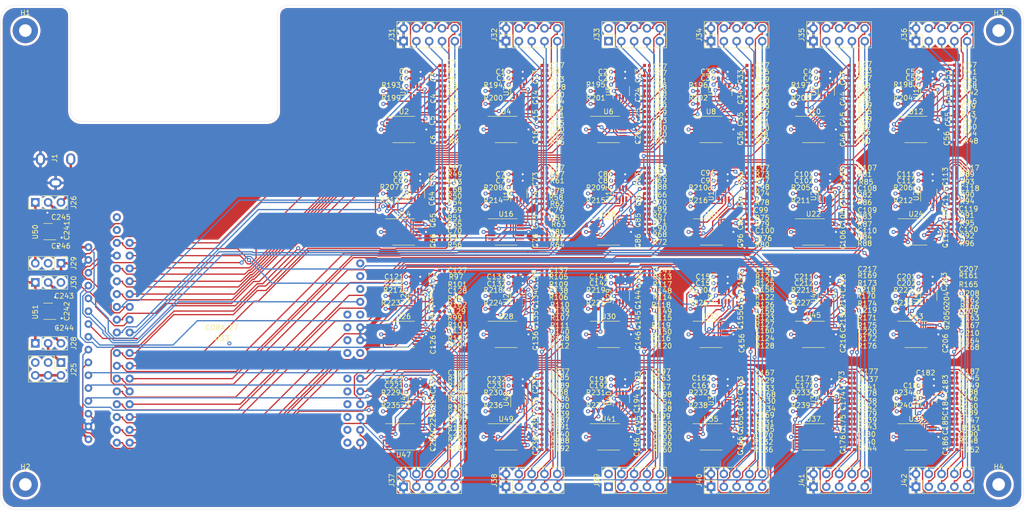
<source format=kicad_pcb>
(kicad_pcb (version 20171130) (host pcbnew "(5.1.5)-3")
  (layers (0 F.Cu signal) (1 In1.Cu power) (2 In2.Cu power) (31 B.Cu signal) (34 B.Paste user) (35 F.Paste user) (36 B.SilkS user) (37 F.SilkS user) (38 B.Mask user) (39 F.Mask user hide) (44 Edge.Cuts user))
  (net 0 "")
  (net 1 GND)
  (net 2 "Net-(C3-Pad1)")
  (net 3 "Net-(C4-Pad1)")
  (net 4 "Net-(C5-Pad1)")
  (net 5 "Net-(C6-Pad1)")
  (net 6 "Net-(C7-Pad2)")
  (net 7 "Net-(C7-Pad1)")
  (net 8 "Net-(C8-Pad2)")
  (net 9 "Net-(C8-Pad1)")
  (net 10 "Net-(C9-Pad2)")
  (net 11 "Net-(C9-Pad1)")
  (net 12 "Net-(C10-Pad2)")
  (net 13 "Net-(C10-Pad1)")
  (net 14 "Net-(C13-Pad1)")
  (net 15 "Net-(C14-Pad1)")
  (net 16 "Net-(C15-Pad1)")
  (net 17 "Net-(C16-Pad1)")
  (net 18 "Net-(C17-Pad2)")
  (net 19 "Net-(C17-Pad1)")
  (net 20 "Net-(C18-Pad2)")
  (net 21 "Net-(C18-Pad1)")
  (net 22 "Net-(C19-Pad2)")
  (net 23 "Net-(C19-Pad1)")
  (net 24 "Net-(C20-Pad2)")
  (net 25 "Net-(C20-Pad1)")
  (net 26 "Net-(C23-Pad1)")
  (net 27 "Net-(C24-Pad1)")
  (net 28 "Net-(C25-Pad1)")
  (net 29 "Net-(C26-Pad1)")
  (net 30 "Net-(C27-Pad2)")
  (net 31 "Net-(C27-Pad1)")
  (net 32 "Net-(C28-Pad2)")
  (net 33 "Net-(C28-Pad1)")
  (net 34 "Net-(C29-Pad2)")
  (net 35 "Net-(C29-Pad1)")
  (net 36 "Net-(C30-Pad2)")
  (net 37 "Net-(C30-Pad1)")
  (net 38 "Net-(C33-Pad1)")
  (net 39 "Net-(C34-Pad1)")
  (net 40 "Net-(C35-Pad1)")
  (net 41 "Net-(C36-Pad1)")
  (net 42 "Net-(C37-Pad2)")
  (net 43 "Net-(C37-Pad1)")
  (net 44 "Net-(C38-Pad2)")
  (net 45 "Net-(C38-Pad1)")
  (net 46 "Net-(C39-Pad2)")
  (net 47 "Net-(C39-Pad1)")
  (net 48 "Net-(C40-Pad2)")
  (net 49 "Net-(C40-Pad1)")
  (net 50 "Net-(C43-Pad1)")
  (net 51 "Net-(C44-Pad1)")
  (net 52 "Net-(C45-Pad1)")
  (net 53 "Net-(C46-Pad1)")
  (net 54 "Net-(C47-Pad2)")
  (net 55 "Net-(C47-Pad1)")
  (net 56 "Net-(C48-Pad2)")
  (net 57 "Net-(C48-Pad1)")
  (net 58 "Net-(C49-Pad2)")
  (net 59 "Net-(C49-Pad1)")
  (net 60 "Net-(C50-Pad2)")
  (net 61 "Net-(C50-Pad1)")
  (net 62 "Net-(C53-Pad1)")
  (net 63 "Net-(C54-Pad1)")
  (net 64 "Net-(C55-Pad1)")
  (net 65 "Net-(C56-Pad1)")
  (net 66 "Net-(C57-Pad2)")
  (net 67 "Net-(C57-Pad1)")
  (net 68 "Net-(C58-Pad2)")
  (net 69 "Net-(C58-Pad1)")
  (net 70 "Net-(C59-Pad2)")
  (net 71 "Net-(C59-Pad1)")
  (net 72 "Net-(C60-Pad2)")
  (net 73 "Net-(C60-Pad1)")
  (net 74 "Net-(C63-Pad1)")
  (net 75 "Net-(C64-Pad1)")
  (net 76 "Net-(C65-Pad1)")
  (net 77 "Net-(C66-Pad1)")
  (net 78 "Net-(C67-Pad2)")
  (net 79 "Net-(C67-Pad1)")
  (net 80 "Net-(C68-Pad2)")
  (net 81 "Net-(C68-Pad1)")
  (net 82 "Net-(C69-Pad2)")
  (net 83 "Net-(C69-Pad1)")
  (net 84 "Net-(C70-Pad2)")
  (net 85 "Net-(C70-Pad1)")
  (net 86 "Net-(C73-Pad1)")
  (net 87 "Net-(C74-Pad1)")
  (net 88 "Net-(C75-Pad1)")
  (net 89 "Net-(C76-Pad1)")
  (net 90 "Net-(C77-Pad2)")
  (net 91 "Net-(C77-Pad1)")
  (net 92 "Net-(C78-Pad2)")
  (net 93 "Net-(C78-Pad1)")
  (net 94 "Net-(C79-Pad2)")
  (net 95 "Net-(C79-Pad1)")
  (net 96 "Net-(C80-Pad2)")
  (net 97 "Net-(C80-Pad1)")
  (net 98 "Net-(C83-Pad1)")
  (net 99 "Net-(C84-Pad1)")
  (net 100 "Net-(C85-Pad1)")
  (net 101 "Net-(C86-Pad1)")
  (net 102 "Net-(C87-Pad2)")
  (net 103 "Net-(C87-Pad1)")
  (net 104 "Net-(C88-Pad2)")
  (net 105 "Net-(C88-Pad1)")
  (net 106 "Net-(C89-Pad2)")
  (net 107 "Net-(C89-Pad1)")
  (net 108 "Net-(C90-Pad2)")
  (net 109 "Net-(C90-Pad1)")
  (net 110 "Net-(C93-Pad1)")
  (net 111 "Net-(C94-Pad1)")
  (net 112 "Net-(C95-Pad1)")
  (net 113 "Net-(C96-Pad1)")
  (net 114 "Net-(C97-Pad2)")
  (net 115 "Net-(C97-Pad1)")
  (net 116 "Net-(C98-Pad2)")
  (net 117 "Net-(C98-Pad1)")
  (net 118 "Net-(C99-Pad2)")
  (net 119 "Net-(C99-Pad1)")
  (net 120 "Net-(C100-Pad2)")
  (net 121 "Net-(C100-Pad1)")
  (net 122 "Net-(C103-Pad1)")
  (net 123 "Net-(C104-Pad1)")
  (net 124 "Net-(C105-Pad1)")
  (net 125 "Net-(C106-Pad1)")
  (net 126 "Net-(C107-Pad2)")
  (net 127 "Net-(C107-Pad1)")
  (net 128 "Net-(C108-Pad2)")
  (net 129 "Net-(C108-Pad1)")
  (net 130 "Net-(C109-Pad2)")
  (net 131 "Net-(C109-Pad1)")
  (net 132 "Net-(C110-Pad2)")
  (net 133 "Net-(C110-Pad1)")
  (net 134 "Net-(C113-Pad1)")
  (net 135 "Net-(C114-Pad1)")
  (net 136 "Net-(C115-Pad1)")
  (net 137 "Net-(C116-Pad1)")
  (net 138 "Net-(C117-Pad2)")
  (net 139 "Net-(C117-Pad1)")
  (net 140 "Net-(C118-Pad2)")
  (net 141 "Net-(C118-Pad1)")
  (net 142 "Net-(C119-Pad2)")
  (net 143 "Net-(C119-Pad1)")
  (net 144 "Net-(C120-Pad2)")
  (net 145 "Net-(C120-Pad1)")
  (net 146 "Net-(C123-Pad1)")
  (net 147 "Net-(C124-Pad1)")
  (net 148 "Net-(C125-Pad1)")
  (net 149 "Net-(C126-Pad1)")
  (net 150 "Net-(C127-Pad2)")
  (net 151 "Net-(C127-Pad1)")
  (net 152 "Net-(C128-Pad2)")
  (net 153 "Net-(C128-Pad1)")
  (net 154 "Net-(C129-Pad2)")
  (net 155 "Net-(C129-Pad1)")
  (net 156 "Net-(C130-Pad2)")
  (net 157 "Net-(C130-Pad1)")
  (net 158 "Net-(C133-Pad1)")
  (net 159 "Net-(C134-Pad1)")
  (net 160 "Net-(C135-Pad1)")
  (net 161 "Net-(C136-Pad1)")
  (net 162 "Net-(C137-Pad2)")
  (net 163 "Net-(C137-Pad1)")
  (net 164 "Net-(C138-Pad2)")
  (net 165 "Net-(C138-Pad1)")
  (net 166 "Net-(C139-Pad2)")
  (net 167 "Net-(C139-Pad1)")
  (net 168 "Net-(C140-Pad2)")
  (net 169 "Net-(C140-Pad1)")
  (net 170 "Net-(C143-Pad1)")
  (net 171 "Net-(C144-Pad1)")
  (net 172 "Net-(C145-Pad1)")
  (net 173 "Net-(C146-Pad1)")
  (net 174 "Net-(C147-Pad2)")
  (net 175 "Net-(C147-Pad1)")
  (net 176 "Net-(C148-Pad2)")
  (net 177 "Net-(C148-Pad1)")
  (net 178 "Net-(C149-Pad2)")
  (net 179 "Net-(C149-Pad1)")
  (net 180 "Net-(C150-Pad2)")
  (net 181 "Net-(C150-Pad1)")
  (net 182 "Net-(C153-Pad1)")
  (net 183 "Net-(C154-Pad1)")
  (net 184 "Net-(C155-Pad1)")
  (net 185 "Net-(C156-Pad1)")
  (net 186 "Net-(C157-Pad2)")
  (net 187 "Net-(C157-Pad1)")
  (net 188 "Net-(C158-Pad2)")
  (net 189 "Net-(C158-Pad1)")
  (net 190 "Net-(C159-Pad2)")
  (net 191 "Net-(C159-Pad1)")
  (net 192 "Net-(C160-Pad2)")
  (net 193 "Net-(C160-Pad1)")
  (net 194 "Net-(C163-Pad1)")
  (net 195 "Net-(C164-Pad1)")
  (net 196 "Net-(C165-Pad1)")
  (net 197 "Net-(C166-Pad1)")
  (net 198 "Net-(C167-Pad2)")
  (net 199 "Net-(C167-Pad1)")
  (net 200 "Net-(C168-Pad2)")
  (net 201 "Net-(C168-Pad1)")
  (net 202 "Net-(C169-Pad2)")
  (net 203 "Net-(C169-Pad1)")
  (net 204 "Net-(C170-Pad2)")
  (net 205 "Net-(C170-Pad1)")
  (net 206 "Net-(C173-Pad1)")
  (net 207 "Net-(C174-Pad1)")
  (net 208 "Net-(C175-Pad1)")
  (net 209 "Net-(C176-Pad1)")
  (net 210 "Net-(C177-Pad2)")
  (net 211 "Net-(C177-Pad1)")
  (net 212 "Net-(C178-Pad2)")
  (net 213 "Net-(C178-Pad1)")
  (net 214 "Net-(C179-Pad2)")
  (net 215 "Net-(C179-Pad1)")
  (net 216 "Net-(C180-Pad2)")
  (net 217 "Net-(C180-Pad1)")
  (net 218 "Net-(C183-Pad1)")
  (net 219 "Net-(C184-Pad1)")
  (net 220 "Net-(C185-Pad1)")
  (net 221 "Net-(C186-Pad1)")
  (net 222 "Net-(C187-Pad2)")
  (net 223 "Net-(C187-Pad1)")
  (net 224 "Net-(C188-Pad2)")
  (net 225 "Net-(C188-Pad1)")
  (net 226 "Net-(C189-Pad2)")
  (net 227 "Net-(C189-Pad1)")
  (net 228 "Net-(C190-Pad2)")
  (net 229 "Net-(C190-Pad1)")
  (net 230 "Net-(C193-Pad1)")
  (net 231 "Net-(C194-Pad1)")
  (net 232 "Net-(C195-Pad1)")
  (net 233 "Net-(C196-Pad1)")
  (net 234 "Net-(C197-Pad2)")
  (net 235 "Net-(C197-Pad1)")
  (net 236 "Net-(C198-Pad2)")
  (net 237 "Net-(C198-Pad1)")
  (net 238 "Net-(C199-Pad2)")
  (net 239 "Net-(C199-Pad1)")
  (net 240 "Net-(C200-Pad2)")
  (net 241 "Net-(C200-Pad1)")
  (net 242 "Net-(C203-Pad1)")
  (net 243 "Net-(C204-Pad1)")
  (net 244 "Net-(C205-Pad1)")
  (net 245 "Net-(C206-Pad1)")
  (net 246 "Net-(C207-Pad2)")
  (net 247 "Net-(C207-Pad1)")
  (net 248 "Net-(C208-Pad2)")
  (net 249 "Net-(C208-Pad1)")
  (net 250 "Net-(C209-Pad2)")
  (net 251 "Net-(C209-Pad1)")
  (net 252 "Net-(C210-Pad2)")
  (net 253 "Net-(C210-Pad1)")
  (net 254 "Net-(C213-Pad1)")
  (net 255 "Net-(C214-Pad1)")
  (net 256 "Net-(C215-Pad1)")
  (net 257 "Net-(C216-Pad1)")
  (net 258 "Net-(C217-Pad2)")
  (net 259 "Net-(C217-Pad1)")
  (net 260 "Net-(C218-Pad2)")
  (net 261 "Net-(C218-Pad1)")
  (net 262 "Net-(C219-Pad2)")
  (net 263 "Net-(C219-Pad1)")
  (net 264 "Net-(C220-Pad2)")
  (net 265 "Net-(C220-Pad1)")
  (net 266 "Net-(C223-Pad1)")
  (net 267 "Net-(C224-Pad1)")
  (net 268 "Net-(C225-Pad1)")
  (net 269 "Net-(C226-Pad1)")
  (net 270 "Net-(C227-Pad2)")
  (net 271 "Net-(C227-Pad1)")
  (net 272 "Net-(C228-Pad2)")
  (net 273 "Net-(C228-Pad1)")
  (net 274 "Net-(C229-Pad2)")
  (net 275 "Net-(C229-Pad1)")
  (net 276 "Net-(C230-Pad2)")
  (net 277 "Net-(C230-Pad1)")
  (net 278 "Net-(C233-Pad1)")
  (net 279 "Net-(C234-Pad1)")
  (net 280 "Net-(C235-Pad1)")
  (net 281 "Net-(C236-Pad1)")
  (net 282 "Net-(C237-Pad2)")
  (net 283 "Net-(C237-Pad1)")
  (net 284 "Net-(C238-Pad2)")
  (net 285 "Net-(C238-Pad1)")
  (net 286 "Net-(C239-Pad2)")
  (net 287 "Net-(C239-Pad1)")
  (net 288 "Net-(C240-Pad2)")
  (net 289 "Net-(C240-Pad1)")
  (net 290 VIN4_0)
  (net 291 VIN3_0)
  (net 292 VIN2_0)
  (net 293 VIN1_0)
  (net 294 VIN4_1)
  (net 295 VIN3_1)
  (net 296 VIN2_1)
  (net 297 VIN1_1)
  (net 298 VIN4_2)
  (net 299 VIN3_2)
  (net 300 VIN2_2)
  (net 301 VIN1_2)
  (net 302 VIN4_3)
  (net 303 VIN3_3)
  (net 304 VIN2_3)
  (net 305 VIN1_3)
  (net 306 VIN4_4)
  (net 307 VIN3_4)
  (net 308 VIN2_4)
  (net 309 VIN1_4)
  (net 310 VIN4_5)
  (net 311 VIN3_5)
  (net 312 VIN2_5)
  (net 313 VIN1_5)
  (net 314 VIN4_6)
  (net 315 VIN3_6)
  (net 316 VIN2_6)
  (net 317 VIN1_6)
  (net 318 VIN4_7)
  (net 319 VIN3_7)
  (net 320 VIN2_7)
  (net 321 VIN1_7)
  (net 322 VIN4_8)
  (net 323 VIN3_8)
  (net 324 VIN2_8)
  (net 325 VIN1_8)
  (net 326 VIN4_9)
  (net 327 VIN3_9)
  (net 328 VIN2_9)
  (net 329 VIN1_9)
  (net 330 VIN4_10)
  (net 331 VIN3_10)
  (net 332 VIN2_10)
  (net 333 VIN1_10)
  (net 334 VIN4_11)
  (net 335 VIN3_11)
  (net 336 VIN2_11)
  (net 337 VIN1_11)
  (net 338 VIN4_12)
  (net 339 VIN3_12)
  (net 340 VIN2_12)
  (net 341 VIN1_12)
  (net 342 VIN4_13)
  (net 343 VIN3_13)
  (net 344 VIN2_13)
  (net 345 VIN1_13)
  (net 346 VIN4_14)
  (net 347 VIN3_14)
  (net 348 VIN2_14)
  (net 349 VIN1_14)
  (net 350 VIN4_15)
  (net 351 VIN3_15)
  (net 352 VIN2_15)
  (net 353 VIN1_15)
  (net 354 VIN4_21)
  (net 355 VIN3_21)
  (net 356 VIN2_21)
  (net 357 VIN1_21)
  (net 358 VIN4_22)
  (net 359 VIN3_22)
  (net 360 VIN2_22)
  (net 361 VIN1_22)
  (net 362 VIN4_23)
  (net 363 VIN3_23)
  (net 364 VIN2_23)
  (net 365 VIN1_23)
  (net 366 VIN4_20)
  (net 367 VIN3_20)
  (net 368 VIN2_20)
  (net 369 VIN1_20)
  (net 370 VIN4_16)
  (net 371 VIN3_16)
  (net 372 VIN2_16)
  (net 373 VIN1_16)
  (net 374 VIN4_18)
  (net 375 VIN3_18)
  (net 376 VIN2_18)
  (net 377 VIN1_18)
  (net 378 VIN4_19)
  (net 379 VIN3_19)
  (net 380 VIN2_19)
  (net 381 VIN1_19)
  (net 382 "Net-(U33-Pad16)")
  (net 383 +5V)
  (net 384 SDA0)
  (net 385 SDA1)
  (net 386 SDA2)
  (net 387 SDA3)
  (net 388 SDA4)
  (net 389 SDA5)
  (net 390 SCL0)
  (net 391 SCL1)
  (net 392 SCL2)
  (net 393 SCL3)
  (net 394 SCL4)
  (net 395 SCL5)
  (net 396 SDA10)
  (net 397 SDA11)
  (net 398 SDA6)
  (net 399 SDA7)
  (net 400 SDA8)
  (net 401 SDA9)
  (net 402 SCL10)
  (net 403 SCL11)
  (net 404 SCL6)
  (net 405 SCL7)
  (net 406 SCL8)
  (net 407 SCL9)
  (net 408 SDA12)
  (net 409 SDA13)
  (net 410 SDA14)
  (net 411 SDA15)
  (net 412 SDA16)
  (net 413 SDA17)
  (net 414 SCL12)
  (net 415 SCL13)
  (net 416 SCL14)
  (net 417 SCL15)
  (net 418 SCL16)
  (net 419 SCL17)
  (net 420 SDA18)
  (net 421 SDA19)
  (net 422 SDA20)
  (net 423 SDA21)
  (net 424 SDA22)
  (net 425 SDA23)
  (net 426 SCL18)
  (net 427 SCL19)
  (net 428 SCL20)
  (net 429 SCL21)
  (net 430 SCL22)
  (net 431 SCL23)
  (net 432 VIN4_17)
  (net 433 VIN3_17)
  (net 434 VIN2_17)
  (net 435 VIN1_17)
  (net 436 +3V3)
  (net 437 VDD_Filters)
  (net 438 VDD_Filters_External)
  (net 439 "Net-(C241-Pad1)")
  (net 440 "Net-(C242-Pad1)")
  (net 441 "Net-(C243-Pad1)")
  (net 442 5V_Reg)
  (net 443 "Net-(C245-Pad1)")
  (net 444 3V3_Reg)
  (net 445 V_RAW)
  (net 446 5V_CoraZ7)
  (net 447 3V3_CoraZ7)
  (net 448 "Net-(J33-Pad2)")
  (net 449 "Net-(J33-Pad1)")
  (net 450 "Net-(J39-Pad2)")
  (net 451 "Net-(J39-Pad1)")
  (net 452 "Net-(U33-Pad35)")
  (net 453 "Net-(U33-Pad36)")
  (net 454 "Net-(U33-Pad37)")
  (net 455 "Net-(U33-Pad38)")
  (net 456 "Net-(U33-Pad39)")
  (net 457 "Net-(U33-Pad40)")
  (net 458 "Net-(U33-Pad41)")
  (net 459 "Net-(U33-Pad42)")
  (net 460 "Net-(U33-Pad43)")
  (net 461 "Net-(U33-Pad44)")
  (net 462 "Net-(U33-Pad51)")
  (module footprint:FC681465P (layer F.Cu) (at 58 60.5 90)
    (fp_text reference J1 (at 0.2 -0.2 90) (layer F.SilkS))
    (fp_text value Barrel_Jack_Switch)
    (pad 3 thru_hole oval (at -4.7 0 180) (size 2.4 1.8) (drill oval 1.6 1) (layers *.Cu *.Mask) (net 1 GND))
    (pad 1 thru_hole oval (at 0 3 90) (size 2.3 1.8) (drill oval 1.6 1) (layers *.Cu *.Mask) (net 445 V_RAW))
    (pad 2 thru_hole oval (at 0 -3 90) (size 2.4 1.8) (drill oval 1.6 1) (layers *.Cu *.Mask) (net 1 GND))
  )
  (module footprint:CoraZ7_stack (layer F.Cu) (at 63 131)
    (fp_text reference U33 (at 28 -35 180) (layer F.SilkS))
    (fp_text value Digilent-CoraZ7)
    (fp_text user "CORA Z7" (at 27.966 -37.096) (layer F.SilkS))
    (pad 74 thru_hole circle (at 1.5 -53.05) (size 1.524 1.524) (drill 0.762) (layers *.Cu *.Mask) (net 447 3V3_CoraZ7))
    (pad 73 thru_hole circle (at 1.5 -50.51) (size 1.524 1.524) (drill 0.762) (layers *.Cu *.Mask) (net 1 GND))
    (pad 72 thru_hole circle (at 1.5 -47.97) (size 1.524 1.524) (drill 0.762) (layers *.Cu *.Mask) (net 411 SDA15))
    (pad 71 thru_hole circle (at 1.5 -45.43) (size 1.524 1.524) (drill 0.762) (layers *.Cu *.Mask) (net 417 SCL15))
    (pad 70 thru_hole circle (at 1.5 -42.89) (size 1.524 1.524) (drill 0.762) (layers *.Cu *.Mask) (net 412 SDA16))
    (pad 69 thru_hole circle (at 1.5 -40.35) (size 1.524 1.524) (drill 0.762) (layers *.Cu *.Mask) (net 418 SCL16))
    (pad 68 thru_hole circle (at 1.5 -37.81) (size 1.524 1.524) (drill 0.762) (layers *.Cu *.Mask) (net 413 SDA17))
    (pad 67 thru_hole circle (at 1.5 -35.27) (size 1.524 1.524) (drill 0.762) (layers *.Cu *.Mask) (net 419 SCL17))
    (pad 66 thru_hole circle (at 1.5 -32.73) (size 1.524 1.524) (drill 0.762) (layers *.Cu *.Mask) (net 420 SDA18))
    (pad 65 thru_hole circle (at 1.5 -30.19) (size 1.524 1.524) (drill 0.762) (layers *.Cu *.Mask) (net 426 SCL18))
    (pad 64 thru_hole circle (at 1.5 -27.65) (size 1.524 1.524) (drill 0.762) (layers *.Cu *.Mask) (net 421 SDA19))
    (pad 63 thru_hole circle (at 1.5 -25.11) (size 1.524 1.524) (drill 0.762) (layers *.Cu *.Mask) (net 427 SCL19))
    (pad 62 thru_hole circle (at 1.5 -22.57) (size 1.524 1.524) (drill 0.762) (layers *.Cu *.Mask) (net 422 SDA20))
    (pad 61 thru_hole circle (at 1.5 -20.03) (size 1.524 1.524) (drill 0.762) (layers *.Cu *.Mask) (net 428 SCL20))
    (pad 60 thru_hole circle (at 1.5 -17.49) (size 1.524 1.524) (drill 0.762) (layers *.Cu *.Mask) (net 1 GND))
    (pad 59 thru_hole circle (at 1.5 -14.95) (size 1.524 1.524) (drill 0.762) (layers *.Cu *.Mask) (net 447 3V3_CoraZ7))
    (pad 2 thru_hole oval (at 7.144 -16.824) (size 1.6 1.6) (drill 0.8) (layers *.Cu *.Mask) (net 415 SCL13))
    (pad 1 thru_hole oval (at 7.144 -14.284) (size 1.6 1.6) (drill 0.8) (layers *.Cu *.Mask) (net 416 SCL14))
    (pad 17 thru_hole oval (at 7.144 -56.444) (size 1.6 1.6) (drill 0.8) (layers *.Cu *.Mask))
    (pad 16 thru_hole oval (at 7.144 -53.904) (size 1.6 1.6) (drill 0.8) (layers *.Cu *.Mask) (net 382 "Net-(U33-Pad16)"))
    (pad 15 thru_hole oval (at 7.144 -51.364) (size 1.6 1.6) (drill 0.8) (layers *.Cu *.Mask) (net 1 GND))
    (pad 14 thru_hole oval (at 7.144 -48.824) (size 1.6 1.6) (drill 0.8) (layers *.Cu *.Mask) (net 391 SCL1))
    (pad 13 thru_hole oval (at 7.144 -46.284) (size 1.6 1.6) (drill 0.8) (layers *.Cu *.Mask) (net 392 SCL2))
    (pad 12 thru_hole oval (at 7.144 -43.744) (size 1.6 1.6) (drill 0.8) (layers *.Cu *.Mask) (net 393 SCL3))
    (pad 11 thru_hole oval (at 7.144 -41.204) (size 1.6 1.6) (drill 0.8) (layers *.Cu *.Mask) (net 394 SCL4))
    (pad 10 thru_hole oval (at 7.144 -38.664) (size 1.6 1.6) (drill 0.8) (layers *.Cu *.Mask) (net 395 SCL5))
    (pad 8 thru_hole oval (at 7.144 -32.064) (size 1.6 1.6) (drill 0.8) (layers *.Cu *.Mask) (net 405 SCL7))
    (pad 7 thru_hole oval (at 7.144 -29.524) (size 1.6 1.6) (drill 0.8) (layers *.Cu *.Mask) (net 406 SCL8))
    (pad 6 thru_hole oval (at 7.144 -26.984) (size 1.6 1.6) (drill 0.8) (layers *.Cu *.Mask) (net 407 SCL9))
    (pad 5 thru_hole oval (at 7.144 -24.444) (size 1.6 1.6) (drill 0.8) (layers *.Cu *.Mask) (net 402 SCL10))
    (pad 4 thru_hole oval (at 7.144 -21.904) (size 1.6 1.6) (drill 0.8) (layers *.Cu *.Mask) (net 403 SCL11))
    (pad 3 thru_hole oval (at 7.144 -19.364) (size 1.6 1.6) (drill 0.8) (layers *.Cu *.Mask) (net 414 SCL12))
    (pad 9 thru_hole oval (at 7.144 -36.128) (size 1.6 1.6) (drill 0.8) (layers *.Cu *.Mask) (net 404 SCL6))
    (pad 18 thru_hole oval (at 7.144 -58.988) (size 1.6 1.6) (drill 0.8) (layers *.Cu *.Mask))
    (pad 19 thru_hole oval (at 9.684 -14.284) (size 1.6 1.6) (drill 0.8) (layers *.Cu *.Mask) (net 410 SDA14))
    (pad 20 thru_hole oval (at 9.684 -16.824) (size 1.6 1.6) (drill 0.8) (layers *.Cu *.Mask) (net 409 SDA13))
    (pad 21 thru_hole oval (at 9.684 -19.364) (size 1.6 1.6) (drill 0.8) (layers *.Cu *.Mask) (net 408 SDA12))
    (pad 22 thru_hole oval (at 9.684 -21.904) (size 1.6 1.6) (drill 0.8) (layers *.Cu *.Mask) (net 397 SDA11))
    (pad 23 thru_hole oval (at 9.684 -24.444) (size 1.6 1.6) (drill 0.8) (layers *.Cu *.Mask) (net 396 SDA10))
    (pad 24 thru_hole oval (at 9.684 -26.984) (size 1.6 1.6) (drill 0.8) (layers *.Cu *.Mask) (net 401 SDA9))
    (pad 25 thru_hole oval (at 9.684 -29.524) (size 1.6 1.6) (drill 0.8) (layers *.Cu *.Mask) (net 400 SDA8))
    (pad 26 thru_hole oval (at 9.684 -32.064) (size 1.6 1.6) (drill 0.8) (layers *.Cu *.Mask) (net 399 SDA7))
    (pad 27 thru_hole oval (at 9.684 -36.128) (size 1.6 1.6) (drill 0.8) (layers *.Cu *.Mask) (net 398 SDA6))
    (pad 28 thru_hole oval (at 9.684 -38.668) (size 1.6 1.6) (drill 0.8) (layers *.Cu *.Mask) (net 389 SDA5))
    (pad 29 thru_hole oval (at 9.684 -41.208) (size 1.6 1.6) (drill 0.8) (layers *.Cu *.Mask) (net 388 SDA4))
    (pad 30 thru_hole oval (at 9.684 -43.748) (size 1.6 1.6) (drill 0.8) (layers *.Cu *.Mask) (net 387 SDA3))
    (pad 31 thru_hole oval (at 9.684 -46.288) (size 1.6 1.6) (drill 0.8) (layers *.Cu *.Mask) (net 386 SDA2))
    (pad 32 thru_hole oval (at 9.684 -48.828) (size 1.6 1.6) (drill 0.8) (layers *.Cu *.Mask) (net 385 SDA1))
    (pad 33 thru_hole oval (at 9.684 -51.368) (size 1.6 1.6) (drill 0.8) (layers *.Cu *.Mask) (net 390 SCL0))
    (pad 34 thru_hole oval (at 9.684 -53.908) (size 1.6 1.6) (drill 0.8) (layers *.Cu *.Mask) (net 384 SDA0))
    (pad 35 thru_hole oval (at 52.864 -14.284) (size 1.6 1.6) (drill 0.8) (layers *.Cu *.Mask) (net 452 "Net-(U33-Pad35)"))
    (pad 36 thru_hole oval (at 52.864 -16.824) (size 1.6 1.6) (drill 0.8) (layers *.Cu *.Mask) (net 453 "Net-(U33-Pad36)"))
    (pad 37 thru_hole oval (at 52.864 -19.364) (size 1.6 1.6) (drill 0.8) (layers *.Cu *.Mask) (net 454 "Net-(U33-Pad37)"))
    (pad 38 thru_hole oval (at 52.864 -21.904) (size 1.6 1.6) (drill 0.8) (layers *.Cu *.Mask) (net 455 "Net-(U33-Pad38)"))
    (pad 39 thru_hole oval (at 52.864 -24.444) (size 1.6 1.6) (drill 0.8) (layers *.Cu *.Mask) (net 456 "Net-(U33-Pad39)"))
    (pad 40 thru_hole oval (at 52.864 -26.984) (size 1.6 1.6) (drill 0.8) (layers *.Cu *.Mask) (net 457 "Net-(U33-Pad40)"))
    (pad 41 thru_hole oval (at 52.864 -32.064) (size 1.6 1.6) (drill 0.8) (layers *.Cu *.Mask) (net 458 "Net-(U33-Pad41)"))
    (pad 42 thru_hole oval (at 52.864 -34.604) (size 1.6 1.6) (drill 0.8) (layers *.Cu *.Mask) (net 459 "Net-(U33-Pad42)"))
    (pad 43 thru_hole oval (at 52.864 -37.144) (size 1.6 1.6) (drill 0.8) (layers *.Cu *.Mask) (net 460 "Net-(U33-Pad43)"))
    (pad 44 thru_hole oval (at 52.864 -39.684) (size 1.6 1.6) (drill 0.8) (layers *.Cu *.Mask) (net 461 "Net-(U33-Pad44)"))
    (pad 45 thru_hole oval (at 55.404 -14.284) (size 1.6 1.6) (drill 0.8) (layers *.Cu *.Mask) (net 431 SCL23))
    (pad 46 thru_hole oval (at 55.404 -16.824) (size 1.6 1.6) (drill 0.8) (layers *.Cu *.Mask) (net 425 SDA23))
    (pad 47 thru_hole oval (at 55.404 -19.364) (size 1.6 1.6) (drill 0.8) (layers *.Cu *.Mask) (net 430 SCL22))
    (pad 48 thru_hole oval (at 55.404 -21.904) (size 1.6 1.6) (drill 0.8) (layers *.Cu *.Mask) (net 424 SDA22))
    (pad 49 thru_hole oval (at 55.404 -24.444) (size 1.6 1.6) (drill 0.8) (layers *.Cu *.Mask) (net 429 SCL21))
    (pad 50 thru_hole oval (at 55.404 -26.984) (size 1.6 1.6) (drill 0.8) (layers *.Cu *.Mask) (net 423 SDA21))
    (pad 51 thru_hole oval (at 55.404 -32.064) (size 1.6 1.6) (drill 0.8) (layers *.Cu *.Mask) (net 462 "Net-(U33-Pad51)"))
    (pad 52 thru_hole oval (at 55.404 -34.604) (size 1.6 1.6) (drill 0.8) (layers *.Cu *.Mask) (net 1 GND))
    (pad 53 thru_hole oval (at 55.404 -37.144) (size 1.6 1.6) (drill 0.8) (layers *.Cu *.Mask) (net 1 GND))
    (pad 54 thru_hole oval (at 55.404 -39.684) (size 1.6 1.6) (drill 0.8) (layers *.Cu *.Mask) (net 446 5V_CoraZ7))
    (pad 55 thru_hole oval (at 55.404 -42.224) (size 1.6 1.6) (drill 0.8) (layers *.Cu *.Mask) (net 447 3V3_CoraZ7))
    (pad 56 thru_hole oval (at 55.404 -44.764) (size 1.6 1.6) (drill 0.8) (layers *.Cu *.Mask))
    (pad 57 thru_hole oval (at 55.404 -47.304) (size 1.6 1.6) (drill 0.8) (layers *.Cu *.Mask))
    (pad 58 thru_hole oval (at 55.404 -49.844) (size 1.6 1.6) (drill 0.8) (layers *.Cu *.Mask))
  )
  (module MountingHole:MountingHole_2.5mm_Pad (layer F.Cu) (at 245 125)
    (fp_text reference H4 (at 0 -3.5) (layer F.SilkS))
    (fp_text value MountingHole)
    (pad 1 thru_hole circle (at 0 0) (size 5 5) (drill 2.5) (layers *.Cu *.Mask))
  )
  (module MountingHole:MountingHole_2.5mm_Pad (layer F.Cu) (at 245 35)
    (fp_text reference H3 (at 0 -3.5) (layer F.SilkS))
    (fp_text value MountingHole)
    (pad 1 thru_hole circle (at 0 0) (size 5 5) (drill 2.5) (layers *.Cu *.Mask))
  )
  (module MountingHole:MountingHole_2.5mm_Pad (layer F.Cu) (at 52 125)
    (fp_text reference H2 (at 0 -3.5) (layer F.SilkS))
    (fp_text value MountingHole)
    (pad 1 thru_hole circle (at 0 0) (size 5 5) (drill 2.5) (layers *.Cu *.Mask))
  )
  (module MountingHole:MountingHole_2.5mm_Pad (layer F.Cu) (at 52 35)
    (fp_text reference H1 (at 0 -3.5) (layer F.SilkS))
    (fp_text value MountingHole)
    (pad 1 thru_hole circle (at 0 0) (size 5 5) (drill 2.5) (layers *.Cu *.Mask))
  )
  (module Capacitor_SMD:C_0402_1005Metric (layer F.Cu) (at 56 77.724)
    (fp_text reference C246 (at 3.055 0) (layer F.SilkS))
    (fp_text value 10uF)
    (pad 2 smd roundrect (at 0.485 0) (size 0.59 0.64) (layers F.Cu F.Paste F.Mask) (net 1 GND))
    (pad 1 smd roundrect (at -0.485 0) (size 0.59 0.64) (layers F.Cu F.Paste F.Mask) (net 444 3V3_Reg))
  )
  (module Capacitor_SMD:C_0402_1005Metric (layer F.Cu) (at 56 72)
    (fp_text reference C245 (at 3.055 0) (layer F.SilkS))
    (fp_text value 0.01uF)
    (pad 2 smd roundrect (at 0.485 0) (size 0.59 0.64) (layers F.Cu F.Paste F.Mask) (net 1 GND))
    (pad 1 smd roundrect (at -0.485 0) (size 0.59 0.64) (layers F.Cu F.Paste F.Mask) (net 443 "Net-(C245-Pad1)"))
  )
  (module Capacitor_SMD:C_0402_1005Metric (layer F.Cu) (at 56.485 94)
    (fp_text reference C244 (at 3.205 -0.02) (layer F.SilkS))
    (fp_text value 10uF)
    (pad 2 smd roundrect (at 0.485 0) (size 0.59 0.64) (layers F.Cu F.Paste F.Mask) (net 1 GND))
    (pad 1 smd roundrect (at -0.485 0) (size 0.59 0.64) (layers F.Cu F.Paste F.Mask) (net 442 5V_Reg))
  )
  (module Capacitor_SMD:C_0402_1005Metric (layer F.Cu) (at 56.485 88)
    (fp_text reference C243 (at 3.205 -0.37) (layer F.SilkS))
    (fp_text value 0.01uF)
    (pad 2 smd roundrect (at 0.485 0) (size 0.59 0.64) (layers F.Cu F.Paste F.Mask) (net 1 GND))
    (pad 1 smd roundrect (at -0.485 0) (size 0.59 0.64) (layers F.Cu F.Paste F.Mask) (net 441 "Net-(C243-Pad1)"))
  )
  (module Capacitor_SMD:C_0402_1005Metric (layer F.Cu) (at 59.055 74.64 270)
    (fp_text reference C241 (at 0 -1.17 90) (layer F.SilkS))
    (fp_text value 1uF)
    (pad 2 smd roundrect (at 0.485 0 270) (size 0.59 0.64) (layers F.Cu F.Paste F.Mask) (net 1 GND))
    (pad 1 smd roundrect (at -0.485 0 270) (size 0.59 0.64) (layers F.Cu F.Paste F.Mask) (net 439 "Net-(C241-Pad1)"))
  )
  (module Connector_PinHeader_2.54mm:PinHeader_2x05_P2.54mm_Vertical (layer F.Cu) (at 127 37.1 90)
    (fp_text reference J31 (at 1.27 -2.33 90) (layer F.SilkS))
    (fp_text value Conn_02x05_Top_Bottom)
    (pad 10 thru_hole oval (at 2.54 10.16 90) (size 1.7 1.7) (drill 1) (layers *.Cu *.Mask) (net 290 VIN4_0))
    (pad 9 thru_hole oval (at 0 10.16 90) (size 1.7 1.7) (drill 1) (layers *.Cu *.Mask) (net 314 VIN4_6))
    (pad 8 thru_hole oval (at 2.54 7.62 90) (size 1.7 1.7) (drill 1) (layers *.Cu *.Mask) (net 291 VIN3_0))
    (pad 7 thru_hole oval (at 0 7.62 90) (size 1.7 1.7) (drill 1) (layers *.Cu *.Mask) (net 315 VIN3_6))
    (pad 6 thru_hole oval (at 2.54 5.08 90) (size 1.7 1.7) (drill 1) (layers *.Cu *.Mask) (net 292 VIN2_0))
    (pad 5 thru_hole oval (at 0 5.08 90) (size 1.7 1.7) (drill 1) (layers *.Cu *.Mask) (net 316 VIN2_6))
    (pad 4 thru_hole oval (at 2.54 2.54 90) (size 1.7 1.7) (drill 1) (layers *.Cu *.Mask) (net 293 VIN1_0))
    (pad 3 thru_hole oval (at 0 2.54 90) (size 1.7 1.7) (drill 1) (layers *.Cu *.Mask) (net 317 VIN1_6))
    (pad 2 thru_hole oval (at 2.54 0 90) (size 1.7 1.7) (drill 1) (layers *.Cu *.Mask) (net 1 GND))
    (pad 1 thru_hole rect (at 0 0 90) (size 1.7 1.7) (drill 1) (layers *.Cu *.Mask) (net 1 GND))
  )
  (module Connector_PinHeader_2.54mm:PinHeader_2x05_P2.54mm_Vertical (layer F.Cu) (at 228.6 125.46 90)
    (fp_text reference J42 (at 1.27 -2.33 90) (layer F.SilkS))
    (fp_text value Conn_02x05_Top_Bottom)
    (pad 10 thru_hole oval (at 2.54 10.16 90) (size 1.7 1.7) (drill 1) (layers *.Cu *.Mask) (net 432 VIN4_17))
    (pad 9 thru_hole oval (at 0 10.16 90) (size 1.7 1.7) (drill 1) (layers *.Cu *.Mask) (net 362 VIN4_23))
    (pad 8 thru_hole oval (at 2.54 7.62 90) (size 1.7 1.7) (drill 1) (layers *.Cu *.Mask) (net 433 VIN3_17))
    (pad 7 thru_hole oval (at 0 7.62 90) (size 1.7 1.7) (drill 1) (layers *.Cu *.Mask) (net 363 VIN3_23))
    (pad 6 thru_hole oval (at 2.54 5.08 90) (size 1.7 1.7) (drill 1) (layers *.Cu *.Mask) (net 434 VIN2_17))
    (pad 5 thru_hole oval (at 0 5.08 90) (size 1.7 1.7) (drill 1) (layers *.Cu *.Mask) (net 364 VIN2_23))
    (pad 4 thru_hole oval (at 2.54 2.54 90) (size 1.7 1.7) (drill 1) (layers *.Cu *.Mask) (net 435 VIN1_17))
    (pad 3 thru_hole oval (at 0 2.54 90) (size 1.7 1.7) (drill 1) (layers *.Cu *.Mask) (net 365 VIN1_23))
    (pad 2 thru_hole oval (at 2.54 0 90) (size 1.7 1.7) (drill 1) (layers *.Cu *.Mask) (net 1 GND))
    (pad 1 thru_hole rect (at 0 0 90) (size 1.7 1.7) (drill 1) (layers *.Cu *.Mask) (net 1 GND))
  )
  (module Connector_PinHeader_2.54mm:PinHeader_2x05_P2.54mm_Vertical (layer F.Cu) (at 208.28 125.46 90)
    (fp_text reference J41 (at 1.27 -2.33 90) (layer F.SilkS))
    (fp_text value Conn_02x05_Top_Bottom)
    (pad 10 thru_hole oval (at 2.54 10.16 90) (size 1.7 1.7) (drill 1) (layers *.Cu *.Mask) (net 370 VIN4_16))
    (pad 9 thru_hole oval (at 0 10.16 90) (size 1.7 1.7) (drill 1) (layers *.Cu *.Mask) (net 358 VIN4_22))
    (pad 8 thru_hole oval (at 2.54 7.62 90) (size 1.7 1.7) (drill 1) (layers *.Cu *.Mask) (net 371 VIN3_16))
    (pad 7 thru_hole oval (at 0 7.62 90) (size 1.7 1.7) (drill 1) (layers *.Cu *.Mask) (net 359 VIN3_22))
    (pad 6 thru_hole oval (at 2.54 5.08 90) (size 1.7 1.7) (drill 1) (layers *.Cu *.Mask) (net 372 VIN2_16))
    (pad 5 thru_hole oval (at 0 5.08 90) (size 1.7 1.7) (drill 1) (layers *.Cu *.Mask) (net 360 VIN2_22))
    (pad 4 thru_hole oval (at 2.54 2.54 90) (size 1.7 1.7) (drill 1) (layers *.Cu *.Mask) (net 373 VIN1_16))
    (pad 3 thru_hole oval (at 0 2.54 90) (size 1.7 1.7) (drill 1) (layers *.Cu *.Mask) (net 361 VIN1_22))
    (pad 2 thru_hole oval (at 2.54 0 90) (size 1.7 1.7) (drill 1) (layers *.Cu *.Mask) (net 1 GND))
    (pad 1 thru_hole rect (at 0 0 90) (size 1.7 1.7) (drill 1) (layers *.Cu *.Mask) (net 1 GND))
  )
  (module Connector_PinHeader_2.54mm:PinHeader_2x05_P2.54mm_Vertical (layer F.Cu) (at 187.96 125.46 90)
    (fp_text reference J40 (at 1.27 -2.33 90) (layer F.SilkS))
    (fp_text value Conn_02x05_Top_Bottom)
    (pad 10 thru_hole oval (at 2.54 10.16 90) (size 1.7 1.7) (drill 1) (layers *.Cu *.Mask) (net 350 VIN4_15))
    (pad 9 thru_hole oval (at 0 10.16 90) (size 1.7 1.7) (drill 1) (layers *.Cu *.Mask) (net 354 VIN4_21))
    (pad 8 thru_hole oval (at 2.54 7.62 90) (size 1.7 1.7) (drill 1) (layers *.Cu *.Mask) (net 351 VIN3_15))
    (pad 7 thru_hole oval (at 0 7.62 90) (size 1.7 1.7) (drill 1) (layers *.Cu *.Mask) (net 355 VIN3_21))
    (pad 6 thru_hole oval (at 2.54 5.08 90) (size 1.7 1.7) (drill 1) (layers *.Cu *.Mask) (net 352 VIN2_15))
    (pad 5 thru_hole oval (at 0 5.08 90) (size 1.7 1.7) (drill 1) (layers *.Cu *.Mask) (net 356 VIN2_21))
    (pad 4 thru_hole oval (at 2.54 2.54 90) (size 1.7 1.7) (drill 1) (layers *.Cu *.Mask) (net 353 VIN1_15))
    (pad 3 thru_hole oval (at 0 2.54 90) (size 1.7 1.7) (drill 1) (layers *.Cu *.Mask) (net 357 VIN1_21))
    (pad 2 thru_hole oval (at 2.54 0 90) (size 1.7 1.7) (drill 1) (layers *.Cu *.Mask) (net 1 GND))
    (pad 1 thru_hole rect (at 0 0 90) (size 1.7 1.7) (drill 1) (layers *.Cu *.Mask) (net 1 GND))
  )
  (module Connector_PinHeader_2.54mm:PinHeader_2x05_P2.54mm_Vertical (layer F.Cu) (at 167.64 125.46 90)
    (fp_text reference J39 (at 1.27 -2.33 90) (layer F.SilkS))
    (fp_text value Conn_02x05_Top_Bottom)
    (pad 10 thru_hole oval (at 2.54 10.16 90) (size 1.7 1.7) (drill 1) (layers *.Cu *.Mask) (net 346 VIN4_14))
    (pad 9 thru_hole oval (at 0 10.16 90) (size 1.7 1.7) (drill 1) (layers *.Cu *.Mask) (net 366 VIN4_20))
    (pad 8 thru_hole oval (at 2.54 7.62 90) (size 1.7 1.7) (drill 1) (layers *.Cu *.Mask) (net 347 VIN3_14))
    (pad 7 thru_hole oval (at 0 7.62 90) (size 1.7 1.7) (drill 1) (layers *.Cu *.Mask) (net 367 VIN3_20))
    (pad 6 thru_hole oval (at 2.54 5.08 90) (size 1.7 1.7) (drill 1) (layers *.Cu *.Mask) (net 348 VIN2_14))
    (pad 5 thru_hole oval (at 0 5.08 90) (size 1.7 1.7) (drill 1) (layers *.Cu *.Mask) (net 368 VIN2_20))
    (pad 4 thru_hole oval (at 2.54 2.54 90) (size 1.7 1.7) (drill 1) (layers *.Cu *.Mask) (net 349 VIN1_14))
    (pad 3 thru_hole oval (at 0 2.54 90) (size 1.7 1.7) (drill 1) (layers *.Cu *.Mask) (net 369 VIN1_20))
    (pad 2 thru_hole oval (at 2.54 0 90) (size 1.7 1.7) (drill 1) (layers *.Cu *.Mask) (net 450 "Net-(J39-Pad2)"))
    (pad 1 thru_hole rect (at 0 0 90) (size 1.7 1.7) (drill 1) (layers *.Cu *.Mask) (net 451 "Net-(J39-Pad1)"))
  )
  (module Connector_PinHeader_2.54mm:PinHeader_2x05_P2.54mm_Vertical (layer F.Cu) (at 147.32 125.46 90)
    (fp_text reference J38 (at 1.27 -2.33 90) (layer F.SilkS))
    (fp_text value Conn_02x05_Top_Bottom)
    (pad 10 thru_hole oval (at 2.54 10.16 90) (size 1.7 1.7) (drill 1) (layers *.Cu *.Mask) (net 342 VIN4_13))
    (pad 9 thru_hole oval (at 0 10.16 90) (size 1.7 1.7) (drill 1) (layers *.Cu *.Mask) (net 378 VIN4_19))
    (pad 8 thru_hole oval (at 2.54 7.62 90) (size 1.7 1.7) (drill 1) (layers *.Cu *.Mask) (net 343 VIN3_13))
    (pad 7 thru_hole oval (at 0 7.62 90) (size 1.7 1.7) (drill 1) (layers *.Cu *.Mask) (net 379 VIN3_19))
    (pad 6 thru_hole oval (at 2.54 5.08 90) (size 1.7 1.7) (drill 1) (layers *.Cu *.Mask) (net 344 VIN2_13))
    (pad 5 thru_hole oval (at 0 5.08 90) (size 1.7 1.7) (drill 1) (layers *.Cu *.Mask) (net 380 VIN2_19))
    (pad 4 thru_hole oval (at 2.54 2.54 90) (size 1.7 1.7) (drill 1) (layers *.Cu *.Mask) (net 345 VIN1_13))
    (pad 3 thru_hole oval (at 0 2.54 90) (size 1.7 1.7) (drill 1) (layers *.Cu *.Mask) (net 381 VIN1_19))
    (pad 2 thru_hole oval (at 2.54 0 90) (size 1.7 1.7) (drill 1) (layers *.Cu *.Mask) (net 1 GND))
    (pad 1 thru_hole rect (at 0 0 90) (size 1.7 1.7) (drill 1) (layers *.Cu *.Mask) (net 1 GND))
  )
  (module Connector_PinHeader_2.54mm:PinHeader_2x05_P2.54mm_Vertical (layer F.Cu) (at 127 125.46 90)
    (fp_text reference J37 (at 1.27 -2.33 90) (layer F.SilkS))
    (fp_text value Conn_02x05_Top_Bottom)
    (pad 10 thru_hole oval (at 2.54 10.16 90) (size 1.7 1.7) (drill 1) (layers *.Cu *.Mask) (net 338 VIN4_12))
    (pad 9 thru_hole oval (at 0 10.16 90) (size 1.7 1.7) (drill 1) (layers *.Cu *.Mask) (net 374 VIN4_18))
    (pad 8 thru_hole oval (at 2.54 7.62 90) (size 1.7 1.7) (drill 1) (layers *.Cu *.Mask) (net 339 VIN3_12))
    (pad 7 thru_hole oval (at 0 7.62 90) (size 1.7 1.7) (drill 1) (layers *.Cu *.Mask) (net 375 VIN3_18))
    (pad 6 thru_hole oval (at 2.54 5.08 90) (size 1.7 1.7) (drill 1) (layers *.Cu *.Mask) (net 340 VIN2_12))
    (pad 5 thru_hole oval (at 0 5.08 90) (size 1.7 1.7) (drill 1) (layers *.Cu *.Mask) (net 376 VIN2_18))
    (pad 4 thru_hole oval (at 2.54 2.54 90) (size 1.7 1.7) (drill 1) (layers *.Cu *.Mask) (net 341 VIN1_12))
    (pad 3 thru_hole oval (at 0 2.54 90) (size 1.7 1.7) (drill 1) (layers *.Cu *.Mask) (net 377 VIN1_18))
    (pad 2 thru_hole oval (at 2.54 0 90) (size 1.7 1.7) (drill 1) (layers *.Cu *.Mask) (net 1 GND))
    (pad 1 thru_hole rect (at 0 0 90) (size 1.7 1.7) (drill 1) (layers *.Cu *.Mask) (net 1 GND))
  )
  (module Connector_PinHeader_2.54mm:PinHeader_2x05_P2.54mm_Vertical (layer F.Cu) (at 228.6 37.1 90)
    (fp_text reference J36 (at 1.27 -2.33 90) (layer F.SilkS))
    (fp_text value Conn_02x05_Top_Bottom)
    (pad 10 thru_hole oval (at 2.54 10.16 90) (size 1.7 1.7) (drill 1) (layers *.Cu *.Mask) (net 310 VIN4_5))
    (pad 9 thru_hole oval (at 0 10.16 90) (size 1.7 1.7) (drill 1) (layers *.Cu *.Mask) (net 334 VIN4_11))
    (pad 8 thru_hole oval (at 2.54 7.62 90) (size 1.7 1.7) (drill 1) (layers *.Cu *.Mask) (net 311 VIN3_5))
    (pad 7 thru_hole oval (at 0 7.62 90) (size 1.7 1.7) (drill 1) (layers *.Cu *.Mask) (net 335 VIN3_11))
    (pad 6 thru_hole oval (at 2.54 5.08 90) (size 1.7 1.7) (drill 1) (layers *.Cu *.Mask) (net 312 VIN2_5))
    (pad 5 thru_hole oval (at 0 5.08 90) (size 1.7 1.7) (drill 1) (layers *.Cu *.Mask) (net 336 VIN2_11))
    (pad 4 thru_hole oval (at 2.54 2.54 90) (size 1.7 1.7) (drill 1) (layers *.Cu *.Mask) (net 313 VIN1_5))
    (pad 3 thru_hole oval (at 0 2.54 90) (size 1.7 1.7) (drill 1) (layers *.Cu *.Mask) (net 337 VIN1_11))
    (pad 2 thru_hole oval (at 2.54 0 90) (size 1.7 1.7) (drill 1) (layers *.Cu *.Mask) (net 1 GND))
    (pad 1 thru_hole rect (at 0 0 90) (size 1.7 1.7) (drill 1) (layers *.Cu *.Mask) (net 1 GND))
  )
  (module Connector_PinHeader_2.54mm:PinHeader_2x05_P2.54mm_Vertical (layer F.Cu) (at 208.28 37.1 90)
    (fp_text reference J35 (at 1.27 -2.33 90) (layer F.SilkS))
    (fp_text value Conn_02x05_Top_Bottom)
    (pad 10 thru_hole oval (at 2.54 10.16 90) (size 1.7 1.7) (drill 1) (layers *.Cu *.Mask) (net 306 VIN4_4))
    (pad 9 thru_hole oval (at 0 10.16 90) (size 1.7 1.7) (drill 1) (layers *.Cu *.Mask) (net 330 VIN4_10))
    (pad 8 thru_hole oval (at 2.54 7.62 90) (size 1.7 1.7) (drill 1) (layers *.Cu *.Mask) (net 307 VIN3_4))
    (pad 7 thru_hole oval (at 0 7.62 90) (size 1.7 1.7) (drill 1) (layers *.Cu *.Mask) (net 331 VIN3_10))
    (pad 6 thru_hole oval (at 2.54 5.08 90) (size 1.7 1.7) (drill 1) (layers *.Cu *.Mask) (net 308 VIN2_4))
    (pad 5 thru_hole oval (at 0 5.08 90) (size 1.7 1.7) (drill 1) (layers *.Cu *.Mask) (net 332 VIN2_10))
    (pad 4 thru_hole oval (at 2.54 2.54 90) (size 1.7 1.7) (drill 1) (layers *.Cu *.Mask) (net 309 VIN1_4))
    (pad 3 thru_hole oval (at 0 2.54 90) (size 1.7 1.7) (drill 1) (layers *.Cu *.Mask) (net 333 VIN1_10))
    (pad 2 thru_hole oval (at 2.54 0 90) (size 1.7 1.7) (drill 1) (layers *.Cu *.Mask) (net 1 GND))
    (pad 1 thru_hole rect (at 0 0 90) (size 1.7 1.7) (drill 1) (layers *.Cu *.Mask) (net 1 GND))
  )
  (module Connector_PinHeader_2.54mm:PinHeader_2x05_P2.54mm_Vertical (layer F.Cu) (at 187.96 37.1 90)
    (fp_text reference J34 (at 1.27 -2.33 90) (layer F.SilkS))
    (fp_text value Conn_02x05_Top_Bottom)
    (pad 10 thru_hole oval (at 2.54 10.16 90) (size 1.7 1.7) (drill 1) (layers *.Cu *.Mask) (net 302 VIN4_3))
    (pad 9 thru_hole oval (at 0 10.16 90) (size 1.7 1.7) (drill 1) (layers *.Cu *.Mask) (net 326 VIN4_9))
    (pad 8 thru_hole oval (at 2.54 7.62 90) (size 1.7 1.7) (drill 1) (layers *.Cu *.Mask) (net 303 VIN3_3))
    (pad 7 thru_hole oval (at 0 7.62 90) (size 1.7 1.7) (drill 1) (layers *.Cu *.Mask) (net 327 VIN3_9))
    (pad 6 thru_hole oval (at 2.54 5.08 90) (size 1.7 1.7) (drill 1) (layers *.Cu *.Mask) (net 304 VIN2_3))
    (pad 5 thru_hole oval (at 0 5.08 90) (size 1.7 1.7) (drill 1) (layers *.Cu *.Mask) (net 328 VIN2_9))
    (pad 4 thru_hole oval (at 2.54 2.54 90) (size 1.7 1.7) (drill 1) (layers *.Cu *.Mask) (net 305 VIN1_3))
    (pad 3 thru_hole oval (at 0 2.54 90) (size 1.7 1.7) (drill 1) (layers *.Cu *.Mask) (net 329 VIN1_9))
    (pad 2 thru_hole oval (at 2.54 0 90) (size 1.7 1.7) (drill 1) (layers *.Cu *.Mask) (net 1 GND))
    (pad 1 thru_hole rect (at 0 0 90) (size 1.7 1.7) (drill 1) (layers *.Cu *.Mask) (net 1 GND))
  )
  (module Connector_PinHeader_2.54mm:PinHeader_2x05_P2.54mm_Vertical (layer F.Cu) (at 167.64 37.1 90)
    (fp_text reference J33 (at 1.27 -2.33 90) (layer F.SilkS))
    (fp_text value Conn_02x05_Top_Bottom)
    (pad 10 thru_hole oval (at 2.54 10.16 90) (size 1.7 1.7) (drill 1) (layers *.Cu *.Mask) (net 298 VIN4_2))
    (pad 9 thru_hole oval (at 0 10.16 90) (size 1.7 1.7) (drill 1) (layers *.Cu *.Mask) (net 322 VIN4_8))
    (pad 8 thru_hole oval (at 2.54 7.62 90) (size 1.7 1.7) (drill 1) (layers *.Cu *.Mask) (net 299 VIN3_2))
    (pad 7 thru_hole oval (at 0 7.62 90) (size 1.7 1.7) (drill 1) (layers *.Cu *.Mask) (net 323 VIN3_8))
    (pad 6 thru_hole oval (at 2.54 5.08 90) (size 1.7 1.7) (drill 1) (layers *.Cu *.Mask) (net 300 VIN2_2))
    (pad 5 thru_hole oval (at 0 5.08 90) (size 1.7 1.7) (drill 1) (layers *.Cu *.Mask) (net 324 VIN2_8))
    (pad 4 thru_hole oval (at 2.54 2.54 90) (size 1.7 1.7) (drill 1) (layers *.Cu *.Mask) (net 301 VIN1_2))
    (pad 3 thru_hole oval (at 0 2.54 90) (size 1.7 1.7) (drill 1) (layers *.Cu *.Mask) (net 325 VIN1_8))
    (pad 2 thru_hole oval (at 2.54 0 90) (size 1.7 1.7) (drill 1) (layers *.Cu *.Mask) (net 448 "Net-(J33-Pad2)"))
    (pad 1 thru_hole rect (at 0 0 90) (size 1.7 1.7) (drill 1) (layers *.Cu *.Mask) (net 449 "Net-(J33-Pad1)"))
  )
  (module Connector_PinHeader_2.54mm:PinHeader_2x05_P2.54mm_Vertical (layer F.Cu) (at 147.32 37.1 90)
    (fp_text reference J32 (at 1.27 -2.33 90) (layer F.SilkS))
    (fp_text value Conn_02x05_Top_Bottom)
    (pad 10 thru_hole oval (at 2.54 10.16 90) (size 1.7 1.7) (drill 1) (layers *.Cu *.Mask) (net 294 VIN4_1))
    (pad 9 thru_hole oval (at 0 10.16 90) (size 1.7 1.7) (drill 1) (layers *.Cu *.Mask) (net 318 VIN4_7))
    (pad 8 thru_hole oval (at 2.54 7.62 90) (size 1.7 1.7) (drill 1) (layers *.Cu *.Mask) (net 295 VIN3_1))
    (pad 7 thru_hole oval (at 0 7.62 90) (size 1.7 1.7) (drill 1) (layers *.Cu *.Mask) (net 319 VIN3_7))
    (pad 6 thru_hole oval (at 2.54 5.08 90) (size 1.7 1.7) (drill 1) (layers *.Cu *.Mask) (net 296 VIN2_1))
    (pad 5 thru_hole oval (at 0 5.08 90) (size 1.7 1.7) (drill 1) (layers *.Cu *.Mask) (net 320 VIN2_7))
    (pad 4 thru_hole oval (at 2.54 2.54 90) (size 1.7 1.7) (drill 1) (layers *.Cu *.Mask) (net 297 VIN1_1))
    (pad 3 thru_hole oval (at 0 2.54 90) (size 1.7 1.7) (drill 1) (layers *.Cu *.Mask) (net 321 VIN1_7))
    (pad 2 thru_hole oval (at 2.54 0 90) (size 1.7 1.7) (drill 1) (layers *.Cu *.Mask) (net 1 GND))
    (pad 1 thru_hole rect (at 0 0 90) (size 1.7 1.7) (drill 1) (layers *.Cu *.Mask) (net 1 GND))
  )
  (module Connector_PinHeader_2.54mm:PinHeader_1x03_P2.54mm_Vertical (layer F.Cu) (at 53.975 84.95 90)
    (fp_text reference J30 (at 0 7.62 270) (layer F.SilkS))
    (fp_text value Conn_01x03_Male)
    (pad 3 thru_hole oval (at 0 5.08 90) (size 1.7 1.7) (drill 1) (layers *.Cu *.Mask) (net 445 V_RAW))
    (pad 2 thru_hole oval (at 0 2.54 90) (size 1.7 1.7) (drill 1) (layers *.Cu *.Mask) (net 440 "Net-(C242-Pad1)"))
    (pad 1 thru_hole rect (at 0 0 90) (size 1.7 1.7) (drill 1) (layers *.Cu *.Mask) (net 446 5V_CoraZ7))
  )
  (module Connector_PinHeader_2.54mm:PinHeader_1x03_P2.54mm_Vertical (layer F.Cu) (at 59.055 81.14 270)
    (fp_text reference J29 (at 0 -2.54 270) (layer F.SilkS))
    (fp_text value Conn_01x03_Male)
    (pad 3 thru_hole oval (at 0 5.08 270) (size 1.7 1.7) (drill 1) (layers *.Cu *.Mask) (net 444 3V3_Reg))
    (pad 2 thru_hole oval (at 0 2.54 270) (size 1.7 1.7) (drill 1) (layers *.Cu *.Mask) (net 436 +3V3))
    (pad 1 thru_hole rect (at 0 0 270) (size 1.7 1.7) (drill 1) (layers *.Cu *.Mask) (net 447 3V3_CoraZ7))
  )
  (module Connector_PinHeader_2.54mm:PinHeader_1x03_P2.54mm_Vertical (layer F.Cu) (at 53.975 97.015 90)
    (fp_text reference J28 (at 0 7.62 270) (layer F.SilkS))
    (fp_text value Conn_01x03_Male)
    (pad 3 thru_hole oval (at 0 5.08 90) (size 1.7 1.7) (drill 1) (layers *.Cu *.Mask) (net 442 5V_Reg))
    (pad 2 thru_hole oval (at 0 2.54 90) (size 1.7 1.7) (drill 1) (layers *.Cu *.Mask) (net 383 +5V))
    (pad 1 thru_hole rect (at 0 0 90) (size 1.7 1.7) (drill 1) (layers *.Cu *.Mask) (net 446 5V_CoraZ7))
  )
  (module Connector_PinHeader_2.54mm:PinHeader_1x03_P2.54mm_Vertical (layer F.Cu) (at 53.975 69.075 90)
    (fp_text reference J26 (at 0 7.62 270) (layer F.SilkS))
    (fp_text value Conn_01x03_Male)
    (pad 3 thru_hole oval (at 0 5.08 90) (size 1.7 1.7) (drill 1) (layers *.Cu *.Mask) (net 445 V_RAW))
    (pad 2 thru_hole oval (at 0 2.54 90) (size 1.7 1.7) (drill 1) (layers *.Cu *.Mask) (net 439 "Net-(C241-Pad1)"))
    (pad 1 thru_hole rect (at 0 0 90) (size 1.7 1.7) (drill 1) (layers *.Cu *.Mask) (net 446 5V_CoraZ7))
  )
  (module Capacitor_SMD:C_0402_1005Metric (layer F.Cu) (at 128.969 43.19)
    (fp_text reference C1 (at -1.905 -0.127) (layer F.SilkS))
    (fp_text value 10uF)
    (pad 2 smd roundrect (at 0.485 0) (size 0.59 0.64) (layers F.Cu F.Paste F.Mask) (net 1 GND))
    (pad 1 smd roundrect (at -0.485 0) (size 0.59 0.64) (layers F.Cu F.Paste F.Mask) (net 436 +3V3))
  )
  (module Capacitor_SMD:C_0402_1005Metric (layer F.Cu) (at 128.969 44.46)
    (fp_text reference C2 (at -1.905 0) (layer F.SilkS))
    (fp_text value 0.1uF)
    (pad 2 smd roundrect (at 0.485 0) (size 0.59 0.64) (layers F.Cu F.Paste F.Mask) (net 1 GND))
    (pad 1 smd roundrect (at -0.485 0) (size 0.59 0.64) (layers F.Cu F.Paste F.Mask) (net 436 +3V3))
  )
  (module Capacitor_SMD:C_0402_1005Metric (layer F.Cu) (at 134.176 44.437 270)
    (fp_text reference C3 (at -0.254 1.27 90) (layer F.SilkS))
    (fp_text value 220pF)
    (pad 2 smd roundrect (at 0.485 0 270) (size 0.59 0.64) (layers F.Cu F.Paste F.Mask) (net 1 GND))
    (pad 1 smd roundrect (at -0.485 0 270) (size 0.59 0.64) (layers F.Cu F.Paste F.Mask) (net 2 "Net-(C3-Pad1)"))
  )
  (module Capacitor_SMD:C_0402_1005Metric (layer F.Cu) (at 134.176 48.501 270)
    (fp_text reference C4 (at 0 1.27 90) (layer F.SilkS))
    (fp_text value 220pF)
    (pad 2 smd roundrect (at 0.485 0 270) (size 0.59 0.64) (layers F.Cu F.Paste F.Mask) (net 1 GND))
    (pad 1 smd roundrect (at -0.485 0 270) (size 0.59 0.64) (layers F.Cu F.Paste F.Mask) (net 3 "Net-(C4-Pad1)"))
  )
  (module Capacitor_SMD:C_0402_1005Metric (layer F.Cu) (at 134.176 52.588 270)
    (fp_text reference C5 (at 0.254 1.524 90) (layer F.SilkS))
    (fp_text value 220pF)
    (pad 2 smd roundrect (at 0.485 0 270) (size 0.59 0.64) (layers F.Cu F.Paste F.Mask) (net 1 GND))
    (pad 1 smd roundrect (at -0.485 0 270) (size 0.59 0.64) (layers F.Cu F.Paste F.Mask) (net 4 "Net-(C5-Pad1)"))
  )
  (module Capacitor_SMD:C_0402_1005Metric (layer F.Cu) (at 134.176 56.652 270)
    (fp_text reference C6 (at 0 1.27 90) (layer F.SilkS))
    (fp_text value 220pF)
    (pad 2 smd roundrect (at 0.485 0 270) (size 0.59 0.64) (layers F.Cu F.Paste F.Mask) (net 1 GND))
    (pad 1 smd roundrect (at -0.485 0 270) (size 0.59 0.64) (layers F.Cu F.Paste F.Mask) (net 5 "Net-(C6-Pad1)"))
  )
  (module Capacitor_SMD:C_0402_1005Metric (layer F.Cu) (at 134.684 41.92)
    (fp_text reference C7 (at 1.778 -0.508) (layer F.SilkS))
    (fp_text value 470pF)
    (pad 2 smd roundrect (at 0.485 0) (size 0.59 0.64) (layers F.Cu F.Paste F.Mask) (net 6 "Net-(C7-Pad2)"))
    (pad 1 smd roundrect (at -0.485 0) (size 0.59 0.64) (layers F.Cu F.Paste F.Mask) (net 7 "Net-(C7-Pad1)"))
  )
  (module Capacitor_SMD:C_0402_1005Metric (layer F.Cu) (at 134.684 45.984)
    (fp_text reference C8 (at 2.032 0) (layer F.SilkS))
    (fp_text value 470pF)
    (pad 2 smd roundrect (at 0.485 0) (size 0.59 0.64) (layers F.Cu F.Paste F.Mask) (net 8 "Net-(C8-Pad2)"))
    (pad 1 smd roundrect (at -0.485 0) (size 0.59 0.64) (layers F.Cu F.Paste F.Mask) (net 9 "Net-(C8-Pad1)"))
  )
  (module Capacitor_SMD:C_0402_1005Metric (layer F.Cu) (at 134.684 50.048)
    (fp_text reference C9 (at 2.055 0.254) (layer F.SilkS))
    (fp_text value 470pF)
    (pad 2 smd roundrect (at 0.485 0) (size 0.59 0.64) (layers F.Cu F.Paste F.Mask) (net 10 "Net-(C9-Pad2)"))
    (pad 1 smd roundrect (at -0.485 0) (size 0.59 0.64) (layers F.Cu F.Paste F.Mask) (net 11 "Net-(C9-Pad1)"))
  )
  (module Capacitor_SMD:C_0402_1005Metric (layer F.Cu) (at 134.684 54.112)
    (fp_text reference C10 (at 2.286 0) (layer F.SilkS))
    (fp_text value 470pF)
    (pad 2 smd roundrect (at 0.485 0) (size 0.59 0.64) (layers F.Cu F.Paste F.Mask) (net 12 "Net-(C10-Pad2)"))
    (pad 1 smd roundrect (at -0.485 0) (size 0.59 0.64) (layers F.Cu F.Paste F.Mask) (net 13 "Net-(C10-Pad1)"))
  )
  (module Capacitor_SMD:C_0402_1005Metric (layer F.Cu) (at 149.225 43.18)
    (fp_text reference C11 (at -2.54 0) (layer F.SilkS))
    (fp_text value 10uF)
    (pad 2 smd roundrect (at 0.485 0) (size 0.59 0.64) (layers F.Cu F.Paste F.Mask) (net 1 GND))
    (pad 1 smd roundrect (at -0.485 0) (size 0.59 0.64) (layers F.Cu F.Paste F.Mask) (net 436 +3V3))
  )
  (module Capacitor_SMD:C_0402_1005Metric (layer F.Cu) (at 149.225 44.45)
    (fp_text reference C12 (at -2.39 0) (layer F.SilkS))
    (fp_text value 0.1uF)
    (pad 2 smd roundrect (at 0.485 0) (size 0.59 0.64) (layers F.Cu F.Paste F.Mask) (net 1 GND))
    (pad 1 smd roundrect (at -0.485 0) (size 0.59 0.64) (layers F.Cu F.Paste F.Mask) (net 436 +3V3))
  )
  (module Capacitor_SMD:C_0402_1005Metric (layer F.Cu) (at 154.432 44.45 270)
    (fp_text reference C13 (at -0.254 1.27 90) (layer F.SilkS))
    (fp_text value 220pF)
    (pad 2 smd roundrect (at 0.485 0 270) (size 0.59 0.64) (layers F.Cu F.Paste F.Mask) (net 1 GND))
    (pad 1 smd roundrect (at -0.485 0 270) (size 0.59 0.64) (layers F.Cu F.Paste F.Mask) (net 14 "Net-(C13-Pad1)"))
  )
  (module Capacitor_SMD:C_0402_1005Metric (layer F.Cu) (at 154.432 48.514 270)
    (fp_text reference C14 (at -0.254 1.27 90) (layer F.SilkS))
    (fp_text value 220pF)
    (pad 2 smd roundrect (at 0.485 0 270) (size 0.59 0.64) (layers F.Cu F.Paste F.Mask) (net 1 GND))
    (pad 1 smd roundrect (at -0.485 0 270) (size 0.59 0.64) (layers F.Cu F.Paste F.Mask) (net 15 "Net-(C14-Pad1)"))
  )
  (module Capacitor_SMD:C_0402_1005Metric (layer F.Cu) (at 154.432 52.578 270)
    (fp_text reference C15 (at -0.508 1.27 90) (layer F.SilkS))
    (fp_text value 220pF)
    (pad 2 smd roundrect (at 0.485 0 270) (size 0.59 0.64) (layers F.Cu F.Paste F.Mask) (net 1 GND))
    (pad 1 smd roundrect (at -0.485 0 270) (size 0.59 0.64) (layers F.Cu F.Paste F.Mask) (net 16 "Net-(C15-Pad1)"))
  )
  (module Capacitor_SMD:C_0402_1005Metric (layer F.Cu) (at 154.432 56.642 270)
    (fp_text reference C16 (at -0.508 1.27 90) (layer F.SilkS))
    (fp_text value 220pF)
    (pad 2 smd roundrect (at 0.485 0 270) (size 0.59 0.64) (layers F.Cu F.Paste F.Mask) (net 1 GND))
    (pad 1 smd roundrect (at -0.485 0 270) (size 0.59 0.64) (layers F.Cu F.Paste F.Mask) (net 17 "Net-(C16-Pad1)"))
  )
  (module Capacitor_SMD:C_0402_1005Metric (layer F.Cu) (at 154.94 41.91)
    (fp_text reference C17 (at 2.54 0) (layer F.SilkS))
    (fp_text value 470pF)
    (pad 2 smd roundrect (at 0.485 0) (size 0.59 0.64) (layers F.Cu F.Paste F.Mask) (net 18 "Net-(C17-Pad2)"))
    (pad 1 smd roundrect (at -0.485 0) (size 0.59 0.64) (layers F.Cu F.Paste F.Mask) (net 19 "Net-(C17-Pad1)"))
  )
  (module Capacitor_SMD:C_0402_1005Metric (layer F.Cu) (at 154.94 45.974)
    (fp_text reference C18 (at 2.794 0.254) (layer F.SilkS))
    (fp_text value 470pF)
    (pad 2 smd roundrect (at 0.485 0) (size 0.59 0.64) (layers F.Cu F.Paste F.Mask) (net 20 "Net-(C18-Pad2)"))
    (pad 1 smd roundrect (at -0.485 0) (size 0.59 0.64) (layers F.Cu F.Paste F.Mask) (net 21 "Net-(C18-Pad1)"))
  )
  (module Capacitor_SMD:C_0402_1005Metric (layer F.Cu) (at 154.94 50.038)
    (fp_text reference C19 (at 2.286 0.508) (layer F.SilkS))
    (fp_text value 470pF)
    (pad 2 smd roundrect (at 0.485 0) (size 0.59 0.64) (layers F.Cu F.Paste F.Mask) (net 22 "Net-(C19-Pad2)"))
    (pad 1 smd roundrect (at -0.485 0) (size 0.59 0.64) (layers F.Cu F.Paste F.Mask) (net 23 "Net-(C19-Pad1)"))
  )
  (module Capacitor_SMD:C_0402_1005Metric (layer F.Cu) (at 154.94 54.102)
    (fp_text reference C20 (at 2.54 0.508) (layer F.SilkS))
    (fp_text value 470pF)
    (pad 2 smd roundrect (at 0.485 0) (size 0.59 0.64) (layers F.Cu F.Paste F.Mask) (net 24 "Net-(C20-Pad2)"))
    (pad 1 smd roundrect (at -0.485 0) (size 0.59 0.64) (layers F.Cu F.Paste F.Mask) (net 25 "Net-(C20-Pad1)"))
  )
  (module Capacitor_SMD:C_0402_1005Metric (layer F.Cu) (at 169.545 43.18)
    (fp_text reference C21 (at -2.54 0) (layer F.SilkS))
    (fp_text value 10uF)
    (pad 2 smd roundrect (at 0.485 0) (size 0.59 0.64) (layers F.Cu F.Paste F.Mask) (net 1 GND))
    (pad 1 smd roundrect (at -0.485 0) (size 0.59 0.64) (layers F.Cu F.Paste F.Mask) (net 436 +3V3))
  )
  (module Capacitor_SMD:C_0402_1005Metric (layer F.Cu) (at 169.545 44.45)
    (fp_text reference C22 (at -2.54 0) (layer F.SilkS))
    (fp_text value 0.1uF)
    (pad 2 smd roundrect (at 0.485 0) (size 0.59 0.64) (layers F.Cu F.Paste F.Mask) (net 1 GND))
    (pad 1 smd roundrect (at -0.485 0) (size 0.59 0.64) (layers F.Cu F.Paste F.Mask) (net 436 +3V3))
  )
  (module Capacitor_SMD:C_0402_1005Metric (layer F.Cu) (at 174.752 44.45 270)
    (fp_text reference C23 (at -0.508 1.27 90) (layer F.SilkS))
    (fp_text value 220pF)
    (pad 2 smd roundrect (at 0.485 0 270) (size 0.59 0.64) (layers F.Cu F.Paste F.Mask) (net 1 GND))
    (pad 1 smd roundrect (at -0.485 0 270) (size 0.59 0.64) (layers F.Cu F.Paste F.Mask) (net 26 "Net-(C23-Pad1)"))
  )
  (module Capacitor_SMD:C_0402_1005Metric (layer F.Cu) (at 174.752 48.491 270)
    (fp_text reference C24 (at -0.739 1.27 90) (layer F.SilkS))
    (fp_text value 220pF)
    (pad 2 smd roundrect (at 0.485 0 270) (size 0.59 0.64) (layers F.Cu F.Paste F.Mask) (net 1 GND))
    (pad 1 smd roundrect (at -0.485 0 270) (size 0.59 0.64) (layers F.Cu F.Paste F.Mask) (net 27 "Net-(C24-Pad1)"))
  )
  (module Capacitor_SMD:C_0402_1005Metric (layer F.Cu) (at 174.752 52.578 270)
    (fp_text reference C25 (at -0.762 1.27 90) (layer F.SilkS))
    (fp_text value 220pF)
    (pad 2 smd roundrect (at 0.485 0 270) (size 0.59 0.64) (layers F.Cu F.Paste F.Mask) (net 1 GND))
    (pad 1 smd roundrect (at -0.485 0 270) (size 0.59 0.64) (layers F.Cu F.Paste F.Mask) (net 28 "Net-(C25-Pad1)"))
  )
  (module Capacitor_SMD:C_0402_1005Metric (layer F.Cu) (at 174.752 56.642 270)
    (fp_text reference C26 (at -0.485 1.27 90) (layer F.SilkS))
    (fp_text value 220pF)
    (pad 2 smd roundrect (at 0.485 0 270) (size 0.59 0.64) (layers F.Cu F.Paste F.Mask) (net 1 GND))
    (pad 1 smd roundrect (at -0.485 0 270) (size 0.59 0.64) (layers F.Cu F.Paste F.Mask) (net 29 "Net-(C26-Pad1)"))
  )
  (module Capacitor_SMD:C_0402_1005Metric (layer F.Cu) (at 175.26 41.91)
    (fp_text reference C27 (at 2.54 0.254) (layer F.SilkS))
    (fp_text value 470pF)
    (pad 2 smd roundrect (at 0.485 0) (size 0.59 0.64) (layers F.Cu F.Paste F.Mask) (net 30 "Net-(C27-Pad2)"))
    (pad 1 smd roundrect (at -0.485 0) (size 0.59 0.64) (layers F.Cu F.Paste F.Mask) (net 31 "Net-(C27-Pad1)"))
  )
  (module Capacitor_SMD:C_0402_1005Metric (layer F.Cu) (at 175.26 45.974)
    (fp_text reference C28 (at 2.517 0.254) (layer F.SilkS))
    (fp_text value 470pF)
    (pad 2 smd roundrect (at 0.485 0) (size 0.59 0.64) (layers F.Cu F.Paste F.Mask) (net 32 "Net-(C28-Pad2)"))
    (pad 1 smd roundrect (at -0.485 0) (size 0.59 0.64) (layers F.Cu F.Paste F.Mask) (net 33 "Net-(C28-Pad1)"))
  )
  (module Capacitor_SMD:C_0402_1005Metric (layer F.Cu) (at 175.26 50.038)
    (fp_text reference C29 (at 2.517 0) (layer F.SilkS))
    (fp_text value 470pF)
    (pad 2 smd roundrect (at 0.485 0) (size 0.59 0.64) (layers F.Cu F.Paste F.Mask) (net 34 "Net-(C29-Pad2)"))
    (pad 1 smd roundrect (at -0.485 0) (size 0.59 0.64) (layers F.Cu F.Paste F.Mask) (net 35 "Net-(C29-Pad1)"))
  )
  (module Capacitor_SMD:C_0402_1005Metric (layer F.Cu) (at 175.283 54.102)
    (fp_text reference C30 (at 2.54 0.254) (layer F.SilkS))
    (fp_text value 470pF)
    (pad 2 smd roundrect (at 0.485 0) (size 0.59 0.64) (layers F.Cu F.Paste F.Mask) (net 36 "Net-(C30-Pad2)"))
    (pad 1 smd roundrect (at -0.485 0) (size 0.59 0.64) (layers F.Cu F.Paste F.Mask) (net 37 "Net-(C30-Pad1)"))
  )
  (module Capacitor_SMD:C_0402_1005Metric (layer F.Cu) (at 189.865 43.18)
    (fp_text reference C31 (at -2.54 0) (layer F.SilkS))
    (fp_text value 10uF)
    (pad 2 smd roundrect (at 0.485 0) (size 0.59 0.64) (layers F.Cu F.Paste F.Mask) (net 1 GND))
    (pad 1 smd roundrect (at -0.485 0) (size 0.59 0.64) (layers F.Cu F.Paste F.Mask) (net 436 +3V3))
  )
  (module Capacitor_SMD:C_0402_1005Metric (layer F.Cu) (at 189.865 44.45)
    (fp_text reference C32 (at -2.54 0) (layer F.SilkS))
    (fp_text value 0.1uF)
    (pad 2 smd roundrect (at 0.485 0) (size 0.59 0.64) (layers F.Cu F.Paste F.Mask) (net 1 GND))
    (pad 1 smd roundrect (at -0.485 0) (size 0.59 0.64) (layers F.Cu F.Paste F.Mask) (net 436 +3V3))
  )
  (module Capacitor_SMD:C_0402_1005Metric (layer F.Cu) (at 195.072 44.427 270)
    (fp_text reference C33 (at -0.254 1.27 90) (layer F.SilkS))
    (fp_text value 220pF)
    (pad 2 smd roundrect (at 0.485 0 270) (size 0.59 0.64) (layers F.Cu F.Paste F.Mask) (net 1 GND))
    (pad 1 smd roundrect (at -0.485 0 270) (size 0.59 0.64) (layers F.Cu F.Paste F.Mask) (net 38 "Net-(C33-Pad1)"))
  )
  (module Capacitor_SMD:C_0402_1005Metric (layer F.Cu) (at 195.072 48.514 270)
    (fp_text reference C34 (at -0.277 1.27 90) (layer F.SilkS))
    (fp_text value 220pF)
    (pad 2 smd roundrect (at 0.485 0 270) (size 0.59 0.64) (layers F.Cu F.Paste F.Mask) (net 1 GND))
    (pad 1 smd roundrect (at -0.485 0 270) (size 0.59 0.64) (layers F.Cu F.Paste F.Mask) (net 39 "Net-(C34-Pad1)"))
  )
  (module Capacitor_SMD:C_0402_1005Metric (layer F.Cu) (at 195.072 52.578 270)
    (fp_text reference C35 (at 0 1.27 90) (layer F.SilkS))
    (fp_text value 220pF)
    (pad 2 smd roundrect (at 0.485 0 270) (size 0.59 0.64) (layers F.Cu F.Paste F.Mask) (net 1 GND))
    (pad 1 smd roundrect (at -0.485 0 270) (size 0.59 0.64) (layers F.Cu F.Paste F.Mask) (net 40 "Net-(C35-Pad1)"))
  )
  (module Capacitor_SMD:C_0402_1005Metric (layer F.Cu) (at 195.072 56.642 270)
    (fp_text reference C36 (at -0.277 1.27 90) (layer F.SilkS))
    (fp_text value 220pF)
    (pad 2 smd roundrect (at 0.485 0 270) (size 0.59 0.64) (layers F.Cu F.Paste F.Mask) (net 1 GND))
    (pad 1 smd roundrect (at -0.485 0 270) (size 0.59 0.64) (layers F.Cu F.Paste F.Mask) (net 41 "Net-(C36-Pad1)"))
  )
  (module Capacitor_SMD:C_0402_1005Metric (layer F.Cu) (at 195.58 41.91)
    (fp_text reference C37 (at 2.54 0) (layer F.SilkS))
    (fp_text value 470pF)
    (pad 2 smd roundrect (at 0.485 0) (size 0.59 0.64) (layers F.Cu F.Paste F.Mask) (net 42 "Net-(C37-Pad2)"))
    (pad 1 smd roundrect (at -0.485 0) (size 0.59 0.64) (layers F.Cu F.Paste F.Mask) (net 43 "Net-(C37-Pad1)"))
  )
  (module Capacitor_SMD:C_0402_1005Metric (layer F.Cu) (at 195.58 45.974)
    (fp_text reference C38 (at 2.54 0.254) (layer F.SilkS))
    (fp_text value 470pF)
    (pad 2 smd roundrect (at 0.485 0) (size 0.59 0.64) (layers F.Cu F.Paste F.Mask) (net 44 "Net-(C38-Pad2)"))
    (pad 1 smd roundrect (at -0.485 0) (size 0.59 0.64) (layers F.Cu F.Paste F.Mask) (net 45 "Net-(C38-Pad1)"))
  )
  (module Capacitor_SMD:C_0402_1005Metric (layer F.Cu) (at 195.58 50.038)
    (fp_text reference C39 (at 2.517 0.15) (layer F.SilkS))
    (fp_text value 470pF)
    (pad 2 smd roundrect (at 0.485 0) (size 0.59 0.64) (layers F.Cu F.Paste F.Mask) (net 46 "Net-(C39-Pad2)"))
    (pad 1 smd roundrect (at -0.485 0) (size 0.59 0.64) (layers F.Cu F.Paste F.Mask) (net 47 "Net-(C39-Pad1)"))
  )
  (module Capacitor_SMD:C_0402_1005Metric (layer F.Cu) (at 195.58 54.102)
    (fp_text reference C40 (at 2.54 0.254) (layer F.SilkS))
    (fp_text value 470pF)
    (pad 2 smd roundrect (at 0.485 0) (size 0.59 0.64) (layers F.Cu F.Paste F.Mask) (net 48 "Net-(C40-Pad2)"))
    (pad 1 smd roundrect (at -0.485 0) (size 0.59 0.64) (layers F.Cu F.Paste F.Mask) (net 49 "Net-(C40-Pad1)"))
  )
  (module Capacitor_SMD:C_0402_1005Metric (layer F.Cu) (at 210.185 43.18)
    (fp_text reference C41 (at -2.54 0) (layer F.SilkS))
    (fp_text value 10uF)
    (pad 2 smd roundrect (at 0.485 0) (size 0.59 0.64) (layers F.Cu F.Paste F.Mask) (net 1 GND))
    (pad 1 smd roundrect (at -0.485 0) (size 0.59 0.64) (layers F.Cu F.Paste F.Mask) (net 436 +3V3))
  )
  (module Capacitor_SMD:C_0402_1005Metric (layer F.Cu) (at 210.185 44.45)
    (fp_text reference C42 (at -2.54 0) (layer F.SilkS))
    (fp_text value 0.1uF)
    (pad 2 smd roundrect (at 0.485 0) (size 0.59 0.64) (layers F.Cu F.Paste F.Mask) (net 1 GND))
    (pad 1 smd roundrect (at -0.485 0) (size 0.59 0.64) (layers F.Cu F.Paste F.Mask) (net 436 +3V3))
  )
  (module Capacitor_SMD:C_0402_1005Metric (layer F.Cu) (at 215.392 44.45 270)
    (fp_text reference C43 (at 0 1.27 90) (layer F.SilkS))
    (fp_text value 220pF)
    (pad 2 smd roundrect (at 0.485 0 270) (size 0.59 0.64) (layers F.Cu F.Paste F.Mask) (net 1 GND))
    (pad 1 smd roundrect (at -0.485 0 270) (size 0.59 0.64) (layers F.Cu F.Paste F.Mask) (net 50 "Net-(C43-Pad1)"))
  )
  (module Capacitor_SMD:C_0402_1005Metric (layer F.Cu) (at 215.392 48.514 270)
    (fp_text reference C44 (at 0 1.27 90) (layer F.SilkS))
    (fp_text value 220pF)
    (pad 2 smd roundrect (at 0.485 0 270) (size 0.59 0.64) (layers F.Cu F.Paste F.Mask) (net 1 GND))
    (pad 1 smd roundrect (at -0.485 0 270) (size 0.59 0.64) (layers F.Cu F.Paste F.Mask) (net 51 "Net-(C44-Pad1)"))
  )
  (module Capacitor_SMD:C_0402_1005Metric (layer F.Cu) (at 215.392 52.578 270)
    (fp_text reference C45 (at 0 1.27 90) (layer F.SilkS))
    (fp_text value 220pF)
    (pad 2 smd roundrect (at 0.485 0 270) (size 0.59 0.64) (layers F.Cu F.Paste F.Mask) (net 1 GND))
    (pad 1 smd roundrect (at -0.485 0 270) (size 0.59 0.64) (layers F.Cu F.Paste F.Mask) (net 52 "Net-(C45-Pad1)"))
  )
  (module Capacitor_SMD:C_0402_1005Metric (layer F.Cu) (at 215.392 56.642 270)
    (fp_text reference C46 (at 0 1.27 90) (layer F.SilkS))
    (fp_text value 220pF)
    (pad 2 smd roundrect (at 0.485 0 270) (size 0.59 0.64) (layers F.Cu F.Paste F.Mask) (net 1 GND))
    (pad 1 smd roundrect (at -0.485 0 270) (size 0.59 0.64) (layers F.Cu F.Paste F.Mask) (net 53 "Net-(C46-Pad1)"))
  )
  (module Capacitor_SMD:C_0402_1005Metric (layer F.Cu) (at 215.9 41.91)
    (fp_text reference C47 (at 2.54 -0.254) (layer F.SilkS))
    (fp_text value 470pF)
    (pad 2 smd roundrect (at 0.485 0) (size 0.59 0.64) (layers F.Cu F.Paste F.Mask) (net 54 "Net-(C47-Pad2)"))
    (pad 1 smd roundrect (at -0.485 0) (size 0.59 0.64) (layers F.Cu F.Paste F.Mask) (net 55 "Net-(C47-Pad1)"))
  )
  (module Capacitor_SMD:C_0402_1005Metric (layer F.Cu) (at 215.9 45.974)
    (fp_text reference C48 (at 2.286 0) (layer F.SilkS))
    (fp_text value 470pF)
    (pad 2 smd roundrect (at 0.485 0) (size 0.59 0.64) (layers F.Cu F.Paste F.Mask) (net 56 "Net-(C48-Pad2)"))
    (pad 1 smd roundrect (at -0.485 0) (size 0.59 0.64) (layers F.Cu F.Paste F.Mask) (net 57 "Net-(C48-Pad1)"))
  )
  (module Capacitor_SMD:C_0402_1005Metric (layer F.Cu) (at 215.9 50.038)
    (fp_text reference C49 (at 2.54 -0.254) (layer F.SilkS))
    (fp_text value 470pF)
    (pad 2 smd roundrect (at 0.485 0) (size 0.59 0.64) (layers F.Cu F.Paste F.Mask) (net 58 "Net-(C49-Pad2)"))
    (pad 1 smd roundrect (at -0.485 0) (size 0.59 0.64) (layers F.Cu F.Paste F.Mask) (net 59 "Net-(C49-Pad1)"))
  )
  (module Capacitor_SMD:C_0402_1005Metric (layer F.Cu) (at 215.9 54.102)
    (fp_text reference C50 (at 2.286 -0.254) (layer F.SilkS))
    (fp_text value 470pF)
    (pad 2 smd roundrect (at 0.485 0) (size 0.59 0.64) (layers F.Cu F.Paste F.Mask) (net 60 "Net-(C50-Pad2)"))
    (pad 1 smd roundrect (at -0.485 0) (size 0.59 0.64) (layers F.Cu F.Paste F.Mask) (net 61 "Net-(C50-Pad1)"))
  )
  (module Capacitor_SMD:C_0402_1005Metric (layer F.Cu) (at 230.505 43.18)
    (fp_text reference C51 (at -2.54 0) (layer F.SilkS))
    (fp_text value 10uF)
    (pad 2 smd roundrect (at 0.485 0) (size 0.59 0.64) (layers F.Cu F.Paste F.Mask) (net 1 GND))
    (pad 1 smd roundrect (at -0.485 0) (size 0.59 0.64) (layers F.Cu F.Paste F.Mask) (net 436 +3V3))
  )
  (module Capacitor_SMD:C_0402_1005Metric (layer F.Cu) (at 230.505 44.45)
    (fp_text reference C52 (at -2.54 0) (layer F.SilkS))
    (fp_text value 0.1uF)
    (pad 2 smd roundrect (at 0.485 0) (size 0.59 0.64) (layers F.Cu F.Paste F.Mask) (net 1 GND))
    (pad 1 smd roundrect (at -0.485 0) (size 0.59 0.64) (layers F.Cu F.Paste F.Mask) (net 436 +3V3))
  )
  (module Capacitor_SMD:C_0402_1005Metric (layer F.Cu) (at 236.22 44.45 270)
    (fp_text reference C53 (at -0.254 1.27 90) (layer F.SilkS))
    (fp_text value 220pF)
    (pad 2 smd roundrect (at 0.485 0 270) (size 0.59 0.64) (layers F.Cu F.Paste F.Mask) (net 1 GND))
    (pad 1 smd roundrect (at -0.485 0 270) (size 0.59 0.64) (layers F.Cu F.Paste F.Mask) (net 62 "Net-(C53-Pad1)"))
  )
  (module Capacitor_SMD:C_0402_1005Metric (layer F.Cu) (at 236.22 48.514 270)
    (fp_text reference C54 (at -0.254 1.27 90) (layer F.SilkS))
    (fp_text value 220pF)
    (pad 2 smd roundrect (at 0.485 0 270) (size 0.59 0.64) (layers F.Cu F.Paste F.Mask) (net 1 GND))
    (pad 1 smd roundrect (at -0.485 0 270) (size 0.59 0.64) (layers F.Cu F.Paste F.Mask) (net 63 "Net-(C54-Pad1)"))
  )
  (module Capacitor_SMD:C_0402_1005Metric (layer F.Cu) (at 236.22 52.578 270)
    (fp_text reference C55 (at 0 1.27 90) (layer F.SilkS))
    (fp_text value 220pF)
    (pad 2 smd roundrect (at 0.485 0 270) (size 0.59 0.64) (layers F.Cu F.Paste F.Mask) (net 1 GND))
    (pad 1 smd roundrect (at -0.485 0 270) (size 0.59 0.64) (layers F.Cu F.Paste F.Mask) (net 64 "Net-(C55-Pad1)"))
  )
  (module Capacitor_SMD:C_0402_1005Metric (layer F.Cu) (at 236.22 56.642 270)
    (fp_text reference C56 (at -0.254 1.524 90) (layer F.SilkS))
    (fp_text value 220pF)
    (pad 2 smd roundrect (at 0.485 0 270) (size 0.59 0.64) (layers F.Cu F.Paste F.Mask) (net 1 GND))
    (pad 1 smd roundrect (at -0.485 0 270) (size 0.59 0.64) (layers F.Cu F.Paste F.Mask) (net 65 "Net-(C56-Pad1)"))
  )
  (module Capacitor_SMD:C_0402_1005Metric (layer F.Cu) (at 236.743 41.849)
    (fp_text reference C57 (at 2.5 0) (layer F.SilkS))
    (fp_text value 470pF)
    (pad 2 smd roundrect (at 0.485 0) (size 0.59 0.64) (layers F.Cu F.Paste F.Mask) (net 66 "Net-(C57-Pad2)"))
    (pad 1 smd roundrect (at -0.485 0) (size 0.59 0.64) (layers F.Cu F.Paste F.Mask) (net 67 "Net-(C57-Pad1)"))
  )
  (module Capacitor_SMD:C_0402_1005Metric (layer F.Cu) (at 236.728 45.974)
    (fp_text reference C58 (at 2.54 0) (layer F.SilkS))
    (fp_text value 470pF)
    (pad 2 smd roundrect (at 0.485 0) (size 0.59 0.64) (layers F.Cu F.Paste F.Mask) (net 68 "Net-(C58-Pad2)"))
    (pad 1 smd roundrect (at -0.485 0) (size 0.59 0.64) (layers F.Cu F.Paste F.Mask) (net 69 "Net-(C58-Pad1)"))
  )
  (module Capacitor_SMD:C_0402_1005Metric (layer F.Cu) (at 236.728 50.038)
    (fp_text reference C59 (at 2.286 0) (layer F.SilkS))
    (fp_text value 470pF)
    (pad 2 smd roundrect (at 0.485 0) (size 0.59 0.64) (layers F.Cu F.Paste F.Mask) (net 70 "Net-(C59-Pad2)"))
    (pad 1 smd roundrect (at -0.485 0) (size 0.59 0.64) (layers F.Cu F.Paste F.Mask) (net 71 "Net-(C59-Pad1)"))
  )
  (module Capacitor_SMD:C_0402_1005Metric (layer F.Cu) (at 236.751 54.102)
    (fp_text reference C60 (at 2.517 0) (layer F.SilkS))
    (fp_text value 470pF)
    (pad 2 smd roundrect (at 0.485 0) (size 0.59 0.64) (layers F.Cu F.Paste F.Mask) (net 72 "Net-(C60-Pad2)"))
    (pad 1 smd roundrect (at -0.485 0) (size 0.59 0.64) (layers F.Cu F.Paste F.Mask) (net 73 "Net-(C60-Pad1)"))
  )
  (module Capacitor_SMD:C_0402_1005Metric (layer F.Cu) (at 128.905 63.5)
    (fp_text reference C61 (at -2.54 0) (layer F.SilkS))
    (fp_text value 10uF)
    (pad 2 smd roundrect (at 0.485 0) (size 0.59 0.64) (layers F.Cu F.Paste F.Mask) (net 1 GND))
    (pad 1 smd roundrect (at -0.485 0) (size 0.59 0.64) (layers F.Cu F.Paste F.Mask) (net 436 +3V3))
  )
  (module Capacitor_SMD:C_0402_1005Metric (layer F.Cu) (at 128.905 64.77)
    (fp_text reference C62 (at -2.54 0) (layer F.SilkS))
    (fp_text value 0.1uF)
    (pad 2 smd roundrect (at 0.485 0) (size 0.59 0.64) (layers F.Cu F.Paste F.Mask) (net 1 GND))
    (pad 1 smd roundrect (at -0.485 0) (size 0.59 0.64) (layers F.Cu F.Paste F.Mask) (net 436 +3V3))
  )
  (module Capacitor_SMD:C_0402_1005Metric (layer F.Cu) (at 134.112 64.77 270)
    (fp_text reference C63 (at -0.254 1.524 90) (layer F.SilkS))
    (fp_text value 220pF)
    (pad 2 smd roundrect (at 0.485 0 270) (size 0.59 0.64) (layers F.Cu F.Paste F.Mask) (net 1 GND))
    (pad 1 smd roundrect (at -0.485 0 270) (size 0.59 0.64) (layers F.Cu F.Paste F.Mask) (net 74 "Net-(C63-Pad1)"))
  )
  (module Capacitor_SMD:C_0402_1005Metric (layer F.Cu) (at 134.112 68.834 270)
    (fp_text reference C64 (at -0.508 1.524 90) (layer F.SilkS))
    (fp_text value 220pF)
    (pad 2 smd roundrect (at 0.485 0 270) (size 0.59 0.64) (layers F.Cu F.Paste F.Mask) (net 1 GND))
    (pad 1 smd roundrect (at -0.485 0 270) (size 0.59 0.64) (layers F.Cu F.Paste F.Mask) (net 75 "Net-(C64-Pad1)"))
  )
  (module Capacitor_SMD:C_0402_1005Metric (layer F.Cu) (at 134.112 72.898 270)
    (fp_text reference C65 (at -0.254 1.27 90) (layer F.SilkS))
    (fp_text value 220pF)
    (pad 2 smd roundrect (at 0.485 0 270) (size 0.59 0.64) (layers F.Cu F.Paste F.Mask) (net 1 GND))
    (pad 1 smd roundrect (at -0.485 0 270) (size 0.59 0.64) (layers F.Cu F.Paste F.Mask) (net 76 "Net-(C65-Pad1)"))
  )
  (module Capacitor_SMD:C_0402_1005Metric (layer F.Cu) (at 134.112 76.962 270)
    (fp_text reference C66 (at -0.254 1.27 90) (layer F.SilkS))
    (fp_text value 220pF)
    (pad 2 smd roundrect (at 0.485 0 270) (size 0.59 0.64) (layers F.Cu F.Paste F.Mask) (net 1 GND))
    (pad 1 smd roundrect (at -0.485 0 270) (size 0.59 0.64) (layers F.Cu F.Paste F.Mask) (net 77 "Net-(C66-Pad1)"))
  )
  (module Capacitor_SMD:C_0402_1005Metric (layer F.Cu) (at 134.62 62.23)
    (fp_text reference C67 (at 2.54 0) (layer F.SilkS))
    (fp_text value 470pF)
    (pad 2 smd roundrect (at 0.485 0) (size 0.59 0.64) (layers F.Cu F.Paste F.Mask) (net 78 "Net-(C67-Pad2)"))
    (pad 1 smd roundrect (at -0.485 0) (size 0.59 0.64) (layers F.Cu F.Paste F.Mask) (net 79 "Net-(C67-Pad1)"))
  )
  (module Capacitor_SMD:C_0402_1005Metric (layer F.Cu) (at 134.62 66.294)
    (fp_text reference C68 (at 2.54 0.254) (layer F.SilkS))
    (fp_text value 470pF)
    (pad 2 smd roundrect (at 0.485 0) (size 0.59 0.64) (layers F.Cu F.Paste F.Mask) (net 80 "Net-(C68-Pad2)"))
    (pad 1 smd roundrect (at -0.485 0) (size 0.59 0.64) (layers F.Cu F.Paste F.Mask) (net 81 "Net-(C68-Pad1)"))
  )
  (module Capacitor_SMD:C_0402_1005Metric (layer F.Cu) (at 134.62 70.358)
    (fp_text reference C69 (at 2.54 0.254) (layer F.SilkS))
    (fp_text value 470pF)
    (pad 2 smd roundrect (at 0.485 0) (size 0.59 0.64) (layers F.Cu F.Paste F.Mask) (net 82 "Net-(C69-Pad2)"))
    (pad 1 smd roundrect (at -0.485 0) (size 0.59 0.64) (layers F.Cu F.Paste F.Mask) (net 83 "Net-(C69-Pad1)"))
  )
  (module Capacitor_SMD:C_0402_1005Metric (layer F.Cu) (at 134.62 74.422)
    (fp_text reference C70 (at 2.54 0.254) (layer F.SilkS))
    (fp_text value 470pF)
    (pad 2 smd roundrect (at 0.485 0) (size 0.59 0.64) (layers F.Cu F.Paste F.Mask) (net 84 "Net-(C70-Pad2)"))
    (pad 1 smd roundrect (at -0.485 0) (size 0.59 0.64) (layers F.Cu F.Paste F.Mask) (net 85 "Net-(C70-Pad1)"))
  )
  (module Capacitor_SMD:C_0402_1005Metric (layer F.Cu) (at 149.225 63.5)
    (fp_text reference C71 (at -2.54 0) (layer F.SilkS))
    (fp_text value 10uF)
    (pad 2 smd roundrect (at 0.485 0) (size 0.59 0.64) (layers F.Cu F.Paste F.Mask) (net 1 GND))
    (pad 1 smd roundrect (at -0.485 0) (size 0.59 0.64) (layers F.Cu F.Paste F.Mask) (net 436 +3V3))
  )
  (module Capacitor_SMD:C_0402_1005Metric (layer F.Cu) (at 149.225 64.77)
    (fp_text reference C72 (at -2.54 0) (layer F.SilkS))
    (fp_text value 0.1uF)
    (pad 2 smd roundrect (at 0.485 0) (size 0.59 0.64) (layers F.Cu F.Paste F.Mask) (net 1 GND))
    (pad 1 smd roundrect (at -0.485 0) (size 0.59 0.64) (layers F.Cu F.Paste F.Mask) (net 436 +3V3))
  )
  (module Capacitor_SMD:C_0402_1005Metric (layer F.Cu) (at 154.432 64.77 270)
    (fp_text reference C73 (at -0.254 1.27 90) (layer F.SilkS))
    (fp_text value 220pF)
    (pad 2 smd roundrect (at 0.485 0 270) (size 0.59 0.64) (layers F.Cu F.Paste F.Mask) (net 1 GND))
    (pad 1 smd roundrect (at -0.485 0 270) (size 0.59 0.64) (layers F.Cu F.Paste F.Mask) (net 86 "Net-(C73-Pad1)"))
  )
  (module Capacitor_SMD:C_0402_1005Metric (layer F.Cu) (at 154.432 68.834 270)
    (fp_text reference C74 (at -0.762 1.27 90) (layer F.SilkS))
    (fp_text value 220pF)
    (pad 2 smd roundrect (at 0.485 0 270) (size 0.59 0.64) (layers F.Cu F.Paste F.Mask) (net 1 GND))
    (pad 1 smd roundrect (at -0.485 0 270) (size 0.59 0.64) (layers F.Cu F.Paste F.Mask) (net 87 "Net-(C74-Pad1)"))
  )
  (module Capacitor_SMD:C_0402_1005Metric (layer F.Cu) (at 154.432 72.898 270)
    (fp_text reference C75 (at 0.023 1.27 90) (layer F.SilkS))
    (fp_text value 220pF)
    (pad 2 smd roundrect (at 0.485 0 270) (size 0.59 0.64) (layers F.Cu F.Paste F.Mask) (net 1 GND))
    (pad 1 smd roundrect (at -0.485 0 270) (size 0.59 0.64) (layers F.Cu F.Paste F.Mask) (net 88 "Net-(C75-Pad1)"))
  )
  (module Capacitor_SMD:C_0402_1005Metric (layer F.Cu) (at 154.432 76.962 270)
    (fp_text reference C76 (at -0.254 1.27 90) (layer F.SilkS))
    (fp_text value 220pF)
    (pad 2 smd roundrect (at 0.485 0 270) (size 0.59 0.64) (layers F.Cu F.Paste F.Mask) (net 1 GND))
    (pad 1 smd roundrect (at -0.485 0 270) (size 0.59 0.64) (layers F.Cu F.Paste F.Mask) (net 89 "Net-(C76-Pad1)"))
  )
  (module Capacitor_SMD:C_0402_1005Metric (layer F.Cu) (at 154.94 62.23)
    (fp_text reference C77 (at 2.54 0) (layer F.SilkS))
    (fp_text value 470pF)
    (pad 2 smd roundrect (at 0.485 0) (size 0.59 0.64) (layers F.Cu F.Paste F.Mask) (net 90 "Net-(C77-Pad2)"))
    (pad 1 smd roundrect (at -0.485 0) (size 0.59 0.64) (layers F.Cu F.Paste F.Mask) (net 91 "Net-(C77-Pad1)"))
  )
  (module Capacitor_SMD:C_0402_1005Metric (layer F.Cu) (at 154.94 66.294)
    (fp_text reference C78 (at 2.54 0.508) (layer F.SilkS))
    (fp_text value 470pF)
    (pad 2 smd roundrect (at 0.485 0) (size 0.59 0.64) (layers F.Cu F.Paste F.Mask) (net 92 "Net-(C78-Pad2)"))
    (pad 1 smd roundrect (at -0.485 0) (size 0.59 0.64) (layers F.Cu F.Paste F.Mask) (net 93 "Net-(C78-Pad1)"))
  )
  (module Capacitor_SMD:C_0402_1005Metric (layer F.Cu) (at 154.94 70.358)
    (fp_text reference C79 (at 2.286 0.254) (layer F.SilkS))
    (fp_text value 470pF)
    (pad 2 smd roundrect (at 0.485 0) (size 0.59 0.64) (layers F.Cu F.Paste F.Mask) (net 94 "Net-(C79-Pad2)"))
    (pad 1 smd roundrect (at -0.485 0) (size 0.59 0.64) (layers F.Cu F.Paste F.Mask) (net 95 "Net-(C79-Pad1)"))
  )
  (module Capacitor_SMD:C_0402_1005Metric (layer F.Cu) (at 154.94 74.422)
    (fp_text reference C80 (at 2.54 0.508) (layer F.SilkS))
    (fp_text value 470pF)
    (pad 2 smd roundrect (at 0.485 0) (size 0.59 0.64) (layers F.Cu F.Paste F.Mask) (net 96 "Net-(C80-Pad2)"))
    (pad 1 smd roundrect (at -0.485 0) (size 0.59 0.64) (layers F.Cu F.Paste F.Mask) (net 97 "Net-(C80-Pad1)"))
  )
  (module Capacitor_SMD:C_0402_1005Metric (layer F.Cu) (at 169.545 63.5)
    (fp_text reference C81 (at -2.54 0) (layer F.SilkS))
    (fp_text value 10uF)
    (pad 2 smd roundrect (at 0.485 0) (size 0.59 0.64) (layers F.Cu F.Paste F.Mask) (net 1 GND))
    (pad 1 smd roundrect (at -0.485 0) (size 0.59 0.64) (layers F.Cu F.Paste F.Mask) (net 436 +3V3))
  )
  (module Capacitor_SMD:C_0402_1005Metric (layer F.Cu) (at 169.545 64.77)
    (fp_text reference C82 (at -2.54 0) (layer F.SilkS))
    (fp_text value 0.1uF)
    (pad 2 smd roundrect (at 0.485 0) (size 0.59 0.64) (layers F.Cu F.Paste F.Mask) (net 1 GND))
    (pad 1 smd roundrect (at -0.485 0) (size 0.59 0.64) (layers F.Cu F.Paste F.Mask) (net 436 +3V3))
  )
  (module Capacitor_SMD:C_0402_1005Metric (layer F.Cu) (at 174.752 64.77 270)
    (fp_text reference C83 (at -0.254 1.27 90) (layer F.SilkS))
    (fp_text value 220pF)
    (pad 2 smd roundrect (at 0.485 0 270) (size 0.59 0.64) (layers F.Cu F.Paste F.Mask) (net 1 GND))
    (pad 1 smd roundrect (at -0.485 0 270) (size 0.59 0.64) (layers F.Cu F.Paste F.Mask) (net 98 "Net-(C83-Pad1)"))
  )
  (module Capacitor_SMD:C_0402_1005Metric (layer F.Cu) (at 174.752 68.834 270)
    (fp_text reference C84 (at -0.436 1.18 90) (layer F.SilkS))
    (fp_text value 220pF)
    (pad 2 smd roundrect (at 0.485 0 270) (size 0.59 0.64) (layers F.Cu F.Paste F.Mask) (net 1 GND))
    (pad 1 smd roundrect (at -0.485 0 270) (size 0.59 0.64) (layers F.Cu F.Paste F.Mask) (net 99 "Net-(C84-Pad1)"))
  )
  (module Capacitor_SMD:C_0402_1005Metric (layer F.Cu) (at 174.752 72.898 270)
    (fp_text reference C85 (at -0.277 1.27 90) (layer F.SilkS))
    (fp_text value 220pF)
    (pad 2 smd roundrect (at 0.485 0 270) (size 0.59 0.64) (layers F.Cu F.Paste F.Mask) (net 1 GND))
    (pad 1 smd roundrect (at -0.485 0 270) (size 0.59 0.64) (layers F.Cu F.Paste F.Mask) (net 100 "Net-(C85-Pad1)"))
  )
  (module Capacitor_SMD:C_0402_1005Metric (layer F.Cu) (at 174.752 76.962 270)
    (fp_text reference C86 (at -0.254 1.27 90) (layer F.SilkS))
    (fp_text value 220pF)
    (pad 2 smd roundrect (at 0.485 0 270) (size 0.59 0.64) (layers F.Cu F.Paste F.Mask) (net 1 GND))
    (pad 1 smd roundrect (at -0.485 0 270) (size 0.59 0.64) (layers F.Cu F.Paste F.Mask) (net 101 "Net-(C86-Pad1)"))
  )
  (module Capacitor_SMD:C_0402_1005Metric (layer F.Cu) (at 175.26 62.23)
    (fp_text reference C87 (at 2.54 0) (layer F.SilkS))
    (fp_text value 470pF)
    (pad 2 smd roundrect (at 0.485 0) (size 0.59 0.64) (layers F.Cu F.Paste F.Mask) (net 102 "Net-(C87-Pad2)"))
    (pad 1 smd roundrect (at -0.485 0) (size 0.59 0.64) (layers F.Cu F.Paste F.Mask) (net 103 "Net-(C87-Pad1)"))
  )
  (module Capacitor_SMD:C_0402_1005Metric (layer F.Cu) (at 175.26 66.294)
    (fp_text reference C88 (at 2.54 -0.254) (layer F.SilkS))
    (fp_text value 470pF)
    (pad 2 smd roundrect (at 0.485 0) (size 0.59 0.64) (layers F.Cu F.Paste F.Mask) (net 104 "Net-(C88-Pad2)"))
    (pad 1 smd roundrect (at -0.485 0) (size 0.59 0.64) (layers F.Cu F.Paste F.Mask) (net 105 "Net-(C88-Pad1)"))
  )
  (module Capacitor_SMD:C_0402_1005Metric (layer F.Cu) (at 175.26 70.358)
    (fp_text reference C89 (at 2.517 0) (layer F.SilkS))
    (fp_text value 470pF)
    (pad 2 smd roundrect (at 0.485 0) (size 0.59 0.64) (layers F.Cu F.Paste F.Mask) (net 106 "Net-(C89-Pad2)"))
    (pad 1 smd roundrect (at -0.485 0) (size 0.59 0.64) (layers F.Cu F.Paste F.Mask) (net 107 "Net-(C89-Pad1)"))
  )
  (module Capacitor_SMD:C_0402_1005Metric (layer F.Cu) (at 175.26 74.422)
    (fp_text reference C90 (at 2.54 -0.254) (layer F.SilkS))
    (fp_text value 470pF)
    (pad 2 smd roundrect (at 0.485 0) (size 0.59 0.64) (layers F.Cu F.Paste F.Mask) (net 108 "Net-(C90-Pad2)"))
    (pad 1 smd roundrect (at -0.485 0) (size 0.59 0.64) (layers F.Cu F.Paste F.Mask) (net 109 "Net-(C90-Pad1)"))
  )
  (module Capacitor_SMD:C_0402_1005Metric (layer F.Cu) (at 189.865 63.5)
    (fp_text reference C91 (at -2.54 -0.254) (layer F.SilkS))
    (fp_text value 10uF)
    (pad 2 smd roundrect (at 0.485 0) (size 0.59 0.64) (layers F.Cu F.Paste F.Mask) (net 1 GND))
    (pad 1 smd roundrect (at -0.485 0) (size 0.59 0.64) (layers F.Cu F.Paste F.Mask) (net 436 +3V3))
  )
  (module Capacitor_SMD:C_0402_1005Metric (layer F.Cu) (at 189.865 64.77)
    (fp_text reference C92 (at -2.54 0) (layer F.SilkS))
    (fp_text value 0.1uF)
    (pad 2 smd roundrect (at 0.485 0) (size 0.59 0.64) (layers F.Cu F.Paste F.Mask) (net 1 GND))
    (pad 1 smd roundrect (at -0.485 0) (size 0.59 0.64) (layers F.Cu F.Paste F.Mask) (net 436 +3V3))
  )
  (module Capacitor_SMD:C_0402_1005Metric (layer F.Cu) (at 195.072 64.77 270)
    (fp_text reference C93 (at -0.508 1.27 90) (layer F.SilkS))
    (fp_text value 220pF)
    (pad 2 smd roundrect (at 0.485 0 270) (size 0.59 0.64) (layers F.Cu F.Paste F.Mask) (net 1 GND))
    (pad 1 smd roundrect (at -0.485 0 270) (size 0.59 0.64) (layers F.Cu F.Paste F.Mask) (net 110 "Net-(C93-Pad1)"))
  )
  (module Capacitor_SMD:C_0402_1005Metric (layer F.Cu) (at 195.072 68.834 270)
    (fp_text reference C94 (at -0.254 1.27 90) (layer F.SilkS))
    (fp_text value 220pF)
    (pad 2 smd roundrect (at 0.485 0 270) (size 0.59 0.64) (layers F.Cu F.Paste F.Mask) (net 1 GND))
    (pad 1 smd roundrect (at -0.485 0 270) (size 0.59 0.64) (layers F.Cu F.Paste F.Mask) (net 111 "Net-(C94-Pad1)"))
  )
  (module Capacitor_SMD:C_0402_1005Metric (layer F.Cu) (at 195.072 72.898 270)
    (fp_text reference C95 (at 0.254 1.27 90) (layer F.SilkS))
    (fp_text value 220pF)
    (pad 2 smd roundrect (at 0.485 0 270) (size 0.59 0.64) (layers F.Cu F.Paste F.Mask) (net 1 GND))
    (pad 1 smd roundrect (at -0.485 0 270) (size 0.59 0.64) (layers F.Cu F.Paste F.Mask) (net 112 "Net-(C95-Pad1)"))
  )
  (module Capacitor_SMD:C_0402_1005Metric (layer F.Cu) (at 195.072 76.962 270)
    (fp_text reference C96 (at -0.254 1.27 90) (layer F.SilkS))
    (fp_text value 220pF)
    (pad 2 smd roundrect (at 0.485 0 270) (size 0.59 0.64) (layers F.Cu F.Paste F.Mask) (net 1 GND))
    (pad 1 smd roundrect (at -0.485 0 270) (size 0.59 0.64) (layers F.Cu F.Paste F.Mask) (net 113 "Net-(C96-Pad1)"))
  )
  (module Capacitor_SMD:C_0402_1005Metric (layer F.Cu) (at 195.58 62.23)
    (fp_text reference C97 (at 2.54 0) (layer F.SilkS))
    (fp_text value 470pF)
    (pad 2 smd roundrect (at 0.485 0) (size 0.59 0.64) (layers F.Cu F.Paste F.Mask) (net 114 "Net-(C97-Pad2)"))
    (pad 1 smd roundrect (at -0.485 0) (size 0.59 0.64) (layers F.Cu F.Paste F.Mask) (net 115 "Net-(C97-Pad1)"))
  )
  (module Capacitor_SMD:C_0402_1005Metric (layer F.Cu) (at 195.58 66.294)
    (fp_text reference C98 (at 2.54 -0.254) (layer F.SilkS))
    (fp_text value 470pF)
    (pad 2 smd roundrect (at 0.485 0) (size 0.59 0.64) (layers F.Cu F.Paste F.Mask) (net 116 "Net-(C98-Pad2)"))
    (pad 1 smd roundrect (at -0.485 0) (size 0.59 0.64) (layers F.Cu F.Paste F.Mask) (net 117 "Net-(C98-Pad1)"))
  )
  (module Capacitor_SMD:C_0402_1005Metric (layer F.Cu) (at 195.58 70.358)
    (fp_text reference C99 (at 2.286 0.254) (layer F.SilkS))
    (fp_text value 470pF)
    (pad 2 smd roundrect (at 0.485 0) (size 0.59 0.64) (layers F.Cu F.Paste F.Mask) (net 118 "Net-(C99-Pad2)"))
    (pad 1 smd roundrect (at -0.485 0) (size 0.59 0.64) (layers F.Cu F.Paste F.Mask) (net 119 "Net-(C99-Pad1)"))
  )
  (module Capacitor_SMD:C_0402_1005Metric (layer F.Cu) (at 195.58 74.422)
    (fp_text reference C100 (at 3.048 0.254) (layer F.SilkS))
    (fp_text value 470pF)
    (pad 2 smd roundrect (at 0.485 0) (size 0.59 0.64) (layers F.Cu F.Paste F.Mask) (net 120 "Net-(C100-Pad2)"))
    (pad 1 smd roundrect (at -0.485 0) (size 0.59 0.64) (layers F.Cu F.Paste F.Mask) (net 121 "Net-(C100-Pad1)"))
  )
  (module Capacitor_SMD:C_0402_1005Metric (layer F.Cu) (at 210.185 63.5)
    (fp_text reference C101 (at -3.81 0) (layer F.SilkS))
    (fp_text value 10uF)
    (pad 2 smd roundrect (at 0.485 0) (size 0.59 0.64) (layers F.Cu F.Paste F.Mask) (net 1 GND))
    (pad 1 smd roundrect (at -0.485 0) (size 0.59 0.64) (layers F.Cu F.Paste F.Mask) (net 436 +3V3))
  )
  (module Capacitor_SMD:C_0402_1005Metric (layer F.Cu) (at 210.185 64.77)
    (fp_text reference C102 (at -3.81 0) (layer F.SilkS))
    (fp_text value 0.1uF)
    (pad 2 smd roundrect (at 0.485 0) (size 0.59 0.64) (layers F.Cu F.Paste F.Mask) (net 1 GND))
    (pad 1 smd roundrect (at -0.485 0) (size 0.59 0.64) (layers F.Cu F.Paste F.Mask) (net 436 +3V3))
  )
  (module Capacitor_SMD:C_0402_1005Metric (layer F.Cu) (at 215.392 64.747 270)
    (fp_text reference C103 (at -0.762 1.27 90) (layer F.SilkS))
    (fp_text value 220pF)
    (pad 2 smd roundrect (at 0.485 0 270) (size 0.59 0.64) (layers F.Cu F.Paste F.Mask) (net 1 GND))
    (pad 1 smd roundrect (at -0.485 0 270) (size 0.59 0.64) (layers F.Cu F.Paste F.Mask) (net 122 "Net-(C103-Pad1)"))
  )
  (module Capacitor_SMD:C_0402_1005Metric (layer F.Cu) (at 215.392 68.834 270)
    (fp_text reference C104 (at -0.762 1.27 90) (layer F.SilkS))
    (fp_text value 220pF)
    (pad 2 smd roundrect (at 0.485 0 270) (size 0.59 0.64) (layers F.Cu F.Paste F.Mask) (net 1 GND))
    (pad 1 smd roundrect (at -0.485 0 270) (size 0.59 0.64) (layers F.Cu F.Paste F.Mask) (net 123 "Net-(C104-Pad1)"))
  )
  (module Capacitor_SMD:C_0402_1005Metric (layer F.Cu) (at 215.392 72.898 270)
    (fp_text reference C105 (at -0.508 1.27 90) (layer F.SilkS))
    (fp_text value 220pF)
    (pad 2 smd roundrect (at 0.485 0 270) (size 0.59 0.64) (layers F.Cu F.Paste F.Mask) (net 1 GND))
    (pad 1 smd roundrect (at -0.485 0 270) (size 0.59 0.64) (layers F.Cu F.Paste F.Mask) (net 124 "Net-(C105-Pad1)"))
  )
  (module Capacitor_SMD:C_0402_1005Metric (layer F.Cu) (at 215.392 76.962 270)
    (fp_text reference C106 (at -0.508 1.27 90) (layer F.SilkS))
    (fp_text value 220pF)
    (pad 2 smd roundrect (at 0.485 0 270) (size 0.59 0.64) (layers F.Cu F.Paste F.Mask) (net 1 GND))
    (pad 1 smd roundrect (at -0.485 0 270) (size 0.59 0.64) (layers F.Cu F.Paste F.Mask) (net 125 "Net-(C106-Pad1)"))
  )
  (module Capacitor_SMD:C_0402_1005Metric (layer F.Cu) (at 215.9 62.23)
    (fp_text reference C107 (at 3.048 0) (layer F.SilkS))
    (fp_text value 470pF)
    (pad 2 smd roundrect (at 0.485 0) (size 0.59 0.64) (layers F.Cu F.Paste F.Mask) (net 126 "Net-(C107-Pad2)"))
    (pad 1 smd roundrect (at -0.485 0) (size 0.59 0.64) (layers F.Cu F.Paste F.Mask) (net 127 "Net-(C107-Pad1)"))
  )
  (module Capacitor_SMD:C_0402_1005Metric (layer F.Cu) (at 215.9 66.294)
    (fp_text reference C108 (at 3.048 0) (layer F.SilkS))
    (fp_text value 470pF)
    (pad 2 smd roundrect (at 0.485 0) (size 0.59 0.64) (layers F.Cu F.Paste F.Mask) (net 128 "Net-(C108-Pad2)"))
    (pad 1 smd roundrect (at -0.485 0) (size 0.59 0.64) (layers F.Cu F.Paste F.Mask) (net 129 "Net-(C108-Pad1)"))
  )
  (module Capacitor_SMD:C_0402_1005Metric (layer F.Cu) (at 215.9 70.358)
    (fp_text reference C109 (at 3.048 0.254) (layer F.SilkS))
    (fp_text value 470pF)
    (pad 2 smd roundrect (at 0.485 0) (size 0.59 0.64) (layers F.Cu F.Paste F.Mask) (net 130 "Net-(C109-Pad2)"))
    (pad 1 smd roundrect (at -0.485 0) (size 0.59 0.64) (layers F.Cu F.Paste F.Mask) (net 131 "Net-(C109-Pad1)"))
  )
  (module Capacitor_SMD:C_0402_1005Metric (layer F.Cu) (at 215.877 74.422)
    (fp_text reference C110 (at 3.071 0.254) (layer F.SilkS))
    (fp_text value 470pF)
    (pad 2 smd roundrect (at 0.485 0) (size 0.59 0.64) (layers F.Cu F.Paste F.Mask) (net 132 "Net-(C110-Pad2)"))
    (pad 1 smd roundrect (at -0.485 0) (size 0.59 0.64) (layers F.Cu F.Paste F.Mask) (net 133 "Net-(C110-Pad1)"))
  )
  (module Capacitor_SMD:C_0402_1005Metric (layer F.Cu) (at 230.505 63.5)
    (fp_text reference C111 (at -3.81 0) (layer F.SilkS))
    (fp_text value 10uF)
    (pad 2 smd roundrect (at 0.485 0) (size 0.59 0.64) (layers F.Cu F.Paste F.Mask) (net 1 GND))
    (pad 1 smd roundrect (at -0.485 0) (size 0.59 0.64) (layers F.Cu F.Paste F.Mask) (net 436 +3V3))
  )
  (module Capacitor_SMD:C_0402_1005Metric (layer F.Cu) (at 230.505 64.77)
    (fp_text reference C112 (at -3.81 0) (layer F.SilkS))
    (fp_text value 0.1uF)
    (pad 2 smd roundrect (at 0.485 0) (size 0.59 0.64) (layers F.Cu F.Paste F.Mask) (net 1 GND))
    (pad 1 smd roundrect (at -0.485 0) (size 0.59 0.64) (layers F.Cu F.Paste F.Mask) (net 436 +3V3))
  )
  (module Capacitor_SMD:C_0402_1005Metric (layer F.Cu) (at 235.712 64.77 270)
    (fp_text reference C113 (at -0.762 1.293 90) (layer F.SilkS))
    (fp_text value 220pF)
    (pad 2 smd roundrect (at 0.485 0 270) (size 0.59 0.64) (layers F.Cu F.Paste F.Mask) (net 1 GND))
    (pad 1 smd roundrect (at -0.485 0 270) (size 0.59 0.64) (layers F.Cu F.Paste F.Mask) (net 134 "Net-(C113-Pad1)"))
  )
  (module Capacitor_SMD:C_0402_1005Metric (layer F.Cu) (at 235.712 68.834 270)
    (fp_text reference C114 (at -0.762 1.27 90) (layer F.SilkS))
    (fp_text value 220pF)
    (pad 2 smd roundrect (at 0.485 0 270) (size 0.59 0.64) (layers F.Cu F.Paste F.Mask) (net 1 GND))
    (pad 1 smd roundrect (at -0.485 0 270) (size 0.59 0.64) (layers F.Cu F.Paste F.Mask) (net 135 "Net-(C114-Pad1)"))
  )
  (module Capacitor_SMD:C_0402_1005Metric (layer F.Cu) (at 235.712 72.898 270)
    (fp_text reference C115 (at -0.762 1.27 90) (layer F.SilkS))
    (fp_text value 220pF)
    (pad 2 smd roundrect (at 0.485 0 270) (size 0.59 0.64) (layers F.Cu F.Paste F.Mask) (net 1 GND))
    (pad 1 smd roundrect (at -0.485 0 270) (size 0.59 0.64) (layers F.Cu F.Paste F.Mask) (net 136 "Net-(C115-Pad1)"))
  )
  (module Capacitor_SMD:C_0402_1005Metric (layer F.Cu) (at 235.712 76.962 270)
    (fp_text reference C116 (at -0.762 1.27 90) (layer F.SilkS))
    (fp_text value 220pF)
    (pad 2 smd roundrect (at 0.485 0 270) (size 0.59 0.64) (layers F.Cu F.Paste F.Mask) (net 1 GND))
    (pad 1 smd roundrect (at -0.485 0 270) (size 0.59 0.64) (layers F.Cu F.Paste F.Mask) (net 137 "Net-(C116-Pad1)"))
  )
  (module Capacitor_SMD:C_0402_1005Metric (layer F.Cu) (at 236.22 62.23)
    (fp_text reference C117 (at 3.048 0) (layer F.SilkS))
    (fp_text value 470pF)
    (pad 2 smd roundrect (at 0.485 0) (size 0.59 0.64) (layers F.Cu F.Paste F.Mask) (net 138 "Net-(C117-Pad2)"))
    (pad 1 smd roundrect (at -0.485 0) (size 0.59 0.64) (layers F.Cu F.Paste F.Mask) (net 139 "Net-(C117-Pad1)"))
  )
  (module Capacitor_SMD:C_0402_1005Metric (layer F.Cu) (at 236.22 66.294)
    (fp_text reference C118 (at 3.048 0) (layer F.SilkS))
    (fp_text value 470pF)
    (pad 2 smd roundrect (at 0.485 0) (size 0.59 0.64) (layers F.Cu F.Paste F.Mask) (net 140 "Net-(C118-Pad2)"))
    (pad 1 smd roundrect (at -0.485 0) (size 0.59 0.64) (layers F.Cu F.Paste F.Mask) (net 141 "Net-(C118-Pad1)"))
  )
  (module Capacitor_SMD:C_0402_1005Metric (layer F.Cu) (at 236.22 70.43)
    (fp_text reference C119 (at 2.794 -0.072) (layer F.SilkS))
    (fp_text value 470pF)
    (pad 2 smd roundrect (at 0.485 0) (size 0.59 0.64) (layers F.Cu F.Paste F.Mask) (net 142 "Net-(C119-Pad2)"))
    (pad 1 smd roundrect (at -0.485 0) (size 0.59 0.64) (layers F.Cu F.Paste F.Mask) (net 143 "Net-(C119-Pad1)"))
  )
  (module Capacitor_SMD:C_0402_1005Metric (layer F.Cu) (at 236.22 74.422)
    (fp_text reference C120 (at 2.794 0) (layer F.SilkS))
    (fp_text value 470pF)
    (pad 2 smd roundrect (at 0.485 0) (size 0.59 0.64) (layers F.Cu F.Paste F.Mask) (net 144 "Net-(C120-Pad2)"))
    (pad 1 smd roundrect (at -0.485 0) (size 0.59 0.64) (layers F.Cu F.Paste F.Mask) (net 145 "Net-(C120-Pad1)"))
  )
  (module Capacitor_SMD:C_0402_1005Metric (layer F.Cu) (at 128.905 83.82)
    (fp_text reference C121 (at -3.81 0) (layer F.SilkS))
    (fp_text value 10uF)
    (pad 2 smd roundrect (at 0.485 0) (size 0.59 0.64) (layers F.Cu F.Paste F.Mask) (net 1 GND))
    (pad 1 smd roundrect (at -0.485 0) (size 0.59 0.64) (layers F.Cu F.Paste F.Mask) (net 436 +3V3))
  )
  (module Capacitor_SMD:C_0402_1005Metric (layer F.Cu) (at 128.905 85.09)
    (fp_text reference C122 (at -3.81 0) (layer F.SilkS))
    (fp_text value 0.1uF)
    (pad 2 smd roundrect (at 0.485 0) (size 0.59 0.64) (layers F.Cu F.Paste F.Mask) (net 1 GND))
    (pad 1 smd roundrect (at -0.485 0) (size 0.59 0.64) (layers F.Cu F.Paste F.Mask) (net 436 +3V3))
  )
  (module Capacitor_SMD:C_0402_1005Metric (layer F.Cu) (at 134.112 85.067 270)
    (fp_text reference C123 (at -0.254 1.524 90) (layer F.SilkS))
    (fp_text value 220pF)
    (pad 2 smd roundrect (at 0.485 0 270) (size 0.59 0.64) (layers F.Cu F.Paste F.Mask) (net 1 GND))
    (pad 1 smd roundrect (at -0.485 0 270) (size 0.59 0.64) (layers F.Cu F.Paste F.Mask) (net 146 "Net-(C123-Pad1)"))
  )
  (module Capacitor_SMD:C_0402_1005Metric (layer F.Cu) (at 134.112 89.154 270)
    (fp_text reference C124 (at -0.508 1.778 90) (layer F.SilkS))
    (fp_text value 220pF)
    (pad 2 smd roundrect (at 0.485 0 270) (size 0.59 0.64) (layers F.Cu F.Paste F.Mask) (net 1 GND))
    (pad 1 smd roundrect (at -0.485 0 270) (size 0.59 0.64) (layers F.Cu F.Paste F.Mask) (net 147 "Net-(C124-Pad1)"))
  )
  (module Capacitor_SMD:C_0402_1005Metric (layer F.Cu) (at 134.112 93.218 270)
    (fp_text reference C125 (at -0.254 1.27 90) (layer F.SilkS))
    (fp_text value 220pF)
    (pad 2 smd roundrect (at 0.485 0 270) (size 0.59 0.64) (layers F.Cu F.Paste F.Mask) (net 1 GND))
    (pad 1 smd roundrect (at -0.485 0 270) (size 0.59 0.64) (layers F.Cu F.Paste F.Mask) (net 148 "Net-(C125-Pad1)"))
  )
  (module Capacitor_SMD:C_0402_1005Metric (layer F.Cu) (at 134.112 97.282 270)
    (fp_text reference C126 (at 0 1.27 90) (layer F.SilkS))
    (fp_text value 220pF)
    (pad 2 smd roundrect (at 0.485 0 270) (size 0.59 0.64) (layers F.Cu F.Paste F.Mask) (net 1 GND))
    (pad 1 smd roundrect (at -0.485 0 270) (size 0.59 0.64) (layers F.Cu F.Paste F.Mask) (net 149 "Net-(C126-Pad1)"))
  )
  (module Capacitor_SMD:C_0402_1005Metric (layer F.Cu) (at 134.62 82.55)
    (fp_text reference C127 (at 3.048 0) (layer F.SilkS))
    (fp_text value 470pF)
    (pad 2 smd roundrect (at 0.485 0) (size 0.59 0.64) (layers F.Cu F.Paste F.Mask) (net 150 "Net-(C127-Pad2)"))
    (pad 1 smd roundrect (at -0.485 0) (size 0.59 0.64) (layers F.Cu F.Paste F.Mask) (net 151 "Net-(C127-Pad1)"))
  )
  (module Capacitor_SMD:C_0402_1005Metric (layer F.Cu) (at 134.62 86.614)
    (fp_text reference C128 (at 3.048 0) (layer F.SilkS))
    (fp_text value 470pF)
    (pad 2 smd roundrect (at 0.485 0) (size 0.59 0.64) (layers F.Cu F.Paste F.Mask) (net 152 "Net-(C128-Pad2)"))
    (pad 1 smd roundrect (at -0.485 0) (size 0.59 0.64) (layers F.Cu F.Paste F.Mask) (net 153 "Net-(C128-Pad1)"))
  )
  (module Capacitor_SMD:C_0402_1005Metric (layer F.Cu) (at 134.62 90.678)
    (fp_text reference C129 (at 2.794 0) (layer F.SilkS))
    (fp_text value 470pF)
    (pad 2 smd roundrect (at 0.485 0) (size 0.59 0.64) (layers F.Cu F.Paste F.Mask) (net 154 "Net-(C129-Pad2)"))
    (pad 1 smd roundrect (at -0.485 0) (size 0.59 0.64) (layers F.Cu F.Paste F.Mask) (net 155 "Net-(C129-Pad1)"))
  )
  (module Capacitor_SMD:C_0402_1005Metric (layer F.Cu) (at 134.62 94.742)
    (fp_text reference C130 (at 3.048 -0.254) (layer F.SilkS))
    (fp_text value 470pF)
    (pad 2 smd roundrect (at 0.485 0) (size 0.59 0.64) (layers F.Cu F.Paste F.Mask) (net 156 "Net-(C130-Pad2)"))
    (pad 1 smd roundrect (at -0.485 0) (size 0.59 0.64) (layers F.Cu F.Paste F.Mask) (net 157 "Net-(C130-Pad1)"))
  )
  (module Capacitor_SMD:C_0402_1005Metric (layer F.Cu) (at 149.225 83.82)
    (fp_text reference C131 (at -3.81 0) (layer F.SilkS))
    (fp_text value 10uF)
    (pad 2 smd roundrect (at 0.485 0) (size 0.59 0.64) (layers F.Cu F.Paste F.Mask) (net 1 GND))
    (pad 1 smd roundrect (at -0.485 0) (size 0.59 0.64) (layers F.Cu F.Paste F.Mask) (net 436 +3V3))
  )
  (module Capacitor_SMD:C_0402_1005Metric (layer F.Cu) (at 149.225 85.09)
    (fp_text reference C132 (at -3.81 0.127) (layer F.SilkS))
    (fp_text value 0.1uF)
    (pad 2 smd roundrect (at 0.485 0) (size 0.59 0.64) (layers F.Cu F.Paste F.Mask) (net 1 GND))
    (pad 1 smd roundrect (at -0.485 0) (size 0.59 0.64) (layers F.Cu F.Paste F.Mask) (net 436 +3V3))
  )
  (module Capacitor_SMD:C_0402_1005Metric (layer F.Cu) (at 154.432 85.09 270)
    (fp_text reference C133 (at -0.508 1.27 90) (layer F.SilkS))
    (fp_text value 220pF)
    (pad 2 smd roundrect (at 0.485 0 270) (size 0.59 0.64) (layers F.Cu F.Paste F.Mask) (net 1 GND))
    (pad 1 smd roundrect (at -0.485 0 270) (size 0.59 0.64) (layers F.Cu F.Paste F.Mask) (net 158 "Net-(C133-Pad1)"))
  )
  (module Capacitor_SMD:C_0402_1005Metric (layer F.Cu) (at 154.432 89.131 270)
    (fp_text reference C134 (at -0.762 1.27 90) (layer F.SilkS))
    (fp_text value 220pF)
    (pad 2 smd roundrect (at 0.485 0 270) (size 0.59 0.64) (layers F.Cu F.Paste F.Mask) (net 1 GND))
    (pad 1 smd roundrect (at -0.485 0 270) (size 0.59 0.64) (layers F.Cu F.Paste F.Mask) (net 159 "Net-(C134-Pad1)"))
  )
  (module Capacitor_SMD:C_0402_1005Metric (layer F.Cu) (at 154.432 93.218 270)
    (fp_text reference C135 (at -0.762 1.27 90) (layer F.SilkS))
    (fp_text value 220pF)
    (pad 2 smd roundrect (at 0.485 0 270) (size 0.59 0.64) (layers F.Cu F.Paste F.Mask) (net 1 GND))
    (pad 1 smd roundrect (at -0.485 0 270) (size 0.59 0.64) (layers F.Cu F.Paste F.Mask) (net 160 "Net-(C135-Pad1)"))
  )
  (module Capacitor_SMD:C_0402_1005Metric (layer F.Cu) (at 154.432 97.282 270)
    (fp_text reference C136 (at -0.762 1.27 90) (layer F.SilkS))
    (fp_text value 220pF)
    (pad 2 smd roundrect (at 0.485 0 270) (size 0.59 0.64) (layers F.Cu F.Paste F.Mask) (net 1 GND))
    (pad 1 smd roundrect (at -0.485 0 270) (size 0.59 0.64) (layers F.Cu F.Paste F.Mask) (net 161 "Net-(C136-Pad1)"))
  )
  (module Capacitor_SMD:C_0402_1005Metric (layer F.Cu) (at 154.94 82.55)
    (fp_text reference C137 (at 2.794 0) (layer F.SilkS))
    (fp_text value 470pF)
    (pad 2 smd roundrect (at 0.485 0) (size 0.59 0.64) (layers F.Cu F.Paste F.Mask) (net 162 "Net-(C137-Pad2)"))
    (pad 1 smd roundrect (at -0.485 0) (size 0.59 0.64) (layers F.Cu F.Paste F.Mask) (net 163 "Net-(C137-Pad1)"))
  )
  (module Capacitor_SMD:C_0402_1005Metric (layer F.Cu) (at 154.94 86.614)
    (fp_text reference C138 (at 2.794 0) (layer F.SilkS))
    (fp_text value 470pF)
    (pad 2 smd roundrect (at 0.485 0) (size 0.59 0.64) (layers F.Cu F.Paste F.Mask) (net 164 "Net-(C138-Pad2)"))
    (pad 1 smd roundrect (at -0.485 0) (size 0.59 0.64) (layers F.Cu F.Paste F.Mask) (net 165 "Net-(C138-Pad1)"))
  )
  (module Capacitor_SMD:C_0402_1005Metric (layer F.Cu) (at 154.94 90.678)
    (fp_text reference C139 (at 3.048 0) (layer F.SilkS))
    (fp_text value 470pF)
    (pad 2 smd roundrect (at 0.485 0) (size 0.59 0.64) (layers F.Cu F.Paste F.Mask) (net 166 "Net-(C139-Pad2)"))
    (pad 1 smd roundrect (at -0.485 0) (size 0.59 0.64) (layers F.Cu F.Paste F.Mask) (net 167 "Net-(C139-Pad1)"))
  )
  (module Capacitor_SMD:C_0402_1005Metric (layer F.Cu) (at 154.94 94.742)
    (fp_text reference C140 (at 3.048 0) (layer F.SilkS))
    (fp_text value 470pF)
    (pad 2 smd roundrect (at 0.485 0) (size 0.59 0.64) (layers F.Cu F.Paste F.Mask) (net 168 "Net-(C140-Pad2)"))
    (pad 1 smd roundrect (at -0.485 0) (size 0.59 0.64) (layers F.Cu F.Paste F.Mask) (net 169 "Net-(C140-Pad1)"))
  )
  (module Capacitor_SMD:C_0402_1005Metric (layer F.Cu) (at 169.545 83.82)
    (fp_text reference C141 (at -3.81 0) (layer F.SilkS))
    (fp_text value 10uF)
    (pad 2 smd roundrect (at 0.485 0) (size 0.59 0.64) (layers F.Cu F.Paste F.Mask) (net 1 GND))
    (pad 1 smd roundrect (at -0.485 0) (size 0.59 0.64) (layers F.Cu F.Paste F.Mask) (net 436 +3V3))
  )
  (module Capacitor_SMD:C_0402_1005Metric (layer F.Cu) (at 169.545 85.09)
    (fp_text reference C142 (at -3.81 0) (layer F.SilkS))
    (fp_text value 0.1uF)
    (pad 2 smd roundrect (at 0.485 0) (size 0.59 0.64) (layers F.Cu F.Paste F.Mask) (net 1 GND))
    (pad 1 smd roundrect (at -0.485 0) (size 0.59 0.64) (layers F.Cu F.Paste F.Mask) (net 436 +3V3))
  )
  (module Capacitor_SMD:C_0402_1005Metric (layer F.Cu) (at 174.752 85.09 270)
    (fp_text reference C143 (at -0.762 1.27 90) (layer F.SilkS))
    (fp_text value 220pF)
    (pad 2 smd roundrect (at 0.485 0 270) (size 0.59 0.64) (layers F.Cu F.Paste F.Mask) (net 1 GND))
    (pad 1 smd roundrect (at -0.485 0 270) (size 0.59 0.64) (layers F.Cu F.Paste F.Mask) (net 170 "Net-(C143-Pad1)"))
  )
  (module Capacitor_SMD:C_0402_1005Metric (layer F.Cu) (at 174.752 89.154 270)
    (fp_text reference C144 (at -0.762 1.27 90) (layer F.SilkS))
    (fp_text value 220pF)
    (pad 2 smd roundrect (at 0.485 0 270) (size 0.59 0.64) (layers F.Cu F.Paste F.Mask) (net 1 GND))
    (pad 1 smd roundrect (at -0.485 0 270) (size 0.59 0.64) (layers F.Cu F.Paste F.Mask) (net 171 "Net-(C144-Pad1)"))
  )
  (module Capacitor_SMD:C_0402_1005Metric (layer F.Cu) (at 174.752 93.218 270)
    (fp_text reference C145 (at -0.762 1.27 90) (layer F.SilkS))
    (fp_text value 220pF)
    (pad 2 smd roundrect (at 0.485 0 270) (size 0.59 0.64) (layers F.Cu F.Paste F.Mask) (net 1 GND))
    (pad 1 smd roundrect (at -0.485 0 270) (size 0.59 0.64) (layers F.Cu F.Paste F.Mask) (net 172 "Net-(C145-Pad1)"))
  )
  (module Capacitor_SMD:C_0402_1005Metric (layer F.Cu) (at 174.752 97.282 270)
    (fp_text reference C146 (at -0.762 1.27 90) (layer F.SilkS))
    (fp_text value 220pF)
    (pad 2 smd roundrect (at 0.485 0 270) (size 0.59 0.64) (layers F.Cu F.Paste F.Mask) (net 1 GND))
    (pad 1 smd roundrect (at -0.485 0 270) (size 0.59 0.64) (layers F.Cu F.Paste F.Mask) (net 173 "Net-(C146-Pad1)"))
  )
  (module Capacitor_SMD:C_0402_1005Metric (layer F.Cu) (at 175.26 82.55)
    (fp_text reference C147 (at 3.048 0) (layer F.SilkS))
    (fp_text value 470pF)
    (pad 2 smd roundrect (at 0.485 0) (size 0.59 0.64) (layers F.Cu F.Paste F.Mask) (net 174 "Net-(C147-Pad2)"))
    (pad 1 smd roundrect (at -0.485 0) (size 0.59 0.64) (layers F.Cu F.Paste F.Mask) (net 175 "Net-(C147-Pad1)"))
  )
  (module Capacitor_SMD:C_0402_1005Metric (layer F.Cu) (at 175.26 86.614)
    (fp_text reference C148 (at 3.048 0) (layer F.SilkS))
    (fp_text value 470pF)
    (pad 2 smd roundrect (at 0.485 0) (size 0.59 0.64) (layers F.Cu F.Paste F.Mask) (net 176 "Net-(C148-Pad2)"))
    (pad 1 smd roundrect (at -0.485 0) (size 0.59 0.64) (layers F.Cu F.Paste F.Mask) (net 177 "Net-(C148-Pad1)"))
  )
  (module Capacitor_SMD:C_0402_1005Metric (layer F.Cu) (at 175.26 90.678)
    (fp_text reference C149 (at 3.048 0) (layer F.SilkS))
    (fp_text value 470pF)
    (pad 2 smd roundrect (at 0.485 0) (size 0.59 0.64) (layers F.Cu F.Paste F.Mask) (net 178 "Net-(C149-Pad2)"))
    (pad 1 smd roundrect (at -0.485 0) (size 0.59 0.64) (layers F.Cu F.Paste F.Mask) (net 179 "Net-(C149-Pad1)"))
  )
  (module Capacitor_SMD:C_0402_1005Metric (layer F.Cu) (at 175.26 94.742)
    (fp_text reference C150 (at 3.048 0) (layer F.SilkS))
    (fp_text value 470pF)
    (pad 2 smd roundrect (at 0.485 0) (size 0.59 0.64) (layers F.Cu F.Paste F.Mask) (net 180 "Net-(C150-Pad2)"))
    (pad 1 smd roundrect (at -0.485 0) (size 0.59 0.64) (layers F.Cu F.Paste F.Mask) (net 181 "Net-(C150-Pad1)"))
  )
  (module Capacitor_SMD:C_0402_1005Metric (layer F.Cu) (at 189.865 85.09)
    (fp_text reference C151 (at -3.025 0) (layer F.SilkS))
    (fp_text value 10uF)
    (pad 2 smd roundrect (at 0.485 0) (size 0.59 0.64) (layers F.Cu F.Paste F.Mask) (net 1 GND))
    (pad 1 smd roundrect (at -0.485 0) (size 0.59 0.64) (layers F.Cu F.Paste F.Mask) (net 436 +3V3))
  )
  (module Capacitor_SMD:C_0402_1005Metric (layer F.Cu) (at 189.865 83.82)
    (fp_text reference C152 (at -3.025 0) (layer F.SilkS))
    (fp_text value 0.1uF)
    (pad 2 smd roundrect (at 0.485 0) (size 0.59 0.64) (layers F.Cu F.Paste F.Mask) (net 1 GND))
    (pad 1 smd roundrect (at -0.485 0) (size 0.59 0.64) (layers F.Cu F.Paste F.Mask) (net 436 +3V3))
  )
  (module Capacitor_SMD:C_0402_1005Metric (layer F.Cu) (at 195.072 85.09 270)
    (fp_text reference C153 (at -0.508 1.27 90) (layer F.SilkS))
    (fp_text value 220pF)
    (pad 2 smd roundrect (at 0.485 0 270) (size 0.59 0.64) (layers F.Cu F.Paste F.Mask) (net 1 GND))
    (pad 1 smd roundrect (at -0.485 0 270) (size 0.59 0.64) (layers F.Cu F.Paste F.Mask) (net 182 "Net-(C153-Pad1)"))
  )
  (module Capacitor_SMD:C_0402_1005Metric (layer F.Cu) (at 195.072 89.154 270)
    (fp_text reference C154 (at -0.508 1.27 90) (layer F.SilkS))
    (fp_text value 220pF)
    (pad 2 smd roundrect (at 0.485 0 270) (size 0.59 0.64) (layers F.Cu F.Paste F.Mask) (net 1 GND))
    (pad 1 smd roundrect (at -0.485 0 270) (size 0.59 0.64) (layers F.Cu F.Paste F.Mask) (net 183 "Net-(C154-Pad1)"))
  )
  (module Capacitor_SMD:C_0402_1005Metric (layer F.Cu) (at 195.072 93.218 270)
    (fp_text reference C155 (at -0.762 1.27 90) (layer F.SilkS))
    (fp_text value 220pF)
    (pad 2 smd roundrect (at 0.485 0 270) (size 0.59 0.64) (layers F.Cu F.Paste F.Mask) (net 1 GND))
    (pad 1 smd roundrect (at -0.485 0 270) (size 0.59 0.64) (layers F.Cu F.Paste F.Mask) (net 184 "Net-(C155-Pad1)"))
  )
  (module Capacitor_SMD:C_0402_1005Metric (layer F.Cu) (at 195.072 97.259 270)
    (fp_text reference C156 (at -0.254 1.016 90) (layer F.SilkS))
    (fp_text value 220pF)
    (pad 2 smd roundrect (at 0.485 0 270) (size 0.59 0.64) (layers F.Cu F.Paste F.Mask) (net 1 GND))
    (pad 1 smd roundrect (at -0.485 0 270) (size 0.59 0.64) (layers F.Cu F.Paste F.Mask) (net 185 "Net-(C156-Pad1)"))
  )
  (module Capacitor_SMD:C_0402_1005Metric (layer F.Cu) (at 195.58 82.55)
    (fp_text reference C157 (at 3.048 0) (layer F.SilkS))
    (fp_text value 470pF)
    (pad 2 smd roundrect (at 0.485 0) (size 0.59 0.64) (layers F.Cu F.Paste F.Mask) (net 186 "Net-(C157-Pad2)"))
    (pad 1 smd roundrect (at -0.485 0) (size 0.59 0.64) (layers F.Cu F.Paste F.Mask) (net 187 "Net-(C157-Pad1)"))
  )
  (module Capacitor_SMD:C_0402_1005Metric (layer F.Cu) (at 195.58 86.614)
    (fp_text reference C158 (at 3.048 -0.254) (layer F.SilkS))
    (fp_text value 470pF)
    (pad 2 smd roundrect (at 0.485 0) (size 0.59 0.64) (layers F.Cu F.Paste F.Mask) (net 188 "Net-(C158-Pad2)"))
    (pad 1 smd roundrect (at -0.485 0) (size 0.59 0.64) (layers F.Cu F.Paste F.Mask) (net 189 "Net-(C158-Pad1)"))
  )
  (module Capacitor_SMD:C_0402_1005Metric (layer F.Cu) (at 195.58 90.678)
    (fp_text reference C159 (at 3.048 0) (layer F.SilkS))
    (fp_text value 470pF)
    (pad 2 smd roundrect (at 0.485 0) (size 0.59 0.64) (layers F.Cu F.Paste F.Mask) (net 190 "Net-(C159-Pad2)"))
    (pad 1 smd roundrect (at -0.485 0) (size 0.59 0.64) (layers F.Cu F.Paste F.Mask) (net 191 "Net-(C159-Pad1)"))
  )
  (module Capacitor_SMD:C_0402_1005Metric (layer F.Cu) (at 195.58 94.742)
    (fp_text reference C160 (at 3.048 -0.254) (layer F.SilkS))
    (fp_text value 470pF)
    (pad 2 smd roundrect (at 0.485 0) (size 0.59 0.64) (layers F.Cu F.Paste F.Mask) (net 192 "Net-(C160-Pad2)"))
    (pad 1 smd roundrect (at -0.485 0) (size 0.59 0.64) (layers F.Cu F.Paste F.Mask) (net 193 "Net-(C160-Pad1)"))
  )
  (module Capacitor_SMD:C_0402_1005Metric (layer F.Cu) (at 189.865 105.41)
    (fp_text reference C161 (at -3.81 0) (layer F.SilkS))
    (fp_text value 10uF)
    (pad 2 smd roundrect (at 0.485 0) (size 0.59 0.64) (layers F.Cu F.Paste F.Mask) (net 1 GND))
    (pad 1 smd roundrect (at -0.485 0) (size 0.59 0.64) (layers F.Cu F.Paste F.Mask) (net 436 +3V3))
  )
  (module Capacitor_SMD:C_0402_1005Metric (layer F.Cu) (at 189.865 104.14)
    (fp_text reference C162 (at -3.81 -0.254) (layer F.SilkS))
    (fp_text value 0.1uF)
    (pad 2 smd roundrect (at 0.485 0) (size 0.59 0.64) (layers F.Cu F.Paste F.Mask) (net 1 GND))
    (pad 1 smd roundrect (at -0.485 0) (size 0.59 0.64) (layers F.Cu F.Paste F.Mask) (net 436 +3V3))
  )
  (module Capacitor_SMD:C_0402_1005Metric (layer F.Cu) (at 195.072 105.664 270)
    (fp_text reference C163 (at -0.254 1.27 90) (layer F.SilkS))
    (fp_text value 220pF)
    (pad 2 smd roundrect (at 0.485 0 270) (size 0.59 0.64) (layers F.Cu F.Paste F.Mask) (net 1 GND))
    (pad 1 smd roundrect (at -0.485 0 270) (size 0.59 0.64) (layers F.Cu F.Paste F.Mask) (net 194 "Net-(C163-Pad1)"))
  )
  (module Capacitor_SMD:C_0402_1005Metric (layer F.Cu) (at 195.072 109.728 270)
    (fp_text reference C164 (at -0.254 1.27 90) (layer F.SilkS))
    (fp_text value 220pF)
    (pad 2 smd roundrect (at 0.485 0 270) (size 0.59 0.64) (layers F.Cu F.Paste F.Mask) (net 1 GND))
    (pad 1 smd roundrect (at -0.485 0 270) (size 0.59 0.64) (layers F.Cu F.Paste F.Mask) (net 195 "Net-(C164-Pad1)"))
  )
  (module Capacitor_SMD:C_0402_1005Metric (layer F.Cu) (at 195.072 113.792 270)
    (fp_text reference C165 (at -0.508 1.27 90) (layer F.SilkS))
    (fp_text value 220pF)
    (pad 2 smd roundrect (at 0.485 0 270) (size 0.59 0.64) (layers F.Cu F.Paste F.Mask) (net 1 GND))
    (pad 1 smd roundrect (at -0.485 0 270) (size 0.59 0.64) (layers F.Cu F.Paste F.Mask) (net 196 "Net-(C165-Pad1)"))
  )
  (module Capacitor_SMD:C_0402_1005Metric (layer F.Cu) (at 195.072 117.856 270)
    (fp_text reference C166 (at -0.508 1.27 270) (layer F.SilkS))
    (fp_text value 220pF)
    (pad 2 smd roundrect (at 0.485 0 270) (size 0.59 0.64) (layers F.Cu F.Paste F.Mask) (net 1 GND))
    (pad 1 smd roundrect (at -0.485 0 270) (size 0.59 0.64) (layers F.Cu F.Paste F.Mask) (net 197 "Net-(C166-Pad1)"))
  )
  (module Capacitor_SMD:C_0402_1005Metric (layer F.Cu) (at 195.58 102.87)
    (fp_text reference C167 (at 3.048 0) (layer F.SilkS))
    (fp_text value 470pF)
    (pad 2 smd roundrect (at 0.485 0) (size 0.59 0.64) (layers F.Cu F.Paste F.Mask) (net 198 "Net-(C167-Pad2)"))
    (pad 1 smd roundrect (at -0.485 0) (size 0.59 0.64) (layers F.Cu F.Paste F.Mask) (net 199 "Net-(C167-Pad1)"))
  )
  (module Capacitor_SMD:C_0402_1005Metric (layer F.Cu) (at 195.58 107.188)
    (fp_text reference C168 (at 3.302 0) (layer F.SilkS))
    (fp_text value 470pF)
    (pad 2 smd roundrect (at 0.485 0) (size 0.59 0.64) (layers F.Cu F.Paste F.Mask) (net 200 "Net-(C168-Pad2)"))
    (pad 1 smd roundrect (at -0.485 0) (size 0.59 0.64) (layers F.Cu F.Paste F.Mask) (net 201 "Net-(C168-Pad1)"))
  )
  (module Capacitor_SMD:C_0402_1005Metric (layer F.Cu) (at 195.58 111.252)
    (fp_text reference C169 (at 3.048 0) (layer F.SilkS))
    (fp_text value 470pF)
    (pad 2 smd roundrect (at 0.485 0) (size 0.59 0.64) (layers F.Cu F.Paste F.Mask) (net 202 "Net-(C169-Pad2)"))
    (pad 1 smd roundrect (at -0.485 0) (size 0.59 0.64) (layers F.Cu F.Paste F.Mask) (net 203 "Net-(C169-Pad1)"))
  )
  (module Capacitor_SMD:C_0402_1005Metric (layer F.Cu) (at 195.58 115.316)
    (fp_text reference C170 (at 2.794 0) (layer F.SilkS))
    (fp_text value 470pF)
    (pad 2 smd roundrect (at 0.485 0) (size 0.59 0.64) (layers F.Cu F.Paste F.Mask) (net 204 "Net-(C170-Pad2)"))
    (pad 1 smd roundrect (at -0.485 0) (size 0.59 0.64) (layers F.Cu F.Paste F.Mask) (net 205 "Net-(C170-Pad1)"))
  )
  (module Capacitor_SMD:C_0402_1005Metric (layer F.Cu) (at 210.335 104.14)
    (fp_text reference C171 (at -3.81 -0.127) (layer F.SilkS))
    (fp_text value 10uF)
    (pad 2 smd roundrect (at 0.485 0) (size 0.59 0.64) (layers F.Cu F.Paste F.Mask) (net 1 GND))
    (pad 1 smd roundrect (at -0.485 0) (size 0.59 0.64) (layers F.Cu F.Paste F.Mask) (net 436 +3V3))
  )
  (module Capacitor_SMD:C_0402_1005Metric (layer F.Cu) (at 210.335 105.41)
    (fp_text reference C172 (at -3.81 0) (layer F.SilkS))
    (fp_text value 0.1uF)
    (pad 2 smd roundrect (at 0.485 0) (size 0.59 0.64) (layers F.Cu F.Paste F.Mask) (net 1 GND))
    (pad 1 smd roundrect (at -0.485 0) (size 0.59 0.64) (layers F.Cu F.Paste F.Mask) (net 436 +3V3))
  )
  (module Capacitor_SMD:C_0402_1005Metric (layer F.Cu) (at 215.392 105.41 270)
    (fp_text reference C173 (at -1.016 1.524 90) (layer F.SilkS))
    (fp_text value 220pF)
    (pad 2 smd roundrect (at 0.485 0 270) (size 0.59 0.64) (layers F.Cu F.Paste F.Mask) (net 1 GND))
    (pad 1 smd roundrect (at -0.485 0 270) (size 0.59 0.64) (layers F.Cu F.Paste F.Mask) (net 206 "Net-(C173-Pad1)"))
  )
  (module Capacitor_SMD:C_0402_1005Metric (layer F.Cu) (at 215.392 109.474 270)
    (fp_text reference C174 (at -1.016 1.27 90) (layer F.SilkS))
    (fp_text value 220pF)
    (pad 2 smd roundrect (at 0.485 0 270) (size 0.59 0.64) (layers F.Cu F.Paste F.Mask) (net 1 GND))
    (pad 1 smd roundrect (at -0.485 0 270) (size 0.59 0.64) (layers F.Cu F.Paste F.Mask) (net 207 "Net-(C174-Pad1)"))
  )
  (module Capacitor_SMD:C_0402_1005Metric (layer F.Cu) (at 215.392 113.538 270)
    (fp_text reference C175 (at -0.508 1.27 90) (layer F.SilkS))
    (fp_text value 220pF)
    (pad 2 smd roundrect (at 0.485 0 270) (size 0.59 0.64) (layers F.Cu F.Paste F.Mask) (net 1 GND))
    (pad 1 smd roundrect (at -0.485 0 270) (size 0.59 0.64) (layers F.Cu F.Paste F.Mask) (net 208 "Net-(C175-Pad1)"))
  )
  (module Capacitor_SMD:C_0402_1005Metric (layer F.Cu) (at 215.392 117.602 270)
    (fp_text reference C176 (at -0.508 1.293 90) (layer F.SilkS))
    (fp_text value 220pF)
    (pad 2 smd roundrect (at 0.485 0 270) (size 0.59 0.64) (layers F.Cu F.Paste F.Mask) (net 1 GND))
    (pad 1 smd roundrect (at -0.485 0 270) (size 0.59 0.64) (layers F.Cu F.Paste F.Mask) (net 209 "Net-(C176-Pad1)"))
  )
  (module Capacitor_SMD:C_0402_1005Metric (layer F.Cu) (at 215.9 102.87)
    (fp_text reference C177 (at 3.302 -0.254) (layer F.SilkS))
    (fp_text value 470pF)
    (pad 2 smd roundrect (at 0.485 0) (size 0.59 0.64) (layers F.Cu F.Paste F.Mask) (net 210 "Net-(C177-Pad2)"))
    (pad 1 smd roundrect (at -0.485 0) (size 0.59 0.64) (layers F.Cu F.Paste F.Mask) (net 211 "Net-(C177-Pad1)"))
  )
  (module Capacitor_SMD:C_0402_1005Metric (layer F.Cu) (at 215.923 106.934)
    (fp_text reference C178 (at 3.025 0) (layer F.SilkS))
    (fp_text value 470pF)
    (pad 2 smd roundrect (at 0.485 0) (size 0.59 0.64) (layers F.Cu F.Paste F.Mask) (net 212 "Net-(C178-Pad2)"))
    (pad 1 smd roundrect (at -0.485 0) (size 0.59 0.64) (layers F.Cu F.Paste F.Mask) (net 213 "Net-(C178-Pad1)"))
  )
  (module Capacitor_SMD:C_0402_1005Metric (layer F.Cu) (at 215.9 110.998)
    (fp_text reference C179 (at 3.048 0) (layer F.SilkS))
    (fp_text value 470pF)
    (pad 2 smd roundrect (at 0.485 0) (size 0.59 0.64) (layers F.Cu F.Paste F.Mask) (net 214 "Net-(C179-Pad2)"))
    (pad 1 smd roundrect (at -0.485 0) (size 0.59 0.64) (layers F.Cu F.Paste F.Mask) (net 215 "Net-(C179-Pad1)"))
  )
  (module Capacitor_SMD:C_0402_1005Metric (layer F.Cu) (at 215.9 115.062)
    (fp_text reference C180 (at 2.794 0) (layer F.SilkS))
    (fp_text value 470pF)
    (pad 2 smd roundrect (at 0.485 0) (size 0.59 0.64) (layers F.Cu F.Paste F.Mask) (net 216 "Net-(C180-Pad2)"))
    (pad 1 smd roundrect (at -0.485 0) (size 0.59 0.64) (layers F.Cu F.Paste F.Mask) (net 217 "Net-(C180-Pad1)"))
  )
  (module Capacitor_SMD:C_0402_1005Metric (layer F.Cu) (at 230.655 105.41)
    (fp_text reference C181 (at -2.69 0) (layer F.SilkS))
    (fp_text value 10uF)
    (pad 2 smd roundrect (at 0.485 0) (size 0.59 0.64) (layers F.Cu F.Paste F.Mask) (net 1 GND))
    (pad 1 smd roundrect (at -0.485 0) (size 0.59 0.64) (layers F.Cu F.Paste F.Mask) (net 436 +3V3))
  )
  (module Capacitor_SMD:C_0402_1005Metric (layer F.Cu) (at 230.655 104.14)
    (fp_text reference C182 (at -0.15 -1.27) (layer F.SilkS))
    (fp_text value 0.1uF)
    (pad 2 smd roundrect (at 0.485 0) (size 0.59 0.64) (layers F.Cu F.Paste F.Mask) (net 1 GND))
    (pad 1 smd roundrect (at -0.485 0) (size 0.59 0.64) (layers F.Cu F.Paste F.Mask) (net 436 +3V3))
  )
  (module Capacitor_SMD:C_0402_1005Metric (layer F.Cu) (at 235.712 105.41 270)
    (fp_text reference C183 (at -0.254 1.27 90) (layer F.SilkS))
    (fp_text value 220pF)
    (pad 2 smd roundrect (at 0.485 0 270) (size 0.59 0.64) (layers F.Cu F.Paste F.Mask) (net 1 GND))
    (pad 1 smd roundrect (at -0.485 0 270) (size 0.59 0.64) (layers F.Cu F.Paste F.Mask) (net 218 "Net-(C183-Pad1)"))
  )
  (module Capacitor_SMD:C_0402_1005Metric (layer F.Cu) (at 235.712 109.474 270)
    (fp_text reference C184 (at 0 1.27 90) (layer F.SilkS))
    (fp_text value 220pF)
    (pad 2 smd roundrect (at 0.485 0 270) (size 0.59 0.64) (layers F.Cu F.Paste F.Mask) (net 1 GND))
    (pad 1 smd roundrect (at -0.485 0 270) (size 0.59 0.64) (layers F.Cu F.Paste F.Mask) (net 219 "Net-(C184-Pad1)"))
  )
  (module Capacitor_SMD:C_0402_1005Metric (layer F.Cu) (at 235.712 113.538 270)
    (fp_text reference C185 (at -0.254 1.27 90) (layer F.SilkS))
    (fp_text value 220pF)
    (pad 2 smd roundrect (at 0.485 0 270) (size 0.59 0.64) (layers F.Cu F.Paste F.Mask) (net 1 GND))
    (pad 1 smd roundrect (at -0.485 0 270) (size 0.59 0.64) (layers F.Cu F.Paste F.Mask) (net 220 "Net-(C185-Pad1)"))
  )
  (module Capacitor_SMD:C_0402_1005Metric (layer F.Cu) (at 235.712 117.602 270)
    (fp_text reference C186 (at -0.254 1.27 90) (layer F.SilkS))
    (fp_text value 220pF)
    (pad 2 smd roundrect (at 0.485 0 270) (size 0.59 0.64) (layers F.Cu F.Paste F.Mask) (net 1 GND))
    (pad 1 smd roundrect (at -0.485 0 270) (size 0.59 0.64) (layers F.Cu F.Paste F.Mask) (net 221 "Net-(C186-Pad1)"))
  )
  (module Capacitor_SMD:C_0402_1005Metric (layer F.Cu) (at 236.22 102.87)
    (fp_text reference C187 (at 3.048 -0.254) (layer F.SilkS))
    (fp_text value 470pF)
    (pad 2 smd roundrect (at 0.485 0) (size 0.59 0.64) (layers F.Cu F.Paste F.Mask) (net 222 "Net-(C187-Pad2)"))
    (pad 1 smd roundrect (at -0.485 0) (size 0.59 0.64) (layers F.Cu F.Paste F.Mask) (net 223 "Net-(C187-Pad1)"))
  )
  (module Capacitor_SMD:C_0402_1005Metric (layer F.Cu) (at 236.22 106.934)
    (fp_text reference C188 (at 2.794 -0.254) (layer F.SilkS))
    (fp_text value 470pF)
    (pad 2 smd roundrect (at 0.485 0) (size 0.59 0.64) (layers F.Cu F.Paste F.Mask) (net 224 "Net-(C188-Pad2)"))
    (pad 1 smd roundrect (at -0.485 0) (size 0.59 0.64) (layers F.Cu F.Paste F.Mask) (net 225 "Net-(C188-Pad1)"))
  )
  (module Capacitor_SMD:C_0402_1005Metric (layer F.Cu) (at 236.22 110.998)
    (fp_text reference C189 (at 2.794 -0.254) (layer F.SilkS))
    (fp_text value 470pF)
    (pad 2 smd roundrect (at 0.485 0) (size 0.59 0.64) (layers F.Cu F.Paste F.Mask) (net 226 "Net-(C189-Pad2)"))
    (pad 1 smd roundrect (at -0.485 0) (size 0.59 0.64) (layers F.Cu F.Paste F.Mask) (net 227 "Net-(C189-Pad1)"))
  )
  (module Capacitor_SMD:C_0402_1005Metric (layer F.Cu) (at 236.243 115.062)
    (fp_text reference C190 (at 2.771 0) (layer F.SilkS))
    (fp_text value 470pF)
    (pad 2 smd roundrect (at 0.485 0) (size 0.59 0.64) (layers F.Cu F.Paste F.Mask) (net 228 "Net-(C190-Pad2)"))
    (pad 1 smd roundrect (at -0.485 0) (size 0.59 0.64) (layers F.Cu F.Paste F.Mask) (net 229 "Net-(C190-Pad1)"))
  )
  (module Capacitor_SMD:C_0402_1005Metric (layer F.Cu) (at 169.545 104.14)
    (fp_text reference C191 (at -3.81 0) (layer F.SilkS))
    (fp_text value 10uF)
    (pad 2 smd roundrect (at 0.485 0) (size 0.59 0.64) (layers F.Cu F.Paste F.Mask) (net 1 GND))
    (pad 1 smd roundrect (at -0.485 0) (size 0.59 0.64) (layers F.Cu F.Paste F.Mask) (net 436 +3V3))
  )
  (module Capacitor_SMD:C_0402_1005Metric (layer F.Cu) (at 169.545 105.41)
    (fp_text reference C192 (at -3.81 0) (layer F.SilkS))
    (fp_text value 0.1uF)
    (pad 2 smd roundrect (at 0.485 0) (size 0.59 0.64) (layers F.Cu F.Paste F.Mask) (net 1 GND))
    (pad 1 smd roundrect (at -0.485 0) (size 0.59 0.64) (layers F.Cu F.Paste F.Mask) (net 436 +3V3))
  )
  (module Capacitor_SMD:C_0402_1005Metric (layer F.Cu) (at 174.752 105.41 270)
    (fp_text reference C193 (at -1.016 1.27 90) (layer F.SilkS))
    (fp_text value 220pF)
    (pad 2 smd roundrect (at 0.485 0 270) (size 0.59 0.64) (layers F.Cu F.Paste F.Mask) (net 1 GND))
    (pad 1 smd roundrect (at -0.485 0 270) (size 0.59 0.64) (layers F.Cu F.Paste F.Mask) (net 230 "Net-(C193-Pad1)"))
  )
  (module Capacitor_SMD:C_0402_1005Metric (layer F.Cu) (at 174.752 109.451 270)
    (fp_text reference C194 (at -0.508 1.524 90) (layer F.SilkS))
    (fp_text value 220pF)
    (pad 2 smd roundrect (at 0.485 0 270) (size 0.59 0.64) (layers F.Cu F.Paste F.Mask) (net 1 GND))
    (pad 1 smd roundrect (at -0.485 0 270) (size 0.59 0.64) (layers F.Cu F.Paste F.Mask) (net 231 "Net-(C194-Pad1)"))
  )
  (module Capacitor_SMD:C_0402_1005Metric (layer F.Cu) (at 174.752 113.515 270)
    (fp_text reference C195 (at -0.254 1.27 90) (layer F.SilkS))
    (fp_text value 220pF)
    (pad 2 smd roundrect (at 0.485 0 270) (size 0.59 0.64) (layers F.Cu F.Paste F.Mask) (net 1 GND))
    (pad 1 smd roundrect (at -0.485 0 270) (size 0.59 0.64) (layers F.Cu F.Paste F.Mask) (net 232 "Net-(C195-Pad1)"))
  )
  (module Capacitor_SMD:C_0402_1005Metric (layer F.Cu) (at 174.752 117.602 270)
    (fp_text reference C196 (at 0 1.524 90) (layer F.SilkS))
    (fp_text value 220pF)
    (pad 2 smd roundrect (at 0.485 0 270) (size 0.59 0.64) (layers F.Cu F.Paste F.Mask) (net 1 GND))
    (pad 1 smd roundrect (at -0.485 0 270) (size 0.59 0.64) (layers F.Cu F.Paste F.Mask) (net 233 "Net-(C196-Pad1)"))
  )
  (module Capacitor_SMD:C_0402_1005Metric (layer F.Cu) (at 175.26 102.87)
    (fp_text reference C197 (at 2.794 -0.254) (layer F.SilkS))
    (fp_text value 470pF)
    (pad 2 smd roundrect (at 0.485 0) (size 0.59 0.64) (layers F.Cu F.Paste F.Mask) (net 234 "Net-(C197-Pad2)"))
    (pad 1 smd roundrect (at -0.485 0) (size 0.59 0.64) (layers F.Cu F.Paste F.Mask) (net 235 "Net-(C197-Pad1)"))
  )
  (module Capacitor_SMD:C_0402_1005Metric (layer F.Cu) (at 175.26 106.934)
    (fp_text reference C198 (at 3.048 0.254) (layer F.SilkS))
    (fp_text value 470pF)
    (pad 2 smd roundrect (at 0.485 0) (size 0.59 0.64) (layers F.Cu F.Paste F.Mask) (net 236 "Net-(C198-Pad2)"))
    (pad 1 smd roundrect (at -0.485 0) (size 0.59 0.64) (layers F.Cu F.Paste F.Mask) (net 237 "Net-(C198-Pad1)"))
  )
  (module Capacitor_SMD:C_0402_1005Metric (layer F.Cu) (at 175.26 110.998)
    (fp_text reference C199 (at 2.771 0.508) (layer F.SilkS))
    (fp_text value 470pF)
    (pad 2 smd roundrect (at 0.485 0) (size 0.59 0.64) (layers F.Cu F.Paste F.Mask) (net 238 "Net-(C199-Pad2)"))
    (pad 1 smd roundrect (at -0.485 0) (size 0.59 0.64) (layers F.Cu F.Paste F.Mask) (net 239 "Net-(C199-Pad1)"))
  )
  (module Capacitor_SMD:C_0402_1005Metric (layer F.Cu) (at 175.26 115.062)
    (fp_text reference C200 (at 3.048 0.508) (layer F.SilkS))
    (fp_text value 470pF)
    (pad 2 smd roundrect (at 0.485 0) (size 0.59 0.64) (layers F.Cu F.Paste F.Mask) (net 240 "Net-(C200-Pad2)"))
    (pad 1 smd roundrect (at -0.485 0) (size 0.59 0.64) (layers F.Cu F.Paste F.Mask) (net 241 "Net-(C200-Pad1)"))
  )
  (module Capacitor_SMD:C_0402_1005Metric (layer F.Cu) (at 230.505 83.82)
    (fp_text reference C201 (at -3.81 0) (layer F.SilkS))
    (fp_text value 10uF)
    (pad 2 smd roundrect (at 0.485 0) (size 0.59 0.64) (layers F.Cu F.Paste F.Mask) (net 1 GND))
    (pad 1 smd roundrect (at -0.485 0) (size 0.59 0.64) (layers F.Cu F.Paste F.Mask) (net 436 +3V3))
  )
  (module Capacitor_SMD:C_0402_1005Metric (layer F.Cu) (at 230.505 85.09)
    (fp_text reference C202 (at -3.81 0) (layer F.SilkS))
    (fp_text value 0.1uF)
    (pad 2 smd roundrect (at 0.485 0) (size 0.59 0.64) (layers F.Cu F.Paste F.Mask) (net 1 GND))
    (pad 1 smd roundrect (at -0.485 0) (size 0.59 0.64) (layers F.Cu F.Paste F.Mask) (net 436 +3V3))
  )
  (module Capacitor_SMD:C_0402_1005Metric (layer F.Cu) (at 235.712 85.09 270)
    (fp_text reference C203 (at -0.254 1.524 90) (layer F.SilkS))
    (fp_text value 220pF)
    (pad 2 smd roundrect (at 0.485 0 270) (size 0.59 0.64) (layers F.Cu F.Paste F.Mask) (net 1 GND))
    (pad 1 smd roundrect (at -0.485 0 270) (size 0.59 0.64) (layers F.Cu F.Paste F.Mask) (net 242 "Net-(C203-Pad1)"))
  )
  (module Capacitor_SMD:C_0402_1005Metric (layer F.Cu) (at 235.712 89.131 270)
    (fp_text reference C204 (at -0.485 1.016 90) (layer F.SilkS))
    (fp_text value 220pF)
    (pad 2 smd roundrect (at 0.485 0 270) (size 0.59 0.64) (layers F.Cu F.Paste F.Mask) (net 1 GND))
    (pad 1 smd roundrect (at -0.485 0 270) (size 0.59 0.64) (layers F.Cu F.Paste F.Mask) (net 243 "Net-(C204-Pad1)"))
  )
  (module Capacitor_SMD:C_0402_1005Metric (layer F.Cu) (at 235.712 93.218 270)
    (fp_text reference C205 (at -0.762 1.016 90) (layer F.SilkS))
    (fp_text value 220pF)
    (pad 2 smd roundrect (at 0.485 0 270) (size 0.59 0.64) (layers F.Cu F.Paste F.Mask) (net 1 GND))
    (pad 1 smd roundrect (at -0.485 0 270) (size 0.59 0.64) (layers F.Cu F.Paste F.Mask) (net 244 "Net-(C205-Pad1)"))
  )
  (module Capacitor_SMD:C_0402_1005Metric (layer F.Cu) (at 235.712 97.305 270)
    (fp_text reference C206 (at -0.277 1.27 90) (layer F.SilkS))
    (fp_text value 220pF)
    (pad 2 smd roundrect (at 0.485 0 270) (size 0.59 0.64) (layers F.Cu F.Paste F.Mask) (net 1 GND))
    (pad 1 smd roundrect (at -0.485 0 270) (size 0.59 0.64) (layers F.Cu F.Paste F.Mask) (net 245 "Net-(C206-Pad1)"))
  )
  (module Capacitor_SMD:C_0402_1005Metric (layer F.Cu) (at 236.22 82.55)
    (fp_text reference C207 (at 2.794 -0.254) (layer F.SilkS))
    (fp_text value 470pF)
    (pad 2 smd roundrect (at 0.485 0) (size 0.59 0.64) (layers F.Cu F.Paste F.Mask) (net 246 "Net-(C207-Pad2)"))
    (pad 1 smd roundrect (at -0.485 0) (size 0.59 0.64) (layers F.Cu F.Paste F.Mask) (net 247 "Net-(C207-Pad1)"))
  )
  (module Capacitor_SMD:C_0402_1005Metric (layer F.Cu) (at 236.22 86.614)
    (fp_text reference C208 (at 3.048 0.508) (layer F.SilkS))
    (fp_text value 470pF)
    (pad 2 smd roundrect (at 0.485 0) (size 0.59 0.64) (layers F.Cu F.Paste F.Mask) (net 248 "Net-(C208-Pad2)"))
    (pad 1 smd roundrect (at -0.485 0) (size 0.59 0.64) (layers F.Cu F.Paste F.Mask) (net 249 "Net-(C208-Pad1)"))
  )
  (module Capacitor_SMD:C_0402_1005Metric (layer F.Cu) (at 236.22 90.678)
    (fp_text reference C209 (at 2.794 0) (layer F.SilkS))
    (fp_text value 470pF)
    (pad 2 smd roundrect (at 0.485 0) (size 0.59 0.64) (layers F.Cu F.Paste F.Mask) (net 250 "Net-(C209-Pad2)"))
    (pad 1 smd roundrect (at -0.485 0) (size 0.59 0.64) (layers F.Cu F.Paste F.Mask) (net 251 "Net-(C209-Pad1)"))
  )
  (module Capacitor_SMD:C_0402_1005Metric (layer F.Cu) (at 236.22 94.742)
    (fp_text reference C210 (at 3.048 0.254) (layer F.SilkS))
    (fp_text value 470pF)
    (pad 2 smd roundrect (at 0.485 0) (size 0.59 0.64) (layers F.Cu F.Paste F.Mask) (net 252 "Net-(C210-Pad2)"))
    (pad 1 smd roundrect (at -0.485 0) (size 0.59 0.64) (layers F.Cu F.Paste F.Mask) (net 253 "Net-(C210-Pad1)"))
  )
  (module Capacitor_SMD:C_0402_1005Metric (layer F.Cu) (at 210.185 83.82)
    (fp_text reference C211 (at -3.81 0) (layer F.SilkS))
    (fp_text value 10uF)
    (pad 2 smd roundrect (at 0.485 0) (size 0.59 0.64) (layers F.Cu F.Paste F.Mask) (net 1 GND))
    (pad 1 smd roundrect (at -0.485 0) (size 0.59 0.64) (layers F.Cu F.Paste F.Mask) (net 436 +3V3))
  )
  (module Capacitor_SMD:C_0402_1005Metric (layer F.Cu) (at 210.185 85.09)
    (fp_text reference C212 (at -3.81 0) (layer F.SilkS))
    (fp_text value 0.1uF)
    (pad 2 smd roundrect (at 0.485 0) (size 0.59 0.64) (layers F.Cu F.Paste F.Mask) (net 1 GND))
    (pad 1 smd roundrect (at -0.485 0) (size 0.59 0.64) (layers F.Cu F.Paste F.Mask) (net 436 +3V3))
  )
  (module Capacitor_SMD:C_0402_1005Metric (layer F.Cu) (at 215.392 85.09 270)
    (fp_text reference C213 (at 0 1.27 270) (layer F.SilkS))
    (fp_text value 220pF)
    (pad 2 smd roundrect (at 0.485 0 270) (size 0.59 0.64) (layers F.Cu F.Paste F.Mask) (net 1 GND))
    (pad 1 smd roundrect (at -0.485 0 270) (size 0.59 0.64) (layers F.Cu F.Paste F.Mask) (net 254 "Net-(C213-Pad1)"))
  )
  (module Capacitor_SMD:C_0402_1005Metric (layer F.Cu) (at 215.392 89.154 90)
    (fp_text reference C214 (at 0 -1.27 270) (layer F.SilkS))
    (fp_text value 220pF)
    (pad 2 smd roundrect (at 0.485 0 90) (size 0.59 0.64) (layers F.Cu F.Paste F.Mask) (net 1 GND))
    (pad 1 smd roundrect (at -0.485 0 90) (size 0.59 0.64) (layers F.Cu F.Paste F.Mask) (net 255 "Net-(C214-Pad1)"))
  )
  (module Capacitor_SMD:C_0402_1005Metric (layer F.Cu) (at 215.392 93.218 270)
    (fp_text reference C215 (at -0.254 1.27 270) (layer F.SilkS))
    (fp_text value 220pF)
    (pad 2 smd roundrect (at 0.485 0 270) (size 0.59 0.64) (layers F.Cu F.Paste F.Mask) (net 1 GND))
    (pad 1 smd roundrect (at -0.485 0 270) (size 0.59 0.64) (layers F.Cu F.Paste F.Mask) (net 256 "Net-(C215-Pad1)"))
  )
  (module Capacitor_SMD:C_0402_1005Metric (layer F.Cu) (at 215.392 97.282 270)
    (fp_text reference C216 (at -0.254 1.27 270) (layer F.SilkS))
    (fp_text value 220pF)
    (pad 2 smd roundrect (at 0.485 0 270) (size 0.59 0.64) (layers F.Cu F.Paste F.Mask) (net 1 GND))
    (pad 1 smd roundrect (at -0.485 0 270) (size 0.59 0.64) (layers F.Cu F.Paste F.Mask) (net 257 "Net-(C216-Pad1)"))
  )
  (module Capacitor_SMD:C_0402_1005Metric (layer F.Cu) (at 215.9 82.55)
    (fp_text reference C217 (at 3.048 -0.254) (layer F.SilkS))
    (fp_text value 470pF)
    (pad 2 smd roundrect (at 0.485 0) (size 0.59 0.64) (layers F.Cu F.Paste F.Mask) (net 258 "Net-(C217-Pad2)"))
    (pad 1 smd roundrect (at -0.485 0) (size 0.59 0.64) (layers F.Cu F.Paste F.Mask) (net 259 "Net-(C217-Pad1)"))
  )
  (module Capacitor_SMD:C_0402_1005Metric (layer F.Cu) (at 215.9 86.614)
    (fp_text reference C218 (at 2.794 -0.254) (layer F.SilkS))
    (fp_text value 470pF)
    (pad 2 smd roundrect (at 0.485 0) (size 0.59 0.64) (layers F.Cu F.Paste F.Mask) (net 260 "Net-(C218-Pad2)"))
    (pad 1 smd roundrect (at -0.485 0) (size 0.59 0.64) (layers F.Cu F.Paste F.Mask) (net 261 "Net-(C218-Pad1)"))
  )
  (module Capacitor_SMD:C_0402_1005Metric (layer F.Cu) (at 215.9 90.678)
    (fp_text reference C219 (at 3.048 -0.254) (layer F.SilkS))
    (fp_text value 470pF)
    (pad 2 smd roundrect (at 0.485 0) (size 0.59 0.64) (layers F.Cu F.Paste F.Mask) (net 262 "Net-(C219-Pad2)"))
    (pad 1 smd roundrect (at -0.485 0) (size 0.59 0.64) (layers F.Cu F.Paste F.Mask) (net 263 "Net-(C219-Pad1)"))
  )
  (module Capacitor_SMD:C_0402_1005Metric (layer F.Cu) (at 215.9 94.742)
    (fp_text reference C220 (at 3.048 0) (layer F.SilkS))
    (fp_text value 470pF)
    (pad 2 smd roundrect (at 0.485 0) (size 0.59 0.64) (layers F.Cu F.Paste F.Mask) (net 264 "Net-(C220-Pad2)"))
    (pad 1 smd roundrect (at -0.485 0) (size 0.59 0.64) (layers F.Cu F.Paste F.Mask) (net 265 "Net-(C220-Pad1)"))
  )
  (module Capacitor_SMD:C_0402_1005Metric (layer F.Cu) (at 128.905 105.41)
    (fp_text reference C221 (at -3.81 0) (layer F.SilkS))
    (fp_text value 10uF)
    (pad 2 smd roundrect (at 0.485 0) (size 0.59 0.64) (layers F.Cu F.Paste F.Mask) (net 1 GND))
    (pad 1 smd roundrect (at -0.485 0) (size 0.59 0.64) (layers F.Cu F.Paste F.Mask) (net 436 +3V3))
  )
  (module Capacitor_SMD:C_0402_1005Metric (layer F.Cu) (at 128.905 104.14)
    (fp_text reference C222 (at -3.81 0) (layer F.SilkS))
    (fp_text value 0.1uF)
    (pad 2 smd roundrect (at 0.485 0) (size 0.59 0.64) (layers F.Cu F.Paste F.Mask) (net 1 GND))
    (pad 1 smd roundrect (at -0.485 0) (size 0.59 0.64) (layers F.Cu F.Paste F.Mask) (net 436 +3V3))
  )
  (module Capacitor_SMD:C_0402_1005Metric (layer F.Cu) (at 134.112 109.474 270)
    (fp_text reference C224 (at -0.508 1.27 270) (layer F.SilkS))
    (fp_text value 220pF)
    (pad 2 smd roundrect (at 0.485 0 270) (size 0.59 0.64) (layers F.Cu F.Paste F.Mask) (net 1 GND))
    (pad 1 smd roundrect (at -0.485 0 270) (size 0.59 0.64) (layers F.Cu F.Paste F.Mask) (net 267 "Net-(C224-Pad1)"))
  )
  (module Capacitor_SMD:C_0402_1005Metric (layer F.Cu) (at 134.112 113.538 270)
    (fp_text reference C225 (at -0.762 1.27 270) (layer F.SilkS))
    (fp_text value 220pF)
    (pad 2 smd roundrect (at 0.485 0 270) (size 0.59 0.64) (layers F.Cu F.Paste F.Mask) (net 1 GND))
    (pad 1 smd roundrect (at -0.485 0 270) (size 0.59 0.64) (layers F.Cu F.Paste F.Mask) (net 268 "Net-(C225-Pad1)"))
  )
  (module Capacitor_SMD:C_0402_1005Metric (layer F.Cu) (at 134.112 117.625 270)
    (fp_text reference C226 (at -1.039 1.27 270) (layer F.SilkS))
    (fp_text value 220pF)
    (pad 2 smd roundrect (at 0.485 0 270) (size 0.59 0.64) (layers F.Cu F.Paste F.Mask) (net 1 GND))
    (pad 1 smd roundrect (at -0.485 0 270) (size 0.59 0.64) (layers F.Cu F.Paste F.Mask) (net 269 "Net-(C226-Pad1)"))
  )
  (module Capacitor_SMD:C_0402_1005Metric (layer F.Cu) (at 134.62 102.87)
    (fp_text reference C227 (at 3.048 0) (layer F.SilkS))
    (fp_text value 470pF)
    (pad 2 smd roundrect (at 0.485 0) (size 0.59 0.64) (layers F.Cu F.Paste F.Mask) (net 270 "Net-(C227-Pad2)"))
    (pad 1 smd roundrect (at -0.485 0) (size 0.59 0.64) (layers F.Cu F.Paste F.Mask) (net 271 "Net-(C227-Pad1)"))
  )
  (module Capacitor_SMD:C_0402_1005Metric (layer F.Cu) (at 134.62 106.934)
    (fp_text reference C228 (at 2.794 0) (layer F.SilkS))
    (fp_text value 470pF)
    (pad 2 smd roundrect (at 0.485 0) (size 0.59 0.64) (layers F.Cu F.Paste F.Mask) (net 272 "Net-(C228-Pad2)"))
    (pad 1 smd roundrect (at -0.485 0) (size 0.59 0.64) (layers F.Cu F.Paste F.Mask) (net 273 "Net-(C228-Pad1)"))
  )
  (module Capacitor_SMD:C_0402_1005Metric (layer F.Cu) (at 134.62 110.998)
    (fp_text reference C229 (at 3.048 0) (layer F.SilkS))
    (fp_text value 470pF)
    (pad 2 smd roundrect (at 0.485 0) (size 0.59 0.64) (layers F.Cu F.Paste F.Mask) (net 274 "Net-(C229-Pad2)"))
    (pad 1 smd roundrect (at -0.485 0) (size 0.59 0.64) (layers F.Cu F.Paste F.Mask) (net 275 "Net-(C229-Pad1)"))
  )
  (module Capacitor_SMD:C_0402_1005Metric (layer F.Cu) (at 134.643 115.062)
    (fp_text reference C230 (at 3.025 -0.254) (layer F.SilkS))
    (fp_text value 470pF)
    (pad 2 smd roundrect (at 0.485 0) (size 0.59 0.64) (layers F.Cu F.Paste F.Mask) (net 276 "Net-(C230-Pad2)"))
    (pad 1 smd roundrect (at -0.485 0) (size 0.59 0.64) (layers F.Cu F.Paste F.Mask) (net 277 "Net-(C230-Pad1)"))
  )
  (module Capacitor_SMD:C_0402_1005Metric (layer F.Cu) (at 149.225 105.41)
    (fp_text reference C231 (at -3.81 0) (layer F.SilkS))
    (fp_text value 10uF)
    (pad 2 smd roundrect (at 0.485 0) (size 0.59 0.64) (layers F.Cu F.Paste F.Mask) (net 1 GND))
    (pad 1 smd roundrect (at -0.485 0) (size 0.59 0.64) (layers F.Cu F.Paste F.Mask) (net 436 +3V3))
  )
  (module Capacitor_SMD:C_0402_1005Metric (layer F.Cu) (at 149.225 104.14)
    (fp_text reference C232 (at -3.81 0) (layer F.SilkS))
    (fp_text value 0.1uF)
    (pad 2 smd roundrect (at 0.485 0) (size 0.59 0.64) (layers F.Cu F.Paste F.Mask) (net 1 GND))
    (pad 1 smd roundrect (at -0.485 0) (size 0.59 0.64) (layers F.Cu F.Paste F.Mask) (net 436 +3V3))
  )
  (module Capacitor_SMD:C_0402_1005Metric (layer F.Cu) (at 154.432 105.41 270)
    (fp_text reference C233 (at -0.254 1.27 90) (layer F.SilkS))
    (fp_text value 220pF)
    (pad 2 smd roundrect (at 0.485 0 270) (size 0.59 0.64) (layers F.Cu F.Paste F.Mask) (net 1 GND))
    (pad 1 smd roundrect (at -0.485 0 270) (size 0.59 0.64) (layers F.Cu F.Paste F.Mask) (net 278 "Net-(C233-Pad1)"))
  )
  (module Capacitor_SMD:C_0402_1005Metric (layer F.Cu) (at 154.432 109.451 270)
    (fp_text reference C234 (at 0.023 1.27 90) (layer F.SilkS))
    (fp_text value 220pF)
    (pad 2 smd roundrect (at 0.485 0 270) (size 0.59 0.64) (layers F.Cu F.Paste F.Mask) (net 1 GND))
    (pad 1 smd roundrect (at -0.485 0 270) (size 0.59 0.64) (layers F.Cu F.Paste F.Mask) (net 279 "Net-(C234-Pad1)"))
  )
  (module Capacitor_SMD:C_0402_1005Metric (layer F.Cu) (at 154.432 113.538 270)
    (fp_text reference C235 (at 0 1.27 270) (layer F.SilkS))
    (fp_text value 220pF)
    (pad 2 smd roundrect (at 0.485 0 270) (size 0.59 0.64) (layers F.Cu F.Paste F.Mask) (net 1 GND))
    (pad 1 smd roundrect (at -0.485 0 270) (size 0.59 0.64) (layers F.Cu F.Paste F.Mask) (net 280 "Net-(C235-Pad1)"))
  )
  (module Capacitor_SMD:C_0402_1005Metric (layer F.Cu) (at 154.432 117.602 270)
    (fp_text reference C236 (at -0.254 1.27 90) (layer F.SilkS))
    (fp_text value 220pF)
    (pad 2 smd roundrect (at 0.485 0 270) (size 0.59 0.64) (layers F.Cu F.Paste F.Mask) (net 1 GND))
    (pad 1 smd roundrect (at -0.485 0 270) (size 0.59 0.64) (layers F.Cu F.Paste F.Mask) (net 281 "Net-(C236-Pad1)"))
  )
  (module Capacitor_SMD:C_0402_1005Metric (layer F.Cu) (at 154.94 102.87)
    (fp_text reference C237 (at 3.048 -0.254) (layer F.SilkS))
    (fp_text value 470pF)
    (pad 2 smd roundrect (at 0.485 0) (size 0.59 0.64) (layers F.Cu F.Paste F.Mask) (net 282 "Net-(C237-Pad2)"))
    (pad 1 smd roundrect (at -0.485 0) (size 0.59 0.64) (layers F.Cu F.Paste F.Mask) (net 283 "Net-(C237-Pad1)"))
  )
  (module Capacitor_SMD:C_0402_1005Metric (layer F.Cu) (at 154.94 106.934)
    (fp_text reference C238 (at 2.794 -0.254) (layer F.SilkS))
    (fp_text value 470pF)
    (pad 2 smd roundrect (at 0.485 0) (size 0.59 0.64) (layers F.Cu F.Paste F.Mask) (net 284 "Net-(C238-Pad2)"))
    (pad 1 smd roundrect (at -0.485 0) (size 0.59 0.64) (layers F.Cu F.Paste F.Mask) (net 285 "Net-(C238-Pad1)"))
  )
  (module Capacitor_SMD:C_0402_1005Metric (layer F.Cu) (at 154.963 110.998)
    (fp_text reference C239 (at 3.025 0) (layer F.SilkS))
    (fp_text value 470pF)
    (pad 2 smd roundrect (at 0.485 0) (size 0.59 0.64) (layers F.Cu F.Paste F.Mask) (net 286 "Net-(C239-Pad2)"))
    (pad 1 smd roundrect (at -0.485 0) (size 0.59 0.64) (layers F.Cu F.Paste F.Mask) (net 287 "Net-(C239-Pad1)"))
  )
  (module Capacitor_SMD:C_0402_1005Metric (layer F.Cu) (at 154.94 115.062)
    (fp_text reference C240 (at 3.048 0) (layer F.SilkS))
    (fp_text value 470pF)
    (pad 2 smd roundrect (at 0.485 0) (size 0.59 0.64) (layers F.Cu F.Paste F.Mask) (net 288 "Net-(C240-Pad2)"))
    (pad 1 smd roundrect (at -0.485 0) (size 0.59 0.64) (layers F.Cu F.Paste F.Mask) (net 289 "Net-(C240-Pad1)"))
  )
  (module Resistor_SMD:R_0402_1005Metric (layer F.Cu) (at 134.684 42.936 180)
    (fp_text reference R1 (at -2.032 0) (layer F.SilkS))
    (fp_text value 10K)
    (pad 2 smd roundrect (at 0.485 0 180) (size 0.59 0.64) (layers F.Cu F.Paste F.Mask) (net 2 "Net-(C3-Pad1)"))
    (pad 1 smd roundrect (at -0.485 0 180) (size 0.59 0.64) (layers F.Cu F.Paste F.Mask) (net 6 "Net-(C7-Pad2)"))
  )
  (module Resistor_SMD:R_0402_1005Metric (layer F.Cu) (at 134.684 47 180)
    (fp_text reference R2 (at -2.032 -0.254) (layer F.SilkS))
    (fp_text value 10K)
    (pad 2 smd roundrect (at 0.485 0 180) (size 0.59 0.64) (layers F.Cu F.Paste F.Mask) (net 3 "Net-(C4-Pad1)"))
    (pad 1 smd roundrect (at -0.485 0 180) (size 0.59 0.64) (layers F.Cu F.Paste F.Mask) (net 8 "Net-(C8-Pad2)"))
  )
  (module Resistor_SMD:R_0402_1005Metric (layer F.Cu) (at 134.684 51.064 180)
    (fp_text reference R3 (at -2.032 -0.762) (layer F.SilkS))
    (fp_text value 10K)
    (pad 2 smd roundrect (at 0.485 0 180) (size 0.59 0.64) (layers F.Cu F.Paste F.Mask) (net 4 "Net-(C5-Pad1)"))
    (pad 1 smd roundrect (at -0.485 0 180) (size 0.59 0.64) (layers F.Cu F.Paste F.Mask) (net 10 "Net-(C9-Pad2)"))
  )
  (module Resistor_SMD:R_0402_1005Metric (layer F.Cu) (at 134.684 55.128 180)
    (fp_text reference R4 (at -2.032 -0.254) (layer F.SilkS))
    (fp_text value 10K)
    (pad 2 smd roundrect (at 0.485 0 180) (size 0.59 0.64) (layers F.Cu F.Paste F.Mask) (net 5 "Net-(C6-Pad1)"))
    (pad 1 smd roundrect (at -0.485 0 180) (size 0.59 0.64) (layers F.Cu F.Paste F.Mask) (net 12 "Net-(C10-Pad2)"))
  )
  (module Resistor_SMD:R_0402_1005Metric (layer F.Cu) (at 135.192 44.437 90)
    (fp_text reference R5 (at -0.277 1.27 180) (layer F.SilkS))
    (fp_text value 10K)
    (pad 2 smd roundrect (at 0.485 0 90) (size 0.59 0.64) (layers F.Cu F.Paste F.Mask) (net 6 "Net-(C7-Pad2)"))
    (pad 1 smd roundrect (at -0.485 0 90) (size 0.59 0.64) (layers F.Cu F.Paste F.Mask) (net 290 VIN4_0))
  )
  (module Resistor_SMD:R_0402_1005Metric (layer F.Cu) (at 135.192 48.524 90)
    (fp_text reference R6 (at -0.254 1.778 180) (layer F.SilkS))
    (fp_text value 10K)
    (pad 2 smd roundrect (at 0.485 0 90) (size 0.59 0.64) (layers F.Cu F.Paste F.Mask) (net 8 "Net-(C8-Pad2)"))
    (pad 1 smd roundrect (at -0.485 0 90) (size 0.59 0.64) (layers F.Cu F.Paste F.Mask) (net 291 VIN3_0))
  )
  (module Resistor_SMD:R_0402_1005Metric (layer F.Cu) (at 135.192 52.588 90)
    (fp_text reference R7 (at -0.508 1.524 180) (layer F.SilkS))
    (fp_text value 10K)
    (pad 2 smd roundrect (at 0.485 0 90) (size 0.59 0.64) (layers F.Cu F.Paste F.Mask) (net 10 "Net-(C9-Pad2)"))
    (pad 1 smd roundrect (at -0.485 0 90) (size 0.59 0.64) (layers F.Cu F.Paste F.Mask) (net 292 VIN2_0))
  )
  (module Resistor_SMD:R_0402_1005Metric (layer F.Cu) (at 135.192 56.629 90)
    (fp_text reference R8 (at -0.277 1.778 180) (layer F.SilkS))
    (fp_text value 10K)
    (pad 2 smd roundrect (at 0.485 0 90) (size 0.59 0.64) (layers F.Cu F.Paste F.Mask) (net 12 "Net-(C10-Pad2)"))
    (pad 1 smd roundrect (at -0.485 0 90) (size 0.59 0.64) (layers F.Cu F.Paste F.Mask) (net 293 VIN1_0))
  )
  (module Resistor_SMD:R_0402_1005Metric (layer F.Cu) (at 154.94 42.926 180)
    (fp_text reference R9 (at -2.032 -0.254) (layer F.SilkS))
    (fp_text value 10K)
    (pad 2 smd roundrect (at 0.485 0 180) (size 0.59 0.64) (layers F.Cu F.Paste F.Mask) (net 14 "Net-(C13-Pad1)"))
    (pad 1 smd roundrect (at -0.485 0 180) (size 0.59 0.64) (layers F.Cu F.Paste F.Mask) (net 18 "Net-(C17-Pad2)"))
  )
  (module Resistor_SMD:R_0402_1005Metric (layer F.Cu) (at 154.94 46.99 180)
    (fp_text reference R10 (at -2.54 -0.762) (layer F.SilkS))
    (fp_text value 10K)
    (pad 2 smd roundrect (at 0.485 0 180) (size 0.59 0.64) (layers F.Cu F.Paste F.Mask) (net 15 "Net-(C14-Pad1)"))
    (pad 1 smd roundrect (at -0.485 0 180) (size 0.59 0.64) (layers F.Cu F.Paste F.Mask) (net 20 "Net-(C18-Pad2)"))
  )
  (module Resistor_SMD:R_0402_1005Metric (layer F.Cu) (at 154.94 51.054 180)
    (fp_text reference R11 (at -2.54 -0.762) (layer F.SilkS))
    (fp_text value 10K)
    (pad 2 smd roundrect (at 0.485 0 180) (size 0.59 0.64) (layers F.Cu F.Paste F.Mask) (net 16 "Net-(C15-Pad1)"))
    (pad 1 smd roundrect (at -0.485 0 180) (size 0.59 0.64) (layers F.Cu F.Paste F.Mask) (net 22 "Net-(C19-Pad2)"))
  )
  (module Resistor_SMD:R_0402_1005Metric (layer F.Cu) (at 154.94 55.118 180)
    (fp_text reference R12 (at -2.54 -0.762) (layer F.SilkS))
    (fp_text value 10K)
    (pad 2 smd roundrect (at 0.485 0 180) (size 0.59 0.64) (layers F.Cu F.Paste F.Mask) (net 17 "Net-(C16-Pad1)"))
    (pad 1 smd roundrect (at -0.485 0 180) (size 0.59 0.64) (layers F.Cu F.Paste F.Mask) (net 24 "Net-(C20-Pad2)"))
  )
  (module Resistor_SMD:R_0402_1005Metric (layer F.Cu) (at 155.448 44.45 90)
    (fp_text reference R13 (at -0.254 2.032) (layer F.SilkS))
    (fp_text value 10K)
    (pad 2 smd roundrect (at 0.485 0 90) (size 0.59 0.64) (layers F.Cu F.Paste F.Mask) (net 18 "Net-(C17-Pad2)"))
    (pad 1 smd roundrect (at -0.485 0 90) (size 0.59 0.64) (layers F.Cu F.Paste F.Mask) (net 294 VIN4_1))
  )
  (module Resistor_SMD:R_0402_1005Metric (layer F.Cu) (at 155.448 48.514 90)
    (fp_text reference R14 (at -0.508 2.032 180) (layer F.SilkS))
    (fp_text value 10K)
    (pad 2 smd roundrect (at 0.485 0 90) (size 0.59 0.64) (layers F.Cu F.Paste F.Mask) (net 20 "Net-(C18-Pad2)"))
    (pad 1 smd roundrect (at -0.485 0 90) (size 0.59 0.64) (layers F.Cu F.Paste F.Mask) (net 295 VIN3_1))
  )
  (module Resistor_SMD:R_0402_1005Metric (layer F.Cu) (at 155.448 52.578 90)
    (fp_text reference R15 (at -0.762 2.032 180) (layer F.SilkS))
    (fp_text value 10K)
    (pad 2 smd roundrect (at 0.485 0 90) (size 0.59 0.64) (layers F.Cu F.Paste F.Mask) (net 22 "Net-(C19-Pad2)"))
    (pad 1 smd roundrect (at -0.485 0 90) (size 0.59 0.64) (layers F.Cu F.Paste F.Mask) (net 296 VIN2_1))
  )
  (module Resistor_SMD:R_0402_1005Metric (layer F.Cu) (at 155.448 56.642 90)
    (fp_text reference R16 (at -0.508 2.032 180) (layer F.SilkS))
    (fp_text value 10K)
    (pad 2 smd roundrect (at 0.485 0 90) (size 0.59 0.64) (layers F.Cu F.Paste F.Mask) (net 24 "Net-(C20-Pad2)"))
    (pad 1 smd roundrect (at -0.485 0 90) (size 0.59 0.64) (layers F.Cu F.Paste F.Mask) (net 297 VIN1_1))
  )
  (module Resistor_SMD:R_0402_1005Metric (layer F.Cu) (at 175.26 42.926 180)
    (fp_text reference R17 (at -2.54 -0.508) (layer F.SilkS))
    (fp_text value 10K)
    (pad 2 smd roundrect (at 0.485 0 180) (size 0.59 0.64) (layers F.Cu F.Paste F.Mask) (net 26 "Net-(C23-Pad1)"))
    (pad 1 smd roundrect (at -0.485 0 180) (size 0.59 0.64) (layers F.Cu F.Paste F.Mask) (net 30 "Net-(C27-Pad2)"))
  )
  (module Resistor_SMD:R_0402_1005Metric (layer F.Cu) (at 175.26 46.99 180)
    (fp_text reference R18 (at -2.54 -0.508) (layer F.SilkS))
    (fp_text value 10K)
    (pad 2 smd roundrect (at 0.485 0 180) (size 0.59 0.64) (layers F.Cu F.Paste F.Mask) (net 27 "Net-(C24-Pad1)"))
    (pad 1 smd roundrect (at -0.485 0 180) (size 0.59 0.64) (layers F.Cu F.Paste F.Mask) (net 32 "Net-(C28-Pad2)"))
  )
  (module Resistor_SMD:R_0402_1005Metric (layer F.Cu) (at 175.26 51.054 180)
    (fp_text reference R19 (at -2.54 -0.254) (layer F.SilkS))
    (fp_text value 10K)
    (pad 2 smd roundrect (at 0.485 0 180) (size 0.59 0.64) (layers F.Cu F.Paste F.Mask) (net 28 "Net-(C25-Pad1)"))
    (pad 1 smd roundrect (at -0.485 0 180) (size 0.59 0.64) (layers F.Cu F.Paste F.Mask) (net 34 "Net-(C29-Pad2)"))
  )
  (module Resistor_SMD:R_0402_1005Metric (layer F.Cu) (at 175.26 55.118 180)
    (fp_text reference R20 (at -2.54 -0.508) (layer F.SilkS))
    (fp_text value 10K)
    (pad 2 smd roundrect (at 0.485 0 180) (size 0.59 0.64) (layers F.Cu F.Paste F.Mask) (net 29 "Net-(C26-Pad1)"))
    (pad 1 smd roundrect (at -0.485 0 180) (size 0.59 0.64) (layers F.Cu F.Paste F.Mask) (net 36 "Net-(C30-Pad2)"))
  )
  (module Resistor_SMD:R_0402_1005Metric (layer F.Cu) (at 175.768 44.45 90)
    (fp_text reference R21 (at -0.508 2.032 180) (layer F.SilkS))
    (fp_text value 10K)
    (pad 2 smd roundrect (at 0.485 0 90) (size 0.59 0.64) (layers F.Cu F.Paste F.Mask) (net 30 "Net-(C27-Pad2)"))
    (pad 1 smd roundrect (at -0.485 0 90) (size 0.59 0.64) (layers F.Cu F.Paste F.Mask) (net 298 VIN4_2))
  )
  (module Resistor_SMD:R_0402_1005Metric (layer F.Cu) (at 175.768 48.514 90)
    (fp_text reference R22 (at -0.254 2.032 180) (layer F.SilkS))
    (fp_text value 10K)
    (pad 2 smd roundrect (at 0.485 0 90) (size 0.59 0.64) (layers F.Cu F.Paste F.Mask) (net 32 "Net-(C28-Pad2)"))
    (pad 1 smd roundrect (at -0.485 0 90) (size 0.59 0.64) (layers F.Cu F.Paste F.Mask) (net 299 VIN3_2))
  )
  (module Resistor_SMD:R_0402_1005Metric (layer F.Cu) (at 175.768 52.578 90)
    (fp_text reference R23 (at -0.254 2.032) (layer F.SilkS))
    (fp_text value 10K)
    (pad 2 smd roundrect (at 0.485 0 90) (size 0.59 0.64) (layers F.Cu F.Paste F.Mask) (net 34 "Net-(C29-Pad2)"))
    (pad 1 smd roundrect (at -0.485 0 90) (size 0.59 0.64) (layers F.Cu F.Paste F.Mask) (net 300 VIN2_2))
  )
  (module Resistor_SMD:R_0402_1005Metric (layer F.Cu) (at 175.768 56.642 90)
    (fp_text reference R24 (at -0.254 2.032 180) (layer F.SilkS))
    (fp_text value 10K)
    (pad 2 smd roundrect (at 0.485 0 90) (size 0.59 0.64) (layers F.Cu F.Paste F.Mask) (net 36 "Net-(C30-Pad2)"))
    (pad 1 smd roundrect (at -0.485 0 90) (size 0.59 0.64) (layers F.Cu F.Paste F.Mask) (net 301 VIN1_2))
  )
  (module Resistor_SMD:R_0402_1005Metric (layer F.Cu) (at 195.58 42.926 180)
    (fp_text reference R25 (at -2.54 -0.254) (layer F.SilkS))
    (fp_text value 10K)
    (pad 2 smd roundrect (at 0.485 0 180) (size 0.59 0.64) (layers F.Cu F.Paste F.Mask) (net 38 "Net-(C33-Pad1)"))
    (pad 1 smd roundrect (at -0.485 0 180) (size 0.59 0.64) (layers F.Cu F.Paste F.Mask) (net 42 "Net-(C37-Pad2)"))
  )
  (module Resistor_SMD:R_0402_1005Metric (layer F.Cu) (at 195.58 46.99 180)
    (fp_text reference R26 (at -2.54 -0.508) (layer F.SilkS))
    (fp_text value 10K)
    (pad 2 smd roundrect (at 0.485 0 180) (size 0.59 0.64) (layers F.Cu F.Paste F.Mask) (net 39 "Net-(C34-Pad1)"))
    (pad 1 smd roundrect (at -0.485 0 180) (size 0.59 0.64) (layers F.Cu F.Paste F.Mask) (net 44 "Net-(C38-Pad2)"))
  )
  (module Resistor_SMD:R_0402_1005Metric (layer F.Cu) (at 195.58 51.054 180)
    (fp_text reference R27 (at -2.54 -0.508) (layer F.SilkS))
    (fp_text value 10K)
    (pad 2 smd roundrect (at 0.485 0 180) (size 0.59 0.64) (layers F.Cu F.Paste F.Mask) (net 40 "Net-(C35-Pad1)"))
    (pad 1 smd roundrect (at -0.485 0 180) (size 0.59 0.64) (layers F.Cu F.Paste F.Mask) (net 46 "Net-(C39-Pad2)"))
  )
  (module Resistor_SMD:R_0402_1005Metric (layer F.Cu) (at 195.58 55.118 180)
    (fp_text reference R28 (at -2.286 -0.508) (layer F.SilkS))
    (fp_text value 10K)
    (pad 2 smd roundrect (at 0.485 0 180) (size 0.59 0.64) (layers F.Cu F.Paste F.Mask) (net 41 "Net-(C36-Pad1)"))
    (pad 1 smd roundrect (at -0.485 0 180) (size 0.59 0.64) (layers F.Cu F.Paste F.Mask) (net 48 "Net-(C40-Pad2)"))
  )
  (module Resistor_SMD:R_0402_1005Metric (layer F.Cu) (at 196.088 44.45 90)
    (fp_text reference R29 (at -0.254 2.032 180) (layer F.SilkS))
    (fp_text value 10K)
    (pad 2 smd roundrect (at 0.485 0 90) (size 0.59 0.64) (layers F.Cu F.Paste F.Mask) (net 42 "Net-(C37-Pad2)"))
    (pad 1 smd roundrect (at -0.485 0 90) (size 0.59 0.64) (layers F.Cu F.Paste F.Mask) (net 302 VIN4_3))
  )
  (module Resistor_SMD:R_0402_1005Metric (layer F.Cu) (at 196.088 48.514 90)
    (fp_text reference R30 (at -0.508 2.032 180) (layer F.SilkS))
    (fp_text value 10K)
    (pad 2 smd roundrect (at 0.485 0 90) (size 0.59 0.64) (layers F.Cu F.Paste F.Mask) (net 44 "Net-(C38-Pad2)"))
    (pad 1 smd roundrect (at -0.485 0 90) (size 0.59 0.64) (layers F.Cu F.Paste F.Mask) (net 303 VIN3_3))
  )
  (module Resistor_SMD:R_0402_1005Metric (layer F.Cu) (at 196.088 52.555 90)
    (fp_text reference R31 (at -0.531 2.032 180) (layer F.SilkS))
    (fp_text value 10K)
    (pad 2 smd roundrect (at 0.485 0 90) (size 0.59 0.64) (layers F.Cu F.Paste F.Mask) (net 46 "Net-(C39-Pad2)"))
    (pad 1 smd roundrect (at -0.485 0 90) (size 0.59 0.64) (layers F.Cu F.Paste F.Mask) (net 304 VIN2_3))
  )
  (module Resistor_SMD:R_0402_1005Metric (layer F.Cu) (at 196.088 56.642 90)
    (fp_text reference R32 (at -0.254 2.032 180) (layer F.SilkS))
    (fp_text value 10K)
    (pad 2 smd roundrect (at 0.485 0 90) (size 0.59 0.64) (layers F.Cu F.Paste F.Mask) (net 48 "Net-(C40-Pad2)"))
    (pad 1 smd roundrect (at -0.485 0 90) (size 0.59 0.64) (layers F.Cu F.Paste F.Mask) (net 305 VIN1_3))
  )
  (module Resistor_SMD:R_0402_1005Metric (layer F.Cu) (at 215.9 42.926 180)
    (fp_text reference R33 (at -2.54 0) (layer F.SilkS))
    (fp_text value 10K)
    (pad 2 smd roundrect (at 0.485 0 180) (size 0.59 0.64) (layers F.Cu F.Paste F.Mask) (net 50 "Net-(C43-Pad1)"))
    (pad 1 smd roundrect (at -0.485 0 180) (size 0.59 0.64) (layers F.Cu F.Paste F.Mask) (net 54 "Net-(C47-Pad2)"))
  )
  (module Resistor_SMD:R_0402_1005Metric (layer F.Cu) (at 215.9 46.99 180)
    (fp_text reference R34 (at -2.286 -0.254) (layer F.SilkS))
    (fp_text value 10K)
    (pad 2 smd roundrect (at 0.485 0 180) (size 0.59 0.64) (layers F.Cu F.Paste F.Mask) (net 51 "Net-(C44-Pad1)"))
    (pad 1 smd roundrect (at -0.485 0 180) (size 0.59 0.64) (layers F.Cu F.Paste F.Mask) (net 56 "Net-(C48-Pad2)"))
  )
  (module Resistor_SMD:R_0402_1005Metric (layer F.Cu) (at 215.9 51.054 180)
    (fp_text reference R35 (at -2.54 0) (layer F.SilkS))
    (fp_text value 10K)
    (pad 2 smd roundrect (at 0.485 0 180) (size 0.59 0.64) (layers F.Cu F.Paste F.Mask) (net 52 "Net-(C45-Pad1)"))
    (pad 1 smd roundrect (at -0.485 0 180) (size 0.59 0.64) (layers F.Cu F.Paste F.Mask) (net 58 "Net-(C49-Pad2)"))
  )
  (module Resistor_SMD:R_0402_1005Metric (layer F.Cu) (at 215.9 55.118 180)
    (fp_text reference R36 (at -2.286 0) (layer F.SilkS))
    (fp_text value 10K)
    (pad 2 smd roundrect (at 0.485 0 180) (size 0.59 0.64) (layers F.Cu F.Paste F.Mask) (net 53 "Net-(C46-Pad1)"))
    (pad 1 smd roundrect (at -0.485 0 180) (size 0.59 0.64) (layers F.Cu F.Paste F.Mask) (net 60 "Net-(C50-Pad2)"))
  )
  (module Resistor_SMD:R_0402_1005Metric (layer F.Cu) (at 216.408 44.45 90)
    (fp_text reference R37 (at 0 2.032 180) (layer F.SilkS))
    (fp_text value 10K)
    (pad 2 smd roundrect (at 0.485 0 90) (size 0.59 0.64) (layers F.Cu F.Paste F.Mask) (net 54 "Net-(C47-Pad2)"))
    (pad 1 smd roundrect (at -0.485 0 90) (size 0.59 0.64) (layers F.Cu F.Paste F.Mask) (net 306 VIN4_4))
  )
  (module Resistor_SMD:R_0402_1005Metric (layer F.Cu) (at 216.408 48.514 90)
    (fp_text reference R38 (at 0 1.778 180) (layer F.SilkS))
    (fp_text value 10K)
    (pad 2 smd roundrect (at 0.485 0 90) (size 0.59 0.64) (layers F.Cu F.Paste F.Mask) (net 56 "Net-(C48-Pad2)"))
    (pad 1 smd roundrect (at -0.485 0 90) (size 0.59 0.64) (layers F.Cu F.Paste F.Mask) (net 307 VIN3_4))
  )
  (module Resistor_SMD:R_0402_1005Metric (layer F.Cu) (at 216.408 52.578 90)
    (fp_text reference R39 (at 0 2.032 180) (layer F.SilkS))
    (fp_text value 10K)
    (pad 2 smd roundrect (at 0.485 0 90) (size 0.59 0.64) (layers F.Cu F.Paste F.Mask) (net 58 "Net-(C49-Pad2)"))
    (pad 1 smd roundrect (at -0.485 0 90) (size 0.59 0.64) (layers F.Cu F.Paste F.Mask) (net 308 VIN2_4))
  )
  (module Resistor_SMD:R_0402_1005Metric (layer F.Cu) (at 216.408 56.642 90)
    (fp_text reference R40 (at -0.254 1.778 180) (layer F.SilkS))
    (fp_text value 10K)
    (pad 2 smd roundrect (at 0.485 0 90) (size 0.59 0.64) (layers F.Cu F.Paste F.Mask) (net 60 "Net-(C50-Pad2)"))
    (pad 1 smd roundrect (at -0.485 0 90) (size 0.59 0.64) (layers F.Cu F.Paste F.Mask) (net 309 VIN1_4))
  )
  (module Resistor_SMD:R_0402_1005Metric (layer F.Cu) (at 236.743 42.949 180)
    (fp_text reference R41 (at -2.54 -0.254) (layer F.SilkS))
    (fp_text value 10K)
    (pad 2 smd roundrect (at 0.485 0 180) (size 0.59 0.64) (layers F.Cu F.Paste F.Mask) (net 62 "Net-(C53-Pad1)"))
    (pad 1 smd roundrect (at -0.485 0 180) (size 0.59 0.64) (layers F.Cu F.Paste F.Mask) (net 66 "Net-(C57-Pad2)"))
  )
  (module Resistor_SMD:R_0402_1005Metric (layer F.Cu) (at 236.728 46.99 180)
    (fp_text reference R42 (at -2.794 -0.254) (layer F.SilkS))
    (fp_text value 10K)
    (pad 2 smd roundrect (at 0.485 0 180) (size 0.59 0.64) (layers F.Cu F.Paste F.Mask) (net 63 "Net-(C54-Pad1)"))
    (pad 1 smd roundrect (at -0.485 0 180) (size 0.59 0.64) (layers F.Cu F.Paste F.Mask) (net 68 "Net-(C58-Pad2)"))
  )
  (module Resistor_SMD:R_0402_1005Metric (layer F.Cu) (at 236.728 51.054 180)
    (fp_text reference R43 (at -2.286 -0.508) (layer F.SilkS))
    (fp_text value 10K)
    (pad 2 smd roundrect (at 0.485 0 180) (size 0.59 0.64) (layers F.Cu F.Paste F.Mask) (net 64 "Net-(C55-Pad1)"))
    (pad 1 smd roundrect (at -0.485 0 180) (size 0.59 0.64) (layers F.Cu F.Paste F.Mask) (net 70 "Net-(C59-Pad2)"))
  )
  (module Resistor_SMD:R_0402_1005Metric (layer F.Cu) (at 236.728 55.118 180)
    (fp_text reference R44 (at -2.54 -0.254) (layer F.SilkS))
    (fp_text value 10K)
    (pad 2 smd roundrect (at 0.485 0 180) (size 0.59 0.64) (layers F.Cu F.Paste F.Mask) (net 65 "Net-(C56-Pad1)"))
    (pad 1 smd roundrect (at -0.485 0 180) (size 0.59 0.64) (layers F.Cu F.Paste F.Mask) (net 72 "Net-(C60-Pad2)"))
  )
  (module Resistor_SMD:R_0402_1005Metric (layer F.Cu) (at 237.236 44.45 90)
    (fp_text reference R45 (at -0.254 2.032 180) (layer F.SilkS))
    (fp_text value 10K)
    (pad 2 smd roundrect (at 0.485 0 90) (size 0.59 0.64) (layers F.Cu F.Paste F.Mask) (net 66 "Net-(C57-Pad2)"))
    (pad 1 smd roundrect (at -0.485 0 90) (size 0.59 0.64) (layers F.Cu F.Paste F.Mask) (net 310 VIN4_5))
  )
  (module Resistor_SMD:R_0402_1005Metric (layer F.Cu) (at 237.236 48.514 90)
    (fp_text reference R46 (at -0.508 2.032 180) (layer F.SilkS))
    (fp_text value 10K)
    (pad 2 smd roundrect (at 0.485 0 90) (size 0.59 0.64) (layers F.Cu F.Paste F.Mask) (net 68 "Net-(C58-Pad2)"))
    (pad 1 smd roundrect (at -0.485 0 90) (size 0.59 0.64) (layers F.Cu F.Paste F.Mask) (net 311 VIN3_5))
  )
  (module Resistor_SMD:R_0402_1005Metric (layer F.Cu) (at 237.236 52.578 90)
    (fp_text reference R47 (at -0.254 2.032 180) (layer F.SilkS))
    (fp_text value 10K)
    (pad 2 smd roundrect (at 0.485 0 90) (size 0.59 0.64) (layers F.Cu F.Paste F.Mask) (net 70 "Net-(C59-Pad2)"))
    (pad 1 smd roundrect (at -0.485 0 90) (size 0.59 0.64) (layers F.Cu F.Paste F.Mask) (net 312 VIN2_5))
  )
  (module Resistor_SMD:R_0402_1005Metric (layer F.Cu) (at 237.236 56.642 90)
    (fp_text reference R48 (at -0.254 2.286 180) (layer F.SilkS))
    (fp_text value 10K)
    (pad 2 smd roundrect (at 0.485 0 90) (size 0.59 0.64) (layers F.Cu F.Paste F.Mask) (net 72 "Net-(C60-Pad2)"))
    (pad 1 smd roundrect (at -0.485 0 90) (size 0.59 0.64) (layers F.Cu F.Paste F.Mask) (net 313 VIN1_5))
  )
  (module Resistor_SMD:R_0402_1005Metric (layer F.Cu) (at 134.62 63.246 180)
    (fp_text reference R49 (at -2.54 -0.254) (layer F.SilkS))
    (fp_text value 10K)
    (pad 2 smd roundrect (at 0.485 0 180) (size 0.59 0.64) (layers F.Cu F.Paste F.Mask) (net 74 "Net-(C63-Pad1)"))
    (pad 1 smd roundrect (at -0.485 0 180) (size 0.59 0.64) (layers F.Cu F.Paste F.Mask) (net 78 "Net-(C67-Pad2)"))
  )
  (module Resistor_SMD:R_0402_1005Metric (layer F.Cu) (at 134.62 67.31 180)
    (fp_text reference R50 (at -2.54 -0.508) (layer F.SilkS))
    (fp_text value 10K)
    (pad 2 smd roundrect (at 0.485 0 180) (size 0.59 0.64) (layers F.Cu F.Paste F.Mask) (net 75 "Net-(C64-Pad1)"))
    (pad 1 smd roundrect (at -0.485 0 180) (size 0.59 0.64) (layers F.Cu F.Paste F.Mask) (net 80 "Net-(C68-Pad2)"))
  )
  (module Resistor_SMD:R_0402_1005Metric (layer F.Cu) (at 134.62 71.374 180)
    (fp_text reference R51 (at -2.54 -0.762) (layer F.SilkS))
    (fp_text value 10K)
    (pad 2 smd roundrect (at 0.485 0 180) (size 0.59 0.64) (layers F.Cu F.Paste F.Mask) (net 76 "Net-(C65-Pad1)"))
    (pad 1 smd roundrect (at -0.485 0 180) (size 0.59 0.64) (layers F.Cu F.Paste F.Mask) (net 82 "Net-(C69-Pad2)"))
  )
  (module Resistor_SMD:R_0402_1005Metric (layer F.Cu) (at 134.62 75.438 180)
    (fp_text reference R52 (at -2.54 -0.508) (layer F.SilkS))
    (fp_text value 10K)
    (pad 2 smd roundrect (at 0.485 0 180) (size 0.59 0.64) (layers F.Cu F.Paste F.Mask) (net 77 "Net-(C66-Pad1)"))
    (pad 1 smd roundrect (at -0.485 0 180) (size 0.59 0.64) (layers F.Cu F.Paste F.Mask) (net 84 "Net-(C70-Pad2)"))
  )
  (module Resistor_SMD:R_0402_1005Metric (layer F.Cu) (at 135.128 64.77 90)
    (fp_text reference R53 (at -0.254 2.032 180) (layer F.SilkS))
    (fp_text value 10K)
    (pad 2 smd roundrect (at 0.485 0 90) (size 0.59 0.64) (layers F.Cu F.Paste F.Mask) (net 78 "Net-(C67-Pad2)"))
    (pad 1 smd roundrect (at -0.485 0 90) (size 0.59 0.64) (layers F.Cu F.Paste F.Mask) (net 314 VIN4_6))
  )
  (module Resistor_SMD:R_0402_1005Metric (layer F.Cu) (at 135.128 68.834 90)
    (fp_text reference R54 (at -0.254 2.032 180) (layer F.SilkS))
    (fp_text value 10K)
    (pad 2 smd roundrect (at 0.485 0 90) (size 0.59 0.64) (layers F.Cu F.Paste F.Mask) (net 80 "Net-(C68-Pad2)"))
    (pad 1 smd roundrect (at -0.485 0 90) (size 0.59 0.64) (layers F.Cu F.Paste F.Mask) (net 315 VIN3_6))
  )
  (module Resistor_SMD:R_0402_1005Metric (layer F.Cu) (at 135.128 72.898 90)
    (fp_text reference R55 (at -0.508 2.032 180) (layer F.SilkS))
    (fp_text value 10K)
    (pad 2 smd roundrect (at 0.485 0 90) (size 0.59 0.64) (layers F.Cu F.Paste F.Mask) (net 82 "Net-(C69-Pad2)"))
    (pad 1 smd roundrect (at -0.485 0 90) (size 0.59 0.64) (layers F.Cu F.Paste F.Mask) (net 316 VIN2_6))
  )
  (module Resistor_SMD:R_0402_1005Metric (layer F.Cu) (at 135.128 76.962 90)
    (fp_text reference R56 (at -0.508 2.032 180) (layer F.SilkS))
    (fp_text value 10K)
    (pad 2 smd roundrect (at 0.485 0 90) (size 0.59 0.64) (layers F.Cu F.Paste F.Mask) (net 84 "Net-(C70-Pad2)"))
    (pad 1 smd roundrect (at -0.485 0 90) (size 0.59 0.64) (layers F.Cu F.Paste F.Mask) (net 317 VIN1_6))
  )
  (module Resistor_SMD:R_0402_1005Metric (layer F.Cu) (at 154.94 63.246 180)
    (fp_text reference R57 (at -2.54 -0.254) (layer F.SilkS))
    (fp_text value 10K)
    (pad 2 smd roundrect (at 0.485 0 180) (size 0.59 0.64) (layers F.Cu F.Paste F.Mask) (net 86 "Net-(C73-Pad1)"))
    (pad 1 smd roundrect (at -0.485 0 180) (size 0.59 0.64) (layers F.Cu F.Paste F.Mask) (net 90 "Net-(C77-Pad2)"))
  )
  (module Resistor_SMD:R_0402_1005Metric (layer F.Cu) (at 154.94 67.31 180)
    (fp_text reference R58 (at -2.286 -0.762) (layer F.SilkS))
    (fp_text value 10K)
    (pad 2 smd roundrect (at 0.485 0 180) (size 0.59 0.64) (layers F.Cu F.Paste F.Mask) (net 87 "Net-(C74-Pad1)"))
    (pad 1 smd roundrect (at -0.485 0 180) (size 0.59 0.64) (layers F.Cu F.Paste F.Mask) (net 92 "Net-(C78-Pad2)"))
  )
  (module Resistor_SMD:R_0402_1005Metric (layer F.Cu) (at 154.94 71.374 180)
    (fp_text reference R59 (at -2.54 -0.762) (layer F.SilkS))
    (fp_text value 10K)
    (pad 2 smd roundrect (at 0.485 0 180) (size 0.59 0.64) (layers F.Cu F.Paste F.Mask) (net 88 "Net-(C75-Pad1)"))
    (pad 1 smd roundrect (at -0.485 0 180) (size 0.59 0.64) (layers F.Cu F.Paste F.Mask) (net 94 "Net-(C79-Pad2)"))
  )
  (module Resistor_SMD:R_0402_1005Metric (layer F.Cu) (at 154.94 75.438 180)
    (fp_text reference R60 (at -2.54 -0.762) (layer F.SilkS))
    (fp_text value 10K)
    (pad 2 smd roundrect (at 0.485 0 180) (size 0.59 0.64) (layers F.Cu F.Paste F.Mask) (net 89 "Net-(C76-Pad1)"))
    (pad 1 smd roundrect (at -0.485 0 180) (size 0.59 0.64) (layers F.Cu F.Paste F.Mask) (net 96 "Net-(C80-Pad2)"))
  )
  (module Resistor_SMD:R_0402_1005Metric (layer F.Cu) (at 155.448 64.77 90)
    (fp_text reference R61 (at 0 2.032 180) (layer F.SilkS))
    (fp_text value 10K)
    (pad 2 smd roundrect (at 0.485 0 90) (size 0.59 0.64) (layers F.Cu F.Paste F.Mask) (net 90 "Net-(C77-Pad2)"))
    (pad 1 smd roundrect (at -0.485 0 90) (size 0.59 0.64) (layers F.Cu F.Paste F.Mask) (net 318 VIN4_7))
  )
  (module Resistor_SMD:R_0402_1005Metric (layer F.Cu) (at 155.448 68.834 90)
    (fp_text reference R62 (at -0.508 2.032 180) (layer F.SilkS))
    (fp_text value 10K)
    (pad 2 smd roundrect (at 0.485 0 90) (size 0.59 0.64) (layers F.Cu F.Paste F.Mask) (net 92 "Net-(C78-Pad2)"))
    (pad 1 smd roundrect (at -0.485 0 90) (size 0.59 0.64) (layers F.Cu F.Paste F.Mask) (net 319 VIN3_7))
  )
  (module Resistor_SMD:R_0402_1005Metric (layer F.Cu) (at 155.448 72.898 90)
    (fp_text reference R63 (at -0.508 2.286 180) (layer F.SilkS))
    (fp_text value 10K)
    (pad 2 smd roundrect (at 0.485 0 90) (size 0.59 0.64) (layers F.Cu F.Paste F.Mask) (net 94 "Net-(C79-Pad2)"))
    (pad 1 smd roundrect (at -0.485 0 90) (size 0.59 0.64) (layers F.Cu F.Paste F.Mask) (net 320 VIN2_7))
  )
  (module Resistor_SMD:R_0402_1005Metric (layer F.Cu) (at 155.448 76.962 90)
    (fp_text reference R64 (at -0.508 2.032 180) (layer F.SilkS))
    (fp_text value 10K)
    (pad 2 smd roundrect (at 0.485 0 90) (size 0.59 0.64) (layers F.Cu F.Paste F.Mask) (net 96 "Net-(C80-Pad2)"))
    (pad 1 smd roundrect (at -0.485 0 90) (size 0.59 0.64) (layers F.Cu F.Paste F.Mask) (net 321 VIN1_7))
  )
  (module Resistor_SMD:R_0402_1005Metric (layer F.Cu) (at 175.26 63.246 180)
    (fp_text reference R65 (at -2.54 -0.254) (layer F.SilkS))
    (fp_text value 10K)
    (pad 2 smd roundrect (at 0.485 0 180) (size 0.59 0.64) (layers F.Cu F.Paste F.Mask) (net 98 "Net-(C83-Pad1)"))
    (pad 1 smd roundrect (at -0.485 0 180) (size 0.59 0.64) (layers F.Cu F.Paste F.Mask) (net 102 "Net-(C87-Pad2)"))
  )
  (module Resistor_SMD:R_0402_1005Metric (layer F.Cu) (at 175.26 67.31 180)
    (fp_text reference R66 (at -2.54 -0.254) (layer F.SilkS))
    (fp_text value 10K)
    (pad 2 smd roundrect (at 0.485 0 180) (size 0.59 0.64) (layers F.Cu F.Paste F.Mask) (net 99 "Net-(C84-Pad1)"))
    (pad 1 smd roundrect (at -0.485 0 180) (size 0.59 0.64) (layers F.Cu F.Paste F.Mask) (net 104 "Net-(C88-Pad2)"))
  )
  (module Resistor_SMD:R_0402_1005Metric (layer F.Cu) (at 175.26 71.374 180)
    (fp_text reference R67 (at -2.54 -0.254) (layer F.SilkS))
    (fp_text value 10K)
    (pad 2 smd roundrect (at 0.485 0 180) (size 0.59 0.64) (layers F.Cu F.Paste F.Mask) (net 100 "Net-(C85-Pad1)"))
    (pad 1 smd roundrect (at -0.485 0 180) (size 0.59 0.64) (layers F.Cu F.Paste F.Mask) (net 106 "Net-(C89-Pad2)"))
  )
  (module Resistor_SMD:R_0402_1005Metric (layer F.Cu) (at 175.26 75.438 180)
    (fp_text reference R68 (at -2.54 0) (layer F.SilkS))
    (fp_text value 10K)
    (pad 2 smd roundrect (at 0.485 0 180) (size 0.59 0.64) (layers F.Cu F.Paste F.Mask) (net 101 "Net-(C86-Pad1)"))
    (pad 1 smd roundrect (at -0.485 0 180) (size 0.59 0.64) (layers F.Cu F.Paste F.Mask) (net 108 "Net-(C90-Pad2)"))
  )
  (module Resistor_SMD:R_0402_1005Metric (layer F.Cu) (at 175.768 64.77 90)
    (fp_text reference R69 (at 0 2.032 180) (layer F.SilkS))
    (fp_text value 10K)
    (pad 2 smd roundrect (at 0.485 0 90) (size 0.59 0.64) (layers F.Cu F.Paste F.Mask) (net 102 "Net-(C87-Pad2)"))
    (pad 1 smd roundrect (at -0.485 0 90) (size 0.59 0.64) (layers F.Cu F.Paste F.Mask) (net 322 VIN4_8))
  )
  (module Resistor_SMD:R_0402_1005Metric (layer F.Cu) (at 175.768 68.834 90)
    (fp_text reference R70 (at -0.254 2.032 180) (layer F.SilkS))
    (fp_text value 10K)
    (pad 2 smd roundrect (at 0.485 0 90) (size 0.59 0.64) (layers F.Cu F.Paste F.Mask) (net 104 "Net-(C88-Pad2)"))
    (pad 1 smd roundrect (at -0.485 0 90) (size 0.59 0.64) (layers F.Cu F.Paste F.Mask) (net 323 VIN3_8))
  )
  (module Resistor_SMD:R_0402_1005Metric (layer F.Cu) (at 175.768 72.898 90)
    (fp_text reference R71 (at 0 2.032 180) (layer F.SilkS))
    (fp_text value 10K)
    (pad 2 smd roundrect (at 0.485 0 90) (size 0.59 0.64) (layers F.Cu F.Paste F.Mask) (net 106 "Net-(C89-Pad2)"))
    (pad 1 smd roundrect (at -0.485 0 90) (size 0.59 0.64) (layers F.Cu F.Paste F.Mask) (net 324 VIN2_8))
  )
  (module Resistor_SMD:R_0402_1005Metric (layer F.Cu) (at 175.768 76.939 90)
    (fp_text reference R72 (at -0.023 2.032 180) (layer F.SilkS))
    (fp_text value 10K)
    (pad 2 smd roundrect (at 0.485 0 90) (size 0.59 0.64) (layers F.Cu F.Paste F.Mask) (net 108 "Net-(C90-Pad2)"))
    (pad 1 smd roundrect (at -0.485 0 90) (size 0.59 0.64) (layers F.Cu F.Paste F.Mask) (net 325 VIN1_8))
  )
  (module Resistor_SMD:R_0402_1005Metric (layer F.Cu) (at 195.58 63.246 180)
    (fp_text reference R73 (at -2.54 -0.254) (layer F.SilkS))
    (fp_text value 10K)
    (pad 2 smd roundrect (at 0.485 0 180) (size 0.59 0.64) (layers F.Cu F.Paste F.Mask) (net 110 "Net-(C93-Pad1)"))
    (pad 1 smd roundrect (at -0.485 0 180) (size 0.59 0.64) (layers F.Cu F.Paste F.Mask) (net 114 "Net-(C97-Pad2)"))
  )
  (module Resistor_SMD:R_0402_1005Metric (layer F.Cu) (at 195.58 67.31 180)
    (fp_text reference R74 (at -2.54 0) (layer F.SilkS))
    (fp_text value 10K)
    (pad 2 smd roundrect (at 0.485 0 180) (size 0.59 0.64) (layers F.Cu F.Paste F.Mask) (net 111 "Net-(C94-Pad1)"))
    (pad 1 smd roundrect (at -0.485 0 180) (size 0.59 0.64) (layers F.Cu F.Paste F.Mask) (net 116 "Net-(C98-Pad2)"))
  )
  (module Resistor_SMD:R_0402_1005Metric (layer F.Cu) (at 195.58 71.374 180)
    (fp_text reference R75 (at -2.54 -0.762) (layer F.SilkS))
    (fp_text value 10K)
    (pad 2 smd roundrect (at 0.485 0 180) (size 0.59 0.64) (layers F.Cu F.Paste F.Mask) (net 112 "Net-(C95-Pad1)"))
    (pad 1 smd roundrect (at -0.485 0 180) (size 0.59 0.64) (layers F.Cu F.Paste F.Mask) (net 118 "Net-(C99-Pad2)"))
  )
  (module Resistor_SMD:R_0402_1005Metric (layer F.Cu) (at 195.58 75.438 180)
    (fp_text reference R76 (at -3.048 -0.762) (layer F.SilkS))
    (fp_text value 10K)
    (pad 2 smd roundrect (at 0.485 0 180) (size 0.59 0.64) (layers F.Cu F.Paste F.Mask) (net 113 "Net-(C96-Pad1)"))
    (pad 1 smd roundrect (at -0.485 0 180) (size 0.59 0.64) (layers F.Cu F.Paste F.Mask) (net 120 "Net-(C100-Pad2)"))
  )
  (module Resistor_SMD:R_0402_1005Metric (layer F.Cu) (at 196.088 64.77 90)
    (fp_text reference R77 (at 0 2.032 180) (layer F.SilkS))
    (fp_text value 10K)
    (pad 2 smd roundrect (at 0.485 0 90) (size 0.59 0.64) (layers F.Cu F.Paste F.Mask) (net 114 "Net-(C97-Pad2)"))
    (pad 1 smd roundrect (at -0.485 0 90) (size 0.59 0.64) (layers F.Cu F.Paste F.Mask) (net 326 VIN4_9))
  )
  (module Resistor_SMD:R_0402_1005Metric (layer F.Cu) (at 196.088 68.834 90)
    (fp_text reference R78 (at -0.254 2.032 180) (layer F.SilkS))
    (fp_text value 10K)
    (pad 2 smd roundrect (at 0.485 0 90) (size 0.59 0.64) (layers F.Cu F.Paste F.Mask) (net 116 "Net-(C98-Pad2)"))
    (pad 1 smd roundrect (at -0.485 0 90) (size 0.59 0.64) (layers F.Cu F.Paste F.Mask) (net 327 VIN3_9))
  )
  (module Resistor_SMD:R_0402_1005Metric (layer F.Cu) (at 196.088 72.898 90)
    (fp_text reference R79 (at -0.508 2.032 180) (layer F.SilkS))
    (fp_text value 10K)
    (pad 2 smd roundrect (at 0.485 0 90) (size 0.59 0.64) (layers F.Cu F.Paste F.Mask) (net 118 "Net-(C99-Pad2)"))
    (pad 1 smd roundrect (at -0.485 0 90) (size 0.59 0.64) (layers F.Cu F.Paste F.Mask) (net 328 VIN2_9))
  )
  (module Resistor_SMD:R_0402_1005Metric (layer F.Cu) (at 196.088 76.962 90)
    (fp_text reference R80 (at -0.508 2.032 180) (layer F.SilkS))
    (fp_text value 10K)
    (pad 2 smd roundrect (at 0.485 0 90) (size 0.59 0.64) (layers F.Cu F.Paste F.Mask) (net 120 "Net-(C100-Pad2)"))
    (pad 1 smd roundrect (at -0.485 0 90) (size 0.59 0.64) (layers F.Cu F.Paste F.Mask) (net 329 VIN1_9))
  )
  (module Resistor_SMD:R_0402_1005Metric (layer F.Cu) (at 215.9 63.246 180)
    (fp_text reference R81 (at -2.54 -0.254) (layer F.SilkS))
    (fp_text value 10K)
    (pad 2 smd roundrect (at 0.485 0 180) (size 0.59 0.64) (layers F.Cu F.Paste F.Mask) (net 122 "Net-(C103-Pad1)"))
    (pad 1 smd roundrect (at -0.485 0 180) (size 0.59 0.64) (layers F.Cu F.Paste F.Mask) (net 126 "Net-(C107-Pad2)"))
  )
  (module Resistor_SMD:R_0402_1005Metric (layer F.Cu) (at 215.9 67.31 180)
    (fp_text reference R82 (at -2.54 -0.254) (layer F.SilkS))
    (fp_text value 10K)
    (pad 2 smd roundrect (at 0.485 0 180) (size 0.59 0.64) (layers F.Cu F.Paste F.Mask) (net 123 "Net-(C104-Pad1)"))
    (pad 1 smd roundrect (at -0.485 0 180) (size 0.59 0.64) (layers F.Cu F.Paste F.Mask) (net 128 "Net-(C108-Pad2)"))
  )
  (module Resistor_SMD:R_0402_1005Metric (layer F.Cu) (at 215.9 71.374 180)
    (fp_text reference R83 (at -2.54 -0.508) (layer F.SilkS))
    (fp_text value 10K)
    (pad 2 smd roundrect (at 0.485 0 180) (size 0.59 0.64) (layers F.Cu F.Paste F.Mask) (net 124 "Net-(C105-Pad1)"))
    (pad 1 smd roundrect (at -0.485 0 180) (size 0.59 0.64) (layers F.Cu F.Paste F.Mask) (net 130 "Net-(C109-Pad2)"))
  )
  (module Resistor_SMD:R_0402_1005Metric (layer F.Cu) (at 215.9 75.438 180)
    (fp_text reference R84 (at -2.54 -0.508) (layer F.SilkS))
    (fp_text value 10K)
    (pad 2 smd roundrect (at 0.485 0 180) (size 0.59 0.64) (layers F.Cu F.Paste F.Mask) (net 125 "Net-(C106-Pad1)"))
    (pad 1 smd roundrect (at -0.485 0 180) (size 0.59 0.64) (layers F.Cu F.Paste F.Mask) (net 132 "Net-(C110-Pad2)"))
  )
  (module Resistor_SMD:R_0402_1005Metric (layer F.Cu) (at 216.408 64.77 90)
    (fp_text reference R85 (at -0.254 2.286 180) (layer F.SilkS))
    (fp_text value 10K)
    (pad 2 smd roundrect (at 0.485 0 90) (size 0.59 0.64) (layers F.Cu F.Paste F.Mask) (net 126 "Net-(C107-Pad2)"))
    (pad 1 smd roundrect (at -0.485 0 90) (size 0.59 0.64) (layers F.Cu F.Paste F.Mask) (net 330 VIN4_10))
  )
  (module Resistor_SMD:R_0402_1005Metric (layer F.Cu) (at 216.408 68.834 90)
    (fp_text reference R86 (at -0.254 2.032 180) (layer F.SilkS))
    (fp_text value 10K)
    (pad 2 smd roundrect (at 0.485 0 90) (size 0.59 0.64) (layers F.Cu F.Paste F.Mask) (net 128 "Net-(C108-Pad2)"))
    (pad 1 smd roundrect (at -0.485 0 90) (size 0.59 0.64) (layers F.Cu F.Paste F.Mask) (net 331 VIN3_10))
  )
  (module Resistor_SMD:R_0402_1005Metric (layer F.Cu) (at 216.408 72.898 90)
    (fp_text reference R87 (at -0.508 2.032 180) (layer F.SilkS))
    (fp_text value 10K)
    (pad 2 smd roundrect (at 0.485 0 90) (size 0.59 0.64) (layers F.Cu F.Paste F.Mask) (net 130 "Net-(C109-Pad2)"))
    (pad 1 smd roundrect (at -0.485 0 90) (size 0.59 0.64) (layers F.Cu F.Paste F.Mask) (net 332 VIN2_10))
  )
  (module Resistor_SMD:R_0402_1005Metric (layer F.Cu) (at 216.408 76.962 90)
    (fp_text reference R88 (at -0.254 2.032 180) (layer F.SilkS))
    (fp_text value 10K)
    (pad 2 smd roundrect (at 0.485 0 90) (size 0.59 0.64) (layers F.Cu F.Paste F.Mask) (net 132 "Net-(C110-Pad2)"))
    (pad 1 smd roundrect (at -0.485 0 90) (size 0.59 0.64) (layers F.Cu F.Paste F.Mask) (net 333 VIN1_10))
  )
  (module Resistor_SMD:R_0402_1005Metric (layer F.Cu) (at 236.22 63.246 180)
    (fp_text reference R89 (at -2.54 -0.254) (layer F.SilkS))
    (fp_text value 10K)
    (pad 2 smd roundrect (at 0.485 0 180) (size 0.59 0.64) (layers F.Cu F.Paste F.Mask) (net 134 "Net-(C113-Pad1)"))
    (pad 1 smd roundrect (at -0.485 0 180) (size 0.59 0.64) (layers F.Cu F.Paste F.Mask) (net 138 "Net-(C117-Pad2)"))
  )
  (module Resistor_SMD:R_0402_1005Metric (layer F.Cu) (at 236.22 67.31 180)
    (fp_text reference R90 (at -2.54 -0.254) (layer F.SilkS))
    (fp_text value 10K)
    (pad 2 smd roundrect (at 0.485 0 180) (size 0.59 0.64) (layers F.Cu F.Paste F.Mask) (net 135 "Net-(C114-Pad1)"))
    (pad 1 smd roundrect (at -0.485 0 180) (size 0.59 0.64) (layers F.Cu F.Paste F.Mask) (net 140 "Net-(C118-Pad2)"))
  )
  (module Resistor_SMD:R_0402_1005Metric (layer F.Cu) (at 236.22 71.374 180)
    (fp_text reference R91 (at -2.54 -0.254) (layer F.SilkS))
    (fp_text value 10K)
    (pad 2 smd roundrect (at 0.485 0 180) (size 0.59 0.64) (layers F.Cu F.Paste F.Mask) (net 136 "Net-(C115-Pad1)"))
    (pad 1 smd roundrect (at -0.485 0 180) (size 0.59 0.64) (layers F.Cu F.Paste F.Mask) (net 142 "Net-(C119-Pad2)"))
  )
  (module Resistor_SMD:R_0402_1005Metric (layer F.Cu) (at 236.22 75.438 180)
    (fp_text reference R92 (at -2.54 -0.254) (layer F.SilkS))
    (fp_text value 10K)
    (pad 2 smd roundrect (at 0.485 0 180) (size 0.59 0.64) (layers F.Cu F.Paste F.Mask) (net 137 "Net-(C116-Pad1)"))
    (pad 1 smd roundrect (at -0.485 0 180) (size 0.59 0.64) (layers F.Cu F.Paste F.Mask) (net 144 "Net-(C120-Pad2)"))
  )
  (module Resistor_SMD:R_0402_1005Metric (layer F.Cu) (at 236.728 64.77 90)
    (fp_text reference R93 (at -0.254 2.032 180) (layer F.SilkS))
    (fp_text value 10K)
    (pad 2 smd roundrect (at 0.485 0 90) (size 0.59 0.64) (layers F.Cu F.Paste F.Mask) (net 138 "Net-(C117-Pad2)"))
    (pad 1 smd roundrect (at -0.485 0 90) (size 0.59 0.64) (layers F.Cu F.Paste F.Mask) (net 334 VIN4_11))
  )
  (module Resistor_SMD:R_0402_1005Metric (layer F.Cu) (at 236.728 68.834 90)
    (fp_text reference R94 (at 0 2.032 180) (layer F.SilkS))
    (fp_text value 10K)
    (pad 2 smd roundrect (at 0.485 0 90) (size 0.59 0.64) (layers F.Cu F.Paste F.Mask) (net 140 "Net-(C118-Pad2)"))
    (pad 1 smd roundrect (at -0.485 0 90) (size 0.59 0.64) (layers F.Cu F.Paste F.Mask) (net 335 VIN3_11))
  )
  (module Resistor_SMD:R_0402_1005Metric (layer F.Cu) (at 236.728 72.898 90)
    (fp_text reference R95 (at -0.254 2.032 180) (layer F.SilkS))
    (fp_text value 10K)
    (pad 2 smd roundrect (at 0.485 0 90) (size 0.59 0.64) (layers F.Cu F.Paste F.Mask) (net 142 "Net-(C119-Pad2)"))
    (pad 1 smd roundrect (at -0.485 0 90) (size 0.59 0.64) (layers F.Cu F.Paste F.Mask) (net 336 VIN2_11))
  )
  (module Resistor_SMD:R_0402_1005Metric (layer F.Cu) (at 236.728 76.962 90)
    (fp_text reference R96 (at -0.254 2.032 180) (layer F.SilkS))
    (fp_text value 10K)
    (pad 2 smd roundrect (at 0.485 0 90) (size 0.59 0.64) (layers F.Cu F.Paste F.Mask) (net 144 "Net-(C120-Pad2)"))
    (pad 1 smd roundrect (at -0.485 0 90) (size 0.59 0.64) (layers F.Cu F.Paste F.Mask) (net 337 VIN1_11))
  )
  (module Resistor_SMD:R_0402_1005Metric (layer F.Cu) (at 134.62 83.566 180)
    (fp_text reference R97 (at -2.794 -0.254) (layer F.SilkS))
    (fp_text value 10K)
    (pad 2 smd roundrect (at 0.485 0 180) (size 0.59 0.64) (layers F.Cu F.Paste F.Mask) (net 146 "Net-(C123-Pad1)"))
    (pad 1 smd roundrect (at -0.485 0 180) (size 0.59 0.64) (layers F.Cu F.Paste F.Mask) (net 150 "Net-(C127-Pad2)"))
  )
  (module Resistor_SMD:R_0402_1005Metric (layer F.Cu) (at 134.62 87.63 180)
    (fp_text reference R98 (at -2.54 -0.508) (layer F.SilkS))
    (fp_text value 10K)
    (pad 2 smd roundrect (at 0.485 0 180) (size 0.59 0.64) (layers F.Cu F.Paste F.Mask) (net 147 "Net-(C124-Pad1)"))
    (pad 1 smd roundrect (at -0.485 0 180) (size 0.59 0.64) (layers F.Cu F.Paste F.Mask) (net 152 "Net-(C128-Pad2)"))
  )
  (module Resistor_SMD:R_0402_1005Metric (layer F.Cu) (at 134.62 91.694 180)
    (fp_text reference R99 (at -2.54 -0.254) (layer F.SilkS))
    (fp_text value 10K)
    (pad 2 smd roundrect (at 0.485 0 180) (size 0.59 0.64) (layers F.Cu F.Paste F.Mask) (net 148 "Net-(C125-Pad1)"))
    (pad 1 smd roundrect (at -0.485 0 180) (size 0.59 0.64) (layers F.Cu F.Paste F.Mask) (net 154 "Net-(C129-Pad2)"))
  )
  (module Resistor_SMD:R_0402_1005Metric (layer F.Cu) (at 134.62 95.758 180)
    (fp_text reference R100 (at -3.048 -0.254) (layer F.SilkS))
    (fp_text value 10K)
    (pad 2 smd roundrect (at 0.485 0 180) (size 0.59 0.64) (layers F.Cu F.Paste F.Mask) (net 149 "Net-(C126-Pad1)"))
    (pad 1 smd roundrect (at -0.485 0 180) (size 0.59 0.64) (layers F.Cu F.Paste F.Mask) (net 156 "Net-(C130-Pad2)"))
  )
  (module Resistor_SMD:R_0402_1005Metric (layer F.Cu) (at 135.128 85.09 90)
    (fp_text reference R101 (at -0.254 2.54 180) (layer F.SilkS))
    (fp_text value 10K)
    (pad 2 smd roundrect (at 0.485 0 90) (size 0.59 0.64) (layers F.Cu F.Paste F.Mask) (net 150 "Net-(C127-Pad2)"))
    (pad 1 smd roundrect (at -0.485 0 90) (size 0.59 0.64) (layers F.Cu F.Paste F.Mask) (net 338 VIN4_12))
  )
  (module Resistor_SMD:R_0402_1005Metric (layer F.Cu) (at 135.128 89.154 90)
    (fp_text reference R102 (at -0.254 2.54 180) (layer F.SilkS))
    (fp_text value 10K)
    (pad 2 smd roundrect (at 0.485 0 90) (size 0.59 0.64) (layers F.Cu F.Paste F.Mask) (net 152 "Net-(C128-Pad2)"))
    (pad 1 smd roundrect (at -0.485 0 90) (size 0.59 0.64) (layers F.Cu F.Paste F.Mask) (net 339 VIN3_12))
  )
  (module Resistor_SMD:R_0402_1005Metric (layer F.Cu) (at 135.128 93.218 90)
    (fp_text reference R103 (at -0.127 2.54 180) (layer F.SilkS))
    (fp_text value 10K)
    (pad 2 smd roundrect (at 0.485 0 90) (size 0.59 0.64) (layers F.Cu F.Paste F.Mask) (net 154 "Net-(C129-Pad2)"))
    (pad 1 smd roundrect (at -0.485 0 90) (size 0.59 0.64) (layers F.Cu F.Paste F.Mask) (net 340 VIN2_12))
  )
  (module Resistor_SMD:R_0402_1005Metric (layer F.Cu) (at 135.128 97.282 90)
    (fp_text reference R104 (at 0 2.54 180) (layer F.SilkS))
    (fp_text value 10K)
    (pad 2 smd roundrect (at 0.485 0 90) (size 0.59 0.64) (layers F.Cu F.Paste F.Mask) (net 156 "Net-(C130-Pad2)"))
    (pad 1 smd roundrect (at -0.485 0 90) (size 0.59 0.64) (layers F.Cu F.Paste F.Mask) (net 341 VIN1_12))
  )
  (module Resistor_SMD:R_0402_1005Metric (layer F.Cu) (at 154.94 83.566 180)
    (fp_text reference R105 (at -2.794 -0.254) (layer F.SilkS))
    (fp_text value 10K)
    (pad 2 smd roundrect (at 0.485 0 180) (size 0.59 0.64) (layers F.Cu F.Paste F.Mask) (net 158 "Net-(C133-Pad1)"))
    (pad 1 smd roundrect (at -0.485 0 180) (size 0.59 0.64) (layers F.Cu F.Paste F.Mask) (net 162 "Net-(C137-Pad2)"))
  )
  (module Resistor_SMD:R_0402_1005Metric (layer F.Cu) (at 154.94 87.63 180)
    (fp_text reference R106 (at -2.794 -0.254) (layer F.SilkS))
    (fp_text value 10K)
    (pad 2 smd roundrect (at 0.485 0 180) (size 0.59 0.64) (layers F.Cu F.Paste F.Mask) (net 159 "Net-(C134-Pad1)"))
    (pad 1 smd roundrect (at -0.485 0 180) (size 0.59 0.64) (layers F.Cu F.Paste F.Mask) (net 164 "Net-(C138-Pad2)"))
  )
  (module Resistor_SMD:R_0402_1005Metric (layer F.Cu) (at 154.917 91.694 180)
    (fp_text reference R107 (at -3.071 -0.254) (layer F.SilkS))
    (fp_text value 10K)
    (pad 2 smd roundrect (at 0.485 0 180) (size 0.59 0.64) (layers F.Cu F.Paste F.Mask) (net 160 "Net-(C135-Pad1)"))
    (pad 1 smd roundrect (at -0.485 0 180) (size 0.59 0.64) (layers F.Cu F.Paste F.Mask) (net 166 "Net-(C139-Pad2)"))
  )
  (module Resistor_SMD:R_0402_1005Metric (layer F.Cu) (at 154.94 95.758 180)
    (fp_text reference R108 (at -3.048 -0.254) (layer F.SilkS))
    (fp_text value 10K)
    (pad 2 smd roundrect (at 0.485 0 180) (size 0.59 0.64) (layers F.Cu F.Paste F.Mask) (net 161 "Net-(C136-Pad1)"))
    (pad 1 smd roundrect (at -0.485 0 180) (size 0.59 0.64) (layers F.Cu F.Paste F.Mask) (net 168 "Net-(C140-Pad2)"))
  )
  (module Resistor_SMD:R_0402_1005Metric (layer F.Cu) (at 155.448 85.09 90)
    (fp_text reference R109 (at -0.254 2.286 180) (layer F.SilkS))
    (fp_text value 10K)
    (pad 2 smd roundrect (at 0.485 0 90) (size 0.59 0.64) (layers F.Cu F.Paste F.Mask) (net 162 "Net-(C137-Pad2)"))
    (pad 1 smd roundrect (at -0.485 0 90) (size 0.59 0.64) (layers F.Cu F.Paste F.Mask) (net 342 VIN4_13))
  )
  (module Resistor_SMD:R_0402_1005Metric (layer F.Cu) (at 155.448 89.154 90)
    (fp_text reference R110 (at -0.254 2.54 180) (layer F.SilkS))
    (fp_text value 10K)
    (pad 2 smd roundrect (at 0.485 0 90) (size 0.59 0.64) (layers F.Cu F.Paste F.Mask) (net 164 "Net-(C138-Pad2)"))
    (pad 1 smd roundrect (at -0.485 0 90) (size 0.59 0.64) (layers F.Cu F.Paste F.Mask) (net 343 VIN3_13))
  )
  (module Resistor_SMD:R_0402_1005Metric (layer F.Cu) (at 155.448 93.218 90)
    (fp_text reference R111 (at -0.254 2.54 180) (layer F.SilkS))
    (fp_text value 10K)
    (pad 2 smd roundrect (at 0.485 0 90) (size 0.59 0.64) (layers F.Cu F.Paste F.Mask) (net 166 "Net-(C139-Pad2)"))
    (pad 1 smd roundrect (at -0.485 0 90) (size 0.59 0.64) (layers F.Cu F.Paste F.Mask) (net 344 VIN2_13))
  )
  (module Resistor_SMD:R_0402_1005Metric (layer F.Cu) (at 155.448 97.282 90)
    (fp_text reference R112 (at -0.254 2.54 180) (layer F.SilkS))
    (fp_text value 10K)
    (pad 2 smd roundrect (at 0.485 0 90) (size 0.59 0.64) (layers F.Cu F.Paste F.Mask) (net 168 "Net-(C140-Pad2)"))
    (pad 1 smd roundrect (at -0.485 0 90) (size 0.59 0.64) (layers F.Cu F.Paste F.Mask) (net 345 VIN1_13))
  )
  (module Resistor_SMD:R_0402_1005Metric (layer F.Cu) (at 175.26 83.566 180)
    (fp_text reference R113 (at -3.048 -0.254) (layer F.SilkS))
    (fp_text value 10K)
    (pad 2 smd roundrect (at 0.485 0 180) (size 0.59 0.64) (layers F.Cu F.Paste F.Mask) (net 170 "Net-(C143-Pad1)"))
    (pad 1 smd roundrect (at -0.485 0 180) (size 0.59 0.64) (layers F.Cu F.Paste F.Mask) (net 174 "Net-(C147-Pad2)"))
  )
  (module Resistor_SMD:R_0402_1005Metric (layer F.Cu) (at 175.237 87.63 180)
    (fp_text reference R114 (at -3.071 -0.254) (layer F.SilkS))
    (fp_text value 10K)
    (pad 2 smd roundrect (at 0.485 0 180) (size 0.59 0.64) (layers F.Cu F.Paste F.Mask) (net 171 "Net-(C144-Pad1)"))
    (pad 1 smd roundrect (at -0.485 0 180) (size 0.59 0.64) (layers F.Cu F.Paste F.Mask) (net 176 "Net-(C148-Pad2)"))
  )
  (module Resistor_SMD:R_0402_1005Metric (layer F.Cu) (at 175.26 91.694 180)
    (fp_text reference R115 (at -3.048 -0.254) (layer F.SilkS))
    (fp_text value 10K)
    (pad 2 smd roundrect (at 0.485 0 180) (size 0.59 0.64) (layers F.Cu F.Paste F.Mask) (net 172 "Net-(C145-Pad1)"))
    (pad 1 smd roundrect (at -0.485 0 180) (size 0.59 0.64) (layers F.Cu F.Paste F.Mask) (net 178 "Net-(C149-Pad2)"))
  )
  (module Resistor_SMD:R_0402_1005Metric (layer F.Cu) (at 175.26 95.758 180)
    (fp_text reference R116 (at -2.794 -0.254) (layer F.SilkS))
    (fp_text value 10K)
    (pad 2 smd roundrect (at 0.485 0 180) (size 0.59 0.64) (layers F.Cu F.Paste F.Mask) (net 173 "Net-(C146-Pad1)"))
    (pad 1 smd roundrect (at -0.485 0 180) (size 0.59 0.64) (layers F.Cu F.Paste F.Mask) (net 180 "Net-(C150-Pad2)"))
  )
  (module Resistor_SMD:R_0402_1005Metric (layer F.Cu) (at 175.768 85.09 90)
    (fp_text reference R117 (at -0.254 2.54 180) (layer F.SilkS))
    (fp_text value 10K)
    (pad 2 smd roundrect (at 0.485 0 90) (size 0.59 0.64) (layers F.Cu F.Paste F.Mask) (net 174 "Net-(C147-Pad2)"))
    (pad 1 smd roundrect (at -0.485 0 90) (size 0.59 0.64) (layers F.Cu F.Paste F.Mask) (net 346 VIN4_14))
  )
  (module Resistor_SMD:R_0402_1005Metric (layer F.Cu) (at 175.768 89.154 90)
    (fp_text reference R118 (at -0.254 2.286 180) (layer F.SilkS))
    (fp_text value 10K)
    (pad 2 smd roundrect (at 0.485 0 90) (size 0.59 0.64) (layers F.Cu F.Paste F.Mask) (net 176 "Net-(C148-Pad2)"))
    (pad 1 smd roundrect (at -0.485 0 90) (size 0.59 0.64) (layers F.Cu F.Paste F.Mask) (net 347 VIN3_14))
  )
  (module Resistor_SMD:R_0402_1005Metric (layer F.Cu) (at 175.768 93.218 90)
    (fp_text reference R119 (at -0.254 2.286 180) (layer F.SilkS))
    (fp_text value 10K)
    (pad 2 smd roundrect (at 0.485 0 90) (size 0.59 0.64) (layers F.Cu F.Paste F.Mask) (net 178 "Net-(C149-Pad2)"))
    (pad 1 smd roundrect (at -0.485 0 90) (size 0.59 0.64) (layers F.Cu F.Paste F.Mask) (net 348 VIN2_14))
  )
  (module Resistor_SMD:R_0402_1005Metric (layer F.Cu) (at 175.768 97.282 90)
    (fp_text reference R120 (at -0.254 2.54 180) (layer F.SilkS))
    (fp_text value 10K)
    (pad 2 smd roundrect (at 0.485 0 90) (size 0.59 0.64) (layers F.Cu F.Paste F.Mask) (net 180 "Net-(C150-Pad2)"))
    (pad 1 smd roundrect (at -0.485 0 90) (size 0.59 0.64) (layers F.Cu F.Paste F.Mask) (net 349 VIN1_14))
  )
  (module Resistor_SMD:R_0402_1005Metric (layer F.Cu) (at 195.603 83.566 180)
    (fp_text reference R121 (at -3.025 -0.254) (layer F.SilkS))
    (fp_text value 10K)
    (pad 2 smd roundrect (at 0.485 0 180) (size 0.59 0.64) (layers F.Cu F.Paste F.Mask) (net 182 "Net-(C153-Pad1)"))
    (pad 1 smd roundrect (at -0.485 0 180) (size 0.59 0.64) (layers F.Cu F.Paste F.Mask) (net 186 "Net-(C157-Pad2)"))
  )
  (module Resistor_SMD:R_0402_1005Metric (layer F.Cu) (at 195.58 87.63 180)
    (fp_text reference R122 (at -3.048 -0.254) (layer F.SilkS))
    (fp_text value 10K)
    (pad 2 smd roundrect (at 0.485 0 180) (size 0.59 0.64) (layers F.Cu F.Paste F.Mask) (net 183 "Net-(C154-Pad1)"))
    (pad 1 smd roundrect (at -0.485 0 180) (size 0.59 0.64) (layers F.Cu F.Paste F.Mask) (net 188 "Net-(C158-Pad2)"))
  )
  (module Resistor_SMD:R_0402_1005Metric (layer F.Cu) (at 195.58 91.694 180)
    (fp_text reference R123 (at -3.048 -0.254) (layer F.SilkS))
    (fp_text value 10K)
    (pad 2 smd roundrect (at 0.485 0 180) (size 0.59 0.64) (layers F.Cu F.Paste F.Mask) (net 184 "Net-(C155-Pad1)"))
    (pad 1 smd roundrect (at -0.485 0 180) (size 0.59 0.64) (layers F.Cu F.Paste F.Mask) (net 190 "Net-(C159-Pad2)"))
  )
  (module Resistor_SMD:R_0402_1005Metric (layer F.Cu) (at 195.58 95.758 180)
    (fp_text reference R124 (at -3.048 -0.254) (layer F.SilkS))
    (fp_text value 10K)
    (pad 2 smd roundrect (at 0.485 0 180) (size 0.59 0.64) (layers F.Cu F.Paste F.Mask) (net 185 "Net-(C156-Pad1)"))
    (pad 1 smd roundrect (at -0.485 0 180) (size 0.59 0.64) (layers F.Cu F.Paste F.Mask) (net 192 "Net-(C160-Pad2)"))
  )
  (module Resistor_SMD:R_0402_1005Metric (layer F.Cu) (at 196.088 85.09 90)
    (fp_text reference R125 (at 0 2.54 180) (layer F.SilkS))
    (fp_text value 10K)
    (pad 2 smd roundrect (at 0.485 0 90) (size 0.59 0.64) (layers F.Cu F.Paste F.Mask) (net 186 "Net-(C157-Pad2)"))
    (pad 1 smd roundrect (at -0.485 0 90) (size 0.59 0.64) (layers F.Cu F.Paste F.Mask) (net 350 VIN4_15))
  )
  (module Resistor_SMD:R_0402_1005Metric (layer F.Cu) (at 196.088 89.154 90)
    (fp_text reference R126 (at -0.254 2.54 180) (layer F.SilkS))
    (fp_text value 10K)
    (pad 2 smd roundrect (at 0.485 0 90) (size 0.59 0.64) (layers F.Cu F.Paste F.Mask) (net 188 "Net-(C158-Pad2)"))
    (pad 1 smd roundrect (at -0.485 0 90) (size 0.59 0.64) (layers F.Cu F.Paste F.Mask) (net 351 VIN3_15))
  )
  (module Resistor_SMD:R_0402_1005Metric (layer F.Cu) (at 196.088 93.241 90)
    (fp_text reference R127 (at 0.023 2.54) (layer F.SilkS))
    (fp_text value 10K)
    (pad 2 smd roundrect (at 0.485 0 90) (size 0.59 0.64) (layers F.Cu F.Paste F.Mask) (net 190 "Net-(C159-Pad2)"))
    (pad 1 smd roundrect (at -0.485 0 90) (size 0.59 0.64) (layers F.Cu F.Paste F.Mask) (net 352 VIN2_15))
  )
  (module Resistor_SMD:R_0402_1005Metric (layer F.Cu) (at 196.088 97.259 90)
    (fp_text reference R128 (at -0.254 2.54 180) (layer F.SilkS))
    (fp_text value 10K)
    (pad 2 smd roundrect (at 0.485 0 90) (size 0.59 0.64) (layers F.Cu F.Paste F.Mask) (net 192 "Net-(C160-Pad2)"))
    (pad 1 smd roundrect (at -0.485 0 90) (size 0.59 0.64) (layers F.Cu F.Paste F.Mask) (net 353 VIN1_15))
  )
  (module Resistor_SMD:R_0402_1005Metric (layer F.Cu) (at 195.58 104.14 180)
    (fp_text reference R129 (at -3.071 -0.254) (layer F.SilkS))
    (fp_text value 10K)
    (pad 2 smd roundrect (at 0.485 0 180) (size 0.59 0.64) (layers F.Cu F.Paste F.Mask) (net 194 "Net-(C163-Pad1)"))
    (pad 1 smd roundrect (at -0.485 0 180) (size 0.59 0.64) (layers F.Cu F.Paste F.Mask) (net 198 "Net-(C167-Pad2)"))
  )
  (module Resistor_SMD:R_0402_1005Metric (layer F.Cu) (at 195.58 108.204 180)
    (fp_text reference R130 (at -3.302 -0.254) (layer F.SilkS))
    (fp_text value 10K)
    (pad 2 smd roundrect (at 0.485 0 180) (size 0.59 0.64) (layers F.Cu F.Paste F.Mask) (net 195 "Net-(C164-Pad1)"))
    (pad 1 smd roundrect (at -0.485 0 180) (size 0.59 0.64) (layers F.Cu F.Paste F.Mask) (net 200 "Net-(C168-Pad2)"))
  )
  (module Resistor_SMD:R_0402_1005Metric (layer F.Cu) (at 195.58 112.268 180)
    (fp_text reference R131 (at -3.048 -0.508) (layer F.SilkS))
    (fp_text value 10K)
    (pad 2 smd roundrect (at 0.485 0 180) (size 0.59 0.64) (layers F.Cu F.Paste F.Mask) (net 196 "Net-(C165-Pad1)"))
    (pad 1 smd roundrect (at -0.485 0 180) (size 0.59 0.64) (layers F.Cu F.Paste F.Mask) (net 202 "Net-(C169-Pad2)"))
  )
  (module Resistor_SMD:R_0402_1005Metric (layer F.Cu) (at 195.58 116.332 180)
    (fp_text reference R132 (at -2.794 -0.254) (layer F.SilkS))
    (fp_text value 10K)
    (pad 2 smd roundrect (at 0.485 0 180) (size 0.59 0.64) (layers F.Cu F.Paste F.Mask) (net 197 "Net-(C166-Pad1)"))
    (pad 1 smd roundrect (at -0.485 0 180) (size 0.59 0.64) (layers F.Cu F.Paste F.Mask) (net 204 "Net-(C170-Pad2)"))
  )
  (module Resistor_SMD:R_0402_1005Metric (layer F.Cu) (at 196.088 105.664 90)
    (fp_text reference R133 (at -0.254 2.54 180) (layer F.SilkS))
    (fp_text value 10K)
    (pad 2 smd roundrect (at 0.485 0 90) (size 0.59 0.64) (layers F.Cu F.Paste F.Mask) (net 198 "Net-(C167-Pad2)"))
    (pad 1 smd roundrect (at -0.485 0 90) (size 0.59 0.64) (layers F.Cu F.Paste F.Mask) (net 354 VIN4_21))
  )
  (module Resistor_SMD:R_0402_1005Metric (layer F.Cu) (at 196.088 109.728 90)
    (fp_text reference R134 (at -0.254 2.794 180) (layer F.SilkS))
    (fp_text value 10K)
    (pad 2 smd roundrect (at 0.485 0 90) (size 0.59 0.64) (layers F.Cu F.Paste F.Mask) (net 200 "Net-(C168-Pad2)"))
    (pad 1 smd roundrect (at -0.485 0 90) (size 0.59 0.64) (layers F.Cu F.Paste F.Mask) (net 355 VIN3_21))
  )
  (module Resistor_SMD:R_0402_1005Metric (layer F.Cu) (at 196.088 113.792 90)
    (fp_text reference R135 (at -0.254 2.54 180) (layer F.SilkS))
    (fp_text value 10K)
    (pad 2 smd roundrect (at 0.485 0 90) (size 0.59 0.64) (layers F.Cu F.Paste F.Mask) (net 202 "Net-(C169-Pad2)"))
    (pad 1 smd roundrect (at -0.485 0 90) (size 0.59 0.64) (layers F.Cu F.Paste F.Mask) (net 356 VIN2_21))
  )
  (module Resistor_SMD:R_0402_1005Metric (layer F.Cu) (at 196.088 117.856 90)
    (fp_text reference R136 (at -0.254 2.286 180) (layer F.SilkS))
    (fp_text value 10K)
    (pad 2 smd roundrect (at 0.485 0 90) (size 0.59 0.64) (layers F.Cu F.Paste F.Mask) (net 204 "Net-(C170-Pad2)"))
    (pad 1 smd roundrect (at -0.485 0 90) (size 0.59 0.64) (layers F.Cu F.Paste F.Mask) (net 357 VIN1_21))
  )
  (module Resistor_SMD:R_0402_1005Metric (layer F.Cu) (at 215.9 103.886 180)
    (fp_text reference R137 (at -3.302 -0.254) (layer F.SilkS))
    (fp_text value 10K)
    (pad 2 smd roundrect (at 0.485 0 180) (size 0.59 0.64) (layers F.Cu F.Paste F.Mask) (net 206 "Net-(C173-Pad1)"))
    (pad 1 smd roundrect (at -0.485 0 180) (size 0.59 0.64) (layers F.Cu F.Paste F.Mask) (net 210 "Net-(C177-Pad2)"))
  )
  (module Resistor_SMD:R_0402_1005Metric (layer F.Cu) (at 215.877 107.95 180)
    (fp_text reference R138 (at -3.071 -0.508) (layer F.SilkS))
    (fp_text value 10K)
    (pad 2 smd roundrect (at 0.485 0 180) (size 0.59 0.64) (layers F.Cu F.Paste F.Mask) (net 207 "Net-(C174-Pad1)"))
    (pad 1 smd roundrect (at -0.485 0 180) (size 0.59 0.64) (layers F.Cu F.Paste F.Mask) (net 212 "Net-(C178-Pad2)"))
  )
  (module Resistor_SMD:R_0402_1005Metric (layer F.Cu) (at 215.9 112.014 180)
    (fp_text reference R139 (at -3.048 -0.254) (layer F.SilkS))
    (fp_text value 10K)
    (pad 2 smd roundrect (at 0.485 0 180) (size 0.59 0.64) (layers F.Cu F.Paste F.Mask) (net 208 "Net-(C175-Pad1)"))
    (pad 1 smd roundrect (at -0.485 0 180) (size 0.59 0.64) (layers F.Cu F.Paste F.Mask) (net 214 "Net-(C179-Pad2)"))
  )
  (module Resistor_SMD:R_0402_1005Metric (layer F.Cu) (at 215.9 116.078 180)
    (fp_text reference R140 (at -2.794 -0.508) (layer F.SilkS))
    (fp_text value 10K)
    (pad 2 smd roundrect (at 0.485 0 180) (size 0.59 0.64) (layers F.Cu F.Paste F.Mask) (net 209 "Net-(C176-Pad1)"))
    (pad 1 smd roundrect (at -0.485 0 180) (size 0.59 0.64) (layers F.Cu F.Paste F.Mask) (net 216 "Net-(C180-Pad2)"))
  )
  (module Resistor_SMD:R_0402_1005Metric (layer F.Cu) (at 216.408 105.41 90)
    (fp_text reference R141 (at -0.254 2.54 180) (layer F.SilkS))
    (fp_text value 10K)
    (pad 2 smd roundrect (at 0.485 0 90) (size 0.59 0.64) (layers F.Cu F.Paste F.Mask) (net 210 "Net-(C177-Pad2)"))
    (pad 1 smd roundrect (at -0.485 0 90) (size 0.59 0.64) (layers F.Cu F.Paste F.Mask) (net 358 VIN4_22))
  )
  (module Resistor_SMD:R_0402_1005Metric (layer F.Cu) (at 216.408 109.451 90)
    (fp_text reference R142 (at -0.254 2.54 180) (layer F.SilkS))
    (fp_text value 10K)
    (pad 2 smd roundrect (at 0.485 0 90) (size 0.59 0.64) (layers F.Cu F.Paste F.Mask) (net 212 "Net-(C178-Pad2)"))
    (pad 1 smd roundrect (at -0.485 0 90) (size 0.59 0.64) (layers F.Cu F.Paste F.Mask) (net 359 VIN3_22))
  )
  (module Resistor_SMD:R_0402_1005Metric (layer F.Cu) (at 216.408 113.538 90)
    (fp_text reference R143 (at 0 2.54 180) (layer F.SilkS))
    (fp_text value 10K)
    (pad 2 smd roundrect (at 0.485 0 90) (size 0.59 0.64) (layers F.Cu F.Paste F.Mask) (net 214 "Net-(C179-Pad2)"))
    (pad 1 smd roundrect (at -0.485 0 90) (size 0.59 0.64) (layers F.Cu F.Paste F.Mask) (net 360 VIN2_22))
  )
  (module Resistor_SMD:R_0402_1005Metric (layer F.Cu) (at 216.408 117.602 90)
    (fp_text reference R144 (at -0.254 2.54 180) (layer F.SilkS))
    (fp_text value 10K)
    (pad 2 smd roundrect (at 0.485 0 90) (size 0.59 0.64) (layers F.Cu F.Paste F.Mask) (net 216 "Net-(C180-Pad2)"))
    (pad 1 smd roundrect (at -0.485 0 90) (size 0.59 0.64) (layers F.Cu F.Paste F.Mask) (net 361 VIN1_22))
  )
  (module Resistor_SMD:R_0402_1005Metric (layer F.Cu) (at 236.22 103.886 180)
    (fp_text reference R145 (at -3.048 0) (layer F.SilkS))
    (fp_text value 10K)
    (pad 2 smd roundrect (at 0.485 0 180) (size 0.59 0.64) (layers F.Cu F.Paste F.Mask) (net 218 "Net-(C183-Pad1)"))
    (pad 1 smd roundrect (at -0.485 0 180) (size 0.59 0.64) (layers F.Cu F.Paste F.Mask) (net 222 "Net-(C187-Pad2)"))
  )
  (module Resistor_SMD:R_0402_1005Metric (layer F.Cu) (at 236.22 107.95 180)
    (fp_text reference R146 (at -2.794 0) (layer F.SilkS))
    (fp_text value 10K)
    (pad 2 smd roundrect (at 0.485 0 180) (size 0.59 0.64) (layers F.Cu F.Paste F.Mask) (net 219 "Net-(C184-Pad1)"))
    (pad 1 smd roundrect (at -0.485 0 180) (size 0.59 0.64) (layers F.Cu F.Paste F.Mask) (net 224 "Net-(C188-Pad2)"))
  )
  (module Resistor_SMD:R_0402_1005Metric (layer F.Cu) (at 236.22 112.014 180)
    (fp_text reference R147 (at -3.048 -0.254) (layer F.SilkS))
    (fp_text value 10K)
    (pad 2 smd roundrect (at 0.485 0 180) (size 0.59 0.64) (layers F.Cu F.Paste F.Mask) (net 220 "Net-(C185-Pad1)"))
    (pad 1 smd roundrect (at -0.485 0 180) (size 0.59 0.64) (layers F.Cu F.Paste F.Mask) (net 226 "Net-(C189-Pad2)"))
  )
  (module Resistor_SMD:R_0402_1005Metric (layer F.Cu) (at 236.22 116.078 180)
    (fp_text reference R148 (at -2.794 -0.254 180) (layer F.SilkS))
    (fp_text value 10K)
    (pad 2 smd roundrect (at 0.485 0 180) (size 0.59 0.64) (layers F.Cu F.Paste F.Mask) (net 221 "Net-(C186-Pad1)"))
    (pad 1 smd roundrect (at -0.485 0 180) (size 0.59 0.64) (layers F.Cu F.Paste F.Mask) (net 228 "Net-(C190-Pad2)"))
  )
  (module Resistor_SMD:R_0402_1005Metric (layer F.Cu) (at 236.728 105.41 90)
    (fp_text reference R149 (at 0 2.54 180) (layer F.SilkS))
    (fp_text value 10K)
    (pad 2 smd roundrect (at 0.485 0 90) (size 0.59 0.64) (layers F.Cu F.Paste F.Mask) (net 222 "Net-(C187-Pad2)"))
    (pad 1 smd roundrect (at -0.485 0 90) (size 0.59 0.64) (layers F.Cu F.Paste F.Mask) (net 362 VIN4_23))
  )
  (module Resistor_SMD:R_0402_1005Metric (layer F.Cu) (at 236.728 109.474 90)
    (fp_text reference R150 (at 0 2.286 180) (layer F.SilkS))
    (fp_text value 10K)
    (pad 2 smd roundrect (at 0.485 0 90) (size 0.59 0.64) (layers F.Cu F.Paste F.Mask) (net 224 "Net-(C188-Pad2)"))
    (pad 1 smd roundrect (at -0.485 0 90) (size 0.59 0.64) (layers F.Cu F.Paste F.Mask) (net 363 VIN3_23))
  )
  (module Resistor_SMD:R_0402_1005Metric (layer F.Cu) (at 236.728 113.538 90)
    (fp_text reference R151 (at -0.254 2.794 180) (layer F.SilkS))
    (fp_text value 10K)
    (pad 2 smd roundrect (at 0.485 0 90) (size 0.59 0.64) (layers F.Cu F.Paste F.Mask) (net 226 "Net-(C189-Pad2)"))
    (pad 1 smd roundrect (at -0.485 0 90) (size 0.59 0.64) (layers F.Cu F.Paste F.Mask) (net 364 VIN2_23))
  )
  (module Resistor_SMD:R_0402_1005Metric (layer F.Cu) (at 236.728 117.602 90)
    (fp_text reference R152 (at -0.508 2.54 180) (layer F.SilkS))
    (fp_text value 10K)
    (pad 2 smd roundrect (at 0.485 0 90) (size 0.59 0.64) (layers F.Cu F.Paste F.Mask) (net 228 "Net-(C190-Pad2)"))
    (pad 1 smd roundrect (at -0.485 0 90) (size 0.59 0.64) (layers F.Cu F.Paste F.Mask) (net 365 VIN1_23))
  )
  (module Resistor_SMD:R_0402_1005Metric (layer F.Cu) (at 175.26 103.886 180)
    (fp_text reference R153 (at -2.794 0) (layer F.SilkS))
    (fp_text value 10K)
    (pad 2 smd roundrect (at 0.485 0 180) (size 0.59 0.64) (layers F.Cu F.Paste F.Mask) (net 230 "Net-(C193-Pad1)"))
    (pad 1 smd roundrect (at -0.485 0 180) (size 0.59 0.64) (layers F.Cu F.Paste F.Mask) (net 234 "Net-(C197-Pad2)"))
  )
  (module Resistor_SMD:R_0402_1005Metric (layer F.Cu) (at 175.26 107.95 180)
    (fp_text reference R154 (at -3.048 -0.762) (layer F.SilkS))
    (fp_text value 10K)
    (pad 2 smd roundrect (at 0.485 0 180) (size 0.59 0.64) (layers F.Cu F.Paste F.Mask) (net 231 "Net-(C194-Pad1)"))
    (pad 1 smd roundrect (at -0.485 0 180) (size 0.59 0.64) (layers F.Cu F.Paste F.Mask) (net 236 "Net-(C198-Pad2)"))
  )
  (module Resistor_SMD:R_0402_1005Metric (layer F.Cu) (at 175.26 112.014 180)
    (fp_text reference R155 (at -3.048 -1.016) (layer F.SilkS))
    (fp_text value 10K)
    (pad 2 smd roundrect (at 0.485 0 180) (size 0.59 0.64) (layers F.Cu F.Paste F.Mask) (net 232 "Net-(C195-Pad1)"))
    (pad 1 smd roundrect (at -0.485 0 180) (size 0.59 0.64) (layers F.Cu F.Paste F.Mask) (net 238 "Net-(C199-Pad2)"))
  )
  (module Resistor_SMD:R_0402_1005Metric (layer F.Cu) (at 175.26 116.078 180)
    (fp_text reference R156 (at -3.048 -0.762) (layer F.SilkS))
    (fp_text value 10K)
    (pad 2 smd roundrect (at 0.485 0 180) (size 0.59 0.64) (layers F.Cu F.Paste F.Mask) (net 233 "Net-(C196-Pad1)"))
    (pad 1 smd roundrect (at -0.485 0 180) (size 0.59 0.64) (layers F.Cu F.Paste F.Mask) (net 240 "Net-(C200-Pad2)"))
  )
  (module Resistor_SMD:R_0402_1005Metric (layer F.Cu) (at 175.768 105.41 90)
    (fp_text reference R157 (at -0.254 2.286 180) (layer F.SilkS))
    (fp_text value 10K)
    (pad 2 smd roundrect (at 0.485 0 90) (size 0.59 0.64) (layers F.Cu F.Paste F.Mask) (net 234 "Net-(C197-Pad2)"))
    (pad 1 smd roundrect (at -0.485 0 90) (size 0.59 0.64) (layers F.Cu F.Paste F.Mask) (net 366 VIN4_20))
  )
  (module Resistor_SMD:R_0402_1005Metric (layer F.Cu) (at 175.768 109.474 90)
    (fp_text reference R158 (at -0.508 2.54 180) (layer F.SilkS))
    (fp_text value 10K)
    (pad 2 smd roundrect (at 0.485 0 90) (size 0.59 0.64) (layers F.Cu F.Paste F.Mask) (net 236 "Net-(C198-Pad2)"))
    (pad 1 smd roundrect (at -0.485 0 90) (size 0.59 0.64) (layers F.Cu F.Paste F.Mask) (net 367 VIN3_20))
  )
  (module Resistor_SMD:R_0402_1005Metric (layer F.Cu) (at 175.768 113.538 90)
    (fp_text reference R159 (at -0.762 2.54 180) (layer F.SilkS))
    (fp_text value 10K)
    (pad 2 smd roundrect (at 0.485 0 90) (size 0.59 0.64) (layers F.Cu F.Paste F.Mask) (net 238 "Net-(C199-Pad2)"))
    (pad 1 smd roundrect (at -0.485 0 90) (size 0.59 0.64) (layers F.Cu F.Paste F.Mask) (net 368 VIN2_20))
  )
  (module Resistor_SMD:R_0402_1005Metric (layer F.Cu) (at 175.768 117.602 90)
    (fp_text reference R160 (at -0.508 2.54 180) (layer F.SilkS))
    (fp_text value 10K)
    (pad 2 smd roundrect (at 0.485 0 90) (size 0.59 0.64) (layers F.Cu F.Paste F.Mask) (net 240 "Net-(C200-Pad2)"))
    (pad 1 smd roundrect (at -0.485 0 90) (size 0.59 0.64) (layers F.Cu F.Paste F.Mask) (net 369 VIN1_20))
  )
  (module Resistor_SMD:R_0402_1005Metric (layer F.Cu) (at 236.22 83.566 180)
    (fp_text reference R161 (at -2.794 0) (layer F.SilkS))
    (fp_text value 10K)
    (pad 2 smd roundrect (at 0.485 0 180) (size 0.59 0.64) (layers F.Cu F.Paste F.Mask) (net 242 "Net-(C203-Pad1)"))
    (pad 1 smd roundrect (at -0.485 0 180) (size 0.59 0.64) (layers F.Cu F.Paste F.Mask) (net 246 "Net-(C207-Pad2)"))
  )
  (module Resistor_SMD:R_0402_1005Metric (layer F.Cu) (at 236.22 87.63 180)
    (fp_text reference R162 (at -3.048 -0.762) (layer F.SilkS))
    (fp_text value 10K)
    (pad 2 smd roundrect (at 0.485 0 180) (size 0.59 0.64) (layers F.Cu F.Paste F.Mask) (net 243 "Net-(C204-Pad1)"))
    (pad 1 smd roundrect (at -0.485 0 180) (size 0.59 0.64) (layers F.Cu F.Paste F.Mask) (net 248 "Net-(C208-Pad2)"))
  )
  (module Resistor_SMD:R_0402_1005Metric (layer F.Cu) (at 236.22 91.694 180)
    (fp_text reference R163 (at -3.048 -0.254) (layer F.SilkS))
    (fp_text value 10K)
    (pad 2 smd roundrect (at 0.485 0 180) (size 0.59 0.64) (layers F.Cu F.Paste F.Mask) (net 244 "Net-(C205-Pad1)"))
    (pad 1 smd roundrect (at -0.485 0 180) (size 0.59 0.64) (layers F.Cu F.Paste F.Mask) (net 250 "Net-(C209-Pad2)"))
  )
  (module Resistor_SMD:R_0402_1005Metric (layer F.Cu) (at 236.22 95.758 180)
    (fp_text reference R164 (at -3.048 -0.762) (layer F.SilkS))
    (fp_text value 10K)
    (pad 2 smd roundrect (at 0.485 0 180) (size 0.59 0.64) (layers F.Cu F.Paste F.Mask) (net 245 "Net-(C206-Pad1)"))
    (pad 1 smd roundrect (at -0.485 0 180) (size 0.59 0.64) (layers F.Cu F.Paste F.Mask) (net 252 "Net-(C210-Pad2)"))
  )
  (module Resistor_SMD:R_0402_1005Metric (layer F.Cu) (at 236.728 85.09 90)
    (fp_text reference R165 (at -0.254 2.286 180) (layer F.SilkS))
    (fp_text value 10K)
    (pad 2 smd roundrect (at 0.485 0 90) (size 0.59 0.64) (layers F.Cu F.Paste F.Mask) (net 246 "Net-(C207-Pad2)"))
    (pad 1 smd roundrect (at -0.485 0 90) (size 0.59 0.64) (layers F.Cu F.Paste F.Mask) (net 432 VIN4_17))
  )
  (module Resistor_SMD:R_0402_1005Metric (layer F.Cu) (at 236.728 89.154 90)
    (fp_text reference R166 (at -0.508 2.54 180) (layer F.SilkS))
    (fp_text value 10K)
    (pad 2 smd roundrect (at 0.485 0 90) (size 0.59 0.64) (layers F.Cu F.Paste F.Mask) (net 248 "Net-(C208-Pad2)"))
    (pad 1 smd roundrect (at -0.485 0 90) (size 0.59 0.64) (layers F.Cu F.Paste F.Mask) (net 433 VIN3_17))
  )
  (module Resistor_SMD:R_0402_1005Metric (layer F.Cu) (at 236.728 93.218 90)
    (fp_text reference R167 (at -0.254 2.54) (layer F.SilkS))
    (fp_text value 10K)
    (pad 2 smd roundrect (at 0.485 0 90) (size 0.59 0.64) (layers F.Cu F.Paste F.Mask) (net 250 "Net-(C209-Pad2)"))
    (pad 1 smd roundrect (at -0.485 0 90) (size 0.59 0.64) (layers F.Cu F.Paste F.Mask) (net 434 VIN2_17))
  )
  (module Resistor_SMD:R_0402_1005Metric (layer F.Cu) (at 236.728 97.282 90)
    (fp_text reference R168 (at -0.508 2.54 180) (layer F.SilkS))
    (fp_text value 10K)
    (pad 2 smd roundrect (at 0.485 0 90) (size 0.59 0.64) (layers F.Cu F.Paste F.Mask) (net 252 "Net-(C210-Pad2)"))
    (pad 1 smd roundrect (at -0.485 0 90) (size 0.59 0.64) (layers F.Cu F.Paste F.Mask) (net 435 VIN1_17))
  )
  (module Resistor_SMD:R_0402_1005Metric (layer F.Cu) (at 215.9 83.566 180)
    (fp_text reference R169 (at -3.048 0) (layer F.SilkS))
    (fp_text value 10K)
    (pad 2 smd roundrect (at 0.485 0 180) (size 0.59 0.64) (layers F.Cu F.Paste F.Mask) (net 254 "Net-(C213-Pad1)"))
    (pad 1 smd roundrect (at -0.485 0 180) (size 0.59 0.64) (layers F.Cu F.Paste F.Mask) (net 258 "Net-(C217-Pad2)"))
  )
  (module Resistor_SMD:R_0402_1005Metric (layer F.Cu) (at 215.877 87.63 180)
    (fp_text reference R170 (at -2.817 0) (layer F.SilkS))
    (fp_text value 10K)
    (pad 2 smd roundrect (at 0.485 0 180) (size 0.59 0.64) (layers F.Cu F.Paste F.Mask) (net 255 "Net-(C214-Pad1)"))
    (pad 1 smd roundrect (at -0.485 0 180) (size 0.59 0.64) (layers F.Cu F.Paste F.Mask) (net 260 "Net-(C218-Pad2)"))
  )
  (module Resistor_SMD:R_0402_1005Metric (layer F.Cu) (at 215.9 91.694 180)
    (fp_text reference R171 (at -3.048 -0.254) (layer F.SilkS))
    (fp_text value 10K)
    (pad 2 smd roundrect (at 0.485 0 180) (size 0.59 0.64) (layers F.Cu F.Paste F.Mask) (net 256 "Net-(C215-Pad1)"))
    (pad 1 smd roundrect (at -0.485 0 180) (size 0.59 0.64) (layers F.Cu F.Paste F.Mask) (net 262 "Net-(C219-Pad2)"))
  )
  (module Resistor_SMD:R_0402_1005Metric (layer F.Cu) (at 215.877 95.758 180)
    (fp_text reference R172 (at -3.071 -0.254) (layer F.SilkS))
    (fp_text value 10K)
    (pad 2 smd roundrect (at 0.485 0 180) (size 0.59 0.64) (layers F.Cu F.Paste F.Mask) (net 257 "Net-(C216-Pad1)"))
    (pad 1 smd roundrect (at -0.485 0 180) (size 0.59 0.64) (layers F.Cu F.Paste F.Mask) (net 264 "Net-(C220-Pad2)"))
  )
  (module Resistor_SMD:R_0402_1005Metric (layer F.Cu) (at 216.408 85.09 90)
    (fp_text reference R173 (at 0 2.54) (layer F.SilkS))
    (fp_text value 10K)
    (pad 2 smd roundrect (at 0.485 0 90) (size 0.59 0.64) (layers F.Cu F.Paste F.Mask) (net 258 "Net-(C217-Pad2)"))
    (pad 1 smd roundrect (at -0.485 0 90) (size 0.59 0.64) (layers F.Cu F.Paste F.Mask) (net 370 VIN4_16))
  )
  (module Resistor_SMD:R_0402_1005Metric (layer F.Cu) (at 216.408 89.131 90)
    (fp_text reference R174 (at -0.023 2.54 180) (layer F.SilkS))
    (fp_text value 10K)
    (pad 2 smd roundrect (at 0.485 0 90) (size 0.59 0.64) (layers F.Cu F.Paste F.Mask) (net 260 "Net-(C218-Pad2)"))
    (pad 1 smd roundrect (at -0.485 0 90) (size 0.59 0.64) (layers F.Cu F.Paste F.Mask) (net 371 VIN3_16))
  )
  (module Resistor_SMD:R_0402_1005Metric (layer F.Cu) (at 216.408 93.218 90)
    (fp_text reference R175 (at -0.254 2.54 180) (layer F.SilkS))
    (fp_text value 10K)
    (pad 2 smd roundrect (at 0.485 0 90) (size 0.59 0.64) (layers F.Cu F.Paste F.Mask) (net 262 "Net-(C219-Pad2)"))
    (pad 1 smd roundrect (at -0.485 0 90) (size 0.59 0.64) (layers F.Cu F.Paste F.Mask) (net 372 VIN2_16))
  )
  (module Resistor_SMD:R_0402_1005Metric (layer F.Cu) (at 216.408 97.259 90)
    (fp_text reference R176 (at -0.277 2.54) (layer F.SilkS))
    (fp_text value 10K)
    (pad 2 smd roundrect (at 0.485 0 90) (size 0.59 0.64) (layers F.Cu F.Paste F.Mask) (net 264 "Net-(C220-Pad2)"))
    (pad 1 smd roundrect (at -0.485 0 90) (size 0.59 0.64) (layers F.Cu F.Paste F.Mask) (net 373 VIN1_16))
  )
  (module Resistor_SMD:R_0402_1005Metric (layer F.Cu) (at 134.62 103.886 180)
    (fp_text reference R177 (at -3.048 -0.254) (layer F.SilkS))
    (fp_text value 10K)
    (pad 2 smd roundrect (at 0.485 0 180) (size 0.59 0.64) (layers F.Cu F.Paste F.Mask) (net 266 "Net-(C223-Pad1)"))
    (pad 1 smd roundrect (at -0.485 0 180) (size 0.59 0.64) (layers F.Cu F.Paste F.Mask) (net 270 "Net-(C227-Pad2)"))
  )
  (module Resistor_SMD:R_0402_1005Metric (layer F.Cu) (at 134.62 107.95 180)
    (fp_text reference R178 (at -3.048 -0.254) (layer F.SilkS))
    (fp_text value 10K)
    (pad 2 smd roundrect (at 0.485 0 180) (size 0.59 0.64) (layers F.Cu F.Paste F.Mask) (net 267 "Net-(C224-Pad1)"))
    (pad 1 smd roundrect (at -0.485 0 180) (size 0.59 0.64) (layers F.Cu F.Paste F.Mask) (net 272 "Net-(C228-Pad2)"))
  )
  (module Resistor_SMD:R_0402_1005Metric (layer F.Cu) (at 134.62 112.014 180)
    (fp_text reference R179 (at -3.048 -0.254) (layer F.SilkS))
    (fp_text value 10K)
    (pad 2 smd roundrect (at 0.485 0 180) (size 0.59 0.64) (layers F.Cu F.Paste F.Mask) (net 268 "Net-(C225-Pad1)"))
    (pad 1 smd roundrect (at -0.485 0 180) (size 0.59 0.64) (layers F.Cu F.Paste F.Mask) (net 274 "Net-(C229-Pad2)"))
  )
  (module Resistor_SMD:R_0402_1005Metric (layer F.Cu) (at 134.643 116.078 180)
    (fp_text reference R180 (at -3.025 0) (layer F.SilkS))
    (fp_text value 10K)
    (pad 2 smd roundrect (at 0.485 0 180) (size 0.59 0.64) (layers F.Cu F.Paste F.Mask) (net 269 "Net-(C226-Pad1)"))
    (pad 1 smd roundrect (at -0.485 0 180) (size 0.59 0.64) (layers F.Cu F.Paste F.Mask) (net 276 "Net-(C230-Pad2)"))
  )
  (module Resistor_SMD:R_0402_1005Metric (layer F.Cu) (at 135.128 105.41 90)
    (fp_text reference R181 (at 0 2.54) (layer F.SilkS))
    (fp_text value 10K)
    (pad 2 smd roundrect (at 0.485 0 90) (size 0.59 0.64) (layers F.Cu F.Paste F.Mask) (net 270 "Net-(C227-Pad2)"))
    (pad 1 smd roundrect (at -0.485 0 90) (size 0.59 0.64) (layers F.Cu F.Paste F.Mask) (net 374 VIN4_18))
  )
  (module Resistor_SMD:R_0402_1005Metric (layer F.Cu) (at 135.128 109.474 90)
    (fp_text reference R182 (at -0.254 2.54 180) (layer F.SilkS))
    (fp_text value 10K)
    (pad 2 smd roundrect (at 0.485 0 90) (size 0.59 0.64) (layers F.Cu F.Paste F.Mask) (net 272 "Net-(C228-Pad2)"))
    (pad 1 smd roundrect (at -0.485 0 90) (size 0.59 0.64) (layers F.Cu F.Paste F.Mask) (net 375 VIN3_18))
  )
  (module Resistor_SMD:R_0402_1005Metric (layer F.Cu) (at 135.128 113.538 90)
    (fp_text reference R183 (at -0.254 2.54 180) (layer F.SilkS))
    (fp_text value 10K)
    (pad 2 smd roundrect (at 0.485 0 90) (size 0.59 0.64) (layers F.Cu F.Paste F.Mask) (net 274 "Net-(C229-Pad2)"))
    (pad 1 smd roundrect (at -0.485 0 90) (size 0.59 0.64) (layers F.Cu F.Paste F.Mask) (net 376 VIN2_18))
  )
  (module Resistor_SMD:R_0402_1005Metric (layer F.Cu) (at 135.128 117.602 90)
    (fp_text reference R184 (at -0.254 2.54 180) (layer F.SilkS))
    (fp_text value 10K)
    (pad 2 smd roundrect (at 0.485 0 90) (size 0.59 0.64) (layers F.Cu F.Paste F.Mask) (net 276 "Net-(C230-Pad2)"))
    (pad 1 smd roundrect (at -0.485 0 90) (size 0.59 0.64) (layers F.Cu F.Paste F.Mask) (net 377 VIN1_18))
  )
  (module Resistor_SMD:R_0402_1005Metric (layer F.Cu) (at 154.94 103.886 180)
    (fp_text reference R185 (at -3.014 0.1) (layer F.SilkS))
    (fp_text value 10K)
    (pad 2 smd roundrect (at 0.485 0 180) (size 0.59 0.64) (layers F.Cu F.Paste F.Mask) (net 278 "Net-(C233-Pad1)"))
    (pad 1 smd roundrect (at -0.485 0 180) (size 0.59 0.64) (layers F.Cu F.Paste F.Mask) (net 282 "Net-(C237-Pad2)"))
  )
  (module Resistor_SMD:R_0402_1005Metric (layer F.Cu) (at 154.94 107.95 180)
    (fp_text reference R186 (at -3.048 0) (layer F.SilkS))
    (fp_text value 10K)
    (pad 2 smd roundrect (at 0.485 0 180) (size 0.59 0.64) (layers F.Cu F.Paste F.Mask) (net 279 "Net-(C234-Pad1)"))
    (pad 1 smd roundrect (at -0.485 0 180) (size 0.59 0.64) (layers F.Cu F.Paste F.Mask) (net 284 "Net-(C238-Pad2)"))
  )
  (module Resistor_SMD:R_0402_1005Metric (layer F.Cu) (at 154.94 112.014 180)
    (fp_text reference R187 (at -3.048 -0.254) (layer F.SilkS))
    (fp_text value 10K)
    (pad 2 smd roundrect (at 0.485 0 180) (size 0.59 0.64) (layers F.Cu F.Paste F.Mask) (net 280 "Net-(C235-Pad1)"))
    (pad 1 smd roundrect (at -0.485 0 180) (size 0.59 0.64) (layers F.Cu F.Paste F.Mask) (net 286 "Net-(C239-Pad2)"))
  )
  (module Resistor_SMD:R_0402_1005Metric (layer F.Cu) (at 154.94 116.078 180)
    (fp_text reference R188 (at -3.048 -0.254) (layer F.SilkS))
    (fp_text value 10K)
    (pad 2 smd roundrect (at 0.485 0 180) (size 0.59 0.64) (layers F.Cu F.Paste F.Mask) (net 281 "Net-(C236-Pad1)"))
    (pad 1 smd roundrect (at -0.485 0 180) (size 0.59 0.64) (layers F.Cu F.Paste F.Mask) (net 288 "Net-(C240-Pad2)"))
  )
  (module Resistor_SMD:R_0402_1005Metric (layer F.Cu) (at 155.448 105.41 90)
    (fp_text reference R189 (at 0 2.54) (layer F.SilkS))
    (fp_text value 10K)
    (pad 2 smd roundrect (at 0.485 0 90) (size 0.59 0.64) (layers F.Cu F.Paste F.Mask) (net 282 "Net-(C237-Pad2)"))
    (pad 1 smd roundrect (at -0.485 0 90) (size 0.59 0.64) (layers F.Cu F.Paste F.Mask) (net 378 VIN4_19))
  )
  (module Resistor_SMD:R_0402_1005Metric (layer F.Cu) (at 155.448 109.474 90)
    (fp_text reference R190 (at 0 2.54 180) (layer F.SilkS))
    (fp_text value 10K)
    (pad 2 smd roundrect (at 0.485 0 90) (size 0.59 0.64) (layers F.Cu F.Paste F.Mask) (net 284 "Net-(C238-Pad2)"))
    (pad 1 smd roundrect (at -0.485 0 90) (size 0.59 0.64) (layers F.Cu F.Paste F.Mask) (net 379 VIN3_19))
  )
  (module Resistor_SMD:R_0402_1005Metric (layer F.Cu) (at 155.448 113.538 90)
    (fp_text reference R191 (at 0 2.54 180) (layer F.SilkS))
    (fp_text value 10K)
    (pad 2 smd roundrect (at 0.485 0 90) (size 0.59 0.64) (layers F.Cu F.Paste F.Mask) (net 286 "Net-(C239-Pad2)"))
    (pad 1 smd roundrect (at -0.485 0 90) (size 0.59 0.64) (layers F.Cu F.Paste F.Mask) (net 380 VIN2_19))
  )
  (module Resistor_SMD:R_0402_1005Metric (layer F.Cu) (at 155.448 117.602 90)
    (fp_text reference R192 (at -0.254 2.54 180) (layer F.SilkS))
    (fp_text value 10K)
    (pad 2 smd roundrect (at 0.485 0 90) (size 0.59 0.64) (layers F.Cu F.Paste F.Mask) (net 288 "Net-(C240-Pad2)"))
    (pad 1 smd roundrect (at -0.485 0 90) (size 0.59 0.64) (layers F.Cu F.Paste F.Mask) (net 381 VIN1_19))
  )
  (module Package_SO:TSSOP-14_4.4x5mm_P0.65mm (layer F.Cu) (at 127.064 54.62)
    (fp_text reference U2 (at 0 -3.55) (layer F.SilkS))
    (fp_text value AD8608ARZ-SOIC127P600X175-14N)
    (pad 14 smd roundrect (at 2.8625 -1.95) (size 1.475 0.4) (layers F.Cu F.Paste F.Mask) (net 13 "Net-(C10-Pad1)"))
    (pad 13 smd roundrect (at 2.8625 -1.3) (size 1.475 0.4) (layers F.Cu F.Paste F.Mask) (net 13 "Net-(C10-Pad1)"))
    (pad 12 smd roundrect (at 2.8625 -0.65) (size 1.475 0.4) (layers F.Cu F.Paste F.Mask) (net 5 "Net-(C6-Pad1)"))
    (pad 11 smd roundrect (at 2.8625 0) (size 1.475 0.4) (layers F.Cu F.Paste F.Mask) (net 1 GND))
    (pad 10 smd roundrect (at 2.8625 0.65) (size 1.475 0.4) (layers F.Cu F.Paste F.Mask) (net 4 "Net-(C5-Pad1)"))
    (pad 9 smd roundrect (at 2.8625 1.3) (size 1.475 0.4) (layers F.Cu F.Paste F.Mask) (net 11 "Net-(C9-Pad1)"))
    (pad 8 smd roundrect (at 2.8625 1.95) (size 1.475 0.4) (layers F.Cu F.Paste F.Mask) (net 11 "Net-(C9-Pad1)"))
    (pad 7 smd roundrect (at -2.8625 1.95) (size 1.475 0.4) (layers F.Cu F.Paste F.Mask) (net 9 "Net-(C8-Pad1)"))
    (pad 6 smd roundrect (at -2.8625 1.3) (size 1.475 0.4) (layers F.Cu F.Paste F.Mask) (net 9 "Net-(C8-Pad1)"))
    (pad 5 smd roundrect (at -2.8625 0.65) (size 1.475 0.4) (layers F.Cu F.Paste F.Mask) (net 3 "Net-(C4-Pad1)"))
    (pad 4 smd roundrect (at -2.8625 0) (size 1.475 0.4) (layers F.Cu F.Paste F.Mask) (net 437 VDD_Filters))
    (pad 3 smd roundrect (at -2.8625 -0.65) (size 1.475 0.4) (layers F.Cu F.Paste F.Mask) (net 2 "Net-(C3-Pad1)"))
    (pad 2 smd roundrect (at -2.8625 -1.3) (size 1.475 0.4) (layers F.Cu F.Paste F.Mask) (net 7 "Net-(C7-Pad1)"))
    (pad 1 smd roundrect (at -2.8625 -1.95) (size 1.475 0.4) (layers F.Cu F.Paste F.Mask) (net 7 "Net-(C7-Pad1)"))
  )
  (module Package_SO:TSSOP-14_4.4x5mm_P0.65mm (layer F.Cu) (at 147.32 54.61)
    (fp_text reference U4 (at 0 -3.55) (layer F.SilkS))
    (fp_text value AD8608ARZ-SOIC127P600X175-14N)
    (pad 14 smd roundrect (at 2.8625 -1.95) (size 1.475 0.4) (layers F.Cu F.Paste F.Mask) (net 25 "Net-(C20-Pad1)"))
    (pad 13 smd roundrect (at 2.8625 -1.3) (size 1.475 0.4) (layers F.Cu F.Paste F.Mask) (net 25 "Net-(C20-Pad1)"))
    (pad 12 smd roundrect (at 2.8625 -0.65) (size 1.475 0.4) (layers F.Cu F.Paste F.Mask) (net 17 "Net-(C16-Pad1)"))
    (pad 11 smd roundrect (at 2.8625 0) (size 1.475 0.4) (layers F.Cu F.Paste F.Mask) (net 1 GND))
    (pad 10 smd roundrect (at 2.8625 0.65) (size 1.475 0.4) (layers F.Cu F.Paste F.Mask) (net 16 "Net-(C15-Pad1)"))
    (pad 9 smd roundrect (at 2.8625 1.3) (size 1.475 0.4) (layers F.Cu F.Paste F.Mask) (net 23 "Net-(C19-Pad1)"))
    (pad 8 smd roundrect (at 2.8625 1.95) (size 1.475 0.4) (layers F.Cu F.Paste F.Mask) (net 23 "Net-(C19-Pad1)"))
    (pad 7 smd roundrect (at -2.8625 1.95) (size 1.475 0.4) (layers F.Cu F.Paste F.Mask) (net 21 "Net-(C18-Pad1)"))
    (pad 6 smd roundrect (at -2.8625 1.3) (size 1.475 0.4) (layers F.Cu F.Paste F.Mask) (net 21 "Net-(C18-Pad1)"))
    (pad 5 smd roundrect (at -2.8625 0.65) (size 1.475 0.4) (layers F.Cu F.Paste F.Mask) (net 15 "Net-(C14-Pad1)"))
    (pad 4 smd roundrect (at -2.8625 0) (size 1.475 0.4) (layers F.Cu F.Paste F.Mask) (net 437 VDD_Filters))
    (pad 3 smd roundrect (at -2.8625 -0.65) (size 1.475 0.4) (layers F.Cu F.Paste F.Mask) (net 14 "Net-(C13-Pad1)"))
    (pad 2 smd roundrect (at -2.8625 -1.3) (size 1.475 0.4) (layers F.Cu F.Paste F.Mask) (net 19 "Net-(C17-Pad1)"))
    (pad 1 smd roundrect (at -2.8625 -1.95) (size 1.475 0.4) (layers F.Cu F.Paste F.Mask) (net 19 "Net-(C17-Pad1)"))
  )
  (module Package_SO:TSSOP-14_4.4x5mm_P0.65mm (layer F.Cu) (at 167.635 54.61)
    (fp_text reference U6 (at 0 -3.55) (layer F.SilkS))
    (fp_text value AD8608ARZ-SOIC127P600X175-14N)
    (pad 14 smd roundrect (at 2.8625 -1.95) (size 1.475 0.4) (layers F.Cu F.Paste F.Mask) (net 37 "Net-(C30-Pad1)"))
    (pad 13 smd roundrect (at 2.8625 -1.3) (size 1.475 0.4) (layers F.Cu F.Paste F.Mask) (net 37 "Net-(C30-Pad1)"))
    (pad 12 smd roundrect (at 2.8625 -0.65) (size 1.475 0.4) (layers F.Cu F.Paste F.Mask) (net 29 "Net-(C26-Pad1)"))
    (pad 11 smd roundrect (at 2.8625 0) (size 1.475 0.4) (layers F.Cu F.Paste F.Mask) (net 1 GND))
    (pad 10 smd roundrect (at 2.8625 0.65) (size 1.475 0.4) (layers F.Cu F.Paste F.Mask) (net 28 "Net-(C25-Pad1)"))
    (pad 9 smd roundrect (at 2.8625 1.3) (size 1.475 0.4) (layers F.Cu F.Paste F.Mask) (net 35 "Net-(C29-Pad1)"))
    (pad 8 smd roundrect (at 2.8625 1.95) (size 1.475 0.4) (layers F.Cu F.Paste F.Mask) (net 35 "Net-(C29-Pad1)"))
    (pad 7 smd roundrect (at -2.8625 1.95) (size 1.475 0.4) (layers F.Cu F.Paste F.Mask) (net 33 "Net-(C28-Pad1)"))
    (pad 6 smd roundrect (at -2.8625 1.3) (size 1.475 0.4) (layers F.Cu F.Paste F.Mask) (net 33 "Net-(C28-Pad1)"))
    (pad 5 smd roundrect (at -2.8625 0.65) (size 1.475 0.4) (layers F.Cu F.Paste F.Mask) (net 27 "Net-(C24-Pad1)"))
    (pad 4 smd roundrect (at -2.8625 0) (size 1.475 0.4) (layers F.Cu F.Paste F.Mask) (net 437 VDD_Filters))
    (pad 3 smd roundrect (at -2.8625 -0.65) (size 1.475 0.4) (layers F.Cu F.Paste F.Mask) (net 26 "Net-(C23-Pad1)"))
    (pad 2 smd roundrect (at -2.8625 -1.3) (size 1.475 0.4) (layers F.Cu F.Paste F.Mask) (net 31 "Net-(C27-Pad1)"))
    (pad 1 smd roundrect (at -2.8625 -1.95) (size 1.475 0.4) (layers F.Cu F.Paste F.Mask) (net 31 "Net-(C27-Pad1)"))
  )
  (module Package_SO:TSSOP-14_4.4x5mm_P0.65mm (layer F.Cu) (at 187.96 54.61)
    (fp_text reference U8 (at 0 -3.55) (layer F.SilkS))
    (fp_text value AD8608ARZ-SOIC127P600X175-14N)
    (pad 14 smd roundrect (at 2.8625 -1.95) (size 1.475 0.4) (layers F.Cu F.Paste F.Mask) (net 49 "Net-(C40-Pad1)"))
    (pad 13 smd roundrect (at 2.8625 -1.3) (size 1.475 0.4) (layers F.Cu F.Paste F.Mask) (net 49 "Net-(C40-Pad1)"))
    (pad 12 smd roundrect (at 2.8625 -0.65) (size 1.475 0.4) (layers F.Cu F.Paste F.Mask) (net 41 "Net-(C36-Pad1)"))
    (pad 11 smd roundrect (at 2.8625 0) (size 1.475 0.4) (layers F.Cu F.Paste F.Mask) (net 1 GND))
    (pad 10 smd roundrect (at 2.8625 0.65) (size 1.475 0.4) (layers F.Cu F.Paste F.Mask) (net 40 "Net-(C35-Pad1)"))
    (pad 9 smd roundrect (at 2.8625 1.3) (size 1.475 0.4) (layers F.Cu F.Paste F.Mask) (net 47 "Net-(C39-Pad1)"))
    (pad 8 smd roundrect (at 2.8625 1.95) (size 1.475 0.4) (layers F.Cu F.Paste F.Mask) (net 47 "Net-(C39-Pad1)"))
    (pad 7 smd roundrect (at -2.8625 1.95) (size 1.475 0.4) (layers F.Cu F.Paste F.Mask) (net 45 "Net-(C38-Pad1)"))
    (pad 6 smd roundrect (at -2.8625 1.3) (size 1.475 0.4) (layers F.Cu F.Paste F.Mask) (net 45 "Net-(C38-Pad1)"))
    (pad 5 smd roundrect (at -2.8625 0.65) (size 1.475 0.4) (layers F.Cu F.Paste F.Mask) (net 39 "Net-(C34-Pad1)"))
    (pad 4 smd roundrect (at -2.8625 0) (size 1.475 0.4) (layers F.Cu F.Paste F.Mask) (net 437 VDD_Filters))
    (pad 3 smd roundrect (at -2.8625 -0.65) (size 1.475 0.4) (layers F.Cu F.Paste F.Mask) (net 38 "Net-(C33-Pad1)"))
    (pad 2 smd roundrect (at -2.8625 -1.3) (size 1.475 0.4) (layers F.Cu F.Paste F.Mask) (net 43 "Net-(C37-Pad1)"))
    (pad 1 smd roundrect (at -2.8625 -1.95) (size 1.475 0.4) (layers F.Cu F.Paste F.Mask) (net 43 "Net-(C37-Pad1)"))
  )
  (module Package_SO:TSSOP-14_4.4x5mm_P0.65mm (layer F.Cu) (at 208.28 54.61)
    (fp_text reference U10 (at 0 -3.55) (layer F.SilkS))
    (fp_text value AD8608ARZ-SOIC127P600X175-14N)
    (pad 14 smd roundrect (at 2.8625 -1.95) (size 1.475 0.4) (layers F.Cu F.Paste F.Mask) (net 61 "Net-(C50-Pad1)"))
    (pad 13 smd roundrect (at 2.8625 -1.3) (size 1.475 0.4) (layers F.Cu F.Paste F.Mask) (net 61 "Net-(C50-Pad1)"))
    (pad 12 smd roundrect (at 2.8625 -0.65) (size 1.475 0.4) (layers F.Cu F.Paste F.Mask) (net 53 "Net-(C46-Pad1)"))
    (pad 11 smd roundrect (at 2.8625 0) (size 1.475 0.4) (layers F.Cu F.Paste F.Mask) (net 1 GND))
    (pad 10 smd roundrect (at 2.8625 0.65) (size 1.475 0.4) (layers F.Cu F.Paste F.Mask) (net 52 "Net-(C45-Pad1)"))
    (pad 9 smd roundrect (at 2.8625 1.3) (size 1.475 0.4) (layers F.Cu F.Paste F.Mask) (net 59 "Net-(C49-Pad1)"))
    (pad 8 smd roundrect (at 2.8625 1.95) (size 1.475 0.4) (layers F.Cu F.Paste F.Mask) (net 59 "Net-(C49-Pad1)"))
    (pad 7 smd roundrect (at -2.8625 1.95) (size 1.475 0.4) (layers F.Cu F.Paste F.Mask) (net 57 "Net-(C48-Pad1)"))
    (pad 6 smd roundrect (at -2.8625 1.3) (size 1.475 0.4) (layers F.Cu F.Paste F.Mask) (net 57 "Net-(C48-Pad1)"))
    (pad 5 smd roundrect (at -2.8625 0.65) (size 1.475 0.4) (layers F.Cu F.Paste F.Mask) (net 51 "Net-(C44-Pad1)"))
    (pad 4 smd roundrect (at -2.8625 0) (size 1.475 0.4) (layers F.Cu F.Paste F.Mask) (net 437 VDD_Filters))
    (pad 3 smd roundrect (at -2.8625 -0.65) (size 1.475 0.4) (layers F.Cu F.Paste F.Mask) (net 50 "Net-(C43-Pad1)"))
    (pad 2 smd roundrect (at -2.8625 -1.3) (size 1.475 0.4) (layers F.Cu F.Paste F.Mask) (net 55 "Net-(C47-Pad1)"))
    (pad 1 smd roundrect (at -2.8625 -1.95) (size 1.475 0.4) (layers F.Cu F.Paste F.Mask) (net 55 "Net-(C47-Pad1)"))
  )
  (module Package_SO:TSSOP-14_4.4x5mm_P0.65mm (layer F.Cu) (at 228.6 54.61)
    (fp_text reference U12 (at 0 -3.55) (layer F.SilkS))
    (fp_text value AD8608ARZ-SOIC127P600X175-14N)
    (pad 14 smd roundrect (at 2.8625 -1.95) (size 1.475 0.4) (layers F.Cu F.Paste F.Mask) (net 73 "Net-(C60-Pad1)"))
    (pad 13 smd roundrect (at 2.8625 -1.3) (size 1.475 0.4) (layers F.Cu F.Paste F.Mask) (net 73 "Net-(C60-Pad1)"))
    (pad 12 smd roundrect (at 2.8625 -0.65) (size 1.475 0.4) (layers F.Cu F.Paste F.Mask) (net 65 "Net-(C56-Pad1)"))
    (pad 11 smd roundrect (at 2.8625 0) (size 1.475 0.4) (layers F.Cu F.Paste F.Mask) (net 1 GND))
    (pad 10 smd roundrect (at 2.8625 0.65) (size 1.475 0.4) (layers F.Cu F.Paste F.Mask) (net 64 "Net-(C55-Pad1)"))
    (pad 9 smd roundrect (at 2.8625 1.3) (size 1.475 0.4) (layers F.Cu F.Paste F.Mask) (net 71 "Net-(C59-Pad1)"))
    (pad 8 smd roundrect (at 2.8625 1.95) (size 1.475 0.4) (layers F.Cu F.Paste F.Mask) (net 71 "Net-(C59-Pad1)"))
    (pad 7 smd roundrect (at -2.8625 1.95) (size 1.475 0.4) (layers F.Cu F.Paste F.Mask) (net 69 "Net-(C58-Pad1)"))
    (pad 6 smd roundrect (at -2.8625 1.3) (size 1.475 0.4) (layers F.Cu F.Paste F.Mask) (net 69 "Net-(C58-Pad1)"))
    (pad 5 smd roundrect (at -2.8625 0.65) (size 1.475 0.4) (layers F.Cu F.Paste F.Mask) (net 63 "Net-(C54-Pad1)"))
    (pad 4 smd roundrect (at -2.8625 0) (size 1.475 0.4) (layers F.Cu F.Paste F.Mask) (net 437 VDD_Filters))
    (pad 3 smd roundrect (at -2.8625 -0.65) (size 1.475 0.4) (layers F.Cu F.Paste F.Mask) (net 62 "Net-(C53-Pad1)"))
    (pad 2 smd roundrect (at -2.8625 -1.3) (size 1.475 0.4) (layers F.Cu F.Paste F.Mask) (net 67 "Net-(C57-Pad1)"))
    (pad 1 smd roundrect (at -2.8625 -1.95) (size 1.475 0.4) (layers F.Cu F.Paste F.Mask) (net 67 "Net-(C57-Pad1)"))
  )
  (module Package_SO:TSSOP-14_4.4x5mm_P0.65mm (layer F.Cu) (at 127 74.93)
    (fp_text reference U14 (at 0 -3.55) (layer F.SilkS))
    (fp_text value AD8608ARZ-SOIC127P600X175-14N)
    (pad 14 smd roundrect (at 2.8625 -1.95) (size 1.475 0.4) (layers F.Cu F.Paste F.Mask) (net 85 "Net-(C70-Pad1)"))
    (pad 13 smd roundrect (at 2.8625 -1.3) (size 1.475 0.4) (layers F.Cu F.Paste F.Mask) (net 85 "Net-(C70-Pad1)"))
    (pad 12 smd roundrect (at 2.8625 -0.65) (size 1.475 0.4) (layers F.Cu F.Paste F.Mask) (net 77 "Net-(C66-Pad1)"))
    (pad 11 smd roundrect (at 2.8625 0) (size 1.475 0.4) (layers F.Cu F.Paste F.Mask) (net 1 GND))
    (pad 10 smd roundrect (at 2.8625 0.65) (size 1.475 0.4) (layers F.Cu F.Paste F.Mask) (net 76 "Net-(C65-Pad1)"))
    (pad 9 smd roundrect (at 2.8625 1.3) (size 1.475 0.4) (layers F.Cu F.Paste F.Mask) (net 83 "Net-(C69-Pad1)"))
    (pad 8 smd roundrect (at 2.8625 1.95) (size 1.475 0.4) (layers F.Cu F.Paste F.Mask) (net 83 "Net-(C69-Pad1)"))
    (pad 7 smd roundrect (at -2.8625 1.95) (size 1.475 0.4) (layers F.Cu F.Paste F.Mask) (net 81 "Net-(C68-Pad1)"))
    (pad 6 smd roundrect (at -2.8625 1.3) (size 1.475 0.4) (layers F.Cu F.Paste F.Mask) (net 81 "Net-(C68-Pad1)"))
    (pad 5 smd roundrect (at -2.8625 0.65) (size 1.475 0.4) (layers F.Cu F.Paste F.Mask) (net 75 "Net-(C64-Pad1)"))
    (pad 4 smd roundrect (at -2.8625 0) (size 1.475 0.4) (layers F.Cu F.Paste F.Mask) (net 437 VDD_Filters))
    (pad 3 smd roundrect (at -2.8625 -0.65) (size 1.475 0.4) (layers F.Cu F.Paste F.Mask) (net 74 "Net-(C63-Pad1)"))
    (pad 2 smd roundrect (at -2.8625 -1.3) (size 1.475 0.4) (layers F.Cu F.Paste F.Mask) (net 79 "Net-(C67-Pad1)"))
    (pad 1 smd roundrect (at -2.8625 -1.95) (size 1.475 0.4) (layers F.Cu F.Paste F.Mask) (net 79 "Net-(C67-Pad1)"))
  )
  (module Package_SO:TSSOP-14_4.4x5mm_P0.65mm (layer F.Cu) (at 147.32 74.93)
    (fp_text reference U16 (at 0 -3.55) (layer F.SilkS))
    (fp_text value AD8608ARZ-SOIC127P600X175-14N)
    (pad 14 smd roundrect (at 2.8625 -1.95) (size 1.475 0.4) (layers F.Cu F.Paste F.Mask) (net 97 "Net-(C80-Pad1)"))
    (pad 13 smd roundrect (at 2.8625 -1.3) (size 1.475 0.4) (layers F.Cu F.Paste F.Mask) (net 97 "Net-(C80-Pad1)"))
    (pad 12 smd roundrect (at 2.8625 -0.65) (size 1.475 0.4) (layers F.Cu F.Paste F.Mask) (net 89 "Net-(C76-Pad1)"))
    (pad 11 smd roundrect (at 2.8625 0) (size 1.475 0.4) (layers F.Cu F.Paste F.Mask) (net 1 GND))
    (pad 10 smd roundrect (at 2.8625 0.65) (size 1.475 0.4) (layers F.Cu F.Paste F.Mask) (net 88 "Net-(C75-Pad1)"))
    (pad 9 smd roundrect (at 2.8625 1.3) (size 1.475 0.4) (layers F.Cu F.Paste F.Mask) (net 95 "Net-(C79-Pad1)"))
    (pad 8 smd roundrect (at 2.8625 1.95) (size 1.475 0.4) (layers F.Cu F.Paste F.Mask) (net 95 "Net-(C79-Pad1)"))
    (pad 7 smd roundrect (at -2.8625 1.95) (size 1.475 0.4) (layers F.Cu F.Paste F.Mask) (net 93 "Net-(C78-Pad1)"))
    (pad 6 smd roundrect (at -2.8625 1.3) (size 1.475 0.4) (layers F.Cu F.Paste F.Mask) (net 93 "Net-(C78-Pad1)"))
    (pad 5 smd roundrect (at -2.8625 0.65) (size 1.475 0.4) (layers F.Cu F.Paste F.Mask) (net 87 "Net-(C74-Pad1)"))
    (pad 4 smd roundrect (at -2.8625 0) (size 1.475 0.4) (layers F.Cu F.Paste F.Mask) (net 437 VDD_Filters))
    (pad 3 smd roundrect (at -2.8625 -0.65) (size 1.475 0.4) (layers F.Cu F.Paste F.Mask) (net 86 "Net-(C73-Pad1)"))
    (pad 2 smd roundrect (at -2.8625 -1.3) (size 1.475 0.4) (layers F.Cu F.Paste F.Mask) (net 91 "Net-(C77-Pad1)"))
    (pad 1 smd roundrect (at -2.8625 -1.95) (size 1.475 0.4) (layers F.Cu F.Paste F.Mask) (net 91 "Net-(C77-Pad1)"))
  )
  (module Package_SO:TSSOP-14_4.4x5mm_P0.65mm (layer F.Cu) (at 167.64 74.93)
    (fp_text reference U18 (at 0 -3.55) (layer F.SilkS))
    (fp_text value AD8608ARZ-SOIC127P600X175-14N)
    (pad 14 smd roundrect (at 2.8625 -1.95) (size 1.475 0.4) (layers F.Cu F.Paste F.Mask) (net 109 "Net-(C90-Pad1)"))
    (pad 13 smd roundrect (at 2.8625 -1.3) (size 1.475 0.4) (layers F.Cu F.Paste F.Mask) (net 109 "Net-(C90-Pad1)"))
    (pad 12 smd roundrect (at 2.8625 -0.65) (size 1.475 0.4) (layers F.Cu F.Paste F.Mask) (net 101 "Net-(C86-Pad1)"))
    (pad 11 smd roundrect (at 2.8625 0) (size 1.475 0.4) (layers F.Cu F.Paste F.Mask) (net 1 GND))
    (pad 10 smd roundrect (at 2.8625 0.65) (size 1.475 0.4) (layers F.Cu F.Paste F.Mask) (net 100 "Net-(C85-Pad1)"))
    (pad 9 smd roundrect (at 2.8625 1.3) (size 1.475 0.4) (layers F.Cu F.Paste F.Mask) (net 107 "Net-(C89-Pad1)"))
    (pad 8 smd roundrect (at 2.8625 1.95) (size 1.475 0.4) (layers F.Cu F.Paste F.Mask) (net 107 "Net-(C89-Pad1)"))
    (pad 7 smd roundrect (at -2.8625 1.95) (size 1.475 0.4) (layers F.Cu F.Paste F.Mask) (net 105 "Net-(C88-Pad1)"))
    (pad 6 smd roundrect (at -2.8625 1.3) (size 1.475 0.4) (layers F.Cu F.Paste F.Mask) (net 105 "Net-(C88-Pad1)"))
    (pad 5 smd roundrect (at -2.8625 0.65) (size 1.475 0.4) (layers F.Cu F.Paste F.Mask) (net 99 "Net-(C84-Pad1)"))
    (pad 4 smd roundrect (at -2.8625 0) (size 1.475 0.4) (layers F.Cu F.Paste F.Mask) (net 437 VDD_Filters))
    (pad 3 smd roundrect (at -2.8625 -0.65) (size 1.475 0.4) (layers F.Cu F.Paste F.Mask) (net 98 "Net-(C83-Pad1)"))
    (pad 2 smd roundrect (at -2.8625 -1.3) (size 1.475 0.4) (layers F.Cu F.Paste F.Mask) (net 103 "Net-(C87-Pad1)"))
    (pad 1 smd roundrect (at -2.8625 -1.95) (size 1.475 0.4) (layers F.Cu F.Paste F.Mask) (net 103 "Net-(C87-Pad1)"))
  )
  (module Package_SO:TSSOP-14_4.4x5mm_P0.65mm (layer F.Cu) (at 188.058 74.93)
    (fp_text reference U20 (at 0 -3.55) (layer F.SilkS))
    (fp_text value AD8608ARZ-SOIC127P600X175-14N)
    (pad 14 smd roundrect (at 2.8625 -1.95) (size 1.475 0.4) (layers F.Cu F.Paste F.Mask) (net 121 "Net-(C100-Pad1)"))
    (pad 13 smd roundrect (at 2.8625 -1.3) (size 1.475 0.4) (layers F.Cu F.Paste F.Mask) (net 121 "Net-(C100-Pad1)"))
    (pad 12 smd roundrect (at 2.8625 -0.65) (size 1.475 0.4) (layers F.Cu F.Paste F.Mask) (net 113 "Net-(C96-Pad1)"))
    (pad 11 smd roundrect (at 2.8625 0) (size 1.475 0.4) (layers F.Cu F.Paste F.Mask) (net 1 GND))
    (pad 10 smd roundrect (at 2.8625 0.65) (size 1.475 0.4) (layers F.Cu F.Paste F.Mask) (net 112 "Net-(C95-Pad1)"))
    (pad 9 smd roundrect (at 2.8625 1.3) (size 1.475 0.4) (layers F.Cu F.Paste F.Mask) (net 119 "Net-(C99-Pad1)"))
    (pad 8 smd roundrect (at 2.8625 1.95) (size 1.475 0.4) (layers F.Cu F.Paste F.Mask) (net 119 "Net-(C99-Pad1)"))
    (pad 7 smd roundrect (at -2.8625 1.95) (size 1.475 0.4) (layers F.Cu F.Paste F.Mask) (net 117 "Net-(C98-Pad1)"))
    (pad 6 smd roundrect (at -2.8625 1.3) (size 1.475 0.4) (layers F.Cu F.Paste F.Mask) (net 117 "Net-(C98-Pad1)"))
    (pad 5 smd roundrect (at -2.8625 0.65) (size 1.475 0.4) (layers F.Cu F.Paste F.Mask) (net 111 "Net-(C94-Pad1)"))
    (pad 4 smd roundrect (at -2.8625 0) (size 1.475 0.4) (layers F.Cu F.Paste F.Mask) (net 437 VDD_Filters))
    (pad 3 smd roundrect (at -2.8625 -0.65) (size 1.475 0.4) (layers F.Cu F.Paste F.Mask) (net 110 "Net-(C93-Pad1)"))
    (pad 2 smd roundrect (at -2.8625 -1.3) (size 1.475 0.4) (layers F.Cu F.Paste F.Mask) (net 115 "Net-(C97-Pad1)"))
    (pad 1 smd roundrect (at -2.8625 -1.95) (size 1.475 0.4) (layers F.Cu F.Paste F.Mask) (net 115 "Net-(C97-Pad1)"))
  )
  (module Package_SO:TSSOP-14_4.4x5mm_P0.65mm (layer F.Cu) (at 208.28 74.93)
    (fp_text reference U22 (at 0 -3.55) (layer F.SilkS))
    (fp_text value AD8608ARZ-SOIC127P600X175-14N)
    (pad 14 smd roundrect (at 2.8625 -1.95) (size 1.475 0.4) (layers F.Cu F.Paste F.Mask) (net 133 "Net-(C110-Pad1)"))
    (pad 13 smd roundrect (at 2.8625 -1.3) (size 1.475 0.4) (layers F.Cu F.Paste F.Mask) (net 133 "Net-(C110-Pad1)"))
    (pad 12 smd roundrect (at 2.8625 -0.65) (size 1.475 0.4) (layers F.Cu F.Paste F.Mask) (net 125 "Net-(C106-Pad1)"))
    (pad 11 smd roundrect (at 2.8625 0) (size 1.475 0.4) (layers F.Cu F.Paste F.Mask) (net 1 GND))
    (pad 10 smd roundrect (at 2.8625 0.65) (size 1.475 0.4) (layers F.Cu F.Paste F.Mask) (net 124 "Net-(C105-Pad1)"))
    (pad 9 smd roundrect (at 2.8625 1.3) (size 1.475 0.4) (layers F.Cu F.Paste F.Mask) (net 131 "Net-(C109-Pad1)"))
    (pad 8 smd roundrect (at 2.8625 1.95) (size 1.475 0.4) (layers F.Cu F.Paste F.Mask) (net 131 "Net-(C109-Pad1)"))
    (pad 7 smd roundrect (at -2.8625 1.95) (size 1.475 0.4) (layers F.Cu F.Paste F.Mask) (net 129 "Net-(C108-Pad1)"))
    (pad 6 smd roundrect (at -2.8625 1.3) (size 1.475 0.4) (layers F.Cu F.Paste F.Mask) (net 129 "Net-(C108-Pad1)"))
    (pad 5 smd roundrect (at -2.8625 0.65) (size 1.475 0.4) (layers F.Cu F.Paste F.Mask) (net 123 "Net-(C104-Pad1)"))
    (pad 4 smd roundrect (at -2.8625 0) (size 1.475 0.4) (layers F.Cu F.Paste F.Mask) (net 437 VDD_Filters))
    (pad 3 smd roundrect (at -2.8625 -0.65) (size 1.475 0.4) (layers F.Cu F.Paste F.Mask) (net 122 "Net-(C103-Pad1)"))
    (pad 2 smd roundrect (at -2.8625 -1.3) (size 1.475 0.4) (layers F.Cu F.Paste F.Mask) (net 127 "Net-(C107-Pad1)"))
    (pad 1 smd roundrect (at -2.8625 -1.95) (size 1.475 0.4) (layers F.Cu F.Paste F.Mask) (net 127 "Net-(C107-Pad1)"))
  )
  (module Package_SO:TSSOP-14_4.4x5mm_P0.65mm (layer F.Cu) (at 228.6 74.93)
    (fp_text reference U24 (at 0 -3.55) (layer F.SilkS))
    (fp_text value AD8608ARZ-SOIC127P600X175-14N)
    (pad 14 smd roundrect (at 2.8625 -1.95) (size 1.475 0.4) (layers F.Cu F.Paste F.Mask) (net 145 "Net-(C120-Pad1)"))
    (pad 13 smd roundrect (at 2.8625 -1.3) (size 1.475 0.4) (layers F.Cu F.Paste F.Mask) (net 145 "Net-(C120-Pad1)"))
    (pad 12 smd roundrect (at 2.8625 -0.65) (size 1.475 0.4) (layers F.Cu F.Paste F.Mask) (net 137 "Net-(C116-Pad1)"))
    (pad 11 smd roundrect (at 2.8625 0) (size 1.475 0.4) (layers F.Cu F.Paste F.Mask) (net 1 GND))
    (pad 10 smd roundrect (at 2.8625 0.65) (size 1.475 0.4) (layers F.Cu F.Paste F.Mask) (net 136 "Net-(C115-Pad1)"))
    (pad 9 smd roundrect (at 2.8625 1.3) (size 1.475 0.4) (layers F.Cu F.Paste F.Mask) (net 143 "Net-(C119-Pad1)"))
    (pad 8 smd roundrect (at 2.8625 1.95) (size 1.475 0.4) (layers F.Cu F.Paste F.Mask) (net 143 "Net-(C119-Pad1)"))
    (pad 7 smd roundrect (at -2.8625 1.95) (size 1.475 0.4) (layers F.Cu F.Paste F.Mask) (net 141 "Net-(C118-Pad1)"))
    (pad 6 smd roundrect (at -2.8625 1.3) (size 1.475 0.4) (layers F.Cu F.Paste F.Mask) (net 141 "Net-(C118-Pad1)"))
    (pad 5 smd roundrect (at -2.8625 0.65) (size 1.475 0.4) (layers F.Cu F.Paste F.Mask) (net 135 "Net-(C114-Pad1)"))
    (pad 4 smd roundrect (at -2.8625 0) (size 1.475 0.4) (layers F.Cu F.Paste F.Mask) (net 437 VDD_Filters))
    (pad 3 smd roundrect (at -2.8625 -0.65) (size 1.475 0.4) (layers F.Cu F.Paste F.Mask) (net 134 "Net-(C113-Pad1)"))
    (pad 2 smd roundrect (at -2.8625 -1.3) (size 1.475 0.4) (layers F.Cu F.Paste F.Mask) (net 139 "Net-(C117-Pad1)"))
    (pad 1 smd roundrect (at -2.8625 -1.95) (size 1.475 0.4) (layers F.Cu F.Paste F.Mask) (net 139 "Net-(C117-Pad1)"))
  )
  (module Package_SO:TSSOP-14_4.4x5mm_P0.65mm (layer F.Cu) (at 127 95.25)
    (fp_text reference U26 (at 0 -3.55) (layer F.SilkS))
    (fp_text value AD8608ARZ-SOIC127P600X175-14N)
    (pad 14 smd roundrect (at 2.8625 -1.95) (size 1.475 0.4) (layers F.Cu F.Paste F.Mask) (net 157 "Net-(C130-Pad1)"))
    (pad 13 smd roundrect (at 2.8625 -1.3) (size 1.475 0.4) (layers F.Cu F.Paste F.Mask) (net 157 "Net-(C130-Pad1)"))
    (pad 12 smd roundrect (at 2.8625 -0.65) (size 1.475 0.4) (layers F.Cu F.Paste F.Mask) (net 149 "Net-(C126-Pad1)"))
    (pad 11 smd roundrect (at 2.8625 0) (size 1.475 0.4) (layers F.Cu F.Paste F.Mask) (net 1 GND))
    (pad 10 smd roundrect (at 2.8625 0.65) (size 1.475 0.4) (layers F.Cu F.Paste F.Mask) (net 148 "Net-(C125-Pad1)"))
    (pad 9 smd roundrect (at 2.8625 1.3) (size 1.475 0.4) (layers F.Cu F.Paste F.Mask) (net 155 "Net-(C129-Pad1)"))
    (pad 8 smd roundrect (at 2.8625 1.95) (size 1.475 0.4) (layers F.Cu F.Paste F.Mask) (net 155 "Net-(C129-Pad1)"))
    (pad 7 smd roundrect (at -2.8625 1.95) (size 1.475 0.4) (layers F.Cu F.Paste F.Mask) (net 153 "Net-(C128-Pad1)"))
    (pad 6 smd roundrect (at -2.8625 1.3) (size 1.475 0.4) (layers F.Cu F.Paste F.Mask) (net 153 "Net-(C128-Pad1)"))
    (pad 5 smd roundrect (at -2.8625 0.65) (size 1.475 0.4) (layers F.Cu F.Paste F.Mask) (net 147 "Net-(C124-Pad1)"))
    (pad 4 smd roundrect (at -2.8625 0) (size 1.475 0.4) (layers F.Cu F.Paste F.Mask) (net 437 VDD_Filters))
    (pad 3 smd roundrect (at -2.8625 -0.65) (size 1.475 0.4) (layers F.Cu F.Paste F.Mask) (net 146 "Net-(C123-Pad1)"))
    (pad 2 smd roundrect (at -2.8625 -1.3) (size 1.475 0.4) (layers F.Cu F.Paste F.Mask) (net 151 "Net-(C127-Pad1)"))
    (pad 1 smd roundrect (at -2.8625 -1.95) (size 1.475 0.4) (layers F.Cu F.Paste F.Mask) (net 151 "Net-(C127-Pad1)"))
  )
  (module Package_SO:TSSOP-14_4.4x5mm_P0.65mm (layer F.Cu) (at 147.32 95.25)
    (fp_text reference U28 (at 0 -3.55) (layer F.SilkS))
    (fp_text value AD8608ARZ-SOIC127P600X175-14N)
    (pad 14 smd roundrect (at 2.8625 -1.95) (size 1.475 0.4) (layers F.Cu F.Paste F.Mask) (net 169 "Net-(C140-Pad1)"))
    (pad 13 smd roundrect (at 2.8625 -1.3) (size 1.475 0.4) (layers F.Cu F.Paste F.Mask) (net 169 "Net-(C140-Pad1)"))
    (pad 12 smd roundrect (at 2.8625 -0.65) (size 1.475 0.4) (layers F.Cu F.Paste F.Mask) (net 161 "Net-(C136-Pad1)"))
    (pad 11 smd roundrect (at 2.8625 0) (size 1.475 0.4) (layers F.Cu F.Paste F.Mask) (net 1 GND))
    (pad 10 smd roundrect (at 2.8625 0.65) (size 1.475 0.4) (layers F.Cu F.Paste F.Mask) (net 160 "Net-(C135-Pad1)"))
    (pad 9 smd roundrect (at 2.8625 1.3) (size 1.475 0.4) (layers F.Cu F.Paste F.Mask) (net 167 "Net-(C139-Pad1)"))
    (pad 8 smd roundrect (at 2.8625 1.95) (size 1.475 0.4) (layers F.Cu F.Paste F.Mask) (net 167 "Net-(C139-Pad1)"))
    (pad 7 smd roundrect (at -2.8625 1.95) (size 1.475 0.4) (layers F.Cu F.Paste F.Mask) (net 165 "Net-(C138-Pad1)"))
    (pad 6 smd roundrect (at -2.8625 1.3) (size 1.475 0.4) (layers F.Cu F.Paste F.Mask) (net 165 "Net-(C138-Pad1)"))
    (pad 5 smd roundrect (at -2.8625 0.65) (size 1.475 0.4) (layers F.Cu F.Paste F.Mask) (net 159 "Net-(C134-Pad1)"))
    (pad 4 smd roundrect (at -2.8625 0) (size 1.475 0.4) (layers F.Cu F.Paste F.Mask) (net 437 VDD_Filters))
    (pad 3 smd roundrect (at -2.8625 -0.65) (size 1.475 0.4) (layers F.Cu F.Paste F.Mask) (net 158 "Net-(C133-Pad1)"))
    (pad 2 smd roundrect (at -2.8625 -1.3) (size 1.475 0.4) (layers F.Cu F.Paste F.Mask) (net 163 "Net-(C137-Pad1)"))
    (pad 1 smd roundrect (at -2.8625 -1.95) (size 1.475 0.4) (layers F.Cu F.Paste F.Mask) (net 163 "Net-(C137-Pad1)"))
  )
  (module Package_SO:TSSOP-14_4.4x5mm_P0.65mm (layer F.Cu) (at 167.64 95.25)
    (fp_text reference U30 (at 0 -3.55) (layer F.SilkS))
    (fp_text value AD8608ARZ-SOIC127P600X175-14N)
    (pad 14 smd roundrect (at 2.8625 -1.95) (size 1.475 0.4) (layers F.Cu F.Paste F.Mask) (net 181 "Net-(C150-Pad1)"))
    (pad 13 smd roundrect (at 2.8625 -1.3) (size 1.475 0.4) (layers F.Cu F.Paste F.Mask) (net 181 "Net-(C150-Pad1)"))
    (pad 12 smd roundrect (at 2.8625 -0.65) (size 1.475 0.4) (layers F.Cu F.Paste F.Mask) (net 173 "Net-(C146-Pad1)"))
    (pad 11 smd roundrect (at 2.8625 0) (size 1.475 0.4) (layers F.Cu F.Paste F.Mask) (net 1 GND))
    (pad 10 smd roundrect (at 2.8625 0.65) (size 1.475 0.4) (layers F.Cu F.Paste F.Mask) (net 172 "Net-(C145-Pad1)"))
    (pad 9 smd roundrect (at 2.8625 1.3) (size 1.475 0.4) (layers F.Cu F.Paste F.Mask) (net 179 "Net-(C149-Pad1)"))
    (pad 8 smd roundrect (at 2.8625 1.95) (size 1.475 0.4) (layers F.Cu F.Paste F.Mask) (net 179 "Net-(C149-Pad1)"))
    (pad 7 smd roundrect (at -2.8625 1.95) (size 1.475 0.4) (layers F.Cu F.Paste F.Mask) (net 177 "Net-(C148-Pad1)"))
    (pad 6 smd roundrect (at -2.8625 1.3) (size 1.475 0.4) (layers F.Cu F.Paste F.Mask) (net 177 "Net-(C148-Pad1)"))
    (pad 5 smd roundrect (at -2.8625 0.65) (size 1.475 0.4) (layers F.Cu F.Paste F.Mask) (net 171 "Net-(C144-Pad1)"))
    (pad 4 smd roundrect (at -2.8625 0) (size 1.475 0.4) (layers F.Cu F.Paste F.Mask) (net 437 VDD_Filters))
    (pad 3 smd roundrect (at -2.8625 -0.65) (size 1.475 0.4) (layers F.Cu F.Paste F.Mask) (net 170 "Net-(C143-Pad1)"))
    (pad 2 smd roundrect (at -2.8625 -1.3) (size 1.475 0.4) (layers F.Cu F.Paste F.Mask) (net 175 "Net-(C147-Pad1)"))
    (pad 1 smd roundrect (at -2.8625 -1.95) (size 1.475 0.4) (layers F.Cu F.Paste F.Mask) (net 175 "Net-(C147-Pad1)"))
  )
  (module Package_SO:TSSOP-14_4.4x5mm_P0.65mm (layer F.Cu) (at 187.96 95.25)
    (fp_text reference U32 (at 0 -3.55) (layer F.SilkS))
    (fp_text value AD8608ARZ-SOIC127P600X175-14N)
    (pad 14 smd roundrect (at 2.8625 -1.95) (size 1.475 0.4) (layers F.Cu F.Paste F.Mask) (net 193 "Net-(C160-Pad1)"))
    (pad 13 smd roundrect (at 2.8625 -1.3) (size 1.475 0.4) (layers F.Cu F.Paste F.Mask) (net 193 "Net-(C160-Pad1)"))
    (pad 12 smd roundrect (at 2.8625 -0.65) (size 1.475 0.4) (layers F.Cu F.Paste F.Mask) (net 185 "Net-(C156-Pad1)"))
    (pad 11 smd roundrect (at 2.8625 0) (size 1.475 0.4) (layers F.Cu F.Paste F.Mask) (net 1 GND))
    (pad 10 smd roundrect (at 2.8625 0.65) (size 1.475 0.4) (layers F.Cu F.Paste F.Mask) (net 184 "Net-(C155-Pad1)"))
    (pad 9 smd roundrect (at 2.8625 1.3) (size 1.475 0.4) (layers F.Cu F.Paste F.Mask) (net 191 "Net-(C159-Pad1)"))
    (pad 8 smd roundrect (at 2.8625 1.95) (size 1.475 0.4) (layers F.Cu F.Paste F.Mask) (net 191 "Net-(C159-Pad1)"))
    (pad 7 smd roundrect (at -2.8625 1.95) (size 1.475 0.4) (layers F.Cu F.Paste F.Mask) (net 189 "Net-(C158-Pad1)"))
    (pad 6 smd roundrect (at -2.8625 1.3) (size 1.475 0.4) (layers F.Cu F.Paste F.Mask) (net 189 "Net-(C158-Pad1)"))
    (pad 5 smd roundrect (at -2.8625 0.65) (size 1.475 0.4) (layers F.Cu F.Paste F.Mask) (net 183 "Net-(C154-Pad1)"))
    (pad 4 smd roundrect (at -2.8625 0) (size 1.475 0.4) (layers F.Cu F.Paste F.Mask) (net 437 VDD_Filters))
    (pad 3 smd roundrect (at -2.8625 -0.65) (size 1.475 0.4) (layers F.Cu F.Paste F.Mask) (net 182 "Net-(C153-Pad1)"))
    (pad 2 smd roundrect (at -2.8625 -1.3) (size 1.475 0.4) (layers F.Cu F.Paste F.Mask) (net 187 "Net-(C157-Pad1)"))
    (pad 1 smd roundrect (at -2.8625 -1.95) (size 1.475 0.4) (layers F.Cu F.Paste F.Mask) (net 187 "Net-(C157-Pad1)"))
  )
  (module Package_SO:TSSOP-14_4.4x5mm_P0.65mm (layer F.Cu) (at 187.96 115.57)
    (fp_text reference U35 (at 0 -3.55) (layer F.SilkS))
    (fp_text value AD8608ARZ-SOIC127P600X175-14N)
    (pad 14 smd roundrect (at 2.8625 -1.95) (size 1.475 0.4) (layers F.Cu F.Paste F.Mask) (net 205 "Net-(C170-Pad1)"))
    (pad 13 smd roundrect (at 2.8625 -1.3) (size 1.475 0.4) (layers F.Cu F.Paste F.Mask) (net 205 "Net-(C170-Pad1)"))
    (pad 12 smd roundrect (at 2.8625 -0.65) (size 1.475 0.4) (layers F.Cu F.Paste F.Mask) (net 197 "Net-(C166-Pad1)"))
    (pad 11 smd roundrect (at 2.8625 0) (size 1.475 0.4) (layers F.Cu F.Paste F.Mask) (net 1 GND))
    (pad 10 smd roundrect (at 2.8625 0.65) (size 1.475 0.4) (layers F.Cu F.Paste F.Mask) (net 196 "Net-(C165-Pad1)"))
    (pad 9 smd roundrect (at 2.8625 1.3) (size 1.475 0.4) (layers F.Cu F.Paste F.Mask) (net 203 "Net-(C169-Pad1)"))
    (pad 8 smd roundrect (at 2.8625 1.95) (size 1.475 0.4) (layers F.Cu F.Paste F.Mask) (net 203 "Net-(C169-Pad1)"))
    (pad 7 smd roundrect (at -2.8625 1.95) (size 1.475 0.4) (layers F.Cu F.Paste F.Mask) (net 201 "Net-(C168-Pad1)"))
    (pad 6 smd roundrect (at -2.8625 1.3) (size 1.475 0.4) (layers F.Cu F.Paste F.Mask) (net 201 "Net-(C168-Pad1)"))
    (pad 5 smd roundrect (at -2.8625 0.65) (size 1.475 0.4) (layers F.Cu F.Paste F.Mask) (net 195 "Net-(C164-Pad1)"))
    (pad 4 smd roundrect (at -2.8625 0) (size 1.475 0.4) (layers F.Cu F.Paste F.Mask) (net 437 VDD_Filters))
    (pad 3 smd roundrect (at -2.8625 -0.65) (size 1.475 0.4) (layers F.Cu F.Paste F.Mask) (net 194 "Net-(C163-Pad1)"))
    (pad 2 smd roundrect (at -2.8625 -1.3) (size 1.475 0.4) (layers F.Cu F.Paste F.Mask) (net 199 "Net-(C167-Pad1)"))
    (pad 1 smd roundrect (at -2.8625 -1.95) (size 1.475 0.4) (layers F.Cu F.Paste F.Mask) (net 199 "Net-(C167-Pad1)"))
  )
  (module Package_SO:TSSOP-14_4.4x5mm_P0.65mm (layer F.Cu) (at 208.28 115.57)
    (fp_text reference U37 (at 0 -3.55) (layer F.SilkS))
    (fp_text value AD8608ARZ-SOIC127P600X175-14N)
    (pad 14 smd roundrect (at 2.8625 -1.95) (size 1.475 0.4) (layers F.Cu F.Paste F.Mask) (net 217 "Net-(C180-Pad1)"))
    (pad 13 smd roundrect (at 2.8625 -1.3) (size 1.475 0.4) (layers F.Cu F.Paste F.Mask) (net 217 "Net-(C180-Pad1)"))
    (pad 12 smd roundrect (at 2.8625 -0.65) (size 1.475 0.4) (layers F.Cu F.Paste F.Mask) (net 209 "Net-(C176-Pad1)"))
    (pad 11 smd roundrect (at 2.8625 0) (size 1.475 0.4) (layers F.Cu F.Paste F.Mask) (net 1 GND))
    (pad 10 smd roundrect (at 2.8625 0.65) (size 1.475 0.4) (layers F.Cu F.Paste F.Mask) (net 208 "Net-(C175-Pad1)"))
    (pad 9 smd roundrect (at 2.8625 1.3) (size 1.475 0.4) (layers F.Cu F.Paste F.Mask) (net 215 "Net-(C179-Pad1)"))
    (pad 8 smd roundrect (at 2.8625 1.95) (size 1.475 0.4) (layers F.Cu F.Paste F.Mask) (net 215 "Net-(C179-Pad1)"))
    (pad 7 smd roundrect (at -2.8625 1.95) (size 1.475 0.4) (layers F.Cu F.Paste F.Mask) (net 213 "Net-(C178-Pad1)"))
    (pad 6 smd roundrect (at -2.8625 1.3) (size 1.475 0.4) (layers F.Cu F.Paste F.Mask) (net 213 "Net-(C178-Pad1)"))
    (pad 5 smd roundrect (at -2.8625 0.65) (size 1.475 0.4) (layers F.Cu F.Paste F.Mask) (net 207 "Net-(C174-Pad1)"))
    (pad 4 smd roundrect (at -2.8625 0) (size 1.475 0.4) (layers F.Cu F.Paste F.Mask) (net 437 VDD_Filters))
    (pad 3 smd roundrect (at -2.8625 -0.65) (size 1.475 0.4) (layers F.Cu F.Paste F.Mask) (net 206 "Net-(C173-Pad1)"))
    (pad 2 smd roundrect (at -2.8625 -1.3) (size 1.475 0.4) (layers F.Cu F.Paste F.Mask) (net 211 "Net-(C177-Pad1)"))
    (pad 1 smd roundrect (at -2.8625 -1.95) (size 1.475 0.4) (layers F.Cu F.Paste F.Mask) (net 211 "Net-(C177-Pad1)"))
  )
  (module Package_SO:TSSOP-14_4.4x5mm_P0.65mm (layer F.Cu) (at 228.6 115.57)
    (fp_text reference U39 (at 0 -3.55) (layer F.SilkS))
    (fp_text value AD8608ARZ-SOIC127P600X175-14N)
    (pad 14 smd roundrect (at 2.8625 -1.95) (size 1.475 0.4) (layers F.Cu F.Paste F.Mask) (net 229 "Net-(C190-Pad1)"))
    (pad 13 smd roundrect (at 2.8625 -1.3) (size 1.475 0.4) (layers F.Cu F.Paste F.Mask) (net 229 "Net-(C190-Pad1)"))
    (pad 12 smd roundrect (at 2.8625 -0.65) (size 1.475 0.4) (layers F.Cu F.Paste F.Mask) (net 221 "Net-(C186-Pad1)"))
    (pad 11 smd roundrect (at 2.8625 0) (size 1.475 0.4) (layers F.Cu F.Paste F.Mask) (net 1 GND))
    (pad 10 smd roundrect (at 2.8625 0.65) (size 1.475 0.4) (layers F.Cu F.Paste F.Mask) (net 220 "Net-(C185-Pad1)"))
    (pad 9 smd roundrect (at 2.8625 1.3) (size 1.475 0.4) (layers F.Cu F.Paste F.Mask) (net 227 "Net-(C189-Pad1)"))
    (pad 8 smd roundrect (at 2.8625 1.95) (size 1.475 0.4) (layers F.Cu F.Paste F.Mask) (net 227 "Net-(C189-Pad1)"))
    (pad 7 smd roundrect (at -2.8625 1.95) (size 1.475 0.4) (layers F.Cu F.Paste F.Mask) (net 225 "Net-(C188-Pad1)"))
    (pad 6 smd roundrect (at -2.8625 1.3) (size 1.475 0.4) (layers F.Cu F.Paste F.Mask) (net 225 "Net-(C188-Pad1)"))
    (pad 5 smd roundrect (at -2.8625 0.65) (size 1.475 0.4) (layers F.Cu F.Paste F.Mask) (net 219 "Net-(C184-Pad1)"))
    (pad 4 smd roundrect (at -2.8625 0) (size 1.475 0.4) (layers F.Cu F.Paste F.Mask) (net 437 VDD_Filters))
    (pad 3 smd roundrect (at -2.8625 -0.65) (size 1.475 0.4) (layers F.Cu F.Paste F.Mask) (net 218 "Net-(C183-Pad1)"))
    (pad 2 smd roundrect (at -2.8625 -1.3) (size 1.475 0.4) (layers F.Cu F.Paste F.Mask) (net 223 "Net-(C187-Pad1)"))
    (pad 1 smd roundrect (at -2.8625 -1.95) (size 1.475 0.4) (layers F.Cu F.Paste F.Mask) (net 223 "Net-(C187-Pad1)"))
  )
  (module Package_SO:TSSOP-14_4.4x5mm_P0.65mm (layer F.Cu) (at 167.64 115.57)
    (fp_text reference U41 (at 0 -3.55) (layer F.SilkS))
    (fp_text value AD8608ARZ-SOIC127P600X175-14N)
    (pad 14 smd roundrect (at 2.8625 -1.95) (size 1.475 0.4) (layers F.Cu F.Paste F.Mask) (net 241 "Net-(C200-Pad1)"))
    (pad 13 smd roundrect (at 2.8625 -1.3) (size 1.475 0.4) (layers F.Cu F.Paste F.Mask) (net 241 "Net-(C200-Pad1)"))
    (pad 12 smd roundrect (at 2.8625 -0.65) (size 1.475 0.4) (layers F.Cu F.Paste F.Mask) (net 233 "Net-(C196-Pad1)"))
    (pad 11 smd roundrect (at 2.8625 0) (size 1.475 0.4) (layers F.Cu F.Paste F.Mask) (net 1 GND))
    (pad 10 smd roundrect (at 2.8625 0.65) (size 1.475 0.4) (layers F.Cu F.Paste F.Mask) (net 232 "Net-(C195-Pad1)"))
    (pad 9 smd roundrect (at 2.8625 1.3) (size 1.475 0.4) (layers F.Cu F.Paste F.Mask) (net 239 "Net-(C199-Pad1)"))
    (pad 8 smd roundrect (at 2.8625 1.95) (size 1.475 0.4) (layers F.Cu F.Paste F.Mask) (net 239 "Net-(C199-Pad1)"))
    (pad 7 smd roundrect (at -2.8625 1.95) (size 1.475 0.4) (layers F.Cu F.Paste F.Mask) (net 237 "Net-(C198-Pad1)"))
    (pad 6 smd roundrect (at -2.8625 1.3) (size 1.475 0.4) (layers F.Cu F.Paste F.Mask) (net 237 "Net-(C198-Pad1)"))
    (pad 5 smd roundrect (at -2.8625 0.65) (size 1.475 0.4) (layers F.Cu F.Paste F.Mask) (net 231 "Net-(C194-Pad1)"))
    (pad 4 smd roundrect (at -2.8625 0) (size 1.475 0.4) (layers F.Cu F.Paste F.Mask) (net 437 VDD_Filters))
    (pad 3 smd roundrect (at -2.8625 -0.65) (size 1.475 0.4) (layers F.Cu F.Paste F.Mask) (net 230 "Net-(C193-Pad1)"))
    (pad 2 smd roundrect (at -2.8625 -1.3) (size 1.475 0.4) (layers F.Cu F.Paste F.Mask) (net 235 "Net-(C197-Pad1)"))
    (pad 1 smd roundrect (at -2.8625 -1.95) (size 1.475 0.4) (layers F.Cu F.Paste F.Mask) (net 235 "Net-(C197-Pad1)"))
  )
  (module Package_SO:TSSOP-14_4.4x5mm_P0.65mm (layer F.Cu) (at 228.6 95.25)
    (fp_text reference U43 (at 0 -3.55) (layer F.SilkS))
    (fp_text value AD8608ARZ-SOIC127P600X175-14N)
    (pad 14 smd roundrect (at 2.8625 -1.95) (size 1.475 0.4) (layers F.Cu F.Paste F.Mask) (net 253 "Net-(C210-Pad1)"))
    (pad 13 smd roundrect (at 2.8625 -1.3) (size 1.475 0.4) (layers F.Cu F.Paste F.Mask) (net 253 "Net-(C210-Pad1)"))
    (pad 12 smd roundrect (at 2.8625 -0.65) (size 1.475 0.4) (layers F.Cu F.Paste F.Mask) (net 245 "Net-(C206-Pad1)"))
    (pad 11 smd roundrect (at 2.8625 0) (size 1.475 0.4) (layers F.Cu F.Paste F.Mask) (net 1 GND))
    (pad 10 smd roundrect (at 2.8625 0.65) (size 1.475 0.4) (layers F.Cu F.Paste F.Mask) (net 244 "Net-(C205-Pad1)"))
    (pad 9 smd roundrect (at 2.8625 1.3) (size 1.475 0.4) (layers F.Cu F.Paste F.Mask) (net 251 "Net-(C209-Pad1)"))
    (pad 8 smd roundrect (at 2.8625 1.95) (size 1.475 0.4) (layers F.Cu F.Paste F.Mask) (net 251 "Net-(C209-Pad1)"))
    (pad 7 smd roundrect (at -2.8625 1.95) (size 1.475 0.4) (layers F.Cu F.Paste F.Mask) (net 249 "Net-(C208-Pad1)"))
    (pad 6 smd roundrect (at -2.8625 1.3) (size 1.475 0.4) (layers F.Cu F.Paste F.Mask) (net 249 "Net-(C208-Pad1)"))
    (pad 5 smd roundrect (at -2.8625 0.65) (size 1.475 0.4) (layers F.Cu F.Paste F.Mask) (net 243 "Net-(C204-Pad1)"))
    (pad 4 smd roundrect (at -2.8625 0) (size 1.475 0.4) (layers F.Cu F.Paste F.Mask) (net 437 VDD_Filters))
    (pad 3 smd roundrect (at -2.8625 -0.65) (size 1.475 0.4) (layers F.Cu F.Paste F.Mask) (net 242 "Net-(C203-Pad1)"))
    (pad 2 smd roundrect (at -2.8625 -1.3) (size 1.475 0.4) (layers F.Cu F.Paste F.Mask) (net 247 "Net-(C207-Pad1)"))
    (pad 1 smd roundrect (at -2.8625 -1.95) (size 1.475 0.4) (layers F.Cu F.Paste F.Mask) (net 247 "Net-(C207-Pad1)"))
  )
  (module Package_SO:TSSOP-14_4.4x5mm_P0.65mm (layer F.Cu) (at 208.28 95.25)
    (fp_text reference U45 (at 0 -3.81) (layer F.SilkS))
    (fp_text value AD8608ARZ-SOIC127P600X175-14N)
    (pad 14 smd roundrect (at 2.8625 -1.95) (size 1.475 0.4) (layers F.Cu F.Paste F.Mask) (net 265 "Net-(C220-Pad1)"))
    (pad 13 smd roundrect (at 2.8625 -1.3) (size 1.475 0.4) (layers F.Cu F.Paste F.Mask) (net 265 "Net-(C220-Pad1)"))
    (pad 12 smd roundrect (at 2.8625 -0.65) (size 1.475 0.4) (layers F.Cu F.Paste F.Mask) (net 257 "Net-(C216-Pad1)"))
    (pad 11 smd roundrect (at 2.8625 0) (size 1.475 0.4) (layers F.Cu F.Paste F.Mask) (net 1 GND))
    (pad 10 smd roundrect (at 2.8625 0.65) (size 1.475 0.4) (layers F.Cu F.Paste F.Mask) (net 256 "Net-(C215-Pad1)"))
    (pad 9 smd roundrect (at 2.8625 1.3) (size 1.475 0.4) (layers F.Cu F.Paste F.Mask) (net 263 "Net-(C219-Pad1)"))
    (pad 8 smd roundrect (at 2.8625 1.95) (size 1.475 0.4) (layers F.Cu F.Paste F.Mask) (net 263 "Net-(C219-Pad1)"))
    (pad 7 smd roundrect (at -2.8625 1.95) (size 1.475 0.4) (layers F.Cu F.Paste F.Mask) (net 261 "Net-(C218-Pad1)"))
    (pad 6 smd roundrect (at -2.8625 1.3) (size 1.475 0.4) (layers F.Cu F.Paste F.Mask) (net 261 "Net-(C218-Pad1)"))
    (pad 5 smd roundrect (at -2.8625 0.65) (size 1.475 0.4) (layers F.Cu F.Paste F.Mask) (net 255 "Net-(C214-Pad1)"))
    (pad 4 smd roundrect (at -2.8625 0) (size 1.475 0.4) (layers F.Cu F.Paste F.Mask) (net 437 VDD_Filters))
    (pad 3 smd roundrect (at -2.8625 -0.65) (size 1.475 0.4) (layers F.Cu F.Paste F.Mask) (net 254 "Net-(C213-Pad1)"))
    (pad 2 smd roundrect (at -2.8625 -1.3) (size 1.475 0.4) (layers F.Cu F.Paste F.Mask) (net 259 "Net-(C217-Pad1)"))
    (pad 1 smd roundrect (at -2.8625 -1.95) (size 1.475 0.4) (layers F.Cu F.Paste F.Mask) (net 259 "Net-(C217-Pad1)"))
  )
  (module Package_SO:TSSOP-14_4.4x5mm_P0.65mm (layer F.Cu) (at 127 115.57)
    (fp_text reference U47 (at 0 3.556) (layer F.SilkS))
    (fp_text value AD8608ARZ-SOIC127P600X175-14N)
    (pad 14 smd roundrect (at 2.8625 -1.95) (size 1.475 0.4) (layers F.Cu F.Paste F.Mask) (net 277 "Net-(C230-Pad1)"))
    (pad 13 smd roundrect (at 2.8625 -1.3) (size 1.475 0.4) (layers F.Cu F.Paste F.Mask) (net 277 "Net-(C230-Pad1)"))
    (pad 12 smd roundrect (at 2.8625 -0.65) (size 1.475 0.4) (layers F.Cu F.Paste F.Mask) (net 269 "Net-(C226-Pad1)"))
    (pad 11 smd roundrect (at 2.8625 0) (size 1.475 0.4) (layers F.Cu F.Paste F.Mask) (net 1 GND))
    (pad 10 smd roundrect (at 2.8625 0.65) (size 1.475 0.4) (layers F.Cu F.Paste F.Mask) (net 268 "Net-(C225-Pad1)"))
    (pad 9 smd roundrect (at 2.8625 1.3) (size 1.475 0.4) (layers F.Cu F.Paste F.Mask) (net 275 "Net-(C229-Pad1)"))
    (pad 8 smd roundrect (at 2.8625 1.95) (size 1.475 0.4) (layers F.Cu F.Paste F.Mask) (net 275 "Net-(C229-Pad1)"))
    (pad 7 smd roundrect (at -2.8625 1.95) (size 1.475 0.4) (layers F.Cu F.Paste F.Mask) (net 273 "Net-(C228-Pad1)"))
    (pad 6 smd roundrect (at -2.8625 1.3) (size 1.475 0.4) (layers F.Cu F.Paste F.Mask) (net 273 "Net-(C228-Pad1)"))
    (pad 5 smd roundrect (at -2.8625 0.65) (size 1.475 0.4) (layers F.Cu F.Paste F.Mask) (net 267 "Net-(C224-Pad1)"))
    (pad 4 smd roundrect (at -2.8625 0) (size 1.475 0.4) (layers F.Cu F.Paste F.Mask) (net 437 VDD_Filters))
    (pad 3 smd roundrect (at -2.8625 -0.65) (size 1.475 0.4) (layers F.Cu F.Paste F.Mask) (net 266 "Net-(C223-Pad1)"))
    (pad 2 smd roundrect (at -2.8625 -1.3) (size 1.475 0.4) (layers F.Cu F.Paste F.Mask) (net 271 "Net-(C227-Pad1)"))
    (pad 1 smd roundrect (at -2.8625 -1.95) (size 1.475 0.4) (layers F.Cu F.Paste F.Mask) (net 271 "Net-(C227-Pad1)"))
  )
  (module Package_SO:TSSOP-14_4.4x5mm_P0.65mm (layer F.Cu) (at 147.32 115.57)
    (fp_text reference U49 (at 0 -3.55) (layer F.SilkS))
    (fp_text value AD8608ARZ-SOIC127P600X175-14N)
    (pad 14 smd roundrect (at 2.8625 -1.95) (size 1.475 0.4) (layers F.Cu F.Paste F.Mask) (net 289 "Net-(C240-Pad1)"))
    (pad 13 smd roundrect (at 2.8625 -1.3) (size 1.475 0.4) (layers F.Cu F.Paste F.Mask) (net 289 "Net-(C240-Pad1)"))
    (pad 12 smd roundrect (at 2.8625 -0.65) (size 1.475 0.4) (layers F.Cu F.Paste F.Mask) (net 281 "Net-(C236-Pad1)"))
    (pad 11 smd roundrect (at 2.8625 0) (size 1.475 0.4) (layers F.Cu F.Paste F.Mask) (net 1 GND))
    (pad 10 smd roundrect (at 2.8625 0.65) (size 1.475 0.4) (layers F.Cu F.Paste F.Mask) (net 280 "Net-(C235-Pad1)"))
    (pad 9 smd roundrect (at 2.8625 1.3) (size 1.475 0.4) (layers F.Cu F.Paste F.Mask) (net 287 "Net-(C239-Pad1)"))
    (pad 8 smd roundrect (at 2.8625 1.95) (size 1.475 0.4) (layers F.Cu F.Paste F.Mask) (net 287 "Net-(C239-Pad1)"))
    (pad 7 smd roundrect (at -2.8625 1.95) (size 1.475 0.4) (layers F.Cu F.Paste F.Mask) (net 285 "Net-(C238-Pad1)"))
    (pad 6 smd roundrect (at -2.8625 1.3) (size 1.475 0.4) (layers F.Cu F.Paste F.Mask) (net 285 "Net-(C238-Pad1)"))
    (pad 5 smd roundrect (at -2.8625 0.65) (size 1.475 0.4) (layers F.Cu F.Paste F.Mask) (net 279 "Net-(C234-Pad1)"))
    (pad 4 smd roundrect (at -2.8625 0) (size 1.475 0.4) (layers F.Cu F.Paste F.Mask) (net 437 VDD_Filters))
    (pad 3 smd roundrect (at -2.8625 -0.65) (size 1.475 0.4) (layers F.Cu F.Paste F.Mask) (net 278 "Net-(C233-Pad1)"))
    (pad 2 smd roundrect (at -2.8625 -1.3) (size 1.475 0.4) (layers F.Cu F.Paste F.Mask) (net 283 "Net-(C237-Pad1)"))
    (pad 1 smd roundrect (at -2.8625 -1.95) (size 1.475 0.4) (layers F.Cu F.Paste F.Mask) (net 283 "Net-(C237-Pad1)"))
  )
  (module Package_TO_SOT_SMD:SOT-23-8 (layer F.Cu) (at 129.393 47.051 90)
    (fp_text reference U1 (at 0 -2.5 90) (layer F.SilkS))
    (fp_text value AD7991YRJZ-1500RL7)
    (pad 8 smd rect (at 1.1 -0.98 90) (size 1.06 0.4) (layers F.Cu F.Paste F.Mask) (net 436 +3V3))
    (pad 7 smd rect (at 1.1 -0.33 90) (size 1.06 0.4) (layers F.Cu F.Paste F.Mask) (net 1 GND))
    (pad 6 smd rect (at 1.1 0.33 90) (size 1.06 0.4) (layers F.Cu F.Paste F.Mask) (net 13 "Net-(C10-Pad1)"))
    (pad 5 smd rect (at 1.1 0.98 90) (size 1.06 0.4) (layers F.Cu F.Paste F.Mask) (net 11 "Net-(C9-Pad1)"))
    (pad 4 smd rect (at -1.1 0.98 90) (size 1.06 0.4) (layers F.Cu F.Paste F.Mask) (net 9 "Net-(C8-Pad1)"))
    (pad 3 smd rect (at -1.1 0.33 90) (size 1.06 0.4) (layers F.Cu F.Paste F.Mask) (net 7 "Net-(C7-Pad1)"))
    (pad 2 smd rect (at -1.1 -0.33 90) (size 1.06 0.4) (layers F.Cu F.Paste F.Mask) (net 390 SCL0))
    (pad 1 smd rect (at -1.1 -0.98 90) (size 1.06 0.4) (layers F.Cu F.Paste F.Mask) (net 384 SDA0))
  )
  (module Package_TO_SOT_SMD:SOT-23-8 (layer F.Cu) (at 149.86 46.99 90)
    (fp_text reference U3 (at 0 -2.5 90) (layer F.SilkS))
    (fp_text value AD7991YRJZ-1500RL7)
    (pad 8 smd rect (at 1.1 -0.98 90) (size 1.06 0.4) (layers F.Cu F.Paste F.Mask) (net 436 +3V3))
    (pad 7 smd rect (at 1.1 -0.33 90) (size 1.06 0.4) (layers F.Cu F.Paste F.Mask) (net 1 GND))
    (pad 6 smd rect (at 1.1 0.33 90) (size 1.06 0.4) (layers F.Cu F.Paste F.Mask) (net 25 "Net-(C20-Pad1)"))
    (pad 5 smd rect (at 1.1 0.98 90) (size 1.06 0.4) (layers F.Cu F.Paste F.Mask) (net 23 "Net-(C19-Pad1)"))
    (pad 4 smd rect (at -1.1 0.98 90) (size 1.06 0.4) (layers F.Cu F.Paste F.Mask) (net 21 "Net-(C18-Pad1)"))
    (pad 3 smd rect (at -1.1 0.33 90) (size 1.06 0.4) (layers F.Cu F.Paste F.Mask) (net 19 "Net-(C17-Pad1)"))
    (pad 2 smd rect (at -1.1 -0.33 90) (size 1.06 0.4) (layers F.Cu F.Paste F.Mask) (net 391 SCL1))
    (pad 1 smd rect (at -1.1 -0.98 90) (size 1.06 0.4) (layers F.Cu F.Paste F.Mask) (net 385 SDA1))
  )
  (module Package_TO_SOT_SMD:SOT-23-8 (layer F.Cu) (at 170.18 46.99 90)
    (fp_text reference U5 (at 0 -2.5 90) (layer F.SilkS))
    (fp_text value AD7991YRJZ-1500RL7)
    (pad 8 smd rect (at 1.1 -0.98 90) (size 1.06 0.4) (layers F.Cu F.Paste F.Mask) (net 436 +3V3))
    (pad 7 smd rect (at 1.1 -0.33 90) (size 1.06 0.4) (layers F.Cu F.Paste F.Mask) (net 1 GND))
    (pad 6 smd rect (at 1.1 0.33 90) (size 1.06 0.4) (layers F.Cu F.Paste F.Mask) (net 37 "Net-(C30-Pad1)"))
    (pad 5 smd rect (at 1.1 0.98 90) (size 1.06 0.4) (layers F.Cu F.Paste F.Mask) (net 35 "Net-(C29-Pad1)"))
    (pad 4 smd rect (at -1.1 0.98 90) (size 1.06 0.4) (layers F.Cu F.Paste F.Mask) (net 33 "Net-(C28-Pad1)"))
    (pad 3 smd rect (at -1.1 0.33 90) (size 1.06 0.4) (layers F.Cu F.Paste F.Mask) (net 31 "Net-(C27-Pad1)"))
    (pad 2 smd rect (at -1.1 -0.33 90) (size 1.06 0.4) (layers F.Cu F.Paste F.Mask) (net 392 SCL2))
    (pad 1 smd rect (at -1.1 -0.98 90) (size 1.06 0.4) (layers F.Cu F.Paste F.Mask) (net 386 SDA2))
  )
  (module Package_TO_SOT_SMD:SOT-23-8 (layer F.Cu) (at 190.5 46.99 90)
    (fp_text reference U7 (at 0 -2.5 90) (layer F.SilkS))
    (fp_text value AD7991YRJZ-1500RL7)
    (pad 8 smd rect (at 1.1 -0.98 90) (size 1.06 0.4) (layers F.Cu F.Paste F.Mask) (net 436 +3V3))
    (pad 7 smd rect (at 1.1 -0.33 90) (size 1.06 0.4) (layers F.Cu F.Paste F.Mask) (net 1 GND))
    (pad 6 smd rect (at 1.1 0.33 90) (size 1.06 0.4) (layers F.Cu F.Paste F.Mask) (net 49 "Net-(C40-Pad1)"))
    (pad 5 smd rect (at 1.1 0.98 90) (size 1.06 0.4) (layers F.Cu F.Paste F.Mask) (net 47 "Net-(C39-Pad1)"))
    (pad 4 smd rect (at -1.1 0.98 90) (size 1.06 0.4) (layers F.Cu F.Paste F.Mask) (net 45 "Net-(C38-Pad1)"))
    (pad 3 smd rect (at -1.1 0.33 90) (size 1.06 0.4) (layers F.Cu F.Paste F.Mask) (net 43 "Net-(C37-Pad1)"))
    (pad 2 smd rect (at -1.1 -0.33 90) (size 1.06 0.4) (layers F.Cu F.Paste F.Mask) (net 393 SCL3))
    (pad 1 smd rect (at -1.1 -0.98 90) (size 1.06 0.4) (layers F.Cu F.Paste F.Mask) (net 387 SDA3))
  )
  (module Package_TO_SOT_SMD:SOT-23-8 (layer F.Cu) (at 210.82 46.99 90)
    (fp_text reference U9 (at 0 -2.5 90) (layer F.SilkS))
    (fp_text value AD7991YRJZ-1500RL7)
    (pad 8 smd rect (at 1.1 -0.98 90) (size 1.06 0.4) (layers F.Cu F.Paste F.Mask) (net 436 +3V3))
    (pad 7 smd rect (at 1.1 -0.33 90) (size 1.06 0.4) (layers F.Cu F.Paste F.Mask) (net 1 GND))
    (pad 6 smd rect (at 1.1 0.33 90) (size 1.06 0.4) (layers F.Cu F.Paste F.Mask) (net 61 "Net-(C50-Pad1)"))
    (pad 5 smd rect (at 1.1 0.98 90) (size 1.06 0.4) (layers F.Cu F.Paste F.Mask) (net 59 "Net-(C49-Pad1)"))
    (pad 4 smd rect (at -1.1 0.98 90) (size 1.06 0.4) (layers F.Cu F.Paste F.Mask) (net 57 "Net-(C48-Pad1)"))
    (pad 3 smd rect (at -1.1 0.33 90) (size 1.06 0.4) (layers F.Cu F.Paste F.Mask) (net 55 "Net-(C47-Pad1)"))
    (pad 2 smd rect (at -1.1 -0.33 90) (size 1.06 0.4) (layers F.Cu F.Paste F.Mask) (net 394 SCL4))
    (pad 1 smd rect (at -1.1 -0.98 90) (size 1.06 0.4) (layers F.Cu F.Paste F.Mask) (net 388 SDA4))
  )
  (module Package_TO_SOT_SMD:SOT-23-8 (layer F.Cu) (at 231.14 46.99 90)
    (fp_text reference U11 (at 0 -2.5 90) (layer F.SilkS))
    (fp_text value AD7991YRJZ-1500RL7)
    (pad 8 smd rect (at 1.1 -0.98 90) (size 1.06 0.4) (layers F.Cu F.Paste F.Mask) (net 436 +3V3))
    (pad 7 smd rect (at 1.1 -0.33 90) (size 1.06 0.4) (layers F.Cu F.Paste F.Mask) (net 1 GND))
    (pad 6 smd rect (at 1.1 0.33 90) (size 1.06 0.4) (layers F.Cu F.Paste F.Mask) (net 73 "Net-(C60-Pad1)"))
    (pad 5 smd rect (at 1.1 0.98 90) (size 1.06 0.4) (layers F.Cu F.Paste F.Mask) (net 71 "Net-(C59-Pad1)"))
    (pad 4 smd rect (at -1.1 0.98 90) (size 1.06 0.4) (layers F.Cu F.Paste F.Mask) (net 69 "Net-(C58-Pad1)"))
    (pad 3 smd rect (at -1.1 0.33 90) (size 1.06 0.4) (layers F.Cu F.Paste F.Mask) (net 67 "Net-(C57-Pad1)"))
    (pad 2 smd rect (at -1.1 -0.33 90) (size 1.06 0.4) (layers F.Cu F.Paste F.Mask) (net 395 SCL5))
    (pad 1 smd rect (at -1.1 -0.98 90) (size 1.06 0.4) (layers F.Cu F.Paste F.Mask) (net 389 SDA5))
  )
  (module Package_TO_SOT_SMD:SOT-23-8 (layer F.Cu) (at 129.54 67.31 90)
    (fp_text reference U13 (at 0 -2.5 90) (layer F.SilkS))
    (fp_text value AD7991YRJZ-1500RL7)
    (pad 8 smd rect (at 1.1 -0.98 90) (size 1.06 0.4) (layers F.Cu F.Paste F.Mask) (net 436 +3V3))
    (pad 7 smd rect (at 1.1 -0.33 90) (size 1.06 0.4) (layers F.Cu F.Paste F.Mask) (net 1 GND))
    (pad 6 smd rect (at 1.1 0.33 90) (size 1.06 0.4) (layers F.Cu F.Paste F.Mask) (net 85 "Net-(C70-Pad1)"))
    (pad 5 smd rect (at 1.1 0.98 90) (size 1.06 0.4) (layers F.Cu F.Paste F.Mask) (net 83 "Net-(C69-Pad1)"))
    (pad 4 smd rect (at -1.1 0.98 90) (size 1.06 0.4) (layers F.Cu F.Paste F.Mask) (net 81 "Net-(C68-Pad1)"))
    (pad 3 smd rect (at -1.1 0.33 90) (size 1.06 0.4) (layers F.Cu F.Paste F.Mask) (net 79 "Net-(C67-Pad1)"))
    (pad 2 smd rect (at -1.1 -0.33 90) (size 1.06 0.4) (layers F.Cu F.Paste F.Mask) (net 404 SCL6))
    (pad 1 smd rect (at -1.1 -0.98 90) (size 1.06 0.4) (layers F.Cu F.Paste F.Mask) (net 398 SDA6))
  )
  (module Package_TO_SOT_SMD:SOT-23-8 (layer F.Cu) (at 149.86 67.31 90)
    (fp_text reference U15 (at 0 -2.5 90) (layer F.SilkS))
    (fp_text value AD7991YRJZ-1500RL7)
    (pad 8 smd rect (at 1.1 -0.98 90) (size 1.06 0.4) (layers F.Cu F.Paste F.Mask) (net 436 +3V3))
    (pad 7 smd rect (at 1.1 -0.33 90) (size 1.06 0.4) (layers F.Cu F.Paste F.Mask) (net 1 GND))
    (pad 6 smd rect (at 1.1 0.33 90) (size 1.06 0.4) (layers F.Cu F.Paste F.Mask) (net 97 "Net-(C80-Pad1)"))
    (pad 5 smd rect (at 1.1 0.98 90) (size 1.06 0.4) (layers F.Cu F.Paste F.Mask) (net 95 "Net-(C79-Pad1)"))
    (pad 4 smd rect (at -1.1 0.98 90) (size 1.06 0.4) (layers F.Cu F.Paste F.Mask) (net 93 "Net-(C78-Pad1)"))
    (pad 3 smd rect (at -1.1 0.33 90) (size 1.06 0.4) (layers F.Cu F.Paste F.Mask) (net 91 "Net-(C77-Pad1)"))
    (pad 2 smd rect (at -1.1 -0.33 90) (size 1.06 0.4) (layers F.Cu F.Paste F.Mask) (net 405 SCL7))
    (pad 1 smd rect (at -1.1 -0.98 90) (size 1.06 0.4) (layers F.Cu F.Paste F.Mask) (net 399 SDA7))
  )
  (module Package_TO_SOT_SMD:SOT-23-8 (layer F.Cu) (at 170.18 67.31 90)
    (fp_text reference U17 (at 0 -2.5 90) (layer F.SilkS))
    (fp_text value AD7991YRJZ-1500RL7)
    (pad 8 smd rect (at 1.1 -0.98 90) (size 1.06 0.4) (layers F.Cu F.Paste F.Mask) (net 436 +3V3))
    (pad 7 smd rect (at 1.1 -0.33 90) (size 1.06 0.4) (layers F.Cu F.Paste F.Mask) (net 1 GND))
    (pad 6 smd rect (at 1.1 0.33 90) (size 1.06 0.4) (layers F.Cu F.Paste F.Mask) (net 109 "Net-(C90-Pad1)"))
    (pad 5 smd rect (at 1.1 0.98 90) (size 1.06 0.4) (layers F.Cu F.Paste F.Mask) (net 107 "Net-(C89-Pad1)"))
    (pad 4 smd rect (at -1.1 0.98 90) (size 1.06 0.4) (layers F.Cu F.Paste F.Mask) (net 105 "Net-(C88-Pad1)"))
    (pad 3 smd rect (at -1.1 0.33 90) (size 1.06 0.4) (layers F.Cu F.Paste F.Mask) (net 103 "Net-(C87-Pad1)"))
    (pad 2 smd rect (at -1.1 -0.33 90) (size 1.06 0.4) (layers F.Cu F.Paste F.Mask) (net 406 SCL8))
    (pad 1 smd rect (at -1.1 -0.98 90) (size 1.06 0.4) (layers F.Cu F.Paste F.Mask) (net 400 SDA8))
  )
  (module Package_TO_SOT_SMD:SOT-23-8 (layer F.Cu) (at 190.5 67.31 90)
    (fp_text reference U19 (at 0 -2.5 90) (layer F.SilkS))
    (fp_text value AD7991YRJZ-1500RL7)
    (pad 8 smd rect (at 1.1 -0.98 90) (size 1.06 0.4) (layers F.Cu F.Paste F.Mask) (net 436 +3V3))
    (pad 7 smd rect (at 1.1 -0.33 90) (size 1.06 0.4) (layers F.Cu F.Paste F.Mask) (net 1 GND))
    (pad 6 smd rect (at 1.1 0.33 90) (size 1.06 0.4) (layers F.Cu F.Paste F.Mask) (net 121 "Net-(C100-Pad1)"))
    (pad 5 smd rect (at 1.1 0.98 90) (size 1.06 0.4) (layers F.Cu F.Paste F.Mask) (net 119 "Net-(C99-Pad1)"))
    (pad 4 smd rect (at -1.1 0.98 90) (size 1.06 0.4) (layers F.Cu F.Paste F.Mask) (net 117 "Net-(C98-Pad1)"))
    (pad 3 smd rect (at -1.1 0.33 90) (size 1.06 0.4) (layers F.Cu F.Paste F.Mask) (net 115 "Net-(C97-Pad1)"))
    (pad 2 smd rect (at -1.1 -0.33 90) (size 1.06 0.4) (layers F.Cu F.Paste F.Mask) (net 407 SCL9))
    (pad 1 smd rect (at -1.1 -0.98 90) (size 1.06 0.4) (layers F.Cu F.Paste F.Mask) (net 401 SDA9))
  )
  (module Package_TO_SOT_SMD:SOT-23-8 (layer F.Cu) (at 210.82 67.31 90)
    (fp_text reference U21 (at 0 -2.5 90) (layer F.SilkS))
    (fp_text value AD7991YRJZ-1500RL7)
    (pad 8 smd rect (at 1.1 -0.98 90) (size 1.06 0.4) (layers F.Cu F.Paste F.Mask) (net 436 +3V3))
    (pad 7 smd rect (at 1.1 -0.33 90) (size 1.06 0.4) (layers F.Cu F.Paste F.Mask) (net 1 GND))
    (pad 6 smd rect (at 1.1 0.33 90) (size 1.06 0.4) (layers F.Cu F.Paste F.Mask) (net 133 "Net-(C110-Pad1)"))
    (pad 5 smd rect (at 1.1 0.98 90) (size 1.06 0.4) (layers F.Cu F.Paste F.Mask) (net 131 "Net-(C109-Pad1)"))
    (pad 4 smd rect (at -1.1 0.98 90) (size 1.06 0.4) (layers F.Cu F.Paste F.Mask) (net 129 "Net-(C108-Pad1)"))
    (pad 3 smd rect (at -1.1 0.33 90) (size 1.06 0.4) (layers F.Cu F.Paste F.Mask) (net 127 "Net-(C107-Pad1)"))
    (pad 2 smd rect (at -1.1 -0.33 90) (size 1.06 0.4) (layers F.Cu F.Paste F.Mask) (net 402 SCL10))
    (pad 1 smd rect (at -1.1 -0.98 90) (size 1.06 0.4) (layers F.Cu F.Paste F.Mask) (net 396 SDA10))
  )
  (module Package_TO_SOT_SMD:SOT-23-8 (layer F.Cu) (at 231.14 67.31 90)
    (fp_text reference U23 (at 0 -2.5 90) (layer F.SilkS))
    (fp_text value AD7991YRJZ-1500RL7)
    (pad 8 smd rect (at 1.1 -0.98 90) (size 1.06 0.4) (layers F.Cu F.Paste F.Mask) (net 436 +3V3))
    (pad 7 smd rect (at 1.1 -0.33 90) (size 1.06 0.4) (layers F.Cu F.Paste F.Mask) (net 1 GND))
    (pad 6 smd rect (at 1.1 0.33 90) (size 1.06 0.4) (layers F.Cu F.Paste F.Mask) (net 145 "Net-(C120-Pad1)"))
    (pad 5 smd rect (at 1.1 0.98 90) (size 1.06 0.4) (layers F.Cu F.Paste F.Mask) (net 143 "Net-(C119-Pad1)"))
    (pad 4 smd rect (at -1.1 0.98 90) (size 1.06 0.4) (layers F.Cu F.Paste F.Mask) (net 141 "Net-(C118-Pad1)"))
    (pad 3 smd rect (at -1.1 0.33 90) (size 1.06 0.4) (layers F.Cu F.Paste F.Mask) (net 139 "Net-(C117-Pad1)"))
    (pad 2 smd rect (at -1.1 -0.33 90) (size 1.06 0.4) (layers F.Cu F.Paste F.Mask) (net 403 SCL11))
    (pad 1 smd rect (at -1.1 -0.98 90) (size 1.06 0.4) (layers F.Cu F.Paste F.Mask) (net 397 SDA11))
  )
  (module Package_TO_SOT_SMD:SOT-23-8 (layer F.Cu) (at 129.54 87.63 90)
    (fp_text reference U25 (at 0 -2.5 90) (layer F.SilkS))
    (fp_text value AD7991YRJZ-1500RL7)
    (pad 8 smd rect (at 1.1 -0.98 90) (size 1.06 0.4) (layers F.Cu F.Paste F.Mask) (net 436 +3V3))
    (pad 7 smd rect (at 1.1 -0.33 90) (size 1.06 0.4) (layers F.Cu F.Paste F.Mask) (net 1 GND))
    (pad 6 smd rect (at 1.1 0.33 90) (size 1.06 0.4) (layers F.Cu F.Paste F.Mask) (net 157 "Net-(C130-Pad1)"))
    (pad 5 smd rect (at 1.1 0.98 90) (size 1.06 0.4) (layers F.Cu F.Paste F.Mask) (net 155 "Net-(C129-Pad1)"))
    (pad 4 smd rect (at -1.1 0.98 90) (size 1.06 0.4) (layers F.Cu F.Paste F.Mask) (net 153 "Net-(C128-Pad1)"))
    (pad 3 smd rect (at -1.1 0.33 90) (size 1.06 0.4) (layers F.Cu F.Paste F.Mask) (net 151 "Net-(C127-Pad1)"))
    (pad 2 smd rect (at -1.1 -0.33 90) (size 1.06 0.4) (layers F.Cu F.Paste F.Mask) (net 414 SCL12))
    (pad 1 smd rect (at -1.1 -0.98 90) (size 1.06 0.4) (layers F.Cu F.Paste F.Mask) (net 408 SDA12))
  )
  (module Package_TO_SOT_SMD:SOT-23-8 (layer F.Cu) (at 149.86 87.63 90)
    (fp_text reference U27 (at 0 -2.5 90) (layer F.SilkS))
    (fp_text value AD7991YRJZ-1500RL7)
    (pad 8 smd rect (at 1.1 -0.98 90) (size 1.06 0.4) (layers F.Cu F.Paste F.Mask) (net 436 +3V3))
    (pad 7 smd rect (at 1.1 -0.33 90) (size 1.06 0.4) (layers F.Cu F.Paste F.Mask) (net 1 GND))
    (pad 6 smd rect (at 1.1 0.33 90) (size 1.06 0.4) (layers F.Cu F.Paste F.Mask) (net 169 "Net-(C140-Pad1)"))
    (pad 5 smd rect (at 1.1 0.98 90) (size 1.06 0.4) (layers F.Cu F.Paste F.Mask) (net 167 "Net-(C139-Pad1)"))
    (pad 4 smd rect (at -1.1 0.98 90) (size 1.06 0.4) (layers F.Cu F.Paste F.Mask) (net 165 "Net-(C138-Pad1)"))
    (pad 3 smd rect (at -1.1 0.33 90) (size 1.06 0.4) (layers F.Cu F.Paste F.Mask) (net 163 "Net-(C137-Pad1)"))
    (pad 2 smd rect (at -1.1 -0.33 90) (size 1.06 0.4) (layers F.Cu F.Paste F.Mask) (net 415 SCL13))
    (pad 1 smd rect (at -1.1 -0.98 90) (size 1.06 0.4) (layers F.Cu F.Paste F.Mask) (net 409 SDA13))
  )
  (module Package_TO_SOT_SMD:SOT-23-8 (layer F.Cu) (at 170.18 87.63 90)
    (fp_text reference U29 (at 0 -2.5 90) (layer F.SilkS))
    (fp_text value AD7991YRJZ-1500RL7)
    (pad 8 smd rect (at 1.1 -0.98 90) (size 1.06 0.4) (layers F.Cu F.Paste F.Mask) (net 436 +3V3))
    (pad 7 smd rect (at 1.1 -0.33 90) (size 1.06 0.4) (layers F.Cu F.Paste F.Mask) (net 1 GND))
    (pad 6 smd rect (at 1.1 0.33 90) (size 1.06 0.4) (layers F.Cu F.Paste F.Mask) (net 181 "Net-(C150-Pad1)"))
    (pad 5 smd rect (at 1.1 0.98 90) (size 1.06 0.4) (layers F.Cu F.Paste F.Mask) (net 179 "Net-(C149-Pad1)"))
    (pad 4 smd rect (at -1.1 0.98 90) (size 1.06 0.4) (layers F.Cu F.Paste F.Mask) (net 177 "Net-(C148-Pad1)"))
    (pad 3 smd rect (at -1.1 0.33 90) (size 1.06 0.4) (layers F.Cu F.Paste F.Mask) (net 175 "Net-(C147-Pad1)"))
    (pad 2 smd rect (at -1.1 -0.33 90) (size 1.06 0.4) (layers F.Cu F.Paste F.Mask) (net 416 SCL14))
    (pad 1 smd rect (at -1.1 -0.98 90) (size 1.06 0.4) (layers F.Cu F.Paste F.Mask) (net 410 SDA14))
  )
  (module Package_TO_SOT_SMD:SOT-23-8 (layer F.Cu) (at 190.5 87.63 90)
    (fp_text reference U31 (at 0 -2.5 90) (layer F.SilkS))
    (fp_text value AD7991YRJZ-1500RL7)
    (pad 8 smd rect (at 1.1 -0.98 90) (size 1.06 0.4) (layers F.Cu F.Paste F.Mask) (net 436 +3V3))
    (pad 7 smd rect (at 1.1 -0.33 90) (size 1.06 0.4) (layers F.Cu F.Paste F.Mask) (net 1 GND))
    (pad 6 smd rect (at 1.1 0.33 90) (size 1.06 0.4) (layers F.Cu F.Paste F.Mask) (net 193 "Net-(C160-Pad1)"))
    (pad 5 smd rect (at 1.1 0.98 90) (size 1.06 0.4) (layers F.Cu F.Paste F.Mask) (net 191 "Net-(C159-Pad1)"))
    (pad 4 smd rect (at -1.1 0.98 90) (size 1.06 0.4) (layers F.Cu F.Paste F.Mask) (net 189 "Net-(C158-Pad1)"))
    (pad 3 smd rect (at -1.1 0.33 90) (size 1.06 0.4) (layers F.Cu F.Paste F.Mask) (net 187 "Net-(C157-Pad1)"))
    (pad 2 smd rect (at -1.1 -0.33 90) (size 1.06 0.4) (layers F.Cu F.Paste F.Mask) (net 417 SCL15))
    (pad 1 smd rect (at -1.1 -0.98 90) (size 1.06 0.4) (layers F.Cu F.Paste F.Mask) (net 411 SDA15))
  )
  (module Package_TO_SOT_SMD:SOT-23-8 (layer F.Cu) (at 190.5 107.95 90)
    (fp_text reference U34 (at 0 -2.5 90) (layer F.SilkS))
    (fp_text value AD7991YRJZ-1500RL7)
    (pad 8 smd rect (at 1.1 -0.98 90) (size 1.06 0.4) (layers F.Cu F.Paste F.Mask) (net 436 +3V3))
    (pad 7 smd rect (at 1.1 -0.33 90) (size 1.06 0.4) (layers F.Cu F.Paste F.Mask) (net 1 GND))
    (pad 6 smd rect (at 1.1 0.33 90) (size 1.06 0.4) (layers F.Cu F.Paste F.Mask) (net 205 "Net-(C170-Pad1)"))
    (pad 5 smd rect (at 1.1 0.98 90) (size 1.06 0.4) (layers F.Cu F.Paste F.Mask) (net 203 "Net-(C169-Pad1)"))
    (pad 4 smd rect (at -1.1 0.98 90) (size 1.06 0.4) (layers F.Cu F.Paste F.Mask) (net 201 "Net-(C168-Pad1)"))
    (pad 3 smd rect (at -1.1 0.33 90) (size 1.06 0.4) (layers F.Cu F.Paste F.Mask) (net 199 "Net-(C167-Pad1)"))
    (pad 2 smd rect (at -1.1 -0.33 90) (size 1.06 0.4) (layers F.Cu F.Paste F.Mask) (net 429 SCL21))
    (pad 1 smd rect (at -1.1 -0.98 90) (size 1.06 0.4) (layers F.Cu F.Paste F.Mask) (net 423 SDA21))
  )
  (module Package_TO_SOT_SMD:SOT-23-8 (layer F.Cu) (at 210.82 107.823 90)
    (fp_text reference U36 (at 0 -2.5 90) (layer F.SilkS))
    (fp_text value AD7991YRJZ-1500RL7)
    (pad 8 smd rect (at 1.1 -0.98 90) (size 1.06 0.4) (layers F.Cu F.Paste F.Mask) (net 436 +3V3))
    (pad 7 smd rect (at 1.1 -0.33 90) (size 1.06 0.4) (layers F.Cu F.Paste F.Mask) (net 1 GND))
    (pad 6 smd rect (at 1.1 0.33 90) (size 1.06 0.4) (layers F.Cu F.Paste F.Mask) (net 217 "Net-(C180-Pad1)"))
    (pad 5 smd rect (at 1.1 0.98 90) (size 1.06 0.4) (layers F.Cu F.Paste F.Mask) (net 215 "Net-(C179-Pad1)"))
    (pad 4 smd rect (at -1.1 0.98 90) (size 1.06 0.4) (layers F.Cu F.Paste F.Mask) (net 213 "Net-(C178-Pad1)"))
    (pad 3 smd rect (at -1.1 0.33 90) (size 1.06 0.4) (layers F.Cu F.Paste F.Mask) (net 211 "Net-(C177-Pad1)"))
    (pad 2 smd rect (at -1.1 -0.33 90) (size 1.06 0.4) (layers F.Cu F.Paste F.Mask) (net 430 SCL22))
    (pad 1 smd rect (at -1.1 -0.98 90) (size 1.06 0.4) (layers F.Cu F.Paste F.Mask) (net 424 SDA22))
  )
  (module Package_TO_SOT_SMD:SOT-23-8 (layer F.Cu) (at 231.14 107.95 90)
    (fp_text reference U38 (at 0 -2.5 90) (layer F.SilkS))
    (fp_text value AD7991YRJZ-1500RL7)
    (pad 8 smd rect (at 1.1 -0.98 90) (size 1.06 0.4) (layers F.Cu F.Paste F.Mask) (net 436 +3V3))
    (pad 7 smd rect (at 1.1 -0.33 90) (size 1.06 0.4) (layers F.Cu F.Paste F.Mask) (net 1 GND))
    (pad 6 smd rect (at 1.1 0.33 90) (size 1.06 0.4) (layers F.Cu F.Paste F.Mask) (net 229 "Net-(C190-Pad1)"))
    (pad 5 smd rect (at 1.1 0.98 90) (size 1.06 0.4) (layers F.Cu F.Paste F.Mask) (net 227 "Net-(C189-Pad1)"))
    (pad 4 smd rect (at -1.1 0.98 90) (size 1.06 0.4) (layers F.Cu F.Paste F.Mask) (net 225 "Net-(C188-Pad1)"))
    (pad 3 smd rect (at -1.1 0.33 90) (size 1.06 0.4) (layers F.Cu F.Paste F.Mask) (net 223 "Net-(C187-Pad1)"))
    (pad 2 smd rect (at -1.1 -0.33 90) (size 1.06 0.4) (layers F.Cu F.Paste F.Mask) (net 431 SCL23))
    (pad 1 smd rect (at -1.1 -0.98 90) (size 1.06 0.4) (layers F.Cu F.Paste F.Mask) (net 425 SDA23))
  )
  (module Package_TO_SOT_SMD:SOT-23-8 (layer F.Cu) (at 170.18 107.95 90)
    (fp_text reference U40 (at 0 -2.5 90) (layer F.SilkS))
    (fp_text value AD7991YRJZ-1500RL7)
    (pad 8 smd rect (at 1.1 -0.98 90) (size 1.06 0.4) (layers F.Cu F.Paste F.Mask) (net 436 +3V3))
    (pad 7 smd rect (at 1.1 -0.33 90) (size 1.06 0.4) (layers F.Cu F.Paste F.Mask) (net 1 GND))
    (pad 6 smd rect (at 1.1 0.33 90) (size 1.06 0.4) (layers F.Cu F.Paste F.Mask) (net 241 "Net-(C200-Pad1)"))
    (pad 5 smd rect (at 1.1 0.98 90) (size 1.06 0.4) (layers F.Cu F.Paste F.Mask) (net 239 "Net-(C199-Pad1)"))
    (pad 4 smd rect (at -1.1 0.98 90) (size 1.06 0.4) (layers F.Cu F.Paste F.Mask) (net 237 "Net-(C198-Pad1)"))
    (pad 3 smd rect (at -1.1 0.33 90) (size 1.06 0.4) (layers F.Cu F.Paste F.Mask) (net 235 "Net-(C197-Pad1)"))
    (pad 2 smd rect (at -1.1 -0.33 90) (size 1.06 0.4) (layers F.Cu F.Paste F.Mask) (net 428 SCL20))
    (pad 1 smd rect (at -1.1 -0.98 90) (size 1.06 0.4) (layers F.Cu F.Paste F.Mask) (net 422 SDA20))
  )
  (module Package_TO_SOT_SMD:SOT-23-8 (layer F.Cu) (at 231.14 87.63 90)
    (fp_text reference U42 (at 0 -2.5 90) (layer F.SilkS))
    (fp_text value AD7991YRJZ-1500RL7)
    (pad 8 smd rect (at 1.1 -0.98 90) (size 1.06 0.4) (layers F.Cu F.Paste F.Mask) (net 436 +3V3))
    (pad 7 smd rect (at 1.1 -0.33 90) (size 1.06 0.4) (layers F.Cu F.Paste F.Mask) (net 1 GND))
    (pad 6 smd rect (at 1.1 0.33 90) (size 1.06 0.4) (layers F.Cu F.Paste F.Mask) (net 253 "Net-(C210-Pad1)"))
    (pad 5 smd rect (at 1.1 0.98 90) (size 1.06 0.4) (layers F.Cu F.Paste F.Mask) (net 251 "Net-(C209-Pad1)"))
    (pad 4 smd rect (at -1.1 0.98 90) (size 1.06 0.4) (layers F.Cu F.Paste F.Mask) (net 249 "Net-(C208-Pad1)"))
    (pad 3 smd rect (at -1.1 0.33 90) (size 1.06 0.4) (layers F.Cu F.Paste F.Mask) (net 247 "Net-(C207-Pad1)"))
    (pad 2 smd rect (at -1.1 -0.33 90) (size 1.06 0.4) (layers F.Cu F.Paste F.Mask) (net 419 SCL17))
    (pad 1 smd rect (at -1.1 -0.98 90) (size 1.06 0.4) (layers F.Cu F.Paste F.Mask) (net 413 SDA17))
  )
  (module Package_TO_SOT_SMD:SOT-23-8 (layer F.Cu) (at 210.82 87.63 90)
    (fp_text reference U44 (at 0 -2.5 90) (layer F.SilkS))
    (fp_text value AD7991YRJZ-1500RL7)
    (pad 8 smd rect (at 1.1 -0.98 90) (size 1.06 0.4) (layers F.Cu F.Paste F.Mask) (net 436 +3V3))
    (pad 7 smd rect (at 1.1 -0.33 90) (size 1.06 0.4) (layers F.Cu F.Paste F.Mask) (net 1 GND))
    (pad 6 smd rect (at 1.1 0.33 90) (size 1.06 0.4) (layers F.Cu F.Paste F.Mask) (net 265 "Net-(C220-Pad1)"))
    (pad 5 smd rect (at 1.1 0.98 90) (size 1.06 0.4) (layers F.Cu F.Paste F.Mask) (net 263 "Net-(C219-Pad1)"))
    (pad 4 smd rect (at -1.1 0.98 90) (size 1.06 0.4) (layers F.Cu F.Paste F.Mask) (net 261 "Net-(C218-Pad1)"))
    (pad 3 smd rect (at -1.1 0.33 90) (size 1.06 0.4) (layers F.Cu F.Paste F.Mask) (net 259 "Net-(C217-Pad1)"))
    (pad 2 smd rect (at -1.1 -0.33 90) (size 1.06 0.4) (layers F.Cu F.Paste F.Mask) (net 418 SCL16))
    (pad 1 smd rect (at -1.1 -0.98 90) (size 1.06 0.4) (layers F.Cu F.Paste F.Mask) (net 412 SDA16))
  )
  (module Package_TO_SOT_SMD:SOT-23-8 (layer F.Cu) (at 129.54 107.95 90)
    (fp_text reference U46 (at 0 -2.5 90) (layer F.SilkS))
    (fp_text value AD7991YRJZ-1500RL7)
    (pad 8 smd rect (at 1.1 -0.98 90) (size 1.06 0.4) (layers F.Cu F.Paste F.Mask) (net 436 +3V3))
    (pad 7 smd rect (at 1.1 -0.33 90) (size 1.06 0.4) (layers F.Cu F.Paste F.Mask) (net 1 GND))
    (pad 6 smd rect (at 1.1 0.33 90) (size 1.06 0.4) (layers F.Cu F.Paste F.Mask) (net 277 "Net-(C230-Pad1)"))
    (pad 5 smd rect (at 1.1 0.98 90) (size 1.06 0.4) (layers F.Cu F.Paste F.Mask) (net 275 "Net-(C229-Pad1)"))
    (pad 4 smd rect (at -1.1 0.98 90) (size 1.06 0.4) (layers F.Cu F.Paste F.Mask) (net 273 "Net-(C228-Pad1)"))
    (pad 3 smd rect (at -1.1 0.33 90) (size 1.06 0.4) (layers F.Cu F.Paste F.Mask) (net 271 "Net-(C227-Pad1)"))
    (pad 2 smd rect (at -1.1 -0.33 90) (size 1.06 0.4) (layers F.Cu F.Paste F.Mask) (net 426 SCL18))
    (pad 1 smd rect (at -1.1 -0.98 90) (size 1.06 0.4) (layers F.Cu F.Paste F.Mask) (net 420 SDA18))
  )
  (module Package_TO_SOT_SMD:SOT-23-8 (layer F.Cu) (at 149.86 108.077 90)
    (fp_text reference U48 (at 0 -2.5 90) (layer F.SilkS))
    (fp_text value AD7991YRJZ-1500RL7)
    (pad 8 smd rect (at 1.1 -0.98 90) (size 1.06 0.4) (layers F.Cu F.Paste F.Mask) (net 436 +3V3))
    (pad 7 smd rect (at 1.1 -0.33 90) (size 1.06 0.4) (layers F.Cu F.Paste F.Mask) (net 1 GND))
    (pad 6 smd rect (at 1.1 0.33 90) (size 1.06 0.4) (layers F.Cu F.Paste F.Mask) (net 289 "Net-(C240-Pad1)"))
    (pad 5 smd rect (at 1.1 0.98 90) (size 1.06 0.4) (layers F.Cu F.Paste F.Mask) (net 287 "Net-(C239-Pad1)"))
    (pad 4 smd rect (at -1.1 0.98 90) (size 1.06 0.4) (layers F.Cu F.Paste F.Mask) (net 285 "Net-(C238-Pad1)"))
    (pad 3 smd rect (at -1.1 0.33 90) (size 1.06 0.4) (layers F.Cu F.Paste F.Mask) (net 283 "Net-(C237-Pad1)"))
    (pad 2 smd rect (at -1.1 -0.33 90) (size 1.06 0.4) (layers F.Cu F.Paste F.Mask) (net 427 SCL19))
    (pad 1 smd rect (at -1.1 -0.98 90) (size 1.06 0.4) (layers F.Cu F.Paste F.Mask) (net 421 SDA19))
  )
  (module Capacitor_SMD:C_0402_1005Metric (layer F.Cu) (at 134.112 105.41 270)
    (fp_text reference C223 (at -0.254 1.27 270) (layer F.SilkS))
    (fp_text value 220pF)
    (pad 2 smd roundrect (at 0.485 0 270) (size 0.59 0.64) (layers F.Cu F.Paste F.Mask) (net 1 GND))
    (pad 1 smd roundrect (at -0.485 0 270) (size 0.59 0.64) (layers F.Cu F.Paste F.Mask) (net 266 "Net-(C223-Pad1)"))
  )
  (module Resistor_SMD:R_0402_1005Metric (layer F.Cu) (at 124.524 47)
    (fp_text reference R193 (at 0 -1.17) (layer F.SilkS))
    (fp_text value 1K)
    (pad 2 smd roundrect (at 0.485 0) (size 0.59 0.64) (layers F.Cu F.Paste F.Mask) (net 384 SDA0))
    (pad 1 smd roundrect (at -0.485 0) (size 0.59 0.64) (layers F.Cu F.Paste F.Mask) (net 436 +3V3))
  )
  (module Resistor_SMD:R_0402_1005Metric (layer F.Cu) (at 144.78 46.99)
    (fp_text reference R194 (at 0 -1.17) (layer F.SilkS))
    (fp_text value 1K)
    (pad 2 smd roundrect (at 0.485 0) (size 0.59 0.64) (layers F.Cu F.Paste F.Mask) (net 385 SDA1))
    (pad 1 smd roundrect (at -0.485 0) (size 0.59 0.64) (layers F.Cu F.Paste F.Mask) (net 436 +3V3))
  )
  (module Resistor_SMD:R_0402_1005Metric (layer F.Cu) (at 165.608 46.99)
    (fp_text reference R195 (at -0.508 -1.27) (layer F.SilkS))
    (fp_text value 1K)
    (pad 2 smd roundrect (at 0.485 0) (size 0.59 0.64) (layers F.Cu F.Paste F.Mask) (net 386 SDA2))
    (pad 1 smd roundrect (at -0.485 0) (size 0.59 0.64) (layers F.Cu F.Paste F.Mask) (net 436 +3V3))
  )
  (module Resistor_SMD:R_0402_1005Metric (layer F.Cu) (at 185.905 46.99)
    (fp_text reference R196 (at -0.485 -1.17) (layer F.SilkS))
    (fp_text value 1K)
    (pad 2 smd roundrect (at 0.485 0) (size 0.59 0.64) (layers F.Cu F.Paste F.Mask) (net 387 SDA3))
    (pad 1 smd roundrect (at -0.485 0) (size 0.59 0.64) (layers F.Cu F.Paste F.Mask) (net 436 +3V3))
  )
  (module Resistor_SMD:R_0402_1005Metric (layer F.Cu) (at 205.74 46.99)
    (fp_text reference R197 (at 0 -1.17) (layer F.SilkS))
    (fp_text value 1K)
    (pad 2 smd roundrect (at 0.485 0) (size 0.59 0.64) (layers F.Cu F.Paste F.Mask) (net 388 SDA4))
    (pad 1 smd roundrect (at -0.485 0) (size 0.59 0.64) (layers F.Cu F.Paste F.Mask) (net 436 +3V3))
  )
  (module Resistor_SMD:R_0402_1005Metric (layer F.Cu) (at 226.545 46.99)
    (fp_text reference R198 (at -0.485 -1.27) (layer F.SilkS))
    (fp_text value 1K)
    (pad 2 smd roundrect (at 0.485 0) (size 0.59 0.64) (layers F.Cu F.Paste F.Mask) (net 389 SDA5))
    (pad 1 smd roundrect (at -0.485 0) (size 0.59 0.64) (layers F.Cu F.Paste F.Mask) (net 436 +3V3))
  )
  (module Resistor_SMD:R_0402_1005Metric (layer F.Cu) (at 124.524 49.54)
    (fp_text reference R199 (at 0 -1.17) (layer F.SilkS))
    (fp_text value 1K)
    (pad 2 smd roundrect (at 0.485 0) (size 0.59 0.64) (layers F.Cu F.Paste F.Mask) (net 390 SCL0))
    (pad 1 smd roundrect (at -0.485 0) (size 0.59 0.64) (layers F.Cu F.Paste F.Mask) (net 436 +3V3))
  )
  (module Resistor_SMD:R_0402_1005Metric (layer F.Cu) (at 144.78 49.53)
    (fp_text reference R200 (at 0 -1.17) (layer F.SilkS))
    (fp_text value 1K)
    (pad 2 smd roundrect (at 0.485 0) (size 0.59 0.64) (layers F.Cu F.Paste F.Mask) (net 391 SCL1))
    (pad 1 smd roundrect (at -0.485 0) (size 0.59 0.64) (layers F.Cu F.Paste F.Mask) (net 436 +3V3))
  )
  (module Resistor_SMD:R_0402_1005Metric (layer F.Cu) (at 165.608 49.53)
    (fp_text reference R201 (at -0.508 -1.17) (layer F.SilkS))
    (fp_text value 1K)
    (pad 2 smd roundrect (at 0.485 0) (size 0.59 0.64) (layers F.Cu F.Paste F.Mask) (net 392 SCL2))
    (pad 1 smd roundrect (at -0.485 0) (size 0.59 0.64) (layers F.Cu F.Paste F.Mask) (net 436 +3V3))
  )
  (module Resistor_SMD:R_0402_1005Metric (layer F.Cu) (at 185.905 49.53)
    (fp_text reference R202 (at -0.485 -1.17) (layer F.SilkS))
    (fp_text value 1K)
    (pad 2 smd roundrect (at 0.485 0) (size 0.59 0.64) (layers F.Cu F.Paste F.Mask) (net 393 SCL3))
    (pad 1 smd roundrect (at -0.485 0) (size 0.59 0.64) (layers F.Cu F.Paste F.Mask) (net 436 +3V3))
  )
  (module Resistor_SMD:R_0402_1005Metric (layer F.Cu) (at 205.74 49.53)
    (fp_text reference R203 (at 0 -1.17) (layer F.SilkS))
    (fp_text value 1K)
    (pad 2 smd roundrect (at 0.485 0) (size 0.59 0.64) (layers F.Cu F.Paste F.Mask) (net 394 SCL4))
    (pad 1 smd roundrect (at -0.485 0) (size 0.59 0.64) (layers F.Cu F.Paste F.Mask) (net 436 +3V3))
  )
  (module Resistor_SMD:R_0402_1005Metric (layer F.Cu) (at 226.545 49.53)
    (fp_text reference R204 (at -0.485 -1.17) (layer F.SilkS))
    (fp_text value 1K)
    (pad 2 smd roundrect (at 0.485 0) (size 0.59 0.64) (layers F.Cu F.Paste F.Mask) (net 395 SCL5))
    (pad 1 smd roundrect (at -0.485 0) (size 0.59 0.64) (layers F.Cu F.Paste F.Mask) (net 436 +3V3))
  )
  (module Resistor_SMD:R_0402_1005Metric (layer F.Cu) (at 205.74 67.31)
    (fp_text reference R205 (at 0 -1.17) (layer F.SilkS))
    (fp_text value 1K)
    (pad 2 smd roundrect (at 0.485 0) (size 0.59 0.64) (layers F.Cu F.Paste F.Mask) (net 396 SDA10))
    (pad 1 smd roundrect (at -0.485 0) (size 0.59 0.64) (layers F.Cu F.Paste F.Mask) (net 436 +3V3))
  )
  (module Resistor_SMD:R_0402_1005Metric (layer F.Cu) (at 226.06 67.31)
    (fp_text reference R206 (at 0 -1.17) (layer F.SilkS))
    (fp_text value 1K)
    (pad 2 smd roundrect (at 0.485 0) (size 0.59 0.64) (layers F.Cu F.Paste F.Mask) (net 397 SDA11))
    (pad 1 smd roundrect (at -0.485 0) (size 0.59 0.64) (layers F.Cu F.Paste F.Mask) (net 436 +3V3))
  )
  (module Resistor_SMD:R_0402_1005Metric (layer F.Cu) (at 124.46 67.31)
    (fp_text reference R207 (at -0.254 -1.27) (layer F.SilkS))
    (fp_text value 1K)
    (pad 2 smd roundrect (at 0.485 0) (size 0.59 0.64) (layers F.Cu F.Paste F.Mask) (net 398 SDA6))
    (pad 1 smd roundrect (at -0.485 0) (size 0.59 0.64) (layers F.Cu F.Paste F.Mask) (net 436 +3V3))
  )
  (module Resistor_SMD:R_0402_1005Metric (layer F.Cu) (at 144.78 67.31)
    (fp_text reference R208 (at 0 -1.17) (layer F.SilkS))
    (fp_text value 1K)
    (pad 2 smd roundrect (at 0.485 0) (size 0.59 0.64) (layers F.Cu F.Paste F.Mask) (net 399 SDA7))
    (pad 1 smd roundrect (at -0.485 0) (size 0.59 0.64) (layers F.Cu F.Paste F.Mask) (net 436 +3V3))
  )
  (module Resistor_SMD:R_0402_1005Metric (layer F.Cu) (at 165.1 67.31)
    (fp_text reference R209 (at 0 -1.17) (layer F.SilkS))
    (fp_text value 1K)
    (pad 2 smd roundrect (at 0.485 0) (size 0.59 0.64) (layers F.Cu F.Paste F.Mask) (net 400 SDA8))
    (pad 1 smd roundrect (at -0.485 0) (size 0.59 0.64) (layers F.Cu F.Paste F.Mask) (net 436 +3V3))
  )
  (module Resistor_SMD:R_0402_1005Metric (layer F.Cu) (at 185.42 67.31)
    (fp_text reference R210 (at 0 -1.17) (layer F.SilkS))
    (fp_text value 1K)
    (pad 2 smd roundrect (at 0.485 0) (size 0.59 0.64) (layers F.Cu F.Paste F.Mask) (net 401 SDA9))
    (pad 1 smd roundrect (at -0.485 0) (size 0.59 0.64) (layers F.Cu F.Paste F.Mask) (net 436 +3V3))
  )
  (module Resistor_SMD:R_0402_1005Metric (layer F.Cu) (at 205.74 69.85)
    (fp_text reference R211 (at 0 -1.17) (layer F.SilkS))
    (fp_text value 1K)
    (pad 2 smd roundrect (at 0.485 0) (size 0.59 0.64) (layers F.Cu F.Paste F.Mask) (net 402 SCL10))
    (pad 1 smd roundrect (at -0.485 0) (size 0.59 0.64) (layers F.Cu F.Paste F.Mask) (net 436 +3V3))
  )
  (module Resistor_SMD:R_0402_1005Metric (layer F.Cu) (at 226.06 69.85)
    (fp_text reference R212 (at 0 -1.17) (layer F.SilkS))
    (fp_text value 1K)
    (pad 2 smd roundrect (at 0.485 0) (size 0.59 0.64) (layers F.Cu F.Paste F.Mask) (net 403 SCL11))
    (pad 1 smd roundrect (at -0.485 0) (size 0.59 0.64) (layers F.Cu F.Paste F.Mask) (net 436 +3V3))
  )
  (module Resistor_SMD:R_0402_1005Metric (layer F.Cu) (at 124.46 69.85)
    (fp_text reference R213 (at -0.254 -1.27) (layer F.SilkS))
    (fp_text value 1K)
    (pad 2 smd roundrect (at 0.485 0) (size 0.59 0.64) (layers F.Cu F.Paste F.Mask) (net 404 SCL6))
    (pad 1 smd roundrect (at -0.485 0) (size 0.59 0.64) (layers F.Cu F.Paste F.Mask) (net 436 +3V3))
  )
  (module Resistor_SMD:R_0402_1005Metric (layer F.Cu) (at 144.78 69.85)
    (fp_text reference R214 (at 0 -1.17) (layer F.SilkS))
    (fp_text value 1K)
    (pad 2 smd roundrect (at 0.485 0) (size 0.59 0.64) (layers F.Cu F.Paste F.Mask) (net 405 SCL7))
    (pad 1 smd roundrect (at -0.485 0) (size 0.59 0.64) (layers F.Cu F.Paste F.Mask) (net 436 +3V3))
  )
  (module Resistor_SMD:R_0402_1005Metric (layer F.Cu) (at 165.1 69.85)
    (fp_text reference R215 (at 0 -1.17) (layer F.SilkS))
    (fp_text value 1K)
    (pad 2 smd roundrect (at 0.485 0) (size 0.59 0.64) (layers F.Cu F.Paste F.Mask) (net 406 SCL8))
    (pad 1 smd roundrect (at -0.485 0) (size 0.59 0.64) (layers F.Cu F.Paste F.Mask) (net 436 +3V3))
  )
  (module Resistor_SMD:R_0402_1005Metric (layer F.Cu) (at 185.42 69.85)
    (fp_text reference R216 (at 0 -1.17) (layer F.SilkS))
    (fp_text value 1K)
    (pad 2 smd roundrect (at 0.485 0) (size 0.59 0.64) (layers F.Cu F.Paste F.Mask) (net 407 SCL9))
    (pad 1 smd roundrect (at -0.485 0) (size 0.59 0.64) (layers F.Cu F.Paste F.Mask) (net 436 +3V3))
  )
  (module Resistor_SMD:R_0402_1005Metric (layer F.Cu) (at 124.864 87.63)
    (fp_text reference R217 (at 0 -1.17) (layer F.SilkS))
    (fp_text value 1K)
    (pad 2 smd roundrect (at 0.485 0) (size 0.59 0.64) (layers F.Cu F.Paste F.Mask) (net 408 SDA12))
    (pad 1 smd roundrect (at -0.485 0) (size 0.59 0.64) (layers F.Cu F.Paste F.Mask) (net 436 +3V3))
  )
  (module Resistor_SMD:R_0402_1005Metric (layer F.Cu) (at 144.78 87.63)
    (fp_text reference R218 (at 0 -1.17) (layer F.SilkS))
    (fp_text value 1K)
    (pad 2 smd roundrect (at 0.485 0) (size 0.59 0.64) (layers F.Cu F.Paste F.Mask) (net 409 SDA13))
    (pad 1 smd roundrect (at -0.485 0) (size 0.59 0.64) (layers F.Cu F.Paste F.Mask) (net 436 +3V3))
  )
  (module Resistor_SMD:R_0402_1005Metric (layer F.Cu) (at 165.1 87.63)
    (fp_text reference R219 (at 0 -1.17) (layer F.SilkS))
    (fp_text value 1K)
    (pad 2 smd roundrect (at 0.485 0) (size 0.59 0.64) (layers F.Cu F.Paste F.Mask) (net 410 SDA14))
    (pad 1 smd roundrect (at -0.485 0) (size 0.59 0.64) (layers F.Cu F.Paste F.Mask) (net 436 +3V3))
  )
  (module Resistor_SMD:R_0402_1005Metric (layer F.Cu) (at 185.42 87.63)
    (fp_text reference R220 (at 0 -1.17) (layer F.SilkS))
    (fp_text value 1K)
    (pad 2 smd roundrect (at 0.485 0) (size 0.59 0.64) (layers F.Cu F.Paste F.Mask) (net 411 SDA15))
    (pad 1 smd roundrect (at -0.485 0) (size 0.59 0.64) (layers F.Cu F.Paste F.Mask) (net 436 +3V3))
  )
  (module Resistor_SMD:R_0402_1005Metric (layer F.Cu) (at 205.74 87.63)
    (fp_text reference R221 (at 0 -1.17) (layer F.SilkS))
    (fp_text value 1K)
    (pad 2 smd roundrect (at 0.485 0) (size 0.59 0.64) (layers F.Cu F.Paste F.Mask) (net 412 SDA16))
    (pad 1 smd roundrect (at -0.485 0) (size 0.59 0.64) (layers F.Cu F.Paste F.Mask) (net 436 +3V3))
  )
  (module Resistor_SMD:R_0402_1005Metric (layer F.Cu) (at 226.06 87.63)
    (fp_text reference R222 (at 0 -1.17) (layer F.SilkS))
    (fp_text value 1K)
    (pad 2 smd roundrect (at 0.485 0) (size 0.59 0.64) (layers F.Cu F.Paste F.Mask) (net 413 SDA17))
    (pad 1 smd roundrect (at -0.485 0) (size 0.59 0.64) (layers F.Cu F.Paste F.Mask) (net 436 +3V3))
  )
  (module Resistor_SMD:R_0402_1005Metric (layer F.Cu) (at 124.864 90.17)
    (fp_text reference R223 (at -0.404 -1.17) (layer F.SilkS))
    (fp_text value 1K)
    (pad 2 smd roundrect (at 0.485 0) (size 0.59 0.64) (layers F.Cu F.Paste F.Mask) (net 414 SCL12))
    (pad 1 smd roundrect (at -0.485 0) (size 0.59 0.64) (layers F.Cu F.Paste F.Mask) (net 436 +3V3))
  )
  (module Resistor_SMD:R_0402_1005Metric (layer F.Cu) (at 144.78 90.17)
    (fp_text reference R224 (at 0 -1.17) (layer F.SilkS))
    (fp_text value 1K)
    (pad 2 smd roundrect (at 0.485 0) (size 0.59 0.64) (layers F.Cu F.Paste F.Mask) (net 415 SCL13))
    (pad 1 smd roundrect (at -0.485 0) (size 0.59 0.64) (layers F.Cu F.Paste F.Mask) (net 436 +3V3))
  )
  (module Resistor_SMD:R_0402_1005Metric (layer F.Cu) (at 165.1 90.17)
    (fp_text reference R225 (at 0 -1.17) (layer F.SilkS))
    (fp_text value 1K)
    (pad 2 smd roundrect (at 0.485 0) (size 0.59 0.64) (layers F.Cu F.Paste F.Mask) (net 416 SCL14))
    (pad 1 smd roundrect (at -0.485 0) (size 0.59 0.64) (layers F.Cu F.Paste F.Mask) (net 436 +3V3))
  )
  (module Resistor_SMD:R_0402_1005Metric (layer F.Cu) (at 185.42 90.17)
    (fp_text reference R226 (at 0 -1.17) (layer F.SilkS))
    (fp_text value 1K)
    (pad 2 smd roundrect (at 0.485 0) (size 0.59 0.64) (layers F.Cu F.Paste F.Mask) (net 417 SCL15))
    (pad 1 smd roundrect (at -0.485 0) (size 0.59 0.64) (layers F.Cu F.Paste F.Mask) (net 436 +3V3))
  )
  (module Resistor_SMD:R_0402_1005Metric (layer F.Cu) (at 205.74 90.17)
    (fp_text reference R227 (at 0 -1.17) (layer F.SilkS))
    (fp_text value 1K)
    (pad 2 smd roundrect (at 0.485 0) (size 0.59 0.64) (layers F.Cu F.Paste F.Mask) (net 418 SCL16))
    (pad 1 smd roundrect (at -0.485 0) (size 0.59 0.64) (layers F.Cu F.Paste F.Mask) (net 436 +3V3))
  )
  (module Resistor_SMD:R_0402_1005Metric (layer F.Cu) (at 226.06 90.17)
    (fp_text reference R228 (at 0 -1.17) (layer F.SilkS))
    (fp_text value 1K)
    (pad 2 smd roundrect (at 0.485 0) (size 0.59 0.64) (layers F.Cu F.Paste F.Mask) (net 419 SCL17))
    (pad 1 smd roundrect (at -0.485 0) (size 0.59 0.64) (layers F.Cu F.Paste F.Mask) (net 436 +3V3))
  )
  (module Resistor_SMD:R_0402_1005Metric (layer F.Cu) (at 124.46 107.95)
    (fp_text reference R229 (at 0 -1.17) (layer F.SilkS))
    (fp_text value 1K)
    (pad 2 smd roundrect (at 0.485 0) (size 0.59 0.64) (layers F.Cu F.Paste F.Mask) (net 420 SDA18))
    (pad 1 smd roundrect (at -0.485 0) (size 0.59 0.64) (layers F.Cu F.Paste F.Mask) (net 436 +3V3))
  )
  (module Resistor_SMD:R_0402_1005Metric (layer F.Cu) (at 144.78 107.95)
    (fp_text reference R230 (at 0 -1.17) (layer F.SilkS))
    (fp_text value 1K)
    (pad 2 smd roundrect (at 0.485 0) (size 0.59 0.64) (layers F.Cu F.Paste F.Mask) (net 421 SDA19))
    (pad 1 smd roundrect (at -0.485 0) (size 0.59 0.64) (layers F.Cu F.Paste F.Mask) (net 436 +3V3))
  )
  (module Resistor_SMD:R_0402_1005Metric (layer F.Cu) (at 165.1 107.95)
    (fp_text reference R231 (at 0 -1.17) (layer F.SilkS))
    (fp_text value 1K)
    (pad 2 smd roundrect (at 0.485 0) (size 0.59 0.64) (layers F.Cu F.Paste F.Mask) (net 422 SDA20))
    (pad 1 smd roundrect (at -0.485 0) (size 0.59 0.64) (layers F.Cu F.Paste F.Mask) (net 436 +3V3))
  )
  (module Resistor_SMD:R_0402_1005Metric (layer F.Cu) (at 185.42 107.95)
    (fp_text reference R232 (at 0 -1.17) (layer F.SilkS))
    (fp_text value 1K)
    (pad 2 smd roundrect (at 0.485 0) (size 0.59 0.64) (layers F.Cu F.Paste F.Mask) (net 423 SDA21))
    (pad 1 smd roundrect (at -0.485 0) (size 0.59 0.64) (layers F.Cu F.Paste F.Mask) (net 436 +3V3))
  )
  (module Resistor_SMD:R_0402_1005Metric (layer F.Cu) (at 205.74 107.95)
    (fp_text reference R233 (at 0 -1.17) (layer F.SilkS))
    (fp_text value 1K)
    (pad 2 smd roundrect (at 0.485 0) (size 0.59 0.64) (layers F.Cu F.Paste F.Mask) (net 424 SDA22))
    (pad 1 smd roundrect (at -0.485 0) (size 0.59 0.64) (layers F.Cu F.Paste F.Mask) (net 436 +3V3))
  )
  (module Resistor_SMD:R_0402_1005Metric (layer F.Cu) (at 226.21 107.95)
    (fp_text reference R234 (at -0.15 -1.17) (layer F.SilkS))
    (fp_text value 1K)
    (pad 2 smd roundrect (at 0.485 0) (size 0.59 0.64) (layers F.Cu F.Paste F.Mask) (net 425 SDA23))
    (pad 1 smd roundrect (at -0.485 0) (size 0.59 0.64) (layers F.Cu F.Paste F.Mask) (net 436 +3V3))
  )
  (module Resistor_SMD:R_0402_1005Metric (layer F.Cu) (at 124.46 110.49)
    (fp_text reference R235 (at 0 -1.17) (layer F.SilkS))
    (fp_text value 1K)
    (pad 2 smd roundrect (at 0.485 0) (size 0.59 0.64) (layers F.Cu F.Paste F.Mask) (net 426 SCL18))
    (pad 1 smd roundrect (at -0.485 0) (size 0.59 0.64) (layers F.Cu F.Paste F.Mask) (net 436 +3V3))
  )
  (module Resistor_SMD:R_0402_1005Metric (layer F.Cu) (at 144.78 110.49)
    (fp_text reference R236 (at 0 -1.17) (layer F.SilkS))
    (fp_text value 1K)
    (pad 2 smd roundrect (at 0.485 0) (size 0.59 0.64) (layers F.Cu F.Paste F.Mask) (net 427 SCL19))
    (pad 1 smd roundrect (at -0.485 0) (size 0.59 0.64) (layers F.Cu F.Paste F.Mask) (net 436 +3V3))
  )
  (module Resistor_SMD:R_0402_1005Metric (layer F.Cu) (at 165.1 110.49)
    (fp_text reference R237 (at 0 -1.17) (layer F.SilkS))
    (fp_text value 1K)
    (pad 2 smd roundrect (at 0.485 0) (size 0.59 0.64) (layers F.Cu F.Paste F.Mask) (net 428 SCL20))
    (pad 1 smd roundrect (at -0.485 0) (size 0.59 0.64) (layers F.Cu F.Paste F.Mask) (net 436 +3V3))
  )
  (module Resistor_SMD:R_0402_1005Metric (layer F.Cu) (at 185.42 110.49)
    (fp_text reference R238 (at 0 -1.17) (layer F.SilkS))
    (fp_text value 1K)
    (pad 2 smd roundrect (at 0.485 0) (size 0.59 0.64) (layers F.Cu F.Paste F.Mask) (net 429 SCL21))
    (pad 1 smd roundrect (at -0.485 0) (size 0.59 0.64) (layers F.Cu F.Paste F.Mask) (net 436 +3V3))
  )
  (module Resistor_SMD:R_0402_1005Metric (layer F.Cu) (at 205.74 110.49)
    (fp_text reference R239 (at 0 -1.17) (layer F.SilkS))
    (fp_text value 1K)
    (pad 2 smd roundrect (at 0.485 0) (size 0.59 0.64) (layers F.Cu F.Paste F.Mask) (net 430 SCL22))
    (pad 1 smd roundrect (at -0.485 0) (size 0.59 0.64) (layers F.Cu F.Paste F.Mask) (net 436 +3V3))
  )
  (module Resistor_SMD:R_0402_1005Metric (layer F.Cu) (at 226.21 110.49)
    (fp_text reference R240 (at -0.15 -1.17) (layer F.SilkS))
    (fp_text value 1K)
    (pad 2 smd roundrect (at 0.485 0) (size 0.59 0.64) (layers F.Cu F.Paste F.Mask) (net 431 SCL23))
    (pad 1 smd roundrect (at -0.485 0) (size 0.59 0.64) (layers F.Cu F.Paste F.Mask) (net 436 +3V3))
  )
  (module Connector_PinHeader_2.54mm:PinHeader_2x03_P2.54mm_Vertical (layer F.Cu) (at 59.055 100.825 270)
    (fp_text reference J25 (at 1.41 -2.54 90) (layer F.SilkS))
    (fp_text value Conn_02x03_Odd_Even)
    (pad 6 thru_hole oval (at 2.54 5.08 270) (size 1.7 1.7) (drill 1) (layers *.Cu *.Mask) (net 437 VDD_Filters))
    (pad 5 thru_hole oval (at 0 5.08 270) (size 1.7 1.7) (drill 1) (layers *.Cu *.Mask) (net 438 VDD_Filters_External))
    (pad 4 thru_hole oval (at 2.54 2.54 270) (size 1.7 1.7) (drill 1) (layers *.Cu *.Mask) (net 437 VDD_Filters))
    (pad 3 thru_hole oval (at 0 2.54 270) (size 1.7 1.7) (drill 1) (layers *.Cu *.Mask) (net 436 +3V3))
    (pad 2 thru_hole oval (at 2.54 0 270) (size 1.7 1.7) (drill 1) (layers *.Cu *.Mask) (net 437 VDD_Filters))
    (pad 1 thru_hole rect (at 0 0 270) (size 1.7 1.7) (drill 1) (layers *.Cu *.Mask) (net 383 +5V))
  )
  (module Capacitor_SMD:C_0402_1005Metric (layer F.Cu) (at 59.055 90.665 270)
    (fp_text reference C242 (at 0 -1.17 90) (layer F.SilkS))
    (fp_text value 1uF)
    (pad 2 smd roundrect (at 0.485 0 270) (size 0.59 0.64) (layers F.Cu F.Paste F.Mask) (net 1 GND))
    (pad 1 smd roundrect (at -0.485 0 270) (size 0.59 0.64) (layers F.Cu F.Paste F.Mask) (net 440 "Net-(C242-Pad1)"))
  )
  (module Package_TO_SOT_SMD:SOT-23-5 (layer F.Cu) (at 56.515 74.87 180)
    (fp_text reference U50 (at 2.54 -0.060001 90) (layer F.SilkS))
    (fp_text value TPS79330-EP)
    (pad 5 smd rect (at 1.1 -0.95 180) (size 1.06 0.65) (layers F.Cu F.Paste F.Mask) (net 444 3V3_Reg))
    (pad 4 smd rect (at 1.1 0.95 180) (size 1.06 0.65) (layers F.Cu F.Paste F.Mask) (net 443 "Net-(C245-Pad1)"))
    (pad 3 smd rect (at -1.1 0.95 180) (size 1.06 0.65) (layers F.Cu F.Paste F.Mask) (net 439 "Net-(C241-Pad1)"))
    (pad 2 smd rect (at -1.1 0 180) (size 1.06 0.65) (layers F.Cu F.Paste F.Mask) (net 1 GND))
    (pad 1 smd rect (at -1.1 -0.95 180) (size 1.06 0.65) (layers F.Cu F.Paste F.Mask) (net 439 "Net-(C241-Pad1)"))
  )
  (module Package_TO_SOT_SMD:SOT-23-5 (layer F.Cu) (at 56.515 90.665 180)
    (fp_text reference U51 (at 2.54 -0.14 90) (layer F.SilkS))
    (fp_text value TPS73150DBV)
    (pad 5 smd rect (at 1.1 -0.95 180) (size 1.06 0.65) (layers F.Cu F.Paste F.Mask) (net 442 5V_Reg))
    (pad 4 smd rect (at 1.1 0.95 180) (size 1.06 0.65) (layers F.Cu F.Paste F.Mask) (net 441 "Net-(C243-Pad1)"))
    (pad 3 smd rect (at -1.1 0.95 180) (size 1.06 0.65) (layers F.Cu F.Paste F.Mask) (net 440 "Net-(C242-Pad1)"))
    (pad 2 smd rect (at -1.1 0 180) (size 1.06 0.65) (layers F.Cu F.Paste F.Mask) (net 1 GND))
    (pad 1 smd rect (at -1.1 -0.95 180) (size 1.06 0.65) (layers F.Cu F.Paste F.Mask) (net 440 "Net-(C242-Pad1)"))
  )
  (gr_line (start 53 130) (end 50 130) (layer Edge.Cuts) (width 0.05))
  (gr_line (start 56 30) (end 59 30) (layer Edge.Cuts) (width 0.05))
  (gr_line (start 106 30) (end 247 30) (layer Edge.Cuts) (width 0.05))
  (gr_line (start 250 33) (end 250 127) (layer Edge.Cuts) (width 0.05))
  (gr_arc (start 247 33) (end 250 33) (angle -90) (layer Edge.Cuts) (width 0.05))
  (gr_line (start 63 53) (end 64 53) (layer Edge.Cuts) (width 0.05))
  (gr_line (start 106 30) (end 104 30) (layer Edge.Cuts) (width 0.05))
  (gr_arc (start 104 32) (end 104 30) (angle -90) (layer Edge.Cuts) (width 0.05))
  (gr_line (start 55 30) (end 56 30) (layer Edge.Cuts) (width 0.05))
  (gr_arc (start 59 32) (end 61 32) (angle -90) (layer Edge.Cuts) (width 0.05))
  (gr_arc (start 63 51) (end 61 51) (angle -90) (layer Edge.Cuts) (width 0.05))
  (gr_arc (start 100 51) (end 100 53) (angle -90) (layer Edge.Cuts) (width 0.05))
  (gr_line (start 50 30) (end 55 30) (layer Edge.Cuts) (width 0.05))
  (gr_line (start 61 51) (end 61 32) (layer Edge.Cuts) (width 0.05))
  (gr_line (start 100 53) (end 64 53) (layer Edge.Cuts) (width 0.05))
  (gr_line (start 102 32) (end 102 51) (layer Edge.Cuts) (width 0.05))
  (gr_arc (start 50 33) (end 50 30) (angle -90) (layer Edge.Cuts) (width 0.05))
  (gr_line (start 47 127) (end 47 33) (layer Edge.Cuts) (width 0.05))
  (gr_line (start 247 130) (end 53 130) (layer Edge.Cuts) (width 0.05))
  (gr_arc (start 247 127) (end 247 130) (angle -90) (layer Edge.Cuts) (width 0.05))
  (gr_arc (start 50 127) (end 47 127) (angle -90) (layer Edge.Cuts) (width 0.05))
  (segment (start 231.14 105.41) (end 231.14 105.425) (width 0.25) (layer F.Cu) (net 1))
  (segment (start 231.14 105.425) (end 230.81 105.755) (width 0.25) (layer F.Cu) (net 1))
  (segment (start 230.81 105.755) (end 230.81 106.85) (width 0.25) (layer F.Cu) (net 1))
  (segment (start 232.156 105.41) (end 231.14 105.41) (width 0.25) (layer F.Cu) (net 1))
  (segment (start 149.71 64.77) (end 149.53 64.95) (width 0.25) (layer F.Cu) (net 1))
  (segment (start 149.53 64.95) (end 149.53 66.21) (width 0.25) (layer F.Cu) (net 1))
  (segment (start 150.622 64.77) (end 149.71 64.77) (width 0.25) (layer F.Cu) (net 1))
  (segment (start 210.67 85.09) (end 210.49 85.27) (width 0.25) (layer F.Cu) (net 1))
  (segment (start 210.49 85.27) (end 210.49 86.53) (width 0.25) (layer F.Cu) (net 1))
  (segment (start 211.582 85.09) (end 210.67 85.09) (width 0.25) (layer F.Cu) (net 1))
  (segment (start 149.71 85.09) (end 149.53 85.27) (width 0.25) (layer F.Cu) (net 1))
  (segment (start 149.53 85.27) (end 149.53 86.53) (width 0.25) (layer F.Cu) (net 1))
  (segment (start 150.622 85.09) (end 149.71 85.09) (width 0.25) (layer F.Cu) (net 1))
  (segment (start 133.096 77.47) (end 134.089 77.47) (width 0.25) (layer F.Cu) (net 1))
  (segment (start 134.089 77.47) (end 134.112 77.447) (width 0.25) (layer F.Cu) (net 1))
  (segment (start 190.35 85.09) (end 190.17 85.27) (width 0.25) (layer F.Cu) (net 1))
  (segment (start 190.17 85.27) (end 190.17 86.53) (width 0.25) (layer F.Cu) (net 1))
  (segment (start 191.262 85.09) (end 190.35 85.09) (width 0.25) (layer F.Cu) (net 1))
  (segment (start 170.03 64.77) (end 169.85 64.95) (width 0.25) (layer F.Cu) (net 1))
  (segment (start 169.85 64.95) (end 169.85 66.21) (width 0.25) (layer F.Cu) (net 1))
  (segment (start 170.942 64.77) (end 170.03 64.77) (width 0.25) (layer F.Cu) (net 1))
  (segment (start 133.16 49.032) (end 134.13 49.032) (width 0.25) (layer F.Cu) (net 1))
  (segment (start 134.13 49.032) (end 134.176 48.986) (width 0.25) (layer F.Cu) (net 1))
  (segment (start 133.096 85.598) (end 134.066 85.598) (width 0.25) (layer F.Cu) (net 1))
  (segment (start 134.066 85.598) (end 134.112 85.552) (width 0.25) (layer F.Cu) (net 1))
  (segment (start 194.056 97.79) (end 195.026 97.79) (width 0.25) (layer F.Cu) (net 1))
  (segment (start 195.026 97.79) (end 195.072 97.744) (width 0.25) (layer F.Cu) (net 1))
  (segment (start 190.35 44.45) (end 190.17 44.63) (width 0.25) (layer F.Cu) (net 1))
  (segment (start 190.17 44.63) (end 190.17 45.89) (width 0.25) (layer F.Cu) (net 1))
  (segment (start 191.262 44.45) (end 190.35 44.45) (width 0.25) (layer F.Cu) (net 1))
  (segment (start 170.03 85.09) (end 169.85 85.27) (width 0.25) (layer F.Cu) (net 1))
  (segment (start 169.85 85.27) (end 169.85 86.53) (width 0.25) (layer F.Cu) (net 1))
  (segment (start 170.942 85.09) (end 170.03 85.09) (width 0.25) (layer F.Cu) (net 1))
  (segment (start 170.585 54.61) (end 169.5347 54.61) (width 0.25) (layer F.Cu) (net 1))
  (segment (start 173.736 53.063) (end 173.736 52.6622) (width 0.25) (layer F.Cu) (net 1))
  (segment (start 173.736 52.6622) (end 172.8003 51.7265) (width 0.25) (layer F.Cu) (net 1))
  (segment (start 172.8003 51.7265) (end 170.0802 51.7265) (width 0.25) (layer F.Cu) (net 1))
  (segment (start 170.0802 51.7265) (end 169.5347 52.272) (width 0.25) (layer F.Cu) (net 1))
  (segment (start 169.5347 52.272) (end 169.5347 54.61) (width 0.25) (layer F.Cu) (net 1))
  (segment (start 173.736 53.086) (end 173.736 53.063) (width 0.25) (layer F.Cu) (net 1))
  (segment (start 173.736 53.063) (end 174.752 53.063) (width 0.25) (layer F.Cu) (net 1))
  (segment (start 129.39 85.09) (end 129.21 85.27) (width 0.25) (layer F.Cu) (net 1))
  (segment (start 129.21 85.27) (end 129.21 86.53) (width 0.25) (layer F.Cu) (net 1))
  (segment (start 130.302 85.09) (end 129.39 85.09) (width 0.25) (layer F.Cu) (net 1))
  (segment (start 129.39 105.41) (end 129.21 105.59) (width 0.25) (layer F.Cu) (net 1))
  (segment (start 129.21 105.59) (end 129.21 106.85) (width 0.25) (layer F.Cu) (net 1))
  (segment (start 130.302 105.41) (end 129.39 105.41) (width 0.25) (layer F.Cu) (net 1))
  (segment (start 149.71 105.41) (end 149.53 105.59) (width 0.25) (layer F.Cu) (net 1))
  (segment (start 149.53 105.59) (end 149.53 106.977) (width 0.25) (layer F.Cu) (net 1))
  (segment (start 150.622 105.41) (end 149.71 105.41) (width 0.25) (layer F.Cu) (net 1))
  (segment (start 210.82 105.41) (end 210.49 105.74) (width 0.25) (layer F.Cu) (net 1))
  (segment (start 210.49 105.74) (end 210.49 106.723) (width 0.25) (layer F.Cu) (net 1))
  (segment (start 211.836 105.41) (end 210.82 105.41) (width 0.25) (layer F.Cu) (net 1))
  (segment (start 170.03 105.41) (end 169.85 105.59) (width 0.25) (layer F.Cu) (net 1))
  (segment (start 169.85 105.59) (end 169.85 106.85) (width 0.25) (layer F.Cu) (net 1))
  (segment (start 170.942 105.41) (end 170.03 105.41) (width 0.25) (layer F.Cu) (net 1))
  (segment (start 194.056 44.958) (end 195.026 44.958) (width 0.25) (layer F.Cu) (net 1))
  (segment (start 195.026 44.958) (end 195.072 44.912) (width 0.25) (layer F.Cu) (net 1))
  (segment (start 190.35 105.41) (end 190.17 105.59) (width 0.25) (layer F.Cu) (net 1))
  (segment (start 190.17 105.59) (end 190.17 106.85) (width 0.25) (layer F.Cu) (net 1))
  (segment (start 191.262 105.41) (end 190.35 105.41) (width 0.25) (layer F.Cu) (net 1))
  (segment (start 131.445 115.57) (end 129.95 115.57) (width 0.25) (layer F.Cu) (net 1))
  (segment (start 151.765 115.57) (end 150.27 115.57) (width 0.25) (layer F.Cu) (net 1))
  (segment (start 230.99 64.77) (end 230.81 64.95) (width 0.25) (layer F.Cu) (net 1))
  (segment (start 230.81 64.95) (end 230.81 66.21) (width 0.25) (layer F.Cu) (net 1))
  (segment (start 231.902 64.77) (end 230.99 64.77) (width 0.25) (layer F.Cu) (net 1))
  (segment (start 129.39 64.77) (end 129.21 64.95) (width 0.25) (layer F.Cu) (net 1))
  (segment (start 129.21 64.95) (end 129.21 66.21) (width 0.25) (layer F.Cu) (net 1))
  (segment (start 130.302 64.77) (end 129.39 64.77) (width 0.25) (layer F.Cu) (net 1))
  (segment (start 230.99 85.09) (end 230.81 85.27) (width 0.25) (layer F.Cu) (net 1))
  (segment (start 230.81 85.27) (end 230.81 86.53) (width 0.25) (layer F.Cu) (net 1))
  (segment (start 231.902 85.09) (end 230.99 85.09) (width 0.25) (layer F.Cu) (net 1))
  (segment (start 173.736 49.022) (end 174.706 49.022) (width 0.25) (layer F.Cu) (net 1))
  (segment (start 174.706 49.022) (end 174.752 48.976) (width 0.25) (layer F.Cu) (net 1))
  (segment (start 234.696 89.662) (end 234.742 89.616) (width 0.25) (layer F.Cu) (net 1))
  (segment (start 234.742 89.616) (end 235.712 89.616) (width 0.25) (layer F.Cu) (net 1))
  (segment (start 234.696 65.278) (end 235.689 65.278) (width 0.25) (layer F.Cu) (net 1))
  (segment (start 235.689 65.278) (end 235.712 65.255) (width 0.25) (layer F.Cu) (net 1))
  (segment (start 170.942 104.14) (end 170.03 104.14) (width 0.25) (layer F.Cu) (net 1))
  (segment (start 190.35 64.77) (end 190.17 64.95) (width 0.25) (layer F.Cu) (net 1))
  (segment (start 190.17 64.95) (end 190.17 66.21) (width 0.25) (layer F.Cu) (net 1))
  (segment (start 191.262 64.77) (end 190.35 64.77) (width 0.25) (layer F.Cu) (net 1))
  (segment (start 170.03 44.45) (end 169.85 44.63) (width 0.25) (layer F.Cu) (net 1))
  (segment (start 169.85 44.63) (end 169.85 45.89) (width 0.25) (layer F.Cu) (net 1))
  (segment (start 170.942 44.45) (end 170.03 44.45) (width 0.25) (layer F.Cu) (net 1))
  (segment (start 173.736 109.982) (end 174.706 109.982) (width 0.25) (layer F.Cu) (net 1))
  (segment (start 174.706 109.982) (end 174.752 109.936) (width 0.25) (layer F.Cu) (net 1))
  (segment (start 230.99 44.45) (end 230.81 44.63) (width 0.25) (layer F.Cu) (net 1))
  (segment (start 230.81 44.63) (end 230.81 45.89) (width 0.25) (layer F.Cu) (net 1))
  (segment (start 231.902 44.45) (end 230.99 44.45) (width 0.25) (layer F.Cu) (net 1))
  (segment (start 133.16 57.16) (end 134.153 57.16) (width 0.25) (layer F.Cu) (net 1))
  (segment (start 134.153 57.16) (end 134.176 57.137) (width 0.25) (layer F.Cu) (net 1))
  (segment (start 173.736 114.046) (end 174.706 114.046) (width 0.25) (layer F.Cu) (net 1))
  (segment (start 174.706 114.046) (end 174.752 114) (width 0.25) (layer F.Cu) (net 1))
  (segment (start 212.725 115.57) (end 211.23 115.57) (width 0.25) (layer F.Cu) (net 1))
  (segment (start 214.376 65.278) (end 215.346 65.278) (width 0.25) (layer F.Cu) (net 1))
  (segment (start 215.346 65.278) (end 215.392 65.232) (width 0.25) (layer F.Cu) (net 1))
  (segment (start 214.376 69.342) (end 215.369 69.342) (width 0.25) (layer F.Cu) (net 1))
  (segment (start 215.369 69.342) (end 215.392 69.319) (width 0.25) (layer F.Cu) (net 1))
  (segment (start 153.416 65.278) (end 154.409 65.278) (width 0.25) (layer F.Cu) (net 1))
  (segment (start 154.409 65.278) (end 154.432 65.255) (width 0.25) (layer F.Cu) (net 1))
  (segment (start 150.622 43.18) (end 149.71 43.18) (width 0.25) (layer F.Cu) (net 1))
  (segment (start 150.622 44.45) (end 149.71 44.45) (width 0.25) (layer F.Cu) (net 1))
  (segment (start 153.416 44.958) (end 154.409 44.958) (width 0.25) (layer F.Cu) (net 1))
  (segment (start 154.409 44.958) (end 154.432 44.935) (width 0.25) (layer F.Cu) (net 1))
  (segment (start 153.416 49.022) (end 154.409 49.022) (width 0.25) (layer F.Cu) (net 1))
  (segment (start 154.409 49.022) (end 154.432 48.999) (width 0.25) (layer F.Cu) (net 1))
  (segment (start 153.416 53.086) (end 154.409 53.086) (width 0.25) (layer F.Cu) (net 1))
  (segment (start 154.409 53.086) (end 154.432 53.063) (width 0.25) (layer F.Cu) (net 1))
  (segment (start 153.416 57.15) (end 154.409 57.15) (width 0.25) (layer F.Cu) (net 1))
  (segment (start 154.409 57.15) (end 154.432 57.127) (width 0.25) (layer F.Cu) (net 1))
  (segment (start 170.942 43.18) (end 170.03 43.18) (width 0.25) (layer F.Cu) (net 1))
  (segment (start 173.736 44.958) (end 174.729 44.958) (width 0.25) (layer F.Cu) (net 1))
  (segment (start 174.729 44.958) (end 174.752 44.935) (width 0.25) (layer F.Cu) (net 1))
  (segment (start 173.736 57.15) (end 174.729 57.15) (width 0.25) (layer F.Cu) (net 1))
  (segment (start 174.729 57.15) (end 174.752 57.127) (width 0.25) (layer F.Cu) (net 1))
  (segment (start 191.262 43.18) (end 190.35 43.18) (width 0.25) (layer F.Cu) (net 1))
  (segment (start 194.056 49.022) (end 195.049 49.022) (width 0.25) (layer F.Cu) (net 1))
  (segment (start 195.049 49.022) (end 195.072 48.999) (width 0.25) (layer F.Cu) (net 1))
  (segment (start 194.056 53.086) (end 195.049 53.086) (width 0.25) (layer F.Cu) (net 1))
  (segment (start 195.049 53.086) (end 195.072 53.063) (width 0.25) (layer F.Cu) (net 1))
  (segment (start 194.056 57.15) (end 195.049 57.15) (width 0.25) (layer F.Cu) (net 1))
  (segment (start 195.049 57.15) (end 195.072 57.127) (width 0.25) (layer F.Cu) (net 1))
  (segment (start 211.582 43.18) (end 210.67 43.18) (width 0.25) (layer F.Cu) (net 1))
  (segment (start 211.582 44.45) (end 210.67 44.45) (width 0.25) (layer F.Cu) (net 1))
  (segment (start 214.376 44.958) (end 215.369 44.958) (width 0.25) (layer F.Cu) (net 1))
  (segment (start 215.369 44.958) (end 215.392 44.935) (width 0.25) (layer F.Cu) (net 1))
  (segment (start 214.376 49.022) (end 215.369 49.022) (width 0.25) (layer F.Cu) (net 1))
  (segment (start 215.369 49.022) (end 215.392 48.999) (width 0.25) (layer F.Cu) (net 1))
  (segment (start 214.376 53.086) (end 215.369 53.086) (width 0.25) (layer F.Cu) (net 1))
  (segment (start 215.369 53.086) (end 215.392 53.063) (width 0.25) (layer F.Cu) (net 1))
  (segment (start 214.376 57.15) (end 215.369 57.15) (width 0.25) (layer F.Cu) (net 1))
  (segment (start 215.369 57.15) (end 215.392 57.127) (width 0.25) (layer F.Cu) (net 1))
  (segment (start 231.902 43.18) (end 230.99 43.18) (width 0.25) (layer F.Cu) (net 1))
  (segment (start 235.204 44.958) (end 236.197 44.958) (width 0.25) (layer F.Cu) (net 1))
  (segment (start 236.197 44.958) (end 236.22 44.935) (width 0.25) (layer F.Cu) (net 1))
  (segment (start 235.204 49.022) (end 236.197 49.022) (width 0.25) (layer F.Cu) (net 1))
  (segment (start 236.197 49.022) (end 236.22 48.999) (width 0.25) (layer F.Cu) (net 1))
  (segment (start 235.204 53.086) (end 236.197 53.086) (width 0.25) (layer F.Cu) (net 1))
  (segment (start 236.197 53.086) (end 236.22 53.063) (width 0.25) (layer F.Cu) (net 1))
  (segment (start 235.204 57.15) (end 236.197 57.15) (width 0.25) (layer F.Cu) (net 1))
  (segment (start 236.197 57.15) (end 236.22 57.127) (width 0.25) (layer F.Cu) (net 1))
  (segment (start 130.302 63.5) (end 129.39 63.5) (width 0.25) (layer F.Cu) (net 1))
  (segment (start 133.096 65.278) (end 134.089 65.278) (width 0.25) (layer F.Cu) (net 1))
  (segment (start 134.089 65.278) (end 134.112 65.255) (width 0.25) (layer F.Cu) (net 1))
  (segment (start 133.096 69.342) (end 134.089 69.342) (width 0.25) (layer F.Cu) (net 1))
  (segment (start 134.089 69.342) (end 134.112 69.319) (width 0.25) (layer F.Cu) (net 1))
  (segment (start 133.096 73.406) (end 134.089 73.406) (width 0.25) (layer F.Cu) (net 1))
  (segment (start 134.089 73.406) (end 134.112 73.383) (width 0.25) (layer F.Cu) (net 1))
  (segment (start 150.622 63.5) (end 149.71 63.5) (width 0.25) (layer F.Cu) (net 1))
  (segment (start 153.416 69.342) (end 154.409 69.342) (width 0.25) (layer F.Cu) (net 1))
  (segment (start 154.409 69.342) (end 154.432 69.319) (width 0.25) (layer F.Cu) (net 1))
  (segment (start 153.416 73.406) (end 154.409 73.406) (width 0.25) (layer F.Cu) (net 1))
  (segment (start 154.409 73.406) (end 154.432 73.383) (width 0.25) (layer F.Cu) (net 1))
  (segment (start 153.416 77.47) (end 154.409 77.47) (width 0.25) (layer F.Cu) (net 1))
  (segment (start 154.409 77.47) (end 154.432 77.447) (width 0.25) (layer F.Cu) (net 1))
  (segment (start 170.942 63.5) (end 170.03 63.5) (width 0.25) (layer F.Cu) (net 1))
  (segment (start 173.736 65.278) (end 174.729 65.278) (width 0.25) (layer F.Cu) (net 1))
  (segment (start 174.729 65.278) (end 174.752 65.255) (width 0.25) (layer F.Cu) (net 1))
  (segment (start 173.736 69.342) (end 174.729 69.342) (width 0.25) (layer F.Cu) (net 1))
  (segment (start 174.729 69.342) (end 174.752 69.319) (width 0.25) (layer F.Cu) (net 1))
  (segment (start 173.736 73.406) (end 174.729 73.406) (width 0.25) (layer F.Cu) (net 1))
  (segment (start 174.729 73.406) (end 174.752 73.383) (width 0.25) (layer F.Cu) (net 1))
  (segment (start 173.736 77.47) (end 174.729 77.47) (width 0.25) (layer F.Cu) (net 1))
  (segment (start 174.729 77.47) (end 174.752 77.447) (width 0.25) (layer F.Cu) (net 1))
  (segment (start 191.262 63.5) (end 190.35 63.5) (width 0.25) (layer F.Cu) (net 1))
  (segment (start 194.056 65.278) (end 195.049 65.278) (width 0.25) (layer F.Cu) (net 1))
  (segment (start 195.049 65.278) (end 195.072 65.255) (width 0.25) (layer F.Cu) (net 1))
  (segment (start 194.056 69.342) (end 195.049 69.342) (width 0.25) (layer F.Cu) (net 1))
  (segment (start 195.049 69.342) (end 195.072 69.319) (width 0.25) (layer F.Cu) (net 1))
  (segment (start 194.056 73.406) (end 195.049 73.406) (width 0.25) (layer F.Cu) (net 1))
  (segment (start 195.049 73.406) (end 195.072 73.383) (width 0.25) (layer F.Cu) (net 1))
  (segment (start 194.056 77.47) (end 195.049 77.47) (width 0.25) (layer F.Cu) (net 1))
  (segment (start 195.049 77.47) (end 195.072 77.447) (width 0.25) (layer F.Cu) (net 1))
  (segment (start 211.582 63.5) (end 210.67 63.5) (width 0.25) (layer F.Cu) (net 1))
  (segment (start 211.582 64.77) (end 210.67 64.77) (width 0.25) (layer F.Cu) (net 1))
  (segment (start 214.376 73.406) (end 215.369 73.406) (width 0.25) (layer F.Cu) (net 1))
  (segment (start 215.369 73.406) (end 215.392 73.383) (width 0.25) (layer F.Cu) (net 1))
  (segment (start 214.376 77.47) (end 215.369 77.47) (width 0.25) (layer F.Cu) (net 1))
  (segment (start 215.369 77.47) (end 215.392 77.447) (width 0.25) (layer F.Cu) (net 1))
  (segment (start 231.902 63.5) (end 230.99 63.5) (width 0.25) (layer F.Cu) (net 1))
  (segment (start 234.696 69.342) (end 235.689 69.342) (width 0.25) (layer F.Cu) (net 1))
  (segment (start 235.689 69.342) (end 235.712 69.319) (width 0.25) (layer F.Cu) (net 1))
  (segment (start 234.696 73.406) (end 235.689 73.406) (width 0.25) (layer F.Cu) (net 1))
  (segment (start 235.689 73.406) (end 235.712 73.383) (width 0.25) (layer F.Cu) (net 1))
  (segment (start 234.696 77.47) (end 235.689 77.47) (width 0.25) (layer F.Cu) (net 1))
  (segment (start 235.689 77.47) (end 235.712 77.447) (width 0.25) (layer F.Cu) (net 1))
  (segment (start 130.302 83.82) (end 129.39 83.82) (width 0.25) (layer F.Cu) (net 1))
  (segment (start 133.096 89.662) (end 134.089 89.662) (width 0.25) (layer F.Cu) (net 1))
  (segment (start 134.089 89.662) (end 134.112 89.639) (width 0.25) (layer F.Cu) (net 1))
  (segment (start 133.096 93.726) (end 134.089 93.726) (width 0.25) (layer F.Cu) (net 1))
  (segment (start 134.089 93.726) (end 134.112 93.703) (width 0.25) (layer F.Cu) (net 1))
  (segment (start 133.096 97.79) (end 134.089 97.79) (width 0.25) (layer F.Cu) (net 1))
  (segment (start 134.089 97.79) (end 134.112 97.767) (width 0.25) (layer F.Cu) (net 1))
  (segment (start 150.622 83.82) (end 149.71 83.82) (width 0.25) (layer F.Cu) (net 1))
  (segment (start 153.416 85.598) (end 154.409 85.598) (width 0.25) (layer F.Cu) (net 1))
  (segment (start 154.409 85.598) (end 154.432 85.575) (width 0.25) (layer F.Cu) (net 1))
  (segment (start 153.416 89.662) (end 154.386 89.662) (width 0.25) (layer F.Cu) (net 1))
  (segment (start 154.386 89.662) (end 154.432 89.616) (width 0.25) (layer F.Cu) (net 1))
  (segment (start 153.416 93.726) (end 154.409 93.726) (width 0.25) (layer F.Cu) (net 1))
  (segment (start 154.409 93.726) (end 154.432 93.703) (width 0.25) (layer F.Cu) (net 1))
  (segment (start 153.416 97.79) (end 154.409 97.79) (width 0.25) (layer F.Cu) (net 1))
  (segment (start 154.409 97.79) (end 154.432 97.767) (width 0.25) (layer F.Cu) (net 1))
  (segment (start 170.942 83.82) (end 170.03 83.82) (width 0.25) (layer F.Cu) (net 1))
  (segment (start 173.736 85.598) (end 174.729 85.598) (width 0.25) (layer F.Cu) (net 1))
  (segment (start 174.729 85.598) (end 174.752 85.575) (width 0.25) (layer F.Cu) (net 1))
  (segment (start 173.736 89.662) (end 174.729 89.662) (width 0.25) (layer F.Cu) (net 1))
  (segment (start 174.729 89.662) (end 174.752 89.639) (width 0.25) (layer F.Cu) (net 1))
  (segment (start 173.736 93.726) (end 174.729 93.726) (width 0.25) (layer F.Cu) (net 1))
  (segment (start 174.729 93.726) (end 174.752 93.703) (width 0.25) (layer F.Cu) (net 1))
  (segment (start 173.736 97.79) (end 174.729 97.79) (width 0.25) (layer F.Cu) (net 1))
  (segment (start 174.729 97.79) (end 174.752 97.767) (width 0.25) (layer F.Cu) (net 1))
  (segment (start 191.262 83.82) (end 190.35 83.82) (width 0.25) (layer F.Cu) (net 1))
  (segment (start 194.056 85.598) (end 195.049 85.598) (width 0.25) (layer F.Cu) (net 1))
  (segment (start 195.049 85.598) (end 195.072 85.575) (width 0.25) (layer F.Cu) (net 1))
  (segment (start 194.056 89.662) (end 195.049 89.662) (width 0.25) (layer F.Cu) (net 1))
  (segment (start 195.049 89.662) (end 195.072 89.639) (width 0.25) (layer F.Cu) (net 1))
  (segment (start 194.056 93.726) (end 195.049 93.726) (width 0.25) (layer F.Cu) (net 1))
  (segment (start 195.049 93.726) (end 195.072 93.703) (width 0.25) (layer F.Cu) (net 1))
  (segment (start 191.262 104.14) (end 190.35 104.14) (width 0.25) (layer F.Cu) (net 1))
  (segment (start 194.056 106.172) (end 195.049 106.172) (width 0.25) (layer F.Cu) (net 1))
  (segment (start 195.049 106.172) (end 195.072 106.149) (width 0.25) (layer F.Cu) (net 1))
  (segment (start 194.056 110.236) (end 195.049 110.236) (width 0.25) (layer F.Cu) (net 1))
  (segment (start 195.049 110.236) (end 195.072 110.213) (width 0.25) (layer F.Cu) (net 1))
  (segment (start 194.056 114.3) (end 195.049 114.3) (width 0.25) (layer F.Cu) (net 1))
  (segment (start 195.049 114.3) (end 195.072 114.277) (width 0.25) (layer F.Cu) (net 1))
  (segment (start 194.056 118.364) (end 195.049 118.364) (width 0.25) (layer F.Cu) (net 1))
  (segment (start 195.049 118.364) (end 195.072 118.341) (width 0.25) (layer F.Cu) (net 1))
  (segment (start 211.836 104.14) (end 210.82 104.14) (width 0.25) (layer F.Cu) (net 1))
  (segment (start 214.376 105.918) (end 215.369 105.918) (width 0.25) (layer F.Cu) (net 1))
  (segment (start 215.369 105.918) (end 215.392 105.895) (width 0.25) (layer F.Cu) (net 1))
  (segment (start 214.376 109.982) (end 215.369 109.982) (width 0.25) (layer F.Cu) (net 1))
  (segment (start 215.369 109.982) (end 215.392 109.959) (width 0.25) (layer F.Cu) (net 1))
  (segment (start 214.376 114.046) (end 215.369 114.046) (width 0.25) (layer F.Cu) (net 1))
  (segment (start 215.369 114.046) (end 215.392 114.023) (width 0.25) (layer F.Cu) (net 1))
  (segment (start 214.376 118.11) (end 215.369 118.11) (width 0.25) (layer F.Cu) (net 1))
  (segment (start 215.369 118.11) (end 215.392 118.087) (width 0.25) (layer F.Cu) (net 1))
  (segment (start 232.156 104.14) (end 231.14 104.14) (width 0.25) (layer F.Cu) (net 1))
  (segment (start 234.696 105.918) (end 235.689 105.918) (width 0.25) (layer F.Cu) (net 1))
  (segment (start 235.689 105.918) (end 235.712 105.895) (width 0.25) (layer F.Cu) (net 1))
  (segment (start 234.696 109.982) (end 235.689 109.982) (width 0.25) (layer F.Cu) (net 1))
  (segment (start 235.689 109.982) (end 235.712 109.959) (width 0.25) (layer F.Cu) (net 1))
  (segment (start 234.696 114.046) (end 235.689 114.046) (width 0.25) (layer F.Cu) (net 1))
  (segment (start 235.689 114.046) (end 235.712 114.023) (width 0.25) (layer F.Cu) (net 1))
  (segment (start 234.696 118.11) (end 235.689 118.11) (width 0.25) (layer F.Cu) (net 1))
  (segment (start 235.689 118.11) (end 235.712 118.087) (width 0.25) (layer F.Cu) (net 1))
  (segment (start 173.736 105.918) (end 174.729 105.918) (width 0.25) (layer F.Cu) (net 1))
  (segment (start 174.729 105.918) (end 174.752 105.895) (width 0.25) (layer F.Cu) (net 1))
  (segment (start 173.736 118.11) (end 174.729 118.11) (width 0.25) (layer F.Cu) (net 1))
  (segment (start 174.729 118.11) (end 174.752 118.087) (width 0.25) (layer F.Cu) (net 1))
  (segment (start 231.902 83.82) (end 230.99 83.82) (width 0.25) (layer F.Cu) (net 1))
  (segment (start 234.696 85.598) (end 235.689 85.598) (width 0.25) (layer F.Cu) (net 1))
  (segment (start 235.689 85.598) (end 235.712 85.575) (width 0.25) (layer F.Cu) (net 1))
  (segment (start 234.696 93.726) (end 235.689 93.726) (width 0.25) (layer F.Cu) (net 1))
  (segment (start 235.689 93.726) (end 235.712 93.703) (width 0.25) (layer F.Cu) (net 1))
  (segment (start 234.696 97.79) (end 235.712 97.79) (width 0.25) (layer F.Cu) (net 1))
  (segment (start 211.582 83.82) (end 210.67 83.82) (width 0.25) (layer F.Cu) (net 1))
  (segment (start 214.376 85.598) (end 215.369 85.598) (width 0.25) (layer F.Cu) (net 1))
  (segment (start 215.369 85.598) (end 215.392 85.575) (width 0.25) (layer F.Cu) (net 1))
  (segment (start 214.376 88.646) (end 215.369 88.646) (width 0.25) (layer F.Cu) (net 1))
  (segment (start 215.369 88.646) (end 215.392 88.669) (width 0.25) (layer F.Cu) (net 1))
  (segment (start 214.376 93.726) (end 215.369 93.726) (width 0.25) (layer F.Cu) (net 1))
  (segment (start 215.369 93.726) (end 215.392 93.703) (width 0.25) (layer F.Cu) (net 1))
  (segment (start 214.376 97.79) (end 215.369 97.79) (width 0.25) (layer F.Cu) (net 1))
  (segment (start 215.369 97.79) (end 215.392 97.767) (width 0.25) (layer F.Cu) (net 1))
  (segment (start 130.302 104.14) (end 129.39 104.14) (width 0.25) (layer F.Cu) (net 1))
  (segment (start 133.096 109.982) (end 134.089 109.982) (width 0.25) (layer F.Cu) (net 1))
  (segment (start 134.089 109.982) (end 134.112 109.959) (width 0.25) (layer F.Cu) (net 1))
  (segment (start 133.096 114.046) (end 134.089 114.046) (width 0.25) (layer F.Cu) (net 1))
  (segment (start 134.089 114.046) (end 134.112 114.023) (width 0.25) (layer F.Cu) (net 1))
  (segment (start 133.096 118.11) (end 134.112 118.11) (width 0.25) (layer F.Cu) (net 1))
  (segment (start 150.622 104.14) (end 149.71 104.14) (width 0.25) (layer F.Cu) (net 1))
  (segment (start 153.416 105.918) (end 154.409 105.918) (width 0.25) (layer F.Cu) (net 1))
  (segment (start 154.409 105.918) (end 154.432 105.895) (width 0.25) (layer F.Cu) (net 1))
  (segment (start 153.416 109.982) (end 154.386 109.982) (width 0.25) (layer F.Cu) (net 1))
  (segment (start 154.386 109.982) (end 154.432 109.936) (width 0.25) (layer F.Cu) (net 1))
  (segment (start 153.416 114.046) (end 154.409 114.046) (width 0.25) (layer F.Cu) (net 1))
  (segment (start 154.409 114.046) (end 154.432 114.023) (width 0.25) (layer F.Cu) (net 1))
  (segment (start 153.416 118.11) (end 154.409 118.11) (width 0.25) (layer F.Cu) (net 1))
  (segment (start 154.409 118.11) (end 154.432 118.087) (width 0.25) (layer F.Cu) (net 1))
  (segment (start 133.096 105.918) (end 134.089 105.918) (width 0.25) (layer F.Cu) (net 1))
  (segment (start 134.089 105.918) (end 134.112 105.895) (width 0.25) (layer F.Cu) (net 1))
  (segment (start 130.366 43.19) (end 129.454 43.19) (width 0.25) (layer F.Cu) (net 1))
  (segment (start 130.366 44.46) (end 129.454 44.46) (width 0.25) (layer F.Cu) (net 1))
  (segment (start 133.16 44.968) (end 134.13 44.968) (width 0.25) (layer F.Cu) (net 1))
  (segment (start 134.13 44.968) (end 134.176 44.922) (width 0.25) (layer F.Cu) (net 1))
  (segment (start 133.16 53.096) (end 134.153 53.096) (width 0.25) (layer F.Cu) (net 1))
  (segment (start 134.153 53.096) (end 134.176 53.073) (width 0.25) (layer F.Cu) (net 1))
  (segment (start 131.509 54.62) (end 130.014 54.62) (width 0.25) (layer F.Cu) (net 1))
  (segment (start 151.765 54.61) (end 150.27 54.61) (width 0.25) (layer F.Cu) (net 1))
  (segment (start 192.405 54.61) (end 190.91 54.61) (width 0.25) (layer F.Cu) (net 1))
  (segment (start 212.725 54.61) (end 211.23 54.61) (width 0.25) (layer F.Cu) (net 1))
  (segment (start 233.045 54.61) (end 231.55 54.61) (width 0.25) (layer F.Cu) (net 1))
  (segment (start 131.445 74.93) (end 129.95 74.93) (width 0.25) (layer F.Cu) (net 1))
  (segment (start 151.765 74.93) (end 150.27 74.93) (width 0.25) (layer F.Cu) (net 1))
  (segment (start 172.085 74.93) (end 170.59 74.93) (width 0.25) (layer F.Cu) (net 1))
  (segment (start 192.405 74.93) (end 191.008 74.93) (width 0.25) (layer F.Cu) (net 1))
  (segment (start 212.725 74.93) (end 211.23 74.93) (width 0.25) (layer F.Cu) (net 1))
  (segment (start 233.045 74.93) (end 231.55 74.93) (width 0.25) (layer F.Cu) (net 1))
  (segment (start 131.445 95.25) (end 129.95 95.25) (width 0.25) (layer F.Cu) (net 1))
  (segment (start 151.765 95.25) (end 150.27 95.25) (width 0.25) (layer F.Cu) (net 1))
  (segment (start 172.085 95.25) (end 170.59 95.25) (width 0.25) (layer F.Cu) (net 1))
  (segment (start 192.405 95.25) (end 190.91 95.25) (width 0.25) (layer F.Cu) (net 1))
  (segment (start 192.405 115.57) (end 190.91 115.57) (width 0.25) (layer F.Cu) (net 1))
  (segment (start 233.045 115.57) (end 231.55 115.57) (width 0.25) (layer F.Cu) (net 1))
  (segment (start 172.085 115.57) (end 170.59 115.57) (width 0.25) (layer F.Cu) (net 1))
  (segment (start 233.045 95.25) (end 231.55 95.25) (width 0.25) (layer F.Cu) (net 1))
  (segment (start 212.725 95.25) (end 211.23 95.25) (width 0.25) (layer F.Cu) (net 1))
  (segment (start 129.063 45.951) (end 129.063 45.0957) (width 0.25) (layer F.Cu) (net 1))
  (segment (start 129.454 44.46) (end 129.454 44.7047) (width 0.25) (layer F.Cu) (net 1))
  (segment (start 129.454 44.7047) (end 129.063 45.0957) (width 0.25) (layer F.Cu) (net 1))
  (segment (start 149.71 44.45) (end 149.53 44.63) (width 0.25) (layer F.Cu) (net 1))
  (segment (start 149.53 44.63) (end 149.53 45.89) (width 0.25) (layer F.Cu) (net 1))
  (segment (start 210.67 44.45) (end 210.49 44.63) (width 0.25) (layer F.Cu) (net 1))
  (segment (start 210.49 44.63) (end 210.49 45.89) (width 0.25) (layer F.Cu) (net 1))
  (segment (start 210.67 64.77) (end 210.49 64.95) (width 0.25) (layer F.Cu) (net 1))
  (segment (start 210.49 64.95) (end 210.49 66.21) (width 0.25) (layer F.Cu) (net 1))
  (segment (start 59.055 75.125) (end 59.055 75.933) (width 0.5) (layer F.Cu) (net 1))
  (segment (start 59.055 75.933) (end 59.182 76.06) (width 0.5) (layer F.Cu) (net 1))
  (segment (start 57.615 74.87) (end 58.645 74.87) (width 0.5) (layer F.Cu) (net 1))
  (segment (start 58.645 74.87) (end 58.9 75.125) (width 0.5) (layer F.Cu) (net 1))
  (segment (start 58.9 75.125) (end 59.055 75.125) (width 0.5) (layer F.Cu) (net 1))
  (segment (start 57.615 90.665) (end 58.25 90.665) (width 0.5) (layer F.Cu) (net 1))
  (segment (start 58.25 90.665) (end 58.735 91.15) (width 0.5) (layer F.Cu) (net 1))
  (segment (start 58.735 91.15) (end 59.055 91.15) (width 0.5) (layer F.Cu) (net 1))
  (segment (start 59.055 91.15) (end 59.055 91.935) (width 0.5) (layer F.Cu) (net 1))
  (segment (start 59.055 91.935) (end 59.182 92.062) (width 0.5) (layer F.Cu) (net 1))
  (segment (start 56.97 88) (end 57.796 88) (width 0.5) (layer F.Cu) (net 1))
  (segment (start 57.796 88) (end 57.912 87.884) (width 0.5) (layer F.Cu) (net 1))
  (segment (start 56.485 72) (end 56.485 71.217) (width 0.5) (layer F.Cu) (net 1))
  (segment (start 56.485 71.217) (end 56.388 71.12) (width 0.5) (layer F.Cu) (net 1))
  (segment (start 56.485 77.724) (end 58.42 77.724) (width 0.5) (layer F.Cu) (net 1))
  (segment (start 56.97 94) (end 58.4 94) (width 0.5) (layer F.Cu) (net 1))
  (via (at 58.4 94) (size 0.8) (layers F.Cu B.Cu) (net 1))
  (via (at 58.42 77.724) (size 0.8) (layers F.Cu B.Cu) (net 1))
  (via (at 56.388 71.12) (size 0.8) (layers F.Cu B.Cu) (net 1))
  (via (at 57.912 87.884) (size 0.8) (layers F.Cu B.Cu) (net 1))
  (via (at 133.096 85.598) (size 0.8) (layers F.Cu B.Cu) (net 1))
  (via (at 133.096 114.046) (size 0.8) (layers F.Cu B.Cu) (net 1))
  (via (at 133.096 105.918) (size 0.8) (layers F.Cu B.Cu) (net 1))
  (via (at 133.096 93.726) (size 0.8) (layers F.Cu B.Cu) (net 1))
  (via (at 59.182 76.06) (size 0.8) (layers F.Cu B.Cu) (net 1))
  (via (at 59.182 92.062) (size 0.8) (layers F.Cu B.Cu) (net 1))
  (via (at 133.096 118.11) (size 0.8) (layers F.Cu B.Cu) (net 1))
  (via (at 133.096 109.982) (size 0.8) (layers F.Cu B.Cu) (net 1))
  (via (at 130.302 104.14) (size 0.8) (layers F.Cu B.Cu) (net 1))
  (via (at 130.302 105.41) (size 0.8) (layers F.Cu B.Cu) (net 1))
  (via (at 153.416 118.11) (size 0.8) (layers F.Cu B.Cu) (net 1))
  (via (at 153.416 114.046) (size 0.8) (layers F.Cu B.Cu) (net 1))
  (via (at 153.416 109.982) (size 0.8) (layers F.Cu B.Cu) (net 1))
  (via (at 153.416 105.918) (size 0.8) (layers F.Cu B.Cu) (net 1))
  (via (at 150.622 105.41) (size 0.8) (layers F.Cu B.Cu) (net 1))
  (via (at 150.622 104.14) (size 0.8) (layers F.Cu B.Cu) (net 1))
  (via (at 170.942 105.41) (size 0.8) (layers F.Cu B.Cu) (net 1))
  (via (at 170.942 104.14) (size 0.8) (layers F.Cu B.Cu) (net 1))
  (via (at 173.736 105.918) (size 0.8) (layers F.Cu B.Cu) (net 1))
  (via (at 173.736 109.982) (size 0.8) (layers F.Cu B.Cu) (net 1))
  (via (at 173.736 114.046) (size 0.8) (layers F.Cu B.Cu) (net 1))
  (via (at 173.736 118.11) (size 0.8) (layers F.Cu B.Cu) (net 1))
  (via (at 194.056 118.364) (size 0.8) (layers F.Cu B.Cu) (net 1))
  (via (at 194.056 114.3) (size 0.8) (layers F.Cu B.Cu) (net 1))
  (via (at 194.056 110.236) (size 0.8) (layers F.Cu B.Cu) (net 1))
  (via (at 194.056 106.172) (size 0.8) (layers F.Cu B.Cu) (net 1))
  (via (at 191.262 105.41) (size 0.8) (layers F.Cu B.Cu) (net 1))
  (via (at 191.262 104.14) (size 0.8) (layers F.Cu B.Cu) (net 1))
  (via (at 211.836 105.41) (size 0.8) (layers F.Cu B.Cu) (net 1))
  (via (at 211.836 104.14) (size 0.8) (layers F.Cu B.Cu) (net 1))
  (via (at 214.376 105.918) (size 0.8) (layers F.Cu B.Cu) (net 1))
  (via (at 214.376 109.982) (size 0.8) (layers F.Cu B.Cu) (net 1))
  (via (at 214.376 114.046) (size 0.8) (layers F.Cu B.Cu) (net 1))
  (via (at 214.376 118.11) (size 0.8) (layers F.Cu B.Cu) (net 1))
  (via (at 234.696 118.11) (size 0.8) (layers F.Cu B.Cu) (net 1))
  (via (at 234.696 114.046) (size 0.8) (layers F.Cu B.Cu) (net 1))
  (via (at 234.696 109.982) (size 0.8) (layers F.Cu B.Cu) (net 1))
  (via (at 232.156 105.41) (size 0.8) (layers F.Cu B.Cu) (net 1))
  (via (at 232.156 104.14) (size 0.8) (layers F.Cu B.Cu) (net 1))
  (via (at 234.696 105.918) (size 0.8) (layers F.Cu B.Cu) (net 1))
  (via (at 231.902 85.09) (size 0.8) (layers F.Cu B.Cu) (net 1))
  (via (at 231.902 83.82) (size 0.8) (layers F.Cu B.Cu) (net 1))
  (via (at 234.696 85.598) (size 0.8) (layers F.Cu B.Cu) (net 1))
  (via (at 234.696 89.662) (size 0.8) (layers F.Cu B.Cu) (net 1))
  (via (at 234.696 93.726) (size 0.8) (layers F.Cu B.Cu) (net 1))
  (via (at 234.696 97.79) (size 0.8) (layers F.Cu B.Cu) (net 1))
  (via (at 214.376 97.79) (size 0.8) (layers F.Cu B.Cu) (net 1))
  (via (at 214.376 93.726) (size 0.8) (layers F.Cu B.Cu) (net 1))
  (via (at 214.376 88.646) (size 0.8) (layers F.Cu B.Cu) (net 1))
  (via (at 214.376 85.598) (size 0.8) (layers F.Cu B.Cu) (net 1))
  (via (at 211.582 83.82) (size 0.8) (layers F.Cu B.Cu) (net 1))
  (via (at 211.582 85.09) (size 0.8) (layers F.Cu B.Cu) (net 1))
  (via (at 194.056 97.79) (size 0.8) (layers F.Cu B.Cu) (net 1))
  (via (at 194.056 93.726) (size 0.8) (layers F.Cu B.Cu) (net 1))
  (via (at 194.056 89.662) (size 0.8) (layers F.Cu B.Cu) (net 1))
  (via (at 194.056 85.598) (size 0.8) (layers F.Cu B.Cu) (net 1))
  (via (at 191.262 83.82) (size 0.8) (layers F.Cu B.Cu) (net 1))
  (via (at 191.262 85.09) (size 0.8) (layers F.Cu B.Cu) (net 1))
  (via (at 173.736 97.79) (size 0.8) (layers F.Cu B.Cu) (net 1))
  (via (at 173.736 93.726) (size 0.8) (layers F.Cu B.Cu) (net 1))
  (via (at 173.736 89.662) (size 0.8) (layers F.Cu B.Cu) (net 1))
  (via (at 173.736 85.598) (size 0.8) (layers F.Cu B.Cu) (net 1))
  (via (at 170.942 83.82) (size 0.8) (layers F.Cu B.Cu) (net 1))
  (via (at 170.942 85.09) (size 0.8) (layers F.Cu B.Cu) (net 1))
  (via (at 153.416 97.79) (size 0.8) (layers F.Cu B.Cu) (net 1))
  (via (at 153.416 93.726) (size 0.8) (layers F.Cu B.Cu) (net 1))
  (via (at 153.416 89.662) (size 0.8) (layers F.Cu B.Cu) (net 1))
  (via (at 153.416 85.598) (size 0.8) (layers F.Cu B.Cu) (net 1))
  (via (at 150.622 85.09) (size 0.8) (layers F.Cu B.Cu) (net 1))
  (via (at 150.622 83.82) (size 0.8) (layers F.Cu B.Cu) (net 1))
  (via (at 133.096 97.79) (size 0.8) (layers F.Cu B.Cu) (net 1))
  (via (at 133.096 89.662) (size 0.8) (layers F.Cu B.Cu) (net 1))
  (via (at 130.302 85.09) (size 0.8) (layers F.Cu B.Cu) (net 1))
  (via (at 130.302 83.82) (size 0.8) (layers F.Cu B.Cu) (net 1))
  (via (at 130.302 64.77) (size 0.8) (layers F.Cu B.Cu) (net 1))
  (via (at 130.302 63.5) (size 0.8) (layers F.Cu B.Cu) (net 1))
  (via (at 133.096 65.278) (size 0.8) (layers F.Cu B.Cu) (net 1))
  (via (at 133.096 69.342) (size 0.8) (layers F.Cu B.Cu) (net 1))
  (via (at 133.096 73.406) (size 0.8) (layers F.Cu B.Cu) (net 1))
  (via (at 133.096 77.47) (size 0.8) (layers F.Cu B.Cu) (net 1))
  (via (at 153.416 77.47) (size 0.8) (layers F.Cu B.Cu) (net 1))
  (via (at 153.416 73.406) (size 0.8) (layers F.Cu B.Cu) (net 1))
  (via (at 153.416 69.342) (size 0.8) (layers F.Cu B.Cu) (net 1))
  (via (at 150.622 64.77) (size 0.8) (layers F.Cu B.Cu) (net 1))
  (via (at 150.622 63.5) (size 0.8) (layers F.Cu B.Cu) (net 1))
  (via (at 153.416 65.278) (size 0.8) (layers F.Cu B.Cu) (net 1))
  (via (at 170.942 64.77) (size 0.8) (layers F.Cu B.Cu) (net 1))
  (via (at 170.942 63.5) (size 0.8) (layers F.Cu B.Cu) (net 1))
  (via (at 173.736 65.278) (size 0.8) (layers F.Cu B.Cu) (net 1))
  (via (at 173.736 69.342) (size 0.8) (layers F.Cu B.Cu) (net 1))
  (via (at 173.736 73.406) (size 0.8) (layers F.Cu B.Cu) (net 1))
  (via (at 173.736 77.47) (size 0.8) (layers F.Cu B.Cu) (net 1))
  (via (at 194.056 77.47) (size 0.8) (layers F.Cu B.Cu) (net 1))
  (via (at 191.262 64.77) (size 0.8) (layers F.Cu B.Cu) (net 1))
  (via (at 191.262 63.5) (size 0.8) (layers F.Cu B.Cu) (net 1))
  (via (at 194.056 73.406) (size 0.8) (layers F.Cu B.Cu) (net 1))
  (via (at 194.056 69.342) (size 0.8) (layers F.Cu B.Cu) (net 1))
  (via (at 194.056 65.278) (size 0.8) (layers F.Cu B.Cu) (net 1))
  (via (at 211.582 64.77) (size 0.8) (layers F.Cu B.Cu) (net 1))
  (via (at 211.582 63.5) (size 0.8) (layers F.Cu B.Cu) (net 1))
  (via (at 214.376 65.278) (size 0.8) (layers F.Cu B.Cu) (net 1))
  (via (at 214.376 69.342) (size 0.8) (layers F.Cu B.Cu) (net 1))
  (via (at 214.376 73.406) (size 0.8) (layers F.Cu B.Cu) (net 1))
  (via (at 214.376 77.47) (size 0.8) (layers F.Cu B.Cu) (net 1))
  (via (at 234.696 77.47) (size 0.8) (layers F.Cu B.Cu) (net 1))
  (via (at 234.696 73.406) (size 0.8) (layers F.Cu B.Cu) (net 1))
  (via (at 231.902 64.77) (size 0.8) (layers F.Cu B.Cu) (net 1))
  (via (at 231.902 63.5) (size 0.8) (layers F.Cu B.Cu) (net 1))
  (via (at 234.696 69.342) (size 0.8) (layers F.Cu B.Cu) (net 1))
  (via (at 234.696 65.278) (size 0.8) (layers F.Cu B.Cu) (net 1))
  (via (at 235.204 57.15) (size 0.8) (layers F.Cu B.Cu) (net 1))
  (via (at 235.204 53.086) (size 0.8) (layers F.Cu B.Cu) (net 1))
  (via (at 235.204 49.022) (size 0.8) (layers F.Cu B.Cu) (net 1))
  (via (at 235.204 44.958) (size 0.8) (layers F.Cu B.Cu) (net 1))
  (via (at 231.902 43.18) (size 0.8) (layers F.Cu B.Cu) (net 1))
  (via (at 231.902 44.45) (size 0.8) (layers F.Cu B.Cu) (net 1))
  (via (at 214.376 57.15) (size 0.8) (layers F.Cu B.Cu) (net 1))
  (via (at 214.376 53.086) (size 0.8) (layers F.Cu B.Cu) (net 1))
  (via (at 214.376 49.022) (size 0.8) (layers F.Cu B.Cu) (net 1))
  (via (at 214.376 44.958) (size 0.8) (layers F.Cu B.Cu) (net 1))
  (via (at 211.582 43.18) (size 0.8) (layers F.Cu B.Cu) (net 1))
  (via (at 211.582 44.45) (size 0.8) (layers F.Cu B.Cu) (net 1))
  (via (at 194.056 57.15) (size 0.8) (layers F.Cu B.Cu) (net 1))
  (via (at 194.056 53.086) (size 0.8) (layers F.Cu B.Cu) (net 1))
  (via (at 194.056 49.022) (size 0.8) (layers F.Cu B.Cu) (net 1))
  (via (at 194.056 44.958) (size 0.8) (layers F.Cu B.Cu) (net 1))
  (via (at 191.262 43.18) (size 0.8) (layers F.Cu B.Cu) (net 1))
  (via (at 191.262 44.45) (size 0.8) (layers F.Cu B.Cu) (net 1))
  (via (at 173.736 57.15) (size 0.8) (layers F.Cu B.Cu) (net 1))
  (via (at 173.736 53.086) (size 0.8) (layers F.Cu B.Cu) (net 1))
  (via (at 173.736 49.022) (size 0.8) (layers F.Cu B.Cu) (net 1))
  (via (at 173.736 44.958) (size 0.8) (layers F.Cu B.Cu) (net 1))
  (via (at 170.942 44.45) (size 0.8) (layers F.Cu B.Cu) (net 1))
  (via (at 170.942 43.18) (size 0.8) (layers F.Cu B.Cu) (net 1))
  (via (at 153.416 57.15) (size 0.8) (layers F.Cu B.Cu) (net 1))
  (via (at 153.416 53.086) (size 0.8) (layers F.Cu B.Cu) (net 1))
  (via (at 153.416 49.022) (size 0.8) (layers F.Cu B.Cu) (net 1))
  (via (at 153.416 44.958) (size 0.8) (layers F.Cu B.Cu) (net 1))
  (via (at 150.622 44.45) (size 0.8) (layers F.Cu B.Cu) (net 1))
  (via (at 150.622 43.18) (size 0.8) (layers F.Cu B.Cu) (net 1))
  (via (at 133.16 49.032) (size 0.8) (layers F.Cu B.Cu) (net 1))
  (via (at 130.366 44.46) (size 0.8) (layers F.Cu B.Cu) (net 1))
  (via (at 130.366 43.19) (size 0.8) (layers F.Cu B.Cu) (net 1))
  (via (at 133.16 57.16) (size 0.8) (layers F.Cu B.Cu) (net 1))
  (via (at 133.16 53.096) (size 0.8) (layers F.Cu B.Cu) (net 1))
  (via (at 133.16 44.968) (size 0.8) (layers F.Cu B.Cu) (net 1))
  (via (at 151.765 74.93) (size 0.8) (layers F.Cu B.Cu) (net 1))
  (via (at 172.085 74.93) (size 0.8) (layers F.Cu B.Cu) (net 1))
  (via (at 192.405 74.93) (size 0.8) (layers F.Cu B.Cu) (net 1))
  (via (at 212.725 74.93) (size 0.8) (layers F.Cu B.Cu) (net 1))
  (via (at 233.045 74.93) (size 0.8) (layers F.Cu B.Cu) (net 1))
  (via (at 233.045 54.61) (size 0.8) (layers F.Cu B.Cu) (net 1))
  (via (at 212.725 54.61) (size 0.8) (layers F.Cu B.Cu) (net 1))
  (via (at 192.405 54.61) (size 0.8) (layers F.Cu B.Cu) (net 1))
  (via (at 172.635 54.5) (size 0.8) (layers F.Cu B.Cu) (net 1))
  (via (at 151.765 54.61) (size 0.8) (layers F.Cu B.Cu) (net 1))
  (via (at 131.509 54.62) (size 0.8) (layers F.Cu B.Cu) (net 1))
  (via (at 131.445 74.93) (size 0.8) (layers F.Cu B.Cu) (net 1))
  (via (at 131.445 115.57) (size 0.8) (layers F.Cu B.Cu) (net 1))
  (via (at 131.445 95.25) (size 0.8) (layers F.Cu B.Cu) (net 1))
  (via (at 151.765 95.25) (size 0.8) (layers F.Cu B.Cu) (net 1))
  (via (at 172.085 95.25) (size 0.8) (layers F.Cu B.Cu) (net 1))
  (via (at 192.405 95.25) (size 0.8) (layers F.Cu B.Cu) (net 1))
  (via (at 212.725 95.25) (size 0.8) (layers F.Cu B.Cu) (net 1))
  (via (at 233.045 95.25) (size 0.8) (layers F.Cu B.Cu) (net 1))
  (via (at 233.045 115.57) (size 0.8) (layers F.Cu B.Cu) (net 1))
  (via (at 212.725 115.57) (size 0.8) (layers F.Cu B.Cu) (net 1))
  (via (at 192.405 115.57) (size 0.8) (layers F.Cu B.Cu) (net 1))
  (via (at 172.085 115.57) (size 0.8) (layers F.Cu B.Cu) (net 1))
  (via (at 151.765 115.57) (size 0.8) (layers F.Cu B.Cu) (net 1))
  (segment (start 134.0609 43.8369) (end 134.176 43.952) (width 0.25) (layer F.Cu) (net 2))
  (segment (start 133.2129 43.8369) (end 134.0609 43.8369) (width 0.25) (layer F.Cu) (net 2))
  (segment (start 134.0609 43.8369) (end 134.0609 43.0741) (width 0.25) (layer F.Cu) (net 2))
  (segment (start 134.0609 43.0741) (end 134.199 42.936) (width 0.25) (layer F.Cu) (net 2))
  (segment (start 124.114 53.97) (end 123.0637 53.97) (width 0.25) (layer F.Cu) (net 2))
  (segment (start 123.0637 53.97) (end 123.0637 53.6798) (width 0.25) (layer F.Cu) (net 2))
  (segment (start 123.0637 53.6798) (end 122.7609 53.377) (width 0.25) (layer F.Cu) (net 2))
  (segment (start 133.2129 43.8369) (end 132.301 43.8369) (width 0.25) (layer B.Cu) (net 2))
  (segment (start 132.301 43.8369) (end 122.7609 53.377) (width 0.25) (layer B.Cu) (net 2))
  (via (at 133.2129 43.8369) (size 0.8) (layers F.Cu B.Cu) (net 2))
  (via (at 122.7609 53.377) (size 0.8) (layers F.Cu B.Cu) (net 2))
  (segment (start 124.114 55.27) (end 123.0637 55.27) (width 0.25) (layer F.Cu) (net 3))
  (segment (start 123.0637 55.27) (end 123.0637 56.9694) (width 0.25) (layer F.Cu) (net 3))
  (segment (start 123.0637 56.9694) (end 123.2147 57.1204) (width 0.25) (layer F.Cu) (net 3))
  (segment (start 123.2147 57.1204) (end 124.9788 57.1204) (width 0.25) (layer F.Cu) (net 3))
  (segment (start 124.9788 57.1204) (end 126.7284 55.3708) (width 0.25) (layer F.Cu) (net 3))
  (segment (start 126.7284 55.3708) (end 126.7284 53.2207) (width 0.25) (layer F.Cu) (net 3))
  (segment (start 126.7284 53.2207) (end 129.1233 50.8258) (width 0.25) (layer F.Cu) (net 3))
  (segment (start 129.1233 50.8258) (end 129.9941 50.8258) (width 0.25) (layer F.Cu) (net 3))
  (segment (start 129.9941 50.8258) (end 132.8039 48.016) (width 0.25) (layer F.Cu) (net 3))
  (segment (start 132.8039 48.016) (end 134.176 48.016) (width 0.25) (layer F.Cu) (net 3))
  (segment (start 134.199 47) (end 134.199 47.993) (width 0.25) (layer F.Cu) (net 3))
  (segment (start 134.199 47.993) (end 134.176 48.016) (width 0.25) (layer F.Cu) (net 3))
  (segment (start 128.9637 55.27) (end 128.9637 52.2605) (width 0.25) (layer F.Cu) (net 4))
  (segment (start 128.9637 52.2605) (end 129.4977 51.7265) (width 0.25) (layer F.Cu) (net 4))
  (segment (start 129.4977 51.7265) (end 134.0108 51.7265) (width 0.25) (layer F.Cu) (net 4))
  (segment (start 134.0108 51.7265) (end 134.0108 51.9378) (width 0.25) (layer F.Cu) (net 4))
  (segment (start 134.0108 51.9378) (end 134.176 52.103) (width 0.25) (layer F.Cu) (net 4))
  (segment (start 134.199 51.064) (end 134.0108 51.2522) (width 0.25) (layer F.Cu) (net 4))
  (segment (start 134.0108 51.2522) (end 134.0108 51.7265) (width 0.25) (layer F.Cu) (net 4))
  (segment (start 130.014 55.27) (end 128.9637 55.27) (width 0.25) (layer F.Cu) (net 4))
  (segment (start 130.014 53.97) (end 131.0643 53.97) (width 0.25) (layer F.Cu) (net 5))
  (segment (start 134.176 55.151) (end 134.176 56.167) (width 0.25) (layer F.Cu) (net 5))
  (segment (start 134.199 55.128) (end 134.176 55.151) (width 0.25) (layer F.Cu) (net 5))
  (segment (start 131.0643 53.97) (end 131.1397 53.8946) (width 0.25) (layer F.Cu) (net 5))
  (segment (start 131.1397 53.8946) (end 131.8289 53.8946) (width 0.25) (layer F.Cu) (net 5))
  (segment (start 131.8289 53.8946) (end 133.0853 55.151) (width 0.25) (layer F.Cu) (net 5))
  (segment (start 133.0853 55.151) (end 134.176 55.151) (width 0.25) (layer F.Cu) (net 5))
  (segment (start 135.169 42.936) (end 135.169 41.92) (width 0.25) (layer F.Cu) (net 6))
  (segment (start 135.192 43.952) (end 135.169 43.929) (width 0.25) (layer F.Cu) (net 6))
  (segment (start 135.169 43.929) (end 135.169 42.936) (width 0.25) (layer F.Cu) (net 6))
  (segment (start 125.1643 52.7271) (end 128.2482 49.6432) (width 0.25) (layer F.Cu) (net 7))
  (segment (start 128.2482 49.6432) (end 129.0861 49.6432) (width 0.25) (layer F.Cu) (net 7))
  (segment (start 129.0861 49.6432) (end 129.723 49.0063) (width 0.25) (layer F.Cu) (net 7))
  (segment (start 129.723 48.151) (end 129.723 49.0063) (width 0.25) (layer F.Cu) (net 7))
  (segment (start 125.1071 52.67) (end 125.1072 52.67) (width 0.25) (layer F.Cu) (net 7))
  (segment (start 125.1072 52.67) (end 125.1643 52.7271) (width 0.25) (layer F.Cu) (net 7))
  (segment (start 125.1643 53.32) (end 125.1643 52.7271) (width 0.25) (layer F.Cu) (net 7))
  (segment (start 124.114 52.67) (end 125.1071 52.67) (width 0.25) (layer F.Cu) (net 7))
  (segment (start 129.723 48.151) (end 129.723 47.2957) (width 0.25) (layer F.Cu) (net 7))
  (segment (start 129.723 47.2957) (end 130.7665 47.2957) (width 0.25) (layer F.Cu) (net 7))
  (segment (start 130.7665 47.2957) (end 130.8845 47.4137) (width 0.25) (layer F.Cu) (net 7))
  (segment (start 130.8845 47.4137) (end 131.4682 47.4137) (width 0.25) (layer F.Cu) (net 7))
  (segment (start 131.4682 47.4137) (end 132.0829 46.799) (width 0.25) (layer F.Cu) (net 7))
  (segment (start 132.0829 46.799) (end 132.0829 43.8866) (width 0.25) (layer F.Cu) (net 7))
  (segment (start 132.0829 43.8866) (end 134.0495 41.92) (width 0.25) (layer F.Cu) (net 7))
  (segment (start 134.0495 41.92) (end 134.199 41.92) (width 0.25) (layer F.Cu) (net 7))
  (segment (start 124.114 53.32) (end 125.1643 53.32) (width 0.25) (layer F.Cu) (net 7))
  (segment (start 135.169 47) (end 135.169 45.984) (width 0.25) (layer F.Cu) (net 8))
  (segment (start 135.192 48.039) (end 135.169 48.016) (width 0.25) (layer F.Cu) (net 8))
  (segment (start 135.169 48.016) (end 135.169 47) (width 0.25) (layer F.Cu) (net 8))
  (segment (start 125.1643 55.92) (end 125.1643 54.127) (width 0.25) (layer F.Cu) (net 9))
  (segment (start 125.1643 54.127) (end 128.9341 50.3572) (width 0.25) (layer F.Cu) (net 9))
  (segment (start 128.9341 50.3572) (end 129.0221 50.3572) (width 0.25) (layer F.Cu) (net 9))
  (segment (start 129.0221 50.3572) (end 130.373 49.0063) (width 0.25) (layer F.Cu) (net 9))
  (segment (start 134.199 45.984) (end 132.032 48.151) (width 0.25) (layer F.Cu) (net 9))
  (segment (start 132.032 48.151) (end 130.373 48.151) (width 0.25) (layer F.Cu) (net 9))
  (segment (start 124.114 55.92) (end 125.1643 55.92) (width 0.25) (layer F.Cu) (net 9))
  (segment (start 130.373 48.151) (end 130.373 49.0063) (width 0.25) (layer F.Cu) (net 9))
  (segment (start 124.114 56.57) (end 124.114 55.92) (width 0.25) (layer F.Cu) (net 9))
  (segment (start 135.169 51.064) (end 135.169 50.048) (width 0.25) (layer F.Cu) (net 10))
  (segment (start 135.192 52.103) (end 135.169 52.08) (width 0.25) (layer F.Cu) (net 10))
  (segment (start 135.169 52.08) (end 135.169 51.064) (width 0.25) (layer F.Cu) (net 10))
  (segment (start 130.373 45.951) (end 131.0914 45.2326) (width 0.25) (layer F.Cu) (net 11))
  (segment (start 131.0914 45.2326) (end 131.0914 42.0541) (width 0.25) (layer F.Cu) (net 11))
  (segment (start 131.0914 42.0541) (end 128.3599 39.3226) (width 0.25) (layer F.Cu) (net 11))
  (segment (start 128.3599 39.3226) (end 128.3599 34.0455) (width 0.25) (layer F.Cu) (net 11))
  (segment (start 128.3599 34.0455) (end 130.4208 31.9846) (width 0.25) (layer F.Cu) (net 11))
  (segment (start 130.4208 31.9846) (end 138.2174 31.9846) (width 0.25) (layer F.Cu) (net 11))
  (segment (start 138.2174 31.9846) (end 139.7655 33.5327) (width 0.25) (layer F.Cu) (net 11))
  (segment (start 139.7655 33.5327) (end 139.7655 53.5492) (width 0.25) (layer F.Cu) (net 11))
  (segment (start 139.7655 53.5492) (end 135.4253 57.8894) (width 0.25) (layer F.Cu) (net 11))
  (segment (start 135.4253 57.8894) (end 132.3837 57.8894) (width 0.25) (layer F.Cu) (net 11))
  (segment (start 132.3837 57.8894) (end 131.0643 56.57) (width 0.25) (layer F.Cu) (net 11))
  (segment (start 128.9637 55.92) (end 128.5134 55.4697) (width 0.25) (layer F.Cu) (net 11))
  (segment (start 128.5134 55.4697) (end 128.5134 52.0726) (width 0.25) (layer F.Cu) (net 11))
  (segment (start 128.5134 52.0726) (end 129.3098 51.2762) (width 0.25) (layer F.Cu) (net 11))
  (segment (start 129.3098 51.2762) (end 132.9708 51.2762) (width 0.25) (layer F.Cu) (net 11))
  (segment (start 132.9708 51.2762) (end 134.199 50.048) (width 0.25) (layer F.Cu) (net 11))
  (segment (start 130.014 56.57) (end 131.0643 56.57) (width 0.25) (layer F.Cu) (net 11))
  (segment (start 128.9637 55.92) (end 130.014 55.92) (width 0.25) (layer F.Cu) (net 11))
  (segment (start 128.9637 55.92) (end 128.9637 56.57) (width 0.25) (layer F.Cu) (net 11))
  (segment (start 130.014 56.57) (end 128.9637 56.57) (width 0.25) (layer F.Cu) (net 11))
  (segment (start 135.192 56.144) (end 135.169 56.121) (width 0.25) (layer F.Cu) (net 12))
  (segment (start 135.169 56.121) (end 135.169 55.128) (width 0.25) (layer F.Cu) (net 12))
  (segment (start 135.169 55.128) (end 135.169 54.112) (width 0.25) (layer F.Cu) (net 12))
  (segment (start 129.723 45.951) (end 129.723 46.8063) (width 0.25) (layer F.Cu) (net 13))
  (segment (start 131.3462 52.4518) (end 131.2825 52.4518) (width 0.25) (layer F.Cu) (net 13))
  (segment (start 131.2825 52.4518) (end 131.0643 52.67) (width 0.25) (layer F.Cu) (net 13))
  (segment (start 131.1838 46.6505) (end 131.1838 52.2894) (width 0.25) (layer B.Cu) (net 13))
  (segment (start 131.1838 52.2894) (end 131.3462 52.4518) (width 0.25) (layer B.Cu) (net 13))
  (segment (start 129.723 46.8063) (end 131.028 46.8063) (width 0.25) (layer F.Cu) (net 13))
  (segment (start 131.028 46.8063) (end 131.1838 46.6505) (width 0.25) (layer F.Cu) (net 13))
  (segment (start 130.014 52.67) (end 131.0643 52.67) (width 0.25) (layer F.Cu) (net 13))
  (segment (start 131.0643 53.32) (end 131.0643 52.9348) (width 0.25) (layer F.Cu) (net 13))
  (segment (start 131.0643 52.9348) (end 130.7995 52.67) (width 0.25) (layer F.Cu) (net 13))
  (segment (start 130.7995 52.67) (end 130.5392 52.67) (width 0.25) (layer F.Cu) (net 13))
  (segment (start 134.199 54.112) (end 132.7028 54.112) (width 0.25) (layer F.Cu) (net 13))
  (segment (start 132.7028 54.112) (end 131.9108 53.32) (width 0.25) (layer F.Cu) (net 13))
  (segment (start 131.9108 53.32) (end 131.0643 53.32) (width 0.25) (layer F.Cu) (net 13))
  (segment (start 130.014 53.32) (end 131.0643 53.32) (width 0.25) (layer F.Cu) (net 13))
  (segment (start 130.014 52.67) (end 130.5392 52.67) (width 0.25) (layer F.Cu) (net 13))
  (via (at 131.3462 52.4518) (size 0.8) (layers F.Cu B.Cu) (net 13))
  (via (at 131.1838 46.6505) (size 0.8) (layers F.Cu B.Cu) (net 13))
  (segment (start 144.37 53.96) (end 143.3197 53.96) (width 0.25) (layer F.Cu) (net 14))
  (segment (start 154.4057 43.9387) (end 154.432 43.965) (width 0.25) (layer F.Cu) (net 14))
  (segment (start 154.455 42.926) (end 154.4057 42.9753) (width 0.25) (layer F.Cu) (net 14))
  (segment (start 154.4057 42.9753) (end 154.4057 43.9387) (width 0.25) (layer F.Cu) (net 14))
  (segment (start 153.4674 43.9387) (end 154.4057 43.9387) (width 0.25) (layer F.Cu) (net 14))
  (segment (start 145.91 50.978) (end 152.9493 43.9387) (width 0.25) (layer B.Cu) (net 14))
  (segment (start 152.9493 43.9387) (end 153.4674 43.9387) (width 0.25) (layer B.Cu) (net 14))
  (segment (start 143.3197 53.96) (end 143.3197 52.2554) (width 0.25) (layer F.Cu) (net 14))
  (segment (start 143.3197 52.2554) (end 144.5971 50.978) (width 0.25) (layer F.Cu) (net 14))
  (segment (start 144.5971 50.978) (end 145.91 50.978) (width 0.25) (layer F.Cu) (net 14))
  (via (at 153.4674 43.9387) (size 0.8) (layers F.Cu B.Cu) (net 14))
  (via (at 145.91 50.978) (size 0.8) (layers F.Cu B.Cu) (net 14))
  (segment (start 143.3197 55.26) (end 143.3197 56.9321) (width 0.25) (layer F.Cu) (net 15))
  (segment (start 143.3197 56.9321) (end 143.5484 57.1608) (width 0.25) (layer F.Cu) (net 15))
  (segment (start 143.5484 57.1608) (end 145.2856 57.1608) (width 0.25) (layer F.Cu) (net 15))
  (segment (start 145.2856 57.1608) (end 147.238 55.2084) (width 0.25) (layer F.Cu) (net 15))
  (segment (start 147.238 55.2084) (end 147.238 52.9467) (width 0.25) (layer F.Cu) (net 15))
  (segment (start 147.238 52.9467) (end 149.1409 51.0438) (width 0.25) (layer F.Cu) (net 15))
  (segment (start 149.1409 51.0438) (end 149.8578 51.0438) (width 0.25) (layer F.Cu) (net 15))
  (segment (start 149.8578 51.0438) (end 152.8726 48.029) (width 0.25) (layer F.Cu) (net 15))
  (segment (start 152.8726 48.029) (end 154.432 48.029) (width 0.25) (layer F.Cu) (net 15))
  (segment (start 144.37 55.26) (end 143.3197 55.26) (width 0.25) (layer F.Cu) (net 15))
  (segment (start 154.455 46.99) (end 154.432 47.013) (width 0.25) (layer F.Cu) (net 15))
  (segment (start 154.432 47.013) (end 154.432 48.029) (width 0.25) (layer F.Cu) (net 15))
  (segment (start 150.27 55.26) (end 149.2197 55.26) (width 0.25) (layer F.Cu) (net 16))
  (segment (start 149.2197 55.26) (end 149.2197 52.2746) (width 0.25) (layer F.Cu) (net 16))
  (segment (start 149.2197 52.2746) (end 149.4013 52.093) (width 0.25) (layer F.Cu) (net 16))
  (segment (start 149.4013 52.093) (end 154.432 52.093) (width 0.25) (layer F.Cu) (net 16))
  (segment (start 154.455 51.054) (end 154.432 51.077) (width 0.25) (layer F.Cu) (net 16))
  (segment (start 154.432 51.077) (end 154.432 52.093) (width 0.25) (layer F.Cu) (net 16))
  (segment (start 151.3203 53.96) (end 151.3957 53.8846) (width 0.25) (layer F.Cu) (net 17))
  (segment (start 151.3957 53.8846) (end 152.0743 53.8846) (width 0.25) (layer F.Cu) (net 17))
  (segment (start 152.0743 53.8846) (end 153.3307 55.141) (width 0.25) (layer F.Cu) (net 17))
  (segment (start 153.3307 55.141) (end 154.432 55.141) (width 0.25) (layer F.Cu) (net 17))
  (segment (start 150.27 53.96) (end 151.3203 53.96) (width 0.25) (layer F.Cu) (net 17))
  (segment (start 154.432 55.141) (end 154.432 56.157) (width 0.25) (layer F.Cu) (net 17))
  (segment (start 154.455 55.118) (end 154.432 55.141) (width 0.25) (layer F.Cu) (net 17))
  (segment (start 155.425 42.926) (end 155.425 41.91) (width 0.25) (layer F.Cu) (net 18))
  (segment (start 155.448 43.965) (end 155.425 43.942) (width 0.25) (layer F.Cu) (net 18))
  (segment (start 155.425 43.942) (end 155.425 42.926) (width 0.25) (layer F.Cu) (net 18))
  (segment (start 150.19 47.2347) (end 151.2093 47.2347) (width 0.25) (layer F.Cu) (net 19))
  (segment (start 151.2093 47.2347) (end 151.3648 47.3902) (width 0.25) (layer F.Cu) (net 19))
  (segment (start 151.3648 47.3902) (end 151.9727 47.3902) (width 0.25) (layer F.Cu) (net 19))
  (segment (start 151.9727 47.3902) (end 152.5738 46.7891) (width 0.25) (layer F.Cu) (net 19))
  (segment (start 152.5738 46.7891) (end 152.5738 43.7912) (width 0.25) (layer F.Cu) (net 19))
  (segment (start 152.5738 43.7912) (end 154.455 41.91) (width 0.25) (layer F.Cu) (net 19))
  (segment (start 145.4203 52.66) (end 148.5752 49.5051) (width 0.25) (layer F.Cu) (net 19))
  (segment (start 148.5752 49.5051) (end 149.6302 49.5051) (width 0.25) (layer F.Cu) (net 19))
  (segment (start 149.6302 49.5051) (end 150.19 48.9453) (width 0.25) (layer F.Cu) (net 19))
  (segment (start 150.19 48.09) (end 150.19 47.2347) (width 0.25) (layer F.Cu) (net 19))
  (segment (start 150.19 48.5176) (end 150.19 48.09) (width 0.25) (layer F.Cu) (net 19))
  (segment (start 150.19 48.5176) (end 150.19 48.9453) (width 0.25) (layer F.Cu) (net 19))
  (segment (start 144.8952 52.66) (end 145.4203 52.66) (width 0.25) (layer F.Cu) (net 19))
  (segment (start 145.4203 52.66) (end 145.4203 53.31) (width 0.25) (layer F.Cu) (net 19))
  (segment (start 144.37 52.66) (end 144.8952 52.66) (width 0.25) (layer F.Cu) (net 19))
  (segment (start 144.37 53.31) (end 145.4203 53.31) (width 0.25) (layer F.Cu) (net 19))
  (segment (start 155.425 46.99) (end 155.425 45.974) (width 0.25) (layer F.Cu) (net 20))
  (segment (start 155.448 48.029) (end 155.425 48.006) (width 0.25) (layer F.Cu) (net 20))
  (segment (start 155.425 48.006) (end 155.425 46.99) (width 0.25) (layer F.Cu) (net 20))
  (segment (start 145.4203 55.91) (end 145.4203 54.1275) (width 0.25) (layer F.Cu) (net 21))
  (segment (start 145.4203 54.1275) (end 149.1793 50.3685) (width 0.25) (layer F.Cu) (net 21))
  (segment (start 149.1793 50.3685) (end 149.4168 50.3685) (width 0.25) (layer F.Cu) (net 21))
  (segment (start 149.4168 50.3685) (end 150.84 48.9453) (width 0.25) (layer F.Cu) (net 21))
  (segment (start 150.84 48.09) (end 152.1746 48.09) (width 0.25) (layer F.Cu) (net 21))
  (segment (start 152.1746 48.09) (end 154.2906 45.974) (width 0.25) (layer F.Cu) (net 21))
  (segment (start 154.2906 45.974) (end 154.455 45.974) (width 0.25) (layer F.Cu) (net 21))
  (segment (start 144.8952 55.91) (end 144.37 56.4352) (width 0.25) (layer F.Cu) (net 21))
  (segment (start 144.37 56.4352) (end 144.37 56.56) (width 0.25) (layer F.Cu) (net 21))
  (segment (start 144.8952 55.91) (end 145.4203 55.91) (width 0.25) (layer F.Cu) (net 21))
  (segment (start 144.37 55.91) (end 144.8952 55.91) (width 0.25) (layer F.Cu) (net 21))
  (segment (start 150.84 48.09) (end 150.84 48.9453) (width 0.25) (layer F.Cu) (net 21))
  (segment (start 155.425 51.054) (end 155.425 50.038) (width 0.25) (layer F.Cu) (net 22))
  (segment (start 155.448 52.093) (end 155.425 52.07) (width 0.25) (layer F.Cu) (net 22))
  (segment (start 155.425 52.07) (end 155.425 51.054) (width 0.25) (layer F.Cu) (net 22))
  (segment (start 150.84 45.89) (end 151.3474 45.3826) (width 0.25) (layer F.Cu) (net 23))
  (segment (start 151.3474 45.3826) (end 151.3474 41.5762) (width 0.25) (layer F.Cu) (net 23))
  (segment (start 151.3474 41.5762) (end 148.6808 38.9096) (width 0.25) (layer F.Cu) (net 23))
  (segment (start 148.6808 38.9096) (end 148.6808 34.0202) (width 0.25) (layer F.Cu) (net 23))
  (segment (start 148.6808 34.0202) (end 150.6868 32.0142) (width 0.25) (layer F.Cu) (net 23))
  (segment (start 150.6868 32.0142) (end 158.5351 32.0142) (width 0.25) (layer F.Cu) (net 23))
  (segment (start 158.5351 32.0142) (end 160.0101 33.4892) (width 0.25) (layer F.Cu) (net 23))
  (segment (start 160.0101 33.4892) (end 160.0101 53.5555) (width 0.25) (layer F.Cu) (net 23))
  (segment (start 160.0101 53.5555) (end 155.6758 57.8898) (width 0.25) (layer F.Cu) (net 23))
  (segment (start 155.6758 57.8898) (end 152.8811 57.8898) (width 0.25) (layer F.Cu) (net 23))
  (segment (start 152.8811 57.8898) (end 151.3203 56.329) (width 0.25) (layer F.Cu) (net 23))
  (segment (start 151.3203 56.329) (end 151.3203 55.91) (width 0.25) (layer F.Cu) (net 23))
  (segment (start 150.7952 56.56) (end 151.0893 56.56) (width 0.25) (layer F.Cu) (net 23))
  (segment (start 151.0893 56.56) (end 151.3203 56.329) (width 0.25) (layer F.Cu) (net 23))
  (segment (start 149.2197 55.91) (end 148.7466 55.4369) (width 0.25) (layer F.Cu) (net 23))
  (segment (start 148.7466 55.4369) (end 148.7466 52.0983) (width 0.25) (layer F.Cu) (net 23))
  (segment (start 148.7466 52.0983) (end 149.3507 51.4942) (width 0.25) (layer F.Cu) (net 23))
  (segment (start 149.3507 51.4942) (end 152.9988 51.4942) (width 0.25) (layer F.Cu) (net 23))
  (segment (start 152.9988 51.4942) (end 154.455 50.038) (width 0.25) (layer F.Cu) (net 23))
  (segment (start 150.27 55.91) (end 149.2197 55.91) (width 0.25) (layer F.Cu) (net 23))
  (segment (start 150.27 55.91) (end 151.3203 55.91) (width 0.25) (layer F.Cu) (net 23))
  (segment (start 150.27 56.56) (end 150.7952 56.56) (width 0.25) (layer F.Cu) (net 23))
  (segment (start 155.425 55.118) (end 155.425 54.102) (width 0.25) (layer F.Cu) (net 24))
  (segment (start 155.448 56.157) (end 155.425 56.134) (width 0.25) (layer F.Cu) (net 24))
  (segment (start 155.425 56.134) (end 155.425 55.118) (width 0.25) (layer F.Cu) (net 24))
  (segment (start 150.19 46.7453) (end 151.5795 46.7453) (width 0.25) (layer F.Cu) (net 25))
  (segment (start 151.5795 46.7453) (end 151.6632 46.6616) (width 0.25) (layer F.Cu) (net 25))
  (segment (start 153.3936 54.102) (end 151.6632 52.3716) (width 0.25) (layer B.Cu) (net 25))
  (segment (start 151.6632 52.3716) (end 151.6632 46.6616) (width 0.25) (layer B.Cu) (net 25))
  (segment (start 150.19 45.89) (end 150.19 46.7453) (width 0.25) (layer F.Cu) (net 25))
  (segment (start 153.3936 54.102) (end 154.455 54.102) (width 0.25) (layer F.Cu) (net 25))
  (segment (start 151.3203 53.236) (end 152.5276 53.236) (width 0.25) (layer F.Cu) (net 25))
  (segment (start 152.5276 53.236) (end 153.3936 54.102) (width 0.25) (layer F.Cu) (net 25))
  (segment (start 151.2463 53.31) (end 151.3203 53.236) (width 0.25) (layer F.Cu) (net 25))
  (segment (start 151.3203 52.66) (end 151.3203 53.236) (width 0.25) (layer F.Cu) (net 25))
  (segment (start 150.27 53.31) (end 151.2463 53.31) (width 0.25) (layer F.Cu) (net 25))
  (segment (start 150.27 52.66) (end 151.3203 52.66) (width 0.25) (layer F.Cu) (net 25))
  (via (at 153.3936 54.102) (size 0.8) (layers F.Cu B.Cu) (net 25))
  (via (at 151.6632 46.6616) (size 0.8) (layers F.Cu B.Cu) (net 25))
  (segment (start 174.7188 43.9318) (end 173.8226 43.9318) (width 0.25) (layer F.Cu) (net 26))
  (segment (start 174.752 43.965) (end 174.7188 43.9318) (width 0.25) (layer F.Cu) (net 26))
  (segment (start 174.7188 43.9318) (end 174.775 43.8756) (width 0.25) (layer F.Cu) (net 26))
  (segment (start 174.775 43.8756) (end 174.775 42.926) (width 0.25) (layer F.Cu) (net 26))
  (segment (start 166.2389 54.1626) (end 167.3146 55.2383) (width 0.25) (layer B.Cu) (net 26))
  (segment (start 167.3146 55.2383) (end 172.9344 55.2383) (width 0.25) (layer B.Cu) (net 26))
  (segment (start 172.9344 55.2383) (end 174.4614 53.7113) (width 0.25) (layer B.Cu) (net 26))
  (segment (start 174.4614 53.7113) (end 174.4614 44.5706) (width 0.25) (layer B.Cu) (net 26))
  (segment (start 174.4614 44.5706) (end 173.8226 43.9318) (width 0.25) (layer B.Cu) (net 26))
  (segment (start 164.685 53.96) (end 166.0363 53.96) (width 0.25) (layer F.Cu) (net 26))
  (segment (start 166.0363 53.96) (end 166.2389 54.1626) (width 0.25) (layer F.Cu) (net 26))
  (via (at 173.8226 43.9318) (size 0.8) (layers F.Cu B.Cu) (net 26))
  (via (at 166.2389 54.1626) (size 0.8) (layers F.Cu B.Cu) (net 26))
  (segment (start 174.752 48.006) (end 174.752 47.013) (width 0.25) (layer F.Cu) (net 27))
  (segment (start 174.752 47.013) (end 174.775 46.99) (width 0.25) (layer F.Cu) (net 27))
  (segment (start 174.752 48.006) (end 173.1008 48.006) (width 0.25) (layer F.Cu) (net 27))
  (segment (start 173.1008 48.006) (end 170.7312 50.3756) (width 0.25) (layer F.Cu) (net 27))
  (segment (start 170.7312 50.3756) (end 169.5204 50.3756) (width 0.25) (layer F.Cu) (net 27))
  (segment (start 169.5204 50.3756) (end 167.8879 52.0081) (width 0.25) (layer F.Cu) (net 27))
  (segment (start 167.8879 52.0081) (end 167.8879 54.8176) (width 0.25) (layer F.Cu) (net 27))
  (segment (start 167.8879 54.8176) (end 165.5375 57.168) (width 0.25) (layer F.Cu) (net 27))
  (segment (start 165.5375 57.168) (end 163.8745 57.168) (width 0.25) (layer F.Cu) (net 27))
  (segment (start 163.8745 57.168) (end 163.6347 56.9282) (width 0.25) (layer F.Cu) (net 27))
  (segment (start 163.6347 56.9282) (end 163.6347 55.26) (width 0.25) (layer F.Cu) (net 27))
  (segment (start 164.685 55.26) (end 163.6347 55.26) (width 0.25) (layer F.Cu) (net 27))
  (segment (start 174.5271 51.3019) (end 174.5271 51.8681) (width 0.25) (layer F.Cu) (net 28))
  (segment (start 174.5271 51.8681) (end 174.752 52.093) (width 0.25) (layer F.Cu) (net 28))
  (segment (start 174.775 51.054) (end 174.5271 51.3019) (width 0.25) (layer F.Cu) (net 28))
  (segment (start 174.5271 51.3019) (end 174.5014 51.2762) (width 0.25) (layer F.Cu) (net 28))
  (segment (start 174.5014 51.2762) (end 169.8936 51.2762) (width 0.25) (layer F.Cu) (net 28))
  (segment (start 169.8936 51.2762) (end 169.0844 52.0854) (width 0.25) (layer F.Cu) (net 28))
  (segment (start 169.0844 52.0854) (end 169.0844 54.8097) (width 0.25) (layer F.Cu) (net 28))
  (segment (start 169.0844 54.8097) (end 169.5347 55.26) (width 0.25) (layer F.Cu) (net 28))
  (segment (start 170.585 55.26) (end 169.5347 55.26) (width 0.25) (layer F.Cu) (net 28))
  (segment (start 174.376 55.781) (end 174.775 55.382) (width 0.25) (layer F.Cu) (net 29))
  (segment (start 174.775 55.382) (end 174.775 55.118) (width 0.25) (layer F.Cu) (net 29))
  (segment (start 171.6353 53.96) (end 171.6353 54.5443) (width 0.25) (layer F.Cu) (net 29))
  (segment (start 171.6353 54.5443) (end 172.872 55.781) (width 0.25) (layer F.Cu) (net 29))
  (segment (start 172.872 55.781) (end 174.376 55.781) (width 0.25) (layer F.Cu) (net 29))
  (segment (start 174.752 56.157) (end 174.376 55.781) (width 0.25) (layer F.Cu) (net 29))
  (segment (start 170.585 53.96) (end 171.6353 53.96) (width 0.25) (layer F.Cu) (net 29))
  (segment (start 175.745 42.926) (end 175.745 41.91) (width 0.25) (layer F.Cu) (net 30))
  (segment (start 175.768 43.965) (end 175.745 43.942) (width 0.25) (layer F.Cu) (net 30))
  (segment (start 175.745 43.942) (end 175.745 42.926) (width 0.25) (layer F.Cu) (net 30))
  (segment (start 170.51 48.09) (end 170.51 47.2347) (width 0.25) (layer F.Cu) (net 31))
  (segment (start 170.51 47.2347) (end 171.0177 47.2347) (width 0.25) (layer F.Cu) (net 31))
  (segment (start 171.0177 47.2347) (end 172.4626 45.7898) (width 0.25) (layer F.Cu) (net 31))
  (segment (start 172.4626 45.7898) (end 172.4626 44.2224) (width 0.25) (layer F.Cu) (net 31))
  (segment (start 172.4626 44.2224) (end 174.775 41.91) (width 0.25) (layer F.Cu) (net 31))
  (segment (start 165.6776 52.8332) (end 169.1151 49.3957) (width 0.25) (layer F.Cu) (net 31))
  (segment (start 169.1151 49.3957) (end 170.0727 49.3957) (width 0.25) (layer F.Cu) (net 31))
  (segment (start 170.0727 49.3957) (end 170.51 48.9584) (width 0.25) (layer F.Cu) (net 31))
  (segment (start 170.51 48.9584) (end 170.51 48.09) (width 0.25) (layer F.Cu) (net 31))
  (segment (start 165.6776 52.8332) (end 165.7353 52.891) (width 0.25) (layer F.Cu) (net 31))
  (segment (start 165.7353 52.891) (end 165.7353 53.31) (width 0.25) (layer F.Cu) (net 31))
  (segment (start 165.2102 52.66) (end 165.5043 52.66) (width 0.25) (layer F.Cu) (net 31))
  (segment (start 165.5043 52.66) (end 165.6776 52.8332) (width 0.25) (layer F.Cu) (net 31))
  (segment (start 164.685 53.31) (end 165.7353 53.31) (width 0.25) (layer F.Cu) (net 31))
  (segment (start 164.685 52.66) (end 165.2102 52.66) (width 0.25) (layer F.Cu) (net 31))
  (segment (start 175.745 46.99) (end 175.745 45.974) (width 0.25) (layer F.Cu) (net 32))
  (segment (start 175.768 48.029) (end 175.745 48.006) (width 0.25) (layer F.Cu) (net 32))
  (segment (start 175.745 48.006) (end 175.745 46.99) (width 0.25) (layer F.Cu) (net 32))
  (segment (start 171.16 48.9453) (end 170.18 49.9253) (width 0.25) (layer F.Cu) (net 33))
  (segment (start 170.18 49.9253) (end 169.3054 49.9253) (width 0.25) (layer F.Cu) (net 33))
  (segment (start 169.3054 49.9253) (end 167.4376 51.7931) (width 0.25) (layer F.Cu) (net 33))
  (segment (start 167.4376 51.7931) (end 167.4376 54.2077) (width 0.25) (layer F.Cu) (net 33))
  (segment (start 167.4376 54.2077) (end 165.7353 55.91) (width 0.25) (layer F.Cu) (net 33))
  (segment (start 171.16 48.09) (end 171.16 48.9453) (width 0.25) (layer F.Cu) (net 33))
  (segment (start 165.2102 55.91) (end 164.685 56.4352) (width 0.25) (layer F.Cu) (net 33))
  (segment (start 164.685 56.4352) (end 164.685 56.56) (width 0.25) (layer F.Cu) (net 33))
  (segment (start 165.2102 55.91) (end 165.7353 55.91) (width 0.25) (layer F.Cu) (net 33))
  (segment (start 164.685 55.91) (end 165.2102 55.91) (width 0.25) (layer F.Cu) (net 33))
  (segment (start 174.775 45.974) (end 173.276 45.974) (width 0.25) (layer F.Cu) (net 33))
  (segment (start 173.276 45.974) (end 171.16 48.09) (width 0.25) (layer F.Cu) (net 33))
  (segment (start 175.745 51.054) (end 175.745 50.038) (width 0.25) (layer F.Cu) (net 34))
  (segment (start 175.768 52.093) (end 175.745 52.07) (width 0.25) (layer F.Cu) (net 34))
  (segment (start 175.745 52.07) (end 175.745 51.054) (width 0.25) (layer F.Cu) (net 34))
  (segment (start 171.6353 56.329) (end 173.2324 57.9261) (width 0.25) (layer F.Cu) (net 35))
  (segment (start 173.2324 57.9261) (end 176.0119 57.9261) (width 0.25) (layer F.Cu) (net 35))
  (segment (start 176.0119 57.9261) (end 178.2754 55.6626) (width 0.25) (layer F.Cu) (net 35))
  (segment (start 178.2754 55.6626) (end 178.2754 52.9504) (width 0.25) (layer F.Cu) (net 35))
  (segment (start 178.2754 52.9504) (end 180.3486 50.8772) (width 0.25) (layer F.Cu) (net 35))
  (segment (start 180.3486 50.8772) (end 180.3486 33.4062) (width 0.25) (layer F.Cu) (net 35))
  (segment (start 180.3486 33.4062) (end 178.927 31.9846) (width 0.25) (layer F.Cu) (net 35))
  (segment (start 178.927 31.9846) (end 171.0922 31.9846) (width 0.25) (layer F.Cu) (net 35))
  (segment (start 171.0922 31.9846) (end 168.9999 34.0769) (width 0.25) (layer F.Cu) (net 35))
  (segment (start 168.9999 34.0769) (end 168.9999 39.3192) (width 0.25) (layer F.Cu) (net 35))
  (segment (start 168.9999 39.3192) (end 171.7184 42.0377) (width 0.25) (layer F.Cu) (net 35))
  (segment (start 171.7184 42.0377) (end 171.7184 45.3316) (width 0.25) (layer F.Cu) (net 35))
  (segment (start 171.7184 45.3316) (end 171.16 45.89) (width 0.25) (layer F.Cu) (net 35))
  (segment (start 174.775 50.038) (end 173.9871 50.8259) (width 0.25) (layer F.Cu) (net 35))
  (segment (start 173.9871 50.8259) (end 169.707 50.8259) (width 0.25) (layer F.Cu) (net 35))
  (segment (start 169.707 50.8259) (end 168.6341 51.8988) (width 0.25) (layer F.Cu) (net 35))
  (segment (start 168.6341 51.8988) (end 168.6341 55.012) (width 0.25) (layer F.Cu) (net 35))
  (segment (start 168.6341 55.012) (end 169.5321 55.91) (width 0.25) (layer F.Cu) (net 35))
  (segment (start 169.5321 55.91) (end 169.6473 55.91) (width 0.25) (layer F.Cu) (net 35))
  (segment (start 171.6353 56.329) (end 171.6353 55.91) (width 0.25) (layer F.Cu) (net 35))
  (segment (start 171.1102 56.56) (end 171.4043 56.56) (width 0.25) (layer F.Cu) (net 35))
  (segment (start 171.4043 56.56) (end 171.6353 56.329) (width 0.25) (layer F.Cu) (net 35))
  (segment (start 170.585 55.91) (end 171.6353 55.91) (width 0.25) (layer F.Cu) (net 35))
  (segment (start 170.585 56.56) (end 171.1102 56.56) (width 0.25) (layer F.Cu) (net 35))
  (segment (start 170.585 55.91) (end 169.6473 55.91) (width 0.25) (layer F.Cu) (net 35))
  (segment (start 175.745 55.118) (end 175.768 55.095) (width 0.25) (layer F.Cu) (net 36))
  (segment (start 175.768 55.095) (end 175.768 54.102) (width 0.25) (layer F.Cu) (net 36))
  (segment (start 175.768 56.157) (end 175.745 56.134) (width 0.25) (layer F.Cu) (net 36))
  (segment (start 175.745 56.134) (end 175.745 55.118) (width 0.25) (layer F.Cu) (net 36))
  (segment (start 172.4632 52.4646) (end 172.4632 52.8522) (width 0.25) (layer F.Cu) (net 37))
  (segment (start 172.4632 52.8522) (end 173.713 54.102) (width 0.25) (layer F.Cu) (net 37))
  (segment (start 173.713 54.102) (end 174.798 54.102) (width 0.25) (layer F.Cu) (net 37))
  (segment (start 172.4632 52.4646) (end 171.8307 52.4646) (width 0.25) (layer F.Cu) (net 37))
  (segment (start 171.8307 52.4646) (end 171.6353 52.66) (width 0.25) (layer F.Cu) (net 37))
  (segment (start 171.6353 52.66) (end 171.6353 53.31) (width 0.25) (layer F.Cu) (net 37))
  (segment (start 170.585 52.66) (end 171.6353 52.66) (width 0.25) (layer F.Cu) (net 37))
  (segment (start 172.4632 52.4646) (end 172.4632 50.7508) (width 0.25) (layer B.Cu) (net 37))
  (segment (start 172.4632 50.7508) (end 168.71 46.9976) (width 0.25) (layer B.Cu) (net 37))
  (segment (start 170.51 46.7453) (end 168.9623 46.7453) (width 0.25) (layer F.Cu) (net 37))
  (segment (start 168.9623 46.7453) (end 168.71 46.9976) (width 0.25) (layer F.Cu) (net 37))
  (segment (start 170.51 45.89) (end 170.51 46.7453) (width 0.25) (layer F.Cu) (net 37))
  (segment (start 170.585 53.31) (end 171.6353 53.31) (width 0.25) (layer F.Cu) (net 37))
  (via (at 172.4632 52.4646) (size 0.8) (layers F.Cu B.Cu) (net 37))
  (via (at 168.71 46.9976) (size 0.8) (layers F.Cu B.Cu) (net 37))
  (segment (start 193.1717 46.4715) (end 193.1717 44.8132) (width 0.25) (layer F.Cu) (net 38))
  (segment (start 193.1717 44.8132) (end 194.0429 43.942) (width 0.25) (layer F.Cu) (net 38))
  (segment (start 194.0429 43.942) (end 195.072 43.942) (width 0.25) (layer F.Cu) (net 38))
  (segment (start 185.2865 51.6176) (end 185.2865 45.3165) (width 0.25) (layer B.Cu) (net 38))
  (segment (start 185.2865 45.3165) (end 188.1484 42.4546) (width 0.25) (layer B.Cu) (net 38))
  (segment (start 188.1484 42.4546) (end 188.8181 42.4546) (width 0.25) (layer B.Cu) (net 38))
  (segment (start 188.8181 42.4546) (end 190.4188 44.0553) (width 0.25) (layer B.Cu) (net 38))
  (segment (start 190.4188 44.0553) (end 190.4188 44.6632) (width 0.25) (layer B.Cu) (net 38))
  (segment (start 190.4188 44.6632) (end 192.2271 46.4715) (width 0.25) (layer B.Cu) (net 38))
  (segment (start 192.2271 46.4715) (end 193.1717 46.4715) (width 0.25) (layer B.Cu) (net 38))
  (segment (start 185.01 53.96) (end 183.9597 53.96) (width 0.25) (layer F.Cu) (net 38))
  (segment (start 183.9597 53.96) (end 183.9597 52.2546) (width 0.25) (layer F.Cu) (net 38))
  (segment (start 183.9597 52.2546) (end 184.5967 51.6176) (width 0.25) (layer F.Cu) (net 38))
  (segment (start 184.5967 51.6176) (end 185.2865 51.6176) (width 0.25) (layer F.Cu) (net 38))
  (segment (start 195.095 42.926) (end 195.072 42.949) (width 0.25) (layer F.Cu) (net 38))
  (segment (start 195.072 42.949) (end 195.072 43.942) (width 0.25) (layer F.Cu) (net 38))
  (via (at 193.1717 46.4715) (size 0.8) (layers F.Cu B.Cu) (net 38))
  (via (at 185.2865 51.6176) (size 0.8) (layers F.Cu B.Cu) (net 38))
  (segment (start 195.072 48.029) (end 193.4217 48.029) (width 0.25) (layer F.Cu) (net 39))
  (segment (start 193.4217 48.029) (end 190.83 50.6207) (width 0.25) (layer F.Cu) (net 39))
  (segment (start 190.83 50.6207) (end 190.2105 50.6207) (width 0.25) (layer F.Cu) (net 39))
  (segment (start 190.2105 50.6207) (end 188.9591 51.8721) (width 0.25) (layer F.Cu) (net 39))
  (segment (start 188.9591 51.8721) (end 188.9591 54.097) (width 0.25) (layer F.Cu) (net 39))
  (segment (start 188.9591 54.097) (end 185.9457 57.1104) (width 0.25) (layer F.Cu) (net 39))
  (segment (start 185.9457 57.1104) (end 184.0629 57.1104) (width 0.25) (layer F.Cu) (net 39))
  (segment (start 184.0629 57.1104) (end 183.9597 57.0072) (width 0.25) (layer F.Cu) (net 39))
  (segment (start 183.9597 57.0072) (end 183.9597 55.26) (width 0.25) (layer F.Cu) (net 39))
  (segment (start 185.01 55.26) (end 183.9597 55.26) (width 0.25) (layer F.Cu) (net 39))
  (segment (start 195.095 46.99) (end 195.072 47.013) (width 0.25) (layer F.Cu) (net 39))
  (segment (start 195.072 47.013) (end 195.072 48.029) (width 0.25) (layer F.Cu) (net 39))
  (segment (start 190.91 55.26) (end 189.8597 55.26) (width 0.25) (layer F.Cu) (net 40))
  (segment (start 189.8597 55.26) (end 189.8597 52.2453) (width 0.25) (layer F.Cu) (net 40))
  (segment (start 189.8597 52.2453) (end 190.2457 51.8593) (width 0.25) (layer F.Cu) (net 40))
  (segment (start 190.2457 51.8593) (end 194.8383 51.8593) (width 0.25) (layer F.Cu) (net 40))
  (segment (start 194.8383 51.8593) (end 194.8383 51.3107) (width 0.25) (layer F.Cu) (net 40))
  (segment (start 194.8383 51.3107) (end 195.095 51.054) (width 0.25) (layer F.Cu) (net 40))
  (segment (start 195.072 52.093) (end 194.8383 51.8593) (width 0.25) (layer F.Cu) (net 40))
  (segment (start 195.072 55.118) (end 195.095 55.118) (width 0.25) (layer F.Cu) (net 41))
  (segment (start 191.9603 53.96) (end 192.0723 53.848) (width 0.25) (layer F.Cu) (net 41))
  (segment (start 192.0723 53.848) (end 192.7203 53.848) (width 0.25) (layer F.Cu) (net 41))
  (segment (start 192.7203 53.848) (end 193.9903 55.118) (width 0.25) (layer F.Cu) (net 41))
  (segment (start 193.9903 55.118) (end 195.072 55.118) (width 0.25) (layer F.Cu) (net 41))
  (segment (start 195.072 55.118) (end 195.072 56.157) (width 0.25) (layer F.Cu) (net 41))
  (segment (start 190.91 53.96) (end 191.9603 53.96) (width 0.25) (layer F.Cu) (net 41))
  (segment (start 196.065 42.926) (end 196.065 41.91) (width 0.25) (layer F.Cu) (net 42))
  (segment (start 196.088 43.965) (end 196.065 43.942) (width 0.25) (layer F.Cu) (net 42))
  (segment (start 196.065 43.942) (end 196.065 42.926) (width 0.25) (layer F.Cu) (net 42))
  (segment (start 190.83 48.9453) (end 190.0552 49.7201) (width 0.25) (layer F.Cu) (net 43))
  (segment (start 190.0552 49.7201) (end 189.2627 49.7201) (width 0.25) (layer F.Cu) (net 43))
  (segment (start 189.2627 49.7201) (end 186.0603 52.9225) (width 0.25) (layer F.Cu) (net 43))
  (segment (start 190.83 48.09) (end 190.83 48.9453) (width 0.25) (layer F.Cu) (net 43))
  (segment (start 190.83 48.09) (end 190.83 47.2347) (width 0.25) (layer F.Cu) (net 43))
  (segment (start 195.095 41.91) (end 192.5902 44.4148) (width 0.25) (layer F.Cu) (net 43))
  (segment (start 192.5902 44.4148) (end 192.5902 46.0006) (width 0.25) (layer F.Cu) (net 43))
  (segment (start 192.5902 46.0006) (end 191.3561 47.2347) (width 0.25) (layer F.Cu) (net 43))
  (segment (start 191.3561 47.2347) (end 190.83 47.2347) (width 0.25) (layer F.Cu) (net 43))
  (segment (start 186.0603 52.9225) (end 186.0603 53.31) (width 0.25) (layer F.Cu) (net 43))
  (segment (start 185.5352 52.66) (end 185.7978 52.66) (width 0.25) (layer F.Cu) (net 43))
  (segment (start 185.7978 52.66) (end 186.0603 52.9225) (width 0.25) (layer F.Cu) (net 43))
  (segment (start 185.01 52.66) (end 185.5352 52.66) (width 0.25) (layer F.Cu) (net 43))
  (segment (start 185.01 53.31) (end 186.0603 53.31) (width 0.25) (layer F.Cu) (net 43))
  (segment (start 196.065 46.99) (end 196.065 45.974) (width 0.25) (layer F.Cu) (net 44))
  (segment (start 196.088 48.029) (end 196.065 48.006) (width 0.25) (layer F.Cu) (net 44))
  (segment (start 196.065 48.006) (end 196.065 46.99) (width 0.25) (layer F.Cu) (net 44))
  (segment (start 191.48 48.7794) (end 191.48 49.0135) (width 0.25) (layer F.Cu) (net 45))
  (segment (start 191.48 49.0135) (end 190.3231 50.1704) (width 0.25) (layer F.Cu) (net 45))
  (segment (start 190.3231 50.1704) (end 190.0239 50.1704) (width 0.25) (layer F.Cu) (net 45))
  (segment (start 190.0239 50.1704) (end 186.0603 54.134) (width 0.25) (layer F.Cu) (net 45))
  (segment (start 186.0603 54.134) (end 186.0603 55.91) (width 0.25) (layer F.Cu) (net 45))
  (segment (start 185.5352 55.91) (end 185.01 56.4352) (width 0.25) (layer F.Cu) (net 45))
  (segment (start 185.01 56.4352) (end 185.01 56.56) (width 0.25) (layer F.Cu) (net 45))
  (segment (start 185.5352 55.91) (end 186.0603 55.91) (width 0.25) (layer F.Cu) (net 45))
  (segment (start 185.01 55.91) (end 185.5352 55.91) (width 0.25) (layer F.Cu) (net 45))
  (segment (start 191.48 48.7794) (end 191.9485 48.7794) (width 0.25) (layer F.Cu) (net 45))
  (segment (start 191.9485 48.7794) (end 194.7539 45.974) (width 0.25) (layer F.Cu) (net 45))
  (segment (start 194.7539 45.974) (end 195.095 45.974) (width 0.25) (layer F.Cu) (net 45))
  (segment (start 191.48 48.09) (end 191.48 48.7794) (width 0.25) (layer F.Cu) (net 45))
  (segment (start 196.065 51.054) (end 196.065 50.038) (width 0.25) (layer F.Cu) (net 46))
  (segment (start 196.088 52.07) (end 196.065 52.047) (width 0.25) (layer F.Cu) (net 46))
  (segment (start 196.065 52.047) (end 196.065 51.054) (width 0.25) (layer F.Cu) (net 46))
  (segment (start 195.095 50.038) (end 194.062 51.071) (width 0.25) (layer F.Cu) (net 47))
  (segment (start 194.062 51.071) (end 190.3971 51.071) (width 0.25) (layer F.Cu) (net 47))
  (segment (start 190.3971 51.071) (end 189.4094 52.0587) (width 0.25) (layer F.Cu) (net 47))
  (segment (start 189.4094 52.0587) (end 189.4094 55.4466) (width 0.25) (layer F.Cu) (net 47))
  (segment (start 189.4094 55.4466) (end 189.8728 55.91) (width 0.25) (layer F.Cu) (net 47))
  (segment (start 190.8005 56.56) (end 190.5228 56.56) (width 0.25) (layer F.Cu) (net 47))
  (segment (start 190.5228 56.56) (end 189.8728 55.91) (width 0.25) (layer F.Cu) (net 47))
  (segment (start 191.48 45.89) (end 192.0159 45.3541) (width 0.25) (layer F.Cu) (net 47))
  (segment (start 192.0159 45.3541) (end 192.0159 42.0926) (width 0.25) (layer F.Cu) (net 47))
  (segment (start 192.0159 42.0926) (end 189.2955 39.3722) (width 0.25) (layer F.Cu) (net 47))
  (segment (start 189.2955 39.3722) (end 189.2955 34.0945) (width 0.25) (layer F.Cu) (net 47))
  (segment (start 189.2955 34.0945) (end 191.4054 31.9846) (width 0.25) (layer F.Cu) (net 47))
  (segment (start 191.4054 31.9846) (end 199.2358 31.9846) (width 0.25) (layer F.Cu) (net 47))
  (segment (start 199.2358 31.9846) (end 200.6918 33.4406) (width 0.25) (layer F.Cu) (net 47))
  (segment (start 200.6918 33.4406) (end 200.6918 53.5773) (width 0.25) (layer F.Cu) (net 47))
  (segment (start 200.6918 53.5773) (end 196.3813 57.8878) (width 0.25) (layer F.Cu) (net 47))
  (segment (start 196.3813 57.8878) (end 192.1283 57.8878) (width 0.25) (layer F.Cu) (net 47))
  (segment (start 192.1283 57.8878) (end 190.8005 56.56) (width 0.25) (layer F.Cu) (net 47))
  (segment (start 190.91 56.56) (end 190.8005 56.56) (width 0.25) (layer F.Cu) (net 47))
  (segment (start 190.91 55.91) (end 189.8728 55.91) (width 0.25) (layer F.Cu) (net 47))
  (segment (start 196.065 55.118) (end 196.065 54.102) (width 0.25) (layer F.Cu) (net 48))
  (segment (start 196.088 56.157) (end 196.065 56.134) (width 0.25) (layer F.Cu) (net 48))
  (segment (start 196.065 56.134) (end 196.065 55.118) (width 0.25) (layer F.Cu) (net 48))
  (segment (start 190.83 46.7453) (end 188.9265 46.7453) (width 0.25) (layer F.Cu) (net 49))
  (segment (start 188.9265 46.7453) (end 188.8522 46.8196) (width 0.25) (layer F.Cu) (net 49))
  (segment (start 192.5191 52.6295) (end 188.8522 48.9626) (width 0.25) (layer B.Cu) (net 49))
  (segment (start 188.8522 48.9626) (end 188.8522 46.8196) (width 0.25) (layer B.Cu) (net 49))
  (segment (start 190.83 45.89) (end 190.83 46.7453) (width 0.25) (layer F.Cu) (net 49))
  (segment (start 192.5191 52.6295) (end 193.9916 54.102) (width 0.25) (layer F.Cu) (net 49))
  (segment (start 193.9916 54.102) (end 195.095 54.102) (width 0.25) (layer F.Cu) (net 49))
  (segment (start 192.5191 52.6295) (end 192.4886 52.66) (width 0.25) (layer F.Cu) (net 49))
  (segment (start 192.4886 52.66) (end 191.9603 52.66) (width 0.25) (layer F.Cu) (net 49))
  (segment (start 191.4352 53.31) (end 191.7293 53.31) (width 0.25) (layer F.Cu) (net 49))
  (segment (start 191.7293 53.31) (end 191.9603 53.079) (width 0.25) (layer F.Cu) (net 49))
  (segment (start 191.9603 53.079) (end 191.9603 52.66) (width 0.25) (layer F.Cu) (net 49))
  (segment (start 190.91 52.66) (end 191.9603 52.66) (width 0.25) (layer F.Cu) (net 49))
  (segment (start 190.91 53.31) (end 191.4352 53.31) (width 0.25) (layer F.Cu) (net 49))
  (via (at 192.5191 52.6295) (size 0.8) (layers F.Cu B.Cu) (net 49))
  (via (at 188.8522 46.8196) (size 0.8) (layers F.Cu B.Cu) (net 49))
  (segment (start 204.2797 53.96) (end 204.2797 52.294) (width 0.25) (layer F.Cu) (net 50))
  (segment (start 204.2797 52.294) (end 206.3014 50.2723) (width 0.25) (layer F.Cu) (net 50))
  (segment (start 206.3014 50.2723) (end 207.9383 50.2723) (width 0.25) (layer F.Cu) (net 50))
  (segment (start 214.1469 43.8524) (end 207.9384 50.0609) (width 0.25) (layer B.Cu) (net 50))
  (segment (start 207.9384 50.0609) (end 207.9384 50.2723) (width 0.25) (layer B.Cu) (net 50))
  (segment (start 207.9384 50.2723) (end 207.9383 50.2723) (width 0.25) (layer B.Cu) (net 50))
  (segment (start 215.2794 43.8524) (end 215.392 43.965) (width 0.25) (layer F.Cu) (net 50))
  (segment (start 214.1469 43.8524) (end 215.2794 43.8524) (width 0.25) (layer F.Cu) (net 50))
  (segment (start 215.2794 43.8524) (end 215.2794 43.0616) (width 0.25) (layer F.Cu) (net 50))
  (segment (start 215.2794 43.0616) (end 215.415 42.926) (width 0.25) (layer F.Cu) (net 50))
  (segment (start 205.33 53.96) (end 204.2797 53.96) (width 0.25) (layer F.Cu) (net 50))
  (via (at 214.1469 43.8524) (size 0.8) (layers F.Cu B.Cu) (net 50))
  (via (at 207.9383 50.2723) (size 0.8) (layers F.Cu B.Cu) (net 50))
  (segment (start 215.392 48.029) (end 213.9969 48.029) (width 0.25) (layer F.Cu) (net 51))
  (segment (start 213.9969 48.029) (end 211.4498 50.5761) (width 0.25) (layer F.Cu) (net 51))
  (segment (start 211.4498 50.5761) (end 210.5663 50.5761) (width 0.25) (layer F.Cu) (net 51))
  (segment (start 210.5663 50.5761) (end 207.7947 53.3477) (width 0.25) (layer F.Cu) (net 51))
  (segment (start 207.7947 53.3477) (end 207.7947 55.5577) (width 0.25) (layer F.Cu) (net 51))
  (segment (start 207.7947 55.5577) (end 206.2401 57.1123) (width 0.25) (layer F.Cu) (net 51))
  (segment (start 206.2401 57.1123) (end 204.4356 57.1123) (width 0.25) (layer F.Cu) (net 51))
  (segment (start 204.4356 57.1123) (end 204.2797 56.9564) (width 0.25) (layer F.Cu) (net 51))
  (segment (start 204.2797 56.9564) (end 204.2797 55.26) (width 0.25) (layer F.Cu) (net 51))
  (segment (start 205.33 55.26) (end 204.2797 55.26) (width 0.25) (layer F.Cu) (net 51))
  (segment (start 215.415 46.99) (end 215.392 47.013) (width 0.25) (layer F.Cu) (net 51))
  (segment (start 215.392 47.013) (end 215.392 48.029) (width 0.25) (layer F.Cu) (net 51))
  (segment (start 211.23 55.26) (end 210.1797 55.26) (width 0.25) (layer F.Cu) (net 52))
  (segment (start 210.1797 55.26) (end 209.1535 54.2338) (width 0.25) (layer F.Cu) (net 52))
  (segment (start 209.1535 54.2338) (end 209.1535 53.2673) (width 0.25) (layer F.Cu) (net 52))
  (segment (start 209.1535 53.2673) (end 210.3278 52.093) (width 0.25) (layer F.Cu) (net 52))
  (segment (start 210.3278 52.093) (end 215.392 52.093) (width 0.25) (layer F.Cu) (net 52))
  (segment (start 215.415 51.054) (end 215.392 51.077) (width 0.25) (layer F.Cu) (net 52))
  (segment (start 215.392 51.077) (end 215.392 52.093) (width 0.25) (layer F.Cu) (net 52))
  (segment (start 211.23 53.96) (end 212.2803 53.96) (width 0.25) (layer F.Cu) (net 53))
  (segment (start 215.392 55.141) (end 215.392 56.157) (width 0.25) (layer F.Cu) (net 53))
  (segment (start 215.415 55.118) (end 215.392 55.141) (width 0.25) (layer F.Cu) (net 53))
  (segment (start 212.2803 53.96) (end 212.3557 53.8846) (width 0.25) (layer F.Cu) (net 53))
  (segment (start 212.3557 53.8846) (end 213.0603 53.8846) (width 0.25) (layer F.Cu) (net 53))
  (segment (start 213.0603 53.8846) (end 214.3167 55.141) (width 0.25) (layer F.Cu) (net 53))
  (segment (start 214.3167 55.141) (end 215.392 55.141) (width 0.25) (layer F.Cu) (net 53))
  (segment (start 216.385 42.926) (end 216.385 41.91) (width 0.25) (layer F.Cu) (net 54))
  (segment (start 216.408 43.965) (end 216.385 43.942) (width 0.25) (layer F.Cu) (net 54))
  (segment (start 216.385 43.942) (end 216.385 42.926) (width 0.25) (layer F.Cu) (net 54))
  (segment (start 211.15 48.9453) (end 210.4198 49.6755) (width 0.25) (layer F.Cu) (net 55))
  (segment (start 210.4198 49.6755) (end 209.5609 49.6755) (width 0.25) (layer F.Cu) (net 55))
  (segment (start 209.5609 49.6755) (end 206.5764 52.66) (width 0.25) (layer F.Cu) (net 55))
  (segment (start 206.5764 52.66) (end 206.3803 52.66) (width 0.25) (layer F.Cu) (net 55))
  (segment (start 215.415 41.91) (end 215.0636 41.91) (width 0.25) (layer F.Cu) (net 55))
  (segment (start 215.0636 41.91) (end 212.9816 43.992) (width 0.25) (layer F.Cu) (net 55))
  (segment (start 212.9816 43.992) (end 212.9816 45.9045) (width 0.25) (layer F.Cu) (net 55))
  (segment (start 212.9816 45.9045) (end 211.6514 47.2347) (width 0.25) (layer F.Cu) (net 55))
  (segment (start 211.6514 47.2347) (end 211.15 47.2347) (width 0.25) (layer F.Cu) (net 55))
  (segment (start 205.8552 52.66) (end 206.3803 52.66) (width 0.25) (layer F.Cu) (net 55))
  (segment (start 206.3803 52.66) (end 206.3803 53.31) (width 0.25) (layer F.Cu) (net 55))
  (segment (start 211.15 48.09) (end 211.15 48.9453) (width 0.25) (layer F.Cu) (net 55))
  (segment (start 211.15 48.09) (end 211.15 47.2347) (width 0.25) (layer F.Cu) (net 55))
  (segment (start 205.33 52.66) (end 205.8552 52.66) (width 0.25) (layer F.Cu) (net 55))
  (segment (start 205.33 53.31) (end 206.3803 53.31) (width 0.25) (layer F.Cu) (net 55))
  (segment (start 216.385 46.99) (end 216.385 45.974) (width 0.25) (layer F.Cu) (net 56))
  (segment (start 216.408 48.029) (end 216.385 48.006) (width 0.25) (layer F.Cu) (net 56))
  (segment (start 216.385 48.006) (end 216.385 46.99) (width 0.25) (layer F.Cu) (net 56))
  (segment (start 211.8 48.9453) (end 210.6195 50.1258) (width 0.25) (layer F.Cu) (net 57))
  (segment (start 210.6195 50.1258) (end 210.3464 50.1258) (width 0.25) (layer F.Cu) (net 57))
  (segment (start 210.3464 50.1258) (end 206.3803 54.0919) (width 0.25) (layer F.Cu) (net 57))
  (segment (start 206.3803 54.0919) (end 206.3803 55.91) (width 0.25) (layer F.Cu) (net 57))
  (segment (start 211.8 48.09) (end 211.8 48.9453) (width 0.25) (layer F.Cu) (net 57))
  (segment (start 205.8552 55.91) (end 205.33 56.4352) (width 0.25) (layer F.Cu) (net 57))
  (segment (start 205.33 56.4352) (end 205.33 56.56) (width 0.25) (layer F.Cu) (net 57))
  (segment (start 205.8552 55.91) (end 206.3803 55.91) (width 0.25) (layer F.Cu) (net 57))
  (segment (start 205.33 55.91) (end 205.8552 55.91) (width 0.25) (layer F.Cu) (net 57))
  (segment (start 215.415 45.974) (end 213.299 48.09) (width 0.25) (layer F.Cu) (net 57))
  (segment (start 213.299 48.09) (end 211.8 48.09) (width 0.25) (layer F.Cu) (net 57))
  (segment (start 216.385 51.054) (end 216.385 50.038) (width 0.25) (layer F.Cu) (net 58))
  (segment (start 216.408 52.093) (end 216.385 52.07) (width 0.25) (layer F.Cu) (net 58))
  (segment (start 216.385 52.07) (end 216.385 51.054) (width 0.25) (layer F.Cu) (net 58))
  (segment (start 215.415 50.038) (end 214.1629 51.2901) (width 0.25) (layer F.Cu) (net 59))
  (segment (start 214.1629 51.2901) (end 210.4938 51.2901) (width 0.25) (layer F.Cu) (net 59))
  (segment (start 210.4938 51.2901) (end 208.6187 53.1652) (width 0.25) (layer F.Cu) (net 59))
  (segment (start 208.6187 53.1652) (end 208.6187 54.349) (width 0.25) (layer F.Cu) (net 59))
  (segment (start 208.6187 54.349) (end 210.1797 55.91) (width 0.25) (layer F.Cu) (net 59))
  (segment (start 210.1797 55.91) (end 211.23 55.91) (width 0.25) (layer F.Cu) (net 59))
  (segment (start 210.1797 56.56) (end 210.1797 55.91) (width 0.25) (layer F.Cu) (net 59))
  (segment (start 211.23 56.56) (end 212.2803 56.56) (width 0.25) (layer F.Cu) (net 59))
  (segment (start 211.8 45.89) (end 212.3074 45.3826) (width 0.25) (layer F.Cu) (net 59))
  (segment (start 212.3074 45.3826) (end 212.3074 41.9867) (width 0.25) (layer F.Cu) (net 59))
  (segment (start 212.3074 41.9867) (end 209.6399 39.3192) (width 0.25) (layer F.Cu) (net 59))
  (segment (start 209.6399 39.3192) (end 209.6399 34.0688) (width 0.25) (layer F.Cu) (net 59))
  (segment (start 209.6399 34.0688) (end 211.7314 31.9773) (width 0.25) (layer F.Cu) (net 59))
  (segment (start 211.7314 31.9773) (end 219.4398 31.9773) (width 0.25) (layer F.Cu) (net 59))
  (segment (start 219.4398 31.9773) (end 220.9755 33.513) (width 0.25) (layer F.Cu) (net 59))
  (segment (start 220.9755 33.513) (end 220.9755 53.5612) (width 0.25) (layer F.Cu) (net 59))
  (segment (start 220.9755 53.5612) (end 216.6201 57.9166) (width 0.25) (layer F.Cu) (net 59))
  (segment (start 216.6201 57.9166) (end 213.6369 57.9166) (width 0.25) (layer F.Cu) (net 59))
  (segment (start 213.6369 57.9166) (end 212.2803 56.56) (width 0.25) (layer F.Cu) (net 59))
  (segment (start 211.23 56.56) (end 210.1797 56.56) (width 0.25) (layer F.Cu) (net 59))
  (segment (start 216.385 55.118) (end 216.385 54.102) (width 0.25) (layer F.Cu) (net 60))
  (segment (start 216.408 56.157) (end 216.385 56.134) (width 0.25) (layer F.Cu) (net 60))
  (segment (start 216.385 56.134) (end 216.385 55.118) (width 0.25) (layer F.Cu) (net 60))
  (segment (start 207.9208 46.4786) (end 207.2129 47.1865) (width 0.25) (layer B.Cu) (net 61))
  (segment (start 207.2129 47.1865) (end 207.2129 51.0553) (width 0.25) (layer B.Cu) (net 61))
  (segment (start 207.2129 51.0553) (end 209.8951 53.7375) (width 0.25) (layer B.Cu) (net 61))
  (segment (start 211.15 45.89) (end 211.15 46.7453) (width 0.25) (layer F.Cu) (net 61))
  (segment (start 210.1797 53.31) (end 210.1797 53.4529) (width 0.25) (layer F.Cu) (net 61))
  (segment (start 210.1797 53.4529) (end 209.8951 53.7375) (width 0.25) (layer F.Cu) (net 61))
  (segment (start 211.15 46.7453) (end 208.1875 46.7453) (width 0.25) (layer F.Cu) (net 61))
  (segment (start 208.1875 46.7453) (end 207.9208 46.4786) (width 0.25) (layer F.Cu) (net 61))
  (segment (start 211.23 53.31) (end 210.1797 53.31) (width 0.25) (layer F.Cu) (net 61))
  (segment (start 215.415 54.102) (end 214.2842 54.102) (width 0.25) (layer F.Cu) (net 61))
  (segment (start 214.2842 54.102) (end 213.4922 53.31) (width 0.25) (layer F.Cu) (net 61))
  (segment (start 213.4922 53.31) (end 212.2803 53.31) (width 0.25) (layer F.Cu) (net 61))
  (segment (start 212.2803 53.31) (end 212.2803 52.66) (width 0.25) (layer F.Cu) (net 61))
  (segment (start 211.23 52.66) (end 212.2803 52.66) (width 0.25) (layer F.Cu) (net 61))
  (segment (start 211.23 53.31) (end 212.2803 53.31) (width 0.25) (layer F.Cu) (net 61))
  (via (at 209.8951 53.7375) (size 0.8) (layers F.Cu B.Cu) (net 61))
  (via (at 207.9208 46.4786) (size 0.8) (layers F.Cu B.Cu) (net 61))
  (segment (start 236.07 43.815) (end 233.5211 43.815) (width 0.25) (layer F.Cu) (net 62))
  (segment (start 224.2242 53.5845) (end 233.5211 44.2876) (width 0.25) (layer B.Cu) (net 62))
  (segment (start 233.5211 44.2876) (end 233.5211 43.815) (width 0.25) (layer B.Cu) (net 62))
  (segment (start 224.2242 53.5845) (end 224.5997 53.96) (width 0.25) (layer F.Cu) (net 62))
  (segment (start 225.65 53.96) (end 224.5997 53.96) (width 0.25) (layer F.Cu) (net 62))
  (segment (start 236.07 43.815) (end 236.22 43.965) (width 0.25) (layer F.Cu) (net 62))
  (segment (start 236.258 42.949) (end 236.07 43.137) (width 0.25) (layer F.Cu) (net 62))
  (segment (start 236.07 43.137) (end 236.07 43.815) (width 0.25) (layer F.Cu) (net 62))
  (via (at 224.2242 53.5845) (size 0.8) (layers F.Cu B.Cu) (net 62))
  (via (at 233.5211 43.815) (size 0.8) (layers F.Cu B.Cu) (net 62))
  (segment (start 236.22 48.029) (end 234.0839 48.029) (width 0.25) (layer F.Cu) (net 63))
  (segment (start 234.0839 48.029) (end 231.4265 50.6864) (width 0.25) (layer F.Cu) (net 63))
  (segment (start 231.4265 50.6864) (end 230.8239 50.6864) (width 0.25) (layer F.Cu) (net 63))
  (segment (start 230.8239 50.6864) (end 229.5991 51.9112) (width 0.25) (layer F.Cu) (net 63))
  (segment (start 229.5991 51.9112) (end 229.5991 54.0254) (width 0.25) (layer F.Cu) (net 63))
  (segment (start 229.5991 54.0254) (end 226.5141 57.1104) (width 0.25) (layer F.Cu) (net 63))
  (segment (start 226.5141 57.1104) (end 224.7029 57.1104) (width 0.25) (layer F.Cu) (net 63))
  (segment (start 224.7029 57.1104) (end 224.5997 57.0072) (width 0.25) (layer F.Cu) (net 63))
  (segment (start 224.5997 57.0072) (end 224.5997 55.26) (width 0.25) (layer F.Cu) (net 63))
  (segment (start 225.65 55.26) (end 224.5997 55.26) (width 0.25) (layer F.Cu) (net 63))
  (segment (start 236.243 46.99) (end 236.22 47.013) (width 0.25) (layer F.Cu) (net 63))
  (segment (start 236.22 47.013) (end 236.22 48.029) (width 0.25) (layer F.Cu) (net 63))
  (segment (start 231.55 55.26) (end 230.4997 55.26) (width 0.25) (layer F.Cu) (net 64))
  (segment (start 230.4997 55.26) (end 230.4997 52.2844) (width 0.25) (layer F.Cu) (net 64))
  (segment (start 230.4997 52.2844) (end 230.8821 51.902) (width 0.25) (layer F.Cu) (net 64))
  (segment (start 230.8821 51.902) (end 236.029 51.902) (width 0.25) (layer F.Cu) (net 64))
  (segment (start 236.22 52.093) (end 236.029 51.902) (width 0.25) (layer F.Cu) (net 64))
  (segment (start 236.029 51.902) (end 236.243 51.688) (width 0.25) (layer F.Cu) (net 64))
  (segment (start 236.243 51.688) (end 236.243 51.054) (width 0.25) (layer F.Cu) (net 64))
  (segment (start 231.55 53.96) (end 232.6267 53.96) (width 0.25) (layer F.Cu) (net 65))
  (segment (start 232.6267 53.96) (end 232.7388 53.8479) (width 0.25) (layer F.Cu) (net 65))
  (segment (start 232.7388 53.8479) (end 233.3268 53.8479) (width 0.25) (layer F.Cu) (net 65))
  (segment (start 233.3268 53.8479) (end 234.6199 55.141) (width 0.25) (layer F.Cu) (net 65))
  (segment (start 234.6199 55.141) (end 236.22 55.141) (width 0.25) (layer F.Cu) (net 65))
  (segment (start 236.22 55.141) (end 236.22 56.157) (width 0.25) (layer F.Cu) (net 65))
  (segment (start 236.243 55.118) (end 236.22 55.141) (width 0.25) (layer F.Cu) (net 65))
  (segment (start 237.228 42.949) (end 237.228 41.849) (width 0.25) (layer F.Cu) (net 66))
  (segment (start 237.236 43.965) (end 237.228 43.957) (width 0.25) (layer F.Cu) (net 66))
  (segment (start 237.228 43.957) (end 237.228 42.949) (width 0.25) (layer F.Cu) (net 66))
  (segment (start 231.47 48.9453) (end 230.6295 49.7858) (width 0.25) (layer F.Cu) (net 67))
  (segment (start 230.6295 49.7858) (end 229.5745 49.7858) (width 0.25) (layer F.Cu) (net 67))
  (segment (start 229.5745 49.7858) (end 226.7003 52.66) (width 0.25) (layer F.Cu) (net 67))
  (segment (start 231.47 48.09) (end 231.47 47.2347) (width 0.25) (layer F.Cu) (net 67))
  (segment (start 231.47 47.2347) (end 231.0196 46.7843) (width 0.25) (layer F.Cu) (net 67))
  (segment (start 231.0196 46.7843) (end 229.1447 46.7843) (width 0.25) (layer F.Cu) (net 67))
  (segment (start 229.1447 46.7843) (end 228.3573 45.9969) (width 0.25) (layer F.Cu) (net 67))
  (segment (start 228.3573 45.9969) (end 228.3573 42.9029) (width 0.25) (layer F.Cu) (net 67))
  (segment (start 228.3573 42.9029) (end 229.4112 41.849) (width 0.25) (layer F.Cu) (net 67))
  (segment (start 229.4112 41.849) (end 236.258 41.849) (width 0.25) (layer F.Cu) (net 67))
  (segment (start 231.47 48.5176) (end 231.47 48.09) (width 0.25) (layer F.Cu) (net 67))
  (segment (start 231.47 48.5176) (end 231.47 48.9453) (width 0.25) (layer F.Cu) (net 67))
  (segment (start 226.7003 52.66) (end 226.1752 52.66) (width 0.25) (layer F.Cu) (net 67))
  (segment (start 226.7003 52.66) (end 226.7003 53.31) (width 0.25) (layer F.Cu) (net 67))
  (segment (start 225.65 52.66) (end 226.1752 52.66) (width 0.25) (layer F.Cu) (net 67))
  (segment (start 225.65 53.31) (end 226.7003 53.31) (width 0.25) (layer F.Cu) (net 67))
  (segment (start 237.213 46.99) (end 237.213 45.974) (width 0.25) (layer F.Cu) (net 68))
  (segment (start 237.236 48.029) (end 237.213 48.006) (width 0.25) (layer F.Cu) (net 68))
  (segment (start 237.213 48.006) (end 237.213 46.99) (width 0.25) (layer F.Cu) (net 68))
  (segment (start 232.12 48.9453) (end 230.8292 50.2361) (width 0.25) (layer F.Cu) (net 69))
  (segment (start 230.8292 50.2361) (end 230.6373 50.2361) (width 0.25) (layer F.Cu) (net 69))
  (segment (start 230.6373 50.2361) (end 226.7003 54.1731) (width 0.25) (layer F.Cu) (net 69))
  (segment (start 226.7003 54.1731) (end 226.7003 55.91) (width 0.25) (layer F.Cu) (net 69))
  (segment (start 232.12 48.5176) (end 234.6636 45.974) (width 0.25) (layer F.Cu) (net 69))
  (segment (start 234.6636 45.974) (end 236.243 45.974) (width 0.25) (layer F.Cu) (net 69))
  (segment (start 232.12 48.5176) (end 232.12 48.9453) (width 0.25) (layer F.Cu) (net 69))
  (segment (start 232.12 48.09) (end 232.12 48.5176) (width 0.25) (layer F.Cu) (net 69))
  (segment (start 226.1752 55.91) (end 225.65 56.4352) (width 0.25) (layer F.Cu) (net 69))
  (segment (start 225.65 56.4352) (end 225.65 56.56) (width 0.25) (layer F.Cu) (net 69))
  (segment (start 226.1752 55.91) (end 226.7003 55.91) (width 0.25) (layer F.Cu) (net 69))
  (segment (start 225.65 55.91) (end 226.1752 55.91) (width 0.25) (layer F.Cu) (net 69))
  (segment (start 237.213 51.054) (end 237.213 50.038) (width 0.25) (layer F.Cu) (net 70))
  (segment (start 237.236 52.093) (end 237.213 52.07) (width 0.25) (layer F.Cu) (net 70))
  (segment (start 237.213 52.07) (end 237.213 51.054) (width 0.25) (layer F.Cu) (net 70))
  (segment (start 234.0445 50.038) (end 232.9458 51.1367) (width 0.25) (layer F.Cu) (net 71))
  (segment (start 232.9458 51.1367) (end 231.0105 51.1367) (width 0.25) (layer F.Cu) (net 71))
  (segment (start 231.0105 51.1367) (end 230.0494 52.0978) (width 0.25) (layer F.Cu) (net 71))
  (segment (start 230.0494 52.0978) (end 230.0494 55.4597) (width 0.25) (layer F.Cu) (net 71))
  (segment (start 230.0494 55.4597) (end 230.4997 55.91) (width 0.25) (layer F.Cu) (net 71))
  (segment (start 236.243 50.038) (end 234.0445 50.038) (width 0.25) (layer F.Cu) (net 71))
  (segment (start 233.7659 45.7353) (end 234.0444 46.0138) (width 0.25) (layer B.Cu) (net 71))
  (segment (start 234.0444 46.0138) (end 234.0444 50.038) (width 0.25) (layer B.Cu) (net 71))
  (segment (start 234.0444 50.038) (end 234.0445 50.038) (width 0.25) (layer B.Cu) (net 71))
  (segment (start 232.12 45.89) (end 232.2747 45.7353) (width 0.25) (layer F.Cu) (net 71))
  (segment (start 232.2747 45.7353) (end 233.7659 45.7353) (width 0.25) (layer F.Cu) (net 71))
  (segment (start 230.4997 55.91) (end 230.4997 56.56) (width 0.25) (layer F.Cu) (net 71))
  (segment (start 231.55 55.91) (end 230.4997 55.91) (width 0.25) (layer F.Cu) (net 71))
  (segment (start 231.55 56.56) (end 230.4997 56.56) (width 0.25) (layer F.Cu) (net 71))
  (via (at 234.0445 50.038) (size 0.8) (layers F.Cu B.Cu) (net 71))
  (via (at 233.7659 45.7353) (size 0.8) (layers F.Cu B.Cu) (net 71))
  (segment (start 237.213 55.118) (end 237.236 55.095) (width 0.25) (layer F.Cu) (net 72))
  (segment (start 237.236 55.095) (end 237.236 54.102) (width 0.25) (layer F.Cu) (net 72))
  (segment (start 237.236 56.157) (end 237.213 56.134) (width 0.25) (layer F.Cu) (net 72))
  (segment (start 237.213 56.134) (end 237.213 55.118) (width 0.25) (layer F.Cu) (net 72))
  (segment (start 231.47 45.89) (end 231.47 46.4301) (width 0.25) (layer F.Cu) (net 73))
  (segment (start 231.47 46.4301) (end 231.7852 46.7453) (width 0.25) (layer F.Cu) (net 73))
  (segment (start 231.7852 46.7453) (end 232.8662 46.7453) (width 0.25) (layer F.Cu) (net 73))
  (segment (start 232.9287 52.6273) (end 232.8662 52.5648) (width 0.25) (layer B.Cu) (net 73))
  (segment (start 232.8662 52.5648) (end 232.8662 46.7453) (width 0.25) (layer B.Cu) (net 73))
  (segment (start 232.9287 52.6273) (end 234.4034 54.102) (width 0.25) (layer F.Cu) (net 73))
  (segment (start 234.4034 54.102) (end 236.266 54.102) (width 0.25) (layer F.Cu) (net 73))
  (segment (start 232.9287 52.6273) (end 232.633 52.6273) (width 0.25) (layer F.Cu) (net 73))
  (segment (start 232.633 52.6273) (end 232.6003 52.66) (width 0.25) (layer F.Cu) (net 73))
  (segment (start 231.55 53.31) (end 231.8126 53.31) (width 0.25) (layer F.Cu) (net 73))
  (segment (start 231.8126 52.66) (end 232.6003 52.66) (width 0.25) (layer F.Cu) (net 73))
  (segment (start 231.55 52.66) (end 231.8126 52.66) (width 0.25) (layer F.Cu) (net 73))
  (segment (start 231.8126 53.31) (end 231.8126 52.66) (width 0.25) (layer F.Cu) (net 73))
  (via (at 232.8662 46.7453) (size 0.8) (layers F.Cu B.Cu) (net 73))
  (via (at 232.9287 52.6273) (size 0.8) (layers F.Cu B.Cu) (net 73))
  (segment (start 133.9821 64.1551) (end 134.112 64.285) (width 0.25) (layer F.Cu) (net 74))
  (segment (start 133.1434 64.1551) (end 133.9821 64.1551) (width 0.25) (layer F.Cu) (net 74))
  (segment (start 133.9821 64.1551) (end 133.9821 63.3989) (width 0.25) (layer F.Cu) (net 74))
  (segment (start 133.9821 63.3989) (end 134.135 63.246) (width 0.25) (layer F.Cu) (net 74))
  (segment (start 124.05 74.28) (end 122.9997 74.28) (width 0.25) (layer F.Cu) (net 74))
  (segment (start 126.6126 70.5408) (end 132.9983 64.1551) (width 0.25) (layer B.Cu) (net 74))
  (segment (start 132.9983 64.1551) (end 133.1434 64.1551) (width 0.25) (layer B.Cu) (net 74))
  (segment (start 122.9997 74.28) (end 122.9997 72.5624) (width 0.25) (layer F.Cu) (net 74))
  (segment (start 122.9997 72.5624) (end 125.0213 70.5408) (width 0.25) (layer F.Cu) (net 74))
  (segment (start 125.0213 70.5408) (end 126.6126 70.5408) (width 0.25) (layer F.Cu) (net 74))
  (via (at 133.1434 64.1551) (size 0.8) (layers F.Cu B.Cu) (net 74))
  (via (at 126.6126 70.5408) (size 0.8) (layers F.Cu B.Cu) (net 74))
  (segment (start 124.05 75.58) (end 122.9997 75.58) (width 0.25) (layer F.Cu) (net 75))
  (segment (start 122.9997 75.58) (end 122.9997 77.3069) (width 0.25) (layer F.Cu) (net 75))
  (segment (start 122.9997 77.3069) (end 123.1232 77.4304) (width 0.25) (layer F.Cu) (net 75))
  (segment (start 123.1232 77.4304) (end 124.9736 77.4304) (width 0.25) (layer F.Cu) (net 75))
  (segment (start 124.9736 77.4304) (end 127.5112 74.8928) (width 0.25) (layer F.Cu) (net 75))
  (segment (start 127.5112 74.8928) (end 127.5112 72.7349) (width 0.25) (layer F.Cu) (net 75))
  (segment (start 127.5112 72.7349) (end 129.2964 70.9497) (width 0.25) (layer F.Cu) (net 75))
  (segment (start 129.2964 70.9497) (end 130.1162 70.9497) (width 0.25) (layer F.Cu) (net 75))
  (segment (start 130.1162 70.9497) (end 132.7169 68.349) (width 0.25) (layer F.Cu) (net 75))
  (segment (start 132.7169 68.349) (end 134.112 68.349) (width 0.25) (layer F.Cu) (net 75))
  (segment (start 134.135 67.31) (end 134.112 67.333) (width 0.25) (layer F.Cu) (net 75))
  (segment (start 134.112 67.333) (end 134.112 68.349) (width 0.25) (layer F.Cu) (net 75))
  (segment (start 128.8997 75.58) (end 128.8997 72.6202) (width 0.25) (layer F.Cu) (net 76))
  (segment (start 128.8997 72.6202) (end 129.1069 72.413) (width 0.25) (layer F.Cu) (net 76))
  (segment (start 129.1069 72.413) (end 134.112 72.413) (width 0.25) (layer F.Cu) (net 76))
  (segment (start 134.112 72.413) (end 134.112 71.397) (width 0.25) (layer F.Cu) (net 76))
  (segment (start 134.112 71.397) (end 134.135 71.374) (width 0.25) (layer F.Cu) (net 76))
  (segment (start 129.95 75.58) (end 128.8997 75.58) (width 0.25) (layer F.Cu) (net 76))
  (segment (start 129.95 74.28) (end 131.0003 74.28) (width 0.25) (layer F.Cu) (net 77))
  (segment (start 131.0003 74.28) (end 131.0757 74.2046) (width 0.25) (layer F.Cu) (net 77))
  (segment (start 131.0757 74.2046) (end 132.074 74.2046) (width 0.25) (layer F.Cu) (net 77))
  (segment (start 132.074 74.2046) (end 133.3074 75.438) (width 0.25) (layer F.Cu) (net 77))
  (segment (start 133.3074 75.438) (end 134.112 75.438) (width 0.25) (layer F.Cu) (net 77))
  (segment (start 134.112 75.438) (end 134.135 75.438) (width 0.25) (layer F.Cu) (net 77))
  (segment (start 134.112 76.477) (end 134.112 75.438) (width 0.25) (layer F.Cu) (net 77))
  (segment (start 135.105 63.246) (end 135.105 62.23) (width 0.25) (layer F.Cu) (net 78))
  (segment (start 135.128 64.285) (end 135.105 64.262) (width 0.25) (layer F.Cu) (net 78))
  (segment (start 135.105 64.262) (end 135.105 63.246) (width 0.25) (layer F.Cu) (net 78))
  (segment (start 134.135 62.23) (end 134.0428 62.23) (width 0.25) (layer F.Cu) (net 79))
  (segment (start 134.0428 62.23) (end 132.1866 64.0862) (width 0.25) (layer F.Cu) (net 79))
  (segment (start 132.1866 64.0862) (end 132.1866 65.7584) (width 0.25) (layer F.Cu) (net 79))
  (segment (start 132.1866 65.7584) (end 130.3903 67.5547) (width 0.25) (layer F.Cu) (net 79))
  (segment (start 130.3903 67.5547) (end 129.87 67.5547) (width 0.25) (layer F.Cu) (net 79))
  (segment (start 129.87 68.41) (end 129.87 67.5547) (width 0.25) (layer F.Cu) (net 79))
  (segment (start 125.1003 73.211) (end 128.4873 69.824) (width 0.25) (layer F.Cu) (net 79))
  (segment (start 128.4873 69.824) (end 129.3246 69.824) (width 0.25) (layer F.Cu) (net 79))
  (segment (start 129.3246 69.824) (end 129.87 69.2786) (width 0.25) (layer F.Cu) (net 79))
  (segment (start 129.87 69.2786) (end 129.87 68.41) (width 0.25) (layer F.Cu) (net 79))
  (segment (start 125.1003 73.211) (end 125.1003 73.63) (width 0.25) (layer F.Cu) (net 79))
  (segment (start 124.5752 72.98) (end 124.8693 72.98) (width 0.25) (layer F.Cu) (net 79))
  (segment (start 124.8693 72.98) (end 125.1003 73.211) (width 0.25) (layer F.Cu) (net 79))
  (segment (start 124.05 73.63) (end 125.1003 73.63) (width 0.25) (layer F.Cu) (net 79))
  (segment (start 124.05 72.98) (end 124.5752 72.98) (width 0.25) (layer F.Cu) (net 79))
  (segment (start 135.105 67.31) (end 135.105 66.294) (width 0.25) (layer F.Cu) (net 80))
  (segment (start 135.128 68.349) (end 135.105 68.326) (width 0.25) (layer F.Cu) (net 80))
  (segment (start 135.105 68.326) (end 135.105 67.31) (width 0.25) (layer F.Cu) (net 80))
  (segment (start 130.52 68.41) (end 130.52 69.2782) (width 0.25) (layer F.Cu) (net 81))
  (segment (start 130.52 69.2782) (end 129.5238 70.2744) (width 0.25) (layer F.Cu) (net 81))
  (segment (start 129.5238 70.2744) (end 129.2956 70.2744) (width 0.25) (layer F.Cu) (net 81))
  (segment (start 129.2956 70.2744) (end 125.1003 74.4697) (width 0.25) (layer F.Cu) (net 81))
  (segment (start 125.1003 74.4697) (end 125.1003 76.23) (width 0.25) (layer F.Cu) (net 81))
  (segment (start 130.52 68.41) (end 132.019 68.41) (width 0.25) (layer F.Cu) (net 81))
  (segment (start 132.019 68.41) (end 134.135 66.294) (width 0.25) (layer F.Cu) (net 81))
  (segment (start 124.05 76.23) (end 125.1003 76.23) (width 0.25) (layer F.Cu) (net 81))
  (segment (start 124.05 76.23) (end 124.05 76.88) (width 0.25) (layer F.Cu) (net 81))
  (segment (start 135.105 71.374) (end 135.105 70.358) (width 0.25) (layer F.Cu) (net 82))
  (segment (start 135.128 72.413) (end 135.105 72.39) (width 0.25) (layer F.Cu) (net 82))
  (segment (start 135.105 72.39) (end 135.105 71.374) (width 0.25) (layer F.Cu) (net 82))
  (segment (start 128.8997 76.88) (end 126.1609 76.88) (width 0.25) (layer F.Cu) (net 83))
  (segment (start 126.1609 76.88) (end 125.1601 77.8808) (width 0.25) (layer F.Cu) (net 83))
  (segment (start 125.1601 77.8808) (end 122.9058 77.8808) (width 0.25) (layer F.Cu) (net 83))
  (segment (start 122.9058 77.8808) (end 121.4289 76.4039) (width 0.25) (layer F.Cu) (net 83))
  (segment (start 121.4289 76.4039) (end 121.4289 67.719) (width 0.25) (layer F.Cu) (net 83))
  (segment (start 121.4289 67.719) (end 126.3934 62.7545) (width 0.25) (layer F.Cu) (net 83))
  (segment (start 126.3934 62.7545) (end 130.6391 62.7545) (width 0.25) (layer F.Cu) (net 83))
  (segment (start 130.6391 62.7545) (end 131.0274 63.1428) (width 0.25) (layer F.Cu) (net 83))
  (segment (start 131.0274 63.1428) (end 131.0274 65.7026) (width 0.25) (layer F.Cu) (net 83))
  (segment (start 131.0274 65.7026) (end 130.52 66.21) (width 0.25) (layer F.Cu) (net 83))
  (segment (start 128.8997 76.88) (end 129.4249 76.88) (width 0.25) (layer F.Cu) (net 83))
  (segment (start 128.8997 76.88) (end 128.8997 76.23) (width 0.25) (layer F.Cu) (net 83))
  (segment (start 128.8997 76.23) (end 128.4494 75.7797) (width 0.25) (layer F.Cu) (net 83))
  (segment (start 128.4494 75.7797) (end 128.4494 72.4336) (width 0.25) (layer F.Cu) (net 83))
  (segment (start 128.4494 72.4336) (end 129.0764 71.8066) (width 0.25) (layer F.Cu) (net 83))
  (segment (start 129.0764 71.8066) (end 132.6864 71.8066) (width 0.25) (layer F.Cu) (net 83))
  (segment (start 132.6864 71.8066) (end 134.135 70.358) (width 0.25) (layer F.Cu) (net 83))
  (segment (start 129.95 76.23) (end 128.8997 76.23) (width 0.25) (layer F.Cu) (net 83))
  (segment (start 129.95 76.88) (end 129.4249 76.88) (width 0.25) (layer F.Cu) (net 83))
  (segment (start 135.105 75.438) (end 135.105 74.422) (width 0.25) (layer F.Cu) (net 84))
  (segment (start 135.128 76.477) (end 135.105 76.454) (width 0.25) (layer F.Cu) (net 84))
  (segment (start 135.105 76.454) (end 135.105 75.438) (width 0.25) (layer F.Cu) (net 84))
  (segment (start 131.326 73.63) (end 131.0003 73.63) (width 0.25) (layer F.Cu) (net 85))
  (segment (start 134.135 74.422) (end 132.9283 74.422) (width 0.25) (layer F.Cu) (net 85))
  (segment (start 132.9283 74.422) (end 132.1363 73.63) (width 0.25) (layer F.Cu) (net 85))
  (segment (start 132.1363 73.63) (end 131.326 73.63) (width 0.25) (layer F.Cu) (net 85))
  (segment (start 131.326 73.63) (end 131.326 73.473) (width 0.25) (layer F.Cu) (net 85))
  (segment (start 127.6486 67.0653) (end 125.8708 68.8431) (width 0.25) (layer B.Cu) (net 85))
  (segment (start 125.8708 68.8431) (end 125.8708 70.8632) (width 0.25) (layer B.Cu) (net 85))
  (segment (start 125.8708 70.8632) (end 128.4806 73.473) (width 0.25) (layer B.Cu) (net 85))
  (segment (start 128.4806 73.473) (end 131.326 73.473) (width 0.25) (layer B.Cu) (net 85))
  (segment (start 127.6486 67.0653) (end 129.87 67.0653) (width 0.25) (layer F.Cu) (net 85))
  (segment (start 129.87 66.21) (end 129.87 67.0653) (width 0.25) (layer F.Cu) (net 85))
  (segment (start 131.0003 72.98) (end 131.0003 73.63) (width 0.25) (layer F.Cu) (net 85))
  (segment (start 129.95 72.98) (end 131.0003 72.98) (width 0.25) (layer F.Cu) (net 85))
  (segment (start 129.95 73.63) (end 131.0003 73.63) (width 0.25) (layer F.Cu) (net 85))
  (via (at 127.6486 67.0653) (size 0.8) (layers F.Cu B.Cu) (net 85))
  (via (at 131.326 73.473) (size 0.8) (layers F.Cu B.Cu) (net 85))
  (segment (start 144.37 74.28) (end 145.8789 74.28) (width 0.25) (layer F.Cu) (net 86))
  (segment (start 152.4783 66.6843) (end 152.4783 73.573) (width 0.25) (layer B.Cu) (net 86))
  (segment (start 152.4783 73.573) (end 151.9748 74.0765) (width 0.25) (layer B.Cu) (net 86))
  (segment (start 151.9748 74.0765) (end 146.0824 74.0765) (width 0.25) (layer B.Cu) (net 86))
  (segment (start 146.0824 74.0765) (end 145.8789 74.28) (width 0.25) (layer B.Cu) (net 86))
  (segment (start 152.4783 66.6843) (end 152.4783 65.176) (width 0.25) (layer F.Cu) (net 86))
  (segment (start 152.4783 65.176) (end 153.3693 64.285) (width 0.25) (layer F.Cu) (net 86))
  (segment (start 153.3693 64.285) (end 154.432 64.285) (width 0.25) (layer F.Cu) (net 86))
  (segment (start 154.455 63.246) (end 154.432 63.269) (width 0.25) (layer F.Cu) (net 86))
  (segment (start 154.432 63.269) (end 154.432 64.285) (width 0.25) (layer F.Cu) (net 86))
  (via (at 152.4783 66.6843) (size 0.8) (layers F.Cu B.Cu) (net 86))
  (via (at 145.8789 74.28) (size 0.8) (layers F.Cu B.Cu) (net 86))
  (segment (start 143.3197 75.58) (end 143.3197 77.2416) (width 0.25) (layer F.Cu) (net 87))
  (segment (start 143.3197 77.2416) (end 143.5085 77.4304) (width 0.25) (layer F.Cu) (net 87))
  (segment (start 143.5085 77.4304) (end 145.3225 77.4304) (width 0.25) (layer F.Cu) (net 87))
  (segment (start 145.3225 77.4304) (end 148.2395 74.5134) (width 0.25) (layer F.Cu) (net 87))
  (segment (start 148.2395 74.5134) (end 148.2395 72.1977) (width 0.25) (layer F.Cu) (net 87))
  (segment (start 148.2395 72.1977) (end 149.0932 71.344) (width 0.25) (layer F.Cu) (net 87))
  (segment (start 149.0932 71.344) (end 149.8709 71.344) (width 0.25) (layer F.Cu) (net 87))
  (segment (start 149.8709 71.344) (end 152.8659 68.349) (width 0.25) (layer F.Cu) (net 87))
  (segment (start 152.8659 68.349) (end 154.432 68.349) (width 0.25) (layer F.Cu) (net 87))
  (segment (start 144.37 75.58) (end 143.3197 75.58) (width 0.25) (layer F.Cu) (net 87))
  (segment (start 154.432 68.349) (end 154.432 67.333) (width 0.25) (layer F.Cu) (net 87))
  (segment (start 154.432 67.333) (end 154.455 67.31) (width 0.25) (layer F.Cu) (net 87))
  (segment (start 154.455 71.374) (end 154.432 71.397) (width 0.25) (layer F.Cu) (net 88))
  (segment (start 154.432 71.397) (end 154.432 72.413) (width 0.25) (layer F.Cu) (net 88))
  (segment (start 150.27 75.58) (end 149.2197 75.58) (width 0.25) (layer F.Cu) (net 88))
  (segment (start 149.2197 75.58) (end 149.2197 72.5709) (width 0.25) (layer F.Cu) (net 88))
  (segment (start 149.2197 72.5709) (end 149.3776 72.413) (width 0.25) (layer F.Cu) (net 88))
  (segment (start 149.3776 72.413) (end 154.432 72.413) (width 0.25) (layer F.Cu) (net 88))
  (segment (start 150.27 74.28) (end 151.3203 74.28) (width 0.25) (layer F.Cu) (net 89))
  (segment (start 154.432 75.461) (end 154.432 76.477) (width 0.25) (layer F.Cu) (net 89))
  (segment (start 154.455 75.438) (end 154.432 75.461) (width 0.25) (layer F.Cu) (net 89))
  (segment (start 151.3203 74.28) (end 151.3957 74.2046) (width 0.25) (layer F.Cu) (net 89))
  (segment (start 151.3957 74.2046) (end 152.1347 74.2046) (width 0.25) (layer F.Cu) (net 89))
  (segment (start 152.1347 74.2046) (end 153.3911 75.461) (width 0.25) (layer F.Cu) (net 89))
  (segment (start 153.3911 75.461) (end 154.432 75.461) (width 0.25) (layer F.Cu) (net 89))
  (segment (start 155.425 63.246) (end 155.425 62.23) (width 0.25) (layer F.Cu) (net 90))
  (segment (start 155.448 64.285) (end 155.425 64.262) (width 0.25) (layer F.Cu) (net 90))
  (segment (start 155.425 64.262) (end 155.425 63.246) (width 0.25) (layer F.Cu) (net 90))
  (segment (start 154.455 62.23) (end 151.8291 64.8559) (width 0.25) (layer F.Cu) (net 91))
  (segment (start 151.8291 64.8559) (end 151.8291 65.8024) (width 0.25) (layer F.Cu) (net 91))
  (segment (start 151.8291 65.8024) (end 151.6013 66.0302) (width 0.25) (layer F.Cu) (net 91))
  (segment (start 151.6013 66.0302) (end 151.6013 66.6612) (width 0.25) (layer F.Cu) (net 91))
  (segment (start 151.6013 66.6612) (end 150.7078 67.5547) (width 0.25) (layer F.Cu) (net 91))
  (segment (start 150.7078 67.5547) (end 150.19 67.5547) (width 0.25) (layer F.Cu) (net 91))
  (segment (start 150.19 69.2653) (end 149.2903 70.165) (width 0.25) (layer F.Cu) (net 91))
  (segment (start 149.2903 70.165) (end 148.2353 70.165) (width 0.25) (layer F.Cu) (net 91))
  (segment (start 148.2353 70.165) (end 145.4203 72.98) (width 0.25) (layer F.Cu) (net 91))
  (segment (start 150.19 68.41) (end 150.19 69.2653) (width 0.25) (layer F.Cu) (net 91))
  (segment (start 145.1893 72.98) (end 145.4203 73.211) (width 0.25) (layer F.Cu) (net 91))
  (segment (start 145.4203 73.211) (end 145.4203 73.63) (width 0.25) (layer F.Cu) (net 91))
  (segment (start 144.8952 72.98) (end 145.1893 72.98) (width 0.25) (layer F.Cu) (net 91))
  (segment (start 145.1893 72.98) (end 145.4203 72.98) (width 0.25) (layer F.Cu) (net 91))
  (segment (start 144.37 73.63) (end 145.4203 73.63) (width 0.25) (layer F.Cu) (net 91))
  (segment (start 144.37 72.98) (end 144.8952 72.98) (width 0.25) (layer F.Cu) (net 91))
  (segment (start 150.19 68.41) (end 150.19 67.5547) (width 0.25) (layer F.Cu) (net 91))
  (segment (start 155.425 67.31) (end 155.425 66.294) (width 0.25) (layer F.Cu) (net 92))
  (segment (start 155.448 68.349) (end 155.425 68.326) (width 0.25) (layer F.Cu) (net 92))
  (segment (start 155.425 68.326) (end 155.425 67.31) (width 0.25) (layer F.Cu) (net 92))
  (segment (start 150.84 68.41) (end 151.8538 68.41) (width 0.25) (layer F.Cu) (net 93))
  (segment (start 151.8538 68.41) (end 153.9698 66.294) (width 0.25) (layer F.Cu) (net 93))
  (segment (start 153.9698 66.294) (end 154.455 66.294) (width 0.25) (layer F.Cu) (net 93))
  (segment (start 145.4203 76.23) (end 147.4377 74.2126) (width 0.25) (layer F.Cu) (net 93))
  (segment (start 147.4377 74.2126) (end 147.4377 72.3341) (width 0.25) (layer F.Cu) (net 93))
  (segment (start 147.4377 72.3341) (end 149.1564 70.6154) (width 0.25) (layer F.Cu) (net 93))
  (segment (start 149.1564 70.6154) (end 149.5035 70.6154) (width 0.25) (layer F.Cu) (net 93))
  (segment (start 149.5035 70.6154) (end 150.84 69.2789) (width 0.25) (layer F.Cu) (net 93))
  (segment (start 150.84 69.2789) (end 150.84 68.41) (width 0.25) (layer F.Cu) (net 93))
  (segment (start 144.8952 76.23) (end 144.37 76.7552) (width 0.25) (layer F.Cu) (net 93))
  (segment (start 144.37 76.7552) (end 144.37 76.88) (width 0.25) (layer F.Cu) (net 93))
  (segment (start 144.8952 76.23) (end 145.4203 76.23) (width 0.25) (layer F.Cu) (net 93))
  (segment (start 144.37 76.23) (end 144.8952 76.23) (width 0.25) (layer F.Cu) (net 93))
  (segment (start 155.425 71.374) (end 155.425 70.358) (width 0.25) (layer F.Cu) (net 94))
  (segment (start 155.448 72.413) (end 155.425 72.39) (width 0.25) (layer F.Cu) (net 94))
  (segment (start 155.425 72.39) (end 155.425 71.374) (width 0.25) (layer F.Cu) (net 94))
  (segment (start 150.84 66.21) (end 150.84 66.1546) (width 0.25) (layer F.Cu) (net 95))
  (segment (start 150.84 66.1546) (end 151.3787 65.6159) (width 0.25) (layer F.Cu) (net 95))
  (segment (start 151.3787 65.6159) (end 151.3787 64.2992) (width 0.25) (layer F.Cu) (net 95))
  (segment (start 151.3787 64.2992) (end 154.0961 61.5818) (width 0.25) (layer F.Cu) (net 95))
  (segment (start 154.0961 61.5818) (end 155.7871 61.5818) (width 0.25) (layer F.Cu) (net 95))
  (segment (start 155.7871 61.5818) (end 157.2282 63.0229) (width 0.25) (layer F.Cu) (net 95))
  (segment (start 157.2282 63.0229) (end 157.2282 76.6715) (width 0.25) (layer F.Cu) (net 95))
  (segment (start 157.2282 76.6715) (end 155.7044 78.1953) (width 0.25) (layer F.Cu) (net 95))
  (segment (start 155.7044 78.1953) (end 152.6356 78.1953) (width 0.25) (layer F.Cu) (net 95))
  (segment (start 152.6356 78.1953) (end 151.3203 76.88) (width 0.25) (layer F.Cu) (net 95))
  (segment (start 149.2198 76.23) (end 148.7557 75.7659) (width 0.25) (layer F.Cu) (net 95))
  (segment (start 148.7557 75.7659) (end 148.7557 72.3979) (width 0.25) (layer F.Cu) (net 95))
  (segment (start 148.7557 72.3979) (end 149.3593 71.7943) (width 0.25) (layer F.Cu) (net 95))
  (segment (start 149.3593 71.7943) (end 153.0187 71.7943) (width 0.25) (layer F.Cu) (net 95))
  (segment (start 153.0187 71.7943) (end 154.455 70.358) (width 0.25) (layer F.Cu) (net 95))
  (segment (start 149.2197 76.88) (end 149.2197 76.2301) (width 0.25) (layer F.Cu) (net 95))
  (segment (start 149.2197 76.2301) (end 149.2198 76.23) (width 0.25) (layer F.Cu) (net 95))
  (segment (start 150.27 76.23) (end 149.2198 76.23) (width 0.25) (layer F.Cu) (net 95))
  (segment (start 150.27 76.88) (end 151.3203 76.88) (width 0.25) (layer F.Cu) (net 95))
  (segment (start 150.27 76.88) (end 149.2197 76.88) (width 0.25) (layer F.Cu) (net 95))
  (segment (start 155.425 75.438) (end 155.425 74.422) (width 0.25) (layer F.Cu) (net 96))
  (segment (start 155.448 76.477) (end 155.425 76.454) (width 0.25) (layer F.Cu) (net 96))
  (segment (start 155.425 76.454) (end 155.425 75.438) (width 0.25) (layer F.Cu) (net 96))
  (segment (start 151.3203 73.63) (end 152.601 73.63) (width 0.25) (layer F.Cu) (net 97))
  (segment (start 152.601 73.63) (end 153.393 74.422) (width 0.25) (layer F.Cu) (net 97))
  (segment (start 153.393 74.422) (end 154.455 74.422) (width 0.25) (layer F.Cu) (net 97))
  (segment (start 151.2077 73.63) (end 151.3203 73.63) (width 0.25) (layer F.Cu) (net 97))
  (segment (start 150.27 73.63) (end 151.2077 73.63) (width 0.25) (layer F.Cu) (net 97))
  (segment (start 151.3203 73.3511) (end 151.3203 73.63) (width 0.25) (layer F.Cu) (net 97))
  (segment (start 151.6158 73.3511) (end 151.3203 73.3511) (width 0.25) (layer F.Cu) (net 97))
  (segment (start 151.3203 73.3511) (end 151.3203 72.98) (width 0.25) (layer F.Cu) (net 97))
  (segment (start 150.19 67.0653) (end 148.6361 67.0653) (width 0.25) (layer F.Cu) (net 97))
  (segment (start 148.6361 67.0653) (end 148.3799 67.3215) (width 0.25) (layer F.Cu) (net 97))
  (segment (start 151.6158 73.3511) (end 151.6158 70.5574) (width 0.25) (layer B.Cu) (net 97))
  (segment (start 151.6158 70.5574) (end 148.3799 67.3215) (width 0.25) (layer B.Cu) (net 97))
  (segment (start 150.19 66.21) (end 150.19 67.0653) (width 0.25) (layer F.Cu) (net 97))
  (segment (start 150.27 72.98) (end 151.3203 72.98) (width 0.25) (layer F.Cu) (net 97))
  (via (at 151.6158 73.3511) (size 0.8) (layers F.Cu B.Cu) (net 97))
  (via (at 148.3799 67.3215) (size 0.8) (layers F.Cu B.Cu) (net 97))
  (segment (start 172.7128 65.2048) (end 173.6326 64.285) (width 0.25) (layer F.Cu) (net 98))
  (segment (start 173.6326 64.285) (end 174.752 64.285) (width 0.25) (layer F.Cu) (net 98))
  (segment (start 166.4846 73.5538) (end 166.4846 71.433) (width 0.25) (layer B.Cu) (net 98))
  (segment (start 166.4846 71.433) (end 172.7128 65.2048) (width 0.25) (layer B.Cu) (net 98))
  (segment (start 164.69 74.28) (end 165.7584 74.28) (width 0.25) (layer F.Cu) (net 98))
  (segment (start 165.7584 74.28) (end 166.4846 73.5538) (width 0.25) (layer F.Cu) (net 98))
  (segment (start 174.775 63.246) (end 174.775 64.262) (width 0.25) (layer F.Cu) (net 98))
  (segment (start 174.775 64.262) (end 174.752 64.285) (width 0.25) (layer F.Cu) (net 98))
  (via (at 172.7128 65.2048) (size 0.8) (layers F.Cu B.Cu) (net 98))
  (via (at 166.4846 73.5538) (size 0.8) (layers F.Cu B.Cu) (net 98))
  (segment (start 164.69 75.58) (end 165.9191 75.58) (width 0.25) (layer F.Cu) (net 99))
  (segment (start 165.9191 75.58) (end 166.0253 75.4738) (width 0.25) (layer F.Cu) (net 99))
  (segment (start 173.6905 68.1698) (end 173.5131 68.1698) (width 0.25) (layer B.Cu) (net 99))
  (segment (start 173.5131 68.1698) (end 166.2091 75.4738) (width 0.25) (layer B.Cu) (net 99))
  (segment (start 166.2091 75.4738) (end 166.0253 75.4738) (width 0.25) (layer B.Cu) (net 99))
  (segment (start 174.5728 68.1698) (end 173.6905 68.1698) (width 0.25) (layer F.Cu) (net 99))
  (segment (start 174.5728 68.1698) (end 174.752 68.349) (width 0.25) (layer F.Cu) (net 99))
  (segment (start 174.775 67.31) (end 174.5728 67.5122) (width 0.25) (layer F.Cu) (net 99))
  (segment (start 174.5728 67.5122) (end 174.5728 68.1698) (width 0.25) (layer F.Cu) (net 99))
  (via (at 173.6905 68.1698) (size 0.8) (layers F.Cu B.Cu) (net 99))
  (via (at 166.0253 75.4738) (size 0.8) (layers F.Cu B.Cu) (net 99))
  (segment (start 169.5397 75.58) (end 169.5397 72.6159) (width 0.25) (layer F.Cu) (net 100))
  (segment (start 169.5397 72.6159) (end 169.7426 72.413) (width 0.25) (layer F.Cu) (net 100))
  (segment (start 169.7426 72.413) (end 174.752 72.413) (width 0.25) (layer F.Cu) (net 100))
  (segment (start 174.775 71.374) (end 174.752 71.397) (width 0.25) (layer F.Cu) (net 100))
  (segment (start 174.752 71.397) (end 174.752 72.413) (width 0.25) (layer F.Cu) (net 100))
  (segment (start 170.59 75.58) (end 169.5397 75.58) (width 0.25) (layer F.Cu) (net 100))
  (segment (start 170.59 74.28) (end 171.6403 74.28) (width 0.25) (layer F.Cu) (net 101))
  (segment (start 171.6403 74.28) (end 171.7194 74.2009) (width 0.25) (layer F.Cu) (net 101))
  (segment (start 171.7194 74.2009) (end 172.388 74.2009) (width 0.25) (layer F.Cu) (net 101))
  (segment (start 172.388 74.2009) (end 173.6481 75.461) (width 0.25) (layer F.Cu) (net 101))
  (segment (start 173.6481 75.461) (end 174.752 75.461) (width 0.25) (layer F.Cu) (net 101))
  (segment (start 174.752 75.461) (end 174.752 76.477) (width 0.25) (layer F.Cu) (net 101))
  (segment (start 174.775 75.438) (end 174.752 75.461) (width 0.25) (layer F.Cu) (net 101))
  (segment (start 175.745 63.246) (end 175.745 62.23) (width 0.25) (layer F.Cu) (net 102))
  (segment (start 175.768 64.285) (end 175.745 64.262) (width 0.25) (layer F.Cu) (net 102))
  (segment (start 175.745 64.262) (end 175.745 63.246) (width 0.25) (layer F.Cu) (net 102))
  (segment (start 170.51 67.5547) (end 170.1057 67.1504) (width 0.25) (layer F.Cu) (net 103))
  (segment (start 170.1057 67.1504) (end 168.2179 67.1504) (width 0.25) (layer F.Cu) (net 103))
  (segment (start 168.2179 67.1504) (end 167.411 66.3435) (width 0.25) (layer F.Cu) (net 103))
  (segment (start 167.411 66.3435) (end 167.411 63.178) (width 0.25) (layer F.Cu) (net 103))
  (segment (start 167.411 63.178) (end 168.359 62.23) (width 0.25) (layer F.Cu) (net 103))
  (segment (start 168.359 62.23) (end 174.775 62.23) (width 0.25) (layer F.Cu) (net 103))
  (segment (start 170.51 69.2653) (end 170.0292 69.7461) (width 0.25) (layer F.Cu) (net 103))
  (segment (start 170.0292 69.7461) (end 168.9742 69.7461) (width 0.25) (layer F.Cu) (net 103))
  (segment (start 168.9742 69.7461) (end 165.7403 72.98) (width 0.25) (layer F.Cu) (net 103))
  (segment (start 170.51 68.41) (end 170.51 69.2653) (width 0.25) (layer F.Cu) (net 103))
  (segment (start 165.7403 73.63) (end 165.7403 72.98) (width 0.25) (layer F.Cu) (net 103))
  (segment (start 170.51 68.41) (end 170.51 67.5547) (width 0.25) (layer F.Cu) (net 103))
  (segment (start 164.69 73.63) (end 165.7403 73.63) (width 0.25) (layer F.Cu) (net 103))
  (segment (start 164.69 72.98) (end 165.7403 72.98) (width 0.25) (layer F.Cu) (net 103))
  (segment (start 175.745 67.31) (end 175.745 66.294) (width 0.25) (layer F.Cu) (net 104))
  (segment (start 175.768 68.349) (end 175.768 67.333) (width 0.25) (layer F.Cu) (net 104))
  (segment (start 175.768 67.333) (end 175.745 67.31) (width 0.25) (layer F.Cu) (net 104))
  (segment (start 165.7403 76.23) (end 166.2949 76.23) (width 0.25) (layer F.Cu) (net 105))
  (segment (start 166.2949 76.23) (end 168.6301 73.8948) (width 0.25) (layer F.Cu) (net 105))
  (segment (start 168.6301 73.8948) (end 168.6301 71.9926) (width 0.25) (layer F.Cu) (net 105))
  (segment (start 168.6301 71.9926) (end 170.1513 70.4714) (width 0.25) (layer F.Cu) (net 105))
  (segment (start 164.69 76.23) (end 165.7403 76.23) (width 0.25) (layer F.Cu) (net 105))
  (segment (start 165.7403 76.88) (end 165.7403 76.23) (width 0.25) (layer F.Cu) (net 105))
  (segment (start 171.16 68.41) (end 171.16 69.4627) (width 0.25) (layer F.Cu) (net 105))
  (segment (start 171.16 69.4627) (end 170.1513 70.4714) (width 0.25) (layer F.Cu) (net 105))
  (segment (start 170.1513 70.4714) (end 170.1513 70.1235) (width 0.25) (layer B.Cu) (net 105))
  (segment (start 170.1513 70.1235) (end 173.8433 66.4315) (width 0.25) (layer B.Cu) (net 105))
  (segment (start 173.8433 66.4315) (end 174.6375 66.4315) (width 0.25) (layer F.Cu) (net 105))
  (segment (start 174.6375 66.4315) (end 174.775 66.294) (width 0.25) (layer F.Cu) (net 105))
  (segment (start 164.69 76.88) (end 165.7403 76.88) (width 0.25) (layer F.Cu) (net 105))
  (via (at 173.8433 66.4315) (size 0.8) (layers F.Cu B.Cu) (net 105))
  (via (at 170.1513 70.4714) (size 0.8) (layers F.Cu B.Cu) (net 105))
  (segment (start 175.745 71.374) (end 175.745 70.358) (width 0.25) (layer F.Cu) (net 106))
  (segment (start 175.768 72.413) (end 175.745 72.39) (width 0.25) (layer F.Cu) (net 106))
  (segment (start 175.745 72.39) (end 175.745 71.374) (width 0.25) (layer F.Cu) (net 106))
  (segment (start 173.5592 70.1979) (end 173.7192 70.358) (width 0.25) (layer F.Cu) (net 107))
  (segment (start 173.7192 70.358) (end 174.775 70.358) (width 0.25) (layer F.Cu) (net 107))
  (segment (start 171.16 66.21) (end 172.9623 68.0123) (width 0.25) (layer F.Cu) (net 107))
  (segment (start 172.9623 68.0123) (end 172.9623 69.6011) (width 0.25) (layer F.Cu) (net 107))
  (segment (start 172.9623 69.6011) (end 173.5592 70.1979) (width 0.25) (layer F.Cu) (net 107))
  (segment (start 169.6552 76.3455) (end 169.0805 75.7708) (width 0.25) (layer F.Cu) (net 107))
  (segment (start 169.0805 75.7708) (end 169.0805 72.4191) (width 0.25) (layer F.Cu) (net 107))
  (segment (start 169.0805 72.4191) (end 169.7606 71.739) (width 0.25) (layer F.Cu) (net 107))
  (segment (start 169.7606 71.739) (end 171.7705 71.739) (width 0.25) (layer F.Cu) (net 107))
  (segment (start 171.7705 71.739) (end 172.127 71.3825) (width 0.25) (layer F.Cu) (net 107))
  (segment (start 172.127 71.3825) (end 172.3746 71.3825) (width 0.25) (layer F.Cu) (net 107))
  (segment (start 172.3746 71.3825) (end 173.5592 70.1979) (width 0.25) (layer F.Cu) (net 107))
  (segment (start 169.6552 76.3455) (end 169.5397 76.461) (width 0.25) (layer F.Cu) (net 107))
  (segment (start 169.5397 76.461) (end 169.5397 76.88) (width 0.25) (layer F.Cu) (net 107))
  (segment (start 170.0649 76.23) (end 169.7707 76.23) (width 0.25) (layer F.Cu) (net 107))
  (segment (start 169.7707 76.23) (end 169.6552 76.3455) (width 0.25) (layer F.Cu) (net 107))
  (segment (start 170.59 76.88) (end 169.5397 76.88) (width 0.25) (layer F.Cu) (net 107))
  (segment (start 170.59 76.23) (end 170.0649 76.23) (width 0.25) (layer F.Cu) (net 107))
  (segment (start 175.745 75.438) (end 175.745 74.422) (width 0.25) (layer F.Cu) (net 108))
  (segment (start 175.768 76.454) (end 175.745 76.431) (width 0.25) (layer F.Cu) (net 108))
  (segment (start 175.745 76.431) (end 175.745 75.438) (width 0.25) (layer F.Cu) (net 108))
  (segment (start 172.0687 73.2384) (end 173.2523 74.422) (width 0.25) (layer F.Cu) (net 109))
  (segment (start 173.2523 74.422) (end 174.775 74.422) (width 0.25) (layer F.Cu) (net 109))
  (segment (start 172.0687 73.2384) (end 171.6403 73.2384) (width 0.25) (layer F.Cu) (net 109))
  (segment (start 171.6403 73.2384) (end 171.6403 72.98) (width 0.25) (layer F.Cu) (net 109))
  (segment (start 171.1152 73.63) (end 171.4093 73.63) (width 0.25) (layer F.Cu) (net 109))
  (segment (start 171.4093 73.63) (end 171.6403 73.399) (width 0.25) (layer F.Cu) (net 109))
  (segment (start 171.6403 73.399) (end 171.6403 73.2384) (width 0.25) (layer F.Cu) (net 109))
  (segment (start 172.0741 70.6572) (end 172.0687 70.6626) (width 0.25) (layer B.Cu) (net 109))
  (segment (start 172.0687 70.6626) (end 172.0687 73.2384) (width 0.25) (layer B.Cu) (net 109))
  (segment (start 170.51 66.21) (end 170.51 66.7501) (width 0.25) (layer F.Cu) (net 109))
  (segment (start 170.51 66.7501) (end 171.1322 67.3723) (width 0.25) (layer F.Cu) (net 109))
  (segment (start 171.1322 67.3723) (end 171.4088 67.3723) (width 0.25) (layer F.Cu) (net 109))
  (segment (start 171.4088 67.3723) (end 172.0741 68.0376) (width 0.25) (layer F.Cu) (net 109))
  (segment (start 172.0741 68.0376) (end 172.0741 70.6572) (width 0.25) (layer F.Cu) (net 109))
  (segment (start 170.59 72.98) (end 171.6403 72.98) (width 0.25) (layer F.Cu) (net 109))
  (segment (start 170.59 73.63) (end 171.1152 73.63) (width 0.25) (layer F.Cu) (net 109))
  (via (at 172.0687 73.2384) (size 0.8) (layers F.Cu B.Cu) (net 109))
  (via (at 172.0741 70.6572) (size 0.8) (layers F.Cu B.Cu) (net 109))
  (segment (start 193.0506 65.2547) (end 194.2684 64.0369) (width 0.25) (layer F.Cu) (net 110))
  (segment (start 194.2684 64.0369) (end 194.8239 64.0369) (width 0.25) (layer F.Cu) (net 110))
  (segment (start 186.4617 74.1229) (end 186.4617 71.8436) (width 0.25) (layer B.Cu) (net 110))
  (segment (start 186.4617 71.8436) (end 193.0506 65.2547) (width 0.25) (layer B.Cu) (net 110))
  (segment (start 186.1583 74.28) (end 186.3046 74.28) (width 0.25) (layer F.Cu) (net 110))
  (segment (start 186.3046 74.28) (end 186.4617 74.1229) (width 0.25) (layer F.Cu) (net 110))
  (segment (start 185.108 74.28) (end 186.1583 74.28) (width 0.25) (layer F.Cu) (net 110))
  (segment (start 194.8239 64.0369) (end 195.072 64.285) (width 0.25) (layer F.Cu) (net 110))
  (segment (start 195.095 63.246) (end 194.8239 63.5171) (width 0.25) (layer F.Cu) (net 110))
  (segment (start 194.8239 63.5171) (end 194.8239 64.0369) (width 0.25) (layer F.Cu) (net 110))
  (via (at 193.0506 65.2547) (size 0.8) (layers F.Cu B.Cu) (net 110))
  (via (at 186.4617 74.1229) (size 0.8) (layers F.Cu B.Cu) (net 110))
  (segment (start 186.1583 75.58) (end 186.1583 75.5028) (width 0.25) (layer F.Cu) (net 111))
  (segment (start 186.1583 75.5028) (end 186.4675 75.1936) (width 0.25) (layer F.Cu) (net 111))
  (segment (start 193.7975 68.3308) (end 193.7975 68.4098) (width 0.25) (layer B.Cu) (net 111))
  (segment (start 193.7975 68.4098) (end 187.0137 75.1936) (width 0.25) (layer B.Cu) (net 111))
  (segment (start 187.0137 75.1936) (end 186.4675 75.1936) (width 0.25) (layer B.Cu) (net 111))
  (segment (start 185.108 75.58) (end 186.1583 75.58) (width 0.25) (layer F.Cu) (net 111))
  (segment (start 195.072 68.349) (end 193.8157 68.349) (width 0.25) (layer F.Cu) (net 111))
  (segment (start 193.8157 68.349) (end 193.7975 68.3308) (width 0.25) (layer F.Cu) (net 111))
  (segment (start 195.095 67.31) (end 195.072 67.333) (width 0.25) (layer F.Cu) (net 111))
  (segment (start 195.072 67.333) (end 195.072 68.349) (width 0.25) (layer F.Cu) (net 111))
  (via (at 193.7975 68.3308) (size 0.8) (layers F.Cu B.Cu) (net 111))
  (via (at 186.4675 75.1936) (size 0.8) (layers F.Cu B.Cu) (net 111))
  (segment (start 195.072 72.413) (end 195.072 71.397) (width 0.25) (layer F.Cu) (net 112))
  (segment (start 195.072 71.397) (end 195.095 71.374) (width 0.25) (layer F.Cu) (net 112))
  (segment (start 189.9577 75.58) (end 189.9577 72.6191) (width 0.25) (layer F.Cu) (net 112))
  (segment (start 189.9577 72.6191) (end 190.1638 72.413) (width 0.25) (layer F.Cu) (net 112))
  (segment (start 190.1638 72.413) (end 195.072 72.413) (width 0.25) (layer F.Cu) (net 112))
  (segment (start 191.008 75.58) (end 189.9577 75.58) (width 0.25) (layer F.Cu) (net 112))
  (segment (start 195.072 75.438) (end 195.095 75.438) (width 0.25) (layer F.Cu) (net 113))
  (segment (start 191.008 74.28) (end 191.0834 74.2046) (width 0.25) (layer F.Cu) (net 113))
  (segment (start 191.0834 74.2046) (end 192.7701 74.2046) (width 0.25) (layer F.Cu) (net 113))
  (segment (start 192.7701 74.2046) (end 194.0035 75.438) (width 0.25) (layer F.Cu) (net 113))
  (segment (start 194.0035 75.438) (end 195.072 75.438) (width 0.25) (layer F.Cu) (net 113))
  (segment (start 195.072 75.438) (end 195.072 76.477) (width 0.25) (layer F.Cu) (net 113))
  (segment (start 196.065 63.246) (end 196.065 62.23) (width 0.25) (layer F.Cu) (net 114))
  (segment (start 196.088 64.285) (end 196.065 64.262) (width 0.25) (layer F.Cu) (net 114))
  (segment (start 196.065 64.262) (end 196.065 63.246) (width 0.25) (layer F.Cu) (net 114))
  (segment (start 190.83 68.41) (end 190.83 67.5547) (width 0.25) (layer F.Cu) (net 115))
  (segment (start 190.83 67.5547) (end 188.2647 67.5547) (width 0.25) (layer F.Cu) (net 115))
  (segment (start 188.2647 67.5547) (end 187.2786 66.5686) (width 0.25) (layer F.Cu) (net 115))
  (segment (start 187.2786 66.5686) (end 187.2786 62.9615) (width 0.25) (layer F.Cu) (net 115))
  (segment (start 187.2786 62.9615) (end 188.0101 62.23) (width 0.25) (layer F.Cu) (net 115))
  (segment (start 188.0101 62.23) (end 195.095 62.23) (width 0.25) (layer F.Cu) (net 115))
  (segment (start 186.1583 72.98) (end 187.1842 72.98) (width 0.25) (layer F.Cu) (net 115))
  (segment (start 187.1842 72.98) (end 190.83 69.3342) (width 0.25) (layer F.Cu) (net 115))
  (segment (start 190.83 69.3342) (end 190.83 68.41) (width 0.25) (layer F.Cu) (net 115))
  (segment (start 185.5206 72.98) (end 185.108 73.3926) (width 0.25) (layer F.Cu) (net 115))
  (segment (start 185.108 73.3926) (end 185.108 73.63) (width 0.25) (layer F.Cu) (net 115))
  (segment (start 185.5206 72.98) (end 186.1583 72.98) (width 0.25) (layer F.Cu) (net 115))
  (segment (start 185.108 72.98) (end 185.5206 72.98) (width 0.25) (layer F.Cu) (net 115))
  (segment (start 196.065 67.31) (end 196.065 66.294) (width 0.25) (layer F.Cu) (net 116))
  (segment (start 196.088 68.349) (end 196.065 68.326) (width 0.25) (layer F.Cu) (net 116))
  (segment (start 196.065 68.326) (end 196.065 67.31) (width 0.25) (layer F.Cu) (net 116))
  (segment (start 185.9273 76.23) (end 186.1583 76.461) (width 0.25) (layer F.Cu) (net 117))
  (segment (start 186.1583 76.461) (end 186.1583 76.88) (width 0.25) (layer F.Cu) (net 117))
  (segment (start 185.6332 76.23) (end 185.9273 76.23) (width 0.25) (layer F.Cu) (net 117))
  (segment (start 185.9273 76.23) (end 186.1583 76.23) (width 0.25) (layer F.Cu) (net 117))
  (segment (start 185.108 76.88) (end 186.1583 76.88) (width 0.25) (layer F.Cu) (net 117))
  (segment (start 185.108 76.23) (end 185.6332 76.23) (width 0.25) (layer F.Cu) (net 117))
  (segment (start 191.6289 69.5403) (end 188.2801 72.8891) (width 0.25) (layer F.Cu) (net 117))
  (segment (start 188.2801 72.8891) (end 188.2801 74.4069) (width 0.25) (layer F.Cu) (net 117))
  (segment (start 188.2801 74.4069) (end 186.457 76.23) (width 0.25) (layer F.Cu) (net 117))
  (segment (start 186.457 76.23) (end 186.1583 76.23) (width 0.25) (layer F.Cu) (net 117))
  (segment (start 191.48 68.41) (end 191.48 69.3914) (width 0.25) (layer F.Cu) (net 117))
  (segment (start 191.48 69.3914) (end 191.6289 69.5403) (width 0.25) (layer F.Cu) (net 117))
  (segment (start 195.095 66.294) (end 194.1309 66.294) (width 0.25) (layer F.Cu) (net 117))
  (segment (start 191.6289 69.5403) (end 191.6289 68.796) (width 0.25) (layer B.Cu) (net 117))
  (segment (start 191.6289 68.796) (end 194.1309 66.294) (width 0.25) (layer B.Cu) (net 117))
  (via (at 194.1309 66.294) (size 0.8) (layers F.Cu B.Cu) (net 117))
  (via (at 191.6289 69.5403) (size 0.8) (layers F.Cu B.Cu) (net 117))
  (segment (start 196.065 71.374) (end 196.065 70.358) (width 0.25) (layer F.Cu) (net 118))
  (segment (start 196.088 72.413) (end 196.065 72.39) (width 0.25) (layer F.Cu) (net 118))
  (segment (start 196.065 72.39) (end 196.065 71.374) (width 0.25) (layer F.Cu) (net 118))
  (segment (start 192.3787 70.358) (end 195.095 70.358) (width 0.25) (layer F.Cu) (net 119))
  (segment (start 189.9577 76.23) (end 189.499 75.7713) (width 0.25) (layer F.Cu) (net 119))
  (segment (start 189.499 75.7713) (end 189.499 72.3347) (width 0.25) (layer F.Cu) (net 119))
  (segment (start 189.499 72.3347) (end 191.4757 70.358) (width 0.25) (layer F.Cu) (net 119))
  (segment (start 191.4757 70.358) (end 192.3787 70.358) (width 0.25) (layer F.Cu) (net 119))
  (segment (start 192.3787 70.358) (end 192.3787 67.964) (width 0.25) (layer F.Cu) (net 119))
  (segment (start 192.3787 67.964) (end 191.48 67.0653) (width 0.25) (layer F.Cu) (net 119))
  (segment (start 190.1887 76.23) (end 189.9577 76.461) (width 0.25) (layer F.Cu) (net 119))
  (segment (start 189.9577 76.461) (end 189.9577 76.88) (width 0.25) (layer F.Cu) (net 119))
  (segment (start 190.4829 76.23) (end 190.1887 76.23) (width 0.25) (layer F.Cu) (net 119))
  (segment (start 190.1887 76.23) (end 189.9577 76.23) (width 0.25) (layer F.Cu) (net 119))
  (segment (start 191.008 76.88) (end 189.9577 76.88) (width 0.25) (layer F.Cu) (net 119))
  (segment (start 191.008 76.23) (end 190.4829 76.23) (width 0.25) (layer F.Cu) (net 119))
  (segment (start 191.48 66.21) (end 191.48 67.0653) (width 0.25) (layer F.Cu) (net 119))
  (segment (start 196.065 75.438) (end 196.065 74.422) (width 0.25) (layer F.Cu) (net 120))
  (segment (start 196.088 76.477) (end 196.065 76.454) (width 0.25) (layer F.Cu) (net 120))
  (segment (start 196.065 76.454) (end 196.065 75.438) (width 0.25) (layer F.Cu) (net 120))
  (segment (start 192.8148 73.213) (end 194.0238 74.422) (width 0.25) (layer F.Cu) (net 121))
  (segment (start 194.0238 74.422) (end 195.095 74.422) (width 0.25) (layer F.Cu) (net 121))
  (segment (start 192.8148 73.213) (end 192.0583 73.213) (width 0.25) (layer F.Cu) (net 121))
  (segment (start 192.0583 73.213) (end 192.0583 73.63) (width 0.25) (layer F.Cu) (net 121))
  (segment (start 191.5332 72.98) (end 191.8253 72.98) (width 0.25) (layer F.Cu) (net 121))
  (segment (start 191.8253 72.98) (end 192.0583 73.213) (width 0.25) (layer F.Cu) (net 121))
  (segment (start 191.008 73.63) (end 192.0583 73.63) (width 0.25) (layer F.Cu) (net 121))
  (segment (start 191.008 72.98) (end 191.5332 72.98) (width 0.25) (layer F.Cu) (net 121))
  (segment (start 190.83 66.21) (end 190.83 67.0653) (width 0.25) (layer F.Cu) (net 121))
  (segment (start 190.83 67.0653) (end 188.4334 67.0653) (width 0.25) (layer F.Cu) (net 121))
  (segment (start 188.4334 67.0653) (end 187.729 66.3609) (width 0.25) (layer F.Cu) (net 121))
  (segment (start 187.729 66.3609) (end 187.729 63.1492) (width 0.25) (layer F.Cu) (net 121))
  (segment (start 187.729 63.1492) (end 188.1036 62.7746) (width 0.25) (layer F.Cu) (net 121))
  (segment (start 188.1036 62.7746) (end 192.6067 62.7746) (width 0.25) (layer F.Cu) (net 121))
  (segment (start 192.6067 62.7746) (end 192.7976 62.9655) (width 0.25) (layer F.Cu) (net 121))
  (segment (start 192.8148 73.213) (end 194.8758 71.152) (width 0.25) (layer B.Cu) (net 121))
  (segment (start 194.8758 71.152) (end 194.8758 65.0437) (width 0.25) (layer B.Cu) (net 121))
  (segment (start 194.8758 65.0437) (end 192.7976 62.9655) (width 0.25) (layer B.Cu) (net 121))
  (via (at 192.8148 73.213) (size 0.8) (layers F.Cu B.Cu) (net 121))
  (via (at 192.7976 62.9655) (size 0.8) (layers F.Cu B.Cu) (net 121))
  (segment (start 214.9251 63.7359) (end 215.415 63.246) (width 0.25) (layer F.Cu) (net 122))
  (segment (start 204.2797 74.28) (end 204.1676 74.1679) (width 0.25) (layer F.Cu) (net 122))
  (segment (start 204.1676 74.1679) (end 203.5713 74.1679) (width 0.25) (layer F.Cu) (net 122))
  (segment (start 203.5713 74.1679) (end 203.0807 74.6585) (width 0.25) (layer F.Cu) (net 122))
  (segment (start 203.0807 74.6585) (end 203.0807 76.7586) (width 0.25) (layer F.Cu) (net 122))
  (segment (start 203.0807 76.7586) (end 204.5175 78.1954) (width 0.25) (layer F.Cu) (net 122))
  (segment (start 204.5175 78.1954) (end 216.7006 78.1954) (width 0.25) (layer F.Cu) (net 122))
  (segment (start 216.7006 78.1954) (end 218.1664 76.7296) (width 0.25) (layer F.Cu) (net 122))
  (segment (start 218.1664 76.7296) (end 218.1664 63.0053) (width 0.25) (layer F.Cu) (net 122))
  (segment (start 218.1664 63.0053) (end 216.7361 61.575) (width 0.25) (layer F.Cu) (net 122))
  (segment (start 216.7361 61.575) (end 213.8639 61.575) (width 0.25) (layer F.Cu) (net 122))
  (segment (start 213.8639 61.575) (end 213.4303 62.0086) (width 0.25) (layer F.Cu) (net 122))
  (segment (start 213.4303 62.0086) (end 213.4303 62.5925) (width 0.25) (layer F.Cu) (net 122))
  (segment (start 213.4303 62.5925) (end 214.5737 63.7359) (width 0.25) (layer F.Cu) (net 122))
  (segment (start 214.5737 63.7359) (end 214.9251 63.7359) (width 0.25) (layer F.Cu) (net 122))
  (segment (start 214.9251 63.7359) (end 214.9251 63.7951) (width 0.25) (layer F.Cu) (net 122))
  (segment (start 214.9251 63.7951) (end 215.392 64.262) (width 0.25) (layer F.Cu) (net 122))
  (segment (start 205.33 74.28) (end 204.2797 74.28) (width 0.25) (layer F.Cu) (net 122))
  (segment (start 204.2797 75.58) (end 204.2797 77.2805) (width 0.25) (layer F.Cu) (net 123))
  (segment (start 204.2797 77.2805) (end 204.4296 77.4304) (width 0.25) (layer F.Cu) (net 123))
  (segment (start 204.4296 77.4304) (end 206.2669 77.4304) (width 0.25) (layer F.Cu) (net 123))
  (segment (start 206.2669 77.4304) (end 208.7575 74.9398) (width 0.25) (layer F.Cu) (net 123))
  (segment (start 208.7575 74.9398) (end 208.7575 72.6721) (width 0.25) (layer F.Cu) (net 123))
  (segment (start 208.7575 72.6721) (end 210.122 71.3076) (width 0.25) (layer F.Cu) (net 123))
  (segment (start 210.122 71.3076) (end 210.5576 71.3076) (width 0.25) (layer F.Cu) (net 123))
  (segment (start 210.5576 71.3076) (end 213.5162 68.349) (width 0.25) (layer F.Cu) (net 123))
  (segment (start 213.5162 68.349) (end 215.392 68.349) (width 0.25) (layer F.Cu) (net 123))
  (segment (start 205.33 75.58) (end 204.2797 75.58) (width 0.25) (layer F.Cu) (net 123))
  (segment (start 215.415 67.31) (end 215.392 67.333) (width 0.25) (layer F.Cu) (net 123))
  (segment (start 215.392 67.333) (end 215.392 68.349) (width 0.25) (layer F.Cu) (net 123))
  (segment (start 211.23 75.58) (end 210.1797 75.58) (width 0.25) (layer F.Cu) (net 124))
  (segment (start 210.1797 75.58) (end 210.1797 72.6164) (width 0.25) (layer F.Cu) (net 124))
  (segment (start 210.1797 72.6164) (end 210.3831 72.413) (width 0.25) (layer F.Cu) (net 124))
  (segment (start 210.3831 72.413) (end 215.392 72.413) (width 0.25) (layer F.Cu) (net 124))
  (segment (start 215.415 71.374) (end 215.392 71.397) (width 0.25) (layer F.Cu) (net 124))
  (segment (start 215.392 71.397) (end 215.392 72.413) (width 0.25) (layer F.Cu) (net 124))
  (segment (start 211.23 74.28) (end 212.2803 74.28) (width 0.25) (layer F.Cu) (net 125))
  (segment (start 215.392 75.461) (end 215.392 76.477) (width 0.25) (layer F.Cu) (net 125))
  (segment (start 215.415 75.438) (end 215.392 75.461) (width 0.25) (layer F.Cu) (net 125))
  (segment (start 212.2803 74.28) (end 212.3557 74.2046) (width 0.25) (layer F.Cu) (net 125))
  (segment (start 212.3557 74.2046) (end 213.0748 74.2046) (width 0.25) (layer F.Cu) (net 125))
  (segment (start 213.0748 74.2046) (end 214.3312 75.461) (width 0.25) (layer F.Cu) (net 125))
  (segment (start 214.3312 75.461) (end 215.392 75.461) (width 0.25) (layer F.Cu) (net 125))
  (segment (start 216.385 63.246) (end 216.385 62.23) (width 0.25) (layer F.Cu) (net 126))
  (segment (start 216.408 64.285) (end 216.385 64.262) (width 0.25) (layer F.Cu) (net 126))
  (segment (start 216.385 64.262) (end 216.385 63.246) (width 0.25) (layer F.Cu) (net 126))
  (segment (start 206.1493 72.98) (end 206.3803 73.211) (width 0.25) (layer F.Cu) (net 127))
  (segment (start 206.3803 73.211) (end 206.3803 73.63) (width 0.25) (layer F.Cu) (net 127))
  (segment (start 205.8552 72.98) (end 206.1493 72.98) (width 0.25) (layer F.Cu) (net 127))
  (segment (start 206.1493 72.98) (end 206.3803 72.98) (width 0.25) (layer F.Cu) (net 127))
  (segment (start 205.33 73.63) (end 206.3803 73.63) (width 0.25) (layer F.Cu) (net 127))
  (segment (start 205.33 72.98) (end 205.8552 72.98) (width 0.25) (layer F.Cu) (net 127))
  (segment (start 210.0705 70.132) (end 209.2283 70.132) (width 0.25) (layer F.Cu) (net 127))
  (segment (start 209.2283 70.132) (end 206.3803 72.98) (width 0.25) (layer F.Cu) (net 127))
  (segment (start 211.15 69.2653) (end 210.2833 70.132) (width 0.25) (layer F.Cu) (net 127))
  (segment (start 210.2833 70.132) (end 210.0705 70.132) (width 0.25) (layer F.Cu) (net 127))
  (segment (start 214.1643 62.3006) (end 214.2349 62.23) (width 0.25) (layer F.Cu) (net 127))
  (segment (start 214.2349 62.23) (end 215.415 62.23) (width 0.25) (layer F.Cu) (net 127))
  (segment (start 210.0705 70.132) (end 210.0705 67.8395) (width 0.25) (layer B.Cu) (net 127))
  (segment (start 210.0705 67.8395) (end 214.1643 63.7457) (width 0.25) (layer B.Cu) (net 127))
  (segment (start 214.1643 63.7457) (end 214.1643 62.3006) (width 0.25) (layer B.Cu) (net 127))
  (segment (start 211.15 68.41) (end 211.15 69.2653) (width 0.25) (layer F.Cu) (net 127))
  (via (at 214.1643 62.3006) (size 0.8) (layers F.Cu B.Cu) (net 127))
  (via (at 210.0705 70.132) (size 0.8) (layers F.Cu B.Cu) (net 127))
  (segment (start 216.385 67.31) (end 216.385 66.294) (width 0.25) (layer F.Cu) (net 128))
  (segment (start 216.408 68.349) (end 216.385 68.326) (width 0.25) (layer F.Cu) (net 128))
  (segment (start 216.385 68.326) (end 216.385 67.31) (width 0.25) (layer F.Cu) (net 128))
  (segment (start 211.8 68.8929) (end 214.3989 66.294) (width 0.25) (layer F.Cu) (net 129))
  (segment (start 214.3989 66.294) (end 215.415 66.294) (width 0.25) (layer F.Cu) (net 129))
  (segment (start 211.8 68.8929) (end 211.8 69.2653) (width 0.25) (layer F.Cu) (net 129))
  (segment (start 211.8 68.41) (end 211.8 68.8929) (width 0.25) (layer F.Cu) (net 129))
  (segment (start 206.3803 76.23) (end 206.3803 74.4124) (width 0.25) (layer F.Cu) (net 129))
  (segment (start 206.3803 74.4124) (end 209.9354 70.8573) (width 0.25) (layer F.Cu) (net 129))
  (segment (start 209.9354 70.8573) (end 210.371 70.8573) (width 0.25) (layer F.Cu) (net 129))
  (segment (start 210.371 70.8573) (end 211.8 69.4283) (width 0.25) (layer F.Cu) (net 129))
  (segment (start 211.8 69.4283) (end 211.8 69.2653) (width 0.25) (layer F.Cu) (net 129))
  (segment (start 205.8552 76.23) (end 205.33 76.7552) (width 0.25) (layer F.Cu) (net 129))
  (segment (start 205.33 76.7552) (end 205.33 76.88) (width 0.25) (layer F.Cu) (net 129))
  (segment (start 205.8552 76.23) (end 206.3803 76.23) (width 0.25) (layer F.Cu) (net 129))
  (segment (start 205.33 76.23) (end 205.8552 76.23) (width 0.25) (layer F.Cu) (net 129))
  (segment (start 216.385 71.374) (end 216.385 70.358) (width 0.25) (layer F.Cu) (net 130))
  (segment (start 216.408 72.413) (end 216.385 72.39) (width 0.25) (layer F.Cu) (net 130))
  (segment (start 216.385 72.39) (end 216.385 71.374) (width 0.25) (layer F.Cu) (net 130))
  (segment (start 211.8 66.21) (end 213.3001 66.21) (width 0.25) (layer F.Cu) (net 131))
  (segment (start 213.3746 70.0674) (end 213.3746 66.2845) (width 0.25) (layer B.Cu) (net 131))
  (segment (start 213.3746 66.2845) (end 213.3001 66.21) (width 0.25) (layer B.Cu) (net 131))
  (segment (start 210.1797 76.88) (end 210.1797 76.23) (width 0.25) (layer F.Cu) (net 131))
  (segment (start 210.1797 76.23) (end 209.6943 75.7446) (width 0.25) (layer F.Cu) (net 131))
  (segment (start 209.6943 75.7446) (end 209.6943 72.4582) (width 0.25) (layer F.Cu) (net 131))
  (segment (start 209.6943 72.4582) (end 210.3946 71.7579) (width 0.25) (layer F.Cu) (net 131))
  (segment (start 210.3946 71.7579) (end 211.6841 71.7579) (width 0.25) (layer F.Cu) (net 131))
  (segment (start 211.6841 71.7579) (end 213.3746 70.0674) (width 0.25) (layer F.Cu) (net 131))
  (segment (start 211.23 76.23) (end 210.1797 76.23) (width 0.25) (layer F.Cu) (net 131))
  (segment (start 213.3746 70.0674) (end 215.1244 70.0674) (width 0.25) (layer F.Cu) (net 131))
  (segment (start 215.1244 70.0674) (end 215.415 70.358) (width 0.25) (layer F.Cu) (net 131))
  (segment (start 211.23 76.88) (end 210.1797 76.88) (width 0.25) (layer F.Cu) (net 131))
  (via (at 213.3746 70.0674) (size 0.8) (layers F.Cu B.Cu) (net 131))
  (via (at 213.3001 66.21) (size 0.8) (layers F.Cu B.Cu) (net 131))
  (segment (start 216.385 75.438) (end 216.385 74.445) (width 0.25) (layer F.Cu) (net 132))
  (segment (start 216.385 74.445) (end 216.362 74.422) (width 0.25) (layer F.Cu) (net 132))
  (segment (start 216.408 76.477) (end 216.385 76.454) (width 0.25) (layer F.Cu) (net 132))
  (segment (start 216.385 76.454) (end 216.385 75.438) (width 0.25) (layer F.Cu) (net 132))
  (segment (start 211.23 72.98) (end 212.2803 72.98) (width 0.25) (layer F.Cu) (net 133))
  (segment (start 212.4359 73.4744) (end 212.2803 73.3188) (width 0.25) (layer F.Cu) (net 133))
  (segment (start 212.2803 73.3188) (end 212.2803 72.98) (width 0.25) (layer F.Cu) (net 133))
  (segment (start 212.8037 73.4744) (end 212.4359 73.4744) (width 0.25) (layer F.Cu) (net 133))
  (segment (start 212.4359 73.4744) (end 212.2803 73.63) (width 0.25) (layer F.Cu) (net 133))
  (segment (start 212.5479 67.0653) (end 212.5479 73.2186) (width 0.25) (layer B.Cu) (net 133))
  (segment (start 212.5479 73.2186) (end 212.8037 73.4744) (width 0.25) (layer B.Cu) (net 133))
  (segment (start 211.23 73.63) (end 212.2803 73.63) (width 0.25) (layer F.Cu) (net 133))
  (segment (start 212.8037 73.4744) (end 213.3655 73.4744) (width 0.25) (layer F.Cu) (net 133))
  (segment (start 213.3655 73.4744) (end 214.3131 74.422) (width 0.25) (layer F.Cu) (net 133))
  (segment (start 214.3131 74.422) (end 215.392 74.422) (width 0.25) (layer F.Cu) (net 133))
  (segment (start 211.15 67.0653) (end 212.5479 67.0653) (width 0.25) (layer F.Cu) (net 133))
  (segment (start 211.15 66.21) (end 211.15 67.0653) (width 0.25) (layer F.Cu) (net 133))
  (via (at 212.8037 73.4744) (size 0.8) (layers F.Cu B.Cu) (net 133))
  (via (at 212.5479 67.0653) (size 0.8) (layers F.Cu B.Cu) (net 133))
  (segment (start 225.65 74.28) (end 226.7003 74.28) (width 0.25) (layer F.Cu) (net 134))
  (segment (start 226.7003 74.28) (end 231.1072 78.6869) (width 0.25) (layer F.Cu) (net 134))
  (segment (start 231.1072 78.6869) (end 237.1989 78.6869) (width 0.25) (layer F.Cu) (net 134))
  (segment (start 237.1989 78.6869) (end 238.89 76.9958) (width 0.25) (layer F.Cu) (net 134))
  (segment (start 238.89 76.9958) (end 238.89 62.7643) (width 0.25) (layer F.Cu) (net 134))
  (segment (start 238.89 62.7643) (end 237.231 61.1053) (width 0.25) (layer F.Cu) (net 134))
  (segment (start 237.231 61.1053) (end 235.845 61.1053) (width 0.25) (layer F.Cu) (net 134))
  (segment (start 235.845 61.1053) (end 235.1129 61.8374) (width 0.25) (layer F.Cu) (net 134))
  (segment (start 235.1129 61.8374) (end 235.1129 62.6239) (width 0.25) (layer F.Cu) (net 134))
  (segment (start 235.1129 62.6239) (end 235.735 63.246) (width 0.25) (layer F.Cu) (net 134))
  (segment (start 235.712 64.285) (end 235.712 63.269) (width 0.25) (layer F.Cu) (net 134))
  (segment (start 235.712 63.269) (end 235.735 63.246) (width 0.25) (layer F.Cu) (net 134))
  (segment (start 226.7003 75.58) (end 230.2575 79.1372) (width 0.25) (layer F.Cu) (net 135))
  (segment (start 230.2575 79.1372) (end 237.3855 79.1372) (width 0.25) (layer F.Cu) (net 135))
  (segment (start 237.3855 79.1372) (end 239.3403 77.1824) (width 0.25) (layer F.Cu) (net 135))
  (segment (start 239.3403 77.1824) (end 239.3403 62.5776) (width 0.25) (layer F.Cu) (net 135))
  (segment (start 239.3403 62.5776) (end 237.4177 60.655) (width 0.25) (layer F.Cu) (net 135))
  (segment (start 237.4177 60.655) (end 235.6031 60.655) (width 0.25) (layer F.Cu) (net 135))
  (segment (start 235.6031 60.655) (end 233.9322 62.3259) (width 0.25) (layer F.Cu) (net 135))
  (segment (start 233.9322 62.3259) (end 233.9322 66.5978) (width 0.25) (layer F.Cu) (net 135))
  (segment (start 233.9322 66.5978) (end 234.6674 67.333) (width 0.25) (layer F.Cu) (net 135))
  (segment (start 234.6674 67.333) (end 235.712 67.333) (width 0.25) (layer F.Cu) (net 135))
  (segment (start 225.65 75.58) (end 226.7003 75.58) (width 0.25) (layer F.Cu) (net 135))
  (segment (start 235.712 67.333) (end 235.735 67.31) (width 0.25) (layer F.Cu) (net 135))
  (segment (start 235.712 68.349) (end 235.712 67.333) (width 0.25) (layer F.Cu) (net 135))
  (segment (start 235.712 72.413) (end 233.3833 72.413) (width 0.25) (layer F.Cu) (net 136))
  (segment (start 230.2163 75.58) (end 233.3833 72.413) (width 0.25) (layer B.Cu) (net 136))
  (segment (start 231.55 75.58) (end 230.2163 75.58) (width 0.25) (layer F.Cu) (net 136))
  (segment (start 235.735 71.374) (end 235.712 71.397) (width 0.25) (layer F.Cu) (net 136))
  (segment (start 235.712 71.397) (end 235.712 72.413) (width 0.25) (layer F.Cu) (net 136))
  (via (at 233.3833 72.413) (size 0.8) (layers F.Cu B.Cu) (net 136))
  (via (at 230.2163 75.58) (size 0.8) (layers F.Cu B.Cu) (net 136))
  (segment (start 231.55 74.28) (end 232.6003 74.28) (width 0.25) (layer F.Cu) (net 137))
  (segment (start 235.712 75.461) (end 235.712 76.477) (width 0.25) (layer F.Cu) (net 137))
  (segment (start 235.735 75.438) (end 235.712 75.461) (width 0.25) (layer F.Cu) (net 137))
  (segment (start 232.6003 74.28) (end 232.6757 74.2046) (width 0.25) (layer F.Cu) (net 137))
  (segment (start 232.6757 74.2046) (end 233.3649 74.2046) (width 0.25) (layer F.Cu) (net 137))
  (segment (start 233.3649 74.2046) (end 234.6213 75.461) (width 0.25) (layer F.Cu) (net 137))
  (segment (start 234.6213 75.461) (end 235.712 75.461) (width 0.25) (layer F.Cu) (net 137))
  (segment (start 236.705 63.246) (end 236.705 62.23) (width 0.25) (layer F.Cu) (net 138))
  (segment (start 236.728 64.285) (end 236.705 64.262) (width 0.25) (layer F.Cu) (net 138))
  (segment (start 236.705 64.262) (end 236.705 63.246) (width 0.25) (layer F.Cu) (net 138))
  (segment (start 227.5837 73.2001) (end 226.7003 73.2001) (width 0.25) (layer F.Cu) (net 139))
  (segment (start 231.47 68.41) (end 231.47 69.3138) (width 0.25) (layer F.Cu) (net 139))
  (segment (start 231.47 69.3138) (end 227.5837 73.2001) (width 0.25) (layer F.Cu) (net 139))
  (segment (start 227.5837 73.2001) (end 227.5837 74.3951) (width 0.25) (layer F.Cu) (net 139))
  (segment (start 227.5837 74.3951) (end 231.4252 78.2366) (width 0.25) (layer F.Cu) (net 139))
  (segment (start 231.4252 78.2366) (end 237.0123 78.2366) (width 0.25) (layer F.Cu) (net 139))
  (segment (start 237.0123 78.2366) (end 238.4397 76.8092) (width 0.25) (layer F.Cu) (net 139))
  (segment (start 238.4397 76.8092) (end 238.4397 62.9509) (width 0.25) (layer F.Cu) (net 139))
  (segment (start 238.4397 62.9509) (end 237.0444 61.5556) (width 0.25) (layer F.Cu) (net 139))
  (segment (start 237.0444 61.5556) (end 236.3091 61.5556) (width 0.25) (layer F.Cu) (net 139))
  (segment (start 236.3091 61.5556) (end 235.735 62.1297) (width 0.25) (layer F.Cu) (net 139))
  (segment (start 235.735 62.1297) (end 235.735 62.23) (width 0.25) (layer F.Cu) (net 139))
  (segment (start 226.7003 73.2001) (end 226.7003 73.63) (width 0.25) (layer F.Cu) (net 139))
  (segment (start 226.1752 72.98) (end 226.4802 72.98) (width 0.25) (layer F.Cu) (net 139))
  (segment (start 226.4802 72.98) (end 226.7003 73.2001) (width 0.25) (layer F.Cu) (net 139))
  (segment (start 225.65 73.63) (end 226.7003 73.63) (width 0.25) (layer F.Cu) (net 139))
  (segment (start 225.65 72.98) (end 226.1752 72.98) (width 0.25) (layer F.Cu) (net 139))
  (segment (start 236.705 67.31) (end 236.705 66.294) (width 0.25) (layer F.Cu) (net 140))
  (segment (start 236.728 68.349) (end 236.705 68.326) (width 0.25) (layer F.Cu) (net 140))
  (segment (start 236.705 68.326) (end 236.705 67.31) (width 0.25) (layer F.Cu) (net 140))
  (segment (start 231.8131 70.4223) (end 231.8131 69.3104) (width 0.25) (layer B.Cu) (net 141))
  (segment (start 231.8131 69.3104) (end 234.7418 66.3817) (width 0.25) (layer B.Cu) (net 141))
  (segment (start 226.9978 76.9456) (end 226.9979 76.9456) (width 0.25) (layer B.Cu) (net 141))
  (segment (start 226.9979 76.9456) (end 226.9979 75.2375) (width 0.25) (layer B.Cu) (net 141))
  (segment (start 226.9979 75.2375) (end 231.8131 70.4223) (width 0.25) (layer B.Cu) (net 141))
  (segment (start 234.7418 66.3817) (end 235.6473 66.3817) (width 0.25) (layer F.Cu) (net 141))
  (segment (start 235.6473 66.3817) (end 235.735 66.294) (width 0.25) (layer F.Cu) (net 141))
  (segment (start 232.12 68.41) (end 232.12 70.1154) (width 0.25) (layer F.Cu) (net 141))
  (segment (start 232.12 70.1154) (end 231.8131 70.4223) (width 0.25) (layer F.Cu) (net 141))
  (segment (start 226.7003 76.88) (end 226.9322 76.88) (width 0.25) (layer F.Cu) (net 141))
  (segment (start 226.9322 76.88) (end 226.9978 76.9456) (width 0.25) (layer F.Cu) (net 141))
  (segment (start 226.1752 76.23) (end 226.4693 76.23) (width 0.25) (layer F.Cu) (net 141))
  (segment (start 226.4693 76.23) (end 226.7003 76.461) (width 0.25) (layer F.Cu) (net 141))
  (segment (start 226.7003 76.461) (end 226.7003 76.88) (width 0.25) (layer F.Cu) (net 141))
  (segment (start 225.65 76.88) (end 226.7003 76.88) (width 0.25) (layer F.Cu) (net 141))
  (segment (start 225.65 76.23) (end 226.1752 76.23) (width 0.25) (layer F.Cu) (net 141))
  (via (at 234.7418 66.3817) (size 0.8) (layers F.Cu B.Cu) (net 141))
  (via (at 226.9978 76.9456) (size 0.8) (layers F.Cu B.Cu) (net 141))
  (via (at 231.8131 70.4223) (size 0.8) (layers F.Cu B.Cu) (net 141))
  (segment (start 236.705 71.374) (end 236.705 70.43) (width 0.25) (layer F.Cu) (net 142))
  (segment (start 236.728 72.413) (end 236.705 72.39) (width 0.25) (layer F.Cu) (net 142))
  (segment (start 236.705 72.39) (end 236.705 71.374) (width 0.25) (layer F.Cu) (net 142))
  (segment (start 233.166 76.3178) (end 233.7941 75.6897) (width 0.25) (layer B.Cu) (net 143))
  (segment (start 233.7941 75.6897) (end 233.7941 73.1551) (width 0.25) (layer B.Cu) (net 143))
  (segment (start 233.7941 73.1551) (end 234.5063 72.4429) (width 0.25) (layer B.Cu) (net 143))
  (segment (start 234.5063 72.4429) (end 234.5063 70.43) (width 0.25) (layer B.Cu) (net 143))
  (segment (start 235.735 70.43) (end 234.5063 70.43) (width 0.25) (layer F.Cu) (net 143))
  (segment (start 234.5063 70.43) (end 233.4824 69.4061) (width 0.25) (layer F.Cu) (net 143))
  (segment (start 233.4824 69.4061) (end 233.4824 67.5724) (width 0.25) (layer F.Cu) (net 143))
  (segment (start 233.4824 67.5724) (end 232.12 66.21) (width 0.25) (layer F.Cu) (net 143))
  (segment (start 233.166 76.3178) (end 232.6003 76.3178) (width 0.25) (layer F.Cu) (net 143))
  (segment (start 232.6003 76.3178) (end 232.6003 76.88) (width 0.25) (layer F.Cu) (net 143))
  (segment (start 232.5125 76.23) (end 232.6003 76.3178) (width 0.25) (layer F.Cu) (net 143))
  (segment (start 231.55 76.23) (end 232.5125 76.23) (width 0.25) (layer F.Cu) (net 143))
  (segment (start 231.55 76.88) (end 232.6003 76.88) (width 0.25) (layer F.Cu) (net 143))
  (via (at 233.166 76.3178) (size 0.8) (layers F.Cu B.Cu) (net 143))
  (via (at 234.5063 70.43) (size 0.8) (layers F.Cu B.Cu) (net 143))
  (segment (start 236.705 75.438) (end 236.705 74.422) (width 0.25) (layer F.Cu) (net 144))
  (segment (start 236.728 76.477) (end 236.705 76.454) (width 0.25) (layer F.Cu) (net 144))
  (segment (start 236.705 76.454) (end 236.705 75.438) (width 0.25) (layer F.Cu) (net 144))
  (segment (start 231.47 66.21) (end 231.47 67.0653) (width 0.25) (layer F.Cu) (net 145))
  (segment (start 232.0752 72.98) (end 232.0752 73.63) (width 0.25) (layer F.Cu) (net 145))
  (segment (start 231.47 67.0653) (end 231.9657 67.0653) (width 0.25) (layer F.Cu) (net 145))
  (segment (start 231.9657 67.0653) (end 232.7006 67.8002) (width 0.25) (layer F.Cu) (net 145))
  (segment (start 232.7006 67.8002) (end 232.7006 71.1081) (width 0.25) (layer F.Cu) (net 145))
  (segment (start 232.7006 71.1081) (end 232.0752 71.7335) (width 0.25) (layer F.Cu) (net 145))
  (segment (start 232.0752 71.7335) (end 232.0752 72.98) (width 0.25) (layer F.Cu) (net 145))
  (segment (start 232.0752 73.63) (end 232.6003 73.63) (width 0.25) (layer F.Cu) (net 145))
  (segment (start 231.55 73.63) (end 232.0752 73.63) (width 0.25) (layer F.Cu) (net 145))
  (segment (start 231.55 72.98) (end 232.0752 72.98) (width 0.25) (layer F.Cu) (net 145))
  (segment (start 235.735 74.422) (end 234.2388 74.422) (width 0.25) (layer F.Cu) (net 145))
  (segment (start 234.2388 74.422) (end 233.4468 73.63) (width 0.25) (layer F.Cu) (net 145))
  (segment (start 233.4468 73.63) (end 232.6003 73.63) (width 0.25) (layer F.Cu) (net 145))
  (segment (start 132.8873 84.5782) (end 125.4322 92.0333) (width 0.25) (layer B.Cu) (net 146))
  (segment (start 125.4322 92.0333) (end 125.4322 93.7613) (width 0.25) (layer B.Cu) (net 146))
  (segment (start 125.1003 94.6) (end 125.1003 94.0932) (width 0.25) (layer F.Cu) (net 146))
  (segment (start 125.1003 94.0932) (end 125.4322 93.7613) (width 0.25) (layer F.Cu) (net 146))
  (segment (start 124.05 94.6) (end 125.1003 94.6) (width 0.25) (layer F.Cu) (net 146))
  (segment (start 134.1082 84.5782) (end 132.8873 84.5782) (width 0.25) (layer F.Cu) (net 146))
  (segment (start 134.1082 84.5782) (end 134.112 84.582) (width 0.25) (layer F.Cu) (net 146))
  (segment (start 134.135 83.566) (end 134.1082 83.5928) (width 0.25) (layer F.Cu) (net 146))
  (segment (start 134.1082 83.5928) (end 134.1082 84.5782) (width 0.25) (layer F.Cu) (net 146))
  (via (at 132.8873 84.5782) (size 0.8) (layers F.Cu B.Cu) (net 146))
  (via (at 125.4322 93.7613) (size 0.8) (layers F.Cu B.Cu) (net 146))
  (segment (start 134.112 88.669) (end 132.7169 88.669) (width 0.25) (layer F.Cu) (net 147))
  (segment (start 132.7169 88.669) (end 129.8097 91.5762) (width 0.25) (layer F.Cu) (net 147))
  (segment (start 129.8097 91.5762) (end 128.9394 91.5762) (width 0.25) (layer F.Cu) (net 147))
  (segment (start 128.9394 91.5762) (end 127.9991 92.5165) (width 0.25) (layer F.Cu) (net 147))
  (segment (start 127.9991 92.5165) (end 127.9991 95.0142) (width 0.25) (layer F.Cu) (net 147))
  (segment (start 127.9991 95.0142) (end 125.2238 97.7895) (width 0.25) (layer F.Cu) (net 147))
  (segment (start 125.2238 97.7895) (end 123.2235 97.7895) (width 0.25) (layer F.Cu) (net 147))
  (segment (start 123.2235 97.7895) (end 122.9997 97.5657) (width 0.25) (layer F.Cu) (net 147))
  (segment (start 122.9997 97.5657) (end 122.9997 95.9) (width 0.25) (layer F.Cu) (net 147))
  (segment (start 124.05 95.9) (end 122.9997 95.9) (width 0.25) (layer F.Cu) (net 147))
  (segment (start 134.135 87.63) (end 134.135 88.646) (width 0.25) (layer F.Cu) (net 147))
  (segment (start 134.135 88.646) (end 134.112 88.669) (width 0.25) (layer F.Cu) (net 147))
  (segment (start 133.8025 92.4235) (end 134.112 92.733) (width 0.25) (layer F.Cu) (net 148))
  (segment (start 129.95 95.9) (end 129.1622 95.9) (width 0.25) (layer F.Cu) (net 148))
  (segment (start 129.1622 95.9) (end 128.8997 95.6375) (width 0.25) (layer F.Cu) (net 148))
  (segment (start 128.8997 95.6375) (end 128.8997 92.8897) (width 0.25) (layer F.Cu) (net 148))
  (segment (start 128.8997 92.8897) (end 129.3125 92.4769) (width 0.25) (layer F.Cu) (net 148))
  (segment (start 129.3125 92.4769) (end 133.7491 92.4769) (width 0.25) (layer F.Cu) (net 148))
  (segment (start 133.7491 92.4769) (end 133.8025 92.4235) (width 0.25) (layer F.Cu) (net 148))
  (segment (start 134.135 91.694) (end 133.8025 92.0265) (width 0.25) (layer F.Cu) (net 148))
  (segment (start 133.8025 92.0265) (end 133.8025 92.4235) (width 0.25) (layer F.Cu) (net 148))
  (segment (start 129.95 94.6) (end 131.0003 94.6) (width 0.25) (layer F.Cu) (net 149))
  (segment (start 134.112 95.781) (end 134.112 96.797) (width 0.25) (layer F.Cu) (net 149))
  (segment (start 134.135 95.758) (end 134.112 95.781) (width 0.25) (layer F.Cu) (net 149))
  (segment (start 131.0003 94.6) (end 131.0757 94.5246) (width 0.25) (layer F.Cu) (net 149))
  (segment (start 131.0757 94.5246) (end 131.7829 94.5246) (width 0.25) (layer F.Cu) (net 149))
  (segment (start 131.7829 94.5246) (end 133.0393 95.781) (width 0.25) (layer F.Cu) (net 149))
  (segment (start 133.0393 95.781) (end 134.112 95.781) (width 0.25) (layer F.Cu) (net 149))
  (segment (start 135.105 83.566) (end 135.105 82.55) (width 0.25) (layer F.Cu) (net 150))
  (segment (start 135.128 84.605) (end 135.105 84.582) (width 0.25) (layer F.Cu) (net 150))
  (segment (start 135.105 84.582) (end 135.105 83.566) (width 0.25) (layer F.Cu) (net 150))
  (segment (start 129.87 88.73) (end 129.87 87.8747) (width 0.25) (layer F.Cu) (net 151))
  (segment (start 129.87 87.8747) (end 129.566 87.8747) (width 0.25) (layer F.Cu) (net 151))
  (segment (start 129.566 87.8747) (end 129.1156 87.4243) (width 0.25) (layer F.Cu) (net 151))
  (segment (start 129.1156 87.4243) (end 127.529 87.4243) (width 0.25) (layer F.Cu) (net 151))
  (segment (start 127.529 87.4243) (end 126.7416 86.6369) (width 0.25) (layer F.Cu) (net 151))
  (segment (start 126.7416 86.6369) (end 126.7416 83.5606) (width 0.25) (layer F.Cu) (net 151))
  (segment (start 126.7416 83.5606) (end 127.7522 82.55) (width 0.25) (layer F.Cu) (net 151))
  (segment (start 127.7522 82.55) (end 134.135 82.55) (width 0.25) (layer F.Cu) (net 151))
  (segment (start 129.87 89.1576) (end 129.87 88.73) (width 0.25) (layer F.Cu) (net 151))
  (segment (start 124.2563 93.3) (end 127.5207 90.0356) (width 0.25) (layer F.Cu) (net 151))
  (segment (start 127.5207 90.0356) (end 129.4197 90.0356) (width 0.25) (layer F.Cu) (net 151))
  (segment (start 129.4197 90.0356) (end 129.87 89.5853) (width 0.25) (layer F.Cu) (net 151))
  (segment (start 124.1532 93.3) (end 124.05 93.4032) (width 0.25) (layer F.Cu) (net 151))
  (segment (start 124.05 93.4032) (end 124.05 93.95) (width 0.25) (layer F.Cu) (net 151))
  (segment (start 124.1532 93.3) (end 124.2563 93.3) (width 0.25) (layer F.Cu) (net 151))
  (segment (start 124.05 93.3) (end 124.1532 93.3) (width 0.25) (layer F.Cu) (net 151))
  (segment (start 129.87 89.1576) (end 129.87 89.5853) (width 0.25) (layer F.Cu) (net 151))
  (segment (start 135.105 87.63) (end 135.105 86.614) (width 0.25) (layer F.Cu) (net 152))
  (segment (start 135.128 88.669) (end 135.105 88.646) (width 0.25) (layer F.Cu) (net 152))
  (segment (start 135.105 88.646) (end 135.105 87.63) (width 0.25) (layer F.Cu) (net 152))
  (segment (start 130.52 88.73) (end 130.52 89.5853) (width 0.25) (layer F.Cu) (net 153))
  (segment (start 130.52 89.5853) (end 128.9794 91.1259) (width 0.25) (layer F.Cu) (net 153))
  (segment (start 128.9794 91.1259) (end 128.7528 91.1259) (width 0.25) (layer F.Cu) (net 153))
  (segment (start 128.7528 91.1259) (end 126.5658 93.3129) (width 0.25) (layer F.Cu) (net 153))
  (segment (start 126.5658 93.3129) (end 126.5658 94.8535) (width 0.25) (layer F.Cu) (net 153))
  (segment (start 126.5658 94.8535) (end 124.8693 96.55) (width 0.25) (layer F.Cu) (net 153))
  (segment (start 130.52 88.73) (end 132.019 88.73) (width 0.25) (layer F.Cu) (net 153))
  (segment (start 132.019 88.73) (end 134.135 86.614) (width 0.25) (layer F.Cu) (net 153))
  (segment (start 124.8693 96.55) (end 125.1003 96.781) (width 0.25) (layer F.Cu) (net 153))
  (segment (start 125.1003 96.781) (end 125.1003 97.2) (width 0.25) (layer F.Cu) (net 153))
  (segment (start 124.5752 96.55) (end 124.8693 96.55) (width 0.25) (layer F.Cu) (net 153))
  (segment (start 124.05 97.2) (end 125.1003 97.2) (width 0.25) (layer F.Cu) (net 153))
  (segment (start 124.05 96.55) (end 124.5752 96.55) (width 0.25) (layer F.Cu) (net 153))
  (segment (start 135.105 91.694) (end 135.105 90.678) (width 0.25) (layer F.Cu) (net 154))
  (segment (start 135.128 92.733) (end 135.105 92.71) (width 0.25) (layer F.Cu) (net 154))
  (segment (start 135.105 92.71) (end 135.105 91.694) (width 0.25) (layer F.Cu) (net 154))
  (segment (start 132.0582 90.6584) (end 130.6901 92.0265) (width 0.25) (layer F.Cu) (net 155))
  (segment (start 130.6901 92.0265) (end 129.126 92.0265) (width 0.25) (layer F.Cu) (net 155))
  (segment (start 129.126 92.0265) (end 128.4494 92.7031) (width 0.25) (layer F.Cu) (net 155))
  (segment (start 128.4494 92.7031) (end 128.4494 95.8687) (width 0.25) (layer F.Cu) (net 155))
  (segment (start 128.4494 95.8687) (end 129.1307 96.55) (width 0.25) (layer F.Cu) (net 155))
  (segment (start 134.135 90.678) (end 134.1154 90.6584) (width 0.25) (layer F.Cu) (net 155))
  (segment (start 134.1154 90.6584) (end 132.0582 90.6584) (width 0.25) (layer F.Cu) (net 155))
  (segment (start 129.1307 96.55) (end 128.8997 96.781) (width 0.25) (layer F.Cu) (net 155))
  (segment (start 128.8997 96.781) (end 128.8997 97.2) (width 0.25) (layer F.Cu) (net 155))
  (segment (start 129.4249 96.55) (end 129.1307 96.55) (width 0.25) (layer F.Cu) (net 155))
  (segment (start 129.95 97.2) (end 128.8997 97.2) (width 0.25) (layer F.Cu) (net 155))
  (segment (start 129.95 96.55) (end 129.4249 96.55) (width 0.25) (layer F.Cu) (net 155))
  (segment (start 130.52 86.53) (end 131.9217 86.53) (width 0.25) (layer F.Cu) (net 155))
  (segment (start 131.9217 86.53) (end 131.9558 86.5641) (width 0.25) (layer F.Cu) (net 155))
  (segment (start 132.0582 90.6584) (end 132.0582 86.6665) (width 0.25) (layer B.Cu) (net 155))
  (segment (start 132.0582 86.6665) (end 131.9558 86.5641) (width 0.25) (layer B.Cu) (net 155))
  (via (at 132.0582 90.6584) (size 0.8) (layers F.Cu B.Cu) (net 155))
  (via (at 131.9558 86.5641) (size 0.8) (layers F.Cu B.Cu) (net 155))
  (segment (start 135.105 95.758) (end 135.105 94.742) (width 0.25) (layer F.Cu) (net 156))
  (segment (start 135.128 96.797) (end 135.105 96.774) (width 0.25) (layer F.Cu) (net 156))
  (segment (start 135.105 96.774) (end 135.105 95.758) (width 0.25) (layer F.Cu) (net 156))
  (segment (start 129.87 87.3853) (end 131.323 87.3853) (width 0.25) (layer F.Cu) (net 157))
  (segment (start 131.3209 93.3) (end 131.323 93.2979) (width 0.25) (layer B.Cu) (net 157))
  (segment (start 131.323 93.2979) (end 131.323 87.3853) (width 0.25) (layer B.Cu) (net 157))
  (segment (start 129.87 86.53) (end 129.87 87.3853) (width 0.25) (layer F.Cu) (net 157))
  (segment (start 130.4752 93.3) (end 131.3209 93.3) (width 0.25) (layer F.Cu) (net 157))
  (segment (start 129.95 93.3) (end 130.4752 93.3) (width 0.25) (layer F.Cu) (net 157))
  (segment (start 130.4752 93.95) (end 131.8827 93.95) (width 0.25) (layer F.Cu) (net 157))
  (segment (start 131.8827 93.95) (end 132.6747 94.742) (width 0.25) (layer F.Cu) (net 157))
  (segment (start 132.6747 94.742) (end 134.135 94.742) (width 0.25) (layer F.Cu) (net 157))
  (segment (start 130.0813 93.95) (end 130.4752 93.95) (width 0.25) (layer F.Cu) (net 157))
  (segment (start 130.4752 93.95) (end 130.4752 93.3) (width 0.25) (layer F.Cu) (net 157))
  (segment (start 129.95 93.95) (end 130.0813 93.95) (width 0.25) (layer F.Cu) (net 157))
  (via (at 131.323 87.3853) (size 0.8) (layers F.Cu B.Cu) (net 157))
  (via (at 131.3209 93.3) (size 0.8) (layers F.Cu B.Cu) (net 157))
  (segment (start 143.3197 94.6) (end 143.3197 92.8857) (width 0.25) (layer F.Cu) (net 158))
  (segment (start 143.3197 92.8857) (end 144.8806 91.3248) (width 0.25) (layer F.Cu) (net 158))
  (segment (start 144.8806 91.3248) (end 146.156 91.3248) (width 0.25) (layer F.Cu) (net 158))
  (segment (start 152.2621 84.8109) (end 146.156 90.917) (width 0.25) (layer B.Cu) (net 158))
  (segment (start 146.156 90.917) (end 146.156 91.3248) (width 0.25) (layer B.Cu) (net 158))
  (segment (start 144.37 94.6) (end 143.3197 94.6) (width 0.25) (layer F.Cu) (net 158))
  (segment (start 152.2621 84.8109) (end 154.2261 84.8109) (width 0.25) (layer F.Cu) (net 158))
  (segment (start 154.2261 84.8109) (end 154.432 84.605) (width 0.25) (layer F.Cu) (net 158))
  (segment (start 154.432 84.605) (end 154.432 83.589) (width 0.25) (layer F.Cu) (net 158))
  (segment (start 154.432 83.589) (end 154.455 83.566) (width 0.25) (layer F.Cu) (net 158))
  (via (at 152.2621 84.8109) (size 0.8) (layers F.Cu B.Cu) (net 158))
  (via (at 146.156 91.3248) (size 0.8) (layers F.Cu B.Cu) (net 158))
  (segment (start 154.432 88.646) (end 153.0599 88.646) (width 0.25) (layer F.Cu) (net 159))
  (segment (start 153.0599 88.646) (end 151.4857 90.2202) (width 0.25) (layer F.Cu) (net 159))
  (segment (start 151.4857 90.2202) (end 151.0471 90.2202) (width 0.25) (layer F.Cu) (net 159))
  (segment (start 151.0471 90.2202) (end 149.7167 91.5506) (width 0.25) (layer F.Cu) (net 159))
  (segment (start 149.7167 91.5506) (end 149.2995 91.5506) (width 0.25) (layer F.Cu) (net 159))
  (segment (start 149.2995 91.5506) (end 148.0939 92.7562) (width 0.25) (layer F.Cu) (net 159))
  (segment (start 148.0939 92.7562) (end 148.0939 94.8931) (width 0.25) (layer F.Cu) (net 159))
  (segment (start 148.0939 94.8931) (end 145.1985 97.7885) (width 0.25) (layer F.Cu) (net 159))
  (segment (start 145.1985 97.7885) (end 143.5459 97.7885) (width 0.25) (layer F.Cu) (net 159))
  (segment (start 143.5459 97.7885) (end 143.3197 97.5623) (width 0.25) (layer F.Cu) (net 159))
  (segment (start 143.3197 97.5623) (end 143.3197 95.9) (width 0.25) (layer F.Cu) (net 159))
  (segment (start 144.37 95.9) (end 143.3197 95.9) (width 0.25) (layer F.Cu) (net 159))
  (segment (start 154.432 88.646) (end 154.432 87.653) (width 0.25) (layer F.Cu) (net 159))
  (segment (start 154.432 87.653) (end 154.455 87.63) (width 0.25) (layer F.Cu) (net 159))
  (segment (start 150.27 95.9) (end 149.2197 95.9) (width 0.25) (layer F.Cu) (net 160))
  (segment (start 149.2197 95.9) (end 149.2197 92.9093) (width 0.25) (layer F.Cu) (net 160))
  (segment (start 149.2197 92.9093) (end 149.396 92.733) (width 0.25) (layer F.Cu) (net 160))
  (segment (start 149.396 92.733) (end 154.432 92.733) (width 0.25) (layer F.Cu) (net 160))
  (segment (start 154.432 91.694) (end 154.432 92.733) (width 0.25) (layer F.Cu) (net 160))
  (segment (start 150.27 94.6) (end 151.3203 94.6) (width 0.25) (layer F.Cu) (net 161))
  (segment (start 154.432 95.781) (end 154.432 96.797) (width 0.25) (layer F.Cu) (net 161))
  (segment (start 154.455 95.758) (end 154.432 95.781) (width 0.25) (layer F.Cu) (net 161))
  (segment (start 151.3203 94.6) (end 151.3957 94.5246) (width 0.25) (layer F.Cu) (net 161))
  (segment (start 151.3957 94.5246) (end 152.0716 94.5246) (width 0.25) (layer F.Cu) (net 161))
  (segment (start 152.0716 94.5246) (end 153.328 95.781) (width 0.25) (layer F.Cu) (net 161))
  (segment (start 153.328 95.781) (end 154.432 95.781) (width 0.25) (layer F.Cu) (net 161))
  (segment (start 155.425 83.566) (end 155.425 82.55) (width 0.25) (layer F.Cu) (net 162))
  (segment (start 155.448 84.605) (end 155.425 84.582) (width 0.25) (layer F.Cu) (net 162))
  (segment (start 155.425 84.582) (end 155.425 83.566) (width 0.25) (layer F.Cu) (net 162))
  (segment (start 150.19 87.8747) (end 151.2338 87.8747) (width 0.25) (layer F.Cu) (net 163))
  (segment (start 151.2338 87.8747) (end 151.5108 88.1517) (width 0.25) (layer F.Cu) (net 163))
  (segment (start 151.5108 88.1517) (end 152.2584 88.1517) (width 0.25) (layer F.Cu) (net 163))
  (segment (start 152.2584 88.1517) (end 152.7523 87.6578) (width 0.25) (layer F.Cu) (net 163))
  (segment (start 152.7523 87.6578) (end 152.7523 86.3268) (width 0.25) (layer F.Cu) (net 163))
  (segment (start 152.7523 86.3268) (end 151.5368 85.1113) (width 0.25) (layer F.Cu) (net 163))
  (segment (start 151.5368 85.1113) (end 151.5368 84.5105) (width 0.25) (layer F.Cu) (net 163))
  (segment (start 151.5368 84.5105) (end 153.4973 82.55) (width 0.25) (layer F.Cu) (net 163))
  (segment (start 153.4973 82.55) (end 154.455 82.55) (width 0.25) (layer F.Cu) (net 163))
  (segment (start 150.19 88.73) (end 150.19 89.6004) (width 0.25) (layer F.Cu) (net 163))
  (segment (start 150.19 89.6004) (end 149.4028 90.3876) (width 0.25) (layer F.Cu) (net 163))
  (segment (start 149.4028 90.3876) (end 148.5699 90.3876) (width 0.25) (layer F.Cu) (net 163))
  (segment (start 148.5699 90.3876) (end 145.4203 93.5372) (width 0.25) (layer F.Cu) (net 163))
  (segment (start 150.19 88.73) (end 150.19 87.8747) (width 0.25) (layer F.Cu) (net 163))
  (segment (start 145.4203 93.5372) (end 145.1832 93.3001) (width 0.25) (layer F.Cu) (net 163))
  (segment (start 145.1832 93.3001) (end 144.8952 93.3001) (width 0.25) (layer F.Cu) (net 163))
  (segment (start 144.8952 93.3001) (end 144.8952 93.3) (width 0.25) (layer F.Cu) (net 163))
  (segment (start 145.4203 93.95) (end 145.4203 93.5372) (width 0.25) (layer F.Cu) (net 163))
  (segment (start 144.37 93.95) (end 145.4203 93.95) (width 0.25) (layer F.Cu) (net 163))
  (segment (start 144.37 93.3) (end 144.8952 93.3) (width 0.25) (layer F.Cu) (net 163))
  (segment (start 155.425 87.63) (end 155.425 86.614) (width 0.25) (layer F.Cu) (net 164))
  (segment (start 155.448 88.669) (end 155.425 88.646) (width 0.25) (layer F.Cu) (net 164))
  (segment (start 155.425 88.646) (end 155.425 87.63) (width 0.25) (layer F.Cu) (net 164))
  (segment (start 150.84 88.73) (end 152.339 88.73) (width 0.25) (layer F.Cu) (net 165))
  (segment (start 152.339 88.73) (end 154.455 86.614) (width 0.25) (layer F.Cu) (net 165))
  (segment (start 150.84 88.73) (end 150.84 89.642) (width 0.25) (layer F.Cu) (net 165))
  (segment (start 150.84 89.642) (end 149.644 90.838) (width 0.25) (layer F.Cu) (net 165))
  (segment (start 149.644 90.838) (end 149.3256 90.838) (width 0.25) (layer F.Cu) (net 165))
  (segment (start 149.3256 90.838) (end 145.4203 94.7433) (width 0.25) (layer F.Cu) (net 165))
  (segment (start 145.4203 94.7433) (end 145.4203 96.55) (width 0.25) (layer F.Cu) (net 165))
  (segment (start 144.8952 96.55) (end 144.37 97.0752) (width 0.25) (layer F.Cu) (net 165))
  (segment (start 144.37 97.0752) (end 144.37 97.2) (width 0.25) (layer F.Cu) (net 165))
  (segment (start 144.8952 96.55) (end 145.4203 96.55) (width 0.25) (layer F.Cu) (net 165))
  (segment (start 144.37 96.55) (end 144.8952 96.55) (width 0.25) (layer F.Cu) (net 165))
  (segment (start 155.448 92.733) (end 155.402 92.687) (width 0.25) (layer F.Cu) (net 166))
  (segment (start 155.402 92.687) (end 155.402 91.694) (width 0.25) (layer F.Cu) (net 166))
  (segment (start 155.402 91.694) (end 155.425 91.671) (width 0.25) (layer F.Cu) (net 166))
  (segment (start 155.425 91.671) (end 155.425 90.678) (width 0.25) (layer F.Cu) (net 166))
  (segment (start 150.84 86.53) (end 151.5737 86.53) (width 0.25) (layer F.Cu) (net 167))
  (segment (start 151.5737 86.53) (end 151.7299 86.3738) (width 0.25) (layer F.Cu) (net 167))
  (segment (start 151.7299 86.3738) (end 151.2475 86.8562) (width 0.25) (layer B.Cu) (net 167))
  (segment (start 151.2475 86.8562) (end 151.2475 90.8455) (width 0.25) (layer B.Cu) (net 167))
  (segment (start 151.2475 90.8455) (end 151.3475 90.9455) (width 0.25) (layer B.Cu) (net 167))
  (segment (start 151.3475 90.9455) (end 150.1523 92.1407) (width 0.25) (layer F.Cu) (net 167))
  (segment (start 150.1523 92.1407) (end 149.3502 92.1407) (width 0.25) (layer F.Cu) (net 167))
  (segment (start 149.3502 92.1407) (end 148.7693 92.7216) (width 0.25) (layer F.Cu) (net 167))
  (segment (start 148.7693 92.7216) (end 148.7693 96.0996) (width 0.25) (layer F.Cu) (net 167))
  (segment (start 148.7693 96.0996) (end 149.3352 96.6655) (width 0.25) (layer F.Cu) (net 167))
  (segment (start 151.3475 90.9455) (end 154.1875 90.9455) (width 0.25) (layer F.Cu) (net 167))
  (segment (start 154.1875 90.9455) (end 154.455 90.678) (width 0.25) (layer F.Cu) (net 167))
  (segment (start 149.3352 96.6655) (end 149.2197 96.781) (width 0.25) (layer F.Cu) (net 167))
  (segment (start 149.2197 96.781) (end 149.2197 97.2) (width 0.25) (layer F.Cu) (net 167))
  (segment (start 149.4507 96.55) (end 149.3352 96.6655) (width 0.25) (layer F.Cu) (net 167))
  (segment (start 150.27 96.55) (end 149.4507 96.55) (width 0.25) (layer F.Cu) (net 167))
  (segment (start 150.27 97.2) (end 149.2197 97.2) (width 0.25) (layer F.Cu) (net 167))
  (via (at 151.3475 90.9455) (size 0.8) (layers F.Cu B.Cu) (net 167))
  (via (at 151.7299 86.3738) (size 0.8) (layers F.Cu B.Cu) (net 167))
  (segment (start 155.425 95.758) (end 155.425 94.742) (width 0.25) (layer F.Cu) (net 168))
  (segment (start 155.448 96.797) (end 155.425 96.774) (width 0.25) (layer F.Cu) (net 168))
  (segment (start 155.425 96.774) (end 155.425 95.758) (width 0.25) (layer F.Cu) (net 168))
  (segment (start 150.19 87.3853) (end 151.9729 87.3853) (width 0.25) (layer F.Cu) (net 169))
  (segment (start 152.1402 93.7686) (end 152.1402 87.5526) (width 0.25) (layer B.Cu) (net 169))
  (segment (start 152.1402 87.5526) (end 151.9729 87.3853) (width 0.25) (layer B.Cu) (net 169))
  (segment (start 152.1402 93.95) (end 152.1402 93.7686) (width 0.25) (layer F.Cu) (net 169))
  (segment (start 150.19 86.53) (end 150.19 87.3853) (width 0.25) (layer F.Cu) (net 169))
  (segment (start 152.1402 93.95) (end 151.3203 93.95) (width 0.25) (layer F.Cu) (net 169))
  (segment (start 154.455 94.742) (end 152.9322 94.742) (width 0.25) (layer F.Cu) (net 169))
  (segment (start 152.9322 94.742) (end 152.1402 93.95) (width 0.25) (layer F.Cu) (net 169))
  (segment (start 150.3778 93.3) (end 151.3203 93.3) (width 0.25) (layer F.Cu) (net 169))
  (segment (start 150.3778 93.3) (end 150.27 93.3) (width 0.25) (layer F.Cu) (net 169))
  (segment (start 151.3203 93.95) (end 151.3203 93.3) (width 0.25) (layer F.Cu) (net 169))
  (segment (start 150.27 93.95) (end 151.3203 93.95) (width 0.25) (layer F.Cu) (net 169))
  (via (at 152.1402 93.7686) (size 0.8) (layers F.Cu B.Cu) (net 169))
  (via (at 151.9729 87.3853) (size 0.8) (layers F.Cu B.Cu) (net 169))
  (segment (start 173.683 84.5928) (end 174.7398 84.5928) (width 0.25) (layer F.Cu) (net 170))
  (segment (start 166.0248 94.6883) (end 166.0248 89.2832) (width 0.25) (layer B.Cu) (net 170))
  (segment (start 166.0248 89.2832) (end 169.4352 85.8728) (width 0.25) (layer B.Cu) (net 170))
  (segment (start 169.4352 85.8728) (end 172.403 85.8728) (width 0.25) (layer B.Cu) (net 170))
  (segment (start 172.403 85.8728) (end 173.683 84.5928) (width 0.25) (layer B.Cu) (net 170))
  (segment (start 165.7403 94.6) (end 165.9365 94.6) (width 0.25) (layer F.Cu) (net 170))
  (segment (start 165.9365 94.6) (end 166.0248 94.6883) (width 0.25) (layer F.Cu) (net 170))
  (segment (start 174.7398 84.5928) (end 174.752 84.605) (width 0.25) (layer F.Cu) (net 170))
  (segment (start 174.775 83.566) (end 174.7398 83.6012) (width 0.25) (layer F.Cu) (net 170))
  (segment (start 174.7398 83.6012) (end 174.7398 84.5928) (width 0.25) (layer F.Cu) (net 170))
  (segment (start 164.69 94.6) (end 165.7403 94.6) (width 0.25) (layer F.Cu) (net 170))
  (via (at 173.683 84.5928) (size 0.8) (layers F.Cu B.Cu) (net 170))
  (via (at 166.0248 94.6883) (size 0.8) (layers F.Cu B.Cu) (net 170))
  (segment (start 163.6397 95.9) (end 163.6397 97.5616) (width 0.25) (layer F.Cu) (net 171))
  (segment (start 163.6397 97.5616) (end 163.8285 97.7504) (width 0.25) (layer F.Cu) (net 171))
  (segment (start 163.8285 97.7504) (end 165.5881 97.7504) (width 0.25) (layer F.Cu) (net 171))
  (segment (start 165.5881 97.7504) (end 168.3807 94.9578) (width 0.25) (layer F.Cu) (net 171))
  (segment (start 168.3807 94.9578) (end 168.3807 92.8207) (width 0.25) (layer F.Cu) (net 171))
  (segment (start 168.3807 92.8207) (end 169.8101 91.3913) (width 0.25) (layer F.Cu) (net 171))
  (segment (start 169.8101 91.3913) (end 170.6346 91.3913) (width 0.25) (layer F.Cu) (net 171))
  (segment (start 170.6346 91.3913) (end 173.3569 88.669) (width 0.25) (layer F.Cu) (net 171))
  (segment (start 173.3569 88.669) (end 174.752 88.669) (width 0.25) (layer F.Cu) (net 171))
  (segment (start 174.752 88.669) (end 174.752 87.63) (width 0.25) (layer F.Cu) (net 171))
  (segment (start 164.69 95.9) (end 163.6397 95.9) (width 0.25) (layer F.Cu) (net 171))
  (segment (start 170.59 95.9) (end 169.5397 95.9) (width 0.25) (layer F.Cu) (net 172))
  (segment (start 169.5397 95.9) (end 169.5397 92.9355) (width 0.25) (layer F.Cu) (net 172))
  (segment (start 169.5397 92.9355) (end 169.7422 92.733) (width 0.25) (layer F.Cu) (net 172))
  (segment (start 169.7422 92.733) (end 174.752 92.733) (width 0.25) (layer F.Cu) (net 172))
  (segment (start 174.775 91.694) (end 174.752 91.717) (width 0.25) (layer F.Cu) (net 172))
  (segment (start 174.752 91.717) (end 174.752 92.733) (width 0.25) (layer F.Cu) (net 172))
  (segment (start 170.59 94.6) (end 171.6403 94.6) (width 0.25) (layer F.Cu) (net 173))
  (segment (start 174.752 95.781) (end 174.752 96.797) (width 0.25) (layer F.Cu) (net 173))
  (segment (start 174.775 95.758) (end 174.752 95.781) (width 0.25) (layer F.Cu) (net 173))
  (segment (start 171.6403 94.6) (end 171.7157 94.5246) (width 0.25) (layer F.Cu) (net 173))
  (segment (start 171.7157 94.5246) (end 172.3955 94.5246) (width 0.25) (layer F.Cu) (net 173))
  (segment (start 172.3955 94.5246) (end 173.6519 95.781) (width 0.25) (layer F.Cu) (net 173))
  (segment (start 173.6519 95.781) (end 174.752 95.781) (width 0.25) (layer F.Cu) (net 173))
  (segment (start 175.745 83.566) (end 175.745 82.55) (width 0.25) (layer F.Cu) (net 174))
  (segment (start 175.768 84.605) (end 175.745 84.582) (width 0.25) (layer F.Cu) (net 174))
  (segment (start 175.745 84.582) (end 175.745 83.566) (width 0.25) (layer F.Cu) (net 174))
  (segment (start 170.51 89.5853) (end 169.8297 90.2656) (width 0.25) (layer F.Cu) (net 175))
  (segment (start 169.8297 90.2656) (end 168.7747 90.2656) (width 0.25) (layer F.Cu) (net 175))
  (segment (start 168.7747 90.2656) (end 165.7403 93.3) (width 0.25) (layer F.Cu) (net 175))
  (segment (start 170.51 88.73) (end 170.51 87.8747) (width 0.25) (layer F.Cu) (net 175))
  (segment (start 170.51 87.8747) (end 171.0182 87.8747) (width 0.25) (layer F.Cu) (net 175))
  (segment (start 171.0182 87.8747) (end 172.494 86.3989) (width 0.25) (layer F.Cu) (net 175))
  (segment (start 172.494 86.3989) (end 172.494 84.7379) (width 0.25) (layer F.Cu) (net 175))
  (segment (start 172.494 84.7379) (end 174.6819 82.55) (width 0.25) (layer F.Cu) (net 175))
  (segment (start 174.6819 82.55) (end 174.775 82.55) (width 0.25) (layer F.Cu) (net 175))
  (segment (start 170.51 89.1576) (end 170.51 88.73) (width 0.25) (layer F.Cu) (net 175))
  (segment (start 170.51 89.1576) (end 170.51 89.5853) (width 0.25) (layer F.Cu) (net 175))
  (segment (start 165.2152 93.3) (end 165.7403 93.3) (width 0.25) (layer F.Cu) (net 175))
  (segment (start 165.7403 93.3) (end 165.7403 93.95) (width 0.25) (layer F.Cu) (net 175))
  (segment (start 164.69 93.95) (end 165.7403 93.95) (width 0.25) (layer F.Cu) (net 175))
  (segment (start 164.69 93.3) (end 165.2152 93.3) (width 0.25) (layer F.Cu) (net 175))
  (segment (start 175.768 88.669) (end 175.722 88.623) (width 0.25) (layer F.Cu) (net 176))
  (segment (start 175.722 88.623) (end 175.722 87.63) (width 0.25) (layer F.Cu) (net 176))
  (segment (start 175.722 87.63) (end 175.745 87.607) (width 0.25) (layer F.Cu) (net 176))
  (segment (start 175.745 87.607) (end 175.745 86.614) (width 0.25) (layer F.Cu) (net 176))
  (segment (start 165.2152 96.55) (end 164.69 97.0752) (width 0.25) (layer F.Cu) (net 177))
  (segment (start 164.69 97.0752) (end 164.69 97.2) (width 0.25) (layer F.Cu) (net 177))
  (segment (start 165.2152 96.55) (end 165.7403 96.55) (width 0.25) (layer F.Cu) (net 177))
  (segment (start 164.69 96.55) (end 165.2152 96.55) (width 0.25) (layer F.Cu) (net 177))
  (segment (start 171.16 88.73) (end 171.16 89.6189) (width 0.25) (layer F.Cu) (net 177))
  (segment (start 171.16 89.6189) (end 170.0629 90.716) (width 0.25) (layer F.Cu) (net 177))
  (segment (start 170.0629 90.716) (end 169.8485 90.716) (width 0.25) (layer F.Cu) (net 177))
  (segment (start 169.8485 90.716) (end 166.9665 93.598) (width 0.25) (layer F.Cu) (net 177))
  (segment (start 166.9665 93.598) (end 166.9665 95.3238) (width 0.25) (layer F.Cu) (net 177))
  (segment (start 166.9665 95.3238) (end 165.7403 96.55) (width 0.25) (layer F.Cu) (net 177))
  (segment (start 171.16 88.73) (end 172.659 88.73) (width 0.25) (layer F.Cu) (net 177))
  (segment (start 172.659 88.73) (end 174.775 86.614) (width 0.25) (layer F.Cu) (net 177))
  (segment (start 175.745 91.694) (end 175.745 90.678) (width 0.25) (layer F.Cu) (net 178))
  (segment (start 175.768 92.733) (end 175.745 92.71) (width 0.25) (layer F.Cu) (net 178))
  (segment (start 175.745 92.71) (end 175.745 91.694) (width 0.25) (layer F.Cu) (net 178))
  (segment (start 174.775 90.678) (end 173.3275 92.1255) (width 0.25) (layer F.Cu) (net 179))
  (segment (start 173.3275 92.1255) (end 169.7128 92.1255) (width 0.25) (layer F.Cu) (net 179))
  (segment (start 169.7128 92.1255) (end 169.0894 92.7489) (width 0.25) (layer F.Cu) (net 179))
  (segment (start 169.0894 92.7489) (end 169.0894 96.0866) (width 0.25) (layer F.Cu) (net 179))
  (segment (start 169.0894 96.0866) (end 169.5528 96.55) (width 0.25) (layer F.Cu) (net 179))
  (segment (start 169.5528 96.55) (end 169.6523 96.55) (width 0.25) (layer F.Cu) (net 179))
  (segment (start 170.276 97.2) (end 169.6523 96.5763) (width 0.25) (layer F.Cu) (net 179))
  (segment (start 169.6523 96.5763) (end 169.6523 96.55) (width 0.25) (layer F.Cu) (net 179))
  (segment (start 170.59 97.2) (end 170.276 97.2) (width 0.25) (layer F.Cu) (net 179))
  (segment (start 170.59 97.2) (end 171.6403 97.2) (width 0.25) (layer F.Cu) (net 179))
  (segment (start 171.16 86.53) (end 171.8985 85.7915) (width 0.25) (layer F.Cu) (net 179))
  (segment (start 171.8985 85.7915) (end 171.8985 84.417) (width 0.25) (layer F.Cu) (net 179))
  (segment (start 171.8985 84.417) (end 174.4137 81.9018) (width 0.25) (layer F.Cu) (net 179))
  (segment (start 174.4137 81.9018) (end 176.0878 81.9018) (width 0.25) (layer F.Cu) (net 179))
  (segment (start 176.0878 81.9018) (end 176.414 82.228) (width 0.25) (layer F.Cu) (net 179))
  (segment (start 176.414 82.228) (end 176.414 83.5814) (width 0.25) (layer F.Cu) (net 179))
  (segment (start 176.414 83.5814) (end 177.4004 84.5678) (width 0.25) (layer F.Cu) (net 179))
  (segment (start 177.4004 84.5678) (end 177.4004 97.1485) (width 0.25) (layer F.Cu) (net 179))
  (segment (start 177.4004 97.1485) (end 175.1485 99.4004) (width 0.25) (layer F.Cu) (net 179))
  (segment (start 175.1485 99.4004) (end 173.8407 99.4004) (width 0.25) (layer F.Cu) (net 179))
  (segment (start 173.8407 99.4004) (end 171.6403 97.2) (width 0.25) (layer F.Cu) (net 179))
  (segment (start 170.59 96.55) (end 169.6523 96.55) (width 0.25) (layer F.Cu) (net 179))
  (segment (start 175.745 95.758) (end 175.745 94.742) (width 0.25) (layer F.Cu) (net 180))
  (segment (start 175.768 96.797) (end 175.745 96.774) (width 0.25) (layer F.Cu) (net 180))
  (segment (start 175.745 96.774) (end 175.745 95.758) (width 0.25) (layer F.Cu) (net 180))
  (segment (start 172.1468 93.6288) (end 173.26 94.742) (width 0.25) (layer F.Cu) (net 181))
  (segment (start 173.26 94.742) (end 174.775 94.742) (width 0.25) (layer F.Cu) (net 181))
  (segment (start 172.1468 93.6288) (end 171.4093 93.6288) (width 0.25) (layer F.Cu) (net 181))
  (segment (start 170.51 87.3853) (end 168.9612 87.3853) (width 0.25) (layer F.Cu) (net 181))
  (segment (start 168.9612 87.3853) (end 168.7097 87.6368) (width 0.25) (layer F.Cu) (net 181))
  (segment (start 172.1468 93.6288) (end 172.1468 91.0739) (width 0.25) (layer B.Cu) (net 181))
  (segment (start 172.1468 91.0739) (end 168.7097 87.6368) (width 0.25) (layer B.Cu) (net 181))
  (segment (start 170.51 86.53) (end 170.51 87.3853) (width 0.25) (layer F.Cu) (net 181))
  (segment (start 171.4093 93.6288) (end 171.4093 93.6559) (width 0.25) (layer F.Cu) (net 181))
  (segment (start 171.4093 93.6559) (end 171.1152 93.95) (width 0.25) (layer F.Cu) (net 181))
  (segment (start 171.4093 93.3) (end 171.4093 93.6288) (width 0.25) (layer F.Cu) (net 181))
  (segment (start 170.8526 93.95) (end 170.59 93.95) (width 0.25) (layer F.Cu) (net 181))
  (segment (start 170.8526 93.95) (end 171.1152 93.95) (width 0.25) (layer F.Cu) (net 181))
  (segment (start 170.59 93.3) (end 171.4093 93.3) (width 0.25) (layer F.Cu) (net 181))
  (via (at 172.1468 93.6288) (size 0.8) (layers F.Cu B.Cu) (net 181))
  (via (at 168.7097 87.6368) (size 0.8) (layers F.Cu B.Cu) (net 181))
  (segment (start 195.072 83.566) (end 195.118 83.566) (width 0.25) (layer F.Cu) (net 182))
  (segment (start 183.9597 94.6) (end 183.163 93.8033) (width 0.25) (layer F.Cu) (net 182))
  (segment (start 183.163 93.8033) (end 183.163 87.2604) (width 0.25) (layer F.Cu) (net 182))
  (segment (start 183.163 87.2604) (end 187.3761 83.0473) (width 0.25) (layer F.Cu) (net 182))
  (segment (start 187.3761 83.0473) (end 193.5414 83.0473) (width 0.25) (layer F.Cu) (net 182))
  (segment (start 193.5414 83.0473) (end 194.0601 83.566) (width 0.25) (layer F.Cu) (net 182))
  (segment (start 194.0601 83.566) (end 195.072 83.566) (width 0.25) (layer F.Cu) (net 182))
  (segment (start 195.072 83.566) (end 195.072 84.605) (width 0.25) (layer F.Cu) (net 182))
  (segment (start 185.01 94.6) (end 183.9597 94.6) (width 0.25) (layer F.Cu) (net 182))
  (segment (start 186.0603 95.9) (end 187.5945 94.3658) (width 0.25) (layer F.Cu) (net 183))
  (segment (start 187.5945 94.3658) (end 187.5945 94.217) (width 0.25) (layer F.Cu) (net 183))
  (segment (start 194.0834 88.4005) (end 188.2669 94.217) (width 0.25) (layer B.Cu) (net 183))
  (segment (start 188.2669 94.217) (end 187.5945 94.217) (width 0.25) (layer B.Cu) (net 183))
  (segment (start 194.8035 88.4005) (end 195.072 88.669) (width 0.25) (layer F.Cu) (net 183))
  (segment (start 194.0834 88.4005) (end 194.8035 88.4005) (width 0.25) (layer F.Cu) (net 183))
  (segment (start 195.095 87.63) (end 194.8035 87.9215) (width 0.25) (layer F.Cu) (net 183))
  (segment (start 194.8035 87.9215) (end 194.8035 88.4005) (width 0.25) (layer F.Cu) (net 183))
  (segment (start 185.01 95.9) (end 186.0603 95.9) (width 0.25) (layer F.Cu) (net 183))
  (via (at 194.0834 88.4005) (size 0.8) (layers F.Cu B.Cu) (net 183))
  (via (at 187.5945 94.217) (size 0.8) (layers F.Cu B.Cu) (net 183))
  (segment (start 189.8597 95.9) (end 189.8597 92.9171) (width 0.25) (layer F.Cu) (net 184))
  (segment (start 189.8597 92.9171) (end 190.0438 92.733) (width 0.25) (layer F.Cu) (net 184))
  (segment (start 190.0438 92.733) (end 195.072 92.733) (width 0.25) (layer F.Cu) (net 184))
  (segment (start 195.072 92.733) (end 195.072 91.717) (width 0.25) (layer F.Cu) (net 184))
  (segment (start 195.072 91.717) (end 195.095 91.694) (width 0.25) (layer F.Cu) (net 184))
  (segment (start 190.91 95.9) (end 189.8597 95.9) (width 0.25) (layer F.Cu) (net 184))
  (segment (start 195.072 95.758) (end 195.095 95.758) (width 0.25) (layer F.Cu) (net 185))
  (segment (start 191.9603 94.6) (end 192.0357 94.5246) (width 0.25) (layer F.Cu) (net 185))
  (segment (start 192.0357 94.5246) (end 192.769 94.5246) (width 0.25) (layer F.Cu) (net 185))
  (segment (start 192.769 94.5246) (end 194.0024 95.758) (width 0.25) (layer F.Cu) (net 185))
  (segment (start 194.0024 95.758) (end 195.072 95.758) (width 0.25) (layer F.Cu) (net 185))
  (segment (start 195.072 95.758) (end 195.072 96.774) (width 0.25) (layer F.Cu) (net 185))
  (segment (start 190.91 94.6) (end 191.9603 94.6) (width 0.25) (layer F.Cu) (net 185))
  (segment (start 196.088 83.566) (end 196.088 82.573) (width 0.25) (layer F.Cu) (net 186))
  (segment (start 196.088 82.573) (end 196.065 82.55) (width 0.25) (layer F.Cu) (net 186))
  (segment (start 196.088 84.605) (end 196.088 83.566) (width 0.25) (layer F.Cu) (net 186))
  (segment (start 194.1808 82.6478) (end 194.2786 82.55) (width 0.25) (layer F.Cu) (net 187))
  (segment (start 194.2786 82.55) (end 195.095 82.55) (width 0.25) (layer F.Cu) (net 187))
  (segment (start 190.2535 90.3257) (end 190.2535 88.2877) (width 0.25) (layer B.Cu) (net 187))
  (segment (start 190.2535 88.2877) (end 194.1808 84.3604) (width 0.25) (layer B.Cu) (net 187))
  (segment (start 194.1808 84.3604) (end 194.1808 82.6478) (width 0.25) (layer B.Cu) (net 187))
  (segment (start 190.2535 90.3257) (end 189.0346 90.3257) (width 0.25) (layer F.Cu) (net 187))
  (segment (start 189.0346 90.3257) (end 186.0603 93.3) (width 0.25) (layer F.Cu) (net 187))
  (segment (start 190.83 89.5853) (end 190.2535 90.1618) (width 0.25) (layer F.Cu) (net 187))
  (segment (start 190.2535 90.1618) (end 190.2535 90.3257) (width 0.25) (layer F.Cu) (net 187))
  (segment (start 190.83 88.73) (end 190.83 89.5853) (width 0.25) (layer F.Cu) (net 187))
  (segment (start 186.0603 93.3) (end 186.0603 93.95) (width 0.25) (layer F.Cu) (net 187))
  (segment (start 185.01 93.95) (end 186.0603 93.95) (width 0.25) (layer F.Cu) (net 187))
  (segment (start 185.01 93.3) (end 186.0603 93.3) (width 0.25) (layer F.Cu) (net 187))
  (via (at 194.1808 82.6478) (size 0.8) (layers F.Cu B.Cu) (net 187))
  (via (at 190.2535 90.3257) (size 0.8) (layers F.Cu B.Cu) (net 187))
  (segment (start 196.065 87.63) (end 196.065 86.614) (width 0.25) (layer F.Cu) (net 188))
  (segment (start 196.088 88.669) (end 196.065 88.646) (width 0.25) (layer F.Cu) (net 188))
  (segment (start 196.065 88.646) (end 196.065 87.63) (width 0.25) (layer F.Cu) (net 188))
  (segment (start 191.5652 89.879) (end 191.5652 90.0943) (width 0.25) (layer F.Cu) (net 189))
  (segment (start 191.5652 90.0943) (end 189.9889 91.6706) (width 0.25) (layer F.Cu) (net 189))
  (segment (start 189.9889 91.6706) (end 189.8324 91.6706) (width 0.25) (layer F.Cu) (net 189))
  (segment (start 189.8324 91.6706) (end 188.5088 92.9942) (width 0.25) (layer F.Cu) (net 189))
  (segment (start 188.5088 92.9942) (end 188.5088 94.3292) (width 0.25) (layer F.Cu) (net 189))
  (segment (start 188.5088 94.3292) (end 186.288 96.55) (width 0.25) (layer F.Cu) (net 189))
  (segment (start 186.288 96.55) (end 186.0603 96.55) (width 0.25) (layer F.Cu) (net 189))
  (segment (start 191.48 88.73) (end 191.48 89.5853) (width 0.25) (layer F.Cu) (net 189))
  (segment (start 191.48 89.5853) (end 191.5652 89.6705) (width 0.25) (layer F.Cu) (net 189))
  (segment (start 191.5652 89.6705) (end 191.5652 89.879) (width 0.25) (layer F.Cu) (net 189))
  (segment (start 185.8293 96.55) (end 186.0603 96.781) (width 0.25) (layer F.Cu) (net 189))
  (segment (start 186.0603 96.781) (end 186.0603 97.2) (width 0.25) (layer F.Cu) (net 189))
  (segment (start 185.5352 96.55) (end 185.8293 96.55) (width 0.25) (layer F.Cu) (net 189))
  (segment (start 185.8293 96.55) (end 186.0603 96.55) (width 0.25) (layer F.Cu) (net 189))
  (segment (start 185.01 97.2) (end 186.0603 97.2) (width 0.25) (layer F.Cu) (net 189))
  (segment (start 185.01 96.55) (end 185.5352 96.55) (width 0.25) (layer F.Cu) (net 189))
  (segment (start 193.7439 86.7646) (end 191.5652 88.9433) (width 0.25) (layer B.Cu) (net 189))
  (segment (start 191.5652 88.9433) (end 191.5652 89.879) (width 0.25) (layer B.Cu) (net 189))
  (segment (start 193.7439 86.7646) (end 194.9444 86.7646) (width 0.25) (layer F.Cu) (net 189))
  (segment (start 194.9444 86.7646) (end 195.095 86.614) (width 0.25) (layer F.Cu) (net 189))
  (via (at 193.7439 86.7646) (size 0.8) (layers F.Cu B.Cu) (net 189))
  (via (at 191.5652 89.879) (size 0.8) (layers F.Cu B.Cu) (net 189))
  (segment (start 196.065 91.694) (end 196.065 90.678) (width 0.25) (layer F.Cu) (net 190))
  (segment (start 196.088 92.756) (end 196.065 92.733) (width 0.25) (layer F.Cu) (net 190))
  (segment (start 196.065 92.733) (end 196.065 91.694) (width 0.25) (layer F.Cu) (net 190))
  (segment (start 192.3391 90.4377) (end 190.6559 92.1209) (width 0.25) (layer F.Cu) (net 191))
  (segment (start 190.6559 92.1209) (end 190.019 92.1209) (width 0.25) (layer F.Cu) (net 191))
  (segment (start 190.019 92.1209) (end 189.4094 92.7305) (width 0.25) (layer F.Cu) (net 191))
  (segment (start 189.4094 92.7305) (end 189.4094 96.0997) (width 0.25) (layer F.Cu) (net 191))
  (segment (start 189.4094 96.0997) (end 189.8597 96.55) (width 0.25) (layer F.Cu) (net 191))
  (segment (start 192.3391 90.4377) (end 194.8547 90.4377) (width 0.25) (layer F.Cu) (net 191))
  (segment (start 194.8547 90.4377) (end 195.095 90.678) (width 0.25) (layer F.Cu) (net 191))
  (segment (start 191.48 87.3853) (end 192.3391 88.2444) (width 0.25) (layer F.Cu) (net 191))
  (segment (start 192.3391 88.2444) (end 192.3391 90.4377) (width 0.25) (layer F.Cu) (net 191))
  (segment (start 190.3849 97.2) (end 190.0907 97.2) (width 0.25) (layer F.Cu) (net 191))
  (segment (start 190.0907 97.2) (end 189.8597 96.969) (width 0.25) (layer F.Cu) (net 191))
  (segment (start 189.8597 96.969) (end 189.8597 96.55) (width 0.25) (layer F.Cu) (net 191))
  (segment (start 191.48 86.53) (end 191.48 87.3853) (width 0.25) (layer F.Cu) (net 191))
  (segment (start 190.91 96.55) (end 189.8597 96.55) (width 0.25) (layer F.Cu) (net 191))
  (segment (start 190.91 97.2) (end 190.3849 97.2) (width 0.25) (layer F.Cu) (net 191))
  (segment (start 196.065 95.758) (end 196.065 94.742) (width 0.25) (layer F.Cu) (net 192))
  (segment (start 196.088 96.774) (end 196.065 96.751) (width 0.25) (layer F.Cu) (net 192))
  (segment (start 196.065 96.751) (end 196.065 95.758) (width 0.25) (layer F.Cu) (net 192))
  (segment (start 190.83 87.3853) (end 189.077 87.3853) (width 0.25) (layer F.Cu) (net 193))
  (segment (start 189.077 87.3853) (end 188.9325 87.5298) (width 0.25) (layer F.Cu) (net 193))
  (segment (start 192.3205 93.7991) (end 191.1772 94.9424) (width 0.25) (layer B.Cu) (net 193))
  (segment (start 191.1772 94.9424) (end 187.252 94.9424) (width 0.25) (layer B.Cu) (net 193))
  (segment (start 187.252 94.9424) (end 186.818 94.5084) (width 0.25) (layer B.Cu) (net 193))
  (segment (start 186.818 94.5084) (end 186.818 89.6443) (width 0.25) (layer B.Cu) (net 193))
  (segment (start 186.818 89.6443) (end 188.9325 87.5298) (width 0.25) (layer B.Cu) (net 193))
  (segment (start 192.3205 93.95) (end 191.9603 93.95) (width 0.25) (layer F.Cu) (net 193))
  (segment (start 195.095 94.742) (end 194.0216 94.742) (width 0.25) (layer F.Cu) (net 193))
  (segment (start 194.0216 94.742) (end 193.2296 93.95) (width 0.25) (layer F.Cu) (net 193))
  (segment (start 193.2296 93.95) (end 192.3205 93.95) (width 0.25) (layer F.Cu) (net 193))
  (segment (start 192.3205 93.95) (end 192.3205 93.7991) (width 0.25) (layer F.Cu) (net 193))
  (segment (start 190.83 86.53) (end 190.83 87.3853) (width 0.25) (layer F.Cu) (net 193))
  (segment (start 191.4352 93.95) (end 191.9603 93.95) (width 0.25) (layer F.Cu) (net 193))
  (segment (start 190.91 93.95) (end 191.4352 93.95) (width 0.25) (layer F.Cu) (net 193))
  (segment (start 190.91 93.3) (end 191.4352 93.3) (width 0.25) (layer F.Cu) (net 193))
  (segment (start 191.4352 93.95) (end 191.4352 93.3) (width 0.25) (layer F.Cu) (net 193))
  (via (at 192.3205 93.7991) (size 0.8) (layers F.Cu B.Cu) (net 193))
  (via (at 188.9325 87.5298) (size 0.8) (layers F.Cu B.Cu) (net 193))
  (segment (start 186.0603 114.92) (end 186.1494 115.0091) (width 0.25) (layer F.Cu) (net 194))
  (segment (start 186.1494 115.0091) (end 186.3733 115.0091) (width 0.25) (layer F.Cu) (net 194))
  (segment (start 193.8747 105.143) (end 193.6964 105.143) (width 0.25) (layer B.Cu) (net 194))
  (segment (start 193.6964 105.143) (end 186.3733 112.4661) (width 0.25) (layer B.Cu) (net 194))
  (segment (start 186.3733 112.4661) (end 186.3733 115.0091) (width 0.25) (layer B.Cu) (net 194))
  (segment (start 185.01 114.92) (end 186.0603 114.92) (width 0.25) (layer F.Cu) (net 194))
  (segment (start 195.036 105.143) (end 193.8747 105.143) (width 0.25) (layer F.Cu) (net 194))
  (segment (start 195.036 105.143) (end 195.036 104.199) (width 0.25) (layer F.Cu) (net 194))
  (segment (start 195.036 104.199) (end 195.095 104.14) (width 0.25) (layer F.Cu) (net 194))
  (segment (start 195.072 105.179) (end 195.036 105.143) (width 0.25) (layer F.Cu) (net 194))
  (via (at 193.8747 105.143) (size 0.8) (layers F.Cu B.Cu) (net 194))
  (via (at 186.3733 115.0091) (size 0.8) (layers F.Cu B.Cu) (net 194))
  (segment (start 195.072 109.243) (end 193.2299 109.243) (width 0.25) (layer F.Cu) (net 195))
  (segment (start 193.2299 109.243) (end 190.4777 111.9952) (width 0.25) (layer F.Cu) (net 195))
  (segment (start 190.4777 111.9952) (end 189.8464 111.9952) (width 0.25) (layer F.Cu) (net 195))
  (segment (start 189.8464 111.9952) (end 188.9591 112.8825) (width 0.25) (layer F.Cu) (net 195))
  (segment (start 188.9591 112.8825) (end 188.9591 114.9853) (width 0.25) (layer F.Cu) (net 195))
  (segment (start 188.9591 114.9853) (end 185.8726 118.0718) (width 0.25) (layer F.Cu) (net 195))
  (segment (start 185.8726 118.0718) (end 184.1499 118.0718) (width 0.25) (layer F.Cu) (net 195))
  (segment (start 184.1499 118.0718) (end 183.9597 117.8816) (width 0.25) (layer F.Cu) (net 195))
  (segment (start 183.9597 117.8816) (end 183.9597 116.22) (width 0.25) (layer F.Cu) (net 195))
  (segment (start 185.01 116.22) (end 183.9597 116.22) (width 0.25) (layer F.Cu) (net 195))
  (segment (start 195.095 108.204) (end 195.072 108.227) (width 0.25) (layer F.Cu) (net 195))
  (segment (start 195.072 108.227) (end 195.072 109.243) (width 0.25) (layer F.Cu) (net 195))
  (segment (start 194.8244 113.0594) (end 195.072 113.307) (width 0.25) (layer F.Cu) (net 196))
  (segment (start 195.095 112.268) (end 194.8244 112.5386) (width 0.25) (layer F.Cu) (net 196))
  (segment (start 194.8244 112.5386) (end 194.8244 113.0594) (width 0.25) (layer F.Cu) (net 196))
  (segment (start 189.8597 116.22) (end 189.8597 113.2557) (width 0.25) (layer F.Cu) (net 196))
  (segment (start 189.8597 113.2557) (end 190.056 113.0594) (width 0.25) (layer F.Cu) (net 196))
  (segment (start 190.056 113.0594) (end 194.8244 113.0594) (width 0.25) (layer F.Cu) (net 196))
  (segment (start 190.91 116.22) (end 189.8597 116.22) (width 0.25) (layer F.Cu) (net 196))
  (segment (start 195.095 116.332) (end 194.2406 116.332) (width 0.25) (layer F.Cu) (net 197))
  (segment (start 194.2406 116.332) (end 192.7532 114.8446) (width 0.25) (layer F.Cu) (net 197))
  (segment (start 192.7532 114.8446) (end 192.0357 114.8446) (width 0.25) (layer F.Cu) (net 197))
  (segment (start 192.0357 114.8446) (end 191.9603 114.92) (width 0.25) (layer F.Cu) (net 197))
  (segment (start 190.91 114.92) (end 191.9603 114.92) (width 0.25) (layer F.Cu) (net 197))
  (segment (start 195.072 117.371) (end 195.072 116.355) (width 0.25) (layer F.Cu) (net 197))
  (segment (start 195.072 116.355) (end 195.095 116.332) (width 0.25) (layer F.Cu) (net 197))
  (segment (start 196.065 104.14) (end 196.065 102.87) (width 0.25) (layer F.Cu) (net 198))
  (segment (start 196.088 105.179) (end 196.065 105.156) (width 0.25) (layer F.Cu) (net 198))
  (segment (start 196.065 105.156) (end 196.065 104.14) (width 0.25) (layer F.Cu) (net 198))
  (segment (start 190.83 109.05) (end 190.83 109.9657) (width 0.25) (layer F.Cu) (net 199))
  (segment (start 190.83 109.9657) (end 189.7011 111.0946) (width 0.25) (layer F.Cu) (net 199))
  (segment (start 189.7011 111.0946) (end 188.8167 111.0946) (width 0.25) (layer F.Cu) (net 199))
  (segment (start 188.8167 111.0946) (end 186.0603 113.851) (width 0.25) (layer F.Cu) (net 199))
  (segment (start 190.83 108.1947) (end 191.915 108.1947) (width 0.25) (layer F.Cu) (net 199))
  (segment (start 191.915 108.1947) (end 191.9704 108.2501) (width 0.25) (layer F.Cu) (net 199))
  (segment (start 191.9704 108.2501) (end 192.6668 108.2501) (width 0.25) (layer F.Cu) (net 199))
  (segment (start 192.6668 108.2501) (end 193.1105 107.8064) (width 0.25) (layer F.Cu) (net 199))
  (segment (start 193.1105 107.8064) (end 193.1105 104.8545) (width 0.25) (layer F.Cu) (net 199))
  (segment (start 193.1105 104.8545) (end 195.095 102.87) (width 0.25) (layer F.Cu) (net 199))
  (segment (start 190.83 109.05) (end 190.83 108.1947) (width 0.25) (layer F.Cu) (net 199))
  (segment (start 186.0603 113.851) (end 186.0603 114.27) (width 0.25) (layer F.Cu) (net 199))
  (segment (start 185.5352 113.62) (end 185.8293 113.62) (width 0.25) (layer F.Cu) (net 199))
  (segment (start 185.8293 113.62) (end 186.0603 113.851) (width 0.25) (layer F.Cu) (net 199))
  (segment (start 185.01 114.27) (end 186.0603 114.27) (width 0.25) (layer F.Cu) (net 199))
  (segment (start 185.01 113.62) (end 185.5352 113.62) (width 0.25) (layer F.Cu) (net 199))
  (segment (start 196.065 108.204) (end 196.065 107.188) (width 0.25) (layer F.Cu) (net 200))
  (segment (start 196.088 109.243) (end 196.065 109.22) (width 0.25) (layer F.Cu) (net 200))
  (segment (start 196.065 109.22) (end 196.065 108.204) (width 0.25) (layer F.Cu) (net 200))
  (segment (start 191.48 109.05) (end 192.5357 109.05) (width 0.25) (layer F.Cu) (net 201))
  (segment (start 192.5357 109.05) (end 194.3977 107.188) (width 0.25) (layer F.Cu) (net 201))
  (segment (start 194.3977 107.188) (end 195.095 107.188) (width 0.25) (layer F.Cu) (net 201))
  (segment (start 186.0603 116.87) (end 188.5088 114.4215) (width 0.25) (layer F.Cu) (net 201))
  (segment (start 188.5088 114.4215) (end 188.5088 112.6959) (width 0.25) (layer F.Cu) (net 201))
  (segment (start 188.5088 112.6959) (end 189.6598 111.5449) (width 0.25) (layer F.Cu) (net 201))
  (segment (start 189.6598 111.5449) (end 189.9007 111.5449) (width 0.25) (layer F.Cu) (net 201))
  (segment (start 189.9007 111.5449) (end 191.48 109.9656) (width 0.25) (layer F.Cu) (net 201))
  (segment (start 191.48 109.9656) (end 191.48 109.05) (width 0.25) (layer F.Cu) (net 201))
  (segment (start 185.5352 116.87) (end 185.01 117.3952) (width 0.25) (layer F.Cu) (net 201))
  (segment (start 185.01 117.3952) (end 185.01 117.52) (width 0.25) (layer F.Cu) (net 201))
  (segment (start 185.5352 116.87) (end 186.0603 116.87) (width 0.25) (layer F.Cu) (net 201))
  (segment (start 185.01 116.87) (end 185.5352 116.87) (width 0.25) (layer F.Cu) (net 201))
  (segment (start 196.065 112.268) (end 196.065 111.252) (width 0.25) (layer F.Cu) (net 202))
  (segment (start 196.088 113.307) (end 196.065 113.284) (width 0.25) (layer F.Cu) (net 202))
  (segment (start 196.065 113.284) (end 196.065 112.268) (width 0.25) (layer F.Cu) (net 202))
  (segment (start 190.3849 116.87) (end 189.8597 116.87) (width 0.25) (layer F.Cu) (net 203))
  (segment (start 190.91 116.87) (end 190.3849 116.87) (width 0.25) (layer F.Cu) (net 203))
  (segment (start 190.3849 117.52) (end 189.8597 117.52) (width 0.25) (layer F.Cu) (net 203))
  (segment (start 190.91 117.52) (end 190.3849 117.52) (width 0.25) (layer F.Cu) (net 203))
  (segment (start 190.3849 117.52) (end 190.3849 116.87) (width 0.25) (layer F.Cu) (net 203))
  (segment (start 191.48 106.85) (end 192.1512 106.1788) (width 0.25) (layer F.Cu) (net 203))
  (segment (start 192.1512 106.1788) (end 192.1512 104.7753) (width 0.25) (layer F.Cu) (net 203))
  (segment (start 192.1512 104.7753) (end 194.7739 102.1526) (width 0.25) (layer F.Cu) (net 203))
  (segment (start 194.7739 102.1526) (end 196.3392 102.1526) (width 0.25) (layer F.Cu) (net 203))
  (segment (start 196.3392 102.1526) (end 199.7934 105.6068) (width 0.25) (layer F.Cu) (net 203))
  (segment (start 199.7934 105.6068) (end 199.7934 125.4602) (width 0.25) (layer F.Cu) (net 203))
  (segment (start 199.7934 125.4602) (end 198.6067 126.6469) (width 0.25) (layer F.Cu) (net 203))
  (segment (start 198.6067 126.6469) (end 189.9608 126.6469) (width 0.25) (layer F.Cu) (net 203))
  (segment (start 189.9608 126.6469) (end 189.2757 125.9618) (width 0.25) (layer F.Cu) (net 203))
  (segment (start 189.2757 125.9618) (end 189.2757 118.104) (width 0.25) (layer F.Cu) (net 203))
  (segment (start 189.2757 118.104) (end 189.8597 117.52) (width 0.25) (layer F.Cu) (net 203))
  (segment (start 195.095 111.252) (end 193.9015 112.4455) (width 0.25) (layer F.Cu) (net 203))
  (segment (start 193.9015 112.4455) (end 190.033 112.4455) (width 0.25) (layer F.Cu) (net 203))
  (segment (start 190.033 112.4455) (end 189.4094 113.0691) (width 0.25) (layer F.Cu) (net 203))
  (segment (start 189.4094 113.0691) (end 189.4094 116.4197) (width 0.25) (layer F.Cu) (net 203))
  (segment (start 189.4094 116.4197) (end 189.8597 116.87) (width 0.25) (layer F.Cu) (net 203))
  (segment (start 196.065 116.332) (end 196.065 115.316) (width 0.25) (layer F.Cu) (net 204))
  (segment (start 196.088 117.371) (end 196.065 117.348) (width 0.25) (layer F.Cu) (net 204))
  (segment (start 196.065 117.348) (end 196.065 116.332) (width 0.25) (layer F.Cu) (net 204))
  (segment (start 195.095 115.316) (end 194.0271 115.316) (width 0.25) (layer F.Cu) (net 205))
  (segment (start 194.0271 115.316) (end 192.6455 113.9344) (width 0.25) (layer F.Cu) (net 205))
  (segment (start 190.83 106.85) (end 190.83 107.7053) (width 0.25) (layer F.Cu) (net 205))
  (segment (start 192.6455 113.9344) (end 192.2747 113.9344) (width 0.25) (layer F.Cu) (net 205))
  (segment (start 192.2747 113.9344) (end 191.9603 113.62) (width 0.25) (layer F.Cu) (net 205))
  (segment (start 192.3587 107.5231) (end 192.6455 107.8099) (width 0.25) (layer B.Cu) (net 205))
  (segment (start 192.6455 107.8099) (end 192.6455 113.9344) (width 0.25) (layer B.Cu) (net 205))
  (segment (start 190.83 107.7053) (end 192.1765 107.7053) (width 0.25) (layer F.Cu) (net 205))
  (segment (start 192.1765 107.7053) (end 192.3587 107.5231) (width 0.25) (layer F.Cu) (net 205))
  (segment (start 190.91 114.27) (end 191.9603 114.27) (width 0.25) (layer F.Cu) (net 205))
  (segment (start 191.9603 113.62) (end 191.9603 114.27) (width 0.25) (layer F.Cu) (net 205))
  (segment (start 190.91 113.62) (end 191.9603 113.62) (width 0.25) (layer F.Cu) (net 205))
  (via (at 192.6455 113.9344) (size 0.8) (layers F.Cu B.Cu) (net 205))
  (via (at 192.3587 107.5231) (size 0.8) (layers F.Cu B.Cu) (net 205))
  (segment (start 204.2797 114.92) (end 204.2797 113.2602) (width 0.25) (layer F.Cu) (net 206))
  (segment (start 204.2797 113.2602) (end 204.4703 113.0696) (width 0.25) (layer F.Cu) (net 206))
  (segment (start 204.4703 113.0696) (end 205.2878 113.0696) (width 0.25) (layer F.Cu) (net 206))
  (segment (start 205.2878 113.0696) (end 205.5956 112.7618) (width 0.25) (layer F.Cu) (net 206))
  (segment (start 214.3887 104.7135) (end 213.6439 104.7135) (width 0.25) (layer B.Cu) (net 206))
  (segment (start 213.6439 104.7135) (end 205.5956 112.7618) (width 0.25) (layer B.Cu) (net 206))
  (segment (start 215.1805 104.7135) (end 215.392 104.925) (width 0.25) (layer F.Cu) (net 206))
  (segment (start 214.3887 104.7135) (end 215.1805 104.7135) (width 0.25) (layer F.Cu) (net 206))
  (segment (start 215.1805 104.7135) (end 215.1805 104.1205) (width 0.25) (layer F.Cu) (net 206))
  (segment (start 215.1805 104.1205) (end 215.415 103.886) (width 0.25) (layer F.Cu) (net 206))
  (segment (start 205.33 114.92) (end 204.2797 114.92) (width 0.25) (layer F.Cu) (net 206))
  (via (at 214.3887 104.7135) (size 0.8) (layers F.Cu B.Cu) (net 206))
  (via (at 205.5956 112.7618) (size 0.8) (layers F.Cu B.Cu) (net 206))
  (segment (start 215.392 108.989) (end 215.392 107.95) (width 0.25) (layer F.Cu) (net 207))
  (segment (start 215.392 108.989) (end 214.2768 108.989) (width 0.25) (layer F.Cu) (net 207))
  (segment (start 214.2768 108.989) (end 211.2594 112.0064) (width 0.25) (layer F.Cu) (net 207))
  (segment (start 211.2594 112.0064) (end 210.1354 112.0064) (width 0.25) (layer F.Cu) (net 207))
  (segment (start 210.1354 112.0064) (end 208.8288 113.313) (width 0.25) (layer F.Cu) (net 207))
  (segment (start 208.8288 113.313) (end 208.8288 115.4336) (width 0.25) (layer F.Cu) (net 207))
  (segment (start 208.8288 115.4336) (end 206.192 118.0704) (width 0.25) (layer F.Cu) (net 207))
  (segment (start 206.192 118.0704) (end 204.3829 118.0704) (width 0.25) (layer F.Cu) (net 207))
  (segment (start 204.3829 118.0704) (end 204.2797 117.9672) (width 0.25) (layer F.Cu) (net 207))
  (segment (start 204.2797 117.9672) (end 204.2797 116.22) (width 0.25) (layer F.Cu) (net 207))
  (segment (start 205.33 116.22) (end 204.2797 116.22) (width 0.25) (layer F.Cu) (net 207))
  (segment (start 211.23 116.22) (end 210.1797 116.22) (width 0.25) (layer F.Cu) (net 208))
  (segment (start 210.1797 116.22) (end 210.1797 113.2406) (width 0.25) (layer F.Cu) (net 208))
  (segment (start 210.1797 113.2406) (end 210.3673 113.053) (width 0.25) (layer F.Cu) (net 208))
  (segment (start 210.3673 113.053) (end 215.392 113.053) (width 0.25) (layer F.Cu) (net 208))
  (segment (start 215.415 112.014) (end 215.392 112.037) (width 0.25) (layer F.Cu) (net 208))
  (segment (start 215.392 112.037) (end 215.392 113.053) (width 0.25) (layer F.Cu) (net 208))
  (segment (start 211.23 114.92) (end 212.2803 114.92) (width 0.25) (layer F.Cu) (net 209))
  (segment (start 212.2803 114.92) (end 212.4178 114.7825) (width 0.25) (layer F.Cu) (net 209))
  (segment (start 212.4178 114.7825) (end 212.9946 114.7825) (width 0.25) (layer F.Cu) (net 209))
  (segment (start 212.9946 114.7825) (end 214.2901 116.078) (width 0.25) (layer F.Cu) (net 209))
  (segment (start 214.2901 116.078) (end 215.415 116.078) (width 0.25) (layer F.Cu) (net 209))
  (segment (start 215.415 116.078) (end 215.415 117.094) (width 0.25) (layer F.Cu) (net 209))
  (segment (start 215.415 117.094) (end 215.392 117.117) (width 0.25) (layer F.Cu) (net 209))
  (segment (start 216.385 103.886) (end 216.385 102.87) (width 0.25) (layer F.Cu) (net 210))
  (segment (start 216.408 104.925) (end 216.385 104.902) (width 0.25) (layer F.Cu) (net 210))
  (segment (start 216.385 104.902) (end 216.385 103.886) (width 0.25) (layer F.Cu) (net 210))
  (segment (start 206.3803 113.8572) (end 206.3803 114.27) (width 0.25) (layer F.Cu) (net 211))
  (segment (start 205.6213 113.62) (end 206.1431 113.62) (width 0.25) (layer F.Cu) (net 211))
  (segment (start 206.1431 113.62) (end 206.3803 113.8572) (width 0.25) (layer F.Cu) (net 211))
  (segment (start 206.3803 113.8572) (end 210.0089 110.2286) (width 0.25) (layer F.Cu) (net 211))
  (segment (start 210.0089 110.2286) (end 210.6997 110.2286) (width 0.25) (layer F.Cu) (net 211))
  (segment (start 210.6997 110.2286) (end 211.15 109.7783) (width 0.25) (layer F.Cu) (net 211))
  (segment (start 205.33 114.27) (end 206.3803 114.27) (width 0.25) (layer F.Cu) (net 211))
  (segment (start 205.33 113.62) (end 205.6213 113.62) (width 0.25) (layer F.Cu) (net 211))
  (segment (start 211.15 108.923) (end 211.15 109.7783) (width 0.25) (layer F.Cu) (net 211))
  (segment (start 211.15 108.923) (end 211.15 108.0677) (width 0.25) (layer F.Cu) (net 211))
  (segment (start 211.15 108.0677) (end 212.1936 108.0677) (width 0.25) (layer F.Cu) (net 211))
  (segment (start 212.1936 108.0677) (end 212.4025 108.2766) (width 0.25) (layer F.Cu) (net 211))
  (segment (start 212.4025 108.2766) (end 213.1487 108.2766) (width 0.25) (layer F.Cu) (net 211))
  (segment (start 213.1487 108.2766) (end 213.525 107.9003) (width 0.25) (layer F.Cu) (net 211))
  (segment (start 213.525 107.9003) (end 213.525 104.5474) (width 0.25) (layer F.Cu) (net 211))
  (segment (start 213.525 104.5474) (end 215.2024 102.87) (width 0.25) (layer F.Cu) (net 211))
  (segment (start 215.2024 102.87) (end 215.415 102.87) (width 0.25) (layer F.Cu) (net 211))
  (segment (start 216.362 107.95) (end 216.408 107.904) (width 0.25) (layer F.Cu) (net 212))
  (segment (start 216.408 107.904) (end 216.408 106.934) (width 0.25) (layer F.Cu) (net 212))
  (segment (start 216.408 108.966) (end 216.362 108.92) (width 0.25) (layer F.Cu) (net 212))
  (segment (start 216.362 108.92) (end 216.362 107.95) (width 0.25) (layer F.Cu) (net 212))
  (segment (start 206.3803 116.87) (end 206.3803 115.1225) (width 0.25) (layer F.Cu) (net 213))
  (segment (start 206.3803 115.1225) (end 210.8239 110.6789) (width 0.25) (layer F.Cu) (net 213))
  (segment (start 210.8239 110.6789) (end 210.8994 110.6789) (width 0.25) (layer F.Cu) (net 213))
  (segment (start 210.8994 110.6789) (end 211.8 109.7783) (width 0.25) (layer F.Cu) (net 213))
  (segment (start 211.8 108.923) (end 213.2187 108.923) (width 0.25) (layer F.Cu) (net 213))
  (segment (start 213.2187 108.923) (end 215.2077 106.934) (width 0.25) (layer F.Cu) (net 213))
  (segment (start 215.2077 106.934) (end 215.438 106.934) (width 0.25) (layer F.Cu) (net 213))
  (segment (start 205.33 116.87) (end 206.3803 116.87) (width 0.25) (layer F.Cu) (net 213))
  (segment (start 211.8 108.923) (end 211.8 109.7783) (width 0.25) (layer F.Cu) (net 213))
  (segment (start 205.33 116.87) (end 205.33 117.52) (width 0.25) (layer F.Cu) (net 213))
  (segment (start 216.408 113.053) (end 216.385 113.03) (width 0.25) (layer F.Cu) (net 214))
  (segment (start 216.385 113.03) (end 216.385 112.014) (width 0.25) (layer F.Cu) (net 214))
  (segment (start 216.385 112.014) (end 216.385 110.998) (width 0.25) (layer F.Cu) (net 214))
  (segment (start 210.7049 116.87) (end 210.1797 116.87) (width 0.25) (layer F.Cu) (net 215))
  (segment (start 211.23 116.87) (end 210.7049 116.87) (width 0.25) (layer F.Cu) (net 215))
  (segment (start 210.7049 117.52) (end 210.1797 117.52) (width 0.25) (layer F.Cu) (net 215))
  (segment (start 211.23 117.52) (end 210.7049 117.52) (width 0.25) (layer F.Cu) (net 215))
  (segment (start 210.7049 117.52) (end 210.7049 116.87) (width 0.25) (layer F.Cu) (net 215))
  (segment (start 211.8 106.723) (end 212.6213 105.9017) (width 0.25) (layer F.Cu) (net 215))
  (segment (start 212.6213 105.9017) (end 212.6213 104.6489) (width 0.25) (layer F.Cu) (net 215))
  (segment (start 212.6213 104.6489) (end 215.1032 102.167) (width 0.25) (layer F.Cu) (net 215))
  (segment (start 215.1032 102.167) (end 216.7182 102.167) (width 0.25) (layer F.Cu) (net 215))
  (segment (start 216.7182 102.167) (end 220.0907 105.5395) (width 0.25) (layer F.Cu) (net 215))
  (segment (start 220.0907 105.5395) (end 220.0907 125.4741) (width 0.25) (layer F.Cu) (net 215))
  (segment (start 220.0907 125.4741) (end 218.9179 126.6469) (width 0.25) (layer F.Cu) (net 215))
  (segment (start 218.9179 126.6469) (end 210.2611 126.6469) (width 0.25) (layer F.Cu) (net 215))
  (segment (start 210.2611 126.6469) (end 209.6006 125.9864) (width 0.25) (layer F.Cu) (net 215))
  (segment (start 209.6006 125.9864) (end 209.6006 118.0991) (width 0.25) (layer F.Cu) (net 215))
  (segment (start 209.6006 118.0991) (end 210.1797 117.52) (width 0.25) (layer F.Cu) (net 215))
  (segment (start 215.415 110.998) (end 213.9563 112.4567) (width 0.25) (layer F.Cu) (net 215))
  (segment (start 213.9563 112.4567) (end 210.3221 112.4567) (width 0.25) (layer F.Cu) (net 215))
  (segment (start 210.3221 112.4567) (end 209.7294 113.0494) (width 0.25) (layer F.Cu) (net 215))
  (segment (start 209.7294 113.0494) (end 209.7294 116.4197) (width 0.25) (layer F.Cu) (net 215))
  (segment (start 209.7294 116.4197) (end 210.1797 116.87) (width 0.25) (layer F.Cu) (net 215))
  (segment (start 216.385 116.078) (end 216.385 115.062) (width 0.25) (layer F.Cu) (net 216))
  (segment (start 216.408 117.117) (end 216.385 117.094) (width 0.25) (layer F.Cu) (net 216))
  (segment (start 216.385 117.094) (end 216.385 116.078) (width 0.25) (layer F.Cu) (net 216))
  (segment (start 211.15 107.5783) (end 212.751 107.5783) (width 0.25) (layer F.Cu) (net 217))
  (segment (start 212.751 107.5783) (end 212.7863 107.543) (width 0.25) (layer F.Cu) (net 217))
  (segment (start 212.9655 113.9177) (end 212.9655 107.7222) (width 0.25) (layer B.Cu) (net 217))
  (segment (start 212.9655 107.7222) (end 212.7863 107.543) (width 0.25) (layer B.Cu) (net 217))
  (segment (start 211.15 106.723) (end 211.15 107.5783) (width 0.25) (layer F.Cu) (net 217))
  (segment (start 211.23 113.62) (end 212.2803 113.62) (width 0.25) (layer F.Cu) (net 217))
  (segment (start 212.2803 113.9177) (end 212.2803 113.62) (width 0.25) (layer F.Cu) (net 217))
  (segment (start 212.2803 114.27) (end 212.2803 113.9177) (width 0.25) (layer F.Cu) (net 217))
  (segment (start 212.9655 113.9177) (end 212.2803 113.9177) (width 0.25) (layer F.Cu) (net 217))
  (segment (start 211.23 114.27) (end 212.2803 114.27) (width 0.25) (layer F.Cu) (net 217))
  (segment (start 215.415 115.062) (end 214.1098 115.062) (width 0.25) (layer F.Cu) (net 217))
  (segment (start 214.1098 115.062) (end 212.9655 113.9177) (width 0.25) (layer F.Cu) (net 217))
  (via (at 212.9655 113.9177) (size 0.8) (layers F.Cu B.Cu) (net 217))
  (via (at 212.7863 107.543) (size 0.8) (layers F.Cu B.Cu) (net 217))
  (segment (start 225.65 114.92) (end 224.5997 114.92) (width 0.25) (layer F.Cu) (net 218))
  (segment (start 233.8715 107.3487) (end 233.8715 105.6556) (width 0.25) (layer F.Cu) (net 218))
  (segment (start 233.8715 105.6556) (end 234.6021 104.925) (width 0.25) (layer F.Cu) (net 218))
  (segment (start 234.6021 104.925) (end 235.712 104.925) (width 0.25) (layer F.Cu) (net 218))
  (segment (start 229.2609 110.8585) (end 232.7707 107.3487) (width 0.25) (layer B.Cu) (net 218))
  (segment (start 232.7707 107.3487) (end 233.8715 107.3487) (width 0.25) (layer B.Cu) (net 218))
  (segment (start 224.5997 114.92) (end 224.5997 113.2602) (width 0.25) (layer F.Cu) (net 218))
  (segment (start 224.5997 113.2602) (end 224.7903 113.0696) (width 0.25) (layer F.Cu) (net 218))
  (segment (start 224.7903 113.0696) (end 227.0498 113.0696) (width 0.25) (layer F.Cu) (net 218))
  (segment (start 227.0498 113.0696) (end 229.2609 110.8585) (width 0.25) (layer F.Cu) (net 218))
  (segment (start 235.735 103.886) (end 235.735 104.902) (width 0.25) (layer F.Cu) (net 218))
  (segment (start 235.735 104.902) (end 235.712 104.925) (width 0.25) (layer F.Cu) (net 218))
  (via (at 233.8715 107.3487) (size 0.8) (layers F.Cu B.Cu) (net 218))
  (via (at 229.2609 110.8585) (size 0.8) (layers F.Cu B.Cu) (net 218))
  (segment (start 235.712 108.989) (end 234.3169 108.989) (width 0.25) (layer F.Cu) (net 219))
  (segment (start 234.3169 108.989) (end 231.1452 112.1607) (width 0.25) (layer F.Cu) (net 219))
  (segment (start 231.1452 112.1607) (end 230.3251 112.1607) (width 0.25) (layer F.Cu) (net 219))
  (segment (start 230.3251 112.1607) (end 229.5991 112.8867) (width 0.25) (layer F.Cu) (net 219))
  (segment (start 229.5991 112.8867) (end 229.5991 114.997) (width 0.25) (layer F.Cu) (net 219))
  (segment (start 229.5991 114.997) (end 226.5225 118.0736) (width 0.25) (layer F.Cu) (net 219))
  (segment (start 226.5225 118.0736) (end 224.7669 118.0736) (width 0.25) (layer F.Cu) (net 219))
  (segment (start 224.7669 118.0736) (end 224.5997 117.9064) (width 0.25) (layer F.Cu) (net 219))
  (segment (start 224.5997 117.9064) (end 224.5997 116.22) (width 0.25) (layer F.Cu) (net 219))
  (segment (start 225.65 116.22) (end 224.5997 116.22) (width 0.25) (layer F.Cu) (net 219))
  (segment (start 235.735 107.95) (end 235.712 107.973) (width 0.25) (layer F.Cu) (net 219))
  (segment (start 235.712 107.973) (end 235.712 108.989) (width 0.25) (layer F.Cu) (net 219))
  (segment (start 231.55 116.22) (end 230.4997 116.22) (width 0.25) (layer F.Cu) (net 220))
  (segment (start 230.4997 116.22) (end 230.4997 113.2599) (width 0.25) (layer F.Cu) (net 220))
  (segment (start 230.4997 113.2599) (end 230.6899 113.0697) (width 0.25) (layer F.Cu) (net 220))
  (segment (start 230.6899 113.0697) (end 235.6953 113.0697) (width 0.25) (layer F.Cu) (net 220))
  (segment (start 235.6953 113.0697) (end 235.712 113.053) (width 0.25) (layer F.Cu) (net 220))
  (segment (start 235.735 112.014) (end 235.712 112.037) (width 0.25) (layer F.Cu) (net 220))
  (segment (start 235.712 112.037) (end 235.712 113.053) (width 0.25) (layer F.Cu) (net 220))
  (segment (start 231.55 114.92) (end 232.6003 114.92) (width 0.25) (layer F.Cu) (net 221))
  (segment (start 232.6003 114.92) (end 232.6757 114.8446) (width 0.25) (layer F.Cu) (net 221))
  (segment (start 232.6757 114.8446) (end 233.3803 114.8446) (width 0.25) (layer F.Cu) (net 221))
  (segment (start 233.3803 114.8446) (end 234.6137 116.078) (width 0.25) (layer F.Cu) (net 221))
  (segment (start 234.6137 116.078) (end 235.735 116.078) (width 0.25) (layer F.Cu) (net 221))
  (segment (start 235.735 116.078) (end 235.735 117.094) (width 0.25) (layer F.Cu) (net 221))
  (segment (start 235.735 117.094) (end 235.712 117.117) (width 0.25) (layer F.Cu) (net 221))
  (segment (start 236.705 103.886) (end 236.705 102.87) (width 0.25) (layer F.Cu) (net 222))
  (segment (start 236.728 104.925) (end 236.705 104.902) (width 0.25) (layer F.Cu) (net 222))
  (segment (start 236.705 104.902) (end 236.705 103.886) (width 0.25) (layer F.Cu) (net 222))
  (segment (start 231.47 109.05) (end 231.47 109.9246) (width 0.25) (layer F.Cu) (net 223))
  (segment (start 231.47 109.9246) (end 230.1345 111.2601) (width 0.25) (layer F.Cu) (net 223))
  (segment (start 230.1345 111.2601) (end 229.9519 111.2601) (width 0.25) (layer F.Cu) (net 223))
  (segment (start 229.9519 111.2601) (end 227.592 113.62) (width 0.25) (layer F.Cu) (net 223))
  (segment (start 227.592 113.62) (end 226.7003 113.62) (width 0.25) (layer F.Cu) (net 223))
  (segment (start 235.735 102.87) (end 233.4211 105.1839) (width 0.25) (layer F.Cu) (net 223))
  (segment (start 233.4211 105.1839) (end 233.4211 106.7556) (width 0.25) (layer F.Cu) (net 223))
  (segment (start 233.4211 106.7556) (end 232.0244 108.1523) (width 0.25) (layer F.Cu) (net 223))
  (segment (start 232.0244 108.1523) (end 231.8066 108.1523) (width 0.25) (layer F.Cu) (net 223))
  (segment (start 231.8066 108.1523) (end 231.47 108.4889) (width 0.25) (layer F.Cu) (net 223))
  (segment (start 231.47 108.4889) (end 231.47 109.05) (width 0.25) (layer F.Cu) (net 223))
  (segment (start 225.65 114.27) (end 226.7003 114.27) (width 0.25) (layer F.Cu) (net 223))
  (segment (start 226.7003 113.62) (end 226.7003 114.27) (width 0.25) (layer F.Cu) (net 223))
  (segment (start 225.65 113.62) (end 226.7003 113.62) (width 0.25) (layer F.Cu) (net 223))
  (segment (start 236.705 107.95) (end 236.705 106.934) (width 0.25) (layer F.Cu) (net 224))
  (segment (start 236.728 108.989) (end 236.705 108.966) (width 0.25) (layer F.Cu) (net 224))
  (segment (start 236.705 108.966) (end 236.705 107.95) (width 0.25) (layer F.Cu) (net 224))
  (segment (start 232.12 109.05) (end 232.12 109.9115) (width 0.25) (layer F.Cu) (net 225))
  (segment (start 232.12 109.9115) (end 230.3211 111.7104) (width 0.25) (layer F.Cu) (net 225))
  (segment (start 230.3211 111.7104) (end 230.1385 111.7104) (width 0.25) (layer F.Cu) (net 225))
  (segment (start 230.1385 111.7104) (end 226.7003 115.1486) (width 0.25) (layer F.Cu) (net 225))
  (segment (start 226.7003 115.1486) (end 226.7003 116.87) (width 0.25) (layer F.Cu) (net 225))
  (segment (start 225.65 116.87) (end 226.7003 116.87) (width 0.25) (layer F.Cu) (net 225))
  (segment (start 225.65 116.87) (end 225.65 117.52) (width 0.25) (layer F.Cu) (net 225))
  (segment (start 232.12 109.05) (end 233.619 109.05) (width 0.25) (layer F.Cu) (net 225))
  (segment (start 233.619 109.05) (end 235.735 106.934) (width 0.25) (layer F.Cu) (net 225))
  (segment (start 236.705 112.014) (end 236.705 110.998) (width 0.25) (layer F.Cu) (net 226))
  (segment (start 236.728 113.053) (end 236.705 113.03) (width 0.25) (layer F.Cu) (net 226))
  (segment (start 236.705 113.03) (end 236.705 112.014) (width 0.25) (layer F.Cu) (net 226))
  (segment (start 231.0249 116.87) (end 230.4997 116.87) (width 0.25) (layer F.Cu) (net 227))
  (segment (start 231.55 116.87) (end 231.0249 116.87) (width 0.25) (layer F.Cu) (net 227))
  (segment (start 231.0249 117.52) (end 230.4997 117.52) (width 0.25) (layer F.Cu) (net 227))
  (segment (start 231.55 117.52) (end 231.0249 117.52) (width 0.25) (layer F.Cu) (net 227))
  (segment (start 231.0249 117.52) (end 231.0249 116.87) (width 0.25) (layer F.Cu) (net 227))
  (segment (start 232.12 106.85) (end 232.8814 106.0886) (width 0.25) (layer F.Cu) (net 227))
  (segment (start 232.8814 106.0886) (end 232.8814 104.66) (width 0.25) (layer F.Cu) (net 227))
  (segment (start 232.8814 104.66) (end 235.3412 102.2002) (width 0.25) (layer F.Cu) (net 227))
  (segment (start 235.3412 102.2002) (end 237.0894 102.2002) (width 0.25) (layer F.Cu) (net 227))
  (segment (start 237.0894 102.2002) (end 240.4357 105.5465) (width 0.25) (layer F.Cu) (net 227))
  (segment (start 240.4357 105.5465) (end 240.4357 125.5188) (width 0.25) (layer F.Cu) (net 227))
  (segment (start 240.4357 125.5188) (end 239.2908 126.6637) (width 0.25) (layer F.Cu) (net 227))
  (segment (start 239.2908 126.6637) (end 230.6358 126.6637) (width 0.25) (layer F.Cu) (net 227))
  (segment (start 230.6358 126.6637) (end 229.9157 125.9436) (width 0.25) (layer F.Cu) (net 227))
  (segment (start 229.9157 125.9436) (end 229.9157 118.104) (width 0.25) (layer F.Cu) (net 227))
  (segment (start 229.9157 118.104) (end 230.4997 117.52) (width 0.25) (layer F.Cu) (net 227))
  (segment (start 235.735 110.998) (end 234.122 112.611) (width 0.25) (layer F.Cu) (net 227))
  (segment (start 234.122 112.611) (end 230.5117 112.611) (width 0.25) (layer F.Cu) (net 227))
  (segment (start 230.5117 112.611) (end 230.0494 113.0733) (width 0.25) (layer F.Cu) (net 227))
  (segment (start 230.0494 113.0733) (end 230.0494 116.4066) (width 0.25) (layer F.Cu) (net 227))
  (segment (start 230.0494 116.4066) (end 230.4996 116.8568) (width 0.25) (layer F.Cu) (net 227))
  (segment (start 230.4996 116.8568) (end 230.4997 116.8568) (width 0.25) (layer F.Cu) (net 227))
  (segment (start 230.4997 116.8568) (end 230.4997 116.87) (width 0.25) (layer F.Cu) (net 227))
  (segment (start 236.705 116.078) (end 236.728 116.055) (width 0.25) (layer F.Cu) (net 228))
  (segment (start 236.728 116.055) (end 236.728 115.062) (width 0.25) (layer F.Cu) (net 228))
  (segment (start 236.728 117.117) (end 236.705 117.094) (width 0.25) (layer F.Cu) (net 228))
  (segment (start 236.705 117.094) (end 236.705 116.078) (width 0.25) (layer F.Cu) (net 228))
  (segment (start 229.5475 107.849) (end 228.5035 108.893) (width 0.25) (layer B.Cu) (net 229))
  (segment (start 228.5035 108.893) (end 228.5035 111.1299) (width 0.25) (layer B.Cu) (net 229))
  (segment (start 228.5035 111.1299) (end 231.3895 114.0159) (width 0.25) (layer B.Cu) (net 229))
  (segment (start 231.3895 114.0159) (end 232.8828 114.0159) (width 0.25) (layer B.Cu) (net 229))
  (segment (start 231.47 106.85) (end 231.47 107.7053) (width 0.25) (layer F.Cu) (net 229))
  (segment (start 232.6003 114.0159) (end 232.6003 113.62) (width 0.25) (layer F.Cu) (net 229))
  (segment (start 232.6003 114.27) (end 232.6003 114.0159) (width 0.25) (layer F.Cu) (net 229))
  (segment (start 232.6003 114.0159) (end 232.8828 114.0159) (width 0.25) (layer F.Cu) (net 229))
  (segment (start 229.5475 107.849) (end 231.3263 107.849) (width 0.25) (layer F.Cu) (net 229))
  (segment (start 231.3263 107.849) (end 231.47 107.7053) (width 0.25) (layer F.Cu) (net 229))
  (segment (start 235.758 115.062) (end 234.6042 115.062) (width 0.25) (layer F.Cu) (net 229))
  (segment (start 234.6042 115.062) (end 233.8122 114.27) (width 0.25) (layer F.Cu) (net 229))
  (segment (start 233.8122 114.27) (end 232.6003 114.27) (width 0.25) (layer F.Cu) (net 229))
  (segment (start 231.55 113.62) (end 232.6003 113.62) (width 0.25) (layer F.Cu) (net 229))
  (segment (start 231.55 114.27) (end 232.6003 114.27) (width 0.25) (layer F.Cu) (net 229))
  (via (at 229.5475 107.849) (size 0.8) (layers F.Cu B.Cu) (net 229))
  (via (at 232.8828 114.0159) (size 0.8) (layers F.Cu B.Cu) (net 229))
  (segment (start 174.7149 104.8879) (end 174.752 104.925) (width 0.25) (layer F.Cu) (net 230))
  (segment (start 173.3951 104.8879) (end 174.7149 104.8879) (width 0.25) (layer F.Cu) (net 230))
  (segment (start 174.7149 104.8879) (end 174.7149 103.9461) (width 0.25) (layer F.Cu) (net 230))
  (segment (start 174.7149 103.9461) (end 174.775 103.886) (width 0.25) (layer F.Cu) (net 230))
  (segment (start 163.6397 114.92) (end 163.6397 113.186) (width 0.25) (layer F.Cu) (net 230))
  (segment (start 163.6397 113.186) (end 165.3034 111.5223) (width 0.25) (layer F.Cu) (net 230))
  (segment (start 165.3034 111.5223) (end 165.6413 111.5223) (width 0.25) (layer F.Cu) (net 230))
  (segment (start 173.3951 104.8879) (end 171.7034 106.5796) (width 0.25) (layer B.Cu) (net 230))
  (segment (start 171.7034 106.5796) (end 169.0097 106.5796) (width 0.25) (layer B.Cu) (net 230))
  (segment (start 169.0097 106.5796) (end 165.6413 109.948) (width 0.25) (layer B.Cu) (net 230))
  (segment (start 165.6413 109.948) (end 165.6413 111.5223) (width 0.25) (layer B.Cu) (net 230))
  (segment (start 164.69 114.92) (end 163.6397 114.92) (width 0.25) (layer F.Cu) (net 230))
  (via (at 173.3951 104.8879) (size 0.8) (layers F.Cu B.Cu) (net 230))
  (via (at 165.6413 111.5223) (size 0.8) (layers F.Cu B.Cu) (net 230))
  (segment (start 174.752 108.966) (end 173.3799 108.966) (width 0.25) (layer F.Cu) (net 231))
  (segment (start 173.3799 108.966) (end 170.3632 111.9827) (width 0.25) (layer F.Cu) (net 231))
  (segment (start 170.3632 111.9827) (end 169.4888 111.9827) (width 0.25) (layer F.Cu) (net 231))
  (segment (start 169.4888 111.9827) (end 168.6391 112.8324) (width 0.25) (layer F.Cu) (net 231))
  (segment (start 168.6391 112.8324) (end 168.6391 115.0633) (width 0.25) (layer F.Cu) (net 231))
  (segment (start 168.6391 115.0633) (end 165.6123 118.0901) (width 0.25) (layer F.Cu) (net 231))
  (segment (start 165.6123 118.0901) (end 163.8235 118.0901) (width 0.25) (layer F.Cu) (net 231))
  (segment (start 163.8235 118.0901) (end 163.6397 117.9063) (width 0.25) (layer F.Cu) (net 231))
  (segment (start 163.6397 117.9063) (end 163.6397 116.22) (width 0.25) (layer F.Cu) (net 231))
  (segment (start 164.69 116.22) (end 163.6397 116.22) (width 0.25) (layer F.Cu) (net 231))
  (segment (start 174.752 108.966) (end 174.752 107.973) (width 0.25) (layer F.Cu) (net 231))
  (segment (start 174.752 107.973) (end 174.775 107.95) (width 0.25) (layer F.Cu) (net 231))
  (segment (start 170.59 116.22) (end 169.5397 116.22) (width 0.25) (layer F.Cu) (net 232))
  (segment (start 169.5397 116.22) (end 169.5397 113.2056) (width 0.25) (layer F.Cu) (net 232))
  (segment (start 169.5397 113.2056) (end 169.7153 113.03) (width 0.25) (layer F.Cu) (net 232))
  (segment (start 169.7153 113.03) (end 174.752 113.03) (width 0.25) (layer F.Cu) (net 232))
  (segment (start 174.775 112.014) (end 174.752 112.037) (width 0.25) (layer F.Cu) (net 232))
  (segment (start 174.752 112.037) (end 174.752 113.03) (width 0.25) (layer F.Cu) (net 232))
  (segment (start 170.59 114.92) (end 171.6403 114.92) (width 0.25) (layer F.Cu) (net 233))
  (segment (start 171.6403 114.92) (end 171.7778 114.7825) (width 0.25) (layer F.Cu) (net 233))
  (segment (start 171.7778 114.7825) (end 172.3389 114.7825) (width 0.25) (layer F.Cu) (net 233))
  (segment (start 172.3389 114.7825) (end 173.6344 116.078) (width 0.25) (layer F.Cu) (net 233))
  (segment (start 173.6344 116.078) (end 174.775 116.078) (width 0.25) (layer F.Cu) (net 233))
  (segment (start 174.775 116.078) (end 174.775 117.094) (width 0.25) (layer F.Cu) (net 233))
  (segment (start 174.775 117.094) (end 174.752 117.117) (width 0.25) (layer F.Cu) (net 233))
  (segment (start 175.745 103.886) (end 175.745 102.87) (width 0.25) (layer F.Cu) (net 234))
  (segment (start 175.768 104.925) (end 175.745 104.902) (width 0.25) (layer F.Cu) (net 234))
  (segment (start 175.745 104.902) (end 175.745 103.886) (width 0.25) (layer F.Cu) (net 234))
  (segment (start 170.51 109.9053) (end 169.3332 111.0821) (width 0.25) (layer F.Cu) (net 235))
  (segment (start 169.3332 111.0821) (end 168.2782 111.0821) (width 0.25) (layer F.Cu) (net 235))
  (segment (start 168.2782 111.0821) (end 165.7403 113.62) (width 0.25) (layer F.Cu) (net 235))
  (segment (start 174.775 102.87) (end 174.3873 102.87) (width 0.25) (layer F.Cu) (net 235))
  (segment (start 174.3873 102.87) (end 172.4258 104.8315) (width 0.25) (layer F.Cu) (net 235))
  (segment (start 172.4258 104.8315) (end 172.4258 106.8232) (width 0.25) (layer F.Cu) (net 235))
  (segment (start 172.4258 106.8232) (end 171.0543 108.1947) (width 0.25) (layer F.Cu) (net 235))
  (segment (start 171.0543 108.1947) (end 170.51 108.1947) (width 0.25) (layer F.Cu) (net 235))
  (segment (start 164.9965 113.62) (end 165.7403 113.62) (width 0.25) (layer F.Cu) (net 235))
  (segment (start 165.7403 113.62) (end 165.7403 114.27) (width 0.25) (layer F.Cu) (net 235))
  (segment (start 170.51 109.05) (end 170.51 109.9053) (width 0.25) (layer F.Cu) (net 235))
  (segment (start 164.69 113.62) (end 164.9965 113.62) (width 0.25) (layer F.Cu) (net 235))
  (segment (start 170.51 109.05) (end 170.51 108.1947) (width 0.25) (layer F.Cu) (net 235))
  (segment (start 164.69 114.27) (end 165.7403 114.27) (width 0.25) (layer F.Cu) (net 235))
  (segment (start 175.745 107.95) (end 175.745 106.934) (width 0.25) (layer F.Cu) (net 236))
  (segment (start 175.768 108.989) (end 175.745 108.966) (width 0.25) (layer F.Cu) (net 236))
  (segment (start 175.745 108.966) (end 175.745 107.95) (width 0.25) (layer F.Cu) (net 236))
  (segment (start 171.16 109.9053) (end 169.5329 111.5324) (width 0.25) (layer F.Cu) (net 237))
  (segment (start 169.5329 111.5324) (end 169.3022 111.5324) (width 0.25) (layer F.Cu) (net 237))
  (segment (start 169.3022 111.5324) (end 165.7403 115.0943) (width 0.25) (layer F.Cu) (net 237))
  (segment (start 165.7403 115.0943) (end 165.7403 116.87) (width 0.25) (layer F.Cu) (net 237))
  (segment (start 165.2152 116.87) (end 164.69 117.3952) (width 0.25) (layer F.Cu) (net 237))
  (segment (start 164.69 117.3952) (end 164.69 117.52) (width 0.25) (layer F.Cu) (net 237))
  (segment (start 165.2152 116.87) (end 165.7403 116.87) (width 0.25) (layer F.Cu) (net 237))
  (segment (start 164.69 116.87) (end 165.2152 116.87) (width 0.25) (layer F.Cu) (net 237))
  (segment (start 171.16 109.05) (end 171.16 109.9053) (width 0.25) (layer F.Cu) (net 237))
  (segment (start 171.16 109.05) (end 172.659 109.05) (width 0.25) (layer F.Cu) (net 237))
  (segment (start 172.659 109.05) (end 174.775 106.934) (width 0.25) (layer F.Cu) (net 237))
  (segment (start 175.745 112.014) (end 175.745 110.998) (width 0.25) (layer F.Cu) (net 238))
  (segment (start 175.768 113.053) (end 175.745 113.03) (width 0.25) (layer F.Cu) (net 238))
  (segment (start 175.745 113.03) (end 175.745 112.014) (width 0.25) (layer F.Cu) (net 238))
  (segment (start 174.775 110.998) (end 173.34 112.433) (width 0.25) (layer F.Cu) (net 239))
  (segment (start 173.34 112.433) (end 169.6754 112.433) (width 0.25) (layer F.Cu) (net 239))
  (segment (start 169.6754 112.433) (end 169.0894 113.019) (width 0.25) (layer F.Cu) (net 239))
  (segment (start 169.0894 113.019) (end 169.0894 116.4197) (width 0.25) (layer F.Cu) (net 239))
  (segment (start 169.0894 116.4197) (end 169.5397 116.87) (width 0.25) (layer F.Cu) (net 239))
  (segment (start 169.5399 117.52) (end 168.9965 118.0634) (width 0.25) (layer F.Cu) (net 239))
  (segment (start 168.9965 118.0634) (end 168.9965 126.0298) (width 0.25) (layer F.Cu) (net 239))
  (segment (start 168.9965 126.0298) (end 169.6078 126.6411) (width 0.25) (layer F.Cu) (net 239))
  (segment (start 169.6078 126.6411) (end 178.3022 126.6411) (width 0.25) (layer F.Cu) (net 239))
  (segment (start 178.3022 126.6411) (end 179.4398 125.5035) (width 0.25) (layer F.Cu) (net 239))
  (segment (start 179.4398 125.5035) (end 179.4398 105.5574) (width 0.25) (layer F.Cu) (net 239))
  (segment (start 179.4398 105.5574) (end 176.0695 102.1871) (width 0.25) (layer F.Cu) (net 239))
  (segment (start 176.0695 102.1871) (end 174.4333 102.1871) (width 0.25) (layer F.Cu) (net 239))
  (segment (start 174.4333 102.1871) (end 171.9755 104.6449) (width 0.25) (layer F.Cu) (net 239))
  (segment (start 171.9755 104.6449) (end 171.9755 106.0345) (width 0.25) (layer F.Cu) (net 239))
  (segment (start 171.9755 106.0345) (end 171.16 106.85) (width 0.25) (layer F.Cu) (net 239))
  (segment (start 169.5397 116.87) (end 169.5397 117.5198) (width 0.25) (layer F.Cu) (net 239))
  (segment (start 169.5397 117.5198) (end 169.5399 117.52) (width 0.25) (layer F.Cu) (net 239))
  (segment (start 170.59 117.52) (end 169.5399 117.52) (width 0.25) (layer F.Cu) (net 239))
  (segment (start 170.59 116.87) (end 169.5397 116.87) (width 0.25) (layer F.Cu) (net 239))
  (segment (start 175.745 116.078) (end 175.745 115.062) (width 0.25) (layer F.Cu) (net 240))
  (segment (start 175.768 117.117) (end 175.745 117.094) (width 0.25) (layer F.Cu) (net 240))
  (segment (start 175.745 117.094) (end 175.745 116.078) (width 0.25) (layer F.Cu) (net 240))
  (segment (start 168.6957 107.9408) (end 172.2853 111.5304) (width 0.25) (layer B.Cu) (net 241))
  (segment (start 172.2853 111.5304) (end 172.2853 113.9197) (width 0.25) (layer B.Cu) (net 241))
  (segment (start 172.2853 113.9197) (end 171.94 113.9197) (width 0.25) (layer F.Cu) (net 241))
  (segment (start 174.775 115.062) (end 173.4276 115.062) (width 0.25) (layer F.Cu) (net 241))
  (segment (start 173.4276 115.062) (end 172.2853 113.9197) (width 0.25) (layer F.Cu) (net 241))
  (segment (start 170.51 107.7053) (end 168.9312 107.7053) (width 0.25) (layer F.Cu) (net 241))
  (segment (start 168.9312 107.7053) (end 168.6957 107.9408) (width 0.25) (layer F.Cu) (net 241))
  (segment (start 170.51 106.85) (end 170.51 107.7053) (width 0.25) (layer F.Cu) (net 241))
  (segment (start 171.94 113.9197) (end 171.6403 113.62) (width 0.25) (layer F.Cu) (net 241))
  (segment (start 171.6403 114.27) (end 171.6403 114.2194) (width 0.25) (layer F.Cu) (net 241))
  (segment (start 171.6403 114.2194) (end 171.94 113.9197) (width 0.25) (layer F.Cu) (net 241))
  (segment (start 170.59 114.27) (end 171.6403 114.27) (width 0.25) (layer F.Cu) (net 241))
  (segment (start 170.59 113.62) (end 171.6403 113.62) (width 0.25) (layer F.Cu) (net 241))
  (via (at 172.2853 113.9197) (size 0.8) (layers F.Cu B.Cu) (net 241))
  (via (at 168.6957 107.9408) (size 0.8) (layers F.Cu B.Cu) (net 241))
  (segment (start 235.6589 84.5519) (end 235.712 84.605) (width 0.25) (layer F.Cu) (net 242))
  (segment (start 234.6564 84.5519) (end 235.6589 84.5519) (width 0.25) (layer F.Cu) (net 242))
  (segment (start 235.6589 84.5519) (end 235.6589 83.6421) (width 0.25) (layer F.Cu) (net 242))
  (segment (start 235.6589 83.6421) (end 235.735 83.566) (width 0.25) (layer F.Cu) (net 242))
  (segment (start 225.65 94.6) (end 224.5997 94.6) (width 0.25) (layer F.Cu) (net 242))
  (segment (start 227.8288 90.6) (end 233.8769 84.5519) (width 0.25) (layer B.Cu) (net 242))
  (segment (start 233.8769 84.5519) (end 234.6564 84.5519) (width 0.25) (layer B.Cu) (net 242))
  (segment (start 224.5997 94.6) (end 224.5997 92.8631) (width 0.25) (layer F.Cu) (net 242))
  (segment (start 224.5997 92.8631) (end 225.7344 91.7284) (width 0.25) (layer F.Cu) (net 242))
  (segment (start 225.7344 91.7284) (end 226.7004 91.7284) (width 0.25) (layer F.Cu) (net 242))
  (segment (start 226.7004 91.7284) (end 227.8288 90.6) (width 0.25) (layer F.Cu) (net 242))
  (via (at 234.6564 84.5519) (size 0.8) (layers F.Cu B.Cu) (net 242))
  (via (at 227.8288 90.6) (size 0.8) (layers F.Cu B.Cu) (net 242))
  (segment (start 224.5997 95.9) (end 224.5997 97.5964) (width 0.25) (layer F.Cu) (net 243))
  (segment (start 224.5997 97.5964) (end 224.7556 97.7523) (width 0.25) (layer F.Cu) (net 243))
  (segment (start 224.7556 97.7523) (end 226.5687 97.7523) (width 0.25) (layer F.Cu) (net 243))
  (segment (start 226.5687 97.7523) (end 229.5991 94.7219) (width 0.25) (layer F.Cu) (net 243))
  (segment (start 229.5991 94.7219) (end 229.5991 92.5574) (width 0.25) (layer F.Cu) (net 243))
  (segment (start 229.5991 92.5574) (end 230.8257 91.3308) (width 0.25) (layer F.Cu) (net 243))
  (segment (start 230.8257 91.3308) (end 231.4626 91.3308) (width 0.25) (layer F.Cu) (net 243))
  (segment (start 231.4626 91.3308) (end 234.1474 88.646) (width 0.25) (layer F.Cu) (net 243))
  (segment (start 234.1474 88.646) (end 235.712 88.646) (width 0.25) (layer F.Cu) (net 243))
  (segment (start 225.65 95.9) (end 224.5997 95.9) (width 0.25) (layer F.Cu) (net 243))
  (segment (start 235.735 87.63) (end 235.735 88.623) (width 0.25) (layer F.Cu) (net 243))
  (segment (start 235.735 88.623) (end 235.712 88.646) (width 0.25) (layer F.Cu) (net 243))
  (segment (start 235.712 92.6474) (end 235.712 92.733) (width 0.25) (layer F.Cu) (net 244))
  (segment (start 235.735 91.694) (end 235.712 91.717) (width 0.25) (layer F.Cu) (net 244))
  (segment (start 235.712 91.717) (end 235.712 92.6474) (width 0.25) (layer F.Cu) (net 244))
  (segment (start 230.4997 95.9) (end 230.4997 92.9306) (width 0.25) (layer F.Cu) (net 244))
  (segment (start 230.4997 92.9306) (end 230.7829 92.6474) (width 0.25) (layer F.Cu) (net 244))
  (segment (start 230.7829 92.6474) (end 235.712 92.6474) (width 0.25) (layer F.Cu) (net 244))
  (segment (start 231.55 95.9) (end 230.4997 95.9) (width 0.25) (layer F.Cu) (net 244))
  (segment (start 231.55 94.6) (end 232.6003 94.6) (width 0.25) (layer F.Cu) (net 245))
  (segment (start 232.6003 94.6) (end 232.7123 94.488) (width 0.25) (layer F.Cu) (net 245))
  (segment (start 232.7123 94.488) (end 233.3543 94.488) (width 0.25) (layer F.Cu) (net 245))
  (segment (start 233.3543 94.488) (end 234.6243 95.758) (width 0.25) (layer F.Cu) (net 245))
  (segment (start 234.6243 95.758) (end 235.735 95.758) (width 0.25) (layer F.Cu) (net 245))
  (segment (start 235.735 95.758) (end 235.735 96.797) (width 0.25) (layer F.Cu) (net 245))
  (segment (start 235.735 96.797) (end 235.712 96.82) (width 0.25) (layer F.Cu) (net 245))
  (segment (start 236.705 83.566) (end 236.705 82.55) (width 0.25) (layer F.Cu) (net 246))
  (segment (start 236.728 84.605) (end 236.705 84.582) (width 0.25) (layer F.Cu) (net 246))
  (segment (start 236.705 84.582) (end 236.705 83.566) (width 0.25) (layer F.Cu) (net 246))
  (segment (start 235.735 82.55) (end 235.6326 82.55) (width 0.25) (layer F.Cu) (net 247))
  (segment (start 235.6326 82.55) (end 233.146 85.0366) (width 0.25) (layer F.Cu) (net 247))
  (segment (start 233.146 85.0366) (end 233.146 86.6971) (width 0.25) (layer F.Cu) (net 247))
  (segment (start 233.146 86.6971) (end 231.9684 87.8747) (width 0.25) (layer F.Cu) (net 247))
  (segment (start 231.9684 87.8747) (end 231.47 87.8747) (width 0.25) (layer F.Cu) (net 247))
  (segment (start 231.47 89.5853) (end 230.6252 90.4301) (width 0.25) (layer F.Cu) (net 247))
  (segment (start 230.6252 90.4301) (end 229.5702 90.4301) (width 0.25) (layer F.Cu) (net 247))
  (segment (start 229.5702 90.4301) (end 226.7003 93.3) (width 0.25) (layer F.Cu) (net 247))
  (segment (start 231.47 88.73) (end 231.47 87.8747) (width 0.25) (layer F.Cu) (net 247))
  (segment (start 231.47 89.1576) (end 231.47 88.73) (width 0.25) (layer F.Cu) (net 247))
  (segment (start 231.47 89.1576) (end 231.47 89.5853) (width 0.25) (layer F.Cu) (net 247))
  (segment (start 226.1752 93.3) (end 226.7003 93.3) (width 0.25) (layer F.Cu) (net 247))
  (segment (start 226.7003 93.3) (end 226.7003 93.95) (width 0.25) (layer F.Cu) (net 247))
  (segment (start 225.65 93.3) (end 226.1752 93.3) (width 0.25) (layer F.Cu) (net 247))
  (segment (start 225.65 93.95) (end 226.7003 93.95) (width 0.25) (layer F.Cu) (net 247))
  (segment (start 236.705 87.63) (end 236.705 86.614) (width 0.25) (layer F.Cu) (net 248))
  (segment (start 236.728 88.669) (end 236.705 88.646) (width 0.25) (layer F.Cu) (net 248))
  (segment (start 236.705 88.646) (end 236.705 87.63) (width 0.25) (layer F.Cu) (net 248))
  (segment (start 226.1752 96.55) (end 225.65 97.0752) (width 0.25) (layer F.Cu) (net 249))
  (segment (start 225.65 97.0752) (end 225.65 97.2) (width 0.25) (layer F.Cu) (net 249))
  (segment (start 226.1752 96.55) (end 226.7003 96.55) (width 0.25) (layer F.Cu) (net 249))
  (segment (start 225.65 96.55) (end 226.1752 96.55) (width 0.25) (layer F.Cu) (net 249))
  (segment (start 232.12 88.73) (end 232.12 89.5985) (width 0.25) (layer F.Cu) (net 249))
  (segment (start 232.12 89.5985) (end 230.838 90.8805) (width 0.25) (layer F.Cu) (net 249))
  (segment (start 230.838 90.8805) (end 230.6391 90.8805) (width 0.25) (layer F.Cu) (net 249))
  (segment (start 230.6391 90.8805) (end 226.7003 94.8193) (width 0.25) (layer F.Cu) (net 249))
  (segment (start 226.7003 94.8193) (end 226.7003 96.55) (width 0.25) (layer F.Cu) (net 249))
  (segment (start 232.12 88.73) (end 234.236 86.614) (width 0.25) (layer F.Cu) (net 249))
  (segment (start 234.236 86.614) (end 235.735 86.614) (width 0.25) (layer F.Cu) (net 249))
  (segment (start 236.705 91.694) (end 236.705 90.678) (width 0.25) (layer F.Cu) (net 250))
  (segment (start 236.728 92.733) (end 236.705 92.71) (width 0.25) (layer F.Cu) (net 250))
  (segment (start 236.705 92.71) (end 236.705 91.694) (width 0.25) (layer F.Cu) (net 250))
  (segment (start 231.55 97.2) (end 232.6003 97.2) (width 0.25) (layer F.Cu) (net 251))
  (segment (start 232.12 86.53) (end 232.6274 86.0226) (width 0.25) (layer F.Cu) (net 251))
  (segment (start 232.6274 86.0226) (end 232.6274 84.5997) (width 0.25) (layer F.Cu) (net 251))
  (segment (start 232.6274 84.5997) (end 235.3647 81.8624) (width 0.25) (layer F.Cu) (net 251))
  (segment (start 235.3647 81.8624) (end 237.0227 81.8624) (width 0.25) (layer F.Cu) (net 251))
  (segment (start 237.0227 81.8624) (end 238.415 83.2547) (width 0.25) (layer F.Cu) (net 251))
  (segment (start 238.415 83.2547) (end 238.415 97.4704) (width 0.25) (layer F.Cu) (net 251))
  (segment (start 238.415 97.4704) (end 236.4672 99.4182) (width 0.25) (layer F.Cu) (net 251))
  (segment (start 236.4672 99.4182) (end 234.8185 99.4182) (width 0.25) (layer F.Cu) (net 251))
  (segment (start 234.8185 99.4182) (end 232.6003 97.2) (width 0.25) (layer F.Cu) (net 251))
  (segment (start 230.4997 96.55) (end 230.0494 96.0997) (width 0.25) (layer F.Cu) (net 251))
  (segment (start 230.0494 96.0997) (end 230.0494 92.744) (width 0.25) (layer F.Cu) (net 251))
  (segment (start 230.0494 92.744) (end 231.0123 91.7811) (width 0.25) (layer F.Cu) (net 251))
  (segment (start 231.0123 91.7811) (end 234.6319 91.7811) (width 0.25) (layer F.Cu) (net 251))
  (segment (start 234.6319 91.7811) (end 235.735 90.678) (width 0.25) (layer F.Cu) (net 251))
  (segment (start 230.4997 97.2) (end 230.4997 96.55) (width 0.25) (layer F.Cu) (net 251))
  (segment (start 230.6123 96.55) (end 230.4997 96.55) (width 0.25) (layer F.Cu) (net 251))
  (segment (start 231.55 96.55) (end 230.6123 96.55) (width 0.25) (layer F.Cu) (net 251))
  (segment (start 231.55 97.2) (end 230.4997 97.2) (width 0.25) (layer F.Cu) (net 251))
  (segment (start 236.705 95.758) (end 236.705 94.742) (width 0.25) (layer F.Cu) (net 252))
  (segment (start 236.728 96.797) (end 236.705 96.774) (width 0.25) (layer F.Cu) (net 252))
  (segment (start 236.705 96.774) (end 236.705 95.758) (width 0.25) (layer F.Cu) (net 252))
  (segment (start 227.9159 87.1492) (end 227.1035 87.9616) (width 0.25) (layer B.Cu) (net 253))
  (segment (start 227.1035 87.9616) (end 227.1035 90.9055) (width 0.25) (layer B.Cu) (net 253))
  (segment (start 227.1035 90.9055) (end 229.5879 93.3899) (width 0.25) (layer B.Cu) (net 253))
  (segment (start 229.5879 93.3899) (end 233.2855 93.3899) (width 0.25) (layer B.Cu) (net 253))
  (segment (start 232.6003 93.3899) (end 232.6003 93.3) (width 0.25) (layer F.Cu) (net 253))
  (segment (start 232.6003 93.95) (end 232.6003 93.3899) (width 0.25) (layer F.Cu) (net 253))
  (segment (start 232.6003 93.3899) (end 233.2855 93.3899) (width 0.25) (layer F.Cu) (net 253))
  (segment (start 231.55 93.3) (end 232.6003 93.3) (width 0.25) (layer F.Cu) (net 253))
  (segment (start 231.55 93.95) (end 232.6003 93.95) (width 0.25) (layer F.Cu) (net 253))
  (segment (start 233.2855 93.3899) (end 234.6376 94.742) (width 0.25) (layer F.Cu) (net 253))
  (segment (start 234.6376 94.742) (end 235.735 94.742) (width 0.25) (layer F.Cu) (net 253))
  (segment (start 231.47 87.3853) (end 228.152 87.3853) (width 0.25) (layer F.Cu) (net 253))
  (segment (start 228.152 87.3853) (end 227.9159 87.1492) (width 0.25) (layer F.Cu) (net 253))
  (segment (start 231.47 86.53) (end 231.47 87.3853) (width 0.25) (layer F.Cu) (net 253))
  (via (at 233.2855 93.3899) (size 0.8) (layers F.Cu B.Cu) (net 253))
  (via (at 227.9159 87.1492) (size 0.8) (layers F.Cu B.Cu) (net 253))
  (segment (start 205.33 94.6) (end 204.2797 94.6) (width 0.25) (layer F.Cu) (net 254))
  (segment (start 213.476 84.6135) (end 215.3835 84.6135) (width 0.25) (layer F.Cu) (net 254))
  (segment (start 215.3835 84.6135) (end 215.392 84.605) (width 0.25) (layer F.Cu) (net 254))
  (segment (start 207.0565 92.3162) (end 207.0565 91.033) (width 0.25) (layer B.Cu) (net 254))
  (segment (start 207.0565 91.033) (end 213.476 84.6135) (width 0.25) (layer B.Cu) (net 254))
  (segment (start 204.2797 94.6) (end 204.2797 92.9402) (width 0.25) (layer F.Cu) (net 254))
  (segment (start 204.2797 92.9402) (end 204.9037 92.3162) (width 0.25) (layer F.Cu) (net 254))
  (segment (start 204.9037 92.3162) (end 207.0565 92.3162) (width 0.25) (layer F.Cu) (net 254))
  (segment (start 215.415 83.566) (end 215.392 83.589) (width 0.25) (layer F.Cu) (net 254))
  (segment (start 215.392 83.589) (end 215.392 84.605) (width 0.25) (layer F.Cu) (net 254))
  (via (at 213.476 84.6135) (size 0.8) (layers F.Cu B.Cu) (net 254))
  (via (at 207.0565 92.3162) (size 0.8) (layers F.Cu B.Cu) (net 254))
  (segment (start 213.6507 89.4882) (end 211.757 91.3819) (width 0.25) (layer F.Cu) (net 255))
  (segment (start 211.757 91.3819) (end 210.4016 91.3819) (width 0.25) (layer F.Cu) (net 255))
  (segment (start 210.4016 91.3819) (end 208.8335 92.95) (width 0.25) (layer F.Cu) (net 255))
  (segment (start 208.8335 92.95) (end 208.8335 95.1872) (width 0.25) (layer F.Cu) (net 255))
  (segment (start 208.8335 95.1872) (end 206.2654 97.7553) (width 0.25) (layer F.Cu) (net 255))
  (segment (start 206.2654 97.7553) (end 204.4667 97.7553) (width 0.25) (layer F.Cu) (net 255))
  (segment (start 204.4667 97.7553) (end 204.2797 97.5683) (width 0.25) (layer F.Cu) (net 255))
  (segment (start 204.2797 97.5683) (end 204.2797 95.9) (width 0.25) (layer F.Cu) (net 255))
  (segment (start 213.6507 89.4882) (end 213.8015 89.639) (width 0.25) (layer F.Cu) (net 255))
  (segment (start 213.8015 89.639) (end 215.392 89.639) (width 0.25) (layer F.Cu) (net 255))
  (segment (start 215.392 87.63) (end 214.3535 87.63) (width 0.25) (layer F.Cu) (net 255))
  (segment (start 214.3535 87.63) (end 213.6507 88.3328) (width 0.25) (layer F.Cu) (net 255))
  (segment (start 213.6507 88.3328) (end 213.6507 89.4882) (width 0.25) (layer F.Cu) (net 255))
  (segment (start 205.33 95.9) (end 204.2797 95.9) (width 0.25) (layer F.Cu) (net 255))
  (segment (start 210.1797 95.9) (end 210.1797 92.8776) (width 0.25) (layer F.Cu) (net 256))
  (segment (start 210.1797 92.8776) (end 210.3243 92.733) (width 0.25) (layer F.Cu) (net 256))
  (segment (start 210.3243 92.733) (end 215.392 92.733) (width 0.25) (layer F.Cu) (net 256))
  (segment (start 215.415 91.694) (end 215.392 91.717) (width 0.25) (layer F.Cu) (net 256))
  (segment (start 215.392 91.717) (end 215.392 92.733) (width 0.25) (layer F.Cu) (net 256))
  (segment (start 211.23 95.9) (end 210.1797 95.9) (width 0.25) (layer F.Cu) (net 256))
  (segment (start 211.23 94.6) (end 212.2803 94.6) (width 0.25) (layer F.Cu) (net 257))
  (segment (start 212.2803 94.6) (end 212.3557 94.5246) (width 0.25) (layer F.Cu) (net 257))
  (segment (start 212.3557 94.5246) (end 213.0416 94.5246) (width 0.25) (layer F.Cu) (net 257))
  (segment (start 213.0416 94.5246) (end 214.275 95.758) (width 0.25) (layer F.Cu) (net 257))
  (segment (start 214.275 95.758) (end 215.392 95.758) (width 0.25) (layer F.Cu) (net 257))
  (segment (start 215.392 95.758) (end 215.392 96.797) (width 0.25) (layer F.Cu) (net 257))
  (segment (start 216.385 83.566) (end 216.385 82.55) (width 0.25) (layer F.Cu) (net 258))
  (segment (start 216.408 84.605) (end 216.385 84.582) (width 0.25) (layer F.Cu) (net 258))
  (segment (start 216.385 84.582) (end 216.385 83.566) (width 0.25) (layer F.Cu) (net 258))
  (segment (start 206.3803 93.3) (end 207.1521 93.3) (width 0.25) (layer F.Cu) (net 259))
  (segment (start 207.1521 93.3) (end 210.8668 89.5853) (width 0.25) (layer F.Cu) (net 259))
  (segment (start 210.8668 89.5853) (end 211.15 89.5853) (width 0.25) (layer F.Cu) (net 259))
  (segment (start 211.15 88.73) (end 211.15 89.5853) (width 0.25) (layer F.Cu) (net 259))
  (segment (start 211.15 88.73) (end 211.15 87.8747) (width 0.25) (layer F.Cu) (net 259))
  (segment (start 211.15 87.8747) (end 210.846 87.8747) (width 0.25) (layer F.Cu) (net 259))
  (segment (start 210.846 87.8747) (end 210.3956 87.4243) (width 0.25) (layer F.Cu) (net 259))
  (segment (start 210.3956 87.4243) (end 208.8218 87.4243) (width 0.25) (layer F.Cu) (net 259))
  (segment (start 208.8218 87.4243) (end 208.0576 86.6601) (width 0.25) (layer F.Cu) (net 259))
  (segment (start 208.0576 86.6601) (end 208.0576 83.4312) (width 0.25) (layer F.Cu) (net 259))
  (segment (start 208.0576 83.4312) (end 208.9388 82.55) (width 0.25) (layer F.Cu) (net 259))
  (segment (start 208.9388 82.55) (end 215.415 82.55) (width 0.25) (layer F.Cu) (net 259))
  (segment (start 206.1493 93.3) (end 206.3803 93.531) (width 0.25) (layer F.Cu) (net 259))
  (segment (start 206.3803 93.531) (end 206.3803 93.95) (width 0.25) (layer F.Cu) (net 259))
  (segment (start 205.8552 93.3) (end 206.1493 93.3) (width 0.25) (layer F.Cu) (net 259))
  (segment (start 206.1493 93.3) (end 206.3803 93.3) (width 0.25) (layer F.Cu) (net 259))
  (segment (start 205.33 93.95) (end 206.3803 93.95) (width 0.25) (layer F.Cu) (net 259))
  (segment (start 205.33 93.3) (end 205.8552 93.3) (width 0.25) (layer F.Cu) (net 259))
  (segment (start 216.362 87.63) (end 216.385 87.607) (width 0.25) (layer F.Cu) (net 260))
  (segment (start 216.385 87.607) (end 216.385 86.614) (width 0.25) (layer F.Cu) (net 260))
  (segment (start 216.408 88.646) (end 216.362 88.6) (width 0.25) (layer F.Cu) (net 260))
  (segment (start 216.362 88.6) (end 216.362 87.63) (width 0.25) (layer F.Cu) (net 260))
  (segment (start 211.8 89.5853) (end 210.4537 90.9316) (width 0.25) (layer F.Cu) (net 261))
  (segment (start 210.4537 90.9316) (end 210.215 90.9316) (width 0.25) (layer F.Cu) (net 261))
  (segment (start 210.215 90.9316) (end 206.8307 94.3159) (width 0.25) (layer F.Cu) (net 261))
  (segment (start 206.8307 94.3159) (end 206.8307 95.8371) (width 0.25) (layer F.Cu) (net 261))
  (segment (start 206.8307 95.8371) (end 206.1178 96.55) (width 0.25) (layer F.Cu) (net 261))
  (segment (start 206.1178 96.55) (end 205.8552 96.55) (width 0.25) (layer F.Cu) (net 261))
  (segment (start 215.415 86.614) (end 214.6112 86.614) (width 0.25) (layer F.Cu) (net 261))
  (segment (start 214.6112 86.614) (end 212.4952 88.73) (width 0.25) (layer F.Cu) (net 261))
  (segment (start 212.4952 88.73) (end 211.8 88.73) (width 0.25) (layer F.Cu) (net 261))
  (segment (start 205.8552 96.55) (end 205.8552 96.6748) (width 0.25) (layer F.Cu) (net 261))
  (segment (start 205.8552 96.6748) (end 205.33 97.2) (width 0.25) (layer F.Cu) (net 261))
  (segment (start 211.8 88.73) (end 211.8 89.5853) (width 0.25) (layer F.Cu) (net 261))
  (segment (start 205.33 96.55) (end 205.8552 96.55) (width 0.25) (layer F.Cu) (net 261))
  (segment (start 216.385 91.694) (end 216.385 90.678) (width 0.25) (layer F.Cu) (net 262))
  (segment (start 216.408 92.733) (end 216.385 92.71) (width 0.25) (layer F.Cu) (net 262))
  (segment (start 216.385 92.71) (end 216.385 91.694) (width 0.25) (layer F.Cu) (net 262))
  (segment (start 211.8 86.53) (end 212.6311 86.53) (width 0.25) (layer F.Cu) (net 263))
  (segment (start 213.7375 90.678) (end 213.0217 89.9622) (width 0.25) (layer B.Cu) (net 263))
  (segment (start 213.0217 89.9622) (end 213.0217 86.9206) (width 0.25) (layer B.Cu) (net 263))
  (segment (start 213.0217 86.9206) (end 212.6311 86.53) (width 0.25) (layer B.Cu) (net 263))
  (segment (start 213.7375 90.678) (end 212.3582 92.0573) (width 0.25) (layer F.Cu) (net 263))
  (segment (start 212.3582 92.0573) (end 210.3631 92.0573) (width 0.25) (layer F.Cu) (net 263))
  (segment (start 210.3631 92.0573) (end 209.7191 92.7013) (width 0.25) (layer F.Cu) (net 263))
  (segment (start 209.7191 92.7013) (end 209.7191 96.0894) (width 0.25) (layer F.Cu) (net 263))
  (segment (start 209.7191 96.0894) (end 210.1797 96.55) (width 0.25) (layer F.Cu) (net 263))
  (segment (start 213.7375 90.678) (end 215.415 90.678) (width 0.25) (layer F.Cu) (net 263))
  (segment (start 210.7049 97.2) (end 210.4107 97.2) (width 0.25) (layer F.Cu) (net 263))
  (segment (start 210.4107 97.2) (end 210.1797 96.969) (width 0.25) (layer F.Cu) (net 263))
  (segment (start 210.1797 96.969) (end 210.1797 96.55) (width 0.25) (layer F.Cu) (net 263))
  (segment (start 211.23 96.55) (end 210.1797 96.55) (width 0.25) (layer F.Cu) (net 263))
  (segment (start 211.23 97.2) (end 210.7049 97.2) (width 0.25) (layer F.Cu) (net 263))
  (via (at 213.7375 90.678) (size 0.8) (layers F.Cu B.Cu) (net 263))
  (via (at 212.6311 86.53) (size 0.8) (layers F.Cu B.Cu) (net 263))
  (segment (start 216.362 95.758) (end 216.385 95.735) (width 0.25) (layer F.Cu) (net 264))
  (segment (start 216.385 95.735) (end 216.385 94.742) (width 0.25) (layer F.Cu) (net 264))
  (segment (start 216.408 96.774) (end 216.362 96.728) (width 0.25) (layer F.Cu) (net 264))
  (segment (start 216.362 96.728) (end 216.362 95.758) (width 0.25) (layer F.Cu) (net 264))
  (segment (start 212.2803 93.3) (end 212.5233 93.543) (width 0.25) (layer F.Cu) (net 265))
  (segment (start 212.5233 93.543) (end 212.5554 93.543) (width 0.25) (layer F.Cu) (net 265))
  (segment (start 212.2803 93.95) (end 212.2803 93.8181) (width 0.25) (layer F.Cu) (net 265))
  (segment (start 212.2803 93.8181) (end 212.5554 93.543) (width 0.25) (layer F.Cu) (net 265))
  (segment (start 215.415 94.742) (end 214.0796 94.742) (width 0.25) (layer F.Cu) (net 265))
  (segment (start 214.0796 94.742) (end 213.2876 93.95) (width 0.25) (layer F.Cu) (net 265))
  (segment (start 213.2876 93.95) (end 212.2803 93.95) (width 0.25) (layer F.Cu) (net 265))
  (segment (start 212.2963 87.6425) (end 212.2963 93.2839) (width 0.25) (layer B.Cu) (net 265))
  (segment (start 212.2963 93.2839) (end 212.5554 93.543) (width 0.25) (layer B.Cu) (net 265))
  (segment (start 211.23 93.95) (end 212.2803 93.95) (width 0.25) (layer F.Cu) (net 265))
  (segment (start 211.15 86.53) (end 211.15 87.3853) (width 0.25) (layer F.Cu) (net 265))
  (segment (start 211.15 87.3853) (end 212.0391 87.3853) (width 0.25) (layer F.Cu) (net 265))
  (segment (start 212.0391 87.3853) (end 212.2963 87.6425) (width 0.25) (layer F.Cu) (net 265))
  (segment (start 211.23 93.3) (end 212.2803 93.3) (width 0.25) (layer F.Cu) (net 265))
  (via (at 212.5554 93.543) (size 0.8) (layers F.Cu B.Cu) (net 265))
  (via (at 212.2963 87.6425) (size 0.8) (layers F.Cu B.Cu) (net 265))
  (segment (start 133.7806 104.5936) (end 132.5051 104.5936) (width 0.25) (layer F.Cu) (net 266))
  (segment (start 125.3835 115.0009) (end 125.3835 111.7152) (width 0.25) (layer B.Cu) (net 266))
  (segment (start 125.3835 111.7152) (end 132.5051 104.5936) (width 0.25) (layer B.Cu) (net 266))
  (segment (start 125.1003 114.92) (end 125.3026 114.92) (width 0.25) (layer F.Cu) (net 266))
  (segment (start 125.3026 114.92) (end 125.3835 115.0009) (width 0.25) (layer F.Cu) (net 266))
  (segment (start 124.05 114.92) (end 125.1003 114.92) (width 0.25) (layer F.Cu) (net 266))
  (segment (start 133.7806 104.5936) (end 133.7806 104.2404) (width 0.25) (layer F.Cu) (net 266))
  (segment (start 133.7806 104.2404) (end 134.135 103.886) (width 0.25) (layer F.Cu) (net 266))
  (segment (start 134.112 104.925) (end 133.7806 104.5936) (width 0.25) (layer F.Cu) (net 266))
  (via (at 132.5051 104.5936) (size 0.8) (layers F.Cu B.Cu) (net 266))
  (via (at 125.3835 115.0009) (size 0.8) (layers F.Cu B.Cu) (net 266))
  (segment (start 134.112 108.989) (end 132.7169 108.989) (width 0.25) (layer F.Cu) (net 267))
  (segment (start 132.7169 108.989) (end 129.7169 111.989) (width 0.25) (layer F.Cu) (net 267))
  (segment (start 129.7169 111.989) (end 128.8676 111.989) (width 0.25) (layer F.Cu) (net 267))
  (segment (start 128.8676 111.989) (end 127.9991 112.8575) (width 0.25) (layer F.Cu) (net 267))
  (segment (start 127.9991 112.8575) (end 127.9991 115.0768) (width 0.25) (layer F.Cu) (net 267))
  (segment (start 127.9991 115.0768) (end 124.9904 118.0855) (width 0.25) (layer F.Cu) (net 267))
  (segment (start 124.9904 118.0855) (end 123.1939 118.0855) (width 0.25) (layer F.Cu) (net 267))
  (segment (start 123.1939 118.0855) (end 122.9997 117.8913) (width 0.25) (layer F.Cu) (net 267))
  (segment (start 122.9997 117.8913) (end 122.9997 116.22) (width 0.25) (layer F.Cu) (net 267))
  (segment (start 124.05 116.22) (end 122.9997 116.22) (width 0.25) (layer F.Cu) (net 267))
  (segment (start 134.135 107.95) (end 134.112 107.973) (width 0.25) (layer F.Cu) (net 267))
  (segment (start 134.112 107.973) (end 134.112 108.989) (width 0.25) (layer F.Cu) (net 267))
  (segment (start 134.112 113.053) (end 129.0774 113.053) (width 0.25) (layer F.Cu) (net 268))
  (segment (start 129.0774 113.053) (end 128.8997 113.2307) (width 0.25) (layer F.Cu) (net 268))
  (segment (start 128.8997 113.2307) (end 128.8997 116.22) (width 0.25) (layer F.Cu) (net 268))
  (segment (start 129.95 116.22) (end 128.8997 116.22) (width 0.25) (layer F.Cu) (net 268))
  (segment (start 134.135 112.014) (end 134.112 112.037) (width 0.25) (layer F.Cu) (net 268))
  (segment (start 134.112 112.037) (end 134.112 113.053) (width 0.25) (layer F.Cu) (net 268))
  (segment (start 129.95 114.92) (end 131.0003 114.92) (width 0.25) (layer F.Cu) (net 269))
  (segment (start 131.0003 114.92) (end 131.0757 114.8446) (width 0.25) (layer F.Cu) (net 269))
  (segment (start 131.0757 114.8446) (end 131.7645 114.8446) (width 0.25) (layer F.Cu) (net 269))
  (segment (start 131.7645 114.8446) (end 132.9979 116.078) (width 0.25) (layer F.Cu) (net 269))
  (segment (start 132.9979 116.078) (end 134.158 116.078) (width 0.25) (layer F.Cu) (net 269))
  (segment (start 134.158 116.078) (end 134.158 117.094) (width 0.25) (layer F.Cu) (net 269))
  (segment (start 134.158 117.094) (end 134.112 117.14) (width 0.25) (layer F.Cu) (net 269))
  (segment (start 135.105 103.886) (end 135.105 102.87) (width 0.25) (layer F.Cu) (net 270))
  (segment (start 135.128 104.925) (end 135.105 104.902) (width 0.25) (layer F.Cu) (net 270))
  (segment (start 135.105 104.902) (end 135.105 103.886) (width 0.25) (layer F.Cu) (net 270))
  (segment (start 129.87 108.1947) (end 127.9475 108.1947) (width 0.25) (layer F.Cu) (net 271))
  (segment (start 127.9475 108.1947) (end 126.7317 106.9789) (width 0.25) (layer F.Cu) (net 271))
  (segment (start 126.7317 106.9789) (end 126.7317 103.8832) (width 0.25) (layer F.Cu) (net 271))
  (segment (start 126.7317 103.8832) (end 127.2946 103.3203) (width 0.25) (layer F.Cu) (net 271))
  (segment (start 127.2946 103.3203) (end 133.6847 103.3203) (width 0.25) (layer F.Cu) (net 271))
  (segment (start 133.6847 103.3203) (end 134.135 102.87) (width 0.25) (layer F.Cu) (net 271))
  (segment (start 129.87 109.9053) (end 128.6869 111.0884) (width 0.25) (layer F.Cu) (net 271))
  (segment (start 128.6869 111.0884) (end 127.6319 111.0884) (width 0.25) (layer F.Cu) (net 271))
  (segment (start 127.6319 111.0884) (end 125.1003 113.62) (width 0.25) (layer F.Cu) (net 271))
  (segment (start 124.05 114.27) (end 125.1003 114.27) (width 0.25) (layer F.Cu) (net 271))
  (segment (start 124.05 113.62) (end 125.1003 113.62) (width 0.25) (layer F.Cu) (net 271))
  (segment (start 129.87 109.05) (end 129.87 109.9053) (width 0.25) (layer F.Cu) (net 271))
  (segment (start 125.1003 113.62) (end 125.1003 114.27) (width 0.25) (layer F.Cu) (net 271))
  (segment (start 129.87 109.05) (end 129.87 108.1947) (width 0.25) (layer F.Cu) (net 271))
  (segment (start 135.105 107.95) (end 135.105 106.934) (width 0.25) (layer F.Cu) (net 272))
  (segment (start 135.128 108.989) (end 135.105 108.966) (width 0.25) (layer F.Cu) (net 272))
  (segment (start 135.105 108.966) (end 135.105 107.95) (width 0.25) (layer F.Cu) (net 272))
  (segment (start 130.52 109.9053) (end 128.8866 111.5387) (width 0.25) (layer F.Cu) (net 273))
  (segment (start 128.8866 111.5387) (end 128.681 111.5387) (width 0.25) (layer F.Cu) (net 273))
  (segment (start 128.681 111.5387) (end 127.5488 112.6709) (width 0.25) (layer F.Cu) (net 273))
  (segment (start 127.5488 112.6709) (end 127.5488 114.4215) (width 0.25) (layer F.Cu) (net 273))
  (segment (start 127.5488 114.4215) (end 125.1003 116.87) (width 0.25) (layer F.Cu) (net 273))
  (segment (start 124.5752 116.87) (end 124.05 117.3952) (width 0.25) (layer F.Cu) (net 273))
  (segment (start 124.05 117.3952) (end 124.05 117.52) (width 0.25) (layer F.Cu) (net 273))
  (segment (start 124.5752 116.87) (end 125.1003 116.87) (width 0.25) (layer F.Cu) (net 273))
  (segment (start 124.05 116.87) (end 124.5752 116.87) (width 0.25) (layer F.Cu) (net 273))
  (segment (start 130.52 109.05) (end 130.52 109.9053) (width 0.25) (layer F.Cu) (net 273))
  (segment (start 130.52 109.05) (end 132.019 109.05) (width 0.25) (layer F.Cu) (net 273))
  (segment (start 132.019 109.05) (end 134.135 106.934) (width 0.25) (layer F.Cu) (net 273))
  (segment (start 135.105 112.014) (end 135.105 110.998) (width 0.25) (layer F.Cu) (net 274))
  (segment (start 135.128 113.053) (end 135.105 113.03) (width 0.25) (layer F.Cu) (net 274))
  (segment (start 135.105 113.03) (end 135.105 112.014) (width 0.25) (layer F.Cu) (net 274))
  (segment (start 132.3349 110.7074) (end 130.603 112.4393) (width 0.25) (layer F.Cu) (net 275))
  (segment (start 130.603 112.4393) (end 129.0542 112.4393) (width 0.25) (layer F.Cu) (net 275))
  (segment (start 129.0542 112.4393) (end 128.4494 113.0441) (width 0.25) (layer F.Cu) (net 275))
  (segment (start 128.4494 113.0441) (end 128.4494 116.4197) (width 0.25) (layer F.Cu) (net 275))
  (segment (start 128.4494 116.4197) (end 128.8997 116.87) (width 0.25) (layer F.Cu) (net 275))
  (segment (start 134.135 110.998) (end 133.8444 110.7074) (width 0.25) (layer F.Cu) (net 275))
  (segment (start 133.8444 110.7074) (end 132.3349 110.7074) (width 0.25) (layer F.Cu) (net 275))
  (segment (start 131.3373 106.85) (end 132.3349 107.8476) (width 0.25) (layer B.Cu) (net 275))
  (segment (start 132.3349 107.8476) (end 132.3349 110.7074) (width 0.25) (layer B.Cu) (net 275))
  (segment (start 130.52 106.85) (end 131.3373 106.85) (width 0.25) (layer F.Cu) (net 275))
  (segment (start 128.8997 116.87) (end 128.8997 117.52) (width 0.25) (layer F.Cu) (net 275))
  (segment (start 129.95 116.87) (end 128.8997 116.87) (width 0.25) (layer F.Cu) (net 275))
  (segment (start 129.95 117.52) (end 128.8997 117.52) (width 0.25) (layer F.Cu) (net 275))
  (via (at 132.3349 110.7074) (size 0.8) (layers F.Cu B.Cu) (net 275))
  (via (at 131.3373 106.85) (size 0.8) (layers F.Cu B.Cu) (net 275))
  (segment (start 135.128 116.078) (end 135.128 115.062) (width 0.25) (layer F.Cu) (net 276))
  (segment (start 135.128 117.117) (end 135.128 116.078) (width 0.25) (layer F.Cu) (net 276))
  (segment (start 131.0058 107.9559) (end 131.1561 108.1062) (width 0.25) (layer B.Cu) (net 277))
  (segment (start 131.1561 108.1062) (end 131.1562 108.1062) (width 0.25) (layer B.Cu) (net 277))
  (segment (start 131.1562 108.1062) (end 131.1562 113.7759) (width 0.25) (layer B.Cu) (net 277))
  (segment (start 131.1562 113.7759) (end 131.3115 113.9312) (width 0.25) (layer B.Cu) (net 277))
  (segment (start 131.3115 114.0449) (end 131.0864 114.27) (width 0.25) (layer F.Cu) (net 277))
  (segment (start 131.0864 114.27) (end 130.4752 114.27) (width 0.25) (layer F.Cu) (net 277))
  (segment (start 134.158 115.062) (end 132.7996 115.062) (width 0.25) (layer F.Cu) (net 277))
  (segment (start 132.7996 115.062) (end 131.7825 114.0449) (width 0.25) (layer F.Cu) (net 277))
  (segment (start 131.7825 114.0449) (end 131.3115 114.0449) (width 0.25) (layer F.Cu) (net 277))
  (segment (start 131.3115 113.9312) (end 131.3115 114.0449) (width 0.25) (layer F.Cu) (net 277))
  (segment (start 129.95 114.27) (end 130.4752 114.27) (width 0.25) (layer F.Cu) (net 277))
  (segment (start 129.87 107.7053) (end 130.7552 107.7053) (width 0.25) (layer F.Cu) (net 277))
  (segment (start 130.7552 107.7053) (end 131.0058 107.9559) (width 0.25) (layer F.Cu) (net 277))
  (segment (start 129.87 106.85) (end 129.87 107.7053) (width 0.25) (layer F.Cu) (net 277))
  (segment (start 131.0003 113.62) (end 131.3115 113.9312) (width 0.25) (layer F.Cu) (net 277))
  (segment (start 129.95 113.62) (end 131.0003 113.62) (width 0.25) (layer F.Cu) (net 277))
  (via (at 131.3115 113.9312) (size 0.8) (layers F.Cu B.Cu) (net 277))
  (via (at 131.0058 107.9559) (size 0.8) (layers F.Cu B.Cu) (net 277))
  (segment (start 154.432 104.1026) (end 153.0506 104.1026) (width 0.25) (layer F.Cu) (net 278))
  (segment (start 153.0506 104.1026) (end 151.8998 102.9518) (width 0.25) (layer F.Cu) (net 278))
  (segment (start 151.8998 102.9518) (end 139.9011 102.9518) (width 0.25) (layer F.Cu) (net 278))
  (segment (start 139.9011 102.9518) (end 136.1799 106.673) (width 0.25) (layer F.Cu) (net 278))
  (segment (start 136.1799 106.673) (end 136.1799 108.3225) (width 0.25) (layer F.Cu) (net 278))
  (segment (start 136.1799 108.3225) (end 136.6442 108.7868) (width 0.25) (layer F.Cu) (net 278))
  (segment (start 136.6442 108.7868) (end 137.1865 108.7868) (width 0.25) (layer F.Cu) (net 278))
  (segment (start 137.1865 108.7868) (end 143.3197 114.92) (width 0.25) (layer F.Cu) (net 278))
  (segment (start 154.432 104.1026) (end 154.432 104.925) (width 0.25) (layer F.Cu) (net 278))
  (segment (start 154.455 103.886) (end 154.432 103.909) (width 0.25) (layer F.Cu) (net 278))
  (segment (start 154.432 103.909) (end 154.432 104.1026) (width 0.25) (layer F.Cu) (net 278))
  (segment (start 144.37 114.92) (end 143.3197 114.92) (width 0.25) (layer F.Cu) (net 278))
  (segment (start 145.4203 116.22) (end 145.4203 115.8163) (width 0.25) (layer F.Cu) (net 279))
  (segment (start 145.4203 115.8163) (end 145.7136 115.523) (width 0.25) (layer F.Cu) (net 279))
  (segment (start 153.4253 108.728) (end 146.6303 115.523) (width 0.25) (layer B.Cu) (net 279))
  (segment (start 146.6303 115.523) (end 145.7136 115.523) (width 0.25) (layer B.Cu) (net 279))
  (segment (start 144.37 116.22) (end 145.4203 116.22) (width 0.25) (layer F.Cu) (net 279))
  (segment (start 154.3897 108.728) (end 154.3897 108.9237) (width 0.25) (layer F.Cu) (net 279))
  (segment (start 154.3897 108.9237) (end 154.432 108.966) (width 0.25) (layer F.Cu) (net 279))
  (segment (start 154.455 107.95) (end 154.3897 108.0153) (width 0.25) (layer F.Cu) (net 279))
  (segment (start 154.3897 108.0153) (end 154.3897 108.728) (width 0.25) (layer F.Cu) (net 279))
  (segment (start 154.3897 108.728) (end 153.4253 108.728) (width 0.25) (layer F.Cu) (net 279))
  (via (at 145.7136 115.523) (size 0.8) (layers F.Cu B.Cu) (net 279))
  (via (at 153.4253 108.728) (size 0.8) (layers F.Cu B.Cu) (net 279))
  (segment (start 151.3203 116.22) (end 151.3957 116.2954) (width 0.25) (layer F.Cu) (net 280))
  (segment (start 151.3957 116.2954) (end 152.0806 116.2954) (width 0.25) (layer F.Cu) (net 280))
  (segment (start 152.0806 116.2954) (end 152.5033 115.8727) (width 0.25) (layer F.Cu) (net 280))
  (segment (start 152.5033 115.8727) (end 152.5033 113.9226) (width 0.25) (layer F.Cu) (net 280))
  (segment (start 152.5033 113.9226) (end 153.3729 113.053) (width 0.25) (layer F.Cu) (net 280))
  (segment (start 153.3729 113.053) (end 154.432 113.053) (width 0.25) (layer F.Cu) (net 280))
  (segment (start 150.27 116.22) (end 151.3203 116.22) (width 0.25) (layer F.Cu) (net 280))
  (segment (start 154.432 113.053) (end 154.432 112.037) (width 0.25) (layer F.Cu) (net 280))
  (segment (start 154.432 112.037) (end 154.455 112.014) (width 0.25) (layer F.Cu) (net 280))
  (segment (start 150.27 114.92) (end 149.2197 114.92) (width 0.25) (layer F.Cu) (net 281))
  (segment (start 149.2197 114.92) (end 149.2197 117.9104) (width 0.25) (layer F.Cu) (net 281))
  (segment (start 149.2197 117.9104) (end 149.3828 118.0735) (width 0.25) (layer F.Cu) (net 281))
  (segment (start 149.3828 118.0735) (end 151.9391 118.0735) (width 0.25) (layer F.Cu) (net 281))
  (segment (start 151.9391 118.0735) (end 152.8956 117.117) (width 0.25) (layer F.Cu) (net 281))
  (segment (start 152.8956 117.117) (end 154.432 117.117) (width 0.25) (layer F.Cu) (net 281))
  (segment (start 154.455 116.078) (end 154.455 117.094) (width 0.25) (layer F.Cu) (net 281))
  (segment (start 154.455 117.094) (end 154.432 117.117) (width 0.25) (layer F.Cu) (net 281))
  (segment (start 155.425 103.886) (end 155.425 102.87) (width 0.25) (layer F.Cu) (net 282))
  (segment (start 155.448 104.925) (end 155.425 104.902) (width 0.25) (layer F.Cu) (net 282))
  (segment (start 155.425 104.902) (end 155.425 103.886) (width 0.25) (layer F.Cu) (net 282))
  (segment (start 153.5205 103.3368) (end 153.9873 102.87) (width 0.25) (layer F.Cu) (net 283))
  (segment (start 153.9873 102.87) (end 154.455 102.87) (width 0.25) (layer F.Cu) (net 283))
  (segment (start 150.185 110.4055) (end 151.6647 108.9258) (width 0.25) (layer B.Cu) (net 283))
  (segment (start 151.6647 108.9258) (end 151.6647 105.1926) (width 0.25) (layer B.Cu) (net 283))
  (segment (start 151.6647 105.1926) (end 153.5205 103.3368) (width 0.25) (layer B.Cu) (net 283))
  (segment (start 150.185 110.4055) (end 146.9705 113.62) (width 0.25) (layer F.Cu) (net 283))
  (segment (start 146.9705 113.62) (end 145.4203 113.62) (width 0.25) (layer F.Cu) (net 283))
  (segment (start 150.19 109.177) (end 150.19 110.4005) (width 0.25) (layer F.Cu) (net 283))
  (segment (start 150.19 110.4005) (end 150.185 110.4055) (width 0.25) (layer F.Cu) (net 283))
  (segment (start 145.1893 113.62) (end 145.4203 113.851) (width 0.25) (layer F.Cu) (net 283))
  (segment (start 145.4203 113.851) (end 145.4203 114.27) (width 0.25) (layer F.Cu) (net 283))
  (segment (start 144.8952 113.62) (end 145.1893 113.62) (width 0.25) (layer F.Cu) (net 283))
  (segment (start 145.1893 113.62) (end 145.4203 113.62) (width 0.25) (layer F.Cu) (net 283))
  (segment (start 144.37 114.27) (end 145.4203 114.27) (width 0.25) (layer F.Cu) (net 283))
  (segment (start 144.37 113.62) (end 144.8952 113.62) (width 0.25) (layer F.Cu) (net 283))
  (via (at 153.5205 103.3368) (size 0.8) (layers F.Cu B.Cu) (net 283))
  (via (at 150.185 110.4055) (size 0.8) (layers F.Cu B.Cu) (net 283))
  (segment (start 155.425 107.95) (end 155.425 106.934) (width 0.25) (layer F.Cu) (net 284))
  (segment (start 155.448 108.989) (end 155.425 108.966) (width 0.25) (layer F.Cu) (net 284))
  (segment (start 155.425 108.966) (end 155.425 107.95) (width 0.25) (layer F.Cu) (net 284))
  (segment (start 150.84 110.0323) (end 150.9103 110.1026) (width 0.25) (layer F.Cu) (net 285))
  (segment (start 150.9103 110.1026) (end 150.9103 111.38) (width 0.25) (layer F.Cu) (net 285))
  (segment (start 150.9103 111.38) (end 145.4203 116.87) (width 0.25) (layer F.Cu) (net 285))
  (segment (start 150.84 109.177) (end 150.84 110.0323) (width 0.25) (layer F.Cu) (net 285))
  (segment (start 150.84 109.177) (end 150.84 108.3217) (width 0.25) (layer F.Cu) (net 285))
  (segment (start 150.84 108.3217) (end 149.6305 108.3217) (width 0.25) (layer F.Cu) (net 285))
  (segment (start 149.6305 108.3217) (end 149.1801 107.8713) (width 0.25) (layer F.Cu) (net 285))
  (segment (start 149.1801 107.8713) (end 147.9757 107.8713) (width 0.25) (layer F.Cu) (net 285))
  (segment (start 147.9757 107.8713) (end 147.0632 106.9588) (width 0.25) (layer F.Cu) (net 285))
  (segment (start 147.0632 106.9588) (end 147.0632 103.8712) (width 0.25) (layer F.Cu) (net 285))
  (segment (start 147.0632 103.8712) (end 147.5237 103.4107) (width 0.25) (layer F.Cu) (net 285))
  (segment (start 147.5237 103.4107) (end 150.9813 103.4107) (width 0.25) (layer F.Cu) (net 285))
  (segment (start 150.9813 103.4107) (end 152.3953 104.8247) (width 0.25) (layer F.Cu) (net 285))
  (segment (start 152.3953 104.8247) (end 152.3953 106.0002) (width 0.25) (layer F.Cu) (net 285))
  (segment (start 152.3953 106.0002) (end 153.3291 106.934) (width 0.25) (layer F.Cu) (net 285))
  (segment (start 153.3291 106.934) (end 154.455 106.934) (width 0.25) (layer F.Cu) (net 285))
  (segment (start 145.1893 116.87) (end 145.4203 117.101) (width 0.25) (layer F.Cu) (net 285))
  (segment (start 145.4203 117.101) (end 145.4203 117.52) (width 0.25) (layer F.Cu) (net 285))
  (segment (start 144.8952 116.87) (end 145.1893 116.87) (width 0.25) (layer F.Cu) (net 285))
  (segment (start 145.1893 116.87) (end 145.4203 116.87) (width 0.25) (layer F.Cu) (net 285))
  (segment (start 144.37 117.52) (end 145.4203 117.52) (width 0.25) (layer F.Cu) (net 285))
  (segment (start 144.37 116.87) (end 144.8952 116.87) (width 0.25) (layer F.Cu) (net 285))
  (segment (start 155.425 112.014) (end 155.448 111.991) (width 0.25) (layer F.Cu) (net 286))
  (segment (start 155.448 111.991) (end 155.448 110.998) (width 0.25) (layer F.Cu) (net 286))
  (segment (start 155.448 113.053) (end 155.425 113.03) (width 0.25) (layer F.Cu) (net 286))
  (segment (start 155.425 113.03) (end 155.425 112.014) (width 0.25) (layer F.Cu) (net 286))
  (segment (start 150.27 117.52) (end 151.3203 117.52) (width 0.25) (layer F.Cu) (net 287))
  (segment (start 151.3203 117.52) (end 151.3203 117.4797) (width 0.25) (layer F.Cu) (net 287))
  (segment (start 151.3203 117.4797) (end 151.6156 117.1844) (width 0.25) (layer F.Cu) (net 287))
  (segment (start 151.6156 117.1844) (end 151.0396 116.6084) (width 0.25) (layer B.Cu) (net 287))
  (segment (start 151.0396 116.6084) (end 151.0396 112.865) (width 0.25) (layer B.Cu) (net 287))
  (segment (start 151.0396 112.865) (end 152.9066 110.998) (width 0.25) (layer B.Cu) (net 287))
  (segment (start 150.27 116.87) (end 151.3203 116.87) (width 0.25) (layer F.Cu) (net 287))
  (segment (start 151.6156 117.1844) (end 151.3203 116.8891) (width 0.25) (layer F.Cu) (net 287))
  (segment (start 151.3203 116.8891) (end 151.3203 116.87) (width 0.25) (layer F.Cu) (net 287))
  (segment (start 152.9066 110.998) (end 152.5375 110.6289) (width 0.25) (layer F.Cu) (net 287))
  (segment (start 152.5375 110.6289) (end 152.5375 108.6745) (width 0.25) (layer F.Cu) (net 287))
  (segment (start 152.5375 108.6745) (end 150.84 106.977) (width 0.25) (layer F.Cu) (net 287))
  (segment (start 154.478 110.998) (end 152.9066 110.998) (width 0.25) (layer F.Cu) (net 287))
  (via (at 151.6156 117.1844) (size 0.8) (layers F.Cu B.Cu) (net 287))
  (via (at 152.9066 110.998) (size 0.8) (layers F.Cu B.Cu) (net 287))
  (segment (start 155.425 116.078) (end 155.425 115.062) (width 0.25) (layer F.Cu) (net 288))
  (segment (start 155.448 117.117) (end 155.425 117.094) (width 0.25) (layer F.Cu) (net 288))
  (segment (start 155.425 117.094) (end 155.425 116.078) (width 0.25) (layer F.Cu) (net 288))
  (segment (start 150.19 107.8323) (end 151.0421 107.8323) (width 0.25) (layer F.Cu) (net 289))
  (segment (start 151.0421 107.8323) (end 151.3867 108.1769) (width 0.25) (layer F.Cu) (net 289))
  (segment (start 151.3867 108.1769) (end 151.3867 113.4526) (width 0.25) (layer F.Cu) (net 289))
  (segment (start 151.3867 113.4526) (end 151.7793 113.4526) (width 0.25) (layer F.Cu) (net 289))
  (segment (start 151.3203 113.62) (end 151.3203 113.519) (width 0.25) (layer F.Cu) (net 289))
  (segment (start 151.3203 113.519) (end 151.3867 113.4526) (width 0.25) (layer F.Cu) (net 289))
  (segment (start 153.3887 115.062) (end 151.7793 113.4526) (width 0.25) (layer B.Cu) (net 289))
  (segment (start 154.455 115.062) (end 153.3887 115.062) (width 0.25) (layer F.Cu) (net 289))
  (segment (start 150.19 106.977) (end 150.19 107.8323) (width 0.25) (layer F.Cu) (net 289))
  (segment (start 150.27 113.62) (end 151.3203 113.62) (width 0.25) (layer F.Cu) (net 289))
  (segment (start 151.3203 114.27) (end 151.3203 113.62) (width 0.25) (layer F.Cu) (net 289))
  (segment (start 150.27 114.27) (end 151.3203 114.27) (width 0.25) (layer F.Cu) (net 289))
  (via (at 153.3887 115.062) (size 0.8) (layers F.Cu B.Cu) (net 289))
  (via (at 151.7793 113.4526) (size 0.8) (layers F.Cu B.Cu) (net 289))
  (segment (start 137.16 34.56) (end 137.16 35.7353) (width 0.25) (layer F.Cu) (net 290))
  (segment (start 137.16 35.7353) (end 136.7926 35.7353) (width 0.25) (layer F.Cu) (net 290))
  (segment (start 136.7926 35.7353) (end 135.9847 36.5432) (width 0.25) (layer F.Cu) (net 290))
  (segment (start 135.9847 36.5432) (end 135.9847 44.2023) (width 0.25) (layer F.Cu) (net 290))
  (segment (start 135.9847 44.2023) (end 135.265 44.922) (width 0.25) (layer F.Cu) (net 290))
  (segment (start 135.265 44.922) (end 135.192 44.922) (width 0.25) (layer F.Cu) (net 290))
  (segment (start 135.7953 34.56) (end 135.7953 34.1926) (width 0.25) (layer F.Cu) (net 291))
  (segment (start 135.7953 34.1926) (end 136.6032 33.3847) (width 0.25) (layer F.Cu) (net 291))
  (segment (start 136.6032 33.3847) (end 137.6669 33.3847) (width 0.25) (layer F.Cu) (net 291))
  (segment (start 137.6669 33.3847) (end 138.359 34.0768) (width 0.25) (layer F.Cu) (net 291))
  (segment (start 138.359 34.0768) (end 138.359 45.9285) (width 0.25) (layer F.Cu) (net 291))
  (segment (start 138.359 45.9285) (end 135.2785 49.009) (width 0.25) (layer F.Cu) (net 291))
  (segment (start 135.2785 49.009) (end 135.192 49.009) (width 0.25) (layer F.Cu) (net 291))
  (segment (start 134.62 34.56) (end 135.7953 34.56) (width 0.25) (layer F.Cu) (net 291))
  (segment (start 132.08 34.56) (end 133.2553 34.56) (width 0.25) (layer F.Cu) (net 292))
  (segment (start 135.192 53.073) (end 135.267 53.073) (width 0.25) (layer F.Cu) (net 292))
  (segment (start 135.267 53.073) (end 138.8468 49.4932) (width 0.25) (layer F.Cu) (net 292))
  (segment (start 138.8468 49.4932) (end 138.8468 33.9038) (width 0.25) (layer F.Cu) (net 292))
  (segment (start 138.8468 33.9038) (end 137.861 32.918) (width 0.25) (layer F.Cu) (net 292))
  (segment (start 137.861 32.918) (end 134.53 32.918) (width 0.25) (layer F.Cu) (net 292))
  (segment (start 134.53 32.918) (end 133.2553 34.1927) (width 0.25) (layer F.Cu) (net 292))
  (segment (start 133.2553 34.1927) (end 133.2553 34.56) (width 0.25) (layer F.Cu) (net 292))
  (segment (start 130.7153 34.56) (end 130.7153 34.1927) (width 0.25) (layer F.Cu) (net 293))
  (segment (start 130.7153 34.1927) (end 132.4404 32.4676) (width 0.25) (layer F.Cu) (net 293))
  (segment (start 132.4404 32.4676) (end 138.0475 32.4676) (width 0.25) (layer F.Cu) (net 293))
  (segment (start 138.0475 32.4676) (end 139.2972 33.7173) (width 0.25) (layer F.Cu) (net 293))
  (segment (start 139.2972 33.7173) (end 139.2972 53.1117) (width 0.25) (layer F.Cu) (net 293))
  (segment (start 139.2972 53.1117) (end 135.2949 57.114) (width 0.25) (layer F.Cu) (net 293))
  (segment (start 135.2949 57.114) (end 135.192 57.114) (width 0.25) (layer F.Cu) (net 293))
  (segment (start 129.54 34.56) (end 130.7153 34.56) (width 0.25) (layer F.Cu) (net 293))
  (segment (start 157.48 34.56) (end 157.48 35.7353) (width 0.25) (layer F.Cu) (net 294))
  (segment (start 155.448 44.935) (end 155.5395 44.935) (width 0.25) (layer F.Cu) (net 294))
  (segment (start 155.5395 44.935) (end 156.3047 44.1698) (width 0.25) (layer F.Cu) (net 294))
  (segment (start 156.3047 44.1698) (end 156.3047 36.5432) (width 0.25) (layer F.Cu) (net 294))
  (segment (start 156.3047 36.5432) (end 157.1126 35.7353) (width 0.25) (layer F.Cu) (net 294))
  (segment (start 157.1126 35.7353) (end 157.48 35.7353) (width 0.25) (layer F.Cu) (net 294))
  (segment (start 154.94 34.56) (end 156.1153 34.56) (width 0.25) (layer F.Cu) (net 295))
  (segment (start 156.1153 34.56) (end 156.1153 34.1927) (width 0.25) (layer F.Cu) (net 295))
  (segment (start 156.1153 34.1927) (end 156.9428 33.3652) (width 0.25) (layer F.Cu) (net 295))
  (segment (start 156.9428 33.3652) (end 157.9754 33.3652) (width 0.25) (layer F.Cu) (net 295))
  (segment (start 157.9754 33.3652) (end 158.6554 34.0452) (width 0.25) (layer F.Cu) (net 295))
  (segment (start 158.6554 34.0452) (end 158.6554 45.8672) (width 0.25) (layer F.Cu) (net 295))
  (segment (start 158.6554 45.8672) (end 155.5236 48.999) (width 0.25) (layer F.Cu) (net 295))
  (segment (start 155.5236 48.999) (end 155.448 48.999) (width 0.25) (layer F.Cu) (net 295))
  (segment (start 152.4 34.56) (end 153.5753 34.56) (width 0.25) (layer F.Cu) (net 296))
  (segment (start 153.5753 34.56) (end 153.5753 34.1926) (width 0.25) (layer F.Cu) (net 296))
  (segment (start 153.5753 34.1926) (end 154.8531 32.9148) (width 0.25) (layer F.Cu) (net 296))
  (segment (start 154.8531 32.9148) (end 158.1619 32.9148) (width 0.25) (layer F.Cu) (net 296))
  (segment (start 158.1619 32.9148) (end 159.1095 33.8624) (width 0.25) (layer F.Cu) (net 296))
  (segment (start 159.1095 33.8624) (end 159.1095 49.4958) (width 0.25) (layer F.Cu) (net 296))
  (segment (start 159.1095 49.4958) (end 155.5423 53.063) (width 0.25) (layer F.Cu) (net 296))
  (segment (start 155.5423 53.063) (end 155.448 53.063) (width 0.25) (layer F.Cu) (net 296))
  (segment (start 151.0353 34.56) (end 151.0353 34.1927) (width 0.25) (layer F.Cu) (net 297))
  (segment (start 151.0353 34.1927) (end 152.7635 32.4645) (width 0.25) (layer F.Cu) (net 297))
  (segment (start 152.7635 32.4645) (end 158.3485 32.4645) (width 0.25) (layer F.Cu) (net 297))
  (segment (start 158.3485 32.4645) (end 159.5598 33.6758) (width 0.25) (layer F.Cu) (net 297))
  (segment (start 159.5598 33.6758) (end 159.5598 53.1032) (width 0.25) (layer F.Cu) (net 297))
  (segment (start 159.5598 53.1032) (end 155.536 57.127) (width 0.25) (layer F.Cu) (net 297))
  (segment (start 155.536 57.127) (end 155.448 57.127) (width 0.25) (layer F.Cu) (net 297))
  (segment (start 149.86 34.56) (end 151.0353 34.56) (width 0.25) (layer F.Cu) (net 297))
  (segment (start 177.8 34.56) (end 177.8 35.7353) (width 0.25) (layer F.Cu) (net 298))
  (segment (start 175.768 44.935) (end 175.8751 44.935) (width 0.25) (layer F.Cu) (net 298))
  (segment (start 175.8751 44.935) (end 176.6247 44.1854) (width 0.25) (layer F.Cu) (net 298))
  (segment (start 176.6247 44.1854) (end 176.6247 36.5432) (width 0.25) (layer F.Cu) (net 298))
  (segment (start 176.6247 36.5432) (end 177.4326 35.7353) (width 0.25) (layer F.Cu) (net 298))
  (segment (start 177.4326 35.7353) (end 177.8 35.7353) (width 0.25) (layer F.Cu) (net 298))
  (segment (start 176.4353 34.56) (end 176.4353 34.1927) (width 0.25) (layer F.Cu) (net 299))
  (segment (start 176.4353 34.1927) (end 177.2461 33.3819) (width 0.25) (layer F.Cu) (net 299))
  (segment (start 177.2461 33.3819) (end 178.3077 33.3819) (width 0.25) (layer F.Cu) (net 299))
  (segment (start 178.3077 33.3819) (end 178.9974 34.0716) (width 0.25) (layer F.Cu) (net 299))
  (segment (start 178.9974 34.0716) (end 178.9974 45.8209) (width 0.25) (layer F.Cu) (net 299))
  (segment (start 178.9974 45.8209) (end 175.8193 48.999) (width 0.25) (layer F.Cu) (net 299))
  (segment (start 175.8193 48.999) (end 175.768 48.999) (width 0.25) (layer F.Cu) (net 299))
  (segment (start 175.26 34.56) (end 176.4353 34.56) (width 0.25) (layer F.Cu) (net 299))
  (segment (start 172.72 34.56) (end 173.8953 34.56) (width 0.25) (layer F.Cu) (net 300))
  (segment (start 173.8953 34.56) (end 173.8953 34.1927) (width 0.25) (layer F.Cu) (net 300))
  (segment (start 173.8953 34.1927) (end 175.2026 32.8854) (width 0.25) (layer F.Cu) (net 300))
  (segment (start 175.2026 32.8854) (end 178.4534 32.8854) (width 0.25) (layer F.Cu) (net 300))
  (segment (start 178.4534 32.8854) (end 179.4478 33.8798) (width 0.25) (layer F.Cu) (net 300))
  (segment (start 179.4478 33.8798) (end 179.4478 49.4078) (width 0.25) (layer F.Cu) (net 300))
  (segment (start 179.4478 49.4078) (end 175.7926 53.063) (width 0.25) (layer F.Cu) (net 300))
  (segment (start 175.7926 53.063) (end 175.768 53.063) (width 0.25) (layer F.Cu) (net 300))
  (segment (start 170.18 34.56) (end 171.3553 34.56) (width 0.25) (layer F.Cu) (net 301))
  (segment (start 171.3553 34.56) (end 171.3553 34.1927) (width 0.25) (layer F.Cu) (net 301))
  (segment (start 171.3553 34.1927) (end 173.113 32.435) (width 0.25) (layer F.Cu) (net 301))
  (segment (start 173.113 32.435) (end 178.6399 32.435) (width 0.25) (layer F.Cu) (net 301))
  (segment (start 178.6399 32.435) (end 179.8982 33.6933) (width 0.25) (layer F.Cu) (net 301))
  (segment (start 179.8982 33.6933) (end 179.8982 49.6001) (width 0.25) (layer F.Cu) (net 301))
  (segment (start 179.8982 49.6001) (end 176.5231 52.9752) (width 0.25) (layer F.Cu) (net 301))
  (segment (start 176.5231 52.9752) (end 176.5231 56.4735) (width 0.25) (layer F.Cu) (net 301))
  (segment (start 176.5231 56.4735) (end 175.8696 57.127) (width 0.25) (layer F.Cu) (net 301))
  (segment (start 175.8696 57.127) (end 175.768 57.127) (width 0.25) (layer F.Cu) (net 301))
  (segment (start 198.12 34.56) (end 198.12 35.7353) (width 0.25) (layer F.Cu) (net 302))
  (segment (start 196.088 44.935) (end 196.1668 44.935) (width 0.25) (layer F.Cu) (net 302))
  (segment (start 196.1668 44.935) (end 196.764 44.3378) (width 0.25) (layer F.Cu) (net 302))
  (segment (start 196.764 44.3378) (end 196.764 36.724) (width 0.25) (layer F.Cu) (net 302))
  (segment (start 196.764 36.724) (end 197.7527 35.7353) (width 0.25) (layer F.Cu) (net 302))
  (segment (start 197.7527 35.7353) (end 198.12 35.7353) (width 0.25) (layer F.Cu) (net 302))
  (segment (start 196.7553 34.56) (end 196.7553 34.1927) (width 0.25) (layer F.Cu) (net 303))
  (segment (start 196.7553 34.1927) (end 197.5723 33.3757) (width 0.25) (layer F.Cu) (net 303))
  (segment (start 197.5723 33.3757) (end 198.6976 33.3757) (width 0.25) (layer F.Cu) (net 303))
  (segment (start 198.6976 33.3757) (end 199.2954 33.9735) (width 0.25) (layer F.Cu) (net 303))
  (segment (start 199.2954 33.9735) (end 199.2954 45.8861) (width 0.25) (layer F.Cu) (net 303))
  (segment (start 199.2954 45.8861) (end 196.1825 48.999) (width 0.25) (layer F.Cu) (net 303))
  (segment (start 196.1825 48.999) (end 196.088 48.999) (width 0.25) (layer F.Cu) (net 303))
  (segment (start 195.58 34.56) (end 196.7553 34.56) (width 0.25) (layer F.Cu) (net 303))
  (segment (start 194.2153 34.56) (end 194.2153 34.1926) (width 0.25) (layer F.Cu) (net 304))
  (segment (start 194.2153 34.1926) (end 195.4844 32.9235) (width 0.25) (layer F.Cu) (net 304))
  (segment (start 195.4844 32.9235) (end 198.8823 32.9235) (width 0.25) (layer F.Cu) (net 304))
  (segment (start 198.8823 32.9235) (end 199.7605 33.8017) (width 0.25) (layer F.Cu) (net 304))
  (segment (start 199.7605 33.8017) (end 199.7605 49.412) (width 0.25) (layer F.Cu) (net 304))
  (segment (start 199.7605 49.412) (end 196.1325 53.04) (width 0.25) (layer F.Cu) (net 304))
  (segment (start 196.1325 53.04) (end 196.088 53.04) (width 0.25) (layer F.Cu) (net 304))
  (segment (start 193.04 34.56) (end 194.2153 34.56) (width 0.25) (layer F.Cu) (net 304))
  (segment (start 191.6753 34.56) (end 191.6753 34.1927) (width 0.25) (layer F.Cu) (net 305))
  (segment (start 191.6753 34.1927) (end 193.4224 32.4456) (width 0.25) (layer F.Cu) (net 305))
  (segment (start 193.4224 32.4456) (end 199.0472 32.4456) (width 0.25) (layer F.Cu) (net 305))
  (segment (start 199.0472 32.4456) (end 200.212 33.6104) (width 0.25) (layer F.Cu) (net 305))
  (segment (start 200.212 33.6104) (end 200.212 53.0798) (width 0.25) (layer F.Cu) (net 305))
  (segment (start 200.212 53.0798) (end 196.1648 57.127) (width 0.25) (layer F.Cu) (net 305))
  (segment (start 196.1648 57.127) (end 196.088 57.127) (width 0.25) (layer F.Cu) (net 305))
  (segment (start 190.5 34.56) (end 191.6753 34.56) (width 0.25) (layer F.Cu) (net 305))
  (segment (start 218.44 34.56) (end 218.44 35.7353) (width 0.25) (layer F.Cu) (net 306))
  (segment (start 218.44 35.7353) (end 218.0726 35.7353) (width 0.25) (layer F.Cu) (net 306))
  (segment (start 218.0726 35.7353) (end 217.2647 36.5432) (width 0.25) (layer F.Cu) (net 306))
  (segment (start 217.2647 36.5432) (end 217.2647 44.0985) (width 0.25) (layer F.Cu) (net 306))
  (segment (start 217.2647 44.0985) (end 216.4282 44.935) (width 0.25) (layer F.Cu) (net 306))
  (segment (start 216.4282 44.935) (end 216.408 44.935) (width 0.25) (layer F.Cu) (net 306))
  (segment (start 215.9 34.56) (end 217.0753 34.56) (width 0.25) (layer F.Cu) (net 307))
  (segment (start 217.0753 34.56) (end 217.0753 34.1927) (width 0.25) (layer F.Cu) (net 307))
  (segment (start 217.0753 34.1927) (end 217.9122 33.3558) (width 0.25) (layer F.Cu) (net 307))
  (segment (start 217.9122 33.3558) (end 218.9064 33.3558) (width 0.25) (layer F.Cu) (net 307))
  (segment (start 218.9064 33.3558) (end 219.6244 34.0738) (width 0.25) (layer F.Cu) (net 307))
  (segment (start 219.6244 34.0738) (end 219.6244 45.8014) (width 0.25) (layer F.Cu) (net 307))
  (segment (start 219.6244 45.8014) (end 216.4268 48.999) (width 0.25) (layer F.Cu) (net 307))
  (segment (start 216.4268 48.999) (end 216.408 48.999) (width 0.25) (layer F.Cu) (net 307))
  (segment (start 213.36 34.56) (end 214.5353 34.56) (width 0.25) (layer F.Cu) (net 308))
  (segment (start 214.5353 34.56) (end 214.5353 34.1926) (width 0.25) (layer F.Cu) (net 308))
  (segment (start 214.5353 34.1926) (end 215.8225 32.9054) (width 0.25) (layer F.Cu) (net 308))
  (segment (start 215.8225 32.9054) (end 219.0929 32.9054) (width 0.25) (layer F.Cu) (net 308))
  (segment (start 219.0929 32.9054) (end 220.0748 33.8873) (width 0.25) (layer F.Cu) (net 308))
  (segment (start 220.0748 33.8873) (end 220.0748 49.4907) (width 0.25) (layer F.Cu) (net 308))
  (segment (start 220.0748 49.4907) (end 216.5025 53.063) (width 0.25) (layer F.Cu) (net 308))
  (segment (start 216.5025 53.063) (end 216.408 53.063) (width 0.25) (layer F.Cu) (net 308))
  (segment (start 211.9953 34.56) (end 211.9953 34.1927) (width 0.25) (layer F.Cu) (net 309))
  (segment (start 211.9953 34.1927) (end 213.7329 32.4551) (width 0.25) (layer F.Cu) (net 309))
  (segment (start 213.7329 32.4551) (end 219.2795 32.4551) (width 0.25) (layer F.Cu) (net 309))
  (segment (start 219.2795 32.4551) (end 220.5251 33.7007) (width 0.25) (layer F.Cu) (net 309))
  (segment (start 220.5251 33.7007) (end 220.5251 53.0694) (width 0.25) (layer F.Cu) (net 309))
  (segment (start 220.5251 53.0694) (end 216.4675 57.127) (width 0.25) (layer F.Cu) (net 309))
  (segment (start 216.4675 57.127) (end 216.408 57.127) (width 0.25) (layer F.Cu) (net 309))
  (segment (start 210.82 34.56) (end 211.9953 34.56) (width 0.25) (layer F.Cu) (net 309))
  (segment (start 238.76 34.56) (end 238.76 35.7353) (width 0.25) (layer F.Cu) (net 310))
  (segment (start 238.76 35.7353) (end 238.3927 35.7353) (width 0.25) (layer F.Cu) (net 310))
  (segment (start 238.3927 35.7353) (end 237.5846 36.5434) (width 0.25) (layer F.Cu) (net 310))
  (segment (start 237.5846 36.5434) (end 237.5846 39.1435) (width 0.25) (layer F.Cu) (net 310))
  (segment (start 237.5846 39.1435) (end 237.9315 39.4904) (width 0.25) (layer F.Cu) (net 310))
  (segment (start 237.9315 39.4904) (end 237.9315 44.3352) (width 0.25) (layer F.Cu) (net 310))
  (segment (start 237.9315 44.3352) (end 237.3317 44.935) (width 0.25) (layer F.Cu) (net 310))
  (segment (start 237.3317 44.935) (end 237.236 44.935) (width 0.25) (layer F.Cu) (net 310))
  (segment (start 236.22 34.56) (end 237.3953 34.56) (width 0.25) (layer F.Cu) (net 311))
  (segment (start 237.3953 34.56) (end 237.3953 34.1927) (width 0.25) (layer F.Cu) (net 311))
  (segment (start 237.3953 34.1927) (end 238.234 33.354) (width 0.25) (layer F.Cu) (net 311))
  (segment (start 238.234 33.354) (end 239.2566 33.354) (width 0.25) (layer F.Cu) (net 311))
  (segment (start 239.2566 33.354) (end 239.9354 34.0328) (width 0.25) (layer F.Cu) (net 311))
  (segment (start 239.9354 34.0328) (end 239.9354 46.3793) (width 0.25) (layer F.Cu) (net 311))
  (segment (start 239.9354 46.3793) (end 237.3157 48.999) (width 0.25) (layer F.Cu) (net 311))
  (segment (start 237.3157 48.999) (end 237.236 48.999) (width 0.25) (layer F.Cu) (net 311))
  (segment (start 234.8553 34.56) (end 234.8553 34.1927) (width 0.25) (layer F.Cu) (net 312))
  (segment (start 234.8553 34.1927) (end 236.1444 32.9036) (width 0.25) (layer F.Cu) (net 312))
  (segment (start 236.1444 32.9036) (end 239.4431 32.9036) (width 0.25) (layer F.Cu) (net 312))
  (segment (start 239.4431 32.9036) (end 240.4346 33.8951) (width 0.25) (layer F.Cu) (net 312))
  (segment (start 240.4346 33.8951) (end 240.4346 49.9049) (width 0.25) (layer F.Cu) (net 312))
  (segment (start 240.4346 49.9049) (end 237.2765 53.063) (width 0.25) (layer F.Cu) (net 312))
  (segment (start 237.2765 53.063) (end 237.236 53.063) (width 0.25) (layer F.Cu) (net 312))
  (segment (start 233.68 34.56) (end 234.8553 34.56) (width 0.25) (layer F.Cu) (net 312))
  (segment (start 231.14 34.56) (end 232.3153 34.56) (width 0.25) (layer F.Cu) (net 313))
  (segment (start 232.3153 34.56) (end 232.3153 34.1927) (width 0.25) (layer F.Cu) (net 313))
  (segment (start 232.3153 34.1927) (end 234.0813 32.4267) (width 0.25) (layer F.Cu) (net 313))
  (segment (start 234.0813 32.4267) (end 239.6821 32.4267) (width 0.25) (layer F.Cu) (net 313))
  (segment (start 239.6821 32.4267) (end 240.917 33.6616) (width 0.25) (layer F.Cu) (net 313))
  (segment (start 240.917 33.6616) (end 240.917 53.5635) (width 0.25) (layer F.Cu) (net 313))
  (segment (start 240.917 53.5635) (end 237.3535 57.127) (width 0.25) (layer F.Cu) (net 313))
  (segment (start 237.3535 57.127) (end 237.236 57.127) (width 0.25) (layer F.Cu) (net 313))
  (segment (start 135.128 65.255) (end 137.003 65.255) (width 0.25) (layer F.Cu) (net 314))
  (segment (start 137.16 38.2753) (end 137.16 65.098) (width 0.25) (layer B.Cu) (net 314))
  (segment (start 137.16 65.098) (end 137.003 65.255) (width 0.25) (layer B.Cu) (net 314))
  (segment (start 137.16 37.1) (end 137.16 38.2753) (width 0.25) (layer B.Cu) (net 314))
  (via (at 137.003 65.255) (size 0.8) (layers F.Cu B.Cu) (net 314))
  (segment (start 136.05 69.319) (end 135.128 69.319) (width 0.25) (layer F.Cu) (net 315))
  (segment (start 134.62 38.2753) (end 136.05 39.7053) (width 0.25) (layer B.Cu) (net 315))
  (segment (start 136.05 39.7053) (end 136.05 69.319) (width 0.25) (layer B.Cu) (net 315))
  (segment (start 134.62 37.1) (end 134.62 38.2753) (width 0.25) (layer B.Cu) (net 315))
  (via (at 136.05 69.319) (size 0.8) (layers F.Cu B.Cu) (net 315))
  (segment (start 132.08 37.1) (end 132.08 38.2753) (width 0.25) (layer B.Cu) (net 316))
  (segment (start 136.0727 70.484) (end 136.0727 72.5579) (width 0.25) (layer F.Cu) (net 316))
  (segment (start 136.0727 72.5579) (end 135.2476 73.383) (width 0.25) (layer F.Cu) (net 316))
  (segment (start 135.2476 73.383) (end 135.128 73.383) (width 0.25) (layer F.Cu) (net 316))
  (segment (start 132.08 38.2753) (end 134.6677 40.863) (width 0.25) (layer B.Cu) (net 316))
  (segment (start 134.6677 40.863) (end 134.6677 69.079) (width 0.25) (layer B.Cu) (net 316))
  (segment (start 134.6677 69.079) (end 136.0727 70.484) (width 0.25) (layer B.Cu) (net 316))
  (via (at 136.0727 70.484) (size 0.8) (layers F.Cu B.Cu) (net 316))
  (segment (start 129.54 37.1) (end 129.54 38.2753) (width 0.25) (layer B.Cu) (net 317))
  (segment (start 136.141 73.5783) (end 136.141 76.5253) (width 0.25) (layer F.Cu) (net 317))
  (segment (start 136.141 76.5253) (end 135.2193 77.447) (width 0.25) (layer F.Cu) (net 317))
  (segment (start 135.2193 77.447) (end 135.128 77.447) (width 0.25) (layer F.Cu) (net 317))
  (segment (start 129.54 38.2753) (end 134.0106 42.7459) (width 0.25) (layer B.Cu) (net 317))
  (segment (start 134.0106 42.7459) (end 134.0106 71.4479) (width 0.25) (layer B.Cu) (net 317))
  (segment (start 134.0106 71.4479) (end 136.141 73.5783) (width 0.25) (layer B.Cu) (net 317))
  (via (at 136.141 73.5783) (size 0.8) (layers F.Cu B.Cu) (net 317))
  (segment (start 156.4959 63.8292) (end 156.4959 64.2259) (width 0.25) (layer F.Cu) (net 318))
  (segment (start 156.4959 64.2259) (end 155.4668 65.255) (width 0.25) (layer F.Cu) (net 318))
  (segment (start 155.4668 65.255) (end 155.448 65.255) (width 0.25) (layer F.Cu) (net 318))
  (segment (start 157.48 37.1) (end 157.48 62.8451) (width 0.25) (layer B.Cu) (net 318))
  (segment (start 157.48 62.8451) (end 156.4959 63.8292) (width 0.25) (layer B.Cu) (net 318))
  (via (at 156.4959 63.8292) (size 0.8) (layers F.Cu B.Cu) (net 318))
  (segment (start 154.94 37.1) (end 154.94 38.2753) (width 0.25) (layer B.Cu) (net 319))
  (segment (start 156.4959 66.7238) (end 156.4959 68.3461) (width 0.25) (layer F.Cu) (net 319))
  (segment (start 156.4959 68.3461) (end 155.523 69.319) (width 0.25) (layer F.Cu) (net 319))
  (segment (start 155.523 69.319) (end 155.448 69.319) (width 0.25) (layer F.Cu) (net 319))
  (segment (start 154.94 38.2753) (end 155.2798 38.6151) (width 0.25) (layer B.Cu) (net 319))
  (segment (start 155.2798 38.6151) (end 155.2798 65.5077) (width 0.25) (layer B.Cu) (net 319))
  (segment (start 155.2798 65.5077) (end 156.4959 66.7238) (width 0.25) (layer B.Cu) (net 319))
  (via (at 156.4959 66.7238) (size 0.8) (layers F.Cu B.Cu) (net 319))
  (segment (start 152.4 38.2753) (end 154.7704 40.6457) (width 0.25) (layer B.Cu) (net 320))
  (segment (start 154.7704 40.6457) (end 154.7704 70.3515) (width 0.25) (layer B.Cu) (net 320))
  (segment (start 154.7704 70.3515) (end 156.3683 71.9494) (width 0.25) (layer B.Cu) (net 320))
  (segment (start 156.3683 71.9494) (end 156.3683 72.5955) (width 0.25) (layer F.Cu) (net 320))
  (segment (start 156.3683 72.5955) (end 155.5808 73.383) (width 0.25) (layer F.Cu) (net 320))
  (segment (start 155.5808 73.383) (end 155.448 73.383) (width 0.25) (layer F.Cu) (net 320))
  (segment (start 152.4 37.1) (end 152.4 38.2753) (width 0.25) (layer B.Cu) (net 320))
  (via (at 156.3683 71.9494) (size 0.8) (layers F.Cu B.Cu) (net 320))
  (segment (start 149.86 38.2753) (end 154.3201 42.7354) (width 0.25) (layer B.Cu) (net 321))
  (segment (start 154.3201 42.7354) (end 154.3201 73.3851) (width 0.25) (layer B.Cu) (net 321))
  (segment (start 154.3201 73.3851) (end 156.3227 75.3877) (width 0.25) (layer B.Cu) (net 321))
  (segment (start 155.448 77.447) (end 155.5461 77.447) (width 0.25) (layer F.Cu) (net 321))
  (segment (start 155.5461 77.447) (end 156.3227 76.6704) (width 0.25) (layer F.Cu) (net 321))
  (segment (start 156.3227 76.6704) (end 156.3227 75.3877) (width 0.25) (layer F.Cu) (net 321))
  (segment (start 149.86 37.1) (end 149.86 38.2753) (width 0.25) (layer B.Cu) (net 321))
  (via (at 156.3227 75.3877) (size 0.8) (layers F.Cu B.Cu) (net 321))
  (segment (start 178.1505 62.884) (end 178.1505 62.8913) (width 0.25) (layer F.Cu) (net 322))
  (segment (start 178.1505 62.8913) (end 175.7868 65.255) (width 0.25) (layer F.Cu) (net 322))
  (segment (start 175.7868 65.255) (end 175.768 65.255) (width 0.25) (layer F.Cu) (net 322))
  (segment (start 177.8 37.1) (end 177.8 62.5335) (width 0.25) (layer B.Cu) (net 322))
  (segment (start 177.8 62.5335) (end 178.1505 62.884) (width 0.25) (layer B.Cu) (net 322))
  (via (at 178.1505 62.884) (size 0.8) (layers F.Cu B.Cu) (net 322))
  (segment (start 175.26 38.2753) (end 176.7345 39.7498) (width 0.25) (layer B.Cu) (net 323))
  (segment (start 176.7345 39.7498) (end 176.7345 68.9823) (width 0.25) (layer B.Cu) (net 323))
  (segment (start 175.26 37.1) (end 175.26 38.2753) (width 0.25) (layer B.Cu) (net 323))
  (segment (start 176.7345 68.9823) (end 176.1047 68.9823) (width 0.25) (layer F.Cu) (net 323))
  (segment (start 176.1047 68.9823) (end 175.768 69.319) (width 0.25) (layer F.Cu) (net 323))
  (via (at 176.7345 68.9823) (size 0.8) (layers F.Cu B.Cu) (net 323))
  (segment (start 175.768 73.383) (end 176.4042 73.383) (width 0.25) (layer F.Cu) (net 324))
  (segment (start 176.4042 73.383) (end 176.713 73.0742) (width 0.25) (layer F.Cu) (net 324))
  (segment (start 172.72 38.2753) (end 175.8045 41.3598) (width 0.25) (layer B.Cu) (net 324))
  (segment (start 175.8045 41.3598) (end 175.8045 72.1657) (width 0.25) (layer B.Cu) (net 324))
  (segment (start 175.8045 72.1657) (end 176.713 73.0742) (width 0.25) (layer B.Cu) (net 324))
  (segment (start 172.72 37.1) (end 172.72 38.2753) (width 0.25) (layer B.Cu) (net 324))
  (via (at 176.713 73.0742) (size 0.8) (layers F.Cu B.Cu) (net 324))
  (segment (start 170.18 38.2753) (end 175.3541 43.4494) (width 0.25) (layer B.Cu) (net 325))
  (segment (start 175.3541 43.4494) (end 175.3541 75.2191) (width 0.25) (layer B.Cu) (net 325))
  (segment (start 175.3541 75.2191) (end 176.7131 76.5781) (width 0.25) (layer B.Cu) (net 325))
  (segment (start 176.7131 76.5781) (end 175.8672 77.424) (width 0.25) (layer F.Cu) (net 325))
  (segment (start 175.8672 77.424) (end 175.768 77.424) (width 0.25) (layer F.Cu) (net 325))
  (segment (start 170.18 37.1) (end 170.18 38.2753) (width 0.25) (layer B.Cu) (net 325))
  (via (at 176.7131 76.5781) (size 0.8) (layers F.Cu B.Cu) (net 325))
  (segment (start 197.5748 65.0233) (end 198.12 64.4781) (width 0.25) (layer B.Cu) (net 326))
  (segment (start 198.12 64.4781) (end 198.12 38.2753) (width 0.25) (layer B.Cu) (net 326))
  (segment (start 196.088 65.255) (end 196.3197 65.0233) (width 0.25) (layer F.Cu) (net 326))
  (segment (start 196.3197 65.0233) (end 197.5748 65.0233) (width 0.25) (layer F.Cu) (net 326))
  (segment (start 198.12 37.1) (end 198.12 38.2753) (width 0.25) (layer B.Cu) (net 326))
  (via (at 197.5748 65.0233) (size 0.8) (layers F.Cu B.Cu) (net 326))
  (segment (start 197.0322 68.2939) (end 196.4769 67.7386) (width 0.25) (layer B.Cu) (net 327))
  (segment (start 196.4769 67.7386) (end 196.4769 39.1722) (width 0.25) (layer B.Cu) (net 327))
  (segment (start 196.4769 39.1722) (end 195.58 38.2753) (width 0.25) (layer B.Cu) (net 327))
  (segment (start 195.58 37.1) (end 195.58 38.2753) (width 0.25) (layer B.Cu) (net 327))
  (segment (start 196.088 69.319) (end 196.1663 69.319) (width 0.25) (layer F.Cu) (net 327))
  (segment (start 196.1663 69.319) (end 197.0322 68.4531) (width 0.25) (layer F.Cu) (net 327))
  (segment (start 197.0322 68.4531) (end 197.0322 68.2939) (width 0.25) (layer F.Cu) (net 327))
  (via (at 197.0322 68.2939) (size 0.8) (layers F.Cu B.Cu) (net 327))
  (segment (start 193.04 37.1) (end 193.04 38.2753) (width 0.25) (layer B.Cu) (net 328))
  (segment (start 196.088 73.383) (end 196.5009 73.383) (width 0.25) (layer F.Cu) (net 328))
  (segment (start 196.5009 73.383) (end 196.9894 72.8945) (width 0.25) (layer F.Cu) (net 328))
  (segment (start 193.04 38.2753) (end 195.8824 41.1177) (width 0.25) (layer B.Cu) (net 328))
  (segment (start 195.8824 41.1177) (end 195.8824 71.7875) (width 0.25) (layer B.Cu) (net 328))
  (segment (start 195.8824 71.7875) (end 196.9894 72.8945) (width 0.25) (layer B.Cu) (net 328))
  (via (at 196.9894 72.8945) (size 0.8) (layers F.Cu B.Cu) (net 328))
  (segment (start 190.5 37.1) (end 190.5 38.2753) (width 0.25) (layer B.Cu) (net 329))
  (segment (start 197.0186 76.4357) (end 197.0186 76.6063) (width 0.25) (layer F.Cu) (net 329))
  (segment (start 197.0186 76.6063) (end 196.1779 77.447) (width 0.25) (layer F.Cu) (net 329))
  (segment (start 196.1779 77.447) (end 196.088 77.447) (width 0.25) (layer F.Cu) (net 329))
  (segment (start 190.5 38.2753) (end 195.3262 43.1015) (width 0.25) (layer B.Cu) (net 329))
  (segment (start 195.3262 43.1015) (end 195.3262 74.7433) (width 0.25) (layer B.Cu) (net 329))
  (segment (start 195.3262 74.7433) (end 197.0186 76.4357) (width 0.25) (layer B.Cu) (net 329))
  (via (at 197.0186 76.4357) (size 0.8) (layers F.Cu B.Cu) (net 329))
  (segment (start 217.3369 63.7659) (end 217.3369 64.3452) (width 0.25) (layer F.Cu) (net 330))
  (segment (start 217.3369 64.3452) (end 216.4271 65.255) (width 0.25) (layer F.Cu) (net 330))
  (segment (start 216.4271 65.255) (end 216.408 65.255) (width 0.25) (layer F.Cu) (net 330))
  (segment (start 218.44 37.1) (end 218.44 62.6628) (width 0.25) (layer B.Cu) (net 330))
  (segment (start 218.44 62.6628) (end 217.3369 63.7659) (width 0.25) (layer B.Cu) (net 330))
  (via (at 217.3369 63.7659) (size 0.8) (layers F.Cu B.Cu) (net 330))
  (segment (start 215.9 37.1) (end 215.9 38.2753) (width 0.25) (layer B.Cu) (net 331))
  (segment (start 217.385 68.4558) (end 216.5218 69.319) (width 0.25) (layer F.Cu) (net 331))
  (segment (start 216.5218 69.319) (end 216.408 69.319) (width 0.25) (layer F.Cu) (net 331))
  (segment (start 215.9 38.2753) (end 216.2204 38.5957) (width 0.25) (layer B.Cu) (net 331))
  (segment (start 216.2204 38.5957) (end 216.2204 67.2912) (width 0.25) (layer B.Cu) (net 331))
  (segment (start 216.2204 67.2912) (end 217.385 68.4558) (width 0.25) (layer B.Cu) (net 331))
  (via (at 217.385 68.4558) (size 0.8) (layers F.Cu B.Cu) (net 331))
  (segment (start 213.36 37.1) (end 213.36 38.2753) (width 0.25) (layer B.Cu) (net 332))
  (segment (start 217.385 72.5014) (end 216.5034 73.383) (width 0.25) (layer F.Cu) (net 332))
  (segment (start 216.5034 73.383) (end 216.408 73.383) (width 0.25) (layer F.Cu) (net 332))
  (segment (start 213.36 38.2753) (end 215.5518 40.4671) (width 0.25) (layer B.Cu) (net 332))
  (segment (start 215.5518 40.4671) (end 215.5518 70.6682) (width 0.25) (layer B.Cu) (net 332))
  (segment (start 215.5518 70.6682) (end 217.385 72.5014) (width 0.25) (layer B.Cu) (net 332))
  (via (at 217.385 72.5014) (size 0.8) (layers F.Cu B.Cu) (net 332))
  (segment (start 210.82 38.2753) (end 215.1014 42.5567) (width 0.25) (layer B.Cu) (net 333))
  (segment (start 215.1014 42.5567) (end 215.1014 73.4119) (width 0.25) (layer B.Cu) (net 333))
  (segment (start 215.1014 73.4119) (end 217.3647 75.6752) (width 0.25) (layer B.Cu) (net 333))
  (segment (start 210.82 37.1) (end 210.82 38.2753) (width 0.25) (layer B.Cu) (net 333))
  (segment (start 217.3647 75.6752) (end 217.3647 76.5854) (width 0.25) (layer F.Cu) (net 333))
  (segment (start 217.3647 76.5854) (end 216.5031 77.447) (width 0.25) (layer F.Cu) (net 333))
  (segment (start 216.5031 77.447) (end 216.408 77.447) (width 0.25) (layer F.Cu) (net 333))
  (via (at 217.3647 75.6752) (size 0.8) (layers F.Cu B.Cu) (net 333))
  (segment (start 237.6726 64.4084) (end 236.826 65.255) (width 0.25) (layer F.Cu) (net 334))
  (segment (start 236.826 65.255) (end 236.728 65.255) (width 0.25) (layer F.Cu) (net 334))
  (segment (start 238.76 37.1) (end 238.76 63.321) (width 0.25) (layer B.Cu) (net 334))
  (segment (start 238.76 63.321) (end 237.6726 64.4084) (width 0.25) (layer B.Cu) (net 334))
  (via (at 237.6726 64.4084) (size 0.8) (layers F.Cu B.Cu) (net 334))
  (segment (start 236.22 38.2753) (end 236.9245 38.9798) (width 0.25) (layer B.Cu) (net 335))
  (segment (start 236.9245 38.9798) (end 236.9245 67.4408) (width 0.25) (layer B.Cu) (net 335))
  (segment (start 236.9245 67.4408) (end 237.659 68.1753) (width 0.25) (layer B.Cu) (net 335))
  (segment (start 236.728 69.319) (end 236.7471 69.319) (width 0.25) (layer F.Cu) (net 335))
  (segment (start 236.7471 69.319) (end 237.659 68.4071) (width 0.25) (layer F.Cu) (net 335))
  (segment (start 237.659 68.4071) (end 237.659 68.1753) (width 0.25) (layer F.Cu) (net 335))
  (segment (start 236.22 37.1) (end 236.22 38.2753) (width 0.25) (layer B.Cu) (net 335))
  (via (at 237.659 68.1753) (size 0.8) (layers F.Cu B.Cu) (net 335))
  (segment (start 233.68 38.2753) (end 236.4742 41.0695) (width 0.25) (layer B.Cu) (net 336))
  (segment (start 236.4742 41.0695) (end 236.4742 71.2224) (width 0.25) (layer B.Cu) (net 336))
  (segment (start 236.4742 71.2224) (end 237.6709 72.4191) (width 0.25) (layer B.Cu) (net 336))
  (segment (start 233.68 37.1) (end 233.68 38.2753) (width 0.25) (layer B.Cu) (net 336))
  (segment (start 237.6709 72.4191) (end 237.6709 72.4592) (width 0.25) (layer F.Cu) (net 336))
  (segment (start 237.6709 72.4592) (end 236.7471 73.383) (width 0.25) (layer F.Cu) (net 336))
  (segment (start 236.7471 73.383) (end 236.728 73.383) (width 0.25) (layer F.Cu) (net 336))
  (via (at 237.6709 72.4191) (size 0.8) (layers F.Cu B.Cu) (net 336))
  (segment (start 237.6623 76.5502) (end 236.7655 77.447) (width 0.25) (layer F.Cu) (net 337))
  (segment (start 236.7655 77.447) (end 236.728 77.447) (width 0.25) (layer F.Cu) (net 337))
  (segment (start 231.14 38.2753) (end 235.9293 43.0646) (width 0.25) (layer B.Cu) (net 337))
  (segment (start 235.9293 43.0646) (end 235.9293 74.8172) (width 0.25) (layer B.Cu) (net 337))
  (segment (start 235.9293 74.8172) (end 237.6623 76.5502) (width 0.25) (layer B.Cu) (net 337))
  (segment (start 231.14 37.1) (end 231.14 38.2753) (width 0.25) (layer B.Cu) (net 337))
  (via (at 237.6623 76.5502) (size 0.8) (layers F.Cu B.Cu) (net 337))
  (segment (start 137.9791 88.4261) (end 135.128 85.575) (width 0.25) (layer F.Cu) (net 338))
  (segment (start 137.16 121.7447) (end 139.0389 119.8658) (width 0.25) (layer B.Cu) (net 338))
  (segment (start 139.0389 119.8658) (end 139.0389 89.4859) (width 0.25) (layer B.Cu) (net 338))
  (segment (start 139.0389 89.4859) (end 137.9791 88.4261) (width 0.25) (layer B.Cu) (net 338))
  (segment (start 137.16 122.92) (end 137.16 121.7447) (width 0.25) (layer B.Cu) (net 338))
  (via (at 137.9791 88.4261) (size 0.8) (layers F.Cu B.Cu) (net 338))
  (segment (start 136.0281 90.5391) (end 138.5885 93.0995) (width 0.25) (layer B.Cu) (net 339))
  (segment (start 138.5885 93.0995) (end 138.5885 117.7762) (width 0.25) (layer B.Cu) (net 339))
  (segment (start 138.5885 117.7762) (end 134.62 121.7447) (width 0.25) (layer B.Cu) (net 339))
  (segment (start 136.0281 90.5391) (end 135.128 89.639) (width 0.25) (layer F.Cu) (net 339))
  (segment (start 134.62 122.92) (end 134.62 121.7447) (width 0.25) (layer B.Cu) (net 339))
  (via (at 136.0281 90.5391) (size 0.8) (layers F.Cu B.Cu) (net 339))
  (segment (start 136.0206 94.5956) (end 135.128 93.703) (width 0.25) (layer F.Cu) (net 340))
  (segment (start 132.08 121.7447) (end 138.136 115.6887) (width 0.25) (layer B.Cu) (net 340))
  (segment (start 138.136 115.6887) (end 138.136 96.711) (width 0.25) (layer B.Cu) (net 340))
  (segment (start 138.136 96.711) (end 136.0206 94.5956) (width 0.25) (layer B.Cu) (net 340))
  (segment (start 132.08 122.92) (end 132.08 121.7447) (width 0.25) (layer B.Cu) (net 340))
  (via (at 136.0206 94.5956) (size 0.8) (layers F.Cu B.Cu) (net 340))
  (segment (start 136.0573 97.4589) (end 137.6856 99.0872) (width 0.25) (layer B.Cu) (net 341))
  (segment (start 137.6856 99.0872) (end 137.6856 110.7435) (width 0.25) (layer B.Cu) (net 341))
  (segment (start 137.6856 110.7435) (end 129.54 118.8891) (width 0.25) (layer B.Cu) (net 341))
  (segment (start 129.54 118.8891) (end 129.54 121.7447) (width 0.25) (layer B.Cu) (net 341))
  (segment (start 135.128 97.767) (end 135.7492 97.767) (width 0.25) (layer F.Cu) (net 341))
  (segment (start 135.7492 97.767) (end 136.0573 97.4589) (width 0.25) (layer F.Cu) (net 341))
  (segment (start 129.54 122.92) (end 129.54 121.7447) (width 0.25) (layer B.Cu) (net 341))
  (via (at 136.0573 97.4589) (size 0.8) (layers F.Cu B.Cu) (net 341))
  (segment (start 157.48 121.7447) (end 157.5419 121.6828) (width 0.25) (layer B.Cu) (net 342))
  (segment (start 157.5419 121.6828) (end 157.5419 87.6689) (width 0.25) (layer B.Cu) (net 342))
  (segment (start 157.5419 87.6689) (end 156.3447 86.4717) (width 0.25) (layer B.Cu) (net 342))
  (segment (start 155.448 85.575) (end 156.3447 86.4717) (width 0.25) (layer F.Cu) (net 342))
  (segment (start 157.48 122.92) (end 157.48 121.7447) (width 0.25) (layer B.Cu) (net 342))
  (via (at 156.3447 86.4717) (size 0.8) (layers F.Cu B.Cu) (net 342))
  (segment (start 156.3247 90.5157) (end 155.448 89.639) (width 0.25) (layer F.Cu) (net 343))
  (segment (start 154.94 121.7447) (end 157.0833 119.6014) (width 0.25) (layer B.Cu) (net 343))
  (segment (start 157.0833 119.6014) (end 157.0833 91.2743) (width 0.25) (layer B.Cu) (net 343))
  (segment (start 157.0833 91.2743) (end 156.3247 90.5157) (width 0.25) (layer B.Cu) (net 343))
  (segment (start 154.94 122.92) (end 154.94 121.7447) (width 0.25) (layer B.Cu) (net 343))
  (via (at 156.3247 90.5157) (size 0.8) (layers F.Cu B.Cu) (net 343))
  (segment (start 155.448 93.703) (end 156.3281 94.5831) (width 0.25) (layer F.Cu) (net 344))
  (segment (start 156.3281 94.5831) (end 156.3282 94.5831) (width 0.25) (layer F.Cu) (net 344))
  (segment (start 152.4 121.7447) (end 156.3282 117.8165) (width 0.25) (layer B.Cu) (net 344))
  (segment (start 156.3282 117.8165) (end 156.3282 94.5831) (width 0.25) (layer B.Cu) (net 344))
  (segment (start 152.4 122.92) (end 152.4 121.7447) (width 0.25) (layer B.Cu) (net 344))
  (via (at 156.3282 94.5831) (size 0.8) (layers F.Cu B.Cu) (net 344))
  (segment (start 149.86 122.92) (end 149.86 121.7447) (width 0.25) (layer B.Cu) (net 345))
  (segment (start 154.4205 98.6657) (end 154.4205 118.1391) (width 0.25) (layer B.Cu) (net 345))
  (segment (start 154.4205 118.1391) (end 150.8149 121.7447) (width 0.25) (layer B.Cu) (net 345))
  (segment (start 150.8149 121.7447) (end 149.86 121.7447) (width 0.25) (layer B.Cu) (net 345))
  (segment (start 155.448 97.767) (end 154.5493 98.6657) (width 0.25) (layer F.Cu) (net 345))
  (segment (start 154.5493 98.6657) (end 154.4205 98.6657) (width 0.25) (layer F.Cu) (net 345))
  (via (at 154.4205 98.6657) (size 0.8) (layers F.Cu B.Cu) (net 345))
  (segment (start 177.8 122.92) (end 177.8 121.7447) (width 0.25) (layer B.Cu) (net 346))
  (segment (start 176.658 86.465) (end 175.768 85.575) (width 0.25) (layer F.Cu) (net 346))
  (segment (start 177.8 121.7447) (end 177.8524 121.6923) (width 0.25) (layer B.Cu) (net 346))
  (segment (start 177.8524 121.6923) (end 177.8524 87.6594) (width 0.25) (layer B.Cu) (net 346))
  (segment (start 177.8524 87.6594) (end 176.658 86.465) (width 0.25) (layer B.Cu) (net 346))
  (via (at 176.658 86.465) (size 0.8) (layers F.Cu B.Cu) (net 346))
  (segment (start 176.658 90.529) (end 175.768 89.639) (width 0.25) (layer F.Cu) (net 347))
  (segment (start 175.26 121.7447) (end 177.3927 119.612) (width 0.25) (layer B.Cu) (net 347))
  (segment (start 177.3927 119.612) (end 177.3927 91.2637) (width 0.25) (layer B.Cu) (net 347))
  (segment (start 177.3927 91.2637) (end 176.658 90.529) (width 0.25) (layer B.Cu) (net 347))
  (segment (start 175.26 122.92) (end 175.26 121.7447) (width 0.25) (layer B.Cu) (net 347))
  (via (at 176.658 90.529) (size 0.8) (layers F.Cu B.Cu) (net 347))
  (segment (start 172.72 122.92) (end 172.72 121.7447) (width 0.25) (layer B.Cu) (net 348))
  (segment (start 176.6542 94.5892) (end 175.768 93.703) (width 0.25) (layer F.Cu) (net 348))
  (segment (start 172.72 121.7447) (end 176.6542 117.8105) (width 0.25) (layer B.Cu) (net 348))
  (segment (start 176.6542 117.8105) (end 176.6542 94.5892) (width 0.25) (layer B.Cu) (net 348))
  (via (at 176.6542 94.5892) (size 0.8) (layers F.Cu B.Cu) (net 348))
  (segment (start 174.6636 98.6657) (end 174.6636 118.2083) (width 0.25) (layer B.Cu) (net 349))
  (segment (start 174.6636 118.2083) (end 171.1272 121.7447) (width 0.25) (layer B.Cu) (net 349))
  (segment (start 171.1272 121.7447) (end 170.18 121.7447) (width 0.25) (layer B.Cu) (net 349))
  (segment (start 170.18 122.92) (end 170.18 121.7447) (width 0.25) (layer B.Cu) (net 349))
  (segment (start 174.6636 98.6657) (end 174.8693 98.6657) (width 0.25) (layer F.Cu) (net 349))
  (segment (start 174.8693 98.6657) (end 175.768 97.767) (width 0.25) (layer F.Cu) (net 349))
  (via (at 174.6636 98.6657) (size 0.8) (layers F.Cu B.Cu) (net 349))
  (segment (start 198.12 121.7447) (end 198.12 87.607) (width 0.25) (layer B.Cu) (net 350))
  (segment (start 198.12 87.607) (end 196.9846 86.4716) (width 0.25) (layer B.Cu) (net 350))
  (segment (start 198.12 122.92) (end 198.12 121.7447) (width 0.25) (layer B.Cu) (net 350))
  (segment (start 196.9846 86.4716) (end 196.088 85.575) (width 0.25) (layer F.Cu) (net 350))
  (via (at 196.9846 86.4716) (size 0.8) (layers F.Cu B.Cu) (net 350))
  (segment (start 196.9735 90.5245) (end 196.088 89.639) (width 0.25) (layer F.Cu) (net 351))
  (segment (start 195.58 121.7447) (end 197.3378 119.9869) (width 0.25) (layer B.Cu) (net 351))
  (segment (start 197.3378 119.9869) (end 197.3378 90.8888) (width 0.25) (layer B.Cu) (net 351))
  (segment (start 197.3378 90.8888) (end 196.9735 90.5245) (width 0.25) (layer B.Cu) (net 351))
  (segment (start 195.58 122.92) (end 195.58 121.7447) (width 0.25) (layer B.Cu) (net 351))
  (via (at 196.9735 90.5245) (size 0.8) (layers F.Cu B.Cu) (net 351))
  (segment (start 193.04 122.92) (end 193.04 121.7447) (width 0.25) (layer B.Cu) (net 352))
  (segment (start 196.6012 99.7815) (end 196.7663 99.6164) (width 0.25) (layer F.Cu) (net 352))
  (segment (start 196.7663 99.6164) (end 196.7663 94.4043) (width 0.25) (layer F.Cu) (net 352))
  (segment (start 196.7663 94.4043) (end 196.088 93.726) (width 0.25) (layer F.Cu) (net 352))
  (segment (start 193.04 121.7447) (end 196.6012 118.1835) (width 0.25) (layer B.Cu) (net 352))
  (segment (start 196.6012 118.1835) (end 196.6012 99.7815) (width 0.25) (layer B.Cu) (net 352))
  (via (at 196.6012 99.7815) (size 0.8) (layers F.Cu B.Cu) (net 352))
  (segment (start 195.8124 98.6793) (end 195.8124 98.0196) (width 0.25) (layer F.Cu) (net 353))
  (segment (start 195.8124 98.0196) (end 196.088 97.744) (width 0.25) (layer F.Cu) (net 353))
  (segment (start 190.5 122.92) (end 190.5 120.6134) (width 0.25) (layer B.Cu) (net 353))
  (segment (start 190.5 120.6134) (end 195.8124 115.301) (width 0.25) (layer B.Cu) (net 353))
  (segment (start 195.8124 115.301) (end 195.8124 98.6793) (width 0.25) (layer B.Cu) (net 353))
  (via (at 195.8124 98.6793) (size 0.8) (layers F.Cu B.Cu) (net 353))
  (segment (start 196.088 106.149) (end 199.2954 109.3564) (width 0.25) (layer F.Cu) (net 354))
  (segment (start 199.2954 109.3564) (end 199.2954 123.4766) (width 0.25) (layer F.Cu) (net 354))
  (segment (start 199.2954 123.4766) (end 198.4873 124.2847) (width 0.25) (layer F.Cu) (net 354))
  (segment (start 198.4873 124.2847) (end 198.12 124.2847) (width 0.25) (layer F.Cu) (net 354))
  (segment (start 198.12 125.46) (end 198.12 124.2847) (width 0.25) (layer F.Cu) (net 354))
  (segment (start 195.58 124.2847) (end 195.9474 124.2847) (width 0.25) (layer F.Cu) (net 355))
  (segment (start 195.9474 124.2847) (end 196.7553 123.4768) (width 0.25) (layer F.Cu) (net 355))
  (segment (start 196.7553 123.4768) (end 196.7553 122.5853) (width 0.25) (layer F.Cu) (net 355))
  (segment (start 196.7553 122.5853) (end 197.2424 122.0982) (width 0.25) (layer F.Cu) (net 355))
  (segment (start 197.2424 122.0982) (end 197.2424 111.3674) (width 0.25) (layer F.Cu) (net 355))
  (segment (start 197.2424 111.3674) (end 196.088 110.213) (width 0.25) (layer F.Cu) (net 355))
  (segment (start 195.58 125.46) (end 195.58 124.2847) (width 0.25) (layer F.Cu) (net 355))
  (segment (start 193.04 125.46) (end 193.04 124.2847) (width 0.25) (layer F.Cu) (net 356))
  (segment (start 193.04 124.2847) (end 193.4074 124.2847) (width 0.25) (layer F.Cu) (net 356))
  (segment (start 193.4074 124.2847) (end 194.2153 123.4768) (width 0.25) (layer F.Cu) (net 356))
  (segment (start 194.2153 123.4768) (end 194.2153 122.5908) (width 0.25) (layer F.Cu) (net 356))
  (segment (start 194.2153 122.5908) (end 196.739 120.0671) (width 0.25) (layer F.Cu) (net 356))
  (segment (start 196.739 120.0671) (end 196.739 114.928) (width 0.25) (layer F.Cu) (net 356))
  (segment (start 196.739 114.928) (end 196.088 114.277) (width 0.25) (layer F.Cu) (net 356))
  (segment (start 190.5 125.46) (end 190.5 124.2847) (width 0.25) (layer F.Cu) (net 357))
  (segment (start 190.5 124.2847) (end 190.8674 124.2847) (width 0.25) (layer F.Cu) (net 357))
  (segment (start 190.8674 124.2847) (end 191.6753 123.4768) (width 0.25) (layer F.Cu) (net 357))
  (segment (start 191.6753 123.4768) (end 191.6753 122.6156) (width 0.25) (layer F.Cu) (net 357))
  (segment (start 191.6753 122.6156) (end 194.9683 119.3226) (width 0.25) (layer F.Cu) (net 357))
  (segment (start 194.9683 119.3226) (end 195.1064 119.3226) (width 0.25) (layer F.Cu) (net 357))
  (segment (start 195.1064 119.3226) (end 196.088 118.341) (width 0.25) (layer F.Cu) (net 357))
  (segment (start 216.408 105.895) (end 219.6154 109.1024) (width 0.25) (layer F.Cu) (net 358))
  (segment (start 219.6154 109.1024) (end 219.6154 123.4766) (width 0.25) (layer F.Cu) (net 358))
  (segment (start 219.6154 123.4766) (end 218.8073 124.2847) (width 0.25) (layer F.Cu) (net 358))
  (segment (start 218.8073 124.2847) (end 218.44 124.2847) (width 0.25) (layer F.Cu) (net 358))
  (segment (start 218.44 125.46) (end 218.44 124.2847) (width 0.25) (layer F.Cu) (net 358))
  (segment (start 215.9 124.2847) (end 216.2674 124.2847) (width 0.25) (layer F.Cu) (net 359))
  (segment (start 216.2674 124.2847) (end 217.0753 123.4768) (width 0.25) (layer F.Cu) (net 359))
  (segment (start 217.0753 123.4768) (end 217.0753 122.2608) (width 0.25) (layer F.Cu) (net 359))
  (segment (start 217.0753 122.2608) (end 217.5622 121.7739) (width 0.25) (layer F.Cu) (net 359))
  (segment (start 217.5622 121.7739) (end 217.5622 111.0902) (width 0.25) (layer F.Cu) (net 359))
  (segment (start 217.5622 111.0902) (end 216.408 109.936) (width 0.25) (layer F.Cu) (net 359))
  (segment (start 215.9 125.46) (end 215.9 124.2847) (width 0.25) (layer F.Cu) (net 359))
  (segment (start 213.36 125.46) (end 213.36 124.2847) (width 0.25) (layer F.Cu) (net 360))
  (segment (start 213.36 124.2847) (end 213.7274 124.2847) (width 0.25) (layer F.Cu) (net 360))
  (segment (start 213.7274 124.2847) (end 214.5353 123.4768) (width 0.25) (layer F.Cu) (net 360))
  (segment (start 214.5353 123.4768) (end 214.5353 122.5945) (width 0.25) (layer F.Cu) (net 360))
  (segment (start 214.5353 122.5945) (end 217.0772 120.0526) (width 0.25) (layer F.Cu) (net 360))
  (segment (start 217.0772 120.0526) (end 217.0772 114.6922) (width 0.25) (layer F.Cu) (net 360))
  (segment (start 217.0772 114.6922) (end 216.408 114.023) (width 0.25) (layer F.Cu) (net 360))
  (segment (start 210.82 125.46) (end 210.82 124.2847) (width 0.25) (layer F.Cu) (net 361))
  (segment (start 210.82 124.2847) (end 211.1874 124.2847) (width 0.25) (layer F.Cu) (net 361))
  (segment (start 211.1874 124.2847) (end 211.9953 123.4768) (width 0.25) (layer F.Cu) (net 361))
  (segment (start 211.9953 123.4768) (end 211.9953 122.4997) (width 0.25) (layer F.Cu) (net 361))
  (segment (start 211.9953 122.4997) (end 216.408 118.087) (width 0.25) (layer F.Cu) (net 361))
  (segment (start 238.76 125.46) (end 238.76 124.2847) (width 0.25) (layer F.Cu) (net 362))
  (segment (start 238.76 124.2847) (end 239.1273 124.2847) (width 0.25) (layer F.Cu) (net 362))
  (segment (start 239.1273 124.2847) (end 239.9354 123.4766) (width 0.25) (layer F.Cu) (net 362))
  (segment (start 239.9354 123.4766) (end 239.9354 109.1024) (width 0.25) (layer F.Cu) (net 362))
  (segment (start 239.9354 109.1024) (end 236.728 105.895) (width 0.25) (layer F.Cu) (net 362))
  (segment (start 236.22 125.46) (end 236.22 124.2847) (width 0.25) (layer F.Cu) (net 363))
  (segment (start 236.22 124.2847) (end 236.5874 124.2847) (width 0.25) (layer F.Cu) (net 363))
  (segment (start 236.5874 124.2847) (end 237.3953 123.4768) (width 0.25) (layer F.Cu) (net 363))
  (segment (start 237.3953 123.4768) (end 237.3953 122.0688) (width 0.25) (layer F.Cu) (net 363))
  (segment (start 237.3953 122.0688) (end 237.8495 121.6146) (width 0.25) (layer F.Cu) (net 363))
  (segment (start 237.8495 121.6146) (end 237.8495 111.0805) (width 0.25) (layer F.Cu) (net 363))
  (segment (start 237.8495 111.0805) (end 236.728 109.959) (width 0.25) (layer F.Cu) (net 363))
  (segment (start 233.68 125.46) (end 233.68 124.2847) (width 0.25) (layer F.Cu) (net 364))
  (segment (start 233.68 124.2847) (end 234.0474 124.2847) (width 0.25) (layer F.Cu) (net 364))
  (segment (start 234.0474 124.2847) (end 234.8553 123.4768) (width 0.25) (layer F.Cu) (net 364))
  (segment (start 234.8553 123.4768) (end 234.8553 122.0284) (width 0.25) (layer F.Cu) (net 364))
  (segment (start 234.8553 122.0284) (end 237.3992 119.4845) (width 0.25) (layer F.Cu) (net 364))
  (segment (start 237.3992 119.4845) (end 237.3992 114.6942) (width 0.25) (layer F.Cu) (net 364))
  (segment (start 237.3992 114.6942) (end 236.728 114.023) (width 0.25) (layer F.Cu) (net 364))
  (segment (start 231.14 125.46) (end 231.14 124.2847) (width 0.25) (layer F.Cu) (net 365))
  (segment (start 231.14 124.2847) (end 231.5074 124.2847) (width 0.25) (layer F.Cu) (net 365))
  (segment (start 231.5074 124.2847) (end 232.3153 123.4768) (width 0.25) (layer F.Cu) (net 365))
  (segment (start 232.3153 123.4768) (end 232.3153 122.4997) (width 0.25) (layer F.Cu) (net 365))
  (segment (start 232.3153 122.4997) (end 236.728 118.087) (width 0.25) (layer F.Cu) (net 365))
  (segment (start 177.8 125.46) (end 177.8 124.2847) (width 0.25) (layer F.Cu) (net 366))
  (segment (start 177.8 124.2847) (end 178.1673 124.2847) (width 0.25) (layer F.Cu) (net 366))
  (segment (start 178.1673 124.2847) (end 178.9754 123.4766) (width 0.25) (layer F.Cu) (net 366))
  (segment (start 178.9754 123.4766) (end 178.9754 109.1024) (width 0.25) (layer F.Cu) (net 366))
  (segment (start 178.9754 109.1024) (end 175.768 105.895) (width 0.25) (layer F.Cu) (net 366))
  (segment (start 175.26 125.46) (end 175.26 124.2847) (width 0.25) (layer F.Cu) (net 367))
  (segment (start 175.26 124.2847) (end 175.6274 124.2847) (width 0.25) (layer F.Cu) (net 367))
  (segment (start 175.6274 124.2847) (end 176.4353 123.4768) (width 0.25) (layer F.Cu) (net 367))
  (segment (start 176.4353 123.4768) (end 176.4353 122.0593) (width 0.25) (layer F.Cu) (net 367))
  (segment (start 176.4353 122.0593) (end 176.9393 121.5553) (width 0.25) (layer F.Cu) (net 367))
  (segment (start 176.9393 121.5553) (end 176.9393 111.1303) (width 0.25) (layer F.Cu) (net 367))
  (segment (start 176.9393 111.1303) (end 175.768 109.959) (width 0.25) (layer F.Cu) (net 367))
  (segment (start 172.72 125.46) (end 172.72 124.2847) (width 0.25) (layer F.Cu) (net 368))
  (segment (start 172.72 124.2847) (end 173.0874 124.2847) (width 0.25) (layer F.Cu) (net 368))
  (segment (start 173.0874 124.2847) (end 173.8953 123.4768) (width 0.25) (layer F.Cu) (net 368))
  (segment (start 173.8953 123.4768) (end 173.8953 122.6121) (width 0.25) (layer F.Cu) (net 368))
  (segment (start 173.8953 122.6121) (end 176.4522 120.0552) (width 0.25) (layer F.Cu) (net 368))
  (segment (start 176.4522 120.0552) (end 176.4522 114.7072) (width 0.25) (layer F.Cu) (net 368))
  (segment (start 176.4522 114.7072) (end 175.768 114.023) (width 0.25) (layer F.Cu) (net 368))
  (segment (start 170.18 125.46) (end 170.18 124.2847) (width 0.25) (layer F.Cu) (net 369))
  (segment (start 170.18 124.2847) (end 170.5474 124.2847) (width 0.25) (layer F.Cu) (net 369))
  (segment (start 170.5474 124.2847) (end 171.3553 123.4768) (width 0.25) (layer F.Cu) (net 369))
  (segment (start 171.3553 123.4768) (end 171.3553 122.4997) (width 0.25) (layer F.Cu) (net 369))
  (segment (start 171.3553 122.4997) (end 175.768 118.087) (width 0.25) (layer F.Cu) (net 369))
  (segment (start 218.44 121.7447) (end 218.44 87.607) (width 0.25) (layer B.Cu) (net 370))
  (segment (start 218.44 87.607) (end 217.3027 86.4697) (width 0.25) (layer B.Cu) (net 370))
  (segment (start 217.3027 86.4697) (end 216.408 85.575) (width 0.25) (layer F.Cu) (net 370))
  (segment (start 218.44 122.92) (end 218.44 121.7447) (width 0.25) (layer B.Cu) (net 370))
  (via (at 217.3027 86.4697) (size 0.8) (layers F.Cu B.Cu) (net 370))
  (segment (start 217.2895 90.4975) (end 216.408 89.616) (width 0.25) (layer F.Cu) (net 371))
  (segment (start 215.9 121.7447) (end 217.6341 120.0106) (width 0.25) (layer B.Cu) (net 371))
  (segment (start 217.6341 120.0106) (end 217.6341 90.8421) (width 0.25) (layer B.Cu) (net 371))
  (segment (start 217.6341 90.8421) (end 217.2895 90.4975) (width 0.25) (layer B.Cu) (net 371))
  (segment (start 215.9 122.92) (end 215.9 121.7447) (width 0.25) (layer B.Cu) (net 371))
  (via (at 217.2895 90.4975) (size 0.8) (layers F.Cu B.Cu) (net 371))
  (segment (start 216.408 93.703) (end 217.0959 94.3909) (width 0.25) (layer F.Cu) (net 372))
  (segment (start 217.0959 94.3909) (end 217.0959 98.6023) (width 0.25) (layer F.Cu) (net 372))
  (segment (start 217.0959 98.6023) (end 216.9067 98.7915) (width 0.25) (layer F.Cu) (net 372))
  (segment (start 213.36 121.7447) (end 216.9067 118.198) (width 0.25) (layer B.Cu) (net 372))
  (segment (start 216.9067 118.198) (end 216.9067 98.7915) (width 0.25) (layer B.Cu) (net 372))
  (segment (start 213.36 122.92) (end 213.36 121.7447) (width 0.25) (layer B.Cu) (net 372))
  (via (at 216.9067 98.7915) (size 0.8) (layers F.Cu B.Cu) (net 372))
  (segment (start 210.82 122.92) (end 210.82 121.7447) (width 0.25) (layer B.Cu) (net 373))
  (segment (start 215.8792 98.7639) (end 216.408 98.2351) (width 0.25) (layer F.Cu) (net 373))
  (segment (start 216.408 98.2351) (end 216.408 97.744) (width 0.25) (layer F.Cu) (net 373))
  (segment (start 210.82 121.7447) (end 211.7749 121.7447) (width 0.25) (layer B.Cu) (net 373))
  (segment (start 211.7749 121.7447) (end 215.8792 117.6404) (width 0.25) (layer B.Cu) (net 373))
  (segment (start 215.8792 117.6404) (end 215.8792 98.7639) (width 0.25) (layer B.Cu) (net 373))
  (via (at 215.8792 98.7639) (size 0.8) (layers F.Cu B.Cu) (net 373))
  (segment (start 135.128 105.895) (end 135.7296 106.4966) (width 0.25) (layer F.Cu) (net 374))
  (segment (start 135.7296 106.4966) (end 135.7296 108.5091) (width 0.25) (layer F.Cu) (net 374))
  (segment (start 135.7296 108.5091) (end 138.3427 111.1222) (width 0.25) (layer F.Cu) (net 374))
  (segment (start 138.3427 111.1222) (end 138.3427 123.4693) (width 0.25) (layer F.Cu) (net 374))
  (segment (start 138.3427 123.4693) (end 137.5273 124.2847) (width 0.25) (layer F.Cu) (net 374))
  (segment (start 137.5273 124.2847) (end 137.16 124.2847) (width 0.25) (layer F.Cu) (net 374))
  (segment (start 137.16 125.46) (end 137.16 124.2847) (width 0.25) (layer F.Cu) (net 374))
  (segment (start 135.128 109.959) (end 136.2494 111.0804) (width 0.25) (layer F.Cu) (net 375))
  (segment (start 136.2494 111.0804) (end 136.2494 121.6052) (width 0.25) (layer F.Cu) (net 375))
  (segment (start 136.2494 121.6052) (end 135.7953 122.0593) (width 0.25) (layer F.Cu) (net 375))
  (segment (start 135.7953 122.0593) (end 135.7953 123.4768) (width 0.25) (layer F.Cu) (net 375))
  (segment (start 135.7953 123.4768) (end 134.9874 124.2847) (width 0.25) (layer F.Cu) (net 375))
  (segment (start 134.9874 124.2847) (end 134.62 124.2847) (width 0.25) (layer F.Cu) (net 375))
  (segment (start 134.62 125.46) (end 134.62 124.2847) (width 0.25) (layer F.Cu) (net 375))
  (segment (start 132.08 125.46) (end 132.08 124.2847) (width 0.25) (layer F.Cu) (net 376))
  (segment (start 132.08 124.2847) (end 132.4474 124.2847) (width 0.25) (layer F.Cu) (net 376))
  (segment (start 132.4474 124.2847) (end 133.2553 123.4768) (width 0.25) (layer F.Cu) (net 376))
  (segment (start 133.2553 123.4768) (end 133.2553 122.6121) (width 0.25) (layer F.Cu) (net 376))
  (segment (start 133.2553 122.6121) (end 135.7752 120.0922) (width 0.25) (layer F.Cu) (net 376))
  (segment (start 135.7752 120.0922) (end 135.7752 114.6702) (width 0.25) (layer F.Cu) (net 376))
  (segment (start 135.7752 114.6702) (end 135.128 114.023) (width 0.25) (layer F.Cu) (net 376))
  (segment (start 129.54 125.46) (end 129.54 124.2847) (width 0.25) (layer F.Cu) (net 377))
  (segment (start 129.54 124.2847) (end 129.9074 124.2847) (width 0.25) (layer F.Cu) (net 377))
  (segment (start 129.9074 124.2847) (end 130.7153 123.4768) (width 0.25) (layer F.Cu) (net 377))
  (segment (start 130.7153 123.4768) (end 130.7153 122.4997) (width 0.25) (layer F.Cu) (net 377))
  (segment (start 130.7153 122.4997) (end 135.128 118.087) (width 0.25) (layer F.Cu) (net 377))
  (segment (start 157.48 125.46) (end 157.48 124.2847) (width 0.25) (layer F.Cu) (net 378))
  (segment (start 157.48 124.2847) (end 157.8473 124.2847) (width 0.25) (layer F.Cu) (net 378))
  (segment (start 157.8473 124.2847) (end 158.6584 123.4736) (width 0.25) (layer F.Cu) (net 378))
  (segment (start 158.6584 123.4736) (end 158.6584 109.1054) (width 0.25) (layer F.Cu) (net 378))
  (segment (start 158.6584 109.1054) (end 155.448 105.895) (width 0.25) (layer F.Cu) (net 378))
  (segment (start 154.94 125.46) (end 154.94 124.2847) (width 0.25) (layer F.Cu) (net 379))
  (segment (start 154.94 124.2847) (end 155.3074 124.2847) (width 0.25) (layer F.Cu) (net 379))
  (segment (start 155.3074 124.2847) (end 156.1153 123.4768) (width 0.25) (layer F.Cu) (net 379))
  (segment (start 156.1153 123.4768) (end 156.1153 122.0593) (width 0.25) (layer F.Cu) (net 379))
  (segment (start 156.1153 122.0593) (end 156.6246 121.55) (width 0.25) (layer F.Cu) (net 379))
  (segment (start 156.6246 121.55) (end 156.6246 111.1356) (width 0.25) (layer F.Cu) (net 379))
  (segment (start 156.6246 111.1356) (end 155.448 109.959) (width 0.25) (layer F.Cu) (net 379))
  (segment (start 152.4 125.46) (end 152.4 124.2847) (width 0.25) (layer F.Cu) (net 380))
  (segment (start 152.4 124.2847) (end 152.7674 124.2847) (width 0.25) (layer F.Cu) (net 380))
  (segment (start 152.7674 124.2847) (end 153.5753 123.4768) (width 0.25) (layer F.Cu) (net 380))
  (segment (start 153.5753 123.4768) (end 153.5753 122.6121) (width 0.25) (layer F.Cu) (net 380))
  (segment (start 153.5753 122.6121) (end 156.132 120.0554) (width 0.25) (layer F.Cu) (net 380))
  (segment (start 156.132 120.0554) (end 156.132 114.707) (width 0.25) (layer F.Cu) (net 380))
  (segment (start 156.132 114.707) (end 155.448 114.023) (width 0.25) (layer F.Cu) (net 380))
  (segment (start 149.86 125.46) (end 149.86 124.2847) (width 0.25) (layer F.Cu) (net 381))
  (segment (start 149.86 124.2847) (end 150.2274 124.2847) (width 0.25) (layer F.Cu) (net 381))
  (segment (start 150.2274 124.2847) (end 151.0353 123.4768) (width 0.25) (layer F.Cu) (net 381))
  (segment (start 151.0353 123.4768) (end 151.0353 122.4997) (width 0.25) (layer F.Cu) (net 381))
  (segment (start 151.0353 122.4997) (end 155.448 118.087) (width 0.25) (layer F.Cu) (net 381))
  (segment (start 71.2693 77.096) (end 71.2693 77.3774) (width 0.25) (layer F.Cu) (net 382))
  (segment (start 71.2693 77.3774) (end 72.1132 78.2213) (width 0.25) (layer F.Cu) (net 382))
  (segment (start 72.1132 78.2213) (end 94.0595 78.2213) (width 0.25) (layer F.Cu) (net 382))
  (segment (start 94.0595 78.2213) (end 96.3368 80.4986) (width 0.25) (layer F.Cu) (net 382))
  (segment (start 127.508 85.09) (end 100.9282 85.09) (width 0.25) (layer B.Cu) (net 382))
  (segment (start 100.9282 85.09) (end 96.3368 80.4986) (width 0.25) (layer B.Cu) (net 382))
  (segment (start 70.144 77.096) (end 71.2693 77.096) (width 0.25) (layer F.Cu) (net 382))
  (via (at 96.3368 80.4986) (size 0.8) (layers F.Cu B.Cu) (net 382))
  (via (at 127.508 85.09) (size 0.8) (layers F.Cu B.Cu) (net 382))
  (segment (start 56.515 97.015) (end 56.515 98.285) (width 0.5) (layer F.Cu) (net 383))
  (segment (start 56.515 98.285) (end 59.055 100.825) (width 0.5) (layer F.Cu) (net 383))
  (segment (start 125.046 47.0369) (end 125.009 47) (width 0.25) (layer F.Cu) (net 384))
  (segment (start 128.413 47.2957) (end 125.3047 47.2957) (width 0.25) (layer F.Cu) (net 384))
  (segment (start 125.3047 47.2957) (end 125.046 47.0369) (width 0.25) (layer F.Cu) (net 384))
  (segment (start 125.046 47.0369) (end 124.2962 47.7867) (width 0.25) (layer F.Cu) (net 384))
  (segment (start 124.2962 47.7867) (end 119.8287 47.7867) (width 0.25) (layer F.Cu) (net 384))
  (segment (start 119.8287 47.7867) (end 90.5234 77.092) (width 0.25) (layer F.Cu) (net 384))
  (segment (start 90.5234 77.092) (end 72.684 77.092) (width 0.25) (layer F.Cu) (net 384))
  (segment (start 128.413 48.151) (end 128.413 47.2957) (width 0.25) (layer F.Cu) (net 384))
  (segment (start 145.265 47.0555) (end 144.3908 47.9297) (width 0.25) (layer F.Cu) (net 385))
  (segment (start 144.3908 47.9297) (end 143.7847 47.9297) (width 0.25) (layer F.Cu) (net 385))
  (segment (start 143.7847 47.9297) (end 142.4673 49.2471) (width 0.25) (layer F.Cu) (net 385))
  (segment (start 142.4673 49.2471) (end 142.4673 51.5209) (width 0.25) (layer F.Cu) (net 385))
  (segment (start 142.4673 51.5209) (end 135.6485 58.3397) (width 0.25) (layer F.Cu) (net 385))
  (segment (start 135.6485 58.3397) (end 120.1585 58.3397) (width 0.25) (layer F.Cu) (net 385))
  (segment (start 120.1585 58.3397) (end 96.4435 82.0547) (width 0.25) (layer F.Cu) (net 385))
  (segment (start 96.4435 82.0547) (end 73.9266 82.0547) (width 0.25) (layer F.Cu) (net 385))
  (segment (start 73.9266 82.0547) (end 73.8093 82.172) (width 0.25) (layer F.Cu) (net 385))
  (segment (start 72.684 82.172) (end 73.8093 82.172) (width 0.25) (layer F.Cu) (net 385))
  (segment (start 148.88 48.09) (end 148.88 47.2347) (width 0.25) (layer F.Cu) (net 385))
  (segment (start 145.265 47.0555) (end 145.265 46.99) (width 0.25) (layer F.Cu) (net 385))
  (segment (start 148.88 47.2347) (end 145.4442 47.2347) (width 0.25) (layer F.Cu) (net 385))
  (segment (start 145.4442 47.2347) (end 145.265 47.0555) (width 0.25) (layer F.Cu) (net 385))
  (segment (start 166.143 47.04) (end 164.923 48.26) (width 0.25) (layer F.Cu) (net 386))
  (segment (start 164.923 48.26) (end 164.3089 48.26) (width 0.25) (layer F.Cu) (net 386))
  (segment (start 164.3089 48.26) (end 162.5734 49.9955) (width 0.25) (layer F.Cu) (net 386))
  (segment (start 162.5734 49.9955) (end 162.5734 51.6291) (width 0.25) (layer F.Cu) (net 386))
  (segment (start 162.5734 51.6291) (end 155.4125 58.79) (width 0.25) (layer F.Cu) (net 386))
  (segment (start 155.4125 58.79) (end 152.0923 58.79) (width 0.25) (layer F.Cu) (net 386))
  (segment (start 152.0923 58.79) (end 151.642 59.2403) (width 0.25) (layer F.Cu) (net 386))
  (segment (start 151.642 59.2403) (end 120.5317 59.2403) (width 0.25) (layer F.Cu) (net 386))
  (segment (start 120.5317 59.2403) (end 96.8167 82.9553) (width 0.25) (layer F.Cu) (net 386))
  (segment (start 96.8167 82.9553) (end 96.4982 82.9553) (width 0.25) (layer F.Cu) (net 386))
  (segment (start 96.4982 82.9553) (end 94.7415 84.712) (width 0.25) (layer F.Cu) (net 386))
  (segment (start 94.7415 84.712) (end 73.8093 84.712) (width 0.25) (layer F.Cu) (net 386))
  (segment (start 166.143 47.04) (end 166.093 46.99) (width 0.25) (layer F.Cu) (net 386))
  (segment (start 169.2 48.09) (end 167.193 48.09) (width 0.25) (layer F.Cu) (net 386))
  (segment (start 167.193 48.09) (end 166.143 47.04) (width 0.25) (layer F.Cu) (net 386))
  (segment (start 72.684 84.712) (end 73.8093 84.712) (width 0.25) (layer F.Cu) (net 386))
  (segment (start 186.39 47.2347) (end 185.9691 47.6556) (width 0.25) (layer F.Cu) (net 387))
  (segment (start 185.9691 47.6556) (end 185.1907 47.6556) (width 0.25) (layer F.Cu) (net 387))
  (segment (start 185.1907 47.6556) (end 179.1411 53.7052) (width 0.25) (layer F.Cu) (net 387))
  (segment (start 179.1411 53.7052) (end 179.1411 55.4338) (width 0.25) (layer F.Cu) (net 387))
  (segment (start 179.1411 55.4338) (end 175.9655 58.6094) (width 0.25) (layer F.Cu) (net 387))
  (segment (start 175.9655 58.6094) (end 159.1751 58.6094) (width 0.25) (layer F.Cu) (net 387))
  (segment (start 159.1751 58.6094) (end 158.0939 59.6906) (width 0.25) (layer F.Cu) (net 387))
  (segment (start 158.0939 59.6906) (end 152.4655 59.6906) (width 0.25) (layer F.Cu) (net 387))
  (segment (start 152.4655 59.6906) (end 152.0152 60.1409) (width 0.25) (layer F.Cu) (net 387))
  (segment (start 152.0152 60.1409) (end 120.9049 60.1409) (width 0.25) (layer F.Cu) (net 387))
  (segment (start 120.9049 60.1409) (end 97.1899 83.8559) (width 0.25) (layer F.Cu) (net 387))
  (segment (start 97.1899 83.8559) (end 96.8714 83.8559) (width 0.25) (layer F.Cu) (net 387))
  (segment (start 96.8714 83.8559) (end 93.4753 87.252) (width 0.25) (layer F.Cu) (net 387))
  (segment (start 93.4753 87.252) (end 72.684 87.252) (width 0.25) (layer F.Cu) (net 387))
  (segment (start 186.39 47.2347) (end 186.39 46.99) (width 0.25) (layer F.Cu) (net 387))
  (segment (start 189.52 48.09) (end 187.2453 48.09) (width 0.25) (layer F.Cu) (net 387))
  (segment (start 187.2453 48.09) (end 186.39 47.2347) (width 0.25) (layer F.Cu) (net 387))
  (segment (start 206.225 46.99) (end 206.225 38.3369) (width 0.25) (layer F.Cu) (net 388))
  (segment (start 206.225 38.3369) (end 199.4223 31.5342) (width 0.25) (layer F.Cu) (net 388))
  (segment (start 199.4223 31.5342) (end 127.956 31.5342) (width 0.25) (layer F.Cu) (net 388))
  (segment (start 127.956 31.5342) (end 83.6642 75.826) (width 0.25) (layer F.Cu) (net 388))
  (segment (start 83.6642 75.826) (end 69.7589 75.826) (width 0.25) (layer F.Cu) (net 388))
  (segment (start 69.7589 75.826) (end 67.7627 77.8222) (width 0.25) (layer F.Cu) (net 388))
  (segment (start 67.7627 77.8222) (end 67.7627 78.7834) (width 0.25) (layer F.Cu) (net 388))
  (segment (start 67.7627 78.7834) (end 64.7861 81.76) (width 0.25) (layer F.Cu) (net 388))
  (segment (start 64.7861 81.76) (end 64.2141 81.76) (width 0.25) (layer F.Cu) (net 388))
  (segment (start 64.2141 81.76) (end 63.3694 82.6047) (width 0.25) (layer F.Cu) (net 388))
  (segment (start 63.3694 82.6047) (end 63.3694 83.4437) (width 0.25) (layer F.Cu) (net 388))
  (segment (start 63.3694 83.4437) (end 64.2257 84.3) (width 0.25) (layer F.Cu) (net 388))
  (segment (start 64.2257 84.3) (end 64.7769 84.3) (width 0.25) (layer F.Cu) (net 388))
  (segment (start 64.7769 84.3) (end 69.0186 88.5417) (width 0.25) (layer F.Cu) (net 388))
  (segment (start 69.0186 88.5417) (end 69.0186 90.3187) (width 0.25) (layer F.Cu) (net 388))
  (segment (start 69.0186 90.3187) (end 69.6725 90.9726) (width 0.25) (layer F.Cu) (net 388))
  (segment (start 69.6725 90.9726) (end 70.6594 90.9726) (width 0.25) (layer F.Cu) (net 388))
  (segment (start 70.6594 90.9726) (end 71.5587 90.0733) (width 0.25) (layer F.Cu) (net 388))
  (segment (start 71.5587 90.0733) (end 71.5587 89.792) (width 0.25) (layer F.Cu) (net 388))
  (segment (start 209.84 48.09) (end 209.84 47.2347) (width 0.25) (layer F.Cu) (net 388))
  (segment (start 209.84 47.2347) (end 206.4697 47.2347) (width 0.25) (layer F.Cu) (net 388))
  (segment (start 206.4697 47.2347) (end 206.225 46.99) (width 0.25) (layer F.Cu) (net 388))
  (segment (start 72.684 89.792) (end 71.5587 89.792) (width 0.25) (layer F.Cu) (net 388))
  (segment (start 227.03 46.99) (end 227.03 38.9301) (width 0.25) (layer F.Cu) (net 389))
  (segment (start 227.03 38.9301) (end 219.1224 31.0225) (width 0.25) (layer F.Cu) (net 389))
  (segment (start 219.1224 31.0225) (end 125.1405 31.0225) (width 0.25) (layer F.Cu) (net 389))
  (segment (start 125.1405 31.0225) (end 82.879 73.284) (width 0.25) (layer F.Cu) (net 389))
  (segment (start 82.879 73.284) (end 69.7874 73.284) (width 0.25) (layer F.Cu) (net 389))
  (segment (start 69.7874 73.284) (end 68.7269 74.3445) (width 0.25) (layer F.Cu) (net 389))
  (segment (start 68.7269 74.3445) (end 68.7269 75.2788) (width 0.25) (layer F.Cu) (net 389))
  (segment (start 68.7269 75.2788) (end 64.7857 79.22) (width 0.25) (layer F.Cu) (net 389))
  (segment (start 64.7857 79.22) (end 64.1782 79.22) (width 0.25) (layer F.Cu) (net 389))
  (segment (start 64.1782 79.22) (end 62.9091 80.4891) (width 0.25) (layer F.Cu) (net 389))
  (segment (start 62.9091 80.4891) (end 62.9091 85.5355) (width 0.25) (layer F.Cu) (net 389))
  (segment (start 62.9091 85.5355) (end 64.2136 86.84) (width 0.25) (layer F.Cu) (net 389))
  (segment (start 64.2136 86.84) (end 64.7776 86.84) (width 0.25) (layer F.Cu) (net 389))
  (segment (start 64.7776 86.84) (end 65.9493 88.0117) (width 0.25) (layer F.Cu) (net 389))
  (segment (start 65.9493 88.0117) (end 65.9493 89.8056) (width 0.25) (layer F.Cu) (net 389))
  (segment (start 65.9493 89.8056) (end 69.6592 93.5155) (width 0.25) (layer F.Cu) (net 389))
  (segment (start 69.6592 93.5155) (end 71.5005 93.5155) (width 0.25) (layer F.Cu) (net 389))
  (segment (start 71.5005 93.5155) (end 72.684 92.332) (width 0.25) (layer F.Cu) (net 389))
  (segment (start 230.16 48.09) (end 230.16 47.2347) (width 0.25) (layer F.Cu) (net 389))
  (segment (start 230.16 47.2347) (end 227.2747 47.2347) (width 0.25) (layer F.Cu) (net 389))
  (segment (start 227.2747 47.2347) (end 227.03 46.99) (width 0.25) (layer F.Cu) (net 389))
  (segment (start 129.063 48.151) (end 129.063 49.0063) (width 0.25) (layer F.Cu) (net 390))
  (segment (start 129.063 49.0063) (end 125.5427 49.0063) (width 0.25) (layer F.Cu) (net 390))
  (segment (start 125.5427 49.0063) (end 125.009 49.54) (width 0.25) (layer F.Cu) (net 390))
  (segment (start 125.009 49.54) (end 125.009 49.666) (width 0.25) (layer F.Cu) (net 390))
  (segment (start 125.009 49.666) (end 97.7536 76.9214) (width 0.25) (layer F.Cu) (net 390))
  (segment (start 97.7536 76.9214) (end 97.7536 80.1077) (width 0.25) (layer F.Cu) (net 390))
  (segment (start 97.7536 80.1077) (end 96.5849 81.2764) (width 0.25) (layer F.Cu) (net 390))
  (segment (start 96.5849 81.2764) (end 96.0889 81.2764) (width 0.25) (layer F.Cu) (net 390))
  (segment (start 96.0889 81.2764) (end 95.6115 80.799) (width 0.25) (layer F.Cu) (net 390))
  (segment (start 95.6115 80.799) (end 95.6115 80.6435) (width 0.25) (layer F.Cu) (net 390))
  (segment (start 95.6115 80.6435) (end 94.6 79.632) (width 0.25) (layer F.Cu) (net 390))
  (segment (start 94.6 79.632) (end 73.8093 79.632) (width 0.25) (layer F.Cu) (net 390))
  (segment (start 72.684 79.632) (end 73.8093 79.632) (width 0.25) (layer F.Cu) (net 390))
  (segment (start 145.265 49.53) (end 145.265 49.5641) (width 0.25) (layer F.Cu) (net 391))
  (segment (start 145.265 49.5641) (end 136.0391 58.79) (width 0.25) (layer F.Cu) (net 391))
  (segment (start 136.0391 58.79) (end 120.3451 58.79) (width 0.25) (layer F.Cu) (net 391))
  (segment (start 120.3451 58.79) (end 96.6301 82.505) (width 0.25) (layer F.Cu) (net 391))
  (segment (start 96.6301 82.505) (end 96.3116 82.505) (width 0.25) (layer F.Cu) (net 391))
  (segment (start 96.3116 82.505) (end 95.5153 83.3013) (width 0.25) (layer F.Cu) (net 391))
  (segment (start 95.5153 83.3013) (end 72.1132 83.3013) (width 0.25) (layer F.Cu) (net 391))
  (segment (start 72.1132 83.3013) (end 71.2693 82.4574) (width 0.25) (layer F.Cu) (net 391))
  (segment (start 71.2693 82.4574) (end 71.2693 82.176) (width 0.25) (layer F.Cu) (net 391))
  (segment (start 145.265 49.53) (end 145.8497 48.9453) (width 0.25) (layer F.Cu) (net 391))
  (segment (start 145.8497 48.9453) (end 149.53 48.9453) (width 0.25) (layer F.Cu) (net 391))
  (segment (start 149.53 48.09) (end 149.53 48.9453) (width 0.25) (layer F.Cu) (net 391))
  (segment (start 70.144 82.176) (end 71.2693 82.176) (width 0.25) (layer F.Cu) (net 391))
  (segment (start 166.093 49.53) (end 166.093 49.5858) (width 0.25) (layer F.Cu) (net 392))
  (segment (start 166.093 49.5858) (end 156.4385 59.2403) (width 0.25) (layer F.Cu) (net 392))
  (segment (start 156.4385 59.2403) (end 152.2789 59.2403) (width 0.25) (layer F.Cu) (net 392))
  (segment (start 152.2789 59.2403) (end 151.8286 59.6906) (width 0.25) (layer F.Cu) (net 392))
  (segment (start 151.8286 59.6906) (end 120.7183 59.6906) (width 0.25) (layer F.Cu) (net 392))
  (segment (start 120.7183 59.6906) (end 97.0033 83.4056) (width 0.25) (layer F.Cu) (net 392))
  (segment (start 97.0033 83.4056) (end 96.6848 83.4056) (width 0.25) (layer F.Cu) (net 392))
  (segment (start 96.6848 83.4056) (end 94.2525 85.8379) (width 0.25) (layer F.Cu) (net 392))
  (segment (start 94.2525 85.8379) (end 72.1098 85.8379) (width 0.25) (layer F.Cu) (net 392))
  (segment (start 72.1098 85.8379) (end 71.2693 84.9974) (width 0.25) (layer F.Cu) (net 392))
  (segment (start 71.2693 84.9974) (end 71.2693 84.716) (width 0.25) (layer F.Cu) (net 392))
  (segment (start 169.85 48.09) (end 169.85 48.9453) (width 0.25) (layer F.Cu) (net 392))
  (segment (start 169.85 48.9453) (end 166.6777 48.9453) (width 0.25) (layer F.Cu) (net 392))
  (segment (start 166.6777 48.9453) (end 166.093 49.53) (width 0.25) (layer F.Cu) (net 392))
  (segment (start 70.144 84.716) (end 71.2693 84.716) (width 0.25) (layer F.Cu) (net 392))
  (segment (start 186.39 49.53) (end 186.39 49.6596) (width 0.25) (layer F.Cu) (net 393))
  (segment (start 186.39 49.6596) (end 185.4838 50.5658) (width 0.25) (layer F.Cu) (net 393))
  (segment (start 185.4838 50.5658) (end 185.0114 50.5658) (width 0.25) (layer F.Cu) (net 393))
  (segment (start 185.0114 50.5658) (end 176.5174 59.0598) (width 0.25) (layer F.Cu) (net 393))
  (segment (start 176.5174 59.0598) (end 173.9033 59.0598) (width 0.25) (layer F.Cu) (net 393))
  (segment (start 173.9033 59.0598) (end 172.7659 60.1972) (width 0.25) (layer F.Cu) (net 393))
  (segment (start 172.7659 60.1972) (end 152.5958 60.1972) (width 0.25) (layer F.Cu) (net 393))
  (segment (start 152.5958 60.1972) (end 152.2018 60.5912) (width 0.25) (layer F.Cu) (net 393))
  (segment (start 152.2018 60.5912) (end 121.0915 60.5912) (width 0.25) (layer F.Cu) (net 393))
  (segment (start 121.0915 60.5912) (end 97.3765 84.3062) (width 0.25) (layer F.Cu) (net 393))
  (segment (start 97.3765 84.3062) (end 97.058 84.3062) (width 0.25) (layer F.Cu) (net 393))
  (segment (start 97.058 84.3062) (end 92.9829 88.3813) (width 0.25) (layer F.Cu) (net 393))
  (segment (start 92.9829 88.3813) (end 72.1132 88.3813) (width 0.25) (layer F.Cu) (net 393))
  (segment (start 72.1132 88.3813) (end 71.2693 87.5374) (width 0.25) (layer F.Cu) (net 393))
  (segment (start 71.2693 87.5374) (end 71.2693 87.256) (width 0.25) (layer F.Cu) (net 393))
  (segment (start 190.17 48.9453) (end 186.9747 48.9453) (width 0.25) (layer F.Cu) (net 393))
  (segment (start 186.9747 48.9453) (end 186.39 49.53) (width 0.25) (layer F.Cu) (net 393))
  (segment (start 70.144 87.256) (end 71.2693 87.256) (width 0.25) (layer F.Cu) (net 393))
  (segment (start 190.17 48.09) (end 190.17 48.9453) (width 0.25) (layer F.Cu) (net 393))
  (segment (start 71.2693 89.796) (end 71.2693 89.5147) (width 0.25) (layer B.Cu) (net 394))
  (segment (start 71.2693 89.5147) (end 72.262 88.522) (width 0.25) (layer B.Cu) (net 394))
  (segment (start 72.262 88.522) (end 74.554 88.522) (width 0.25) (layer B.Cu) (net 394))
  (segment (start 74.554 88.522) (end 94.4449 68.6311) (width 0.25) (layer B.Cu) (net 394))
  (segment (start 94.4449 68.6311) (end 123.4278 68.6311) (width 0.25) (layer B.Cu) (net 394))
  (segment (start 123.4278 68.6311) (end 124.3102 69.5135) (width 0.25) (layer B.Cu) (net 394))
  (segment (start 124.3102 69.5135) (end 124.3102 69.9713) (width 0.25) (layer B.Cu) (net 394))
  (segment (start 124.3102 69.9713) (end 130.4556 76.1167) (width 0.25) (layer B.Cu) (net 394))
  (segment (start 130.4556 76.1167) (end 160.6385 76.1167) (width 0.25) (layer B.Cu) (net 394))
  (segment (start 160.6385 76.1167) (end 174.6287 62.1265) (width 0.25) (layer B.Cu) (net 394))
  (segment (start 174.6287 62.1265) (end 174.6287 59.8714) (width 0.25) (layer B.Cu) (net 394))
  (segment (start 206.225 49.53) (end 206.2249 49.53) (width 0.25) (layer F.Cu) (net 394))
  (segment (start 206.2249 49.53) (end 206.2249 49.614) (width 0.25) (layer F.Cu) (net 394))
  (segment (start 206.2249 49.614) (end 195.9675 59.8714) (width 0.25) (layer F.Cu) (net 394))
  (segment (start 195.9675 59.8714) (end 174.6287 59.8714) (width 0.25) (layer F.Cu) (net 394))
  (segment (start 210.49 48.09) (end 210.49 48.9453) (width 0.25) (layer F.Cu) (net 394))
  (segment (start 210.49 48.9453) (end 206.8097 48.9453) (width 0.25) (layer F.Cu) (net 394))
  (segment (start 206.8097 48.9453) (end 206.225 49.53) (width 0.25) (layer F.Cu) (net 394))
  (segment (start 70.144 89.796) (end 71.2693 89.796) (width 0.25) (layer B.Cu) (net 394))
  (via (at 174.6287 59.8714) (size 0.8) (layers F.Cu B.Cu) (net 394))
  (segment (start 227.03 49.53) (end 227.03 49.5488) (width 0.25) (layer F.Cu) (net 395))
  (segment (start 227.03 49.5488) (end 215.9313 60.6475) (width 0.25) (layer F.Cu) (net 395))
  (segment (start 215.9313 60.6475) (end 152.7824 60.6475) (width 0.25) (layer F.Cu) (net 395))
  (segment (start 152.7824 60.6475) (end 152.3884 61.0415) (width 0.25) (layer F.Cu) (net 395))
  (segment (start 152.3884 61.0415) (end 122.0863 61.0415) (width 0.25) (layer F.Cu) (net 395))
  (segment (start 122.0863 61.0415) (end 98.3713 84.7565) (width 0.25) (layer F.Cu) (net 395))
  (segment (start 98.3713 84.7565) (end 97.2446 84.7565) (width 0.25) (layer F.Cu) (net 395))
  (segment (start 97.2446 84.7565) (end 92.8862 89.1149) (width 0.25) (layer F.Cu) (net 395))
  (segment (start 92.8862 89.1149) (end 79.8622 89.1149) (width 0.25) (layer F.Cu) (net 395))
  (segment (start 79.8622 89.1149) (end 77.9151 91.062) (width 0.25) (layer F.Cu) (net 395))
  (segment (start 77.9151 91.062) (end 72.262 91.062) (width 0.25) (layer F.Cu) (net 395))
  (segment (start 72.262 91.062) (end 71.2693 92.0547) (width 0.25) (layer F.Cu) (net 395))
  (segment (start 71.2693 92.0547) (end 71.2693 92.336) (width 0.25) (layer F.Cu) (net 395))
  (segment (start 70.144 92.336) (end 71.2693 92.336) (width 0.25) (layer F.Cu) (net 395))
  (segment (start 230.81 48.9453) (end 227.6147 48.9453) (width 0.25) (layer F.Cu) (net 395))
  (segment (start 227.6147 48.9453) (end 227.03 49.53) (width 0.25) (layer F.Cu) (net 395))
  (segment (start 230.81 48.09) (end 230.81 48.9453) (width 0.25) (layer F.Cu) (net 395))
  (segment (start 72.684 106.556) (end 71.2694 105.1414) (width 0.25) (layer F.Cu) (net 396))
  (segment (start 71.2694 105.1414) (end 69.5976 105.1414) (width 0.25) (layer F.Cu) (net 396))
  (segment (start 69.5976 105.1414) (end 69.0123 104.5561) (width 0.25) (layer F.Cu) (net 396))
  (segment (start 69.0123 104.5561) (end 69.0123 98.4302) (width 0.25) (layer F.Cu) (net 396))
  (segment (start 69.0123 98.4302) (end 69.8455 97.597) (width 0.25) (layer F.Cu) (net 396))
  (segment (start 69.8455 97.597) (end 74.5113 97.597) (width 0.25) (layer F.Cu) (net 396))
  (segment (start 74.5113 97.597) (end 81.4907 90.6176) (width 0.25) (layer F.Cu) (net 396))
  (segment (start 81.4907 90.6176) (end 93.2942 90.6176) (width 0.25) (layer F.Cu) (net 396))
  (segment (start 93.2942 90.6176) (end 98.2546 85.6572) (width 0.25) (layer F.Cu) (net 396))
  (segment (start 98.2546 85.6572) (end 99.641 85.6572) (width 0.25) (layer F.Cu) (net 396))
  (segment (start 99.641 85.6572) (end 123.7603 61.5379) (width 0.25) (layer F.Cu) (net 396))
  (segment (start 123.7603 61.5379) (end 152.7542 61.5379) (width 0.25) (layer F.Cu) (net 396))
  (segment (start 152.7542 61.5379) (end 153.1943 61.0978) (width 0.25) (layer F.Cu) (net 396))
  (segment (start 153.1943 61.0978) (end 200.1351 61.0978) (width 0.25) (layer F.Cu) (net 396))
  (segment (start 200.1351 61.0978) (end 206.225 67.1877) (width 0.25) (layer F.Cu) (net 396))
  (segment (start 206.225 67.1877) (end 206.225 67.31) (width 0.25) (layer F.Cu) (net 396))
  (segment (start 209.84 67.5547) (end 206.4697 67.5547) (width 0.25) (layer F.Cu) (net 396))
  (segment (start 206.4697 67.5547) (end 206.225 67.31) (width 0.25) (layer F.Cu) (net 396))
  (segment (start 209.84 68.41) (end 209.84 67.5547) (width 0.25) (layer F.Cu) (net 396))
  (segment (start 226.545 67.5547) (end 226.545 67.31) (width 0.25) (layer F.Cu) (net 397))
  (segment (start 72.684 109.096) (end 94.5896 109.096) (width 0.25) (layer F.Cu) (net 397))
  (segment (start 94.5896 109.096) (end 116.1796 87.506) (width 0.25) (layer F.Cu) (net 397))
  (segment (start 116.1796 87.506) (end 121.329 87.506) (width 0.25) (layer F.Cu) (net 397))
  (segment (start 121.329 87.506) (end 127.3813 81.4537) (width 0.25) (layer F.Cu) (net 397))
  (segment (start 127.3813 81.4537) (end 171.5546 81.4537) (width 0.25) (layer F.Cu) (net 397))
  (segment (start 171.5546 81.4537) (end 172.087 80.9213) (width 0.25) (layer F.Cu) (net 397))
  (segment (start 172.087 80.9213) (end 214.6377 80.9213) (width 0.25) (layer F.Cu) (net 397))
  (segment (start 214.6377 80.9213) (end 223.7473 71.8117) (width 0.25) (layer F.Cu) (net 397))
  (segment (start 223.7473 71.8117) (end 223.7473 69.5671) (width 0.25) (layer F.Cu) (net 397))
  (segment (start 223.7473 69.5671) (end 225.0647 68.2497) (width 0.25) (layer F.Cu) (net 397))
  (segment (start 225.0647 68.2497) (end 225.85 68.2497) (width 0.25) (layer F.Cu) (net 397))
  (segment (start 225.85 68.2497) (end 226.545 67.5547) (width 0.25) (layer F.Cu) (net 397))
  (segment (start 230.16 67.5547) (end 226.545 67.5547) (width 0.25) (layer F.Cu) (net 397))
  (segment (start 230.16 68.41) (end 230.16 67.5547) (width 0.25) (layer F.Cu) (net 397))
  (segment (start 125.0013 67.3663) (end 123.5527 68.8149) (width 0.25) (layer F.Cu) (net 398))
  (segment (start 123.5527 68.8149) (end 122.928 68.8149) (width 0.25) (layer F.Cu) (net 398))
  (segment (start 122.928 68.8149) (end 122.1658 69.5771) (width 0.25) (layer F.Cu) (net 398))
  (segment (start 122.1658 69.5771) (end 122.1658 70.4969) (width 0.25) (layer F.Cu) (net 398))
  (segment (start 73.8093 94.872) (end 98.1844 70.4969) (width 0.25) (layer B.Cu) (net 398))
  (segment (start 98.1844 70.4969) (end 122.1658 70.4969) (width 0.25) (layer B.Cu) (net 398))
  (segment (start 72.684 94.872) (end 73.8093 94.872) (width 0.25) (layer B.Cu) (net 398))
  (segment (start 125.0013 67.3663) (end 124.945 67.31) (width 0.25) (layer F.Cu) (net 398))
  (segment (start 128.56 68.41) (end 126.045 68.41) (width 0.25) (layer F.Cu) (net 398))
  (segment (start 126.045 68.41) (end 125.0013 67.3663) (width 0.25) (layer F.Cu) (net 398))
  (via (at 122.1658 70.4969) (size 0.8) (layers F.Cu B.Cu) (net 398))
  (segment (start 73.8093 98.936) (end 81.4137 91.3316) (width 0.25) (layer F.Cu) (net 399))
  (segment (start 81.4137 91.3316) (end 93.2171 91.3316) (width 0.25) (layer F.Cu) (net 399))
  (segment (start 93.2171 91.3316) (end 98.0056 86.5431) (width 0.25) (layer F.Cu) (net 399))
  (segment (start 98.0056 86.5431) (end 99.6926 86.5431) (width 0.25) (layer F.Cu) (net 399))
  (segment (start 99.6926 86.5431) (end 108.0402 78.1955) (width 0.25) (layer F.Cu) (net 399))
  (segment (start 108.0402 78.1955) (end 122.2961 78.1955) (width 0.25) (layer F.Cu) (net 399))
  (segment (start 122.2961 78.1955) (end 122.439 78.3384) (width 0.25) (layer F.Cu) (net 399))
  (segment (start 122.439 78.3384) (end 125.4403 78.3384) (width 0.25) (layer F.Cu) (net 399))
  (segment (start 125.4403 78.3384) (end 125.5832 78.1955) (width 0.25) (layer F.Cu) (net 399))
  (segment (start 125.5832 78.1955) (end 135.3818 78.1955) (width 0.25) (layer F.Cu) (net 399))
  (segment (start 135.3818 78.1955) (end 137.674 75.9033) (width 0.25) (layer F.Cu) (net 399))
  (segment (start 137.674 75.9033) (end 137.674 74.4019) (width 0.25) (layer F.Cu) (net 399))
  (segment (start 137.674 74.4019) (end 143.4959 68.58) (width 0.25) (layer F.Cu) (net 399))
  (segment (start 143.4959 68.58) (end 144.1173 68.58) (width 0.25) (layer F.Cu) (net 399))
  (segment (start 144.1173 68.58) (end 145.265 67.4323) (width 0.25) (layer F.Cu) (net 399))
  (segment (start 145.265 67.31) (end 145.265 67.4323) (width 0.25) (layer F.Cu) (net 399))
  (segment (start 148.88 68.41) (end 146.2427 68.41) (width 0.25) (layer F.Cu) (net 399))
  (segment (start 146.2427 68.41) (end 145.265 67.4323) (width 0.25) (layer F.Cu) (net 399))
  (segment (start 72.684 98.936) (end 73.8093 98.936) (width 0.25) (layer F.Cu) (net 399))
  (segment (start 165.6297 67.3546) (end 164.4043 68.58) (width 0.25) (layer F.Cu) (net 400))
  (segment (start 164.4043 68.58) (end 163.8119 68.58) (width 0.25) (layer F.Cu) (net 400))
  (segment (start 163.8119 68.58) (end 158.1352 74.2567) (width 0.25) (layer F.Cu) (net 400))
  (segment (start 158.1352 74.2567) (end 158.1352 75.7645) (width 0.25) (layer F.Cu) (net 400))
  (segment (start 158.1352 75.7645) (end 157.9376 75.9621) (width 0.25) (layer F.Cu) (net 400))
  (segment (start 157.9376 75.9621) (end 157.9376 76.599) (width 0.25) (layer F.Cu) (net 400))
  (segment (start 157.9376 76.599) (end 155.891 78.6456) (width 0.25) (layer F.Cu) (net 400))
  (segment (start 155.891 78.6456) (end 155.4938 78.6456) (width 0.25) (layer F.Cu) (net 400))
  (segment (start 155.4938 78.6456) (end 155.4602 78.6792) (width 0.25) (layer F.Cu) (net 400))
  (segment (start 155.4602 78.6792) (end 155.2205 78.6792) (width 0.25) (layer F.Cu) (net 400))
  (segment (start 155.2205 78.6792) (end 155.1869 78.7128) (width 0.25) (layer F.Cu) (net 400))
  (segment (start 155.1869 78.7128) (end 153.7229 78.7128) (width 0.25) (layer F.Cu) (net 400))
  (segment (start 153.7229 78.7128) (end 153.6838 78.7519) (width 0.25) (layer F.Cu) (net 400))
  (segment (start 153.6838 78.7519) (end 151.6805 78.7519) (width 0.25) (layer F.Cu) (net 400))
  (segment (start 151.6805 78.7519) (end 151.5616 78.8708) (width 0.25) (layer F.Cu) (net 400))
  (segment (start 151.5616 78.8708) (end 141.2262 78.8708) (width 0.25) (layer F.Cu) (net 400))
  (segment (start 141.2262 78.8708) (end 141.2261 78.8709) (width 0.25) (layer F.Cu) (net 400))
  (segment (start 141.2261 78.8709) (end 137.8982 78.8709) (width 0.25) (layer F.Cu) (net 400))
  (segment (start 137.8982 78.8709) (end 137.6731 79.096) (width 0.25) (layer F.Cu) (net 400))
  (segment (start 137.6731 79.096) (end 137.0323 79.096) (width 0.25) (layer F.Cu) (net 400))
  (segment (start 137.0323 79.096) (end 137.0016 79.1267) (width 0.25) (layer F.Cu) (net 400))
  (segment (start 137.0016 79.1267) (end 126.8212 79.1267) (width 0.25) (layer F.Cu) (net 400))
  (segment (start 126.8212 79.1267) (end 126.8138 79.1341) (width 0.25) (layer F.Cu) (net 400))
  (segment (start 126.8138 79.1341) (end 126.2911 79.1341) (width 0.25) (layer F.Cu) (net 400))
  (segment (start 126.2911 79.1341) (end 126.2607 79.1645) (width 0.25) (layer F.Cu) (net 400))
  (segment (start 126.2607 79.1645) (end 126.1465 79.1645) (width 0.25) (layer F.Cu) (net 400))
  (segment (start 126.1465 79.1645) (end 126.072 79.239) (width 0.25) (layer F.Cu) (net 400))
  (segment (start 126.072 79.239) (end 122.0658 79.239) (width 0.25) (layer F.Cu) (net 400))
  (segment (start 122.0658 79.239) (end 121.9535 79.1267) (width 0.25) (layer F.Cu) (net 400))
  (segment (start 121.9535 79.1267) (end 116.4959 79.1267) (width 0.25) (layer F.Cu) (net 400))
  (segment (start 79.9764 101.476) (end 72.684 101.476) (width 0.25) (layer F.Cu) (net 400))
  (segment (start 165.6297 67.3546) (end 165.9423 67.6673) (width 0.25) (layer F.Cu) (net 400))
  (segment (start 165.9423 67.6673) (end 169.2 67.6673) (width 0.25) (layer F.Cu) (net 400))
  (segment (start 165.585 67.31) (end 165.6297 67.3546) (width 0.25) (layer F.Cu) (net 400))
  (segment (start 169.2 68.41) (end 169.2 67.6673) (width 0.25) (layer F.Cu) (net 400))
  (segment (start 115.182909 79.127091) (end 121.953401 79.127091) (width 0.25) (layer F.Cu) (net 400))
  (segment (start 79.9764 101.476) (end 92.834 101.476) (width 0.25) (layer F.Cu) (net 400))
  (segment (start 122.0691 79.24279) (end 126.1829 79.24279) (width 0.25) (layer F.Cu) (net 400))
  (segment (start 121.953401 79.127091) (end 122.0691 79.24279) (width 0.25) (layer F.Cu) (net 400))
  (segment (start 92.834 101.476) (end 115.182909 79.127091) (width 0.25) (layer F.Cu) (net 400))
  (segment (start 126.1829 79.24279) (end 126.2913 79.13439) (width 0.25) (layer F.Cu) (net 400))
  (segment (start 185.955 67.36) (end 184.735 68.58) (width 0.25) (layer F.Cu) (net 401))
  (segment (start 184.735 68.58) (end 184.0921 68.58) (width 0.25) (layer F.Cu) (net 401))
  (segment (start 184.0921 68.58) (end 180.6003 72.0718) (width 0.25) (layer F.Cu) (net 401))
  (segment (start 180.6003 72.0718) (end 180.6003 73.7168) (width 0.25) (layer F.Cu) (net 401))
  (segment (start 180.6003 73.7168) (end 175.768 78.5491) (width 0.25) (layer F.Cu) (net 401))
  (segment (start 175.768 78.5491) (end 168.2047 78.5491) (width 0.25) (layer F.Cu) (net 401))
  (segment (start 168.2047 78.5491) (end 166.7191 80.0347) (width 0.25) (layer F.Cu) (net 401))
  (segment (start 166.7191 80.0347) (end 126.6643 80.0347) (width 0.25) (layer F.Cu) (net 401))
  (segment (start 126.6643 80.0347) (end 126.5122 80.1868) (width 0.25) (layer F.Cu) (net 401))
  (segment (start 126.5122 80.1868) (end 121.7398 80.1868) (width 0.25) (layer F.Cu) (net 401))
  (segment (start 121.7398 80.1868) (end 121.5804 80.0274) (width 0.25) (layer F.Cu) (net 401))
  (segment (start 121.5804 80.0274) (end 117.0405 80.0274) (width 0.25) (layer F.Cu) (net 401))
  (segment (start 117.0405 80.0274) (end 93.052 104.0159) (width 0.25) (layer F.Cu) (net 401))
  (segment (start 93.052 104.0159) (end 73.8093 104.0159) (width 0.25) (layer F.Cu) (net 401))
  (segment (start 73.8093 104.0159) (end 73.8093 104.016) (width 0.25) (layer F.Cu) (net 401))
  (segment (start 185.955 67.36) (end 185.905 67.31) (width 0.25) (layer F.Cu) (net 401))
  (segment (start 189.52 68.41) (end 187.005 68.41) (width 0.25) (layer F.Cu) (net 401))
  (segment (start 187.005 68.41) (end 185.955 67.36) (width 0.25) (layer F.Cu) (net 401))
  (segment (start 72.684 104.016) (end 73.8093 104.016) (width 0.25) (layer F.Cu) (net 401))
  (segment (start 206.225 69.85) (end 206.225 69.8839) (width 0.25) (layer F.Cu) (net 402))
  (segment (start 206.225 69.8839) (end 195.754 80.3549) (width 0.25) (layer F.Cu) (net 402))
  (segment (start 195.754 80.3549) (end 169.1532 80.3549) (width 0.25) (layer F.Cu) (net 402))
  (segment (start 169.1532 80.3549) (end 168.5728 80.9353) (width 0.25) (layer F.Cu) (net 402))
  (segment (start 168.5728 80.9353) (end 127.2628 80.9353) (width 0.25) (layer F.Cu) (net 402))
  (segment (start 127.2628 80.9353) (end 123.2321 84.966) (width 0.25) (layer F.Cu) (net 402))
  (segment (start 123.2321 84.966) (end 116.3995 84.966) (width 0.25) (layer F.Cu) (net 402))
  (segment (start 116.3995 84.966) (end 93.6842 107.6813) (width 0.25) (layer F.Cu) (net 402))
  (segment (start 93.6842 107.6813) (end 72.1132 107.6813) (width 0.25) (layer F.Cu) (net 402))
  (segment (start 72.1132 107.6813) (end 71.2693 106.8374) (width 0.25) (layer F.Cu) (net 402))
  (segment (start 71.2693 106.8374) (end 71.2693 106.556) (width 0.25) (layer F.Cu) (net 402))
  (segment (start 210.49 69.2653) (end 206.8097 69.2653) (width 0.25) (layer F.Cu) (net 402))
  (segment (start 206.8097 69.2653) (end 206.225 69.85) (width 0.25) (layer F.Cu) (net 402))
  (segment (start 70.144 106.556) (end 71.2693 106.556) (width 0.25) (layer F.Cu) (net 402))
  (segment (start 210.49 68.41) (end 210.49 69.2653) (width 0.25) (layer F.Cu) (net 402))
  (segment (start 226.545 69.85) (end 226.545 69.8718) (width 0.25) (layer F.Cu) (net 403))
  (segment (start 226.545 69.8718) (end 215.0451 81.3717) (width 0.25) (layer F.Cu) (net 403))
  (segment (start 215.0451 81.3717) (end 173.9964 81.3717) (width 0.25) (layer F.Cu) (net 403))
  (segment (start 173.9964 81.3717) (end 173.464 81.9041) (width 0.25) (layer F.Cu) (net 403))
  (segment (start 173.464 81.9041) (end 127.6609 81.9041) (width 0.25) (layer F.Cu) (net 403))
  (segment (start 127.6609 81.9041) (end 119.519 90.046) (width 0.25) (layer F.Cu) (net 403))
  (segment (start 119.519 90.046) (end 114.3797 90.046) (width 0.25) (layer F.Cu) (net 403))
  (segment (start 114.3797 90.046) (end 94.2044 110.2213) (width 0.25) (layer F.Cu) (net 403))
  (segment (start 94.2044 110.2213) (end 72.1132 110.2213) (width 0.25) (layer F.Cu) (net 403))
  (segment (start 72.1132 110.2213) (end 71.2693 109.3774) (width 0.25) (layer F.Cu) (net 403))
  (segment (start 71.2693 109.3774) (end 71.2693 109.096) (width 0.25) (layer F.Cu) (net 403))
  (segment (start 230.81 69.2653) (end 227.1297 69.2653) (width 0.25) (layer F.Cu) (net 403))
  (segment (start 227.1297 69.2653) (end 226.545 69.85) (width 0.25) (layer F.Cu) (net 403))
  (segment (start 70.144 109.096) (end 71.2693 109.096) (width 0.25) (layer F.Cu) (net 403))
  (segment (start 230.81 68.41) (end 230.81 69.2653) (width 0.25) (layer F.Cu) (net 403))
  (segment (start 124.945 69.85) (end 124.945 69.8699) (width 0.25) (layer F.Cu) (net 404))
  (segment (start 124.945 69.8699) (end 124.039 70.7759) (width 0.25) (layer F.Cu) (net 404))
  (segment (start 124.039 70.7759) (end 123.7179 70.7759) (width 0.25) (layer F.Cu) (net 404))
  (segment (start 71.2693 94.872) (end 71.2693 94.5906) (width 0.25) (layer B.Cu) (net 404))
  (segment (start 71.2693 94.5906) (end 72.1132 93.7467) (width 0.25) (layer B.Cu) (net 404))
  (segment (start 72.1132 93.7467) (end 74.0682 93.7467) (width 0.25) (layer B.Cu) (net 404))
  (segment (start 74.0682 93.7467) (end 98.7285 69.0864) (width 0.25) (layer B.Cu) (net 404))
  (segment (start 98.7285 69.0864) (end 123.2408 69.0864) (width 0.25) (layer B.Cu) (net 404))
  (segment (start 123.2408 69.0864) (end 123.7179 69.5635) (width 0.25) (layer B.Cu) (net 404))
  (segment (start 123.7179 69.5635) (end 123.7179 70.7759) (width 0.25) (layer B.Cu) (net 404))
  (segment (start 129.21 69.2653) (end 125.5297 69.2653) (width 0.25) (layer F.Cu) (net 404))
  (segment (start 125.5297 69.2653) (end 124.945 69.85) (width 0.25) (layer F.Cu) (net 404))
  (segment (start 70.144 94.872) (end 71.2693 94.872) (width 0.25) (layer B.Cu) (net 404))
  (segment (start 129.21 68.41) (end 129.21 69.2653) (width 0.25) (layer F.Cu) (net 404))
  (via (at 123.7179 70.7759) (size 0.8) (layers F.Cu B.Cu) (net 404))
  (segment (start 149.53 68.41) (end 149.53 69.2653) (width 0.25) (layer F.Cu) (net 405))
  (segment (start 149.53 69.2653) (end 145.8497 69.2653) (width 0.25) (layer F.Cu) (net 405))
  (segment (start 145.8497 69.2653) (end 145.265 69.85) (width 0.25) (layer F.Cu) (net 405))
  (segment (start 71.2693 98.936) (end 70.144 98.936) (width 0.25) (layer F.Cu) (net 405))
  (segment (start 125.6269 78.7887) (end 122.2524 78.7887) (width 0.25) (layer F.Cu) (net 405))
  (segment (start 136.5006 78.6458) (end 125.7698 78.6458) (width 0.25) (layer F.Cu) (net 405))
  (segment (start 71.2693 99.2174) (end 71.2693 98.936) (width 0.25) (layer F.Cu) (net 405))
  (segment (start 145.265 69.85) (end 145.265 69.8814) (width 0.25) (layer F.Cu) (net 405))
  (segment (start 125.7698 78.6458) (end 125.6269 78.7887) (width 0.25) (layer F.Cu) (net 405))
  (segment (start 145.265 69.8814) (end 136.5006 78.6458) (width 0.25) (layer F.Cu) (net 405))
  (segment (start 85.9937 100.0613) (end 72.1132 100.0613) (width 0.25) (layer F.Cu) (net 405))
  (segment (start 122.1095 78.6458) (end 108.2268 78.6458) (width 0.25) (layer F.Cu) (net 405))
  (segment (start 122.2524 78.7887) (end 122.1095 78.6458) (width 0.25) (layer F.Cu) (net 405))
  (segment (start 108.2268 78.6458) (end 98.2182 88.6544) (width 0.25) (layer F.Cu) (net 405))
  (segment (start 72.1132 100.0613) (end 71.2693 99.2174) (width 0.25) (layer F.Cu) (net 405))
  (segment (start 97.4006 88.6544) (end 85.9937 100.0613) (width 0.25) (layer F.Cu) (net 405))
  (segment (start 98.2182 88.6544) (end 97.4006 88.6544) (width 0.25) (layer F.Cu) (net 405))
  (segment (start 165.585 69.85) (end 165.585 69.8858) (width 0.25) (layer F.Cu) (net 406))
  (segment (start 165.585 69.8858) (end 155.8864 79.5844) (width 0.25) (layer F.Cu) (net 406))
  (segment (start 155.8864 79.5844) (end 126.4777 79.5844) (width 0.25) (layer F.Cu) (net 406))
  (segment (start 126.4777 79.5844) (end 126.3693 79.6928) (width 0.25) (layer F.Cu) (net 406))
  (segment (start 126.3693 79.6928) (end 121.8827 79.6928) (width 0.25) (layer F.Cu) (net 406))
  (segment (start 121.8827 79.6928) (end 121.767 79.5771) (width 0.25) (layer F.Cu) (net 406))
  (segment (start 121.767 79.5771) (end 116.8539 79.5771) (width 0.25) (layer F.Cu) (net 406))
  (segment (start 116.8539 79.5771) (end 93.8297 102.6013) (width 0.25) (layer F.Cu) (net 406))
  (segment (start 93.8297 102.6013) (end 72.1132 102.6013) (width 0.25) (layer F.Cu) (net 406))
  (segment (start 72.1132 102.6013) (end 71.2693 101.7574) (width 0.25) (layer F.Cu) (net 406))
  (segment (start 71.2693 101.7574) (end 71.2693 101.476) (width 0.25) (layer F.Cu) (net 406))
  (segment (start 169.85 69.2653) (end 166.1697 69.2653) (width 0.25) (layer F.Cu) (net 406))
  (segment (start 166.1697 69.2653) (end 165.585 69.85) (width 0.25) (layer F.Cu) (net 406))
  (segment (start 70.144 101.476) (end 71.2693 101.476) (width 0.25) (layer F.Cu) (net 406))
  (segment (start 169.85 68.41) (end 169.85 69.2653) (width 0.25) (layer F.Cu) (net 406))
  (segment (start 185.905 69.85) (end 185.905 69.8796) (width 0.25) (layer F.Cu) (net 407))
  (segment (start 185.905 69.8796) (end 176.039 79.7456) (width 0.25) (layer F.Cu) (net 407))
  (segment (start 176.039 79.7456) (end 169.1256 79.7456) (width 0.25) (layer F.Cu) (net 407))
  (segment (start 169.1256 79.7456) (end 168.3862 80.485) (width 0.25) (layer F.Cu) (net 407))
  (segment (start 168.3862 80.485) (end 126.8509 80.485) (width 0.25) (layer F.Cu) (net 407))
  (segment (start 126.8509 80.485) (end 124.9099 82.426) (width 0.25) (layer F.Cu) (net 407))
  (segment (start 124.9099 82.426) (end 115.947 82.426) (width 0.25) (layer F.Cu) (net 407))
  (segment (start 115.947 82.426) (end 93.2317 105.1413) (width 0.25) (layer F.Cu) (net 407))
  (segment (start 93.2317 105.1413) (end 72.1132 105.1413) (width 0.25) (layer F.Cu) (net 407))
  (segment (start 72.1132 105.1413) (end 71.2693 104.2974) (width 0.25) (layer F.Cu) (net 407))
  (segment (start 71.2693 104.2974) (end 71.2693 104.016) (width 0.25) (layer F.Cu) (net 407))
  (segment (start 190.17 69.2653) (end 186.4897 69.2653) (width 0.25) (layer F.Cu) (net 407))
  (segment (start 186.4897 69.2653) (end 185.905 69.85) (width 0.25) (layer F.Cu) (net 407))
  (segment (start 70.144 104.016) (end 71.2693 104.016) (width 0.25) (layer F.Cu) (net 407))
  (segment (start 190.17 68.41) (end 190.17 69.2653) (width 0.25) (layer F.Cu) (net 407))
  (segment (start 73.8093 111.636) (end 94.415 111.636) (width 0.25) (layer F.Cu) (net 408))
  (segment (start 94.415 111.636) (end 113.465 92.586) (width 0.25) (layer F.Cu) (net 408))
  (segment (start 113.465 92.586) (end 119.9403 92.586) (width 0.25) (layer F.Cu) (net 408))
  (segment (start 119.9403 92.586) (end 124.2498 88.2765) (width 0.25) (layer F.Cu) (net 408))
  (segment (start 124.2498 88.2765) (end 124.9472 88.2765) (width 0.25) (layer F.Cu) (net 408))
  (segment (start 124.9472 88.2765) (end 125.349 87.8747) (width 0.25) (layer F.Cu) (net 408))
  (segment (start 128.56 88.73) (end 128.56 87.8747) (width 0.25) (layer F.Cu) (net 408))
  (segment (start 128.56 87.8747) (end 125.349 87.8747) (width 0.25) (layer F.Cu) (net 408))
  (segment (start 125.349 87.63) (end 125.349 87.8747) (width 0.25) (layer F.Cu) (net 408))
  (segment (start 72.684 111.636) (end 73.8093 111.636) (width 0.25) (layer F.Cu) (net 408))
  (segment (start 145.3262 87.6911) (end 145.265 87.63) (width 0.25) (layer F.Cu) (net 409))
  (segment (start 148.88 87.8747) (end 145.5097 87.8747) (width 0.25) (layer F.Cu) (net 409))
  (segment (start 145.5097 87.8747) (end 145.3262 87.6911) (width 0.25) (layer F.Cu) (net 409))
  (segment (start 148.88 88.73) (end 148.88 87.8747) (width 0.25) (layer F.Cu) (net 409))
  (segment (start 144.6923 88.325) (end 145.3262 87.6911) (width 0.25) (layer F.Cu) (net 409))
  (segment (start 144.0294 88.325) (end 144.6923 88.325) (width 0.25) (layer F.Cu) (net 409))
  (segment (start 142.4673 89.8871) (end 144.0294 88.325) (width 0.25) (layer F.Cu) (net 409))
  (segment (start 142.4673 92.0801) (end 142.4673 89.8871) (width 0.25) (layer F.Cu) (net 409))
  (segment (start 135.9831 98.5643) (end 142.4673 92.0801) (width 0.25) (layer F.Cu) (net 409))
  (segment (start 99.122 114.176) (end 113.0587 100.2393) (width 0.25) (layer F.Cu) (net 409))
  (segment (start 72.684 114.176) (end 99.122 114.176) (width 0.25) (layer F.Cu) (net 409))
  (segment (start 113.0587 100.2393) (end 118.9895 100.2393) (width 0.25) (layer F.Cu) (net 409))
  (segment (start 118.9895 100.2393) (end 120.6645 98.5643) (width 0.25) (layer F.Cu) (net 409))
  (segment (start 120.6645 98.5643) (end 135.9831 98.5643) (width 0.25) (layer F.Cu) (net 409))
  (segment (start 73.8093 116.716) (end 98.1471 116.716) (width 0.25) (layer F.Cu) (net 410))
  (segment (start 98.1471 116.716) (end 113.2747 101.5884) (width 0.25) (layer F.Cu) (net 410))
  (segment (start 113.2747 101.5884) (end 119.5511 101.5884) (width 0.25) (layer F.Cu) (net 410))
  (segment (start 119.5511 101.5884) (end 121.6745 99.465) (width 0.25) (layer F.Cu) (net 410))
  (segment (start 121.6745 99.465) (end 154.7576 99.465) (width 0.25) (layer F.Cu) (net 410))
  (segment (start 154.7576 99.465) (end 161.9258 92.2968) (width 0.25) (layer F.Cu) (net 410))
  (segment (start 161.9258 92.2968) (end 161.9258 90.7601) (width 0.25) (layer F.Cu) (net 410))
  (segment (start 161.9258 90.7601) (end 163.8184 88.8675) (width 0.25) (layer F.Cu) (net 410))
  (segment (start 163.8184 88.8675) (end 164.4698 88.8675) (width 0.25) (layer F.Cu) (net 410))
  (segment (start 164.4698 88.8675) (end 165.585 87.7523) (width 0.25) (layer F.Cu) (net 410))
  (segment (start 165.585 87.7523) (end 166.5627 88.73) (width 0.25) (layer F.Cu) (net 410))
  (segment (start 166.5627 88.73) (end 169.2 88.73) (width 0.25) (layer F.Cu) (net 410))
  (segment (start 72.684 116.716) (end 73.8093 116.716) (width 0.25) (layer F.Cu) (net 410))
  (segment (start 165.585 87.7523) (end 165.585 87.63) (width 0.25) (layer F.Cu) (net 410))
  (segment (start 185.1204 86.6811) (end 180.086 81.6467) (width 0.25) (layer B.Cu) (net 411))
  (segment (start 180.086 81.6467) (end 119.5048 81.6467) (width 0.25) (layer B.Cu) (net 411))
  (segment (start 119.5048 81.6467) (end 118.8702 82.2813) (width 0.25) (layer B.Cu) (net 411))
  (segment (start 118.8702 82.2813) (end 99.1453 82.2813) (width 0.25) (layer B.Cu) (net 411))
  (segment (start 99.1453 82.2813) (end 96.6373 79.7733) (width 0.25) (layer B.Cu) (net 411))
  (segment (start 96.6373 79.7733) (end 96.0364 79.7733) (width 0.25) (layer B.Cu) (net 411))
  (segment (start 96.0364 79.7733) (end 94.8861 80.9236) (width 0.25) (layer B.Cu) (net 411))
  (segment (start 94.8861 80.9236) (end 94.8861 81.0187) (width 0.25) (layer B.Cu) (net 411))
  (segment (start 64.5 83.03) (end 66.5113 81.0187) (width 0.25) (layer F.Cu) (net 411))
  (segment (start 66.5113 81.0187) (end 94.8861 81.0187) (width 0.25) (layer F.Cu) (net 411))
  (segment (start 189.52 88.73) (end 187.005 88.73) (width 0.25) (layer F.Cu) (net 411))
  (segment (start 187.005 88.73) (end 185.905 87.63) (width 0.25) (layer F.Cu) (net 411))
  (segment (start 185.1204 86.6811) (end 185.905 87.4657) (width 0.25) (layer F.Cu) (net 411))
  (segment (start 185.905 87.4657) (end 185.905 87.63) (width 0.25) (layer F.Cu) (net 411))
  (via (at 94.8861 81.0187) (size 0.8) (layers F.Cu B.Cu) (net 411))
  (via (at 185.1204 86.6811) (size 0.8) (layers F.Cu B.Cu) (net 411))
  (segment (start 200.692 82.9103) (end 196.8136 79.0319) (width 0.25) (layer B.Cu) (net 412))
  (segment (start 196.8136 79.0319) (end 97.1697 79.0319) (width 0.25) (layer B.Cu) (net 412))
  (segment (start 97.1697 79.0319) (end 97.0105 78.8727) (width 0.25) (layer B.Cu) (net 412))
  (segment (start 97.0105 78.8727) (end 90.4461 78.8727) (width 0.25) (layer B.Cu) (net 412))
  (segment (start 90.4461 78.8727) (end 73.3123 96.0065) (width 0.25) (layer B.Cu) (net 412))
  (segment (start 73.3123 96.0065) (end 69.687 96.0065) (width 0.25) (layer B.Cu) (net 412))
  (segment (start 69.687 96.0065) (end 68.4483 94.7678) (width 0.25) (layer B.Cu) (net 412))
  (segment (start 68.4483 94.7678) (end 68.4483 92.0583) (width 0.25) (layer B.Cu) (net 412))
  (segment (start 68.4483 92.0583) (end 64.5 88.11) (width 0.25) (layer B.Cu) (net 412))
  (segment (start 200.692 82.9103) (end 201.6156 82.9103) (width 0.25) (layer F.Cu) (net 412))
  (segment (start 201.6156 82.9103) (end 206.225 87.5197) (width 0.25) (layer F.Cu) (net 412))
  (segment (start 206.225 87.5197) (end 206.225 87.63) (width 0.25) (layer F.Cu) (net 412))
  (segment (start 209.84 87.8747) (end 206.4697 87.8747) (width 0.25) (layer F.Cu) (net 412))
  (segment (start 206.4697 87.8747) (end 206.225 87.63) (width 0.25) (layer F.Cu) (net 412))
  (segment (start 209.84 88.73) (end 209.84 87.8747) (width 0.25) (layer F.Cu) (net 412))
  (via (at 200.692 82.9103) (size 0.8) (layers F.Cu B.Cu) (net 412))
  (segment (start 218.3978 79.0981) (end 226.545 87.2453) (width 0.25) (layer F.Cu) (net 413))
  (segment (start 226.545 87.2453) (end 226.545 87.63) (width 0.25) (layer F.Cu) (net 413))
  (segment (start 218.3978 79.0981) (end 217.8812 78.5815) (width 0.25) (layer B.Cu) (net 413))
  (segment (start 217.8812 78.5815) (end 106.5203 78.5815) (width 0.25) (layer B.Cu) (net 413))
  (segment (start 106.5203 78.5815) (end 106.1056 78.1668) (width 0.25) (layer B.Cu) (net 413))
  (segment (start 230.16 87.8747) (end 226.7897 87.8747) (width 0.25) (layer F.Cu) (net 413))
  (segment (start 226.7897 87.8747) (end 226.545 87.63) (width 0.25) (layer F.Cu) (net 413))
  (segment (start 106.1056 78.1668) (end 99.0655 85.2069) (width 0.25) (layer F.Cu) (net 413))
  (segment (start 99.0655 85.2069) (end 97.9749 85.2069) (width 0.25) (layer F.Cu) (net 413))
  (segment (start 97.9749 85.2069) (end 93.6165 89.5653) (width 0.25) (layer F.Cu) (net 413))
  (segment (start 93.6165 89.5653) (end 80.9696 89.5653) (width 0.25) (layer F.Cu) (net 413))
  (segment (start 80.9696 89.5653) (end 74.482 96.0529) (width 0.25) (layer F.Cu) (net 413))
  (segment (start 74.482 96.0529) (end 67.3629 96.0529) (width 0.25) (layer F.Cu) (net 413))
  (segment (start 67.3629 96.0529) (end 64.5 93.19) (width 0.25) (layer F.Cu) (net 413))
  (segment (start 230.16 88.73) (end 230.16 87.8747) (width 0.25) (layer F.Cu) (net 413))
  (via (at 106.1056 78.1668) (size 0.8) (layers F.Cu B.Cu) (net 413))
  (via (at 218.3978 79.0981) (size 0.8) (layers F.Cu B.Cu) (net 413))
  (segment (start 129.21 88.73) (end 129.21 89.5853) (width 0.25) (layer F.Cu) (net 414))
  (segment (start 129.21 89.5853) (end 125.9337 89.5853) (width 0.25) (layer F.Cu) (net 414))
  (segment (start 125.9337 89.5853) (end 125.349 90.17) (width 0.25) (layer F.Cu) (net 414))
  (segment (start 125.349 90.17) (end 125.349 90.1891) (width 0.25) (layer F.Cu) (net 414))
  (segment (start 125.349 90.1891) (end 120.4121 95.126) (width 0.25) (layer F.Cu) (net 414))
  (segment (start 120.4121 95.126) (end 115.3206 95.126) (width 0.25) (layer F.Cu) (net 414))
  (segment (start 115.3206 95.126) (end 97.6853 112.7613) (width 0.25) (layer F.Cu) (net 414))
  (segment (start 97.6853 112.7613) (end 72.1132 112.7613) (width 0.25) (layer F.Cu) (net 414))
  (segment (start 72.1132 112.7613) (end 71.2693 111.9174) (width 0.25) (layer F.Cu) (net 414))
  (segment (start 71.2693 111.9174) (end 71.2693 111.636) (width 0.25) (layer F.Cu) (net 414))
  (segment (start 70.144 111.636) (end 71.2693 111.636) (width 0.25) (layer F.Cu) (net 414))
  (segment (start 145.265 90.17) (end 145.265 90.1954) (width 0.25) (layer F.Cu) (net 415))
  (segment (start 145.265 90.1954) (end 136.4458 99.0146) (width 0.25) (layer F.Cu) (net 415))
  (segment (start 136.4458 99.0146) (end 121.3949 99.0146) (width 0.25) (layer F.Cu) (net 415))
  (segment (start 121.3949 99.0146) (end 119.7198 100.6897) (width 0.25) (layer F.Cu) (net 415))
  (segment (start 119.7198 100.6897) (end 113.5365 100.6897) (width 0.25) (layer F.Cu) (net 415))
  (segment (start 113.5365 100.6897) (end 98.9249 115.3013) (width 0.25) (layer F.Cu) (net 415))
  (segment (start 98.9249 115.3013) (end 72.1132 115.3013) (width 0.25) (layer F.Cu) (net 415))
  (segment (start 72.1132 115.3013) (end 71.2693 114.4574) (width 0.25) (layer F.Cu) (net 415))
  (segment (start 71.2693 114.4574) (end 71.2693 114.176) (width 0.25) (layer F.Cu) (net 415))
  (segment (start 149.53 89.5853) (end 145.8497 89.5853) (width 0.25) (layer F.Cu) (net 415))
  (segment (start 145.8497 89.5853) (end 145.265 90.17) (width 0.25) (layer F.Cu) (net 415))
  (segment (start 70.144 114.176) (end 71.2693 114.176) (width 0.25) (layer F.Cu) (net 415))
  (segment (start 149.53 88.73) (end 149.53 89.5853) (width 0.25) (layer F.Cu) (net 415))
  (segment (start 71.2693 116.716) (end 71.2693 116.9089) (width 0.25) (layer F.Cu) (net 416))
  (segment (start 71.2693 116.9089) (end 72.2019 117.8415) (width 0.25) (layer F.Cu) (net 416))
  (segment (start 72.2019 117.8415) (end 98.2954 117.8415) (width 0.25) (layer F.Cu) (net 416))
  (segment (start 98.2954 117.8415) (end 114.0567 102.0802) (width 0.25) (layer F.Cu) (net 416))
  (segment (start 114.0567 102.0802) (end 119.6962 102.0802) (width 0.25) (layer F.Cu) (net 416))
  (segment (start 119.6962 102.0802) (end 121.8611 99.9153) (width 0.25) (layer F.Cu) (net 416))
  (segment (start 121.8611 99.9153) (end 155.8663 99.9153) (width 0.25) (layer F.Cu) (net 416))
  (segment (start 155.8663 99.9153) (end 165.585 90.1966) (width 0.25) (layer F.Cu) (net 416))
  (segment (start 165.585 90.1966) (end 165.585 90.17) (width 0.25) (layer F.Cu) (net 416))
  (segment (start 169.85 89.5853) (end 166.1697 89.5853) (width 0.25) (layer F.Cu) (net 416))
  (segment (start 166.1697 89.5853) (end 165.585 90.17) (width 0.25) (layer F.Cu) (net 416))
  (segment (start 70.144 116.716) (end 71.2693 116.716) (width 0.25) (layer F.Cu) (net 416))
  (segment (start 169.85 88.73) (end 169.85 89.5853) (width 0.25) (layer F.Cu) (net 416))
  (segment (start 185.9487 90.1263) (end 185.905 90.17) (width 0.25) (layer F.Cu) (net 417))
  (segment (start 190.17 89.5853) (end 186.4897 89.5853) (width 0.25) (layer F.Cu) (net 417))
  (segment (start 186.4897 89.5853) (end 185.9487 90.1263) (width 0.25) (layer F.Cu) (net 417))
  (segment (start 185.9487 90.1263) (end 185.0654 89.2431) (width 0.25) (layer F.Cu) (net 417))
  (segment (start 185.0654 89.2431) (end 184.387 89.2431) (width 0.25) (layer F.Cu) (net 417))
  (segment (start 64.5 85.57) (end 62.9249 87.1451) (width 0.25) (layer B.Cu) (net 417))
  (segment (start 62.9249 87.1451) (end 62.9249 95.7172) (width 0.25) (layer B.Cu) (net 417))
  (segment (start 62.9249 95.7172) (end 64.0366 96.8289) (width 0.25) (layer B.Cu) (net 417))
  (segment (start 64.0366 96.8289) (end 65.2806 96.8289) (width 0.25) (layer B.Cu) (net 417))
  (segment (start 65.2806 96.8289) (end 66.2595 97.8078) (width 0.25) (layer B.Cu) (net 417))
  (segment (start 66.2595 97.8078) (end 127.8437 97.8078) (width 0.25) (layer B.Cu) (net 417))
  (segment (start 127.8437 97.8078) (end 133.8214 91.8301) (width 0.25) (layer B.Cu) (net 417))
  (segment (start 133.8214 91.8301) (end 133.8214 91.5324) (width 0.25) (layer B.Cu) (net 417))
  (segment (start 133.8214 91.5324) (end 142.2721 83.0817) (width 0.25) (layer B.Cu) (net 417))
  (segment (start 142.2721 83.0817) (end 176.4696 83.0817) (width 0.25) (layer B.Cu) (net 417))
  (segment (start 176.4696 83.0817) (end 182.631 89.2431) (width 0.25) (layer B.Cu) (net 417))
  (segment (start 182.631 89.2431) (end 184.387 89.2431) (width 0.25) (layer B.Cu) (net 417))
  (segment (start 190.17 88.73) (end 190.17 89.5853) (width 0.25) (layer F.Cu) (net 417))
  (via (at 184.387 89.2431) (size 0.8) (layers F.Cu B.Cu) (net 417))
  (segment (start 203.6881 88.9) (end 194.2703 79.4822) (width 0.25) (layer B.Cu) (net 418))
  (segment (start 194.2703 79.4822) (end 96.9831 79.4822) (width 0.25) (layer B.Cu) (net 418))
  (segment (start 96.9831 79.4822) (end 96.8239 79.323) (width 0.25) (layer B.Cu) (net 418))
  (segment (start 96.8239 79.323) (end 91.1753 79.323) (width 0.25) (layer B.Cu) (net 418))
  (segment (start 91.1753 79.323) (end 74.0415 96.4568) (width 0.25) (layer B.Cu) (net 418))
  (segment (start 74.0415 96.4568) (end 69.5004 96.4568) (width 0.25) (layer B.Cu) (net 418))
  (segment (start 69.5004 96.4568) (end 67.8387 94.7951) (width 0.25) (layer B.Cu) (net 418))
  (segment (start 67.8387 94.7951) (end 67.8387 93.9887) (width 0.25) (layer B.Cu) (net 418))
  (segment (start 67.8387 93.9887) (end 64.5 90.65) (width 0.25) (layer B.Cu) (net 418))
  (segment (start 206.225 90.0914) (end 205.0336 88.9) (width 0.25) (layer F.Cu) (net 418))
  (segment (start 205.0336 88.9) (end 203.6881 88.9) (width 0.25) (layer F.Cu) (net 418))
  (segment (start 206.225 90.17) (end 206.225 90.0914) (width 0.25) (layer F.Cu) (net 418))
  (segment (start 210.49 88.73) (end 210.49 89.2701) (width 0.25) (layer F.Cu) (net 418))
  (segment (start 210.49 89.2701) (end 209.6687 90.0914) (width 0.25) (layer F.Cu) (net 418))
  (segment (start 209.6687 90.0914) (end 206.225 90.0914) (width 0.25) (layer F.Cu) (net 418))
  (via (at 203.6881 88.9) (size 0.8) (layers F.Cu B.Cu) (net 418))
  (segment (start 177.171 82.372) (end 134.0542 82.372) (width 0.25) (layer B.Cu) (net 419))
  (segment (start 134.0542 82.372) (end 123.8943 92.5319) (width 0.25) (layer B.Cu) (net 419))
  (segment (start 123.8943 92.5319) (end 86.1075 92.5319) (width 0.25) (layer B.Cu) (net 419))
  (segment (start 86.1075 92.5319) (end 81.282 97.3574) (width 0.25) (layer B.Cu) (net 419))
  (segment (start 81.282 97.3574) (end 66.7644 97.3574) (width 0.25) (layer B.Cu) (net 419))
  (segment (start 66.7644 97.3574) (end 65.137 95.73) (width 0.25) (layer B.Cu) (net 419))
  (segment (start 65.137 95.73) (end 64.5 95.73) (width 0.25) (layer B.Cu) (net 419))
  (segment (start 177.171 82.372) (end 177.7005 81.8425) (width 0.25) (layer F.Cu) (net 419))
  (segment (start 177.7005 81.8425) (end 217.067 81.8425) (width 0.25) (layer F.Cu) (net 419))
  (segment (start 217.067 81.8425) (end 224.0048 88.7803) (width 0.25) (layer F.Cu) (net 419))
  (segment (start 224.0048 88.7803) (end 225.1859 88.7803) (width 0.25) (layer F.Cu) (net 419))
  (segment (start 225.1859 88.7803) (end 226.5449 90.1393) (width 0.25) (layer F.Cu) (net 419))
  (segment (start 226.5449 90.1393) (end 226.5449 90.17) (width 0.25) (layer F.Cu) (net 419))
  (segment (start 226.5449 90.17) (end 226.545 90.17) (width 0.25) (layer F.Cu) (net 419))
  (segment (start 230.81 88.73) (end 230.81 89.5853) (width 0.25) (layer F.Cu) (net 419))
  (segment (start 230.81 89.5853) (end 227.1297 89.5853) (width 0.25) (layer F.Cu) (net 419))
  (segment (start 227.1297 89.5853) (end 226.545 90.17) (width 0.25) (layer F.Cu) (net 419))
  (via (at 177.171 82.372) (size 0.8) (layers F.Cu B.Cu) (net 419))
  (segment (start 124.945 108.7256) (end 123.0177 108.7256) (width 0.25) (layer F.Cu) (net 420))
  (segment (start 123.0177 108.7256) (end 121.4726 110.2707) (width 0.25) (layer F.Cu) (net 420))
  (segment (start 121.4726 110.2707) (end 120.114 110.2707) (width 0.25) (layer F.Cu) (net 420))
  (segment (start 128.56 109.05) (end 125.2694 109.05) (width 0.25) (layer F.Cu) (net 420))
  (segment (start 125.2694 109.05) (end 124.945 108.7256) (width 0.25) (layer F.Cu) (net 420))
  (segment (start 124.945 108.7256) (end 124.945 107.95) (width 0.25) (layer F.Cu) (net 420))
  (segment (start 120.114 110.2707) (end 69.4067 110.2707) (width 0.25) (layer B.Cu) (net 420))
  (segment (start 69.4067 110.2707) (end 68.836 109.7) (width 0.25) (layer B.Cu) (net 420))
  (segment (start 68.836 109.7) (end 64.1752 109.7) (width 0.25) (layer B.Cu) (net 420))
  (segment (start 64.1752 109.7) (end 63.4126 108.9374) (width 0.25) (layer B.Cu) (net 420))
  (segment (start 63.4126 108.9374) (end 63.4126 99.3574) (width 0.25) (layer B.Cu) (net 420))
  (segment (start 63.4126 99.3574) (end 64.5 98.27) (width 0.25) (layer B.Cu) (net 420))
  (via (at 120.114 110.2707) (size 0.8) (layers F.Cu B.Cu) (net 420))
  (segment (start 145.265 107.95) (end 145.265 107.9239) (width 0.25) (layer F.Cu) (net 421))
  (segment (start 145.265 107.9239) (end 144.3145 106.9734) (width 0.25) (layer F.Cu) (net 421))
  (segment (start 144.3145 106.9734) (end 136.9052 106.9734) (width 0.25) (layer F.Cu) (net 421))
  (segment (start 64.5 103.35) (end 65.0041 102.8459) (width 0.25) (layer B.Cu) (net 421))
  (segment (start 65.0041 102.8459) (end 132.7777 102.8459) (width 0.25) (layer B.Cu) (net 421))
  (segment (start 132.7777 102.8459) (end 136.9052 106.9734) (width 0.25) (layer B.Cu) (net 421))
  (segment (start 148.88 108.3217) (end 145.6367 108.3217) (width 0.25) (layer F.Cu) (net 421))
  (segment (start 145.6367 108.3217) (end 145.265 107.95) (width 0.25) (layer F.Cu) (net 421))
  (segment (start 148.88 109.177) (end 148.88 108.3217) (width 0.25) (layer F.Cu) (net 421))
  (via (at 136.9052 106.9734) (size 0.8) (layers F.Cu B.Cu) (net 421))
  (segment (start 165.585 107.95) (end 165.585 107.8502) (width 0.25) (layer F.Cu) (net 422))
  (segment (start 165.585 107.8502) (end 159.9552 102.2204) (width 0.25) (layer F.Cu) (net 422))
  (segment (start 159.9552 102.2204) (end 157.4719 102.2204) (width 0.25) (layer F.Cu) (net 422))
  (segment (start 157.4719 102.2204) (end 157.0216 101.7701) (width 0.25) (layer F.Cu) (net 422))
  (segment (start 157.0216 101.7701) (end 132.6461 101.7701) (width 0.25) (layer F.Cu) (net 422))
  (segment (start 132.6461 101.7701) (end 132.1958 102.2204) (width 0.25) (layer F.Cu) (net 422))
  (segment (start 132.1958 102.2204) (end 126.0143 102.2204) (width 0.25) (layer F.Cu) (net 422))
  (segment (start 126.0143 102.2204) (end 120.7352 107.4995) (width 0.25) (layer F.Cu) (net 422))
  (segment (start 120.7352 107.4995) (end 119.8369 107.4995) (width 0.25) (layer F.Cu) (net 422))
  (segment (start 165.585 107.95) (end 166.685 109.05) (width 0.25) (layer F.Cu) (net 422))
  (segment (start 166.685 109.05) (end 169.2 109.05) (width 0.25) (layer F.Cu) (net 422))
  (segment (start 119.8369 107.4995) (end 119.5104 107.826) (width 0.25) (layer B.Cu) (net 422))
  (segment (start 119.5104 107.826) (end 65.104 107.826) (width 0.25) (layer B.Cu) (net 422))
  (segment (start 65.104 107.826) (end 64.5 108.43) (width 0.25) (layer B.Cu) (net 422))
  (via (at 119.8369 107.4995) (size 0.8) (layers F.Cu B.Cu) (net 422))
  (segment (start 185.905 107.95) (end 185.905 107.8276) (width 0.25) (layer F.Cu) (net 423))
  (segment (start 185.905 107.8276) (end 178.9469 100.8695) (width 0.25) (layer F.Cu) (net 423))
  (segment (start 178.9469 100.8695) (end 122.6758 100.8695) (width 0.25) (layer F.Cu) (net 423))
  (segment (start 122.6758 100.8695) (end 119.5293 104.016) (width 0.25) (layer F.Cu) (net 423))
  (segment (start 189.52 109.05) (end 189.52 108.1947) (width 0.25) (layer F.Cu) (net 423))
  (segment (start 189.52 108.1947) (end 186.1497 108.1947) (width 0.25) (layer F.Cu) (net 423))
  (segment (start 186.1497 108.1947) (end 185.905 107.95) (width 0.25) (layer F.Cu) (net 423))
  (segment (start 118.404 104.016) (end 119.5293 104.016) (width 0.25) (layer F.Cu) (net 423))
  (segment (start 118.404 107.9707) (end 118.1227 107.9707) (width 0.25) (layer F.Cu) (net 424))
  (segment (start 118.1227 107.9707) (end 117.2498 107.0978) (width 0.25) (layer F.Cu) (net 424))
  (segment (start 117.2498 107.0978) (end 117.2498 103.577) (width 0.25) (layer F.Cu) (net 424))
  (segment (start 117.2498 103.577) (end 117.9452 102.8816) (width 0.25) (layer F.Cu) (net 424))
  (segment (start 117.9452 102.8816) (end 119.5317 102.8816) (width 0.25) (layer F.Cu) (net 424))
  (segment (start 119.5317 102.8816) (end 121.9941 100.4192) (width 0.25) (layer F.Cu) (net 424))
  (segment (start 121.9941 100.4192) (end 196.2132 100.4192) (width 0.25) (layer F.Cu) (net 424))
  (segment (start 196.2132 100.4192) (end 196.3008 100.5068) (width 0.25) (layer F.Cu) (net 424))
  (segment (start 196.3008 100.5068) (end 198.8749 100.5068) (width 0.25) (layer F.Cu) (net 424))
  (segment (start 198.8749 100.5068) (end 206.225 107.8569) (width 0.25) (layer F.Cu) (net 424))
  (segment (start 206.225 107.8569) (end 206.225 107.95) (width 0.25) (layer F.Cu) (net 424))
  (segment (start 118.404 109.096) (end 118.404 107.9707) (width 0.25) (layer F.Cu) (net 424))
  (segment (start 209.84 108.0677) (end 206.3427 108.0677) (width 0.25) (layer F.Cu) (net 424))
  (segment (start 206.3427 108.0677) (end 206.225 107.95) (width 0.25) (layer F.Cu) (net 424))
  (segment (start 209.84 108.923) (end 209.84 108.0677) (width 0.25) (layer F.Cu) (net 424))
  (segment (start 118.404 115.3013) (end 118.6156 115.3013) (width 0.25) (layer F.Cu) (net 425))
  (segment (start 118.6156 115.3013) (end 125.5571 122.2428) (width 0.25) (layer F.Cu) (net 425))
  (segment (start 125.5571 122.2428) (end 125.5571 123.1571) (width 0.25) (layer F.Cu) (net 425))
  (segment (start 125.5571 123.1571) (end 126.6846 124.2846) (width 0.25) (layer F.Cu) (net 425))
  (segment (start 126.6846 124.2846) (end 128.0449 124.2846) (width 0.25) (layer F.Cu) (net 425))
  (segment (start 128.0449 124.2846) (end 128.27 124.5097) (width 0.25) (layer F.Cu) (net 425))
  (segment (start 128.27 124.5097) (end 128.27 125.8887) (width 0.25) (layer F.Cu) (net 425))
  (segment (start 128.27 125.8887) (end 129.4786 127.0973) (width 0.25) (layer F.Cu) (net 425))
  (segment (start 129.4786 127.0973) (end 219.1044 127.0973) (width 0.25) (layer F.Cu) (net 425))
  (segment (start 219.1044 127.0973) (end 220.5411 125.6606) (width 0.25) (layer F.Cu) (net 425))
  (segment (start 220.5411 125.6606) (end 220.5411 113.6781) (width 0.25) (layer F.Cu) (net 425))
  (segment (start 220.5411 113.6781) (end 224.9992 109.22) (width 0.25) (layer F.Cu) (net 425))
  (segment (start 224.9992 109.22) (end 225.525 109.22) (width 0.25) (layer F.Cu) (net 425))
  (segment (start 225.525 109.22) (end 226.745 108) (width 0.25) (layer F.Cu) (net 425))
  (segment (start 226.745 108) (end 226.695 107.95) (width 0.25) (layer F.Cu) (net 425))
  (segment (start 230.16 109.05) (end 227.795 109.05) (width 0.25) (layer F.Cu) (net 425))
  (segment (start 227.795 109.05) (end 226.745 108) (width 0.25) (layer F.Cu) (net 425))
  (segment (start 118.404 114.176) (end 118.404 115.3013) (width 0.25) (layer F.Cu) (net 425))
  (segment (start 64.5 100.81) (end 63.3966 101.9134) (width 0.25) (layer F.Cu) (net 426))
  (segment (start 63.3966 101.9134) (end 63.3966 113.9527) (width 0.25) (layer F.Cu) (net 426))
  (segment (start 63.3966 113.9527) (end 64.2239 114.78) (width 0.25) (layer F.Cu) (net 426))
  (segment (start 64.2239 114.78) (end 64.8125 114.78) (width 0.25) (layer F.Cu) (net 426))
  (segment (start 64.8125 114.78) (end 68.8103 118.7778) (width 0.25) (layer F.Cu) (net 426))
  (segment (start 68.8103 118.7778) (end 104.8418 118.7778) (width 0.25) (layer F.Cu) (net 426))
  (segment (start 104.8418 118.7778) (end 110.7136 112.906) (width 0.25) (layer F.Cu) (net 426))
  (segment (start 110.7136 112.906) (end 122.5878 112.906) (width 0.25) (layer F.Cu) (net 426))
  (segment (start 122.5878 112.906) (end 124.945 110.5488) (width 0.25) (layer F.Cu) (net 426))
  (segment (start 124.945 110.5488) (end 124.945 110.49) (width 0.25) (layer F.Cu) (net 426))
  (segment (start 129.21 109.9053) (end 125.5297 109.9053) (width 0.25) (layer F.Cu) (net 426))
  (segment (start 125.5297 109.9053) (end 124.945 110.49) (width 0.25) (layer F.Cu) (net 426))
  (segment (start 129.21 109.05) (end 129.21 109.9053) (width 0.25) (layer F.Cu) (net 426))
  (segment (start 145.7226 110.0323) (end 144.9103 109.22) (width 0.25) (layer F.Cu) (net 427))
  (segment (start 144.9103 109.22) (end 138.3266 109.22) (width 0.25) (layer F.Cu) (net 427))
  (segment (start 138.3266 109.22) (end 137.0805 107.9739) (width 0.25) (layer F.Cu) (net 427))
  (segment (start 137.0805 107.9739) (end 136.9438 107.9739) (width 0.25) (layer F.Cu) (net 427))
  (segment (start 64.5 105.89) (end 65.104 105.286) (width 0.25) (layer B.Cu) (net 427))
  (segment (start 65.104 105.286) (end 119.7477 105.286) (width 0.25) (layer B.Cu) (net 427))
  (segment (start 119.7477 105.286) (end 121.6682 103.3655) (width 0.25) (layer B.Cu) (net 427))
  (segment (start 121.6682 103.3655) (end 132.3691 103.3655) (width 0.25) (layer B.Cu) (net 427))
  (segment (start 132.3691 103.3655) (end 136.1799 107.1763) (width 0.25) (layer B.Cu) (net 427))
  (segment (start 136.1799 107.1763) (end 136.1799 107.2997) (width 0.25) (layer B.Cu) (net 427))
  (segment (start 136.1799 107.2997) (end 136.8541 107.9739) (width 0.25) (layer B.Cu) (net 427))
  (segment (start 136.8541 107.9739) (end 136.9438 107.9739) (width 0.25) (layer B.Cu) (net 427))
  (segment (start 145.7226 110.0323) (end 145.7226 110.0324) (width 0.25) (layer F.Cu) (net 427))
  (segment (start 145.7226 110.0324) (end 145.265 110.49) (width 0.25) (layer F.Cu) (net 427))
  (segment (start 149.53 110.0323) (end 145.7226 110.0323) (width 0.25) (layer F.Cu) (net 427))
  (segment (start 149.53 109.177) (end 149.53 110.0323) (width 0.25) (layer F.Cu) (net 427))
  (via (at 136.9438 107.9739) (size 0.8) (layers F.Cu B.Cu) (net 427))
  (segment (start 165.6216 110.4534) (end 164.5472 109.3791) (width 0.25) (layer F.Cu) (net 428))
  (segment (start 164.5472 109.3791) (end 163.7687 109.3791) (width 0.25) (layer F.Cu) (net 428))
  (segment (start 163.7687 109.3791) (end 156.61 102.2204) (width 0.25) (layer F.Cu) (net 428))
  (segment (start 156.61 102.2204) (end 133.058 102.2204) (width 0.25) (layer F.Cu) (net 428))
  (segment (start 133.058 102.2204) (end 132.6076 102.6708) (width 0.25) (layer F.Cu) (net 428))
  (segment (start 132.6076 102.6708) (end 127.1257 102.6708) (width 0.25) (layer F.Cu) (net 428))
  (segment (start 127.1257 102.6708) (end 120.2511 109.5454) (width 0.25) (layer F.Cu) (net 428))
  (segment (start 120.2511 109.5454) (end 119.8136 109.5454) (width 0.25) (layer F.Cu) (net 428))
  (segment (start 119.8136 109.5454) (end 118.8829 110.4761) (width 0.25) (layer F.Cu) (net 428))
  (segment (start 118.8829 110.4761) (end 106.3042 110.4761) (width 0.25) (layer F.Cu) (net 428))
  (segment (start 106.3042 110.4761) (end 98.4528 118.3275) (width 0.25) (layer F.Cu) (net 428))
  (segment (start 98.4528 118.3275) (end 71.6514 118.3275) (width 0.25) (layer F.Cu) (net 428))
  (segment (start 71.6514 118.3275) (end 71.201 117.8771) (width 0.25) (layer F.Cu) (net 428))
  (segment (start 71.201 117.8771) (end 69.6502 117.8771) (width 0.25) (layer F.Cu) (net 428))
  (segment (start 69.6502 117.8771) (end 65.9526 114.1795) (width 0.25) (layer F.Cu) (net 428))
  (segment (start 65.9526 114.1795) (end 65.9526 112.4226) (width 0.25) (layer F.Cu) (net 428))
  (segment (start 65.9526 112.4226) (end 64.5 110.97) (width 0.25) (layer F.Cu) (net 428))
  (segment (start 165.6216 110.4534) (end 165.585 110.49) (width 0.25) (layer F.Cu) (net 428))
  (segment (start 169.85 109.9053) (end 166.1697 109.9053) (width 0.25) (layer F.Cu) (net 428))
  (segment (start 166.1697 109.9053) (end 165.6216 110.4534) (width 0.25) (layer F.Cu) (net 428))
  (segment (start 169.85 109.05) (end 169.85 109.9053) (width 0.25) (layer F.Cu) (net 428))
  (segment (start 185.9416 110.4534) (end 184.5884 109.1003) (width 0.25) (layer F.Cu) (net 429))
  (segment (start 184.5884 109.1003) (end 184.0206 109.1003) (width 0.25) (layer F.Cu) (net 429))
  (segment (start 184.0206 109.1003) (end 177.0979 102.1776) (width 0.25) (layer F.Cu) (net 429))
  (segment (start 177.0979 102.1776) (end 176.7793 102.1776) (width 0.25) (layer F.Cu) (net 429))
  (segment (start 176.7793 102.1776) (end 176.3262 101.7245) (width 0.25) (layer F.Cu) (net 429))
  (segment (start 176.3262 101.7245) (end 157.6129 101.7245) (width 0.25) (layer F.Cu) (net 429))
  (segment (start 157.6129 101.7245) (end 157.2082 101.3198) (width 0.25) (layer F.Cu) (net 429))
  (segment (start 157.2082 101.3198) (end 132.4595 101.3198) (width 0.25) (layer F.Cu) (net 429))
  (segment (start 132.4595 101.3198) (end 132.0548 101.7245) (width 0.25) (layer F.Cu) (net 429))
  (segment (start 132.0548 101.7245) (end 125.2029 101.7245) (width 0.25) (layer F.Cu) (net 429))
  (segment (start 125.2029 101.7245) (end 124.3538 102.5736) (width 0.25) (layer F.Cu) (net 429))
  (segment (start 124.3538 102.5736) (end 123.5117 102.5736) (width 0.25) (layer F.Cu) (net 429))
  (segment (start 123.5117 102.5736) (end 119.5293 106.556) (width 0.25) (layer F.Cu) (net 429))
  (segment (start 185.9416 110.4534) (end 185.905 110.49) (width 0.25) (layer F.Cu) (net 429))
  (segment (start 190.17 109.9053) (end 186.4897 109.9053) (width 0.25) (layer F.Cu) (net 429))
  (segment (start 186.4897 109.9053) (end 185.9416 110.4534) (width 0.25) (layer F.Cu) (net 429))
  (segment (start 118.404 106.556) (end 119.5293 106.556) (width 0.25) (layer F.Cu) (net 429))
  (segment (start 190.17 109.05) (end 190.17 109.9053) (width 0.25) (layer F.Cu) (net 429))
  (segment (start 118.404 111.636) (end 118.404 112.7613) (width 0.25) (layer B.Cu) (net 430))
  (segment (start 204.6249 112.1425) (end 206.225 110.5424) (width 0.25) (layer F.Cu) (net 430))
  (segment (start 206.225 110.5424) (end 206.225 110.49) (width 0.25) (layer F.Cu) (net 430))
  (segment (start 118.404 112.7613) (end 118.6788 112.7613) (width 0.25) (layer B.Cu) (net 430))
  (segment (start 118.6788 112.7613) (end 128.3646 122.4471) (width 0.25) (layer B.Cu) (net 430))
  (segment (start 128.3646 122.4471) (end 128.3646 123.4275) (width 0.25) (layer B.Cu) (net 430))
  (segment (start 128.3646 123.4275) (end 129.0372 124.1001) (width 0.25) (layer B.Cu) (net 430))
  (segment (start 129.0372 124.1001) (end 198.6079 124.1001) (width 0.25) (layer B.Cu) (net 430))
  (segment (start 198.6079 124.1001) (end 204.6249 118.0831) (width 0.25) (layer B.Cu) (net 430))
  (segment (start 204.6249 118.0831) (end 204.6249 112.1425) (width 0.25) (layer B.Cu) (net 430))
  (segment (start 210.49 109.7783) (end 206.9367 109.7783) (width 0.25) (layer F.Cu) (net 430))
  (segment (start 206.9367 109.7783) (end 206.225 110.49) (width 0.25) (layer F.Cu) (net 430))
  (segment (start 210.49 108.923) (end 210.49 109.7783) (width 0.25) (layer F.Cu) (net 430))
  (via (at 204.6249 112.1425) (size 0.8) (layers F.Cu B.Cu) (net 430))
  (segment (start 118.404 116.716) (end 118.404 119.0245) (width 0.25) (layer F.Cu) (net 431))
  (segment (start 118.404 119.0245) (end 126.9349 127.5554) (width 0.25) (layer F.Cu) (net 431))
  (segment (start 126.9349 127.5554) (end 219.2832 127.5554) (width 0.25) (layer F.Cu) (net 431))
  (segment (start 219.2832 127.5554) (end 223.3977 123.4409) (width 0.25) (layer F.Cu) (net 431))
  (segment (start 223.3977 123.4409) (end 223.3977 113.8144) (width 0.25) (layer F.Cu) (net 431))
  (segment (start 223.3977 113.8144) (end 226.695 110.5171) (width 0.25) (layer F.Cu) (net 431))
  (segment (start 226.695 110.5171) (end 226.695 110.49) (width 0.25) (layer F.Cu) (net 431))
  (segment (start 230.81 109.9053) (end 227.2797 109.9053) (width 0.25) (layer F.Cu) (net 431))
  (segment (start 227.2797 109.9053) (end 226.695 110.49) (width 0.25) (layer F.Cu) (net 431))
  (segment (start 230.81 109.05) (end 230.81 109.9053) (width 0.25) (layer F.Cu) (net 431))
  (segment (start 238.76 122.92) (end 238.76 121.7447) (width 0.25) (layer B.Cu) (net 432))
  (segment (start 237.6453 87.1346) (end 237.6453 86.4923) (width 0.25) (layer F.Cu) (net 432))
  (segment (start 237.6453 86.4923) (end 236.728 85.575) (width 0.25) (layer F.Cu) (net 432))
  (segment (start 238.76 121.7447) (end 238.8146 121.6901) (width 0.25) (layer B.Cu) (net 432))
  (segment (start 238.8146 121.6901) (end 238.8146 88.3039) (width 0.25) (layer B.Cu) (net 432))
  (segment (start 238.8146 88.3039) (end 237.6453 87.1346) (width 0.25) (layer B.Cu) (net 432))
  (via (at 237.6453 87.1346) (size 0.8) (layers F.Cu B.Cu) (net 432))
  (segment (start 236.22 122.92) (end 236.22 121.7447) (width 0.25) (layer B.Cu) (net 433))
  (segment (start 237.6453 91.057) (end 237.6453 90.5563) (width 0.25) (layer F.Cu) (net 433))
  (segment (start 237.6453 90.5563) (end 236.728 89.639) (width 0.25) (layer F.Cu) (net 433))
  (segment (start 236.22 121.7447) (end 238.3452 119.6195) (width 0.25) (layer B.Cu) (net 433))
  (segment (start 238.3452 119.6195) (end 238.3452 91.7569) (width 0.25) (layer B.Cu) (net 433))
  (segment (start 238.3452 91.7569) (end 237.6453 91.057) (width 0.25) (layer B.Cu) (net 433))
  (via (at 237.6453 91.057) (size 0.8) (layers F.Cu B.Cu) (net 433))
  (segment (start 233.68 122.92) (end 233.68 121.7447) (width 0.25) (layer B.Cu) (net 434))
  (segment (start 237.6104 94.5854) (end 236.728 93.703) (width 0.25) (layer F.Cu) (net 434))
  (segment (start 233.68 121.7447) (end 237.6104 117.8143) (width 0.25) (layer B.Cu) (net 434))
  (segment (start 237.6104 117.8143) (end 237.6104 94.5854) (width 0.25) (layer B.Cu) (net 434))
  (via (at 237.6104 94.5854) (size 0.8) (layers F.Cu B.Cu) (net 434))
  (segment (start 231.14 122.92) (end 231.14 121.7447) (width 0.25) (layer B.Cu) (net 435))
  (segment (start 236.162 98.6927) (end 236.728 98.1267) (width 0.25) (layer F.Cu) (net 435))
  (segment (start 236.728 98.1267) (end 236.728 97.767) (width 0.25) (layer F.Cu) (net 435))
  (segment (start 231.14 121.7447) (end 232.0949 121.7447) (width 0.25) (layer B.Cu) (net 435))
  (segment (start 232.0949 121.7447) (end 236.162 117.6776) (width 0.25) (layer B.Cu) (net 435))
  (segment (start 236.162 117.6776) (end 236.162 98.6927) (width 0.25) (layer B.Cu) (net 435))
  (via (at 236.162 98.6927) (size 0.8) (layers F.Cu B.Cu) (net 435))
  (segment (start 123 49.54) (end 124.039 49.54) (width 0.25) (layer F.Cu) (net 436))
  (segment (start 230.16 66.21) (end 230.16 67.0653) (width 0.25) (layer F.Cu) (net 436))
  (segment (start 229.108 66.294) (end 229.108 66.3905) (width 0.25) (layer F.Cu) (net 436))
  (segment (start 229.108 66.3905) (end 229.7828 67.0653) (width 0.25) (layer F.Cu) (net 436))
  (segment (start 229.7828 67.0653) (end 230.16 67.0653) (width 0.25) (layer F.Cu) (net 436))
  (segment (start 209.84 66.21) (end 209.84 67.0653) (width 0.25) (layer F.Cu) (net 436))
  (segment (start 208.788 66.294) (end 208.788 66.3905) (width 0.25) (layer F.Cu) (net 436))
  (segment (start 208.788 66.3905) (end 209.4628 67.0653) (width 0.25) (layer F.Cu) (net 436))
  (segment (start 209.4628 67.0653) (end 209.84 67.0653) (width 0.25) (layer F.Cu) (net 436))
  (segment (start 128.42 105.9947) (end 128.56 105.9947) (width 0.25) (layer F.Cu) (net 436))
  (segment (start 127.508 106.68) (end 128.1933 105.9947) (width 0.25) (layer F.Cu) (net 436))
  (segment (start 128.1933 105.9947) (end 128.42 105.9947) (width 0.25) (layer F.Cu) (net 436))
  (segment (start 128.42 105.9947) (end 128.42 105.41) (width 0.25) (layer F.Cu) (net 436))
  (segment (start 128.56 106.85) (end 128.56 105.9947) (width 0.25) (layer F.Cu) (net 436))
  (segment (start 122.936 110.49) (end 123.975 110.49) (width 0.25) (layer F.Cu) (net 436))
  (segment (start 148.74 106.1217) (end 148.88 106.1217) (width 0.25) (layer F.Cu) (net 436))
  (segment (start 147.828 106.68) (end 148.3863 106.1217) (width 0.25) (layer F.Cu) (net 436))
  (segment (start 148.3863 106.1217) (end 148.74 106.1217) (width 0.25) (layer F.Cu) (net 436))
  (segment (start 148.74 106.1217) (end 148.74 105.41) (width 0.25) (layer F.Cu) (net 436))
  (segment (start 148.88 106.977) (end 148.88 106.1217) (width 0.25) (layer F.Cu) (net 436))
  (segment (start 128.413 45.951) (end 128.413 46.8063) (width 0.25) (layer F.Cu) (net 436))
  (segment (start 127.572 45.984) (end 127.572 46.3952) (width 0.25) (layer F.Cu) (net 436))
  (segment (start 127.572 46.3952) (end 127.9831 46.8063) (width 0.25) (layer F.Cu) (net 436))
  (segment (start 127.9831 46.8063) (end 128.413 46.8063) (width 0.25) (layer F.Cu) (net 436))
  (segment (start 188.468 83.82) (end 189.38 83.82) (width 0.25) (layer F.Cu) (net 436))
  (segment (start 189.38 105.9947) (end 189.52 105.9947) (width 0.25) (layer F.Cu) (net 436))
  (segment (start 188.468 106.68) (end 189.1533 105.9947) (width 0.25) (layer F.Cu) (net 436))
  (segment (start 189.1533 105.9947) (end 189.38 105.9947) (width 0.25) (layer F.Cu) (net 436))
  (segment (start 189.38 105.9947) (end 189.38 105.41) (width 0.25) (layer F.Cu) (net 436))
  (segment (start 189.52 106.85) (end 189.52 105.9947) (width 0.25) (layer F.Cu) (net 436))
  (segment (start 183.896 107.95) (end 184.935 107.95) (width 0.25) (layer F.Cu) (net 436))
  (segment (start 163.576 110.49) (end 164.615 110.49) (width 0.25) (layer F.Cu) (net 436))
  (segment (start 128.42 85.6747) (end 128.56 85.6747) (width 0.25) (layer F.Cu) (net 436))
  (segment (start 127.508 86.36) (end 128.1933 85.6747) (width 0.25) (layer F.Cu) (net 436))
  (segment (start 128.1933 85.6747) (end 128.42 85.6747) (width 0.25) (layer F.Cu) (net 436))
  (segment (start 128.42 85.6747) (end 128.42 85.09) (width 0.25) (layer F.Cu) (net 436))
  (segment (start 128.56 86.53) (end 128.56 85.6747) (width 0.25) (layer F.Cu) (net 436))
  (segment (start 127.508 104.14) (end 128.42 104.14) (width 0.25) (layer F.Cu) (net 436))
  (segment (start 224.536 90.17) (end 225.575 90.17) (width 0.25) (layer F.Cu) (net 436))
  (segment (start 163.576 107.95) (end 164.615 107.95) (width 0.25) (layer F.Cu) (net 436))
  (segment (start 168.148 104.14) (end 169.06 104.14) (width 0.25) (layer F.Cu) (net 436))
  (segment (start 209.7 85.6747) (end 209.84 85.6747) (width 0.25) (layer F.Cu) (net 436))
  (segment (start 208.788 86.36) (end 209.4733 85.6747) (width 0.25) (layer F.Cu) (net 436))
  (segment (start 209.4733 85.6747) (end 209.7 85.6747) (width 0.25) (layer F.Cu) (net 436))
  (segment (start 209.7 85.6747) (end 209.7 85.09) (width 0.25) (layer F.Cu) (net 436))
  (segment (start 209.84 86.53) (end 209.84 85.6747) (width 0.25) (layer F.Cu) (net 436))
  (segment (start 204.216 69.85) (end 205.255 69.85) (width 0.25) (layer F.Cu) (net 436))
  (segment (start 168.148 105.41) (end 169.06 105.41) (width 0.25) (layer F.Cu) (net 436))
  (segment (start 147.828 83.82) (end 148.74 83.82) (width 0.25) (layer F.Cu) (net 436))
  (segment (start 148.74 85.6747) (end 148.88 85.6747) (width 0.25) (layer F.Cu) (net 436))
  (segment (start 147.828 86.36) (end 148.5133 85.6747) (width 0.25) (layer F.Cu) (net 436))
  (segment (start 148.5133 85.6747) (end 148.74 85.6747) (width 0.25) (layer F.Cu) (net 436))
  (segment (start 148.74 85.6747) (end 148.74 85.09) (width 0.25) (layer F.Cu) (net 436))
  (segment (start 148.88 86.53) (end 148.88 85.6747) (width 0.25) (layer F.Cu) (net 436))
  (segment (start 184.404 49.53) (end 185.42 49.53) (width 0.25) (layer F.Cu) (net 436))
  (segment (start 143.256 49.53) (end 144.295 49.53) (width 0.25) (layer F.Cu) (net 436))
  (segment (start 229.108 106.68) (end 229.6807 106.1073) (width 0.25) (layer F.Cu) (net 436))
  (segment (start 229.6807 106.1073) (end 230.16 106.1073) (width 0.25) (layer F.Cu) (net 436))
  (segment (start 230.16 106.1073) (end 230.16 105.42) (width 0.25) (layer F.Cu) (net 436))
  (segment (start 230.16 105.42) (end 230.17 105.41) (width 0.25) (layer F.Cu) (net 436))
  (segment (start 230.16 106.85) (end 230.16 106.1073) (width 0.25) (layer F.Cu) (net 436))
  (segment (start 230.02 45.0347) (end 230.16 45.0347) (width 0.25) (layer F.Cu) (net 436))
  (segment (start 229.108 45.72) (end 229.7933 45.0347) (width 0.25) (layer F.Cu) (net 436))
  (segment (start 229.7933 45.0347) (end 230.02 45.0347) (width 0.25) (layer F.Cu) (net 436))
  (segment (start 230.02 45.0347) (end 230.02 44.45) (width 0.25) (layer F.Cu) (net 436))
  (segment (start 230.02 85.6747) (end 230.16 85.6747) (width 0.25) (layer F.Cu) (net 436))
  (segment (start 229.108 86.36) (end 229.7933 85.6747) (width 0.25) (layer F.Cu) (net 436))
  (segment (start 229.7933 85.6747) (end 230.02 85.6747) (width 0.25) (layer F.Cu) (net 436))
  (segment (start 230.02 85.6747) (end 230.02 85.09) (width 0.25) (layer F.Cu) (net 436))
  (segment (start 225.044 49.53) (end 226.06 49.53) (width 0.25) (layer F.Cu) (net 436))
  (segment (start 208.788 106.68) (end 209.4877 105.9803) (width 0.25) (layer F.Cu) (net 436))
  (segment (start 209.4877 105.9803) (end 209.84 105.9803) (width 0.25) (layer F.Cu) (net 436))
  (segment (start 209.84 105.9803) (end 209.84 105.42) (width 0.25) (layer F.Cu) (net 436))
  (segment (start 209.84 105.42) (end 209.85 105.41) (width 0.25) (layer F.Cu) (net 436))
  (segment (start 209.84 106.723) (end 209.84 105.9803) (width 0.25) (layer F.Cu) (net 436))
  (segment (start 209.7 45.0347) (end 209.84 45.0347) (width 0.25) (layer F.Cu) (net 436))
  (segment (start 208.788 45.72) (end 209.4733 45.0347) (width 0.25) (layer F.Cu) (net 436))
  (segment (start 209.4733 45.0347) (end 209.7 45.0347) (width 0.25) (layer F.Cu) (net 436))
  (segment (start 209.7 45.0347) (end 209.7 44.45) (width 0.25) (layer F.Cu) (net 436))
  (segment (start 189.38 45.0347) (end 189.52 45.0347) (width 0.25) (layer F.Cu) (net 436))
  (segment (start 188.468 45.72) (end 189.1533 45.0347) (width 0.25) (layer F.Cu) (net 436))
  (segment (start 189.1533 45.0347) (end 189.38 45.0347) (width 0.25) (layer F.Cu) (net 436))
  (segment (start 189.38 45.0347) (end 189.38 44.45) (width 0.25) (layer F.Cu) (net 436))
  (segment (start 188.468 63.5) (end 189.38 63.5) (width 0.25) (layer F.Cu) (net 436))
  (segment (start 189.38 65.3547) (end 189.52 65.3547) (width 0.25) (layer F.Cu) (net 436))
  (segment (start 188.468 66.04) (end 189.1533 65.3547) (width 0.25) (layer F.Cu) (net 436))
  (segment (start 189.1533 65.3547) (end 189.38 65.3547) (width 0.25) (layer F.Cu) (net 436))
  (segment (start 189.38 65.3547) (end 189.38 64.77) (width 0.25) (layer F.Cu) (net 436))
  (segment (start 189.38 85.6747) (end 189.52 85.6747) (width 0.25) (layer F.Cu) (net 436))
  (segment (start 188.468 86.36) (end 189.1533 85.6747) (width 0.25) (layer F.Cu) (net 436))
  (segment (start 189.1533 85.6747) (end 189.38 85.6747) (width 0.25) (layer F.Cu) (net 436))
  (segment (start 189.38 85.6747) (end 189.38 85.09) (width 0.25) (layer F.Cu) (net 436))
  (segment (start 188.468 104.14) (end 189.38 104.14) (width 0.25) (layer F.Cu) (net 436))
  (segment (start 183.896 110.49) (end 184.935 110.49) (width 0.25) (layer F.Cu) (net 436))
  (segment (start 169.06 85.09) (end 169.06 85.5347) (width 0.25) (layer F.Cu) (net 436))
  (segment (start 169.06 85.5347) (end 169.2 85.6747) (width 0.25) (layer F.Cu) (net 436))
  (segment (start 168.148 85.09) (end 169.06 85.09) (width 0.25) (layer F.Cu) (net 436))
  (segment (start 169.06 105.41) (end 169.06 105.8547) (width 0.25) (layer F.Cu) (net 436))
  (segment (start 169.06 105.8547) (end 169.2 105.9947) (width 0.25) (layer F.Cu) (net 436))
  (segment (start 169.06 45.0347) (end 169.2 45.0347) (width 0.25) (layer F.Cu) (net 436))
  (segment (start 168.148 45.72) (end 168.8333 45.0347) (width 0.25) (layer F.Cu) (net 436))
  (segment (start 168.8333 45.0347) (end 169.06 45.0347) (width 0.25) (layer F.Cu) (net 436))
  (segment (start 169.06 45.0347) (end 169.06 44.45) (width 0.25) (layer F.Cu) (net 436))
  (segment (start 169.06 65.3547) (end 169.2 65.3547) (width 0.25) (layer F.Cu) (net 436))
  (segment (start 168.148 66.04) (end 168.8333 65.3547) (width 0.25) (layer F.Cu) (net 436))
  (segment (start 168.8333 65.3547) (end 169.06 65.3547) (width 0.25) (layer F.Cu) (net 436))
  (segment (start 169.06 65.3547) (end 169.06 64.77) (width 0.25) (layer F.Cu) (net 436))
  (segment (start 169.2 106.85) (end 169.2 105.9947) (width 0.25) (layer F.Cu) (net 436))
  (segment (start 169.2 86.53) (end 169.2 85.6747) (width 0.25) (layer F.Cu) (net 436))
  (segment (start 148.74 45.0347) (end 148.88 45.0347) (width 0.25) (layer F.Cu) (net 436))
  (segment (start 147.828 45.72) (end 148.5133 45.0347) (width 0.25) (layer F.Cu) (net 436))
  (segment (start 148.5133 45.0347) (end 148.74 45.0347) (width 0.25) (layer F.Cu) (net 436))
  (segment (start 148.74 45.0347) (end 148.74 44.45) (width 0.25) (layer F.Cu) (net 436))
  (segment (start 148.74 65.3547) (end 148.88 65.3547) (width 0.25) (layer F.Cu) (net 436))
  (segment (start 147.828 66.04) (end 148.5133 65.3547) (width 0.25) (layer F.Cu) (net 436))
  (segment (start 148.5133 65.3547) (end 148.74 65.3547) (width 0.25) (layer F.Cu) (net 436))
  (segment (start 148.74 65.3547) (end 148.74 64.77) (width 0.25) (layer F.Cu) (net 436))
  (segment (start 128.42 65.3547) (end 128.56 65.3547) (width 0.25) (layer F.Cu) (net 436))
  (segment (start 127.508 66.04) (end 128.1933 65.3547) (width 0.25) (layer F.Cu) (net 436))
  (segment (start 128.1933 65.3547) (end 128.42 65.3547) (width 0.25) (layer F.Cu) (net 436))
  (segment (start 128.42 65.3547) (end 128.42 64.77) (width 0.25) (layer F.Cu) (net 436))
  (segment (start 147.828 43.18) (end 148.74 43.18) (width 0.25) (layer F.Cu) (net 436))
  (segment (start 168.148 43.18) (end 169.06 43.18) (width 0.25) (layer F.Cu) (net 436))
  (segment (start 188.468 43.18) (end 189.38 43.18) (width 0.25) (layer F.Cu) (net 436))
  (segment (start 208.788 43.18) (end 209.7 43.18) (width 0.25) (layer F.Cu) (net 436))
  (segment (start 229.108 43.18) (end 230.02 43.18) (width 0.25) (layer F.Cu) (net 436))
  (segment (start 127.508 63.5) (end 128.42 63.5) (width 0.25) (layer F.Cu) (net 436))
  (segment (start 147.828 63.5) (end 148.74 63.5) (width 0.25) (layer F.Cu) (net 436))
  (segment (start 168.148 63.5) (end 169.06 63.5) (width 0.25) (layer F.Cu) (net 436))
  (segment (start 208.788 63.5) (end 209.7 63.5) (width 0.25) (layer F.Cu) (net 436))
  (segment (start 208.788 64.77) (end 209.7 64.77) (width 0.25) (layer F.Cu) (net 436))
  (segment (start 229.108 63.5) (end 230.02 63.5) (width 0.25) (layer F.Cu) (net 436))
  (segment (start 229.108 64.77) (end 230.02 64.77) (width 0.25) (layer F.Cu) (net 436))
  (segment (start 127.508 83.82) (end 128.42 83.82) (width 0.25) (layer F.Cu) (net 436))
  (segment (start 168.148 83.82) (end 169.06 83.82) (width 0.25) (layer F.Cu) (net 436))
  (segment (start 208.788 104.14) (end 209.85 104.14) (width 0.25) (layer F.Cu) (net 436))
  (segment (start 229.108 104.14) (end 230.17 104.14) (width 0.25) (layer F.Cu) (net 436))
  (segment (start 229.108 83.82) (end 230.02 83.82) (width 0.25) (layer F.Cu) (net 436))
  (segment (start 208.788 83.82) (end 209.7 83.82) (width 0.25) (layer F.Cu) (net 436))
  (segment (start 147.828 104.14) (end 148.74 104.14) (width 0.25) (layer F.Cu) (net 436))
  (segment (start 143.256 46.99) (end 144.295 46.99) (width 0.25) (layer F.Cu) (net 436))
  (segment (start 164.084 46.99) (end 165.123 46.99) (width 0.25) (layer F.Cu) (net 436))
  (segment (start 184.404 46.99) (end 185.42 46.99) (width 0.25) (layer F.Cu) (net 436))
  (segment (start 204.216 46.99) (end 205.255 46.99) (width 0.25) (layer F.Cu) (net 436))
  (segment (start 225.044 46.99) (end 226.06 46.99) (width 0.25) (layer F.Cu) (net 436))
  (segment (start 164.084 49.53) (end 165.123 49.53) (width 0.25) (layer F.Cu) (net 436))
  (segment (start 204.216 49.53) (end 205.255 49.53) (width 0.25) (layer F.Cu) (net 436))
  (segment (start 204.216 67.31) (end 205.255 67.31) (width 0.25) (layer F.Cu) (net 436))
  (segment (start 224.536 67.31) (end 225.575 67.31) (width 0.25) (layer F.Cu) (net 436))
  (segment (start 122.936 67.31) (end 123.975 67.31) (width 0.25) (layer F.Cu) (net 436))
  (segment (start 143.256 67.31) (end 144.295 67.31) (width 0.25) (layer F.Cu) (net 436))
  (segment (start 163.576 67.31) (end 164.615 67.31) (width 0.25) (layer F.Cu) (net 436))
  (segment (start 183.896 67.31) (end 184.935 67.31) (width 0.25) (layer F.Cu) (net 436))
  (segment (start 224.536 69.85) (end 225.575 69.85) (width 0.25) (layer F.Cu) (net 436))
  (segment (start 122.936 69.85) (end 123.975 69.85) (width 0.25) (layer F.Cu) (net 436))
  (segment (start 143.256 69.85) (end 144.295 69.85) (width 0.25) (layer F.Cu) (net 436))
  (segment (start 163.576 69.85) (end 164.615 69.85) (width 0.25) (layer F.Cu) (net 436))
  (segment (start 183.896 69.85) (end 184.935 69.85) (width 0.25) (layer F.Cu) (net 436))
  (segment (start 123.444 87.63) (end 124.379 87.63) (width 0.25) (layer F.Cu) (net 436))
  (segment (start 143.256 87.63) (end 144.295 87.63) (width 0.25) (layer F.Cu) (net 436))
  (segment (start 163.576 87.63) (end 164.615 87.63) (width 0.25) (layer F.Cu) (net 436))
  (segment (start 183.896 87.63) (end 184.935 87.63) (width 0.25) (layer F.Cu) (net 436))
  (segment (start 204.216 87.63) (end 205.255 87.63) (width 0.25) (layer F.Cu) (net 436))
  (segment (start 224.536 87.63) (end 225.575 87.63) (width 0.25) (layer F.Cu) (net 436))
  (segment (start 123.444 90.17) (end 124.379 90.17) (width 0.25) (layer F.Cu) (net 436))
  (segment (start 143.256 90.17) (end 144.295 90.17) (width 0.25) (layer F.Cu) (net 436))
  (segment (start 163.576 90.17) (end 164.615 90.17) (width 0.25) (layer F.Cu) (net 436))
  (segment (start 183.896 90.17) (end 184.935 90.17) (width 0.25) (layer F.Cu) (net 436))
  (segment (start 204.216 90.17) (end 205.255 90.17) (width 0.25) (layer F.Cu) (net 436))
  (segment (start 122.936 107.95) (end 123.975 107.95) (width 0.25) (layer F.Cu) (net 436))
  (segment (start 143.256 107.95) (end 144.295 107.95) (width 0.25) (layer F.Cu) (net 436))
  (segment (start 204.216 107.95) (end 205.255 107.95) (width 0.25) (layer F.Cu) (net 436))
  (segment (start 224.79 107.95) (end 225.725 107.95) (width 0.25) (layer F.Cu) (net 436))
  (segment (start 143.256 110.49) (end 144.295 110.49) (width 0.25) (layer F.Cu) (net 436))
  (segment (start 204.216 110.49) (end 205.255 110.49) (width 0.25) (layer F.Cu) (net 436))
  (segment (start 224.79 110.49) (end 225.725 110.49) (width 0.25) (layer F.Cu) (net 436))
  (segment (start 127.572 43.19) (end 128.484 43.19) (width 0.25) (layer F.Cu) (net 436))
  (segment (start 127.572 44.46) (end 128.484 44.46) (width 0.25) (layer F.Cu) (net 436))
  (segment (start 123 47) (end 124.039 47) (width 0.25) (layer F.Cu) (net 436))
  (segment (start 148.88 45.89) (end 148.88 45.0347) (width 0.25) (layer F.Cu) (net 436))
  (segment (start 169.2 45.89) (end 169.2 45.0347) (width 0.25) (layer F.Cu) (net 436))
  (segment (start 189.52 45.89) (end 189.52 45.0347) (width 0.25) (layer F.Cu) (net 436))
  (segment (start 209.84 45.89) (end 209.84 45.0347) (width 0.25) (layer F.Cu) (net 436))
  (segment (start 230.16 45.89) (end 230.16 45.0347) (width 0.25) (layer F.Cu) (net 436))
  (segment (start 128.56 66.21) (end 128.56 65.3547) (width 0.25) (layer F.Cu) (net 436))
  (segment (start 148.88 66.21) (end 148.88 65.3547) (width 0.25) (layer F.Cu) (net 436))
  (segment (start 169.2 66.21) (end 169.2 65.3547) (width 0.25) (layer F.Cu) (net 436))
  (segment (start 189.52 66.21) (end 189.52 65.3547) (width 0.25) (layer F.Cu) (net 436))
  (segment (start 189.52 86.53) (end 189.52 85.6747) (width 0.25) (layer F.Cu) (net 436))
  (segment (start 230.16 86.53) (end 230.16 85.6747) (width 0.25) (layer F.Cu) (net 436))
  (via (at 127.508 105.41) (size 0.8) (layers F.Cu B.Cu) (net 436))
  (via (at 127.508 104.14) (size 0.8) (layers F.Cu B.Cu) (net 436))
  (via (at 147.828 106.68) (size 0.8) (layers F.Cu B.Cu) (net 436))
  (via (at 147.828 105.41) (size 0.8) (layers F.Cu B.Cu) (net 436))
  (via (at 147.828 104.14) (size 0.8) (layers F.Cu B.Cu) (net 436))
  (via (at 143.256 110.49) (size 0.8) (layers F.Cu B.Cu) (net 436))
  (via (at 143.256 107.95) (size 0.8) (layers F.Cu B.Cu) (net 436))
  (via (at 168.148 105.41) (size 0.8) (layers F.Cu B.Cu) (net 436))
  (via (at 168.148 104.14) (size 0.8) (layers F.Cu B.Cu) (net 436))
  (via (at 163.576 110.49) (size 0.8) (layers F.Cu B.Cu) (net 436))
  (via (at 163.576 107.95) (size 0.8) (layers F.Cu B.Cu) (net 436))
  (via (at 183.896 110.49) (size 0.8) (layers F.Cu B.Cu) (net 436))
  (via (at 183.896 107.95) (size 0.8) (layers F.Cu B.Cu) (net 436))
  (via (at 188.468 106.68) (size 0.8) (layers F.Cu B.Cu) (net 436))
  (via (at 188.468 105.41) (size 0.8) (layers F.Cu B.Cu) (net 436))
  (via (at 188.468 104.14) (size 0.8) (layers F.Cu B.Cu) (net 436))
  (via (at 204.216 110.49) (size 0.8) (layers F.Cu B.Cu) (net 436))
  (via (at 204.216 107.95) (size 0.8) (layers F.Cu B.Cu) (net 436))
  (via (at 208.788 106.68) (size 0.8) (layers F.Cu B.Cu) (net 436))
  (via (at 208.788 105.41) (size 0.8) (layers F.Cu B.Cu) (net 436))
  (via (at 208.788 104.14) (size 0.8) (layers F.Cu B.Cu) (net 436))
  (via (at 229.108 106.68) (size 0.8) (layers F.Cu B.Cu) (net 436))
  (via (at 224.79 110.49) (size 0.8) (layers F.Cu B.Cu) (net 436))
  (via (at 224.79 107.95) (size 0.8) (layers F.Cu B.Cu) (net 436))
  (via (at 229.108 105.41) (size 0.8) (layers F.Cu B.Cu) (net 436))
  (via (at 229.108 104.14) (size 0.8) (layers F.Cu B.Cu) (net 436))
  (via (at 224.536 90.17) (size 0.8) (layers F.Cu B.Cu) (net 436))
  (via (at 224.536 87.63) (size 0.8) (layers F.Cu B.Cu) (net 436))
  (via (at 229.108 86.36) (size 0.8) (layers F.Cu B.Cu) (net 436))
  (via (at 229.108 85.09) (size 0.8) (layers F.Cu B.Cu) (net 436))
  (via (at 229.108 83.82) (size 0.8) (layers F.Cu B.Cu) (net 436))
  (via (at 208.788 86.36) (size 0.8) (layers F.Cu B.Cu) (net 436))
  (via (at 208.788 85.09) (size 0.8) (layers F.Cu B.Cu) (net 436))
  (via (at 208.788 83.82) (size 0.8) (layers F.Cu B.Cu) (net 436))
  (via (at 204.216 90.17) (size 0.8) (layers F.Cu B.Cu) (net 436))
  (via (at 204.216 87.63) (size 0.8) (layers F.Cu B.Cu) (net 436))
  (via (at 188.468 86.36) (size 0.8) (layers F.Cu B.Cu) (net 436))
  (via (at 188.468 85.09) (size 0.8) (layers F.Cu B.Cu) (net 436))
  (via (at 188.468 83.82) (size 0.8) (layers F.Cu B.Cu) (net 436))
  (via (at 183.896 90.17) (size 0.8) (layers F.Cu B.Cu) (net 436))
  (via (at 183.896 87.63) (size 0.8) (layers F.Cu B.Cu) (net 436))
  (via (at 163.576 90.17) (size 0.8) (layers F.Cu B.Cu) (net 436))
  (via (at 163.576 87.63) (size 0.8) (layers F.Cu B.Cu) (net 436))
  (via (at 168.148 85.09) (size 0.8) (layers F.Cu B.Cu) (net 436))
  (via (at 168.148 83.82) (size 0.8) (layers F.Cu B.Cu) (net 436))
  (via (at 143.256 90.17) (size 0.8) (layers F.Cu B.Cu) (net 436))
  (via (at 143.256 87.63) (size 0.8) (layers F.Cu B.Cu) (net 436))
  (via (at 147.828 86.36) (size 0.8) (layers F.Cu B.Cu) (net 436))
  (via (at 147.828 85.09) (size 0.8) (layers F.Cu B.Cu) (net 436))
  (via (at 147.828 83.82) (size 0.8) (layers F.Cu B.Cu) (net 436))
  (via (at 127.508 86.36) (size 0.8) (layers F.Cu B.Cu) (net 436))
  (via (at 123.444 90.17) (size 0.8) (layers F.Cu B.Cu) (net 436))
  (via (at 123.444 87.63) (size 0.8) (layers F.Cu B.Cu) (net 436))
  (via (at 127.508 83.82) (size 0.8) (layers F.Cu B.Cu) (net 436))
  (via (at 127.508 66.04) (size 0.8) (layers F.Cu B.Cu) (net 436))
  (via (at 127.508 63.5) (size 0.8) (layers F.Cu B.Cu) (net 436))
  (via (at 127.508 64.77) (size 0.8) (layers F.Cu B.Cu) (net 436))
  (via (at 122.936 69.85) (size 0.8) (layers F.Cu B.Cu) (net 436))
  (via (at 122.936 67.31) (size 0.8) (layers F.Cu B.Cu) (net 436))
  (via (at 143.256 69.85) (size 0.8) (layers F.Cu B.Cu) (net 436))
  (via (at 143.256 67.31) (size 0.8) (layers F.Cu B.Cu) (net 436))
  (via (at 147.828 66.04) (size 0.8) (layers F.Cu B.Cu) (net 436))
  (via (at 147.828 64.77) (size 0.8) (layers F.Cu B.Cu) (net 436))
  (via (at 147.828 63.5) (size 0.8) (layers F.Cu B.Cu) (net 436))
  (via (at 168.148 66.04) (size 0.8) (layers F.Cu B.Cu) (net 436))
  (via (at 168.148 64.77) (size 0.8) (layers F.Cu B.Cu) (net 436))
  (via (at 168.148 63.5) (size 0.8) (layers F.Cu B.Cu) (net 436))
  (via (at 163.576 69.85) (size 0.8) (layers F.Cu B.Cu) (net 436))
  (via (at 163.576 67.31) (size 0.8) (layers F.Cu B.Cu) (net 436))
  (via (at 183.896 69.85) (size 0.8) (layers F.Cu B.Cu) (net 436))
  (via (at 183.896 67.31) (size 0.8) (layers F.Cu B.Cu) (net 436))
  (via (at 188.468 66.04) (size 0.8) (layers F.Cu B.Cu) (net 436))
  (via (at 188.468 64.77) (size 0.8) (layers F.Cu B.Cu) (net 436))
  (via (at 188.468 63.5) (size 0.8) (layers F.Cu B.Cu) (net 436))
  (via (at 204.216 69.85) (size 0.8) (layers F.Cu B.Cu) (net 436))
  (via (at 204.216 67.31) (size 0.8) (layers F.Cu B.Cu) (net 436))
  (via (at 208.788 66.294) (size 0.8) (layers F.Cu B.Cu) (net 436))
  (via (at 208.788 64.77) (size 0.8) (layers F.Cu B.Cu) (net 436))
  (via (at 208.788 63.5) (size 0.8) (layers F.Cu B.Cu) (net 436))
  (via (at 224.536 69.85) (size 0.8) (layers F.Cu B.Cu) (net 436))
  (via (at 224.536 67.31) (size 0.8) (layers F.Cu B.Cu) (net 436))
  (via (at 229.108 66.294) (size 0.8) (layers F.Cu B.Cu) (net 436))
  (via (at 229.108 64.77) (size 0.8) (layers F.Cu B.Cu) (net 436))
  (via (at 229.108 63.5) (size 0.8) (layers F.Cu B.Cu) (net 436))
  (via (at 229.108 45.72) (size 0.8) (layers F.Cu B.Cu) (net 436))
  (via (at 208.788 45.72) (size 0.8) (layers F.Cu B.Cu) (net 436))
  (via (at 188.468 45.72) (size 0.8) (layers F.Cu B.Cu) (net 436))
  (via (at 188.468 44.45) (size 0.8) (layers F.Cu B.Cu) (net 436))
  (via (at 188.468 43.18) (size 0.8) (layers F.Cu B.Cu) (net 436))
  (via (at 168.148 45.72) (size 0.8) (layers F.Cu B.Cu) (net 436))
  (via (at 168.148 44.45) (size 0.8) (layers F.Cu B.Cu) (net 436))
  (via (at 168.148 43.18) (size 0.8) (layers F.Cu B.Cu) (net 436))
  (via (at 147.828 45.72) (size 0.8) (layers F.Cu B.Cu) (net 436))
  (via (at 147.828 44.45) (size 0.8) (layers F.Cu B.Cu) (net 436))
  (via (at 147.828 43.18) (size 0.8) (layers F.Cu B.Cu) (net 436))
  (via (at 127.572 45.984) (size 0.8) (layers F.Cu B.Cu) (net 436))
  (via (at 127.572 44.46) (size 0.8) (layers F.Cu B.Cu) (net 436))
  (via (at 127.572 43.19) (size 0.8) (layers F.Cu B.Cu) (net 436))
  (via (at 229.108 44.45) (size 0.8) (layers F.Cu B.Cu) (net 436))
  (via (at 229.108 43.18) (size 0.8) (layers F.Cu B.Cu) (net 436))
  (via (at 225.044 49.53) (size 0.8) (layers F.Cu B.Cu) (net 436))
  (via (at 225.044 46.99) (size 0.8) (layers F.Cu B.Cu) (net 436))
  (via (at 208.788 44.45) (size 0.8) (layers F.Cu B.Cu) (net 436))
  (via (at 208.788 43.18) (size 0.8) (layers F.Cu B.Cu) (net 436))
  (via (at 204.216 49.53) (size 0.8) (layers F.Cu B.Cu) (net 436))
  (via (at 204.216 46.99) (size 0.8) (layers F.Cu B.Cu) (net 436))
  (via (at 184.404 49.53) (size 0.8) (layers F.Cu B.Cu) (net 436))
  (via (at 184.404 46.99) (size 0.8) (layers F.Cu B.Cu) (net 436))
  (via (at 164.084 49.53) (size 0.8) (layers F.Cu B.Cu) (net 436))
  (via (at 164.084 46.99) (size 0.8) (layers F.Cu B.Cu) (net 436))
  (via (at 143.256 49.53) (size 0.8) (layers F.Cu B.Cu) (net 436))
  (via (at 143.256 46.99) (size 0.8) (layers F.Cu B.Cu) (net 436))
  (via (at 123 47) (size 0.8) (layers F.Cu B.Cu) (net 436))
  (via (at 123 49.54) (size 0.8) (layers F.Cu B.Cu) (net 436))
  (via (at 122.936 110.49) (size 0.8) (layers F.Cu B.Cu) (net 436))
  (via (at 122.936 107.95) (size 0.8) (layers F.Cu B.Cu) (net 436))
  (via (at 127.508 106.68) (size 0.8) (layers F.Cu B.Cu) (net 436))
  (segment (start 124.114 54.62) (end 123.0637 54.62) (width 0.25) (layer F.Cu) (net 437))
  (segment (start 122.555 54.61) (end 123.0537 54.61) (width 0.25) (layer F.Cu) (net 437))
  (segment (start 123.0537 54.61) (end 123.0637 54.62) (width 0.25) (layer F.Cu) (net 437))
  (segment (start 203.835 115.57) (end 205.33 115.57) (width 0.25) (layer F.Cu) (net 437))
  (segment (start 203.835 74.93) (end 205.33 74.93) (width 0.25) (layer F.Cu) (net 437))
  (segment (start 163.195 54.61) (end 164.685 54.61) (width 0.25) (layer F.Cu) (net 437))
  (segment (start 142.875 54.61) (end 144.37 54.61) (width 0.25) (layer F.Cu) (net 437))
  (segment (start 185.01 54.61) (end 183.515 54.61) (width 0.25) (layer F.Cu) (net 437))
  (segment (start 205.33 54.61) (end 203.835 54.61) (width 0.25) (layer F.Cu) (net 437))
  (segment (start 225.65 54.61) (end 224.155 54.61) (width 0.25) (layer F.Cu) (net 437))
  (segment (start 124.05 74.93) (end 122.555 74.93) (width 0.25) (layer F.Cu) (net 437))
  (segment (start 144.37 74.93) (end 142.875 74.93) (width 0.25) (layer F.Cu) (net 437))
  (segment (start 164.69 74.93) (end 163.195 74.93) (width 0.25) (layer F.Cu) (net 437))
  (segment (start 185.108 74.93) (end 183.515 74.93) (width 0.25) (layer F.Cu) (net 437))
  (segment (start 225.65 74.93) (end 224.155 74.93) (width 0.25) (layer F.Cu) (net 437))
  (segment (start 124.05 95.25) (end 122.555 95.25) (width 0.25) (layer F.Cu) (net 437))
  (segment (start 144.37 95.25) (end 142.875 95.25) (width 0.25) (layer F.Cu) (net 437))
  (segment (start 164.69 95.25) (end 163.195 95.25) (width 0.25) (layer F.Cu) (net 437))
  (segment (start 185.01 95.25) (end 183.515 95.25) (width 0.25) (layer F.Cu) (net 437))
  (segment (start 185.01 115.57) (end 183.515 115.57) (width 0.25) (layer F.Cu) (net 437))
  (segment (start 225.65 115.57) (end 224.155 115.57) (width 0.25) (layer F.Cu) (net 437))
  (segment (start 164.69 115.57) (end 163.195 115.57) (width 0.25) (layer F.Cu) (net 437))
  (segment (start 225.65 95.25) (end 224.155 95.25) (width 0.25) (layer F.Cu) (net 437))
  (segment (start 205.33 95.25) (end 203.835 95.25) (width 0.25) (layer F.Cu) (net 437))
  (segment (start 124.05 115.57) (end 122.555 115.57) (width 0.25) (layer F.Cu) (net 437))
  (segment (start 144.37 115.57) (end 142.875 115.57) (width 0.25) (layer F.Cu) (net 437))
  (segment (start 56.515 103.365) (end 53.975 103.365) (width 0.5) (layer F.Cu) (net 437))
  (segment (start 59.055 103.365) (end 56.515 103.365) (width 0.5) (layer F.Cu) (net 437))
  (via (at 122.555 74.93) (size 0.8) (layers F.Cu B.Cu) (net 437))
  (via (at 224.155 95.25) (size 0.8) (layers F.Cu B.Cu) (net 437))
  (via (at 203.835 74.93) (size 0.8) (layers F.Cu B.Cu) (net 437))
  (via (at 183.515 74.93) (size 0.8) (layers F.Cu B.Cu) (net 437))
  (via (at 163.195 74.93) (size 0.8) (layers F.Cu B.Cu) (net 437))
  (via (at 142.875 74.93) (size 0.8) (layers F.Cu B.Cu) (net 437))
  (via (at 142.875 54.61) (size 0.8) (layers F.Cu B.Cu) (net 437))
  (via (at 163.195 54.61) (size 0.8) (layers F.Cu B.Cu) (net 437))
  (via (at 183.515 54.61) (size 0.8) (layers F.Cu B.Cu) (net 437))
  (via (at 203.835 54.61) (size 0.8) (layers F.Cu B.Cu) (net 437))
  (via (at 224.155 115.57) (size 0.8) (layers F.Cu B.Cu) (net 437))
  (via (at 224.155 54.61) (size 0.8) (layers F.Cu B.Cu) (net 437))
  (via (at 224.155 74.93) (size 0.8) (layers F.Cu B.Cu) (net 437))
  (via (at 122.555 54.61) (size 0.8) (layers F.Cu B.Cu) (net 437))
  (via (at 142.875 95.25) (size 0.8) (layers F.Cu B.Cu) (net 437))
  (via (at 163.195 95.25) (size 0.8) (layers F.Cu B.Cu) (net 437))
  (via (at 183.515 95.25) (size 0.8) (layers F.Cu B.Cu) (net 437))
  (via (at 203.835 95.25) (size 0.8) (layers F.Cu B.Cu) (net 437))
  (via (at 142.875 115.57) (size 0.8) (layers F.Cu B.Cu) (net 437))
  (via (at 163.195 115.57) (size 0.8) (layers F.Cu B.Cu) (net 437))
  (via (at 183.515 115.57) (size 0.8) (layers F.Cu B.Cu) (net 437))
  (via (at 203.835 115.57) (size 0.8) (layers F.Cu B.Cu) (net 437))
  (via (at 122.555 115.57) (size 0.8) (layers F.Cu B.Cu) (net 437))
  (via (at 122.555 95.25) (size 0.8) (layers F.Cu B.Cu) (net 437))
  (segment (start 57.615 73.92) (end 57.615 70.175) (width 0.5) (layer F.Cu) (net 439))
  (segment (start 57.615 70.175) (end 56.515 69.075) (width 0.5) (layer F.Cu) (net 439))
  (segment (start 57.615 73.92) (end 58.82 73.92) (width 0.5) (layer F.Cu) (net 439))
  (segment (start 58.82 73.92) (end 59.055 74.155) (width 0.5) (layer F.Cu) (net 439))
  (segment (start 57.615 73.92) (end 56.643 73.92) (width 0.5) (layer F.Cu) (net 439))
  (segment (start 56.643 73.92) (end 56.635 73.928) (width 0.5) (layer F.Cu) (net 439))
  (segment (start 56.635 73.928) (end 56.635 75.555) (width 0.5) (layer F.Cu) (net 439))
  (segment (start 56.635 75.555) (end 56.9 75.82) (width 0.5) (layer F.Cu) (net 439))
  (segment (start 56.9 75.82) (end 57.615 75.82) (width 0.5) (layer F.Cu) (net 439))
  (segment (start 57.615 89.715) (end 56.9 89.715) (width 0.5) (layer F.Cu) (net 440))
  (segment (start 56.9 89.715) (end 56.635 89.98) (width 0.5) (layer F.Cu) (net 440))
  (segment (start 56.635 89.98) (end 56.635 91.179) (width 0.5) (layer F.Cu) (net 440))
  (segment (start 56.635 91.179) (end 57.071 91.615) (width 0.5) (layer F.Cu) (net 440))
  (segment (start 57.071 91.615) (end 57.615 91.615) (width 0.5) (layer F.Cu) (net 440))
  (segment (start 57.615 89.715) (end 58.59 89.715) (width 0.5) (layer F.Cu) (net 440))
  (segment (start 58.59 89.715) (end 59.055 90.18) (width 0.5) (layer F.Cu) (net 440))
  (segment (start 56.515 84.95) (end 59.055 87.49) (width 0.5) (layer F.Cu) (net 440))
  (segment (start 59.055 87.49) (end 59.055 90.18) (width 0.5) (layer F.Cu) (net 440))
  (segment (start 56 88) (end 56 88.32) (width 0.5) (layer F.Cu) (net 441))
  (segment (start 56 88.32) (end 55.372 88.948) (width 0.5) (layer F.Cu) (net 441))
  (segment (start 55.372 88.948) (end 55.372 89.672) (width 0.5) (layer F.Cu) (net 441))
  (segment (start 55.372 89.672) (end 55.415 89.715) (width 0.5) (layer F.Cu) (net 441))
  (segment (start 55.415 91.615) (end 55.415 93.415) (width 0.5) (layer F.Cu) (net 442))
  (segment (start 55.415 93.415) (end 56 94) (width 0.5) (layer F.Cu) (net 442))
  (segment (start 56 94) (end 56 94.32) (width 0.5) (layer F.Cu) (net 442))
  (segment (start 56 94.32) (end 57.184 95.504) (width 0.5) (layer F.Cu) (net 442))
  (segment (start 57.184 95.504) (end 57.544 95.504) (width 0.5) (layer F.Cu) (net 442))
  (segment (start 57.544 95.504) (end 59.055 97.015) (width 0.5) (layer F.Cu) (net 442))
  (segment (start 55.515 72) (end 55.515 73.82) (width 0.5) (layer F.Cu) (net 443))
  (segment (start 55.515 73.82) (end 55.415 73.92) (width 0.5) (layer F.Cu) (net 443))
  (segment (start 55.415 75.82) (end 55.415 77.624) (width 0.5) (layer F.Cu) (net 444))
  (segment (start 55.415 77.624) (end 55.515 77.724) (width 0.5) (layer F.Cu) (net 444))
  (segment (start 53.975 81.14) (end 53.975 76.23) (width 0.5) (layer F.Cu) (net 444))
  (segment (start 53.975 76.23) (end 54.385 75.82) (width 0.5) (layer F.Cu) (net 444))
  (segment (start 54.385 75.82) (end 55.415 75.82) (width 0.5) (layer F.Cu) (net 444))
  (segment (start 61 67.13) (end 59.055 69.075) (width 0.5) (layer F.Cu) (net 445))
  (segment (start 61 60.5) (end 61 67.13) (width 0.5) (layer F.Cu) (net 445))
  (segment (start 53.975 97.015) (end 53.975 84.95) (width 0.5) (layer F.Cu) (net 446))
  (segment (start 53.975 69.075) (end 53.975 70.425) (width 0.5) (layer F.Cu) (net 446))
  (segment (start 53.975 70.425) (end 52.324 72.076) (width 0.5) (layer F.Cu) (net 446))
  (segment (start 52.324 72.076) (end 52.324 84.649) (width 0.5) (layer F.Cu) (net 446))
  (segment (start 52.324 84.649) (end 52.625 84.95) (width 0.5) (layer F.Cu) (net 446))
  (segment (start 52.625 84.95) (end 53.975 84.95) (width 0.5) (layer F.Cu) (net 446))
  (via (at 92.456 97.028) (size 0.8) (layers F.Cu B.Cu) (net 446))
  (segment (start 64.5 77.95) (end 65.6293 79.0793) (width 0.25) (layer B.Cu) (net 447))
  (segment (start 65.6293 79.0793) (end 65.6293 86.0188) (width 0.25) (layer B.Cu) (net 447))
  (segment (start 65.6293 86.0188) (end 64.8081 86.84) (width 0.25) (layer B.Cu) (net 447))
  (segment (start 64.8081 86.84) (end 64.2199 86.84) (width 0.25) (layer B.Cu) (net 447))
  (segment (start 64.2199 86.84) (end 63.406 87.6539) (width 0.25) (layer B.Cu) (net 447))
  (segment (start 63.406 87.6539) (end 63.406 91.1004) (width 0.25) (layer B.Cu) (net 447))
  (segment (start 63.406 91.1004) (end 64.1276 91.822) (width 0.25) (layer B.Cu) (net 447))
  (segment (start 64.1276 91.822) (end 64.7064 91.822) (width 0.25) (layer B.Cu) (net 447))
  (segment (start 64.7064 91.822) (end 67.3884 94.504) (width 0.25) (layer B.Cu) (net 447))
  (segment (start 67.3884 94.504) (end 67.3884 94.9817) (width 0.25) (layer B.Cu) (net 447))
  (segment (start 67.3884 94.9817) (end 69.3138 96.9071) (width 0.25) (layer B.Cu) (net 447))
  (segment (start 69.3138 96.9071) (end 74.2282 96.9071) (width 0.25) (layer B.Cu) (net 447))
  (segment (start 74.2282 96.9071) (end 82.3593 88.776) (width 0.25) (layer B.Cu) (net 447))
  (segment (start 82.3593 88.776) (end 118.404 88.776) (width 0.25) (layer B.Cu) (net 447))
  (segment (start 59.055 81.14) (end 59.055 82.49) (width 0.5) (layer F.Cu) (net 447))
  (segment (start 59.055 82.49) (end 61.468 84.903) (width 0.5) (layer F.Cu) (net 447))
  (segment (start 61.468 84.903) (end 61.468 113.018) (width 0.5) (layer F.Cu) (net 447))
  (segment (start 61.468 113.018) (end 64.5 116.05) (width 0.5) (layer F.Cu) (net 447))
  (segment (start 59.055 81.14) (end 60.405 81.14) (width 0.5) (layer F.Cu) (net 447))
  (segment (start 60.405 81.14) (end 60.96 80.585) (width 0.5) (layer F.Cu) (net 447))
  (segment (start 60.96 80.585) (end 60.96 78.74) (width 0.5) (layer F.Cu) (net 447))
  (segment (start 60.96 78.74) (end 61.75 77.95) (width 0.5) (layer F.Cu) (net 447))
  (segment (start 61.75 77.95) (end 64.5 77.95) (width 0.5) (layer F.Cu) (net 447))
  (zone (net 1) (net_name GND) (layer F.Cu) (connect_pads (clearance 0.508)) (min_thickness 0.254) (fill yes (arc_segments 32) (thermal_gap 0.508) (thermal_bridge_width 0.508))
    (polygon (pts (xy 250 130) (xy 47 130) (xy 47 30) (xy 250 30)))
  )
  (zone (net 1) (net_name GND) (layer B.Cu) (connect_pads (clearance 0.508)) (min_thickness 0.254) (fill yes (arc_segments 32) (thermal_gap 0.508) (thermal_bridge_width 0.508))
    (polygon (pts (xy 250 130) (xy 47 130) (xy 47 30) (xy 250 30)))
  )
)
</source>
